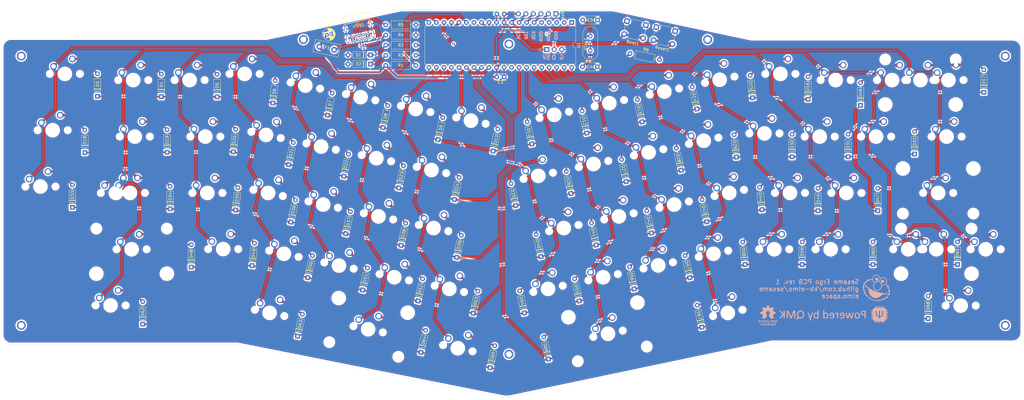
<source format=kicad_pcb>
(kicad_pcb (version 20171130) (host pcbnew "(5.1.7)-1")
  (layers (0 F.Cu signal) (31 B.Cu signal) (34 B.Paste user) (35 F.Paste user) (36 B.SilkS user) (37 F.SilkS user) (38 B.Mask user) (39 F.Mask user) (44 Edge.Cuts user))
  (net 0 "")
  (net 1 GND)
  (net 2 +5V)
  (net 3 "Net-(C4-Pad2)")
  (net 4 "Net-(C5-Pad2)")
  (net 5 "Net-(D1-Pad1)")
  (net 6 "Net-(D2-Pad1)")
  (net 7 "Net-(D3-Pad2)")
  (net 8 row0)
  (net 9 "Net-(D4-Pad2)")
  (net 10 "Net-(D5-Pad2)")
  (net 11 "Net-(D6-Pad2)")
  (net 12 "Net-(D7-Pad2)")
  (net 13 "Net-(D8-Pad2)")
  (net 14 "Net-(D9-Pad2)")
  (net 15 "Net-(D10-Pad2)")
  (net 16 "Net-(D11-Pad2)")
  (net 17 "Net-(D12-Pad2)")
  (net 18 "Net-(D13-Pad2)")
  (net 19 "Net-(D14-Pad2)")
  (net 20 "Net-(D15-Pad2)")
  (net 21 "Net-(D16-Pad2)")
  (net 22 "Net-(D19-Pad2)")
  (net 23 row1)
  (net 24 "Net-(D20-Pad2)")
  (net 25 "Net-(D21-Pad2)")
  (net 26 "Net-(D22-Pad2)")
  (net 27 "Net-(D23-Pad2)")
  (net 28 "Net-(D24-Pad2)")
  (net 29 "Net-(D25-Pad2)")
  (net 30 "Net-(D26-Pad2)")
  (net 31 "Net-(D27-Pad2)")
  (net 32 "Net-(D28-Pad2)")
  (net 33 "Net-(D29-Pad2)")
  (net 34 "Net-(D30-Pad2)")
  (net 35 "Net-(D31-Pad2)")
  (net 36 "Net-(D32-Pad2)")
  (net 37 "Net-(D33-Pad2)")
  (net 38 "Net-(D35-Pad2)")
  (net 39 row2)
  (net 40 "Net-(D36-Pad2)")
  (net 41 "Net-(D37-Pad2)")
  (net 42 "Net-(D38-Pad2)")
  (net 43 "Net-(D39-Pad2)")
  (net 44 "Net-(D40-Pad2)")
  (net 45 "Net-(D41-Pad2)")
  (net 46 "Net-(D42-Pad2)")
  (net 47 "Net-(D43-Pad2)")
  (net 48 "Net-(D44-Pad2)")
  (net 49 "Net-(D45-Pad2)")
  (net 50 "Net-(D46-Pad2)")
  (net 51 "Net-(D47-Pad2)")
  (net 52 "Net-(D48-Pad2)")
  (net 53 "Net-(D51-Pad2)")
  (net 54 "Net-(D52-Pad2)")
  (net 55 "Net-(D53-Pad2)")
  (net 56 "Net-(D54-Pad2)")
  (net 57 "Net-(D55-Pad2)")
  (net 58 "Net-(D56-Pad2)")
  (net 59 "Net-(D57-Pad2)")
  (net 60 "Net-(D58-Pad2)")
  (net 61 "Net-(D59-Pad2)")
  (net 62 "Net-(D61-Pad2)")
  (net 63 "Net-(D62-Pad2)")
  (net 64 "Net-(D64-Pad2)")
  (net 65 "Net-(D66-Pad2)")
  (net 66 "Net-(D67-Pad2)")
  (net 67 "Net-(D68-Pad2)")
  (net 68 VCC)
  (net 69 col0)
  (net 70 col1)
  (net 71 col2)
  (net 72 col3)
  (net 73 col4)
  (net 74 col5)
  (net 75 col6)
  (net 76 col7)
  (net 77 col8)
  (net 78 col9)
  (net 79 col10)
  (net 80 col11)
  (net 81 col12)
  (net 82 col13)
  (net 83 col14)
  (net 84 D-)
  (net 85 D+)
  (net 86 "Net-(R4-Pad1)")
  (net 87 "Net-(R5-Pad1)")
  (net 88 "Net-(U1-Pad14)")
  (net 89 SCK)
  (net 90 MISO)
  (net 91 MOSI)
  (net 92 "Net-(USB1-PadA8)")
  (net 93 "Net-(USB1-PadB8)")
  (net 94 "Net-(U1-Pad5)")
  (net 95 "Net-(U1-Pad4)")
  (net 96 "Net-(U1-Pad3)")
  (net 97 "Net-(U1-Pad2)")
  (net 98 bs)
  (net 99 rs)
  (net 100 "Net-(U1-Pad32)")
  (net 101 row3)
  (net 102 row4)
  (net 103 "Net-(D18-Pad2)")
  (net 104 "Net-(D49-Pad2)")
  (net 105 "Net-(D50-Pad2)")
  (net 106 "Net-(D63-Pad2)")
  (net 107 "Net-(D65-Pad2)")
  (net 108 caps)
  (net 109 RST)
  (net 110 BOOT)
  (net 111 RGB)
  (module custom_parts:screw_hole (layer F.Cu) (at 278.9555 75.565)
    (fp_text reference REF**)
    (fp_text value screw_hole)
    (pad 1 thru_hole circle (at 0 0) (size 3 3) (drill 2) (layers *.Cu *.Mask))
  )
  (module Capacitor_THT:CP_Radial_D4.0mm_P1.50mm (layer F.Cu) (at 150.3045 73.9775 12)
    (fp_text reference C1 (at 0.75 -3.25 12) (layer F.SilkS))
    (fp_text value 4.7u)
    (pad 2 thru_hole circle (at 1.5 0 12) (size 1.2 1.2) (drill 0.6) (layers *.Cu *.Mask) (net 1 GND))
    (pad 1 thru_hole rect (at 0 0 12) (size 1.2 1.2) (drill 0.6) (layers *.Cu *.Mask) (net 2 +5V))
  )
  (module MX_Only:MXOnly-1U-NoLED (layer F.Cu) (at 185.674 119.6975 348)
    (fp_text reference MX23)
    (fp_text value MX-NoLED)
    (pad 2 thru_hole circle (at 2.54 -5.08 348) (size 2.25 2.25) (drill 1.47) (layers *.Cu B.Mask) (net 28 "Net-(D24-Pad2)"))
    (pad "" np_thru_hole circle (at 0 0 348) (size 3.9878 3.9878) (drill 3.9878) (layers *.Cu *.Mask))
    (pad 1 thru_hole circle (at -3.81 -2.54 348) (size 2.25 2.25) (drill 1.47) (layers *.Cu B.Mask) (net 75 col6))
    (pad "" np_thru_hole circle (at -5.08 0 36.0996) (size 1.75 1.75) (drill 1.75) (layers *.Cu *.Mask))
    (pad "" np_thru_hole circle (at 5.08 0 36.0996) (size 1.75 1.75) (drill 1.75) (layers *.Cu *.Mask))
  )
  (module Connector_PinHeader_2.54mm:PinHeader_1x06_P2.54mm_Vertical (layer F.Cu) (at 227.711 66.8655 270)
    (fp_text reference AVR1 (at 0 -2.33 90) (layer F.SilkS))
    (fp_text value Conn_01x06)
    (pad 6 thru_hole oval (at 0 12.7 270) (size 1.7 1.7) (drill 1) (layers *.Cu *.Mask) (net 2 +5V))
    (pad 5 thru_hole oval (at 0 10.16 270) (size 1.7 1.7) (drill 1) (layers *.Cu *.Mask) (net 109 RST))
    (pad 4 thru_hole oval (at 0 7.62 270) (size 1.7 1.7) (drill 1) (layers *.Cu *.Mask) (net 89 SCK))
    (pad 3 thru_hole oval (at 0 5.08 270) (size 1.7 1.7) (drill 1) (layers *.Cu *.Mask) (net 90 MISO))
    (pad 2 thru_hole oval (at 0 2.54 270) (size 1.7 1.7) (drill 1) (layers *.Cu *.Mask) (net 91 MOSI))
    (pad 1 thru_hole rect (at 0 0 270) (size 1.7 1.7) (drill 1) (layers *.Cu *.Mask) (net 1 GND))
  )
  (module custom_parts:screw_hole (layer F.Cu) (at 142.4305 75.565)
    (fp_text reference REF**)
    (fp_text value screw_hole)
    (pad 1 thru_hole circle (at 0 0) (size 3 3) (drill 2) (layers *.Cu *.Mask))
  )
  (module MX_Only:MXOnly-2.75U-NoLED (layer F.Cu) (at 356.1715 146.4945)
    (fp_text reference MX61)
    (fp_text value MX-NoLED)
    (pad 2 thru_hole circle (at 2.54 -5.08) (size 2.25 2.25) (drill 1.47) (layers *.Cu B.Mask) (net 82 col13))
    (pad "" np_thru_hole circle (at 0 0) (size 3.9878 3.9878) (drill 3.9878) (layers *.Cu *.Mask))
    (pad 1 thru_hole circle (at -3.81 -2.54) (size 2.25 2.25) (drill 1.47) (layers *.Cu B.Mask) (net 99 rs))
    (pad "" np_thru_hole circle (at -5.08 0 48.0996) (size 1.75 1.75) (drill 1.75) (layers *.Cu *.Mask))
    (pad "" np_thru_hole circle (at 5.08 0 48.0996) (size 1.75 1.75) (drill 1.75) (layers *.Cu *.Mask))
    (pad "" np_thru_hole circle (at -11.90625 -6.985) (size 3.048 3.048) (drill 3.048) (layers *.Cu *.Mask))
    (pad "" np_thru_hole circle (at 11.90625 -6.985) (size 3.048 3.048) (drill 3.048) (layers *.Cu *.Mask))
    (pad "" np_thru_hole circle (at -11.90625 8.255) (size 3.9878 3.9878) (drill 3.9878) (layers *.Cu *.Mask))
    (pad "" np_thru_hole circle (at 11.90625 8.255) (size 3.9878 3.9878) (drill 3.9878) (layers *.Cu *.Mask))
  )
  (module MX_Only:MXOnly-1.75U-NoLED (layer F.Cu) (at 346.71 146.4945)
    (fp_text reference MX59)
    (fp_text value MX-NoLED)
    (pad 2 thru_hole circle (at 2.54 -5.08) (size 2.25 2.25) (drill 1.47) (layers *.Cu B.Mask) (net 99 rs))
    (pad "" np_thru_hole circle (at 0 0) (size 3.9878 3.9878) (drill 3.9878) (layers *.Cu *.Mask))
    (pad 1 thru_hole circle (at -3.81 -2.54) (size 2.25 2.25) (drill 1.47) (layers *.Cu B.Mask) (net 82 col13))
    (pad "" np_thru_hole circle (at -5.08 0 48.0996) (size 1.75 1.75) (drill 1.75) (layers *.Cu *.Mask))
    (pad "" np_thru_hole circle (at 5.08 0 48.0996) (size 1.75 1.75) (drill 1.75) (layers *.Cu *.Mask))
  )
  (module MX_Only:MXOnly-1.5U-NoLED (layer F.Cu) (at 359.664 108.3945)
    (fp_text reference MX31)
    (fp_text value MX-NoLED)
    (pad 2 thru_hole circle (at 2.54 -5.08) (size 2.25 2.25) (drill 1.47) (layers *.Cu B.Mask) (net 36 "Net-(D32-Pad2)"))
    (pad "" np_thru_hole circle (at 0 0) (size 3.9878 3.9878) (drill 3.9878) (layers *.Cu *.Mask))
    (pad 1 thru_hole circle (at -3.81 -2.54) (size 2.25 2.25) (drill 1.47) (layers *.Cu B.Mask) (net 83 col14))
    (pad "" np_thru_hole circle (at -5.08 0 48.0996) (size 1.75 1.75) (drill 1.75) (layers *.Cu *.Mask))
    (pad "" np_thru_hole circle (at 5.08 0 48.0996) (size 1.75 1.75) (drill 1.75) (layers *.Cu *.Mask))
  )
  (module MX_Only:MXOnly-2U-NoLED (layer F.Cu) (at 350.8375 89.281)
    (fp_text reference MX15)
    (fp_text value MX-NoLED)
    (pad 2 thru_hole circle (at 2.54 -5.08) (size 2.25 2.25) (drill 1.47) (layers *.Cu B.Mask) (net 98 bs))
    (pad "" np_thru_hole circle (at 0 0) (size 3.9878 3.9878) (drill 3.9878) (layers *.Cu *.Mask))
    (pad 1 thru_hole circle (at -3.81 -2.54) (size 2.25 2.25) (drill 1.47) (layers *.Cu B.Mask) (net 83 col14))
    (pad "" np_thru_hole circle (at -5.08 0 48.0996) (size 1.75 1.75) (drill 1.75) (layers *.Cu *.Mask))
    (pad "" np_thru_hole circle (at 5.08 0 48.0996) (size 1.75 1.75) (drill 1.75) (layers *.Cu *.Mask))
    (pad "" np_thru_hole circle (at -11.90625 -6.985) (size 3.048 3.048) (drill 3.048) (layers *.Cu *.Mask))
    (pad "" np_thru_hole circle (at 11.90625 -6.985) (size 3.048 3.048) (drill 3.048) (layers *.Cu *.Mask))
    (pad "" np_thru_hole circle (at -11.90625 8.255) (size 3.9878 3.9878) (drill 3.9878) (layers *.Cu *.Mask))
    (pad "" np_thru_hole circle (at 11.90625 8.255) (size 3.9878 3.9878) (drill 3.9878) (layers *.Cu *.Mask))
  )
  (module MX_Only:MXOnly-1.75U-NoLED (layer F.Cu) (at 83.82 127.4445)
    (fp_text reference MX33)
    (fp_text value MX-NoLED)
    (pad 2 thru_hole circle (at 2.54 -5.08) (size 2.25 2.25) (drill 1.47) (layers *.Cu B.Mask) (net 108 caps))
    (pad "" np_thru_hole circle (at 0 0) (size 3.9878 3.9878) (drill 3.9878) (layers *.Cu *.Mask))
    (pad 1 thru_hole circle (at -3.81 -2.54) (size 2.25 2.25) (drill 1.47) (layers *.Cu B.Mask) (net 70 col1))
    (pad "" np_thru_hole circle (at -5.08 0 48.0996) (size 1.75 1.75) (drill 1.75) (layers *.Cu *.Mask))
    (pad "" np_thru_hole circle (at 5.08 0 48.0996) (size 1.75 1.75) (drill 1.75) (layers *.Cu *.Mask))
  )
  (module MX_Only:MXOnly-1.5U-NoLED (layer F.Cu) (at 85.471 108.3945)
    (fp_text reference MX18)
    (fp_text value MX-NoLED)
    (pad 2 thru_hole circle (at 2.54 -5.08) (size 2.25 2.25) (drill 1.47) (layers *.Cu B.Mask) (net 22 "Net-(D19-Pad2)"))
    (pad "" np_thru_hole circle (at 0 0) (size 3.9878 3.9878) (drill 3.9878) (layers *.Cu *.Mask))
    (pad 1 thru_hole circle (at -3.81 -2.54) (size 2.25 2.25) (drill 1.47) (layers *.Cu B.Mask) (net 70 col1))
    (pad "" np_thru_hole circle (at -5.08 0 48.0996) (size 1.75 1.75) (drill 1.75) (layers *.Cu *.Mask))
    (pad "" np_thru_hole circle (at 5.08 0 48.0996) (size 1.75 1.75) (drill 1.75) (layers *.Cu *.Mask))
  )
  (module MX_Only:MXOnly-1.25U-NoLED (layer F.Cu) (at 79.0702 127.4572)
    (fp_text reference MX69)
    (fp_text value MX-NoLED)
    (pad 2 thru_hole circle (at 2.54 -5.08) (size 2.25 2.25) (drill 1.47) (layers *.Cu B.Mask) (net 70 col1))
    (pad "" np_thru_hole circle (at 0 0) (size 3.9878 3.9878) (drill 3.9878) (layers *.Cu *.Mask))
    (pad 1 thru_hole circle (at -3.81 -2.54) (size 2.25 2.25) (drill 1.47) (layers *.Cu B.Mask) (net 108 caps))
    (pad "" np_thru_hole circle (at -5.08 0 48.0996) (size 1.75 1.75) (drill 1.75) (layers *.Cu *.Mask))
    (pad "" np_thru_hole circle (at 5.08 0 48.0996) (size 1.75 1.75) (drill 1.75) (layers *.Cu *.Mask))
  )
  (module Diode_THT:D_DO-35_SOD27_P7.62mm_Horizontal (layer F.Cu) (at 334.772 151.638 90)
    (fp_text reference D60 (at 4.191 0.127 90) (layer F.SilkS))
    (fp_text value D_Small)
    (pad 2 thru_hole oval (at 7.62 0 90) (size 1.6 1.6) (drill 0.8) (layers *.Cu *.Mask) (net 99 rs))
    (pad 1 thru_hole rect (at 0 0 90) (size 1.6 1.6) (drill 0.8) (layers *.Cu *.Mask) (net 101 row3))
  )
  (module custom_parts:qmk (layer B.Cu) (at 321.437 168.529 180)
    (fp_text reference G*** hide)
    (fp_text value LOGO hide)
  )
  (module Package_DIP:DIP-40_W15.24mm (layer F.Cu) (at 233.045 69.7865 270)
    (fp_text reference U1 (at 7.62 -2.33 90) (layer F.SilkS))
    (fp_text value ATmega32A-PU)
    (pad 40 thru_hole oval (at 15.24 0 270) (size 1.6 1.6) (drill 0.8) (layers *.Cu *.Mask) (net 83 col14))
    (pad 20 thru_hole oval (at 0 48.26 270) (size 1.6 1.6) (drill 0.8) (layers *.Cu *.Mask) (net 71 col2))
    (pad 39 thru_hole oval (at 15.24 2.54 270) (size 1.6 1.6) (drill 0.8) (layers *.Cu *.Mask) (net 82 col13))
    (pad 19 thru_hole oval (at 0 45.72 270) (size 1.6 1.6) (drill 0.8) (layers *.Cu *.Mask) (net 70 col1))
    (pad 38 thru_hole oval (at 15.24 5.08 270) (size 1.6 1.6) (drill 0.8) (layers *.Cu *.Mask) (net 81 col12))
    (pad 18 thru_hole oval (at 0 43.18 270) (size 1.6 1.6) (drill 0.8) (layers *.Cu *.Mask) (net 110 BOOT))
    (pad 37 thru_hole oval (at 15.24 7.62 270) (size 1.6 1.6) (drill 0.8) (layers *.Cu *.Mask) (net 80 col11))
    (pad 17 thru_hole oval (at 0 40.64 270) (size 1.6 1.6) (drill 0.8) (layers *.Cu *.Mask) (net 84 D-))
    (pad 36 thru_hole oval (at 15.24 10.16 270) (size 1.6 1.6) (drill 0.8) (layers *.Cu *.Mask) (net 79 col10))
    (pad 16 thru_hole oval (at 0 38.1 270) (size 1.6 1.6) (drill 0.8) (layers *.Cu *.Mask) (net 85 D+))
    (pad 35 thru_hole oval (at 15.24 12.7 270) (size 1.6 1.6) (drill 0.8) (layers *.Cu *.Mask) (net 78 col9))
    (pad 15 thru_hole oval (at 0 35.56 270) (size 1.6 1.6) (drill 0.8) (layers *.Cu *.Mask) (net 69 col0))
    (pad 34 thru_hole oval (at 15.24 15.24 270) (size 1.6 1.6) (drill 0.8) (layers *.Cu *.Mask) (net 77 col8))
    (pad 14 thru_hole oval (at 0 33.02 270) (size 1.6 1.6) (drill 0.8) (layers *.Cu *.Mask) (net 88 "Net-(U1-Pad14)"))
    (pad 33 thru_hole oval (at 15.24 17.78 270) (size 1.6 1.6) (drill 0.8) (layers *.Cu *.Mask) (net 102 row4))
    (pad 13 thru_hole oval (at 0 30.48 270) (size 1.6 1.6) (drill 0.8) (layers *.Cu *.Mask) (net 3 "Net-(C4-Pad2)"))
    (pad 32 thru_hole oval (at 15.24 20.32 270) (size 1.6 1.6) (drill 0.8) (layers *.Cu *.Mask) (net 100 "Net-(U1-Pad32)"))
    (pad 12 thru_hole oval (at 0 27.94 270) (size 1.6 1.6) (drill 0.8) (layers *.Cu *.Mask) (net 4 "Net-(C5-Pad2)"))
    (pad 31 thru_hole oval (at 15.24 22.86 270) (size 1.6 1.6) (drill 0.8) (layers *.Cu *.Mask) (net 1 GND))
    (pad 11 thru_hole oval (at 0 25.4 270) (size 1.6 1.6) (drill 0.8) (layers *.Cu *.Mask) (net 1 GND))
    (pad 30 thru_hole oval (at 15.24 25.4 270) (size 1.6 1.6) (drill 0.8) (layers *.Cu *.Mask) (net 2 +5V))
    (pad 10 thru_hole oval (at 0 22.86 270) (size 1.6 1.6) (drill 0.8) (layers *.Cu *.Mask) (net 2 +5V))
    (pad 29 thru_hole oval (at 15.24 27.94 270) (size 1.6 1.6) (drill 0.8) (layers *.Cu *.Mask) (net 101 row3))
    (pad 9 thru_hole oval (at 0 20.32 270) (size 1.6 1.6) (drill 0.8) (layers *.Cu *.Mask) (net 109 RST))
    (pad 28 thru_hole oval (at 15.24 30.48 270) (size 1.6 1.6) (drill 0.8) (layers *.Cu *.Mask) (net 39 row2))
    (pad 8 thru_hole oval (at 0 17.78 270) (size 1.6 1.6) (drill 0.8) (layers *.Cu *.Mask) (net 89 SCK))
    (pad 27 thru_hole oval (at 15.24 33.02 270) (size 1.6 1.6) (drill 0.8) (layers *.Cu *.Mask) (net 23 row1))
    (pad 7 thru_hole oval (at 0 15.24 270) (size 1.6 1.6) (drill 0.8) (layers *.Cu *.Mask) (net 90 MISO))
    (pad 26 thru_hole oval (at 15.24 35.56 270) (size 1.6 1.6) (drill 0.8) (layers *.Cu *.Mask) (net 8 row0))
    (pad 6 thru_hole oval (at 0 12.7 270) (size 1.6 1.6) (drill 0.8) (layers *.Cu *.Mask) (net 91 MOSI))
    (pad 25 thru_hole oval (at 15.24 38.1 270) (size 1.6 1.6) (drill 0.8) (layers *.Cu *.Mask) (net 76 col7))
    (pad 5 thru_hole oval (at 0 10.16 270) (size 1.6 1.6) (drill 0.8) (layers *.Cu *.Mask) (net 94 "Net-(U1-Pad5)"))
    (pad 24 thru_hole oval (at 15.24 40.64 270) (size 1.6 1.6) (drill 0.8) (layers *.Cu *.Mask) (net 75 col6))
    (pad 4 thru_hole oval (at 0 7.62 270) (size 1.6 1.6) (drill 0.8) (layers *.Cu *.Mask) (net 95 "Net-(U1-Pad4)"))
    (pad 23 thru_hole oval (at 15.24 43.18 270) (size 1.6 1.6) (drill 0.8) (layers *.Cu *.Mask) (net 74 col5))
    (pad 3 thru_hole oval (at 0 5.08 270) (size 1.6 1.6) (drill 0.8) (layers *.Cu *.Mask) (net 96 "Net-(U1-Pad3)"))
    (pad 22 thru_hole oval (at 15.24 45.72 270) (size 1.6 1.6) (drill 0.8) (layers *.Cu *.Mask) (net 73 col4))
    (pad 2 thru_hole oval (at 0 2.54 270) (size 1.6 1.6) (drill 0.8) (layers *.Cu *.Mask) (net 97 "Net-(U1-Pad2)"))
    (pad 21 thru_hole oval (at 15.24 48.26 270) (size 1.6 1.6) (drill 0.8) (layers *.Cu *.Mask) (net 72 col3))
    (pad 1 thru_hole rect (at 0 0 270) (size 1.6 1.6) (drill 0.8) (layers *.Cu *.Mask) (net 111 RGB))
  )
  (module MX_Only:MXOnly-1U-NoLED (layer F.Cu) (at 143.0655 91.1225 348)
    (fp_text reference MX5)
    (fp_text value 4)
    (pad 2 thru_hole circle (at 2.54 -5.08 348) (size 2.25 2.25) (drill 1.47) (layers *.Cu B.Mask) (net 12 "Net-(D7-Pad2)"))
    (pad "" np_thru_hole circle (at 0 0 348) (size 3.9878 3.9878) (drill 3.9878) (layers *.Cu *.Mask))
    (pad 1 thru_hole circle (at -3.81 -2.54 348) (size 2.25 2.25) (drill 1.47) (layers *.Cu B.Mask) (net 73 col4))
    (pad "" np_thru_hole circle (at -5.08 0 36.0996) (size 1.75 1.75) (drill 1.75) (layers *.Cu *.Mask))
    (pad "" np_thru_hole circle (at 5.08 0 36.0996) (size 1.75 1.75) (drill 1.75) (layers *.Cu *.Mask))
  )
  (module custom_parts:oshw (layer B.Cu) (at 299.339 168.91 180)
    (fp_text reference G*** hide)
    (fp_text value LOGO hide)
  )
  (module custom_parts:elmo (layer B.Cu) (at 336.042 159.639 180)
    (fp_text reference G*** hide)
    (fp_text value LOGO hide)
  )
  (module custom_parts:screw_hole (layer F.Cu) (at 211.836 181.991)
    (fp_text reference REF**)
    (fp_text value screw_hole)
    (pad 1 thru_hole circle (at 0 0) (size 3 3) (drill 2) (layers *.Cu *.Mask))
  )
  (module custom_parts:screw_hole (layer F.Cu) (at 379.476 172.212)
    (fp_text reference REF**)
    (fp_text value screw_hole)
    (pad 1 thru_hole circle (at 0 0) (size 3 3) (drill 2) (layers *.Cu *.Mask))
  )
  (module custom_parts:screw_hole (layer F.Cu) (at 379.476 81.153)
    (fp_text reference REF**)
    (fp_text value screw_hole)
    (pad 1 thru_hole circle (at 0 0) (size 3 3) (drill 2) (layers *.Cu *.Mask))
  )
  (module custom_parts:screw_hole (layer F.Cu) (at 47.117 81.153)
    (fp_text reference REF**)
    (fp_text value screw_hole)
    (pad 1 thru_hole circle (at 0 0) (size 3 3) (drill 2) (layers *.Cu *.Mask))
  )
  (module custom_parts:screw_hole (layer F.Cu) (at 47.117 172.212)
    (fp_text reference REF**)
    (fp_text value screw_hole)
    (pad 1 thru_hole circle (at 0 0) (size 3 3) (drill 2) (layers *.Cu *.Mask))
  )
  (module custom_parts:screw_hole (layer F.Cu) (at 211.836 77.089)
    (fp_text reference REF**)
    (fp_text value screw_hole)
    (pad 1 thru_hole circle (at 0 0) (size 3 3) (drill 2) (layers *.Cu *.Mask))
  )
  (module Crystal:Crystal_HC49-4H_Vertical (layer F.Cu) (at 239.3315 74.422 270)
    (fp_text reference XTAL1 (at 2.667 1.524 90) (layer F.SilkS))
    (fp_text value Crystal)
    (pad 2 thru_hole circle (at 4.88 0 270) (size 1.5 1.5) (drill 0.8) (layers *.Cu *.Mask) (net 3 "Net-(C4-Pad2)"))
    (pad 1 thru_hole circle (at 0 0 270) (size 1.5 1.5) (drill 0.8) (layers *.Cu *.Mask) (net 4 "Net-(C5-Pad2)"))
  )
  (module MX_Only:MXOnly-1U-NoLED (layer F.Cu) (at 221.742 121.666 12)
    (fp_text reference MX24)
    (fp_text value MX-NoLED)
    (pad 2 thru_hole circle (at 2.54 -5.08 12) (size 2.25 2.25) (drill 1.47) (layers *.Cu B.Mask) (net 29 "Net-(D25-Pad2)"))
    (pad "" np_thru_hole circle (at 0 0 12) (size 3.9878 3.9878) (drill 3.9878) (layers *.Cu *.Mask))
    (pad 1 thru_hole circle (at -3.81 -2.54 12) (size 2.25 2.25) (drill 1.47) (layers *.Cu B.Mask) (net 76 col7))
    (pad "" np_thru_hole circle (at -5.08 0 60.0996) (size 1.75 1.75) (drill 1.75) (layers *.Cu *.Mask))
    (pad "" np_thru_hole circle (at 5.08 0 60.0996) (size 1.75 1.75) (drill 1.75) (layers *.Cu *.Mask))
  )
  (module MX_Only:MXOnly-1U-NoLED (layer F.Cu) (at 298.1325 107.315)
    (fp_text reference MX28)
    (fp_text value MX-NoLED)
    (pad 2 thru_hole circle (at 2.54 -5.08) (size 2.25 2.25) (drill 1.47) (layers *.Cu B.Mask) (net 33 "Net-(D29-Pad2)"))
    (pad "" np_thru_hole circle (at 0 0) (size 3.9878 3.9878) (drill 3.9878) (layers *.Cu *.Mask))
    (pad 1 thru_hole circle (at -3.81 -2.54) (size 2.25 2.25) (drill 1.47) (layers *.Cu B.Mask) (net 80 col11))
    (pad "" np_thru_hole circle (at -5.08 0 48.0996) (size 1.75 1.75) (drill 1.75) (layers *.Cu *.Mask))
    (pad "" np_thru_hole circle (at 5.08 0 48.0996) (size 1.75 1.75) (drill 1.75) (layers *.Cu *.Mask))
  )
  (module MX_Only:MXOnly-2.25U-ReversedStabilizers-NoLED (layer F.Cu) (at 245.3005 175.0695 12)
    (fp_text reference MX66)
    (fp_text value bkspc)
    (pad 2 thru_hole circle (at 2.54 -5.08 12) (size 2.25 2.25) (drill 1.47) (layers *.Cu B.Mask) (net 65 "Net-(D66-Pad2)"))
    (pad "" np_thru_hole circle (at 0 0 12) (size 3.9878 3.9878) (drill 3.9878) (layers *.Cu *.Mask))
    (pad 1 thru_hole circle (at -3.81 -2.54 12) (size 2.25 2.25) (drill 1.47) (layers *.Cu B.Mask) (net 77 col8))
    (pad "" np_thru_hole circle (at -5.08 0 60.0996) (size 1.75 1.75) (drill 1.75) (layers *.Cu *.Mask))
    (pad "" np_thru_hole circle (at 5.08 0 60.0996) (size 1.75 1.75) (drill 1.75) (layers *.Cu *.Mask))
    (pad "" np_thru_hole circle (at -11.90625 6.985 12) (size 3.048 3.048) (drill 3.048) (layers *.Cu *.Mask))
    (pad "" np_thru_hole circle (at 11.90625 6.985 12) (size 3.048 3.048) (drill 3.048) (layers *.Cu *.Mask))
    (pad "" np_thru_hole circle (at -11.90625 -8.255 12) (size 3.9878 3.9878) (drill 3.9878) (layers *.Cu *.Mask))
    (pad "" np_thru_hole circle (at 11.90625 -8.255 12) (size 3.9878 3.9878) (drill 3.9878) (layers *.Cu *.Mask))
  )
  (module MX_Only:MXOnly-1.25U-NoLED (layer F.Cu) (at 194.564 179.959 348)
    (fp_text reference MX65)
    (fp_text value MX-NoLED)
    (pad 2 thru_hole circle (at 2.54 -5.08 348) (size 2.25 2.25) (drill 1.47) (layers *.Cu B.Mask) (net 107 "Net-(D65-Pad2)"))
    (pad "" np_thru_hole circle (at 0 0 348) (size 3.9878 3.9878) (drill 3.9878) (layers *.Cu *.Mask))
    (pad 1 thru_hole circle (at -3.81 -2.54 348) (size 2.25 2.25) (drill 1.47) (layers *.Cu B.Mask) (net 75 col6))
    (pad "" np_thru_hole circle (at -5.08 0 36.0996) (size 1.75 1.75) (drill 1.75) (layers *.Cu *.Mask))
    (pad "" np_thru_hole circle (at 5.08 0 36.0996) (size 1.75 1.75) (drill 1.75) (layers *.Cu *.Mask))
  )
  (module MX_Only:MXOnly-2U-ReversedStabilizers-NoLED (layer F.Cu) (at 164.2745 173.5455 348)
    (fp_text reference MX64)
    (fp_text value MX-NoLED)
    (pad 2 thru_hole circle (at 2.54 -5.08 348) (size 2.25 2.25) (drill 1.47) (layers *.Cu B.Mask) (net 64 "Net-(D64-Pad2)"))
    (pad "" np_thru_hole circle (at 0 0 348) (size 3.9878 3.9878) (drill 3.9878) (layers *.Cu *.Mask))
    (pad 1 thru_hole circle (at -3.81 -2.54 348) (size 2.25 2.25) (drill 1.47) (layers *.Cu B.Mask) (net 74 col5))
    (pad "" np_thru_hole circle (at -5.08 0 36.0996) (size 1.75 1.75) (drill 1.75) (layers *.Cu *.Mask))
    (pad "" np_thru_hole circle (at 5.08 0 36.0996) (size 1.75 1.75) (drill 1.75) (layers *.Cu *.Mask))
    (pad "" np_thru_hole circle (at -11.90625 6.985 348) (size 3.048 3.048) (drill 3.048) (layers *.Cu *.Mask))
    (pad "" np_thru_hole circle (at 11.90625 6.985 348) (size 3.048 3.048) (drill 3.048) (layers *.Cu *.Mask))
    (pad "" np_thru_hole circle (at -11.90625 -8.255 348) (size 3.9878 3.9878) (drill 3.9878) (layers *.Cu *.Mask))
    (pad "" np_thru_hole circle (at 11.90625 -8.255 348) (size 3.9878 3.9878) (drill 3.9878) (layers *.Cu *.Mask))
  )
  (module MX_Only:MXOnly-2.25U-ReversedStabilizers-NoLED (layer F.Cu) (at 356.8065 127.4445)
    (fp_text reference MX46)
    (fp_text value MX-NoLED)
    (pad 2 thru_hole circle (at 2.54 -5.08) (size 2.25 2.25) (drill 1.47) (layers *.Cu B.Mask) (net 51 "Net-(D47-Pad2)"))
    (pad "" np_thru_hole circle (at 0 0) (size 3.9878 3.9878) (drill 3.9878) (layers *.Cu *.Mask))
    (pad 1 thru_hole circle (at -3.81 -2.54) (size 2.25 2.25) (drill 1.47) (layers *.Cu B.Mask) (net 83 col14))
    (pad "" np_thru_hole circle (at -5.08 0 48.0996) (size 1.75 1.75) (drill 1.75) (layers *.Cu *.Mask))
    (pad "" np_thru_hole circle (at 5.08 0 48.0996) (size 1.75 1.75) (drill 1.75) (layers *.Cu *.Mask))
    (pad "" np_thru_hole circle (at -11.90625 6.985) (size 3.048 3.048) (drill 3.048) (layers *.Cu *.Mask))
    (pad "" np_thru_hole circle (at 11.90625 6.985) (size 3.048 3.048) (drill 3.048) (layers *.Cu *.Mask))
    (pad "" np_thru_hole circle (at -11.90625 -8.255) (size 3.9878 3.9878) (drill 3.9878) (layers *.Cu *.Mask))
    (pad "" np_thru_hole circle (at 11.90625 -8.255) (size 3.9878 3.9878) (drill 3.9878) (layers *.Cu *.Mask))
  )
  (module MX_Only:MXOnly-2.25U-NoLED (layer F.Cu) (at 84.3915 146.4945)
    (fp_text reference MX47)
    (fp_text value MX-NoLED)
    (pad 2 thru_hole circle (at 2.54 -5.08) (size 2.25 2.25) (drill 1.47) (layers *.Cu B.Mask) (net 52 "Net-(D48-Pad2)"))
    (pad "" np_thru_hole circle (at 0 0) (size 3.9878 3.9878) (drill 3.9878) (layers *.Cu *.Mask))
    (pad 1 thru_hole circle (at -3.81 -2.54) (size 2.25 2.25) (drill 1.47) (layers *.Cu B.Mask) (net 70 col1))
    (pad "" np_thru_hole circle (at -5.08 0 48.0996) (size 1.75 1.75) (drill 1.75) (layers *.Cu *.Mask))
    (pad "" np_thru_hole circle (at 5.08 0 48.0996) (size 1.75 1.75) (drill 1.75) (layers *.Cu *.Mask))
    (pad "" np_thru_hole circle (at -11.90625 -6.985) (size 3.048 3.048) (drill 3.048) (layers *.Cu *.Mask))
    (pad "" np_thru_hole circle (at 11.90625 -6.985) (size 3.048 3.048) (drill 3.048) (layers *.Cu *.Mask))
    (pad "" np_thru_hole circle (at -11.90625 8.255) (size 3.9878 3.9878) (drill 3.9878) (layers *.Cu *.Mask))
    (pad "" np_thru_hole circle (at 11.90625 8.255) (size 3.9878 3.9878) (drill 3.9878) (layers *.Cu *.Mask))
  )
  (module MX_Only:MXOnly-1U-NoLED (layer F.Cu) (at 360.299 89.281)
    (fp_text reference MX16)
    (fp_text value MX-NoLED)
    (pad 2 thru_hole circle (at 2.54 -5.08) (size 2.25 2.25) (drill 1.47) (layers *.Cu B.Mask) (net 98 bs))
    (pad "" np_thru_hole circle (at 0 0) (size 3.9878 3.9878) (drill 3.9878) (layers *.Cu *.Mask))
    (pad 1 thru_hole circle (at -3.81 -2.54) (size 2.25 2.25) (drill 1.47) (layers *.Cu B.Mask) (net 83 col14))
    (pad "" np_thru_hole circle (at -5.08 0 48.0996) (size 1.75 1.75) (drill 1.75) (layers *.Cu *.Mask))
    (pad "" np_thru_hole circle (at 5.08 0 48.0996) (size 1.75 1.75) (drill 1.75) (layers *.Cu *.Mask))
  )
  (module MX_Only:MXOnly-1U-NoLED (layer F.Cu) (at 341.249 89.281)
    (fp_text reference MX45)
    (fp_text value MX-NoLED)
    (pad 2 thru_hole circle (at 2.54 -5.08) (size 2.25 2.25) (drill 1.47) (layers *.Cu B.Mask) (net 50 "Net-(D46-Pad2)"))
    (pad "" np_thru_hole circle (at 0 0) (size 3.9878 3.9878) (drill 3.9878) (layers *.Cu *.Mask))
    (pad 1 thru_hole circle (at -3.81 -2.54) (size 2.25 2.25) (drill 1.47) (layers *.Cu B.Mask) (net 82 col13))
    (pad "" np_thru_hole circle (at -5.08 0 48.0996) (size 1.75 1.75) (drill 1.75) (layers *.Cu *.Mask))
    (pad "" np_thru_hole circle (at 5.08 0 48.0996) (size 1.75 1.75) (drill 1.75) (layers *.Cu *.Mask))
  )
  (module MX_Only:MXOnly-1U-NoLED (layer F.Cu) (at 364.4265 165.5445)
    (fp_text reference MX68)
    (fp_text value MX-NoLED)
    (pad 2 thru_hole circle (at 2.54 -5.08) (size 2.25 2.25) (drill 1.47) (layers *.Cu B.Mask) (net 67 "Net-(D68-Pad2)"))
    (pad "" np_thru_hole circle (at 0 0) (size 3.9878 3.9878) (drill 3.9878) (layers *.Cu *.Mask))
    (pad 1 thru_hole circle (at -3.81 -2.54) (size 2.25 2.25) (drill 1.47) (layers *.Cu B.Mask) (net 82 col13))
    (pad "" np_thru_hole circle (at -5.08 0 48.0996) (size 1.75 1.75) (drill 1.75) (layers *.Cu *.Mask))
    (pad "" np_thru_hole circle (at 5.08 0 48.0996) (size 1.75 1.75) (drill 1.75) (layers *.Cu *.Mask))
  )
  (module MX_Only:MXOnly-1U-NoLED (layer F.Cu) (at 285.75 168.021 12)
    (fp_text reference MX67)
    (fp_text value MX-NoLED)
    (pad 2 thru_hole circle (at 2.54 -5.08 12) (size 2.25 2.25) (drill 1.47) (layers *.Cu B.Mask) (net 66 "Net-(D67-Pad2)"))
    (pad "" np_thru_hole circle (at 0 0 12) (size 3.9878 3.9878) (drill 3.9878) (layers *.Cu *.Mask))
    (pad 1 thru_hole circle (at -3.81 -2.54 12) (size 2.25 2.25) (drill 1.47) (layers *.Cu B.Mask) (net 79 col10))
    (pad "" np_thru_hole circle (at -5.08 0 60.0996) (size 1.75 1.75) (drill 1.75) (layers *.Cu *.Mask))
    (pad "" np_thru_hole circle (at 5.08 0 60.0996) (size 1.75 1.75) (drill 1.75) (layers *.Cu *.Mask))
  )
  (module MX_Only:MXOnly-1U-NoLED (layer F.Cu) (at 131.0005 168.021 348)
    (fp_text reference MX63)
    (fp_text value MX-NoLED)
    (pad 2 thru_hole circle (at 2.54 -5.08 348) (size 2.25 2.25) (drill 1.47) (layers *.Cu B.Mask) (net 106 "Net-(D63-Pad2)"))
    (pad "" np_thru_hole circle (at 0 0 348) (size 3.9878 3.9878) (drill 3.9878) (layers *.Cu *.Mask))
    (pad 1 thru_hole circle (at -3.81 -2.54 348) (size 2.25 2.25) (drill 1.47) (layers *.Cu B.Mask) (net 72 col3))
    (pad "" np_thru_hole circle (at -5.08 0 36.0996) (size 1.75 1.75) (drill 1.75) (layers *.Cu *.Mask))
    (pad "" np_thru_hole circle (at 5.08 0 36.0996) (size 1.75 1.75) (drill 1.75) (layers *.Cu *.Mask))
  )
  (module MX_Only:MXOnly-1U-NoLED (layer F.Cu) (at 77.2795 165.481)
    (fp_text reference MX62)
    (fp_text value MX-NoLED)
    (pad 2 thru_hole circle (at 2.54 -5.08) (size 2.25 2.25) (drill 1.47) (layers *.Cu B.Mask) (net 63 "Net-(D62-Pad2)"))
    (pad "" np_thru_hole circle (at 0 0) (size 3.9878 3.9878) (drill 3.9878) (layers *.Cu *.Mask))
    (pad 1 thru_hole circle (at -3.81 -2.54) (size 2.25 2.25) (drill 1.47) (layers *.Cu B.Mask) (net 70 col1))
    (pad "" np_thru_hole circle (at -5.08 0 48.0996) (size 1.75 1.75) (drill 1.75) (layers *.Cu *.Mask))
    (pad "" np_thru_hole circle (at 5.08 0 48.0996) (size 1.75 1.75) (drill 1.75) (layers *.Cu *.Mask))
  )
  (module MX_Only:MXOnly-1U-NoLED (layer F.Cu) (at 372.872 146.4945)
    (fp_text reference MX60)
    (fp_text value MX-NoLED)
    (pad 2 thru_hole circle (at 2.54 -5.08) (size 2.25 2.25) (drill 1.47) (layers *.Cu B.Mask) (net 62 "Net-(D61-Pad2)"))
    (pad "" np_thru_hole circle (at 0 0) (size 3.9878 3.9878) (drill 3.9878) (layers *.Cu *.Mask))
    (pad 1 thru_hole circle (at -3.81 -2.54) (size 2.25 2.25) (drill 1.47) (layers *.Cu B.Mask) (net 83 col14))
    (pad "" np_thru_hole circle (at -5.08 0 48.0996) (size 1.75 1.75) (drill 1.75) (layers *.Cu *.Mask))
    (pad "" np_thru_hole circle (at 5.08 0 48.0996) (size 1.75 1.75) (drill 1.75) (layers *.Cu *.Mask))
  )
  (module MX_Only:MXOnly-1U-NoLED (layer F.Cu) (at 320.4845 146.4945)
    (fp_text reference MX58)
    (fp_text value MX-NoLED)
    (pad 2 thru_hole circle (at 2.54 -5.08) (size 2.25 2.25) (drill 1.47) (layers *.Cu B.Mask) (net 61 "Net-(D59-Pad2)"))
    (pad "" np_thru_hole circle (at 0 0) (size 3.9878 3.9878) (drill 3.9878) (layers *.Cu *.Mask))
    (pad 1 thru_hole circle (at -3.81 -2.54) (size 2.25 2.25) (drill 1.47) (layers *.Cu B.Mask) (net 81 col12))
    (pad "" np_thru_hole circle (at -5.08 0 48.0996) (size 1.75 1.75) (drill 1.75) (layers *.Cu *.Mask))
    (pad "" np_thru_hole circle (at 5.08 0 48.0996) (size 1.75 1.75) (drill 1.75) (layers *.Cu *.Mask))
  )
  (module MX_Only:MXOnly-1U-NoLED (layer F.Cu) (at 301.4345 146.4945)
    (fp_text reference MX57)
    (fp_text value MX-NoLED)
    (pad 2 thru_hole circle (at 2.54 -5.08) (size 2.25 2.25) (drill 1.47) (layers *.Cu B.Mask) (net 60 "Net-(D58-Pad2)"))
    (pad "" np_thru_hole circle (at 0 0) (size 3.9878 3.9878) (drill 3.9878) (layers *.Cu *.Mask))
    (pad 1 thru_hole circle (at -3.81 -2.54) (size 2.25 2.25) (drill 1.47) (layers *.Cu B.Mask) (net 80 col11))
    (pad "" np_thru_hole circle (at -5.08 0 48.0996) (size 1.75 1.75) (drill 1.75) (layers *.Cu *.Mask))
    (pad "" np_thru_hole circle (at 5.08 0 48.0996) (size 1.75 1.75) (drill 1.75) (layers *.Cu *.Mask))
  )
  (module MX_Only:MXOnly-1U-NoLED (layer F.Cu) (at 280.924 148.0185 12)
    (fp_text reference MX56)
    (fp_text value MX-NoLED)
    (pad 2 thru_hole circle (at 2.54 -5.08 12) (size 2.25 2.25) (drill 1.47) (layers *.Cu B.Mask) (net 59 "Net-(D57-Pad2)"))
    (pad "" np_thru_hole circle (at 0 0 12) (size 3.9878 3.9878) (drill 3.9878) (layers *.Cu *.Mask))
    (pad 1 thru_hole circle (at -3.81 -2.54 12) (size 2.25 2.25) (drill 1.47) (layers *.Cu B.Mask) (net 79 col10))
    (pad "" np_thru_hole circle (at -5.08 0 60.0996) (size 1.75 1.75) (drill 1.75) (layers *.Cu *.Mask))
    (pad "" np_thru_hole circle (at 5.08 0 60.0996) (size 1.75 1.75) (drill 1.75) (layers *.Cu *.Mask))
  )
  (module MX_Only:MXOnly-1U-NoLED (layer F.Cu) (at 262.255 151.9555 12)
    (fp_text reference MX55)
    (fp_text value MX-NoLED)
    (pad 2 thru_hole circle (at 2.54 -5.08 12) (size 2.25 2.25) (drill 1.47) (layers *.Cu B.Mask) (net 58 "Net-(D56-Pad2)"))
    (pad "" np_thru_hole circle (at 0 0 12) (size 3.9878 3.9878) (drill 3.9878) (layers *.Cu *.Mask))
    (pad 1 thru_hole circle (at -3.81 -2.54 12) (size 2.25 2.25) (drill 1.47) (layers *.Cu B.Mask) (net 78 col9))
    (pad "" np_thru_hole circle (at -5.08 0 60.0996) (size 1.75 1.75) (drill 1.75) (layers *.Cu *.Mask))
    (pad "" np_thru_hole circle (at 5.08 0 60.0996) (size 1.75 1.75) (drill 1.75) (layers *.Cu *.Mask))
  )
  (module MX_Only:MXOnly-1U-NoLED (layer F.Cu) (at 243.6495 155.956 12)
    (fp_text reference MX54)
    (fp_text value MX-NoLED)
    (pad 2 thru_hole circle (at 2.54 -5.08 12) (size 2.25 2.25) (drill 1.47) (layers *.Cu B.Mask) (net 57 "Net-(D55-Pad2)"))
    (pad "" np_thru_hole circle (at 0 0 12) (size 3.9878 3.9878) (drill 3.9878) (layers *.Cu *.Mask))
    (pad 1 thru_hole circle (at -3.81 -2.54 12) (size 2.25 2.25) (drill 1.47) (layers *.Cu B.Mask) (net 77 col8))
    (pad "" np_thru_hole circle (at -5.08 0 60.0996) (size 1.75 1.75) (drill 1.75) (layers *.Cu *.Mask))
    (pad "" np_thru_hole circle (at 5.08 0 60.0996) (size 1.75 1.75) (drill 1.75) (layers *.Cu *.Mask))
  )
  (module MX_Only:MXOnly-1U-NoLED (layer F.Cu) (at 225.044 159.893 12)
    (fp_text reference MX53)
    (fp_text value MX-NoLED)
    (pad 2 thru_hole circle (at 2.54 -5.08 12) (size 2.25 2.25) (drill 1.47) (layers *.Cu B.Mask) (net 56 "Net-(D54-Pad2)"))
    (pad "" np_thru_hole circle (at 0 0 12) (size 3.9878 3.9878) (drill 3.9878) (layers *.Cu *.Mask))
    (pad 1 thru_hole circle (at -3.81 -2.54 12) (size 2.25 2.25) (drill 1.47) (layers *.Cu B.Mask) (net 76 col7))
    (pad "" np_thru_hole circle (at -5.08 0 60.0996) (size 1.75 1.75) (drill 1.75) (layers *.Cu *.Mask))
    (pad "" np_thru_hole circle (at 5.08 0 60.0996) (size 1.75 1.75) (drill 1.75) (layers *.Cu *.Mask))
  )
  (module MX_Only:MXOnly-1U-NoLED (layer F.Cu) (at 191.7065 159.893 348)
    (fp_text reference MX52)
    (fp_text value MX-NoLED)
    (pad 2 thru_hole circle (at 2.54 -5.08 348) (size 2.25 2.25) (drill 1.47) (layers *.Cu B.Mask) (net 55 "Net-(D53-Pad2)"))
    (pad "" np_thru_hole circle (at 0 0 348) (size 3.9878 3.9878) (drill 3.9878) (layers *.Cu *.Mask))
    (pad 1 thru_hole circle (at -3.81 -2.54 348) (size 2.25 2.25) (drill 1.47) (layers *.Cu B.Mask) (net 75 col6))
    (pad "" np_thru_hole circle (at -5.08 0 36.0996) (size 1.75 1.75) (drill 1.75) (layers *.Cu *.Mask))
    (pad "" np_thru_hole circle (at 5.08 0 36.0996) (size 1.75 1.75) (drill 1.75) (layers *.Cu *.Mask))
  )
  (module MX_Only:MXOnly-1U-NoLED (layer F.Cu) (at 173.101 155.956 348)
    (fp_text reference MX51)
    (fp_text value MX-NoLED)
    (pad 2 thru_hole circle (at 2.54 -5.08 348) (size 2.25 2.25) (drill 1.47) (layers *.Cu B.Mask) (net 54 "Net-(D52-Pad2)"))
    (pad "" np_thru_hole circle (at 0 0 348) (size 3.9878 3.9878) (drill 3.9878) (layers *.Cu *.Mask))
    (pad 1 thru_hole circle (at -3.81 -2.54 348) (size 2.25 2.25) (drill 1.47) (layers *.Cu B.Mask) (net 74 col5))
    (pad "" np_thru_hole circle (at -5.08 0 36.0996) (size 1.75 1.75) (drill 1.75) (layers *.Cu *.Mask))
    (pad "" np_thru_hole circle (at 5.08 0 36.0996) (size 1.75 1.75) (drill 1.75) (layers *.Cu *.Mask))
  )
  (module MX_Only:MXOnly-1U-NoLED (layer F.Cu) (at 154.432 152.019 348)
    (fp_text reference MX50)
    (fp_text value MX-NoLED)
    (pad 2 thru_hole circle (at 2.54 -5.08 348) (size 2.25 2.25) (drill 1.47) (layers *.Cu B.Mask) (net 53 "Net-(D51-Pad2)"))
    (pad "" np_thru_hole circle (at 0 0 348) (size 3.9878 3.9878) (drill 3.9878) (layers *.Cu *.Mask))
    (pad 1 thru_hole circle (at -3.81 -2.54 348) (size 2.25 2.25) (drill 1.47) (layers *.Cu B.Mask) (net 73 col4))
    (pad "" np_thru_hole circle (at -5.08 0 36.0996) (size 1.75 1.75) (drill 1.75) (layers *.Cu *.Mask))
    (pad "" np_thru_hole circle (at 5.08 0 36.0996) (size 1.75 1.75) (drill 1.75) (layers *.Cu *.Mask))
  )
  (module MX_Only:MXOnly-1U-NoLED (layer F.Cu) (at 135.8265 148.0185 348)
    (fp_text reference MX49)
    (fp_text value MX-NoLED)
    (pad 2 thru_hole circle (at 2.54 -5.08 348) (size 2.25 2.25) (drill 1.47) (layers *.Cu B.Mask) (net 105 "Net-(D50-Pad2)"))
    (pad "" np_thru_hole circle (at 0 0 348) (size 3.9878 3.9878) (drill 3.9878) (layers *.Cu *.Mask))
    (pad 1 thru_hole circle (at -3.81 -2.54 348) (size 2.25 2.25) (drill 1.47) (layers *.Cu B.Mask) (net 72 col3))
    (pad "" np_thru_hole circle (at -5.08 0 36.0996) (size 1.75 1.75) (drill 1.75) (layers *.Cu *.Mask))
    (pad "" np_thru_hole circle (at 5.08 0 36.0996) (size 1.75 1.75) (drill 1.75) (layers *.Cu *.Mask))
  )
  (module MX_Only:MXOnly-1U-NoLED (layer F.Cu) (at 115.316 146.431)
    (fp_text reference MX48)
    (fp_text value MX-NoLED)
    (pad 2 thru_hole circle (at 2.54 -5.08) (size 2.25 2.25) (drill 1.47) (layers *.Cu B.Mask) (net 104 "Net-(D49-Pad2)"))
    (pad "" np_thru_hole circle (at 0 0) (size 3.9878 3.9878) (drill 3.9878) (layers *.Cu *.Mask))
    (pad 1 thru_hole circle (at -3.81 -2.54) (size 2.25 2.25) (drill 1.47) (layers *.Cu B.Mask) (net 71 col2))
    (pad "" np_thru_hole circle (at -5.08 0 48.0996) (size 1.75 1.75) (drill 1.75) (layers *.Cu *.Mask))
    (pad "" np_thru_hole circle (at 5.08 0 48.0996) (size 1.75 1.75) (drill 1.75) (layers *.Cu *.Mask))
  )
  (module MX_Only:MXOnly-1U-NoLED (layer F.Cu) (at 325.8185 127.4445)
    (fp_text reference MX44)
    (fp_text value MX-NoLED)
    (pad 2 thru_hole circle (at 2.54 -5.08) (size 2.25 2.25) (drill 1.47) (layers *.Cu B.Mask) (net 49 "Net-(D45-Pad2)"))
    (pad "" np_thru_hole circle (at 0 0) (size 3.9878 3.9878) (drill 3.9878) (layers *.Cu *.Mask))
    (pad 1 thru_hole circle (at -3.81 -2.54) (size 2.25 2.25) (drill 1.47) (layers *.Cu B.Mask) (net 81 col12))
    (pad "" np_thru_hole circle (at -5.08 0 48.0996) (size 1.75 1.75) (drill 1.75) (layers *.Cu *.Mask))
    (pad "" np_thru_hole circle (at 5.08 0 48.0996) (size 1.75 1.75) (drill 1.75) (layers *.Cu *.Mask))
  )
  (module MX_Only:MXOnly-1U-NoLED (layer F.Cu) (at 306.7685 127.4445)
    (fp_text reference MX43)
    (fp_text value MX-NoLED)
    (pad 2 thru_hole circle (at 2.54 -5.08) (size 2.25 2.25) (drill 1.47) (layers *.Cu B.Mask) (net 48 "Net-(D44-Pad2)"))
    (pad "" np_thru_hole circle (at 0 0) (size 3.9878 3.9878) (drill 3.9878) (layers *.Cu *.Mask))
    (pad 1 thru_hole circle (at -3.81 -2.54) (size 2.25 2.25) (drill 1.47) (layers *.Cu B.Mask) (net 80 col11))
    (pad "" np_thru_hole circle (at -5.08 0 48.0996) (size 1.75 1.75) (drill 1.75) (layers *.Cu *.Mask))
    (pad "" np_thru_hole circle (at 5.08 0 48.0996) (size 1.75 1.75) (drill 1.75) (layers *.Cu *.Mask))
  )
  (module MX_Only:MXOnly-1U-NoLED (layer F.Cu) (at 286.258 127.4445 12)
    (fp_text reference MX42)
    (fp_text value MX-NoLED)
    (pad 2 thru_hole circle (at 2.54 -5.08 12) (size 2.25 2.25) (drill 1.47) (layers *.Cu B.Mask) (net 47 "Net-(D43-Pad2)"))
    (pad "" np_thru_hole circle (at 0 0 12) (size 3.9878 3.9878) (drill 3.9878) (layers *.Cu *.Mask))
    (pad 1 thru_hole circle (at -3.81 -2.54 12) (size 2.25 2.25) (drill 1.47) (layers *.Cu B.Mask) (net 79 col10))
    (pad "" np_thru_hole circle (at -5.08 0 60.0996) (size 1.75 1.75) (drill 1.75) (layers *.Cu *.Mask))
    (pad "" np_thru_hole circle (at 5.08 0 60.0996) (size 1.75 1.75) (drill 1.75) (layers *.Cu *.Mask))
  )
  (module MX_Only:MXOnly-1U-NoLED (layer F.Cu) (at 267.6525 131.3815 12)
    (fp_text reference MX41)
    (fp_text value MX-NoLED)
    (pad 2 thru_hole circle (at 2.54 -5.08 12) (size 2.25 2.25) (drill 1.47) (layers *.Cu B.Mask) (net 46 "Net-(D42-Pad2)"))
    (pad "" np_thru_hole circle (at 0 0 12) (size 3.9878 3.9878) (drill 3.9878) (layers *.Cu *.Mask))
    (pad 1 thru_hole circle (at -3.81 -2.54 12) (size 2.25 2.25) (drill 1.47) (layers *.Cu B.Mask) (net 78 col9))
    (pad "" np_thru_hole circle (at -5.08 0 60.0996) (size 1.75 1.75) (drill 1.75) (layers *.Cu *.Mask))
    (pad "" np_thru_hole circle (at 5.08 0 60.0996) (size 1.75 1.75) (drill 1.75) (layers *.Cu *.Mask))
  )
  (module MX_Only:MXOnly-1U-NoLED (layer F.Cu) (at 248.9835 135.382 12)
    (fp_text reference MX40)
    (fp_text value MX-NoLED)
    (pad 2 thru_hole circle (at 2.54 -5.08 12) (size 2.25 2.25) (drill 1.47) (layers *.Cu B.Mask) (net 45 "Net-(D41-Pad2)"))
    (pad "" np_thru_hole circle (at 0 0 12) (size 3.9878 3.9878) (drill 3.9878) (layers *.Cu *.Mask))
    (pad 1 thru_hole circle (at -3.81 -2.54 12) (size 2.25 2.25) (drill 1.47) (layers *.Cu B.Mask) (net 77 col8))
    (pad "" np_thru_hole circle (at -5.08 0 60.0996) (size 1.75 1.75) (drill 1.75) (layers *.Cu *.Mask))
    (pad "" np_thru_hole circle (at 5.08 0 60.0996) (size 1.75 1.75) (drill 1.75) (layers *.Cu *.Mask))
  )
  (module MX_Only:MXOnly-1U-NoLED (layer F.Cu) (at 230.378 139.319 12)
    (fp_text reference MX39)
    (fp_text value MX-NoLED)
    (pad 2 thru_hole circle (at 2.54 -5.08 12) (size 2.25 2.25) (drill 1.47) (layers *.Cu B.Mask) (net 44 "Net-(D40-Pad2)"))
    (pad "" np_thru_hole circle (at 0 0 12) (size 3.9878 3.9878) (drill 3.9878) (layers *.Cu *.Mask))
    (pad 1 thru_hole circle (at -3.81 -2.54 12) (size 2.25 2.25) (drill 1.47) (layers *.Cu B.Mask) (net 76 col7))
    (pad "" np_thru_hole circle (at -5.08 0 60.0996) (size 1.75 1.75) (drill 1.75) (layers *.Cu *.Mask))
    (pad "" np_thru_hole circle (at 5.08 0 60.0996) (size 1.75 1.75) (drill 1.75) (layers *.Cu *.Mask))
  )
  (module MX_Only:MXOnly-1U-NoLED (layer F.Cu) (at 186.3725 139.319 348)
    (fp_text reference MX38)
    (fp_text value MX-NoLED)
    (pad 2 thru_hole circle (at 2.54 -5.08 348) (size 2.25 2.25) (drill 1.47) (layers *.Cu B.Mask) (net 43 "Net-(D39-Pad2)"))
    (pad "" np_thru_hole circle (at 0 0 348) (size 3.9878 3.9878) (drill 3.9878) (layers *.Cu *.Mask))
    (pad 1 thru_hole circle (at -3.81 -2.54 348) (size 2.25 2.25) (drill 1.47) (layers *.Cu B.Mask) (net 75 col6))
    (pad "" np_thru_hole circle (at -5.08 0 36.0996) (size 1.75 1.75) (drill 1.75) (layers *.Cu *.Mask))
    (pad "" np_thru_hole circle (at 5.08 0 36.0996) (size 1.75 1.75) (drill 1.75) (layers *.Cu *.Mask))
  )
  (module MX_Only:MXOnly-1U-NoLED (layer F.Cu) (at 167.767 135.382 348)
    (fp_text reference MX37)
    (fp_text value MX-NoLED)
    (pad 2 thru_hole circle (at 2.54 -5.08 348) (size 2.25 2.25) (drill 1.47) (layers *.Cu B.Mask) (net 42 "Net-(D38-Pad2)"))
    (pad "" np_thru_hole circle (at 0 0 348) (size 3.9878 3.9878) (drill 3.9878) (layers *.Cu *.Mask))
    (pad 1 thru_hole circle (at -3.81 -2.54 348) (size 2.25 2.25) (drill 1.47) (layers *.Cu B.Mask) (net 74 col5))
    (pad "" np_thru_hole circle (at -5.08 0 36.0996) (size 1.75 1.75) (drill 1.75) (layers *.Cu *.Mask))
    (pad "" np_thru_hole circle (at 5.08 0 36.0996) (size 1.75 1.75) (drill 1.75) (layers *.Cu *.Mask))
  )
  (module MX_Only:MXOnly-1U-NoLED (layer F.Cu) (at 149.098 131.3815 348)
    (fp_text reference MX36)
    (fp_text value MX-NoLED)
    (pad 2 thru_hole circle (at 2.54 -5.08 348) (size 2.25 2.25) (drill 1.47) (layers *.Cu B.Mask) (net 41 "Net-(D37-Pad2)"))
    (pad "" np_thru_hole circle (at 0 0 348) (size 3.9878 3.9878) (drill 3.9878) (layers *.Cu *.Mask))
    (pad 1 thru_hole circle (at -3.81 -2.54 348) (size 2.25 2.25) (drill 1.47) (layers *.Cu B.Mask) (net 73 col4))
    (pad "" np_thru_hole circle (at -5.08 0 36.0996) (size 1.75 1.75) (drill 1.75) (layers *.Cu *.Mask))
    (pad "" np_thru_hole circle (at 5.08 0 36.0996) (size 1.75 1.75) (drill 1.75) (layers *.Cu *.Mask))
  )
  (module MX_Only:MXOnly-1U-NoLED (layer F.Cu) (at 130.4925 127.4445 348)
    (fp_text reference MX35)
    (fp_text value MX-NoLED)
    (pad 2 thru_hole circle (at 2.54 -5.08 348) (size 2.25 2.25) (drill 1.47) (layers *.Cu B.Mask) (net 40 "Net-(D36-Pad2)"))
    (pad "" np_thru_hole circle (at 0 0 348) (size 3.9878 3.9878) (drill 3.9878) (layers *.Cu *.Mask))
    (pad 1 thru_hole circle (at -3.81 -2.54 348) (size 2.25 2.25) (drill 1.47) (layers *.Cu B.Mask) (net 72 col3))
    (pad "" np_thru_hole circle (at -5.08 0 36.0996) (size 1.75 1.75) (drill 1.75) (layers *.Cu *.Mask))
    (pad "" np_thru_hole circle (at 5.08 0 36.0996) (size 1.75 1.75) (drill 1.75) (layers *.Cu *.Mask))
  )
  (module MX_Only:MXOnly-1U-NoLED (layer F.Cu) (at 109.982 127.4445)
    (fp_text reference MX34)
    (fp_text value MX-NoLED)
    (pad 2 thru_hole circle (at 2.54 -5.08) (size 2.25 2.25) (drill 1.47) (layers *.Cu B.Mask) (net 38 "Net-(D35-Pad2)"))
    (pad "" np_thru_hole circle (at 0 0) (size 3.9878 3.9878) (drill 3.9878) (layers *.Cu *.Mask))
    (pad 1 thru_hole circle (at -3.81 -2.54) (size 2.25 2.25) (drill 1.47) (layers *.Cu B.Mask) (net 71 col2))
    (pad "" np_thru_hole circle (at -5.08 0 48.0996) (size 1.75 1.75) (drill 1.75) (layers *.Cu *.Mask))
    (pad "" np_thru_hole circle (at 5.08 0 48.0996) (size 1.75 1.75) (drill 1.75) (layers *.Cu *.Mask))
  )
  (module MX_Only:MXOnly-1U-NoLED (layer F.Cu) (at 53.594 125.2855)
    (fp_text reference MX32)
    (fp_text value MX-NoLED)
    (pad 2 thru_hole circle (at 2.54 -5.08) (size 2.25 2.25) (drill 1.47) (layers *.Cu B.Mask) (net 37 "Net-(D33-Pad2)"))
    (pad "" np_thru_hole circle (at 0 0) (size 3.9878 3.9878) (drill 3.9878) (layers *.Cu *.Mask))
    (pad 1 thru_hole circle (at -3.81 -2.54) (size 2.25 2.25) (drill 1.47) (layers *.Cu B.Mask) (net 69 col0))
    (pad "" np_thru_hole circle (at -5.08 0 48.0996) (size 1.75 1.75) (drill 1.75) (layers *.Cu *.Mask))
    (pad "" np_thru_hole circle (at 5.08 0 48.0996) (size 1.75 1.75) (drill 1.75) (layers *.Cu *.Mask))
  )
  (module MX_Only:MXOnly-1U-NoLED (layer F.Cu) (at 335.8515 108.3945)
    (fp_text reference MX30)
    (fp_text value MX-NoLED)
    (pad 2 thru_hole circle (at 2.54 -5.08) (size 2.25 2.25) (drill 1.47) (layers *.Cu B.Mask) (net 35 "Net-(D31-Pad2)"))
    (pad "" np_thru_hole circle (at 0 0) (size 3.9878 3.9878) (drill 3.9878) (layers *.Cu *.Mask))
    (pad 1 thru_hole circle (at -3.81 -2.54) (size 2.25 2.25) (drill 1.47) (layers *.Cu B.Mask) (net 82 col13))
    (pad "" np_thru_hole circle (at -5.08 0 48.0996) (size 1.75 1.75) (drill 1.75) (layers *.Cu *.Mask))
    (pad "" np_thru_hole circle (at 5.08 0 48.0996) (size 1.75 1.75) (drill 1.75) (layers *.Cu *.Mask))
  )
  (module MX_Only:MXOnly-1U-NoLED (layer F.Cu) (at 316.8015 108.3945)
    (fp_text reference MX29)
    (fp_text value MX-NoLED)
    (pad 2 thru_hole circle (at 2.54 -5.08) (size 2.25 2.25) (drill 1.47) (layers *.Cu B.Mask) (net 34 "Net-(D30-Pad2)"))
    (pad "" np_thru_hole circle (at 0 0) (size 3.9878 3.9878) (drill 3.9878) (layers *.Cu *.Mask))
    (pad 1 thru_hole circle (at -3.81 -2.54) (size 2.25 2.25) (drill 1.47) (layers *.Cu B.Mask) (net 81 col12))
    (pad "" np_thru_hole circle (at -5.08 0 48.0996) (size 1.75 1.75) (drill 1.75) (layers *.Cu *.Mask))
    (pad "" np_thru_hole circle (at 5.08 0 48.0996) (size 1.75 1.75) (drill 1.75) (layers *.Cu *.Mask))
  )
  (module MX_Only:MXOnly-1U-NoLED (layer F.Cu) (at 277.622 109.7915 12)
    (fp_text reference MX27)
    (fp_text value MX-NoLED)
    (pad 2 thru_hole circle (at 2.54 -5.08 12) (size 2.25 2.25) (drill 1.47) (layers *.Cu B.Mask) (net 32 "Net-(D28-Pad2)"))
    (pad "" np_thru_hole circle (at 0 0 12) (size 3.9878 3.9878) (drill 3.9878) (layers *.Cu *.Mask))
    (pad 1 thru_hole circle (at -3.81 -2.54 12) (size 2.25 2.25) (drill 1.47) (layers *.Cu B.Mask) (net 79 col10))
    (pad "" np_thru_hole circle (at -5.08 0 60.0996) (size 1.75 1.75) (drill 1.75) (layers *.Cu *.Mask))
    (pad "" np_thru_hole circle (at 5.08 0 60.0996) (size 1.75 1.75) (drill 1.75) (layers *.Cu *.Mask))
  )
  (module MX_Only:MXOnly-1U-NoLED (layer F.Cu) (at 259.0165 113.7285 12)
    (fp_text reference MX26)
    (fp_text value MX-NoLED)
    (pad 2 thru_hole circle (at 2.54 -5.08 12) (size 2.25 2.25) (drill 1.47) (layers *.Cu B.Mask) (net 31 "Net-(D27-Pad2)"))
    (pad "" np_thru_hole circle (at 0 0 12) (size 3.9878 3.9878) (drill 3.9878) (layers *.Cu *.Mask))
    (pad 1 thru_hole circle (at -3.81 -2.54 12) (size 2.25 2.25) (drill 1.47) (layers *.Cu B.Mask) (net 78 col9))
    (pad "" np_thru_hole circle (at -5.08 0 60.0996) (size 1.75 1.75) (drill 1.75) (layers *.Cu *.Mask))
    (pad "" np_thru_hole circle (at 5.08 0 60.0996) (size 1.75 1.75) (drill 1.75) (layers *.Cu *.Mask))
  )
  (module MX_Only:MXOnly-1U-NoLED (layer F.Cu) (at 240.411 117.6655 12)
    (fp_text reference MX25)
    (fp_text value MX-NoLED)
    (pad 2 thru_hole circle (at 2.54 -5.08 12) (size 2.25 2.25) (drill 1.47) (layers *.Cu B.Mask) (net 30 "Net-(D26-Pad2)"))
    (pad "" np_thru_hole circle (at 0 0 12) (size 3.9878 3.9878) (drill 3.9878) (layers *.Cu *.Mask))
    (pad 1 thru_hole circle (at -3.81 -2.54 12) (size 2.25 2.25) (drill 1.47) (layers *.Cu B.Mask) (net 77 col8))
    (pad "" np_thru_hole circle (at -5.08 0 60.0996) (size 1.75 1.75) (drill 1.75) (layers *.Cu *.Mask))
    (pad "" np_thru_hole circle (at 5.08 0 60.0996) (size 1.75 1.75) (drill 1.75) (layers *.Cu *.Mask))
  )
  (module MX_Only:MXOnly-1U-NoLED (layer F.Cu) (at 167.0685 115.697 348)
    (fp_text reference MX22)
    (fp_text value MX-NoLED)
    (pad 2 thru_hole circle (at 2.54 -5.08 348) (size 2.25 2.25) (drill 1.47) (layers *.Cu B.Mask) (net 27 "Net-(D23-Pad2)"))
    (pad "" np_thru_hole circle (at 0 0 348) (size 3.9878 3.9878) (drill 3.9878) (layers *.Cu *.Mask))
    (pad 1 thru_hole circle (at -3.81 -2.54 348) (size 2.25 2.25) (drill 1.47) (layers *.Cu B.Mask) (net 74 col5))
    (pad "" np_thru_hole circle (at -5.08 0 36.0996) (size 1.75 1.75) (drill 1.75) (layers *.Cu *.Mask))
    (pad "" np_thru_hole circle (at 5.08 0 36.0996) (size 1.75 1.75) (drill 1.75) (layers *.Cu *.Mask))
  )
  (module MX_Only:MXOnly-1U-NoLED (layer F.Cu) (at 148.3995 111.76 348)
    (fp_text reference MX21)
    (fp_text value MX-NoLED)
    (pad 2 thru_hole circle (at 2.54 -5.08 348) (size 2.25 2.25) (drill 1.47) (layers *.Cu B.Mask) (net 26 "Net-(D22-Pad2)"))
    (pad "" np_thru_hole circle (at 0 0 348) (size 3.9878 3.9878) (drill 3.9878) (layers *.Cu *.Mask))
    (pad 1 thru_hole circle (at -3.81 -2.54 348) (size 2.25 2.25) (drill 1.47) (layers *.Cu B.Mask) (net 73 col4))
    (pad "" np_thru_hole circle (at -5.08 0 36.0996) (size 1.75 1.75) (drill 1.75) (layers *.Cu *.Mask))
    (pad "" np_thru_hole circle (at 5.08 0 36.0996) (size 1.75 1.75) (drill 1.75) (layers *.Cu *.Mask))
  )
  (module MX_Only:MXOnly-1U-NoLED (layer F.Cu) (at 129.794 107.823 348)
    (fp_text reference MX20)
    (fp_text value MX-NoLED)
    (pad 2 thru_hole circle (at 2.54 -5.08 348) (size 2.25 2.25) (drill 1.47) (layers *.Cu B.Mask) (net 25 "Net-(D21-Pad2)"))
    (pad "" np_thru_hole circle (at 0 0 348) (size 3.9878 3.9878) (drill 3.9878) (layers *.Cu *.Mask))
    (pad 1 thru_hole circle (at -3.81 -2.54 348) (size 2.25 2.25) (drill 1.47) (layers *.Cu B.Mask) (net 72 col3))
    (pad "" np_thru_hole circle (at -5.08 0 36.0996) (size 1.75 1.75) (drill 1.75) (layers *.Cu *.Mask))
    (pad "" np_thru_hole circle (at 5.08 0 36.0996) (size 1.75 1.75) (drill 1.75) (layers *.Cu *.Mask))
  )
  (module MX_Only:MXOnly-1U-NoLED (layer F.Cu) (at 109.2835 108.3945)
    (fp_text reference MX19)
    (fp_text value MX-NoLED)
    (pad 2 thru_hole circle (at 2.54 -5.08) (size 2.25 2.25) (drill 1.47) (layers *.Cu B.Mask) (net 24 "Net-(D20-Pad2)"))
    (pad "" np_thru_hole circle (at 0 0) (size 3.9878 3.9878) (drill 3.9878) (layers *.Cu *.Mask))
    (pad 1 thru_hole circle (at -3.81 -2.54) (size 2.25 2.25) (drill 1.47) (layers *.Cu B.Mask) (net 71 col2))
    (pad "" np_thru_hole circle (at -5.08 0 48.0996) (size 1.75 1.75) (drill 1.75) (layers *.Cu *.Mask))
    (pad "" np_thru_hole circle (at 5.08 0 48.0996) (size 1.75 1.75) (drill 1.75) (layers *.Cu *.Mask))
  )
  (module MX_Only:MXOnly-1U-NoLED (layer F.Cu) (at 57.7215 106.2355)
    (fp_text reference MX17)
    (fp_text value MX-NoLED)
    (pad 2 thru_hole circle (at 2.54 -5.08) (size 2.25 2.25) (drill 1.47) (layers *.Cu B.Mask) (net 103 "Net-(D18-Pad2)"))
    (pad "" np_thru_hole circle (at 0 0) (size 3.9878 3.9878) (drill 3.9878) (layers *.Cu *.Mask))
    (pad 1 thru_hole circle (at -3.81 -2.54) (size 2.25 2.25) (drill 1.47) (layers *.Cu B.Mask) (net 69 col0))
    (pad "" np_thru_hole circle (at -5.08 0 48.0996) (size 1.75 1.75) (drill 1.75) (layers *.Cu *.Mask))
    (pad "" np_thru_hole circle (at 5.08 0 48.0996) (size 1.75 1.75) (drill 1.75) (layers *.Cu *.Mask))
  )
  (module MX_Only:MXOnly-1U-NoLED (layer F.Cu) (at 322.199 89.281)
    (fp_text reference MX14)
    (fp_text value clear)
    (pad 2 thru_hole circle (at 2.54 -5.08) (size 2.25 2.25) (drill 1.47) (layers *.Cu B.Mask) (net 21 "Net-(D16-Pad2)"))
    (pad "" np_thru_hole circle (at 0 0) (size 3.9878 3.9878) (drill 3.9878) (layers *.Cu *.Mask))
    (pad 1 thru_hole circle (at -3.81 -2.54) (size 2.25 2.25) (drill 1.47) (layers *.Cu B.Mask) (net 82 col13))
    (pad "" np_thru_hole circle (at -5.08 0 48.0996) (size 1.75 1.75) (drill 1.75) (layers *.Cu *.Mask))
    (pad "" np_thru_hole circle (at 5.08 0 48.0996) (size 1.75 1.75) (drill 1.75) (layers *.Cu *.Mask))
  )
  (module MX_Only:MXOnly-1U-NoLED (layer F.Cu) (at 303.53 87.1855)
    (fp_text reference MX13)
    (fp_text value plus)
    (pad 2 thru_hole circle (at 2.54 -5.08) (size 2.25 2.25) (drill 1.47) (layers *.Cu B.Mask) (net 20 "Net-(D15-Pad2)"))
    (pad "" np_thru_hole circle (at 0 0) (size 3.9878 3.9878) (drill 3.9878) (layers *.Cu *.Mask))
    (pad 1 thru_hole circle (at -3.81 -2.54) (size 2.25 2.25) (drill 1.47) (layers *.Cu B.Mask) (net 81 col12))
    (pad "" np_thru_hole circle (at -5.08 0 48.0996) (size 1.75 1.75) (drill 1.75) (layers *.Cu *.Mask))
    (pad "" np_thru_hole circle (at 5.08 0 48.0996) (size 1.75 1.75) (drill 1.75) (layers *.Cu *.Mask))
  )
  (module MX_Only:MXOnly-1U-NoLED (layer F.Cu) (at 283.0195 89.154 12)
    (fp_text reference MX12)
    (fp_text value minus)
    (pad 2 thru_hole circle (at 2.54 -5.08 12) (size 2.25 2.25) (drill 1.47) (layers *.Cu B.Mask) (net 19 "Net-(D14-Pad2)"))
    (pad "" np_thru_hole circle (at 0 0 12) (size 3.9878 3.9878) (drill 3.9878) (layers *.Cu *.Mask))
    (pad 1 thru_hole circle (at -3.81 -2.54 12) (size 2.25 2.25) (drill 1.47) (layers *.Cu B.Mask) (net 80 col11))
    (pad "" np_thru_hole circle (at -5.08 0 60.0996) (size 1.75 1.75) (drill 1.75) (layers *.Cu *.Mask))
    (pad "" np_thru_hole circle (at 5.08 0 60.0996) (size 1.75 1.75) (drill 1.75) (layers *.Cu *.Mask))
  )
  (module MX_Only:MXOnly-1U-NoLED (layer F.Cu) (at 264.3505 93.1545 12)
    (fp_text reference MX11)
    (fp_text value 0)
    (pad 2 thru_hole circle (at 2.54 -5.08 12) (size 2.25 2.25) (drill 1.47) (layers *.Cu B.Mask) (net 18 "Net-(D13-Pad2)"))
    (pad "" np_thru_hole circle (at 0 0 12) (size 3.9878 3.9878) (drill 3.9878) (layers *.Cu *.Mask))
    (pad 1 thru_hole circle (at -3.81 -2.54 12) (size 2.25 2.25) (drill 1.47) (layers *.Cu B.Mask) (net 79 col10))
    (pad "" np_thru_hole circle (at -5.08 0 60.0996) (size 1.75 1.75) (drill 1.75) (layers *.Cu *.Mask))
    (pad "" np_thru_hole circle (at 5.08 0 60.0996) (size 1.75 1.75) (drill 1.75) (layers *.Cu *.Mask))
  )
  (module MX_Only:MXOnly-1U-NoLED (layer F.Cu) (at 245.745 97.0915 12)
    (fp_text reference MX10)
    (fp_text value 9)
    (pad 2 thru_hole circle (at 2.54 -5.08 12) (size 2.25 2.25) (drill 1.47) (layers *.Cu B.Mask) (net 17 "Net-(D12-Pad2)"))
    (pad "" np_thru_hole circle (at 0 0 12) (size 3.9878 3.9878) (drill 3.9878) (layers *.Cu *.Mask))
    (pad 1 thru_hole circle (at -3.81 -2.54 12) (size 2.25 2.25) (drill 1.47) (layers *.Cu B.Mask) (net 78 col9))
    (pad "" np_thru_hole circle (at -5.08 0 60.0996) (size 1.75 1.75) (drill 1.75) (layers *.Cu *.Mask))
    (pad "" np_thru_hole circle (at 5.08 0 60.0996) (size 1.75 1.75) (drill 1.75) (layers *.Cu *.Mask))
  )
  (module MX_Only:MXOnly-1U-NoLED (layer F.Cu) (at 227.1395 101.0285 12)
    (fp_text reference MX9)
    (fp_text value 8)
    (pad 2 thru_hole circle (at 2.54 -5.08 12) (size 2.25 2.25) (drill 1.47) (layers *.Cu B.Mask) (net 16 "Net-(D11-Pad2)"))
    (pad "" np_thru_hole circle (at 0 0 12) (size 3.9878 3.9878) (drill 3.9878) (layers *.Cu *.Mask))
    (pad 1 thru_hole circle (at -3.81 -2.54 12) (size 2.25 2.25) (drill 1.47) (layers *.Cu B.Mask) (net 77 col8))
    (pad "" np_thru_hole circle (at -5.08 0 60.0996) (size 1.75 1.75) (drill 1.75) (layers *.Cu *.Mask))
    (pad "" np_thru_hole circle (at 5.08 0 60.0996) (size 1.75 1.75) (drill 1.75) (layers *.Cu *.Mask))
  )
  (module MX_Only:MXOnly-1U-NoLED (layer F.Cu) (at 199.009 102.997 348)
    (fp_text reference MX8)
    (fp_text value 7)
    (pad 2 thru_hole circle (at 2.54 -5.08 348) (size 2.25 2.25) (drill 1.47) (layers *.Cu B.Mask) (net 15 "Net-(D10-Pad2)"))
    (pad "" np_thru_hole circle (at 0 0 348) (size 3.9878 3.9878) (drill 3.9878) (layers *.Cu *.Mask))
    (pad 1 thru_hole circle (at -3.81 -2.54 348) (size 2.25 2.25) (drill 1.47) (layers *.Cu B.Mask) (net 76 col7))
    (pad "" np_thru_hole circle (at -5.08 0 36.0996) (size 1.75 1.75) (drill 1.75) (layers *.Cu *.Mask))
    (pad "" np_thru_hole circle (at 5.08 0 36.0996) (size 1.75 1.75) (drill 1.75) (layers *.Cu *.Mask))
  )
  (module MX_Only:MXOnly-1U-NoLED (layer F.Cu) (at 180.34 99.06 348)
    (fp_text reference MX7)
    (fp_text value 6)
    (pad 2 thru_hole circle (at 2.54 -5.08 348) (size 2.25 2.25) (drill 1.47) (layers *.Cu B.Mask) (net 14 "Net-(D9-Pad2)"))
    (pad "" np_thru_hole circle (at 0 0 348) (size 3.9878 3.9878) (drill 3.9878) (layers *.Cu *.Mask))
    (pad 1 thru_hole circle (at -3.81 -2.54 348) (size 2.25 2.25) (drill 1.47) (layers *.Cu B.Mask) (net 75 col6))
    (pad "" np_thru_hole circle (at -5.08 0 36.0996) (size 1.75 1.75) (drill 1.75) (layers *.Cu *.Mask))
    (pad "" np_thru_hole circle (at 5.08 0 36.0996) (size 1.75 1.75) (drill 1.75) (layers *.Cu *.Mask))
  )
  (module MX_Only:MXOnly-1U-NoLED (layer F.Cu) (at 161.7345 95.0595 348)
    (fp_text reference MX6)
    (fp_text value 5)
    (pad 2 thru_hole circle (at 2.54 -5.08 348) (size 2.25 2.25) (drill 1.47) (layers *.Cu B.Mask) (net 13 "Net-(D8-Pad2)"))
    (pad "" np_thru_hole circle (at 0 0 348) (size 3.9878 3.9878) (drill 3.9878) (layers *.Cu *.Mask))
    (pad 1 thru_hole circle (at -3.81 -2.54 348) (size 2.25 2.25) (drill 1.47) (layers *.Cu B.Mask) (net 74 col5))
    (pad "" np_thru_hole circle (at -5.08 0 36.0996) (size 1.75 1.75) (drill 1.75) (layers *.Cu *.Mask))
    (pad "" np_thru_hole circle (at 5.08 0 36.0996) (size 1.75 1.75) (drill 1.75) (layers *.Cu *.Mask))
  )
  (module MX_Only:MXOnly-1U-NoLED (layer F.Cu) (at 122.555 87.1855)
    (fp_text reference MX4)
    (fp_text value 3)
    (pad 2 thru_hole circle (at 2.54 -5.08) (size 2.25 2.25) (drill 1.47) (layers *.Cu B.Mask) (net 11 "Net-(D6-Pad2)"))
    (pad "" np_thru_hole circle (at 0 0) (size 3.9878 3.9878) (drill 3.9878) (layers *.Cu *.Mask))
    (pad 1 thru_hole circle (at -3.81 -2.54) (size 2.25 2.25) (drill 1.47) (layers *.Cu B.Mask) (net 72 col3))
    (pad "" np_thru_hole circle (at -5.08 0 48.0996) (size 1.75 1.75) (drill 1.75) (layers *.Cu *.Mask))
    (pad "" np_thru_hole circle (at 5.08 0 48.0996) (size 1.75 1.75) (drill 1.75) (layers *.Cu *.Mask))
  )
  (module MX_Only:MXOnly-1U-NoLED (layer F.Cu) (at 103.98125 89.281)
    (fp_text reference MX3)
    (fp_text value 2)
    (pad 2 thru_hole circle (at 2.54 -5.08) (size 2.25 2.25) (drill 1.47) (layers *.Cu B.Mask) (net 10 "Net-(D5-Pad2)"))
    (pad "" np_thru_hole circle (at 0 0) (size 3.9878 3.9878) (drill 3.9878) (layers *.Cu *.Mask))
    (pad 1 thru_hole circle (at -3.81 -2.54) (size 2.25 2.25) (drill 1.47) (layers *.Cu B.Mask) (net 71 col2))
    (pad "" np_thru_hole circle (at -5.08 0 48.0996) (size 1.75 1.75) (drill 1.75) (layers *.Cu *.Mask))
    (pad "" np_thru_hole circle (at 5.08 0 48.0996) (size 1.75 1.75) (drill 1.75) (layers *.Cu *.Mask))
  )
  (module MX_Only:MXOnly-1U-NoLED (layer F.Cu) (at 84.93125 89.281)
    (fp_text reference MX2)
    (fp_text value 1)
    (pad 2 thru_hole circle (at 2.54 -5.08) (size 2.25 2.25) (drill 1.47) (layers *.Cu B.Mask) (net 9 "Net-(D4-Pad2)"))
    (pad "" np_thru_hole circle (at 0 0) (size 3.9878 3.9878) (drill 3.9878) (layers *.Cu *.Mask))
    (pad 1 thru_hole circle (at -3.81 -2.54) (size 2.25 2.25) (drill 1.47) (layers *.Cu B.Mask) (net 70 col1))
    (pad "" np_thru_hole circle (at -5.08 0 48.0996) (size 1.75 1.75) (drill 1.75) (layers *.Cu *.Mask))
    (pad "" np_thru_hole circle (at 5.08 0 48.0996) (size 1.75 1.75) (drill 1.75) (layers *.Cu *.Mask))
  )
  (module MX_Only:MXOnly-1U-NoLED (layer F.Cu) (at 61.849 87.1855)
    (fp_text reference MX1)
    (fp_text value ESC)
    (pad 2 thru_hole circle (at 2.54 -5.08) (size 2.25 2.25) (drill 1.47) (layers *.Cu B.Mask) (net 7 "Net-(D3-Pad2)"))
    (pad "" np_thru_hole circle (at 0 0) (size 3.9878 3.9878) (drill 3.9878) (layers *.Cu *.Mask))
    (pad 1 thru_hole circle (at -3.81 -2.54) (size 2.25 2.25) (drill 1.47) (layers *.Cu B.Mask) (net 69 col0))
    (pad "" np_thru_hole circle (at -5.08 0 48.0996) (size 1.75 1.75) (drill 1.75) (layers *.Cu *.Mask))
    (pad "" np_thru_hole circle (at 5.08 0 48.0996) (size 1.75 1.75) (drill 1.75) (layers *.Cu *.Mask))
  )
  (module custom_parts:USB_C_GCT_USB4085 (layer F.Cu) (at 160.528 69.5325 192)
    (fp_text reference USB1 (at -0.232851 -1.347867 12) (layer F.SilkS))
    (fp_text value USB_C_Receptacle_USB2.0)
    (pad A5 thru_hole oval (at -1.275 -6.1 192) (size 0.65 1) (drill 0.4) (layers *.Cu *.Mask) (net 86 "Net-(R4-Pad1)"))
    (pad A1 thru_hole oval (at -2.975 -6.1 192) (size 0.65 1) (drill 0.4) (layers *.Cu *.Mask) (net 1 GND))
    (pad A4 thru_hole oval (at -2.125 -6.1 192) (size 0.65 1) (drill 0.4) (layers *.Cu *.Mask) (net 68 VCC))
    (pad A6 thru_hole oval (at -0.425 -6.1 192) (size 0.65 1) (drill 0.4) (layers *.Cu *.Mask) (net 6 "Net-(D2-Pad1)"))
    (pad A7 thru_hole oval (at 0.425 -6.1 192) (size 0.65 1) (drill 0.4) (layers *.Cu *.Mask) (net 5 "Net-(D1-Pad1)"))
    (pad A8 thru_hole oval (at 1.275 -6.1 192) (size 0.65 1) (drill 0.4) (layers *.Cu *.Mask) (net 92 "Net-(USB1-PadA8)"))
    (pad A9 thru_hole oval (at 2.125 -6.1 192) (size 0.65 1) (drill 0.4) (layers *.Cu *.Mask) (net 68 VCC))
    (pad A12 thru_hole oval (at 2.975 -6.1 192) (size 0.65 1) (drill 0.4) (layers *.Cu *.Mask) (net 1 GND))
    (pad B12 thru_hole oval (at -2.975 -4.775 192) (size 0.65 1) (drill 0.4) (layers *.Cu *.Mask) (net 1 GND))
    (pad B9 thru_hole oval (at -2.12 -4.775 192) (size 0.65 1) (drill 0.4) (layers *.Cu *.Mask) (net 68 VCC))
    (pad B8 thru_hole oval (at -1.27 -4.775 192) (size 0.65 1) (drill 0.4) (layers *.Cu *.Mask) (net 93 "Net-(USB1-PadB8)"))
    (pad B7 thru_hole oval (at -0.42 -4.775 192) (size 0.65 1) (drill 0.4) (layers *.Cu *.Mask) (net 5 "Net-(D1-Pad1)"))
    (pad B6 thru_hole oval (at 0.43 -4.775 192) (size 0.65 1) (drill 0.4) (layers *.Cu *.Mask) (net 6 "Net-(D2-Pad1)"))
    (pad B5 thru_hole oval (at 1.28 -4.775 192) (size 0.65 1) (drill 0.4) (layers *.Cu *.Mask) (net 87 "Net-(R5-Pad1)"))
    (pad B4 thru_hole oval (at 2.13 -4.775 192) (size 0.65 1) (drill 0.4) (layers *.Cu *.Mask) (net 68 VCC))
    (pad B1 thru_hole oval (at 2.98 -4.775 192) (size 0.65 1) (drill 0.4) (layers *.Cu *.Mask) (net 1 GND))
    (pad S1 thru_hole oval (at -4.325 -5.12 192) (size 0.9 2.4) (drill oval 0.6 2.1) (layers *.Cu *.Mask) (net 1 GND))
    (pad S1 thru_hole oval (at 4.325 -5.12 192) (size 0.9 2.4) (drill oval 0.6 2.1) (layers *.Cu *.Mask) (net 1 GND))
    (pad S1 thru_hole oval (at -4.325 -1.74 192) (size 0.9 1.7) (drill oval 0.6 1.4) (layers *.Cu *.Mask) (net 1 GND))
    (pad S1 thru_hole oval (at 4.325 -1.74 192) (size 0.9 1.7) (drill oval 0.6 1.4) (layers *.Cu *.Mask) (net 1 GND))
  )
  (module Button_Switch_THT:SW_PUSH_6mm (layer F.Cu) (at 261.62 71.374 348)
    (fp_text reference Reset1 (at 3.492669 6.658334 168) (layer F.SilkS))
    (fp_text value Reset)
    (pad 1 thru_hole circle (at 6.5 0 78) (size 2 2) (drill 1.1) (layers *.Cu *.Mask) (net 1 GND))
    (pad 2 thru_hole circle (at 6.5 4.5 78) (size 2 2) (drill 1.1) (layers *.Cu *.Mask) (net 109 RST))
    (pad 1 thru_hole circle (at 0 0 78) (size 2 2) (drill 1.1) (layers *.Cu *.Mask) (net 1 GND))
    (pad 2 thru_hole circle (at 0 4.5 78) (size 2 2) (drill 1.1) (layers *.Cu *.Mask) (net 109 RST))
  )
  (module Resistor_THT:R_Axial_DIN0207_L6.3mm_D2.5mm_P10.16mm_Horizontal (layer F.Cu) (at 252.73 80.264 348)
    (fp_text reference R6 (at 5.08 -2.37 168) (layer F.SilkS))
    (fp_text value 10k)
    (pad 2 thru_hole oval (at 10.16 0 348) (size 1.6 1.6) (drill 0.8) (layers *.Cu *.Mask) (net 109 RST))
    (pad 1 thru_hole circle (at 0 0 348) (size 1.6 1.6) (drill 0.8) (layers *.Cu *.Mask) (net 2 +5V))
  )
  (module Resistor_THT:R_Axial_DIN0207_L6.3mm_D2.5mm_P10.16mm_Horizontal (layer F.Cu) (at 170.2435 70.612)
    (fp_text reference R5 (at 5.08 0) (layer F.SilkS))
    (fp_text value 5.1K)
    (pad 2 thru_hole oval (at 10.16 0) (size 1.6 1.6) (drill 0.8) (layers *.Cu *.Mask) (net 1 GND))
    (pad 1 thru_hole circle (at 0 0) (size 1.6 1.6) (drill 0.8) (layers *.Cu *.Mask) (net 87 "Net-(R5-Pad1)"))
  )
  (module Resistor_THT:R_Axial_DIN0207_L6.3mm_D2.5mm_P10.16mm_Horizontal (layer F.Cu) (at 170.2435 74.041)
    (fp_text reference R4 (at 5.08 0) (layer F.SilkS))
    (fp_text value 5.1K)
    (pad 2 thru_hole oval (at 10.16 0) (size 1.6 1.6) (drill 0.8) (layers *.Cu *.Mask) (net 1 GND))
    (pad 1 thru_hole circle (at 0 0) (size 1.6 1.6) (drill 0.8) (layers *.Cu *.Mask) (net 86 "Net-(R4-Pad1)"))
  )
  (module Resistor_THT:R_Axial_DIN0207_L6.3mm_D2.5mm_P10.16mm_Horizontal (layer F.Cu) (at 170.2435 80.899)
    (fp_text reference R3 (at 5.08 0) (layer F.SilkS))
    (fp_text value 68R)
    (pad 2 thru_hole oval (at 10.16 0) (size 1.6 1.6) (drill 0.8) (layers *.Cu *.Mask) (net 85 D+))
    (pad 1 thru_hole circle (at 0 0) (size 1.6 1.6) (drill 0.8) (layers *.Cu *.Mask) (net 6 "Net-(D2-Pad1)"))
  )
  (module Resistor_THT:R_Axial_DIN0207_L6.3mm_D2.5mm_P10.16mm_Horizontal (layer F.Cu) (at 170.2435 77.47)
    (fp_text reference R2 (at 5.08 0) (layer F.SilkS))
    (fp_text value 68R)
    (pad 2 thru_hole oval (at 10.16 0) (size 1.6 1.6) (drill 0.8) (layers *.Cu *.Mask) (net 84 D-))
    (pad 1 thru_hole circle (at 0 0) (size 1.6 1.6) (drill 0.8) (layers *.Cu *.Mask) (net 5 "Net-(D1-Pad1)"))
  )
  (module Resistor_THT:R_Axial_DIN0207_L6.3mm_D2.5mm_P10.16mm_Horizontal (layer F.Cu) (at 170.2435 84.328)
    (fp_text reference R1 (at 5.08 0) (layer F.SilkS))
    (fp_text value 1.5K)
    (pad 2 thru_hole oval (at 10.16 0) (size 1.6 1.6) (drill 0.8) (layers *.Cu *.Mask) (net 5 "Net-(D1-Pad1)"))
    (pad 1 thru_hole circle (at 0 0) (size 1.6 1.6) (drill 0.8) (layers *.Cu *.Mask) (net 2 +5V))
  )
  (module Fuse:Fuse_Littelfuse_395Series (layer F.Cu) (at 147.828 77.978 348)
    (fp_text reference F1 (at 2.642924 -0.217253 168) (layer F.SilkS))
    (fp_text value 500mA)
    (pad 2 thru_hole circle (at 5.08 0.01 348) (size 2 2) (drill 1) (layers *.Cu *.Mask) (net 68 VCC))
    (pad 1 thru_hole circle (at 0 0 348) (size 2 2) (drill 1) (layers *.Cu *.Mask) (net 2 +5V))
  )
  (module Diode_THT:D_DO-35_SOD27_P7.62mm_Horizontal (layer F.Cu) (at 353.441 169.926 90)
    (fp_text reference D68 (at 4.191 0 90) (layer F.SilkS))
    (fp_text value D_Small)
    (pad 2 thru_hole oval (at 7.62 0 90) (size 1.6 1.6) (drill 0.8) (layers *.Cu *.Mask) (net 67 "Net-(D68-Pad2)"))
    (pad 1 thru_hole rect (at 0 0 90) (size 1.6 1.6) (drill 0.8) (layers *.Cu *.Mask) (net 102 row4))
  )
  (module Diode_THT:D_DO-35_SOD27_P7.62mm_Horizontal (layer F.Cu) (at 276.987 172.847 102)
    (fp_text reference D67 (at 4.160025 -0.02462 102) (layer F.SilkS))
    (fp_text value D_Small)
    (pad 2 thru_hole oval (at 7.62 0 102) (size 1.6 1.6) (drill 0.8) (layers *.Cu *.Mask) (net 66 "Net-(D67-Pad2)"))
    (pad 1 thru_hole rect (at 0 0 102) (size 1.6 1.6) (drill 0.8) (layers *.Cu *.Mask) (net 102 row4))
  )
  (module Diode_THT:D_DO-35_SOD27_P7.62mm_Horizontal (layer F.Cu) (at 225.171 183.642 102)
    (fp_text reference D66 (at 4.035801 -0.051025 102) (layer F.SilkS))
    (fp_text value D_Small)
    (pad 2 thru_hole oval (at 7.62 0 102) (size 1.6 1.6) (drill 0.8) (layers *.Cu *.Mask) (net 65 "Net-(D66-Pad2)"))
    (pad 1 thru_hole rect (at 0 0 102) (size 1.6 1.6) (drill 0.8) (layers *.Cu *.Mask) (net 102 row4))
  )
  (module Diode_THT:D_DO-35_SOD27_P7.62mm_Horizontal (layer F.Cu) (at 205.486 186.563 78)
    (fp_text reference D65 (at 4.160025 0.02462 78) (layer F.SilkS))
    (fp_text value D_Small)
    (pad 2 thru_hole oval (at 7.62 0 78) (size 1.6 1.6) (drill 0.8) (layers *.Cu *.Mask) (net 107 "Net-(D65-Pad2)"))
    (pad 1 thru_hole rect (at 0 0 78) (size 1.6 1.6) (drill 0.8) (layers *.Cu *.Mask) (net 102 row4))
  )
  (module Diode_THT:D_DO-35_SOD27_P7.62mm_Horizontal (layer F.Cu) (at 182.118 181.356 78)
    (fp_text reference D64 (at 4.18643 0.148845 78) (layer F.SilkS))
    (fp_text value D_Small)
    (pad 2 thru_hole oval (at 7.62 0 78) (size 1.6 1.6) (drill 0.8) (layers *.Cu *.Mask) (net 64 "Net-(D64-Pad2)"))
    (pad 1 thru_hole rect (at 0 0 78) (size 1.6 1.6) (drill 0.8) (layers *.Cu *.Mask) (net 102 row4))
  )
  (module Diode_THT:D_DO-35_SOD27_P7.62mm_Horizontal (layer F.Cu) (at 140.462 175.895 78)
    (fp_text reference D63 (at 4.160025 0.02462 78) (layer F.SilkS))
    (fp_text value D_Small)
    (pad 2 thru_hole oval (at 7.62 0 78) (size 1.6 1.6) (drill 0.8) (layers *.Cu *.Mask) (net 106 "Net-(D63-Pad2)"))
    (pad 1 thru_hole rect (at 0 0 78) (size 1.6 1.6) (drill 0.8) (layers *.Cu *.Mask) (net 102 row4))
  )
  (module Diode_THT:D_DO-35_SOD27_P7.62mm_Horizontal (layer F.Cu) (at 88.138 171.831 90)
    (fp_text reference D62 (at 4.191 0 90) (layer F.SilkS))
    (fp_text value D_Small)
    (pad 2 thru_hole oval (at 7.62 0 90) (size 1.6 1.6) (drill 0.8) (layers *.Cu *.Mask) (net 63 "Net-(D62-Pad2)"))
    (pad 1 thru_hole rect (at 0 0 90) (size 1.6 1.6) (drill 0.8) (layers *.Cu *.Mask) (net 102 row4))
  )
  (module Diode_THT:D_DO-35_SOD27_P7.62mm_Horizontal (layer F.Cu) (at 363.347 151.638 90)
    (fp_text reference D61 (at 4.064 0 90) (layer F.SilkS))
    (fp_text value D_Small)
    (pad 2 thru_hole oval (at 7.62 0 90) (size 1.6 1.6) (drill 0.8) (layers *.Cu *.Mask) (net 62 "Net-(D61-Pad2)"))
    (pad 1 thru_hole rect (at 0 0 90) (size 1.6 1.6) (drill 0.8) (layers *.Cu *.Mask) (net 101 row3))
  )
  (module Diode_THT:D_DO-35_SOD27_P7.62mm_Horizontal (layer F.Cu) (at 310.896 151.638 90)
    (fp_text reference D59 (at 4.191 0 90) (layer F.SilkS))
    (fp_text value D_Small)
    (pad 2 thru_hole oval (at 7.62 0 90) (size 1.6 1.6) (drill 0.8) (layers *.Cu *.Mask) (net 61 "Net-(D59-Pad2)"))
    (pad 1 thru_hole rect (at 0 0 90) (size 1.6 1.6) (drill 0.8) (layers *.Cu *.Mask) (net 101 row3))
  )
  (module Diode_THT:D_DO-35_SOD27_P7.62mm_Horizontal (layer F.Cu) (at 291.592 151.638 96)
    (fp_text reference D58 (at 4.221142 -0.067138 96) (layer F.SilkS))
    (fp_text value D_Small)
    (pad 2 thru_hole oval (at 7.62 0 96) (size 1.6 1.6) (drill 0.8) (layers *.Cu *.Mask) (net 60 "Net-(D58-Pad2)"))
    (pad 1 thru_hole rect (at 0 0 96) (size 1.6 1.6) (drill 0.8) (layers *.Cu *.Mask) (net 101 row3))
  )
  (module Diode_THT:D_DO-35_SOD27_P7.62mm_Horizontal (layer F.Cu) (at 272.923 156.083 102)
    (fp_text reference D57 (at 4.28425 0.001785 102) (layer F.SilkS))
    (fp_text value D_Small)
    (pad 2 thru_hole oval (at 7.62 0 102) (size 1.6 1.6) (drill 0.8) (layers *.Cu *.Mask) (net 59 "Net-(D57-Pad2)"))
    (pad 1 thru_hole rect (at 0 0 102) (size 1.6 1.6) (drill 0.8) (layers *.Cu *.Mask) (net 101 row3))
  )
  (module Diode_THT:D_DO-35_SOD27_P7.62mm_Horizontal (layer F.Cu) (at 254.127 159.893 102)
    (fp_text reference D56 (at 4.28425 0.001785 102) (layer F.SilkS))
    (fp_text value D_Small)
    (pad 2 thru_hole oval (at 7.62 0 102) (size 1.6 1.6) (drill 0.8) (layers *.Cu *.Mask) (net 58 "Net-(D56-Pad2)"))
    (pad 1 thru_hole rect (at 0 0 102) (size 1.6 1.6) (drill 0.8) (layers *.Cu *.Mask) (net 101 row3))
  )
  (module Diode_THT:D_DO-35_SOD27_P7.62mm_Horizontal (layer F.Cu) (at 235.585 163.957 102)
    (fp_text reference D55 (at 4.160025 -0.02462 102) (layer F.SilkS))
    (fp_text value D_Small)
    (pad 2 thru_hole oval (at 7.62 0 102) (size 1.6 1.6) (drill 0.8) (layers *.Cu *.Mask) (net 57 "Net-(D55-Pad2)"))
    (pad 1 thru_hole rect (at 0 0 102) (size 1.6 1.6) (drill 0.8) (layers *.Cu *.Mask) (net 101 row3))
  )
  (module Diode_THT:D_DO-35_SOD27_P7.62mm_Horizontal (layer F.Cu) (at 217.043 168.021 102)
    (fp_text reference D54 (at 4.160025 -0.02462 102) (layer F.SilkS))
    (fp_text value D_Small)
    (pad 2 thru_hole oval (at 7.62 0 102) (size 1.6 1.6) (drill 0.8) (layers *.Cu *.Mask) (net 56 "Net-(D54-Pad2)"))
    (pad 1 thru_hole rect (at 0 0 102) (size 1.6 1.6) (drill 0.8) (layers *.Cu *.Mask) (net 101 row3))
  )
  (module Diode_THT:D_DO-35_SOD27_P7.62mm_Horizontal (layer F.Cu) (at 199.771 168.148 78)
    (fp_text reference D53 (at 4.160025 0.02462 78) (layer F.SilkS))
    (fp_text value D_Small)
    (pad 2 thru_hole oval (at 7.62 0 78) (size 1.6 1.6) (drill 0.8) (layers *.Cu *.Mask) (net 55 "Net-(D53-Pad2)"))
    (pad 1 thru_hole rect (at 0 0 78) (size 1.6 1.6) (drill 0.8) (layers *.Cu *.Mask) (net 101 row3))
  )
  (module Diode_THT:D_DO-35_SOD27_P7.62mm_Horizontal (layer F.Cu) (at 181.102 163.957 78)
    (fp_text reference D52 (at 4.160025 0.02462 78) (layer F.SilkS))
    (fp_text value D_Small)
    (pad 2 thru_hole oval (at 7.62 0 78) (size 1.6 1.6) (drill 0.8) (layers *.Cu *.Mask) (net 54 "Net-(D52-Pad2)"))
    (pad 1 thru_hole rect (at 0 0 78) (size 1.6 1.6) (drill 0.8) (layers *.Cu *.Mask) (net 101 row3))
  )
  (module Diode_THT:D_DO-35_SOD27_P7.62mm_Horizontal (layer F.Cu) (at 162.433 160.274 78)
    (fp_text reference D51 (at 4.160025 0.02462 78) (layer F.SilkS))
    (fp_text value D_Small)
    (pad 2 thru_hole oval (at 7.62 0 78) (size 1.6 1.6) (drill 0.8) (layers *.Cu *.Mask) (net 53 "Net-(D51-Pad2)"))
    (pad 1 thru_hole rect (at 0 0 78) (size 1.6 1.6) (drill 0.8) (layers *.Cu *.Mask) (net 101 row3))
  )
  (module Diode_THT:D_DO-35_SOD27_P7.62mm_Horizontal (layer F.Cu) (at 143.891 156.083 78)
    (fp_text reference D50 (at 4.160025 0.02462 78) (layer F.SilkS))
    (fp_text value D_Small)
    (pad 2 thru_hole oval (at 7.62 0 78) (size 1.6 1.6) (drill 0.8) (layers *.Cu *.Mask) (net 105 "Net-(D50-Pad2)"))
    (pad 1 thru_hole rect (at 0 0 78) (size 1.6 1.6) (drill 0.8) (layers *.Cu *.Mask) (net 101 row3))
  )
  (module Diode_THT:D_DO-35_SOD27_P7.62mm_Horizontal (layer F.Cu) (at 125.095 152.019 84)
    (fp_text reference D49 (at 4.221142 0.067138 84) (layer F.SilkS))
    (fp_text value D_Small)
    (pad 2 thru_hole oval (at 7.62 0 84) (size 1.6 1.6) (drill 0.8) (layers *.Cu *.Mask) (net 104 "Net-(D49-Pad2)"))
    (pad 1 thru_hole rect (at 0 0 84) (size 1.6 1.6) (drill 0.8) (layers *.Cu *.Mask) (net 101 row3))
  )
  (module Diode_THT:D_DO-35_SOD27_P7.62mm_Horizontal (layer F.Cu) (at 104.521 152.527 90)
    (fp_text reference D48 (at 4.318 0 90) (layer F.SilkS))
    (fp_text value D_Small)
    (pad 2 thru_hole oval (at 7.62 0 90) (size 1.6 1.6) (drill 0.8) (layers *.Cu *.Mask) (net 52 "Net-(D48-Pad2)"))
    (pad 1 thru_hole rect (at 0 0 90) (size 1.6 1.6) (drill 0.8) (layers *.Cu *.Mask) (net 101 row3))
  )
  (module Diode_THT:D_DO-35_SOD27_P7.62mm_Horizontal (layer F.Cu) (at 336.423 133.477 90)
    (fp_text reference D47 (at 4.064 0 90) (layer F.SilkS))
    (fp_text value D_Small)
    (pad 2 thru_hole oval (at 7.62 0 90) (size 1.6 1.6) (drill 0.8) (layers *.Cu *.Mask) (net 51 "Net-(D47-Pad2)"))
    (pad 1 thru_hole rect (at 0 0 90) (size 1.6 1.6) (drill 0.8) (layers *.Cu *.Mask) (net 39 row2))
  )
  (module Diode_THT:D_DO-35_SOD27_P7.62mm_Horizontal (layer F.Cu) (at 316.23 133.477 90)
    (fp_text reference D45 (at 4.191 0.127 90) (layer F.SilkS))
    (fp_text value D_Small)
    (pad 2 thru_hole oval (at 7.62 0 90) (size 1.6 1.6) (drill 0.8) (layers *.Cu *.Mask) (net 49 "Net-(D45-Pad2)"))
    (pad 1 thru_hole rect (at 0 0 90) (size 1.6 1.6) (drill 0.8) (layers *.Cu *.Mask) (net 39 row2))
  )
  (module Diode_THT:D_DO-35_SOD27_P7.62mm_Horizontal (layer F.Cu) (at 297.307 133.096 96)
    (fp_text reference D44 (at 4.221142 -0.067138 96) (layer F.SilkS))
    (fp_text value D_Small)
    (pad 2 thru_hole oval (at 7.62 0 96) (size 1.6 1.6) (drill 0.8) (layers *.Cu *.Mask) (net 48 "Net-(D44-Pad2)"))
    (pad 1 thru_hole rect (at 0 0 96) (size 1.6 1.6) (drill 0.8) (layers *.Cu *.Mask) (net 39 row2))
  )
  (module Diode_THT:D_DO-35_SOD27_P7.62mm_Horizontal (layer F.Cu) (at 278.638 137.16 102)
    (fp_text reference D43 (at 4.160025 -0.02462 102) (layer F.SilkS))
    (fp_text value D_Small)
    (pad 2 thru_hole oval (at 7.62 0 102) (size 1.6 1.6) (drill 0.8) (layers *.Cu *.Mask) (net 47 "Net-(D43-Pad2)"))
    (pad 1 thru_hole rect (at 0 0 102) (size 1.6 1.6) (drill 0.8) (layers *.Cu *.Mask) (net 39 row2))
  )
  (module Diode_THT:D_DO-35_SOD27_P7.62mm_Horizontal (layer F.Cu) (at 259.969 140.97 102)
    (fp_text reference D42 (at 4.160025 -0.02462 102) (layer F.SilkS))
    (fp_text value D_Small)
    (pad 2 thru_hole oval (at 7.62 0 102) (size 1.6 1.6) (drill 0.8) (layers *.Cu *.Mask) (net 46 "Net-(D42-Pad2)"))
    (pad 1 thru_hole rect (at 0 0 102) (size 1.6 1.6) (drill 0.8) (layers *.Cu *.Mask) (net 39 row2))
  )
  (module Diode_THT:D_DO-35_SOD27_P7.62mm_Horizontal (layer F.Cu) (at 241.3 145.034 102)
    (fp_text reference D41 (at 4.28425 0.001785 102) (layer F.SilkS))
    (fp_text value D_Small)
    (pad 2 thru_hole oval (at 7.62 0 102) (size 1.6 1.6) (drill 0.8) (layers *.Cu *.Mask) (net 45 "Net-(D41-Pad2)"))
    (pad 1 thru_hole rect (at 0 0 102) (size 1.6 1.6) (drill 0.8) (layers *.Cu *.Mask) (net 39 row2))
  )
  (module Diode_THT:D_DO-35_SOD27_P7.62mm_Horizontal (layer F.Cu) (at 222.631 148.971 102)
    (fp_text reference D40 (at 4.28425 0.001785 102) (layer F.SilkS))
    (fp_text value D_Small)
    (pad 2 thru_hole oval (at 7.62 0 102) (size 1.6 1.6) (drill 0.8) (layers *.Cu *.Mask) (net 44 "Net-(D40-Pad2)"))
    (pad 1 thru_hole rect (at 0 0 102) (size 1.6 1.6) (drill 0.8) (layers *.Cu *.Mask) (net 39 row2))
  )
  (module Diode_THT:D_DO-35_SOD27_P7.62mm_Horizontal (layer F.Cu) (at 194.183 149.225 78)
    (fp_text reference D39 (at 4.261278 0.003098 78) (layer F.SilkS))
    (fp_text value D_Small)
    (pad 2 thru_hole oval (at 7.62 0 78) (size 1.6 1.6) (drill 0.8) (layers *.Cu *.Mask) (net 43 "Net-(D39-Pad2)"))
    (pad 1 thru_hole rect (at 0 0 78) (size 1.6 1.6) (drill 0.8) (layers *.Cu *.Mask) (net 39 row2))
  )
  (module Diode_THT:D_DO-35_SOD27_P7.62mm_Horizontal (layer F.Cu) (at 175.387 145.161 78)
    (fp_text reference D38 (at 4.160025 0.02462 78) (layer F.SilkS))
    (fp_text value D_Small)
    (pad 2 thru_hole oval (at 7.62 0 78) (size 1.6 1.6) (drill 0.8) (layers *.Cu *.Mask) (net 42 "Net-(D38-Pad2)"))
    (pad 1 thru_hole rect (at 0 0 78) (size 1.6 1.6) (drill 0.8) (layers *.Cu *.Mask) (net 39 row2))
  )
  (module Diode_THT:D_DO-35_SOD27_P7.62mm_Horizontal (layer F.Cu) (at 156.718 141.224 78)
    (fp_text reference D37 (at 4.18643 0.148845 78) (layer F.SilkS))
    (fp_text value D_Small)
    (pad 2 thru_hole oval (at 7.62 0 78) (size 1.6 1.6) (drill 0.8) (layers *.Cu *.Mask) (net 41 "Net-(D37-Pad2)"))
    (pad 1 thru_hole rect (at 0 0 78) (size 1.6 1.6) (drill 0.8) (layers *.Cu *.Mask) (net 39 row2))
  )
  (module Diode_THT:D_DO-35_SOD27_P7.62mm_Horizontal (layer F.Cu) (at 138.176 137.287 78)
    (fp_text reference D36 (at 4.261278 0.003098 78) (layer F.SilkS))
    (fp_text value D_Small)
    (pad 2 thru_hole oval (at 7.62 0 78) (size 1.6 1.6) (drill 0.8) (layers *.Cu *.Mask) (net 40 "Net-(D36-Pad2)"))
    (pad 1 thru_hole rect (at 0 0 78) (size 1.6 1.6) (drill 0.8) (layers *.Cu *.Mask) (net 39 row2))
  )
  (module Diode_THT:D_DO-35_SOD27_P7.62mm_Horizontal (layer F.Cu) (at 119.507 133.223 84)
    (fp_text reference D35 (at 4.221142 0.067138 84) (layer F.SilkS))
    (fp_text value D_Small)
    (pad 2 thru_hole oval (at 7.62 0 84) (size 1.6 1.6) (drill 0.8) (layers *.Cu *.Mask) (net 38 "Net-(D35-Pad2)"))
    (pad 1 thru_hole rect (at 0 0 84) (size 1.6 1.6) (drill 0.8) (layers *.Cu *.Mask) (net 39 row2))
  )
  (module Diode_THT:D_DO-35_SOD27_P7.62mm_Horizontal (layer F.Cu) (at 97.409 132.842 90)
    (fp_text reference D34 (at 4.191 0 90) (layer F.SilkS))
    (fp_text value D_Small)
    (pad 2 thru_hole oval (at 7.62 0 90) (size 1.6 1.6) (drill 0.8) (layers *.Cu *.Mask) (net 108 caps))
    (pad 1 thru_hole rect (at 0 0 90) (size 1.6 1.6) (drill 0.8) (layers *.Cu *.Mask) (net 39 row2))
  )
  (module Diode_THT:D_DO-35_SOD27_P7.62mm_Horizontal (layer F.Cu) (at 64.389 132.334 90)
    (fp_text reference D33 (at 4.191 0 90) (layer F.SilkS))
    (fp_text value D_Small)
    (pad 2 thru_hole oval (at 7.62 0 90) (size 1.6 1.6) (drill 0.8) (layers *.Cu *.Mask) (net 37 "Net-(D33-Pad2)"))
    (pad 1 thru_hole rect (at 0 0 90) (size 1.6 1.6) (drill 0.8) (layers *.Cu *.Mask) (net 39 row2))
  )
  (module Diode_THT:D_DO-35_SOD27_P7.62mm_Horizontal (layer F.Cu) (at 348.869 114.3 90)
    (fp_text reference D32 (at 4.191 0 90) (layer F.SilkS))
    (fp_text value D_Small)
    (pad 2 thru_hole oval (at 7.62 0 90) (size 1.6 1.6) (drill 0.8) (layers *.Cu *.Mask) (net 36 "Net-(D32-Pad2)"))
    (pad 1 thru_hole rect (at 0 0 90) (size 1.6 1.6) (drill 0.8) (layers *.Cu *.Mask) (net 23 row1))
  )
  (module Diode_THT:D_DO-35_SOD27_P7.62mm_Horizontal (layer F.Cu) (at 326.39 115.189 90)
    (fp_text reference D31 (at 4.191 0 90) (layer F.SilkS))
    (fp_text value D_Small)
    (pad 2 thru_hole oval (at 7.62 0 90) (size 1.6 1.6) (drill 0.8) (layers *.Cu *.Mask) (net 35 "Net-(D31-Pad2)"))
    (pad 1 thru_hole rect (at 0 0 90) (size 1.6 1.6) (drill 0.8) (layers *.Cu *.Mask) (net 23 row1))
  )
  (module Diode_THT:D_DO-35_SOD27_P7.62mm_Horizontal (layer F.Cu) (at 307.467 115.189 90)
    (fp_text reference D30 (at 4.191 0 90) (layer F.SilkS))
    (fp_text value D_Small)
    (pad 2 thru_hole oval (at 7.62 0 90) (size 1.6 1.6) (drill 0.8) (layers *.Cu *.Mask) (net 34 "Net-(D30-Pad2)"))
    (pad 1 thru_hole rect (at 0 0 90) (size 1.6 1.6) (drill 0.8) (layers *.Cu *.Mask) (net 23 row1))
  )
  (module Diode_THT:D_DO-35_SOD27_P7.62mm_Horizontal (layer F.Cu) (at 288.671 115.316 96)
    (fp_text reference D29 (at 4.221142 -0.067138 96) (layer F.SilkS))
    (fp_text value D_Small)
    (pad 2 thru_hole oval (at 7.62 0 96) (size 1.6 1.6) (drill 0.8) (layers *.Cu *.Mask) (net 33 "Net-(D29-Pad2)"))
    (pad 1 thru_hole rect (at 0 0 96) (size 1.6 1.6) (drill 0.8) (layers *.Cu *.Mask) (net 23 row1))
  )
  (module Diode_THT:D_DO-35_SOD27_P7.62mm_Horizontal (layer F.Cu) (at 270.002 119.761 102)
    (fp_text reference D28 (at 4.160025 -0.02462 102) (layer F.SilkS))
    (fp_text value D_Small)
    (pad 2 thru_hole oval (at 7.62 0 102) (size 1.6 1.6) (drill 0.8) (layers *.Cu *.Mask) (net 32 "Net-(D28-Pad2)"))
    (pad 1 thru_hole rect (at 0 0 102) (size 1.6 1.6) (drill 0.8) (layers *.Cu *.Mask) (net 23 row1))
  )
  (module Diode_THT:D_DO-35_SOD27_P7.62mm_Horizontal (layer F.Cu) (at 251.46 123.571 102)
    (fp_text reference D27 (at 4.160025 -0.02462 102) (layer F.SilkS))
    (fp_text value D_Small)
    (pad 2 thru_hole oval (at 7.62 0 102) (size 1.6 1.6) (drill 0.8) (layers *.Cu *.Mask) (net 31 "Net-(D27-Pad2)"))
    (pad 1 thru_hole rect (at 0 0 102) (size 1.6 1.6) (drill 0.8) (layers *.Cu *.Mask) (net 23 row1))
  )
  (module Diode_THT:D_DO-35_SOD27_P7.62mm_Horizontal (layer F.Cu) (at 232.791 127.635 102)
    (fp_text reference D26 (at 4.160025 -0.02462 102) (layer F.SilkS))
    (fp_text value D_Small)
    (pad 2 thru_hole oval (at 7.62 0 102) (size 1.6 1.6) (drill 0.8) (layers *.Cu *.Mask) (net 30 "Net-(D26-Pad2)"))
    (pad 1 thru_hole rect (at 0 0 102) (size 1.6 1.6) (drill 0.8) (layers *.Cu *.Mask) (net 23 row1))
  )
  (module Diode_THT:D_DO-35_SOD27_P7.62mm_Horizontal (layer F.Cu) (at 214.122 131.699 102)
    (fp_text reference D25 (at 4.160025 -0.02462 102) (layer F.SilkS))
    (fp_text value D_Small)
    (pad 2 thru_hole oval (at 7.62 0 102) (size 1.6 1.6) (drill 0.8) (layers *.Cu *.Mask) (net 29 "Net-(D25-Pad2)"))
    (pad 1 thru_hole rect (at 0 0 102) (size 1.6 1.6) (drill 0.8) (layers *.Cu *.Mask) (net 23 row1))
  )
  (module Diode_THT:D_DO-35_SOD27_P7.62mm_Horizontal (layer F.Cu) (at 193.421 129.667 78)
    (fp_text reference D24 (at 4.160025 0.02462 78) (layer F.SilkS))
    (fp_text value D_Small)
    (pad 2 thru_hole oval (at 7.62 0 78) (size 1.6 1.6) (drill 0.8) (layers *.Cu *.Mask) (net 28 "Net-(D24-Pad2)"))
    (pad 1 thru_hole rect (at 0 0 78) (size 1.6 1.6) (drill 0.8) (layers *.Cu *.Mask) (net 23 row1))
  )
  (module Diode_THT:D_DO-35_SOD27_P7.62mm_Horizontal (layer F.Cu) (at 174.625 125.73 78)
    (fp_text reference D23 (at 4.160025 0.02462 78) (layer F.SilkS))
    (fp_text value D_Small)
    (pad 2 thru_hole oval (at 7.62 0 78) (size 1.6 1.6) (drill 0.8) (layers *.Cu *.Mask) (net 27 "Net-(D23-Pad2)"))
    (pad 1 thru_hole rect (at 0 0 78) (size 1.6 1.6) (drill 0.8) (layers *.Cu *.Mask) (net 23 row1))
  )
  (module Diode_THT:D_DO-35_SOD27_P7.62mm_Horizontal (layer F.Cu) (at 156.083 121.793 78)
    (fp_text reference D22 (at 4.133621 -0.099605 78) (layer F.SilkS))
    (fp_text value D_Small)
    (pad 2 thru_hole oval (at 7.62 0 78) (size 1.6 1.6) (drill 0.8) (layers *.Cu *.Mask) (net 26 "Net-(D22-Pad2)"))
    (pad 1 thru_hole rect (at 0 0 78) (size 1.6 1.6) (drill 0.8) (layers *.Cu *.Mask) (net 23 row1))
  )
  (module Diode_THT:D_DO-35_SOD27_P7.62mm_Horizontal (layer F.Cu) (at 137.414 117.856 78)
    (fp_text reference D21 (at 4.160025 0.02462 78) (layer F.SilkS))
    (fp_text value D_Small)
    (pad 2 thru_hole oval (at 7.62 0 78) (size 1.6 1.6) (drill 0.8) (layers *.Cu *.Mask) (net 25 "Net-(D21-Pad2)"))
    (pad 1 thru_hole rect (at 0 0 78) (size 1.6 1.6) (drill 0.8) (layers *.Cu *.Mask) (net 23 row1))
  )
  (module Diode_THT:D_DO-35_SOD27_P7.62mm_Horizontal (layer F.Cu) (at 118.745 113.538 84)
    (fp_text reference D20 (at 4.081562 -0.045891 84) (layer F.SilkS))
    (fp_text value D_Small)
    (pad 2 thru_hole oval (at 7.62 0 84) (size 1.6 1.6) (drill 0.8) (layers *.Cu *.Mask) (net 24 "Net-(D20-Pad2)"))
    (pad 1 thru_hole rect (at 0 0 84) (size 1.6 1.6) (drill 0.8) (layers *.Cu *.Mask) (net 23 row1))
  )
  (module Diode_THT:D_DO-35_SOD27_P7.62mm_Horizontal (layer F.Cu) (at 96.393 113.665 90)
    (fp_text reference D19 (at 4.191 0 90) (layer F.SilkS))
    (fp_text value D_Small)
    (pad 2 thru_hole oval (at 7.62 0 90) (size 1.6 1.6) (drill 0.8) (layers *.Cu *.Mask) (net 22 "Net-(D19-Pad2)"))
    (pad 1 thru_hole rect (at 0 0 90) (size 1.6 1.6) (drill 0.8) (layers *.Cu *.Mask) (net 23 row1))
  )
  (module Diode_THT:D_DO-35_SOD27_P7.62mm_Horizontal (layer F.Cu) (at 68.58 113.792 90)
    (fp_text reference D18 (at 4.191 0 90) (layer F.SilkS))
    (fp_text value D_Small)
    (pad 2 thru_hole oval (at 7.62 0 90) (size 1.6 1.6) (drill 0.8) (layers *.Cu *.Mask) (net 103 "Net-(D18-Pad2)"))
    (pad 1 thru_hole rect (at 0 0 90) (size 1.6 1.6) (drill 0.8) (layers *.Cu *.Mask) (net 23 row1))
  )
  (module Diode_THT:D_DO-35_SOD27_P7.62mm_Horizontal (layer F.Cu) (at 372.237 93.4085 90)
    (fp_text reference D17 (at 4.191 0 90) (layer F.SilkS))
    (fp_text value D_Small)
    (pad 2 thru_hole oval (at 7.62 0 90) (size 1.6 1.6) (drill 0.8) (layers *.Cu *.Mask) (net 98 bs))
    (pad 1 thru_hole rect (at 0 0 90) (size 1.6 1.6) (drill 0.8) (layers *.Cu *.Mask) (net 8 row0))
  )
  (module Diode_THT:D_DO-35_SOD27_P7.62mm_Horizontal (layer F.Cu) (at 330.581 97.79 90)
    (fp_text reference D46 (at 4.191 0 90) (layer F.SilkS))
    (fp_text value D_Small)
    (pad 2 thru_hole oval (at 7.62 0 90) (size 1.6 1.6) (drill 0.8) (layers *.Cu *.Mask) (net 50 "Net-(D46-Pad2)"))
    (pad 1 thru_hole rect (at 0 0 90) (size 1.6 1.6) (drill 0.8) (layers *.Cu *.Mask) (net 39 row2))
  )
  (module Diode_THT:D_DO-35_SOD27_P7.62mm_Horizontal (layer F.Cu) (at 312.8645 95.758 90)
    (fp_text reference D16 (at 4.191 -0.0635 90) (layer F.SilkS))
    (fp_text value D_Small)
    (pad 2 thru_hole oval (at 7.62 0 90) (size 1.6 1.6) (drill 0.8) (layers *.Cu *.Mask) (net 21 "Net-(D16-Pad2)"))
    (pad 1 thru_hole rect (at 0 0 90) (size 1.6 1.6) (drill 0.8) (layers *.Cu *.Mask) (net 8 row0))
  )
  (module Diode_THT:D_DO-35_SOD27_P7.62mm_Horizontal (layer F.Cu) (at 294.132 95.25 96)
    (fp_text reference D15 (at 4.221142 -0.067138 96) (layer F.SilkS))
    (fp_text value D_Small)
    (pad 2 thru_hole oval (at 7.62 0 96) (size 1.6 1.6) (drill 0.8) (layers *.Cu *.Mask) (net 20 "Net-(D15-Pad2)"))
    (pad 1 thru_hole rect (at 0 0 96) (size 1.6 1.6) (drill 0.8) (layers *.Cu *.Mask) (net 8 row0))
  )
  (module Diode_THT:D_DO-35_SOD27_P7.62mm_Horizontal (layer F.Cu) (at 275.336 99.06 102)
    (fp_text reference D14 (at 4.160025 -0.02462 102) (layer F.SilkS))
    (fp_text value D_Small)
    (pad 2 thru_hole oval (at 7.62 0 102) (size 1.6 1.6) (drill 0.8) (layers *.Cu *.Mask) (net 19 "Net-(D14-Pad2)"))
    (pad 1 thru_hole rect (at 0 0 102) (size 1.6 1.6) (drill 0.8) (layers *.Cu *.Mask) (net 8 row0))
  )
  (module Diode_THT:D_DO-35_SOD27_P7.62mm_Horizontal (layer F.Cu) (at 256.794 103.378 102)
    (fp_text reference D13 (at 4.160025 -0.02462 102) (layer F.SilkS))
    (fp_text value D_Small)
    (pad 2 thru_hole oval (at 7.62 0 102) (size 1.6 1.6) (drill 0.8) (layers *.Cu *.Mask) (net 18 "Net-(D13-Pad2)"))
    (pad 1 thru_hole rect (at 0 0 102) (size 1.6 1.6) (drill 0.8) (layers *.Cu *.Mask) (net 8 row0))
  )
  (module Diode_THT:D_DO-35_SOD27_P7.62mm_Horizontal (layer F.Cu) (at 238.125 107.188 102)
    (fp_text reference D12 (at 4.160025 -0.02462 102) (layer F.SilkS))
    (fp_text value D_Small)
    (pad 2 thru_hole oval (at 7.62 0 102) (size 1.6 1.6) (drill 0.8) (layers *.Cu *.Mask) (net 17 "Net-(D12-Pad2)"))
    (pad 1 thru_hole rect (at 0 0 102) (size 1.6 1.6) (drill 0.8) (layers *.Cu *.Mask) (net 8 row0))
  )
  (module Diode_THT:D_DO-35_SOD27_P7.62mm_Horizontal (layer F.Cu) (at 219.583 110.871 102)
    (fp_text reference D11 (at 4.035801 -0.051025 102) (layer F.SilkS))
    (fp_text value D_Small)
    (pad 2 thru_hole oval (at 7.62 0 102) (size 1.6 1.6) (drill 0.8) (layers *.Cu *.Mask) (net 16 "Net-(D11-Pad2)"))
    (pad 1 thru_hole rect (at 0 0 102) (size 1.6 1.6) (drill 0.8) (layers *.Cu *.Mask) (net 8 row0))
  )
  (module Diode_THT:D_DO-35_SOD27_P7.62mm_Horizontal (layer F.Cu) (at 206.502 113.284 78)
    (fp_text reference D10 (at 4.18643 0.148845 78) (layer F.SilkS))
    (fp_text value D_Small)
    (pad 2 thru_hole oval (at 7.62 0 78) (size 1.6 1.6) (drill 0.8) (layers *.Cu *.Mask) (net 15 "Net-(D10-Pad2)"))
    (pad 1 thru_hole rect (at 0 0 78) (size 1.6 1.6) (drill 0.8) (layers *.Cu *.Mask) (net 8 row0))
  )
  (module Diode_THT:D_DO-35_SOD27_P7.62mm_Horizontal (layer F.Cu) (at 187.8965 109.4105 78)
    (fp_text reference D9 (at 4.111115 0.099935 78) (layer F.SilkS))
    (fp_text value D_Small)
    (pad 2 thru_hole oval (at 7.62 0 78) (size 1.6 1.6) (drill 0.8) (layers *.Cu *.Mask) (net 14 "Net-(D9-Pad2)"))
    (pad 1 thru_hole rect (at 0 0 78) (size 1.6 1.6) (drill 0.8) (layers *.Cu *.Mask) (net 8 row0))
  )
  (module Diode_THT:D_DO-35_SOD27_P7.62mm_Horizontal (layer F.Cu) (at 169.291 105.3465 78)
    (fp_text reference D8 (at 3.973688 0.064227 78) (layer F.SilkS))
    (fp_text value D_Small)
    (pad 2 thru_hole oval (at 7.62 0 78) (size 1.6 1.6) (drill 0.8) (layers *.Cu *.Mask) (net 13 "Net-(D8-Pad2)"))
    (pad 1 thru_hole rect (at 0 0 78) (size 1.6 1.6) (drill 0.8) (layers *.Cu *.Mask) (net 8 row0))
  )
  (module Diode_THT:D_DO-35_SOD27_P7.62mm_Horizontal (layer F.Cu) (at 150.5585 101.1555 78)
    (fp_text reference D7 (at 4.111115 0.099935 78) (layer F.SilkS))
    (fp_text value D_Small)
    (pad 2 thru_hole oval (at 7.62 0 78) (size 1.6 1.6) (drill 0.8) (layers *.Cu *.Mask) (net 12 "Net-(D7-Pad2)"))
    (pad 1 thru_hole rect (at 0 0 78) (size 1.6 1.6) (drill 0.8) (layers *.Cu *.Mask) (net 8 row0))
  )
  (module Diode_THT:D_DO-35_SOD27_P7.62mm_Horizontal (layer F.Cu) (at 132.08 97.028 84)
    (fp_text reference D6 (at 3.968533 0.093689 84) (layer F.SilkS))
    (fp_text value D_Small)
    (pad 2 thru_hole oval (at 7.62 0 84) (size 1.6 1.6) (drill 0.8) (layers *.Cu *.Mask) (net 11 "Net-(D6-Pad2)"))
    (pad 1 thru_hole rect (at 0 0 84) (size 1.6 1.6) (drill 0.8) (layers *.Cu *.Mask) (net 8 row0))
  )
  (module Diode_THT:D_DO-35_SOD27_P7.62mm_Horizontal (layer F.Cu) (at 113.284 94.9325 90)
    (fp_text reference D5 (at 3.8735 0 90) (layer F.SilkS))
    (fp_text value D_Small)
    (pad 2 thru_hole oval (at 7.62 0 90) (size 1.6 1.6) (drill 0.8) (layers *.Cu *.Mask) (net 10 "Net-(D5-Pad2)"))
    (pad 1 thru_hole rect (at 0 0 90) (size 1.6 1.6) (drill 0.8) (layers *.Cu *.Mask) (net 8 row0))
  )
  (module Diode_THT:D_DO-35_SOD27_P7.62mm_Horizontal (layer F.Cu) (at 94.4245 94.869 90)
    (fp_text reference D4 (at 4.064 0.0635 90) (layer F.SilkS))
    (fp_text value D_Small)
    (pad 2 thru_hole oval (at 7.62 0 90) (size 1.6 1.6) (drill 0.8) (layers *.Cu *.Mask) (net 9 "Net-(D4-Pad2)"))
    (pad 1 thru_hole rect (at 0 0 90) (size 1.6 1.6) (drill 0.8) (layers *.Cu *.Mask) (net 8 row0))
  )
  (module Diode_THT:D_DO-35_SOD27_P7.62mm_Horizontal (layer F.Cu) (at 72.8345 94.742 90)
    (fp_text reference D3 (at 4.064 0.0635 90) (layer F.SilkS))
    (fp_text value D_Small)
    (pad 2 thru_hole oval (at 7.62 0 90) (size 1.6 1.6) (drill 0.8) (layers *.Cu *.Mask) (net 7 "Net-(D3-Pad2)"))
    (pad 1 thru_hole rect (at 0 0 90) (size 1.6 1.6) (drill 0.8) (layers *.Cu *.Mask) (net 8 row0))
  )
  (module Diode_THT:D_DO-35_SOD27_P7.62mm_Horizontal (layer F.Cu) (at 165.1 83.8835 180)
    (fp_text reference D2 (at 4.064 0) (layer F.SilkS))
    (fp_text value 3.6V)
    (fp_text user K (at 0 -1.8) (layer F.SilkS))
    (pad 2 thru_hole oval (at 7.62 0 180) (size 1.6 1.6) (drill 0.8) (layers *.Cu *.Mask) (net 1 GND))
    (pad 1 thru_hole rect (at 0 0 180) (size 1.6 1.6) (drill 0.8) (layers *.Cu *.Mask) (net 6 "Net-(D2-Pad1)"))
  )
  (module Diode_THT:D_DO-35_SOD27_P7.62mm_Horizontal (layer F.Cu) (at 165.1 80.772 180)
    (fp_text reference D1 (at 4.064 0) (layer F.SilkS))
    (fp_text value 3.6V)
    (fp_text user K (at 0 -1.8) (layer F.SilkS))
    (pad 2 thru_hole oval (at 7.62 0 180) (size 1.6 1.6) (drill 0.8) (layers *.Cu *.Mask) (net 1 GND))
    (pad 1 thru_hole rect (at 0 0 180) (size 1.6 1.6) (drill 0.8) (layers *.Cu *.Mask) (net 5 "Net-(D1-Pad1)"))
  )
  (module Capacitor_THT:C_Disc_D6.0mm_W2.5mm_P5.00mm (layer F.Cu) (at 241.7445 68.961 180)
    (fp_text reference C5 (at 2.5 0) (layer F.SilkS))
    (fp_text value 22p)
    (pad 2 thru_hole circle (at 5 0 180) (size 1.6 1.6) (drill 0.8) (layers *.Cu *.Mask) (net 4 "Net-(C5-Pad2)"))
    (pad 1 thru_hole circle (at 0 0 180) (size 1.6 1.6) (drill 0.8) (layers *.Cu *.Mask) (net 1 GND))
  )
  (module Capacitor_THT:C_Disc_D6.0mm_W2.5mm_P5.00mm (layer F.Cu) (at 241.681 84.7725 180)
    (fp_text reference C4 (at 2.54 0) (layer F.SilkS))
    (fp_text value 22p)
    (pad 2 thru_hole circle (at 5 0 180) (size 1.6 1.6) (drill 0.8) (layers *.Cu *.Mask) (net 3 "Net-(C4-Pad2)"))
    (pad 1 thru_hole circle (at 0 0 180) (size 1.6 1.6) (drill 0.8) (layers *.Cu *.Mask) (net 1 GND))
  )
  (module Capacitor_THT:C_Disc_D3.0mm_W2.0mm_P2.50mm (layer F.Cu) (at 207.7085 88.2015)
    (fp_text reference C3 (at 1.25 1.778) (layer F.SilkS))
    (fp_text value 0.1u)
    (pad 2 thru_hole circle (at 2.5 0) (size 1.6 1.6) (drill 0.8) (layers *.Cu *.Mask) (net 1 GND))
    (pad 1 thru_hole circle (at 0 0) (size 1.6 1.6) (drill 0.8) (layers *.Cu *.Mask) (net 2 +5V))
  )
  (module Capacitor_THT:C_Disc_D3.0mm_W2.0mm_P2.50mm (layer F.Cu) (at 210.2485 66.929 180)
    (fp_text reference C2 (at 1.27 -1.524) (layer F.SilkS))
    (fp_text value 0.1u)
    (pad 2 thru_hole circle (at 2.5 0 180) (size 1.6 1.6) (drill 0.8) (layers *.Cu *.Mask) (net 1 GND))
    (pad 1 thru_hole circle (at 0 0 180) (size 1.6 1.6) (drill 0.8) (layers *.Cu *.Mask) (net 2 +5V))
  )
  (module Button_Switch_THT:SW_PUSH_6mm (layer F.Cu) (at 251.714 69.342 348)
    (fp_text reference Boot1 (at 3.368444 6.684739 168) (layer F.SilkS))
    (fp_text value Boot)
    (pad 1 thru_hole circle (at 6.5 0 78) (size 2 2) (drill 1.1) (layers *.Cu *.Mask) (net 1 GND))
    (pad 2 thru_hole circle (at 6.5 4.5 78) (size 2 2) (drill 1.1) (layers *.Cu *.Mask) (net 110 BOOT))
    (pad 1 thru_hole circle (at 0 0 78) (size 2 2) (drill 1.1) (layers *.Cu *.Mask) (net 1 GND))
    (pad 2 thru_hole circle (at 0 4.5 78) (size 2 2) (drill 1.1) (layers *.Cu *.Mask) (net 110 BOOT))
  )
  (module Connector_PinHeader_2.54mm:PinHeader_1x03_P2.54mm_Vertical (layer B.Cu) (at 224.5995 78.9305 270)
    (fp_text reference J1 (at 0 2.33 270) (layer B.SilkS) (effects (justify mirror)))
    (fp_text value Conn_01x03_Female)
    (pad 1 thru_hole rect (at 0 0 270) (size 1.7 1.7) (drill 1) (layers *.Cu *.Mask) (net 2 +5V))
    (pad 2 thru_hole oval (at 0 -2.54 270) (size 1.7 1.7) (drill 1) (layers *.Cu *.Mask) (net 111 RGB))
    (pad 3 thru_hole oval (at 0 -5.08 270) (size 1.7 1.7) (drill 1) (layers *.Cu *.Mask) (net 1 GND))
  )
  (gr_text G (at 229.616 81.534) (layer B.SilkS) (effects (font (size 1.5 1.5) (thickness 0.3)) (justify mirror)))
  (gr_text D (at 227.0125 81.5975) (layer B.SilkS) (effects (font (size 1.5 1.5) (thickness 0.3)) (justify mirror)))
  (gr_text 5V (at 224.4725 81.5975) (layer B.SilkS) (effects (font (size 1.5 1.5) (thickness 0.3)) (justify mirror)))
  (gr_text GND (at 227.711 74.168 270) (layer B.SilkS) (effects (font (size 1 1) (thickness 0.25)) (justify mirror)))
  (gr_text MOSI (at 225.1202 74.5236 270) (layer B.SilkS) (effects (font (size 1 1) (thickness 0.25)) (justify mirror)))
  (gr_text MISO (at 222.5802 74.5236 270) (layer B.SilkS) (effects (font (size 1 1) (thickness 0.25)) (justify mirror)))
  (gr_text SCK (at 220.091 74.041 270) (layer B.SilkS) (effects (font (size 1 1) (thickness 0.25)) (justify mirror)))
  (gr_text RST (at 217.551 74.168 270) (layer B.SilkS) (effects (font (size 1 1) (thickness 0.25)) (justify mirror)))
  (gr_text VCC (at 215.011 74.041 270) (layer B.SilkS) (effects (font (size 1 1) (thickness 0.25)) (justify mirror)))
  (gr_text "Sesame Ergo PCB rev. 1\ngithub.com/kb-elmo/sesame\nelmo.space" (at 330.2 159.893) (layer B.SilkS) (effects (font (size 1.5 1.5) (thickness 0.25)) (justify left mirror)))
  (gr_arc (start 43.688 175.514) (end 40.64 175.514) (angle -90) (layer Edge.Cuts) (width 0.05))
  (gr_arc (start 211.074 189.738) (end 209.804001 196.341999) (angle -19.97580398) (layer Edge.Cuts) (width 0.05))
  (gr_arc (start 382.016 174.752) (end 382.016 177.8) (angle -90) (layer Edge.Cuts) (width 0.05))
  (gr_arc (start 382.016 78.486) (end 385.064 78.486) (angle -90) (layer Edge.Cuts) (width 0.05))
  (gr_arc (start 294.132 72.39) (end 294.132 75.438) (angle 14.03624347) (layer Edge.Cuts) (width 0.05))
  (gr_arc (start 246.634 68.58) (end 246.634 65.532) (angle 15.2551187) (layer Edge.Cuts) (width 0.05))
  (gr_arc (start 175.768 68.58) (end 175.768 65.532) (angle -15.2551187) (layer Edge.Cuts) (width 0.05))
  (gr_arc (start 129.794 72.136) (end 129.794 75.184) (angle -14.03624347) (layer Edge.Cuts) (width 0.05))
  (gr_arc (start 43.688 78.232) (end 43.688 75.184) (angle -90) (layer Edge.Cuts) (width 0.05))
  (gr_line (start 130.533249 75.092994) (end 174.966018 65.6394) (layer Edge.Cuts) (width 0.05))
  (gr_line (start 43.688 75.184) (end 129.794 75.184) (layer Edge.Cuts) (width 0.05))
  (gr_line (start 40.64 175.514) (end 40.64 78.232) (layer Edge.Cuts) (width 0.05))
  (gr_line (start 120.396 178.562) (end 43.688 178.562) (layer Edge.Cuts) (width 0.05))
  (gr_line (start 209.804001 196.341999) (end 120.396 178.562) (layer Edge.Cuts) (width 0.05))
  (gr_line (start 300.736 177.8) (end 212.136488 196.378544) (layer Edge.Cuts) (width 0.05))
  (gr_line (start 382.016 177.8) (end 300.736 177.8) (layer Edge.Cuts) (width 0.05))
  (gr_line (start 385.064 78.486) (end 385.064 174.752) (layer Edge.Cuts) (width 0.05))
  (gr_line (start 294.132 75.438) (end 382.016 75.438) (layer Edge.Cuts) (width 0.05))
  (gr_line (start 247.435982 65.6394) (end 293.392751 75.346994) (layer Edge.Cuts) (width 0.05))
  (gr_line (start 175.768 65.532) (end 246.634 65.532) (layer Edge.Cuts) (width 0.05))
  (segment (start 158.605898 74.822732) (end 158.886272 76.117738) (width 0.5) (layer F.Cu) (net 1))
  (segment (start 164.70625 74.880663) (end 164.430767 73.584618) (width 0.5) (layer F.Cu) (net 1))
  (segment (start 207.645 67.0325) (end 207.7485 66.929) (width 0.5) (layer F.Cu) (net 1))
  (segment (start 207.645 69.7865) (end 207.645 67.0325) (width 0.5) (layer F.Cu) (net 1))
  (segment (start 210.185 88.178) (end 210.2085 88.2015) (width 0.5) (layer F.Cu) (net 1))
  (segment (start 210.185 85.0265) (end 210.185 88.178) (width 0.5) (layer F.Cu) (net 1))
  (segment (start 164.430767 73.584618) (end 165.822996 73.641398) (width 0.5) (layer F.Cu) (net 1))
  (segment (start 158.605898 74.822732) (end 157.362019 75.439834) (width 0.5) (layer F.Cu) (net 1))
  (segment (start 210.2485 69.723) (end 210.185 69.7865) (width 0.5) (layer F.Cu) (net 2))
  (segment (start 210.2485 66.929) (end 210.2485 69.723) (width 0.5) (layer F.Cu) (net 2))
  (segment (start 207.7085 85.09) (end 207.645 85.0265) (width 0.5) (layer F.Cu) (net 2))
  (segment (start 207.7085 88.2015) (end 207.7085 85.09) (width 0.5) (layer F.Cu) (net 2))
  (segment (start 252.73 80.264) (end 250.6345 82.3595) (width 0.5) (layer F.Cu) (net 2))
  (segment (start 210.312 82.3595) (end 207.645 85.0265) (width 0.5) (layer F.Cu) (net 2))
  (segment (start 250.6345 82.3595) (end 210.312 82.3595) (width 0.5) (layer F.Cu) (net 2))
  (segment (start 174.117 88.2015) (end 170.2435 84.328) (width 0.5) (layer F.Cu) (net 2))
  (segment (start 207.7085 88.2015) (end 174.117 88.2015) (width 0.5) (layer F.Cu) (net 2))
  (segment (start 207.645 85.0265) (end 207.645 75.057) (width 0.5) (layer B.Cu) (net 2))
  (segment (start 210.185 72.517) (end 210.185 69.7865) (width 0.5) (layer B.Cu) (net 2))
  (segment (start 207.645 75.057) (end 210.185 72.517) (width 0.5) (layer B.Cu) (net 2))
  (segment (start 170.2435 84.328) (end 167.9575 86.614) (width 0.5) (layer F.Cu) (net 2))
  (segment (start 167.9575 86.614) (end 154.305 86.614) (width 0.5) (layer F.Cu) (net 2))
  (segment (start 147.828 77.978) (end 150.3045 73.9775) (width 0.5) (layer F.Cu) (net 2))
  (segment (start 154.305 86.614) (end 147.828 77.978) (width 0.5) (layer F.Cu) (net 2))
  (segment (start 214.9475 66.929) (end 215.011 66.8655) (width 0.5) (layer F.Cu) (net 2))
  (segment (start 210.2485 66.929) (end 214.9475 66.929) (width 0.5) (layer F.Cu) (net 2))
  (segment (start 219.329 78.9305) (end 224.5995 78.9305) (width 0.5) (layer B.Cu) (net 2))
  (segment (start 210.185 69.7865) (end 219.329 78.9305) (width 0.5) (layer B.Cu) (net 2))
  (segment (start 202.565 70.23241) (end 202.565 69.7865) (width 0.25) (layer F.Cu) (net 3))
  (segment (start 239.3315 82.122) (end 236.681 84.7725) (width 0.25) (layer B.Cu) (net 3))
  (segment (start 239.3315 79.302) (end 239.3315 82.122) (width 0.25) (layer B.Cu) (net 3))
  (segment (start 237.17801 74.87201) (end 239.3315 77.0255) (width 0.25) (layer F.Cu) (net 3))
  (segment (start 202.565 69.7865) (end 205.49151 72.71301) (width 0.25) (layer F.Cu) (net 3))
  (segment (start 205.49151 72.71301) (end 225.1116 72.71301) (width 0.25) (layer F.Cu) (net 3))
  (segment (start 225.1116 72.71301) (end 227.2706 74.87201) (width 0.25) (layer F.Cu) (net 3))
  (segment (start 239.3315 77.0255) (end 239.3315 79.302) (width 0.25) (layer F.Cu) (net 3))
  (segment (start 227.2706 74.87201) (end 237.17801 74.87201) (width 0.25) (layer F.Cu) (net 3))
  (segment (start 239.3315 71.548) (end 236.7445 68.961) (width 0.25) (layer B.Cu) (net 4))
  (segment (start 239.3315 74.422) (end 239.3315 71.548) (width 0.25) (layer B.Cu) (net 4))
  (segment (start 239.3315 74.422) (end 227.457 74.422) (width 0.25) (layer F.Cu) (net 4))
  (segment (start 227.457 74.422) (end 225.298 72.263) (width 0.25) (layer F.Cu) (net 4))
  (segment (start 225.298 72.263) (end 206.248 72.263) (width 0.25) (layer F.Cu) (net 4))
  (segment (start 205.105 71.12) (end 205.105 69.7865) (width 0.25) (layer F.Cu) (net 4))
  (segment (start 206.248 72.263) (end 205.105 71.12) (width 0.25) (layer F.Cu) (net 4))
  (segment (start 161.798 77.6605) (end 161.380549 75.587563) (width 0.25) (layer F.Cu) (net 5))
  (via (at 161.798 77.6605) (size 0.8) (drill 0.4) (layers F.Cu B.Cu) (net 5))
  (segment (start 167.132 76.5175) (end 161.798 77.6605) (width 0.25) (layer B.Cu) (net 5))
  (segment (start 161.9316 74.115832) (end 161.798 73.3425) (width 0.25) (layer B.Cu) (net 5))
  (segment (start 167.767 74.9935) (end 167.132 76.5175) (width 0.25) (layer B.Cu) (net 5))
  (segment (start 162.052 72.9615) (end 166.37 71.9455) (width 0.25) (layer B.Cu) (net 5))
  (segment (start 161.798 73.3425) (end 162.052 72.9615) (width 0.25) (layer B.Cu) (net 5))
  (segment (start 167.132 72.3265) (end 167.767 74.9935) (width 0.25) (layer B.Cu) (net 5))
  (segment (start 166.37 71.9455) (end 167.132 72.3265) (width 0.25) (layer B.Cu) (net 5))
  (segment (start 173.5455 77.47) (end 180.4035 84.328) (width 0.25) (layer F.Cu) (net 5))
  (segment (start 170.2435 77.47) (end 173.5455 77.47) (width 0.25) (layer F.Cu) (net 5))
  (segment (start 161.798 77.6605) (end 162.433 80.772) (width 0.25) (layer F.Cu) (net 5))
  (segment (start 162.433 80.772) (end 165.1 80.772) (width 0.25) (layer F.Cu) (net 5))
  (segment (start 166.9415 80.772) (end 170.2435 77.47) (width 0.25) (layer B.Cu) (net 5))
  (segment (start 165.1 80.772) (end 166.9415 80.772) (width 0.25) (layer B.Cu) (net 5))
  (segment (start 162.211974 75.410838) (end 162.814 78.2955) (width 0.25) (layer F.Cu) (net 6))
  (via (at 162.814 78.2955) (size 0.8) (drill 0.4) (layers F.Cu B.Cu) (net 6))
  (segment (start 160.909 73.4695) (end 161.100175 74.292557) (width 0.25) (layer B.Cu) (net 6))
  (segment (start 167.513 76.8985) (end 168.275 74.9935) (width 0.25) (layer B.Cu) (net 6))
  (segment (start 161.544 72.5805) (end 160.909 73.4695) (width 0.25) (layer B.Cu) (net 6))
  (segment (start 168.275 74.9935) (end 167.513 71.9455) (width 0.25) (layer B.Cu) (net 6))
  (segment (start 167.513 71.9455) (end 166.37 71.4375) (width 0.25) (layer B.Cu) (net 6))
  (segment (start 166.37 71.4375) (end 161.544 72.5805) (width 0.25) (layer B.Cu) (net 6))
  (segment (start 167.513 76.8985) (end 163.336373 77.791073) (width 0.25) (layer B.Cu) (net 6))
  (segment (start 163.336373 77.791073) (end 162.814 78.2955) (width 0.25) (layer B.Cu) (net 6))
  (segment (start 166.9415 82.042) (end 165.1 83.8835) (width 0.25) (layer F.Cu) (net 6))
  (segment (start 166.37 79.121) (end 166.9415 79.6925) (width 0.25) (layer F.Cu) (net 6))
  (segment (start 166.9415 79.6925) (end 166.9415 82.042) (width 0.25) (layer F.Cu) (net 6))
  (segment (start 162.814 78.2955) (end 163.0045 79.121) (width 0.25) (layer F.Cu) (net 6))
  (segment (start 163.0045 79.121) (end 166.37 79.121) (width 0.25) (layer F.Cu) (net 6))
  (segment (start 167.259 83.8835) (end 170.2435 80.899) (width 0.25) (layer B.Cu) (net 6))
  (segment (start 165.1 83.8835) (end 167.259 83.8835) (width 0.25) (layer B.Cu) (net 6))
  (segment (start 67.818 82.1055) (end 72.8345 87.122) (width 0.25) (layer F.Cu) (net 7))
  (segment (start 64.389 82.1055) (end 67.818 82.1055) (width 0.25) (layer F.Cu) (net 7))
  (segment (start 312.8645 95.758) (end 303.53 95.758) (width 0.25) (layer F.Cu) (net 8))
  (segment (start 303.022 95.25) (end 294.132 95.25) (width 0.25) (layer F.Cu) (net 8))
  (segment (start 303.53 95.758) (end 303.022 95.25) (width 0.25) (layer F.Cu) (net 8))
  (segment (start 294.132 95.25) (end 275.336 99.06) (width 0.25) (layer F.Cu) (net 8))
  (segment (start 275.336 99.06) (end 256.794 103.378) (width 0.25) (layer F.Cu) (net 8))
  (segment (start 256.794 103.378) (end 238.125 107.188) (width 0.25) (layer F.Cu) (net 8))
  (segment (start 187.8965 109.4105) (end 169.291 105.3465) (width 0.25) (layer F.Cu) (net 8))
  (segment (start 169.291 105.3465) (end 150.5585 101.1555) (width 0.25) (layer F.Cu) (net 8))
  (segment (start 150.5585 101.1555) (end 132.08 97.028) (width 0.25) (layer F.Cu) (net 8))
  (segment (start 72.8345 94.742) (end 94.4245 94.869) (width 0.25) (layer F.Cu) (net 8))
  (segment (start 94.4245 94.869) (end 113.284 94.9325) (width 0.25) (layer F.Cu) (net 8))
  (segment (start 219.583 110.871) (end 238.125 107.188) (width 0.25) (layer F.Cu) (net 8))
  (segment (start 219.583 110.871) (end 206.502 113.284) (width 0.25) (layer F.Cu) (net 8))
  (segment (start 206.502 113.284) (end 187.8965 109.4105) (width 0.25) (layer B.Cu) (net 8))
  (segment (start 122.8725 94.9325) (end 113.284 94.9325) (width 0.25) (layer F.Cu) (net 8))
  (segment (start 132.08 97.028) (end 122.8725 94.9325) (width 0.25) (layer F.Cu) (net 8))
  (segment (start 209.6135 113.284) (end 211.24246 111.65504) (width 0.25) (layer B.Cu) (net 8))
  (segment (start 206.502 113.284) (end 209.6135 113.284) (width 0.25) (layer B.Cu) (net 8))
  (segment (start 200.46399 91.66907) (end 211.24246 102.44754) (width 0.25) (layer B.Cu) (net 8))
  (segment (start 200.46399 88.00549) (end 200.46399 91.66907) (width 0.25) (layer B.Cu) (net 8))
  (segment (start 211.24246 111.65504) (end 211.24246 102.44754) (width 0.25) (layer B.Cu) (net 8))
  (segment (start 197.485 85.0265) (end 200.46399 88.00549) (width 0.25) (layer B.Cu) (net 8))
  (segment (start 315.214 93.4085) (end 312.8645 95.758) (width 0.25) (layer F.Cu) (net 8))
  (segment (start 372.237 93.4085) (end 315.214 93.4085) (width 0.25) (layer F.Cu) (net 8))
  (segment (start 91.3765 84.201) (end 94.4245 87.249) (width 0.25) (layer F.Cu) (net 9))
  (segment (start 87.47125 84.201) (end 91.3765 84.201) (width 0.25) (layer F.Cu) (net 9))
  (segment (start 110.1725 84.201) (end 113.284 87.3125) (width 0.25) (layer F.Cu) (net 10))
  (segment (start 106.52125 84.201) (end 110.1725 84.201) (width 0.25) (layer F.Cu) (net 10))
  (segment (start 132.876507 89.449743) (end 132.876507 86.140507) (width 0.25) (layer F.Cu) (net 11))
  (segment (start 128.8415 82.1055) (end 125.095 82.1055) (width 0.25) (layer F.Cu) (net 11))
  (segment (start 132.876507 86.140507) (end 128.8415 82.1055) (width 0.25) (layer F.Cu) (net 11))
  (segment (start 152.142787 93.702015) (end 146.606186 86.681606) (width 0.25) (layer F.Cu) (net 12))
  (segment (start 165.275186 90.618606) (end 170.875287 97.893015) (width 0.25) (layer F.Cu) (net 13))
  (segment (start 183.880686 94.619106) (end 189.480787 101.957015) (width 0.25) (layer F.Cu) (net 14))
  (segment (start 202.549686 98.556106) (end 208.086287 105.830515) (width 0.25) (layer F.Cu) (net 15))
  (segment (start 217.998713 103.417515) (end 217.998713 100.263287) (width 0.25) (layer F.Cu) (net 16))
  (segment (start 222.730586 95.531414) (end 228.567804 95.531414) (width 0.25) (layer F.Cu) (net 16))
  (segment (start 217.998713 100.263287) (end 222.730586 95.531414) (width 0.25) (layer F.Cu) (net 16))
  (segment (start 236.540713 99.734515) (end 236.540713 95.945287) (width 0.25) (layer F.Cu) (net 17))
  (segment (start 240.891586 91.594414) (end 247.173304 91.594414) (width 0.25) (layer F.Cu) (net 17))
  (segment (start 236.540713 95.945287) (end 240.891586 91.594414) (width 0.25) (layer F.Cu) (net 17))
  (segment (start 255.209713 95.924515) (end 255.209713 91.881287) (width 0.25) (layer F.Cu) (net 18))
  (segment (start 259.433586 87.657414) (end 265.778804 87.657414) (width 0.25) (layer F.Cu) (net 18))
  (segment (start 255.209713 91.881287) (end 259.433586 87.657414) (width 0.25) (layer F.Cu) (net 18))
  (segment (start 284.447804 83.656914) (end 278.039086 83.656914) (width 0.25) (layer F.Cu) (net 19))
  (segment (start 273.751713 87.944287) (end 273.751713 91.606515) (width 0.25) (layer F.Cu) (net 19))
  (segment (start 278.039086 83.656914) (end 273.751713 87.944287) (width 0.25) (layer F.Cu) (net 19))
  (segment (start 298.901736 82.1055) (end 293.335493 87.671743) (width 0.25) (layer F.Cu) (net 20))
  (segment (start 306.07 82.1055) (end 298.901736 82.1055) (width 0.25) (layer F.Cu) (net 20))
  (segment (start 312.8645 88.138) (end 316.8015 84.201) (width 0.25) (layer F.Cu) (net 21))
  (segment (start 316.8015 84.201) (end 324.739 84.201) (width 0.25) (layer F.Cu) (net 21))
  (segment (start 93.6625 103.3145) (end 96.393 106.045) (width 0.25) (layer F.Cu) (net 22))
  (segment (start 88.011 103.3145) (end 93.6625 103.3145) (width 0.25) (layer F.Cu) (net 22))
  (segment (start 200.025 85.0265) (end 200.025 85.217) (width 0.25) (layer B.Cu) (net 23))
  (segment (start 68.58 113.792) (end 96.393 113.665) (width 0.25) (layer F.Cu) (net 23))
  (segment (start 96.393 113.665) (end 118.745 113.538) (width 0.25) (layer F.Cu) (net 23))
  (segment (start 118.745 113.538) (end 137.414 117.856) (width 0.25) (layer F.Cu) (net 23))
  (segment (start 137.414 117.856) (end 156.083 121.793) (width 0.25) (layer F.Cu) (net 23))
  (segment (start 156.083 121.793) (end 174.625 125.73) (width 0.25) (layer F.Cu) (net 23))
  (segment (start 174.625 125.73) (end 193.421 129.667) (width 0.25) (layer F.Cu) (net 23))
  (segment (start 214.122 131.699) (end 232.791 127.635) (width 0.25) (layer F.Cu) (net 23))
  (segment (start 232.791 127.635) (end 251.46 123.571) (width 0.25) (layer F.Cu) (net 23))
  (segment (start 251.46 123.571) (end 270.002 119.761) (width 0.25) (layer F.Cu) (net 23))
  (segment (start 270.002 119.761) (end 288.671 115.316) (width 0.25) (layer F.Cu) (net 23))
  (segment (start 288.671 115.316) (end 307.467 115.189) (width 0.25) (layer F.Cu) (net 23))
  (segment (start 307.467 115.189) (end 326.39 115.189) (width 0.25) (layer F.Cu) (net 23))
  (segment (start 326.39 115.189) (end 348.869 114.3) (width 0.25) (layer F.Cu) (net 23))
  (segment (start 209.423 132.842) (end 193.421 129.667) (width 0.25) (layer F.Cu) (net 23))
  (segment (start 214.122 131.699) (end 209.423 132.842) (width 0.25) (layer F.Cu) (net 23))
  (segment (start 208.45397 121.6783) (end 211.69247 118.4398) (width 0.25) (layer B.Cu) (net 23))
  (segment (start 204.597 129.667) (end 208.45397 125.81003) (width 0.25) (layer B.Cu) (net 23))
  (segment (start 193.421 129.667) (end 204.597 129.667) (width 0.25) (layer B.Cu) (net 23))
  (segment (start 208.45397 125.81003) (end 208.45397 121.6783) (width 0.25) (layer B.Cu) (net 23))
  (segment (start 211.69247 118.4398) (end 211.69247 102.40897) (width 0.25) (layer B.Cu) (net 23))
  (segment (start 200.025 85.0265) (end 200.914 85.9155) (width 0.25) (layer B.Cu) (net 23))
  (segment (start 200.914 85.9155) (end 200.914 91.48267) (width 0.25) (layer B.Cu) (net 23))
  (segment (start 211.69247 102.26114) (end 211.69247 102.40897) (width 0.25) (layer B.Cu) (net 23))
  (segment (start 200.914 91.48267) (end 211.69247 102.26114) (width 0.25) (layer B.Cu) (net 23))
  (segment (start 116.896264 103.3145) (end 119.541507 105.959743) (width 0.25) (layer F.Cu) (net 24))
  (segment (start 111.8235 103.3145) (end 116.896264 103.3145) (width 0.25) (layer F.Cu) (net 24))
  (segment (start 133.334686 103.382106) (end 138.998287 110.402515) (width 0.25) (layer F.Cu) (net 25))
  (segment (start 151.940186 107.319106) (end 157.667287 114.339515) (width 0.25) (layer F.Cu) (net 26))
  (segment (start 170.609186 111.256106) (end 176.209287 118.276515) (width 0.25) (layer F.Cu) (net 27))
  (segment (start 189.214686 115.256606) (end 195.005287 122.213515) (width 0.25) (layer F.Cu) (net 28))
  (segment (start 212.537713 124.245515) (end 211.836 120.904) (width 0.25) (layer B.Cu) (net 29))
  (segment (start 211.836 120.904) (end 213.614 119.126) (width 0.25) (layer B.Cu) (net 29))
  (segment (start 213.614 119.126) (end 215.138 117.856) (width 0.25) (layer B.Cu) (net 29))
  (segment (start 215.138 117.856) (end 223.170304 116.168914) (width 0.25) (layer B.Cu) (net 29))
  (segment (start 231.206713 120.181515) (end 231.206713 116.138287) (width 0.25) (layer F.Cu) (net 30))
  (segment (start 235.176586 112.168414) (end 241.839304 112.168414) (width 0.25) (layer F.Cu) (net 30))
  (segment (start 231.206713 116.138287) (end 235.176586 112.168414) (width 0.25) (layer F.Cu) (net 30))
  (segment (start 249.875713 116.117515) (end 249.875713 112.709287) (width 0.25) (layer F.Cu) (net 31))
  (segment (start 254.353586 108.231414) (end 260.444804 108.231414) (width 0.25) (layer F.Cu) (net 31))
  (segment (start 249.875713 112.709287) (end 254.353586 108.231414) (width 0.25) (layer F.Cu) (net 31))
  (segment (start 268.417713 112.307515) (end 268.417713 108.645287) (width 0.25) (layer F.Cu) (net 32))
  (segment (start 272.768586 104.294414) (end 279.050304 104.294414) (width 0.25) (layer F.Cu) (net 32))
  (segment (start 268.417713 108.645287) (end 272.768586 104.294414) (width 0.25) (layer F.Cu) (net 32))
  (segment (start 293.377236 102.235) (end 287.874493 107.737743) (width 0.25) (layer F.Cu) (net 33))
  (segment (start 300.6725 102.235) (end 293.377236 102.235) (width 0.25) (layer F.Cu) (net 33))
  (segment (start 311.7215 103.3145) (end 307.467 107.569) (width 0.25) (layer F.Cu) (net 34))
  (segment (start 319.3415 103.3145) (end 311.7215 103.3145) (width 0.25) (layer F.Cu) (net 34))
  (segment (start 330.6445 103.3145) (end 326.39 107.569) (width 0.25) (layer F.Cu) (net 35))
  (segment (start 338.3915 103.3145) (end 330.6445 103.3145) (width 0.25) (layer F.Cu) (net 35))
  (segment (start 352.2345 103.3145) (end 348.869 106.68) (width 0.25) (layer F.Cu) (net 36))
  (segment (start 362.204 103.3145) (end 352.2345 103.3145) (width 0.25) (layer F.Cu) (net 36))
  (segment (start 59.8805 120.2055) (end 64.389 124.714) (width 0.25) (layer F.Cu) (net 37))
  (segment (start 56.134 120.2055) (end 59.8805 120.2055) (width 0.25) (layer F.Cu) (net 37))
  (segment (start 117.023264 122.3645) (end 120.303507 125.644743) (width 0.25) (layer F.Cu) (net 38))
  (segment (start 112.522 122.3645) (end 117.023264 122.3645) (width 0.25) (layer F.Cu) (net 38))
  (segment (start 336.423 133.477) (end 316.23 133.477) (width 0.25) (layer F.Cu) (net 39))
  (segment (start 297.307 133.096) (end 316.23 133.477) (width 0.25) (layer F.Cu) (net 39))
  (segment (start 297.307 133.096) (end 278.638 137.16) (width 0.25) (layer F.Cu) (net 39))
  (segment (start 278.638 137.16) (end 259.969 140.97) (width 0.25) (layer F.Cu) (net 39))
  (segment (start 259.969 140.97) (end 241.3 145.034) (width 0.25) (layer F.Cu) (net 39))
  (segment (start 241.3 145.034) (end 222.631 148.971) (width 0.25) (layer F.Cu) (net 39))
  (segment (start 194.183 149.225) (end 175.387 145.161) (width 0.25) (layer F.Cu) (net 39))
  (segment (start 222.631 148.971) (end 208.534 151.892) (width 0.25) (layer F.Cu) (net 39))
  (segment (start 208.534 151.892) (end 194.183 149.225) (width 0.25) (layer F.Cu) (net 39))
  (segment (start 333.756 130.81) (end 336.423 133.477) (width 0.25) (layer B.Cu) (net 39))
  (segment (start 333.756 122.936) (end 333.756 130.81) (width 0.25) (layer B.Cu) (net 39))
  (segment (start 328.803 117.983) (end 333.756 122.936) (width 0.25) (layer B.Cu) (net 39))
  (segment (start 330.581 97.79) (end 328.803 99.568) (width 0.25) (layer B.Cu) (net 39))
  (segment (start 328.803 99.568) (end 328.803 117.983) (width 0.25) (layer B.Cu) (net 39))
  (segment (start 194.183 149.225) (end 202.1205 149.225) (width 0.25) (layer B.Cu) (net 39))
  (segment (start 208.90398 121.8647) (end 212.14248 118.6262) (width 0.25) (layer B.Cu) (net 39))
  (segment (start 202.1205 149.225) (end 208.90398 142.44152) (width 0.25) (layer B.Cu) (net 39))
  (segment (start 208.90398 142.44152) (end 208.90398 121.8647) (width 0.25) (layer B.Cu) (net 39))
  (segment (start 212.14248 102.07474) (end 212.14248 102.37302) (width 0.25) (layer B.Cu) (net 39))
  (segment (start 201.36401 86.22749) (end 201.36401 91.29627) (width 0.25) (layer B.Cu) (net 39))
  (segment (start 201.36401 91.29627) (end 212.14248 102.07474) (width 0.25) (layer B.Cu) (net 39))
  (segment (start 212.14248 118.6262) (end 212.14248 102.37302) (width 0.25) (layer B.Cu) (net 39))
  (segment (start 202.565 85.0265) (end 201.36401 86.22749) (width 0.25) (layer B.Cu) (net 39))
  (segment (start 175.387 145.161) (end 156.718 141.224) (width 0.25) (layer F.Cu) (net 39))
  (segment (start 156.718 141.224) (end 138.176 137.287) (width 0.25) (layer F.Cu) (net 39))
  (segment (start 138.176 137.287) (end 119.507 133.223) (width 0.25) (layer F.Cu) (net 39))
  (segment (start 119.507 133.223) (end 97.409 132.842) (width 0.25) (layer F.Cu) (net 39))
  (segment (start 97.409 132.842) (end 64.389 132.334) (width 0.25) (layer F.Cu) (net 39))
  (segment (start 134.033186 123.003606) (end 139.760287 129.833515) (width 0.25) (layer F.Cu) (net 40))
  (segment (start 152.638686 126.940606) (end 158.302287 133.770515) (width 0.25) (layer F.Cu) (net 41))
  (segment (start 171.307686 130.941106) (end 176.971287 137.707515) (width 0.25) (layer F.Cu) (net 42))
  (segment (start 189.913186 134.878106) (end 195.767287 141.771515) (width 0.25) (layer F.Cu) (net 43))
  (segment (start 221.046713 141.517515) (end 221.046713 137.855287) (width 0.25) (layer F.Cu) (net 44))
  (segment (start 225.080086 133.821914) (end 231.806304 133.821914) (width 0.25) (layer F.Cu) (net 44))
  (segment (start 221.046713 137.855287) (end 225.080086 133.821914) (width 0.25) (layer F.Cu) (net 44))
  (segment (start 239.715713 137.580515) (end 239.715713 134.426287) (width 0.25) (layer F.Cu) (net 45))
  (segment (start 244.257086 129.884914) (end 250.411804 129.884914) (width 0.25) (layer F.Cu) (net 45))
  (segment (start 239.715713 134.426287) (end 244.257086 129.884914) (width 0.25) (layer F.Cu) (net 45))
  (segment (start 258.384713 133.516515) (end 258.384713 131.251287) (width 0.25) (layer F.Cu) (net 46))
  (segment (start 263.751586 125.884414) (end 269.080804 125.884414) (width 0.25) (layer F.Cu) (net 46))
  (segment (start 258.384713 131.251287) (end 263.751586 125.884414) (width 0.25) (layer F.Cu) (net 46))
  (segment (start 277.053713 129.706515) (end 277.053713 126.552287) (width 0.25) (layer F.Cu) (net 47))
  (segment (start 281.658586 121.947414) (end 287.686304 121.947414) (width 0.25) (layer F.Cu) (net 47))
  (segment (start 277.053713 126.552287) (end 281.658586 121.947414) (width 0.25) (layer F.Cu) (net 47))
  (segment (start 299.663736 122.3645) (end 296.510493 125.517743) (width 0.25) (layer F.Cu) (net 48))
  (segment (start 309.3085 122.3645) (end 299.663736 122.3645) (width 0.25) (layer F.Cu) (net 48))
  (segment (start 319.7225 122.3645) (end 316.23 125.857) (width 0.25) (layer F.Cu) (net 49))
  (segment (start 328.3585 122.3645) (end 319.7225 122.3645) (width 0.25) (layer F.Cu) (net 49))
  (segment (start 330.581 90.17) (end 336.169 84.582) (width 0.25) (layer F.Cu) (net 50))
  (segment (start 343.408 84.582) (end 343.789 84.201) (width 0.25) (layer F.Cu) (net 50))
  (segment (start 336.169 84.582) (end 343.408 84.582) (width 0.25) (layer F.Cu) (net 50))
  (segment (start 336.423 125.857) (end 346.329 125.857) (width 0.25) (layer F.Cu) (net 51))
  (segment (start 349.8215 122.3645) (end 359.3465 122.3645) (width 0.25) (layer F.Cu) (net 51))
  (segment (start 346.329 125.857) (end 349.8215 122.3645) (width 0.25) (layer F.Cu) (net 51))
  (segment (start 86.9315 141.4145) (end 91.1225 141.4145) (width 0.25) (layer F.Cu) (net 52))
  (segment (start 94.615 144.907) (end 104.521 144.907) (width 0.25) (layer F.Cu) (net 52))
  (segment (start 91.1225 141.4145) (end 94.615 144.907) (width 0.25) (layer F.Cu) (net 52))
  (segment (start 164.017287 152.820515) (end 157.972686 147.578106) (width 0.25) (layer F.Cu) (net 53))
  (segment (start 182.686287 156.503515) (end 176.641686 151.515106) (width 0.25) (layer F.Cu) (net 54))
  (segment (start 201.355287 160.694515) (end 195.247186 155.452106) (width 0.25) (layer F.Cu) (net 55))
  (segment (start 221.630314 154.395914) (end 226.472304 154.395914) (width 0.25) (layer F.Cu) (net 56))
  (segment (start 215.458713 160.567515) (end 221.630314 154.395914) (width 0.25) (layer F.Cu) (net 56))
  (segment (start 240.045314 150.458914) (end 245.077804 150.458914) (width 0.25) (layer F.Cu) (net 57))
  (segment (start 234.000713 156.503515) (end 240.045314 150.458914) (width 0.25) (layer F.Cu) (net 57))
  (segment (start 258.523814 146.458414) (end 263.683304 146.458414) (width 0.25) (layer F.Cu) (net 58))
  (segment (start 252.542713 152.439515) (end 258.523814 146.458414) (width 0.25) (layer F.Cu) (net 58))
  (segment (start 277.446814 142.521414) (end 282.352304 142.521414) (width 0.25) (layer F.Cu) (net 59))
  (segment (start 271.338713 148.629515) (end 277.446814 142.521414) (width 0.25) (layer F.Cu) (net 59))
  (segment (start 293.440736 141.4145) (end 290.795493 144.059743) (width 0.25) (layer F.Cu) (net 60))
  (segment (start 303.9745 141.4145) (end 293.440736 141.4145) (width 0.25) (layer F.Cu) (net 60))
  (segment (start 313.4995 141.4145) (end 310.896 144.018) (width 0.25) (layer F.Cu) (net 61))
  (segment (start 323.0245 141.4145) (end 313.4995 141.4145) (width 0.25) (layer F.Cu) (net 61))
  (segment (start 363.347 144.018) (end 365.379 141.986) (width 0.25) (layer F.Cu) (net 62))
  (segment (start 374.8405 141.986) (end 375.412 141.4145) (width 0.25) (layer F.Cu) (net 62))
  (segment (start 365.379 141.986) (end 374.8405 141.986) (width 0.25) (layer F.Cu) (net 62))
  (segment (start 84.328 160.401) (end 88.138 164.211) (width 0.25) (layer F.Cu) (net 63))
  (segment (start 79.8195 160.401) (end 84.328 160.401) (width 0.25) (layer F.Cu) (net 63))
  (segment (start 183.702287 173.902515) (end 167.815186 169.104606) (width 0.25) (layer F.Cu) (net 64))
  (segment (start 246.728804 169.572414) (end 225.298 174.752) (width 0.25) (layer F.Cu) (net 65))
  (segment (start 225.298 174.752) (end 223.586713 176.188515) (width 0.25) (layer F.Cu) (net 65))
  (segment (start 287.178304 162.523914) (end 275.402713 165.393515) (width 0.25) (layer F.Cu) (net 66))
  (segment (start 355.2825 160.4645) (end 353.441 162.306) (width 0.25) (layer F.Cu) (net 67))
  (segment (start 366.9665 160.4645) (end 355.2825 160.4645) (width 0.25) (layer F.Cu) (net 67))
  (segment (start 163.874825 75.057388) (end 163.594451 73.762382) (width 0.5) (layer F.Cu) (net 68))
  (segment (start 159.717698 75.941013) (end 159.437324 74.646007) (width 0.5) (layer F.Cu) (net 68))
  (segment (start 163.874825 75.057388) (end 164.084 75.7555) (width 0.5) (layer B.Cu) (net 68))
  (segment (start 164.084 75.7555) (end 163.957 76.1365) (width 0.5) (layer B.Cu) (net 68))
  (segment (start 163.957 76.1365) (end 160.274 76.8985) (width 0.5) (layer B.Cu) (net 68))
  (segment (start 160.274 76.8985) (end 159.893 76.6445) (width 0.5) (layer B.Cu) (net 68))
  (segment (start 159.893 76.6445) (end 159.717698 75.941013) (width 0.5) (layer B.Cu) (net 68))
  (segment (start 160.274 76.8985) (end 156.9085 77.597) (width 0.5) (layer B.Cu) (net 68))
  (segment (start 156.9085 77.597) (end 152.794911 79.043973) (width 0.5) (layer B.Cu) (net 68))
  (segment (start 49.784 122.7455) (end 54.483 118.0465) (width 0.25) (layer B.Cu) (net 69))
  (segment (start 54.483 104.267) (end 53.9115 103.6955) (width 0.25) (layer B.Cu) (net 69))
  (segment (start 54.483 118.0465) (end 54.483 104.267) (width 0.25) (layer B.Cu) (net 69))
  (segment (start 53.9115 103.6955) (end 58.674 98.933) (width 0.25) (layer B.Cu) (net 69))
  (segment (start 58.674 85.2805) (end 58.039 84.6455) (width 0.25) (layer B.Cu) (net 69))
  (segment (start 58.674 98.933) (end 58.674 85.2805) (width 0.25) (layer B.Cu) (net 69))
  (segment (start 58.039 84.6455) (end 64.21503 78.46947) (width 0.25) (layer B.Cu) (net 69))
  (segment (start 130.7977 78.46947) (end 130.69953 78.46947) (width 0.25) (layer B.Cu) (net 69))
  (segment (start 179.010599 67.177491) (end 176.84199 69.3461) (width 0.25) (layer B.Cu) (net 69))
  (segment (start 64.21503 78.46947) (end 130.69953 78.46947) (width 0.25) (layer B.Cu) (net 69))
  (segment (start 194.87599 67.17749) (end 179.010599 67.177491) (width 0.25) (layer B.Cu) (net 69))
  (segment (start 197.485 69.7865) (end 194.87599 67.17749) (width 0.25) (layer B.Cu) (net 69))
  (segment (start 173.59798 86.4235) (end 153.9875 86.4235) (width 0.25) (layer B.Cu) (net 69))
  (segment (start 176.84199 69.3461) (end 176.84199 83.17949) (width 0.25) (layer B.Cu) (net 69))
  (segment (start 153.9875 86.4235) (end 149.77446 82.21046) (width 0.25) (layer B.Cu) (net 69))
  (segment (start 176.84199 83.17949) (end 173.59798 86.4235) (width 0.25) (layer B.Cu) (net 69))
  (segment (start 149.77446 82.21046) (end 134.53869 82.21046) (width 0.25) (layer B.Cu) (net 69))
  (segment (start 134.53869 82.21046) (end 130.7977 78.46947) (width 0.25) (layer B.Cu) (net 69))
  (segment (start 81.661 87.28075) (end 81.12125 86.741) (width 0.25) (layer B.Cu) (net 70))
  (segment (start 81.661 105.8545) (end 81.661 87.28075) (width 0.25) (layer B.Cu) (net 70))
  (segment (start 73.4695 162.941) (end 81.153 155.2575) (width 0.25) (layer B.Cu) (net 70))
  (segment (start 81.153 144.526) (end 80.5815 143.9545) (width 0.25) (layer B.Cu) (net 70))
  (segment (start 81.153 155.2575) (end 81.153 144.526) (width 0.25) (layer B.Cu) (net 70))
  (segment (start 81.12125 86.741) (end 88.94277 78.91948) (width 0.25) (layer B.Cu) (net 70))
  (segment (start 130.6113 78.91948) (end 130.56702 78.91948) (width 0.25) (layer B.Cu) (net 70))
  (segment (start 185.166 67.6275) (end 179.197 67.6275) (width 0.25) (layer B.Cu) (net 70))
  (segment (start 179.197 67.6275) (end 177.292 69.5325) (width 0.25) (layer B.Cu) (net 70))
  (segment (start 153.8011 86.87351) (end 149.58806 82.66047) (width 0.25) (layer B.Cu) (net 70))
  (segment (start 177.292 69.5325) (end 177.292 83.36589) (width 0.25) (layer B.Cu) (net 70))
  (segment (start 173.784381 86.873509) (end 153.8011 86.87351) (width 0.25) (layer B.Cu) (net 70))
  (segment (start 149.58806 82.66047) (end 134.35229 82.66047) (width 0.25) (layer B.Cu) (net 70))
  (segment (start 177.292 83.36589) (end 173.784381 86.873509) (width 0.25) (layer B.Cu) (net 70))
  (segment (start 88.94277 78.91948) (end 130.56702 78.91948) (width 0.25) (layer B.Cu) (net 70))
  (segment (start 187.325 69.7865) (end 185.166 67.6275) (width 0.25) (layer B.Cu) (net 70))
  (segment (start 134.35229 82.66047) (end 130.6113 78.91948) (width 0.25) (layer B.Cu) (net 70))
  (segment (start 80.5815 125.476) (end 80.01 124.9045) (width 0.25) (layer B.Cu) (net 70))
  (segment (start 80.5815 143.9545) (end 86.9188 137.6172) (width 0.25) (layer B.Cu) (net 70))
  (segment (start 86.9188 137.6172) (end 86.9188 126.0602) (width 0.25) (layer B.Cu) (net 70))
  (segment (start 81.6102 123.3043) (end 81.6102 122.3772) (width 0.25) (layer B.Cu) (net 70))
  (segment (start 80.01 124.9045) (end 81.6102 123.3043) (width 0.25) (layer B.Cu) (net 70))
  (segment (start 81.661 105.8545) (end 81.661 105.8672) (width 0.25) (layer B.Cu) (net 70))
  (segment (start 81.661 105.8672) (end 82.3468 106.553) (width 0.25) (layer B.Cu) (net 70))
  (segment (start 82.3468 121.6406) (end 81.6102 122.3772) (width 0.25) (layer B.Cu) (net 70))
  (segment (start 82.3468 106.553) (end 82.3468 121.6406) (width 0.25) (layer B.Cu) (net 70))
  (segment (start 86.9188 126.0602) (end 85.1916 124.333) (width 0.25) (layer B.Cu) (net 70))
  (segment (start 85.1916 124.333) (end 81.1022 124.333) (width 0.25) (layer B.Cu) (net 70))
  (segment (start 105.4735 105.8545) (end 100.838 101.219) (width 0.25) (layer B.Cu) (net 71))
  (segment (start 100.838 87.40775) (end 100.17125 86.741) (width 0.25) (layer B.Cu) (net 71))
  (segment (start 100.838 101.219) (end 100.838 87.40775) (width 0.25) (layer B.Cu) (net 71))
  (segment (start 106.172 106.553) (end 105.4735 105.8545) (width 0.25) (layer B.Cu) (net 71))
  (segment (start 106.172 124.9045) (end 106.172 106.553) (width 0.25) (layer B.Cu) (net 71))
  (segment (start 111.506 143.891) (end 106.807 139.192) (width 0.25) (layer B.Cu) (net 71))
  (segment (start 106.807 125.5395) (end 106.172 124.9045) (width 0.25) (layer B.Cu) (net 71))
  (segment (start 106.807 139.192) (end 106.807 125.5395) (width 0.25) (layer B.Cu) (net 71))
  (segment (start 100.17125 86.741) (end 107.54276 79.36949) (width 0.25) (layer B.Cu) (net 71))
  (segment (start 130.424901 79.369491) (end 130.296491 79.369491) (width 0.25) (layer B.Cu) (net 71))
  (segment (start 183.07601 68.07751) (end 179.3834 68.07751) (width 0.25) (layer B.Cu) (net 71))
  (segment (start 107.54276 79.36949) (end 130.296491 79.369491) (width 0.25) (layer B.Cu) (net 71))
  (segment (start 134.16589 83.11048) (end 130.424901 79.369491) (width 0.25) (layer B.Cu) (net 71))
  (segment (start 179.3834 68.07751) (end 177.74201 69.7189) (width 0.25) (layer B.Cu) (net 71))
  (segment (start 177.742009 83.552291) (end 173.970781 87.323519) (width 0.25) (layer B.Cu) (net 71))
  (segment (start 184.785 69.7865) (end 183.07601 68.07751) (width 0.25) (layer B.Cu) (net 71))
  (segment (start 177.74201 69.7189) (end 177.742009 83.552291) (width 0.25) (layer B.Cu) (net 71))
  (segment (start 173.970781 87.323519) (end 153.614701 87.323519) (width 0.25) (layer B.Cu) (net 71))
  (segment (start 153.614701 87.323519) (end 149.40166 83.11048) (width 0.25) (layer B.Cu) (net 71))
  (segment (start 149.40166 83.11048) (end 134.16589 83.11048) (width 0.25) (layer B.Cu) (net 71))
  (segment (start 132.627853 144.741862) (end 132.842 146.812) (width 0.25) (layer B.Cu) (net 72))
  (segment (start 132.842 146.812) (end 127.801853 164.744362) (width 0.25) (layer B.Cu) (net 72))
  (segment (start 132.627853 144.741862) (end 125.857 134.239) (width 0.25) (layer B.Cu) (net 72))
  (segment (start 125.857 134.239) (end 127.381 126.619) (width 0.25) (layer B.Cu) (net 72))
  (segment (start 127.381 126.619) (end 127.293853 124.167862) (width 0.25) (layer B.Cu) (net 72))
  (segment (start 127.293853 124.167862) (end 124.079 118.745) (width 0.25) (layer B.Cu) (net 72))
  (segment (start 124.079 118.745) (end 127 106.426) (width 0.25) (layer B.Cu) (net 72))
  (segment (start 127 106.426) (end 126.595353 104.546362) (width 0.25) (layer B.Cu) (net 72))
  (segment (start 126.595353 104.546362) (end 119.507 96.012) (width 0.25) (layer B.Cu) (net 72))
  (segment (start 119.507 96.012) (end 119.38 86.233) (width 0.25) (layer B.Cu) (net 72))
  (segment (start 119.38 86.233) (end 118.745 84.6455) (width 0.25) (layer B.Cu) (net 72))
  (segment (start 118.745 84.6455) (end 123.571 79.8195) (width 0.25) (layer B.Cu) (net 72))
  (segment (start 133.97949 83.56049) (end 130.2385 79.8195) (width 0.25) (layer B.Cu) (net 72))
  (segment (start 149.21526 83.56049) (end 133.97949 83.56049) (width 0.25) (layer B.Cu) (net 72))
  (segment (start 153.428301 87.773529) (end 149.21526 83.56049) (width 0.25) (layer B.Cu) (net 72))
  (segment (start 184.785 85.0265) (end 184.785 86.614) (width 0.25) (layer B.Cu) (net 72))
  (segment (start 123.571 79.8195) (end 130.2385 79.8195) (width 0.25) (layer B.Cu) (net 72))
  (segment (start 184.785 86.614) (end 183.625471 87.773529) (width 0.25) (layer B.Cu) (net 72))
  (segment (start 183.625471 87.773529) (end 153.428301 87.773529) (width 0.25) (layer B.Cu) (net 72))
  (segment (start 151.233353 148.742362) (end 144.526 137.795) (width 0.25) (layer B.Cu) (net 73))
  (segment (start 144.526 137.795) (end 146.05 130.048) (width 0.25) (layer B.Cu) (net 73))
  (segment (start 146.05 130.048) (end 145.899353 128.104862) (width 0.25) (layer B.Cu) (net 73))
  (segment (start 145.899353 128.104862) (end 142.748 122.555) (width 0.25) (layer B.Cu) (net 73))
  (segment (start 142.748 122.555) (end 145.415 110.49) (width 0.25) (layer B.Cu) (net 73))
  (segment (start 145.415 110.49) (end 145.200853 108.483362) (width 0.25) (layer B.Cu) (net 73))
  (segment (start 145.200853 108.483362) (end 138.684 96.901) (width 0.25) (layer B.Cu) (net 73))
  (segment (start 138.684 96.901) (end 140.208 89.535) (width 0.25) (layer B.Cu) (net 73))
  (segment (start 140.208 89.535) (end 139.866853 87.845862) (width 0.25) (layer B.Cu) (net 73))
  (segment (start 184.127961 88.223539) (end 183.937461 88.223539) (width 0.25) (layer B.Cu) (net 73))
  (segment (start 183.746961 88.223539) (end 183.937461 88.223539) (width 0.25) (layer B.Cu) (net 73))
  (segment (start 183.746961 88.223539) (end 185.651961 88.223539) (width 0.25) (layer B.Cu) (net 73))
  (segment (start 153.241901 88.223539) (end 183.746961 88.223539) (width 0.25) (layer B.Cu) (net 73))
  (segment (start 187.325 86.5505) (end 187.325 85.0265) (width 0.25) (layer B.Cu) (net 73))
  (segment (start 185.651961 88.223539) (end 187.325 86.5505) (width 0.25) (layer B.Cu) (net 73))
  (segment (start 139.866853 87.845862) (end 143.702215 84.0105) (width 0.25) (layer B.Cu) (net 73))
  (segment (start 149.028862 84.0105) (end 149.031681 84.013319) (width 0.25) (layer B.Cu) (net 73))
  (segment (start 143.702215 84.0105) (end 149.028862 84.0105) (width 0.25) (layer B.Cu) (net 73))
  (segment (start 149.031681 84.013319) (end 153.241901 88.223539) (width 0.25) (layer B.Cu) (net 73))
  (segment (start 169.902353 152.679362) (end 169.926 155.575) (width 0.25) (layer B.Cu) (net 74))
  (segment (start 169.926 155.575) (end 167.64 166.37) (width 0.25) (layer B.Cu) (net 74))
  (segment (start 167.64 166.37) (end 161.075853 170.268862) (width 0.25) (layer B.Cu) (net 74))
  (segment (start 169.902353 152.679362) (end 163.449 142.494) (width 0.25) (layer B.Cu) (net 74))
  (segment (start 163.449 142.494) (end 164.846 134.62) (width 0.25) (layer B.Cu) (net 74))
  (segment (start 164.846 134.62) (end 164.568353 132.105362) (width 0.25) (layer B.Cu) (net 74))
  (segment (start 164.568353 132.105362) (end 161.417 126.619) (width 0.25) (layer B.Cu) (net 74))
  (segment (start 161.417 126.619) (end 163.957 114.3) (width 0.25) (layer B.Cu) (net 74))
  (segment (start 163.957 114.3) (end 163.869853 112.420362) (width 0.25) (layer B.Cu) (net 74))
  (segment (start 163.869853 112.420362) (end 157.226 101.219) (width 0.25) (layer B.Cu) (net 74))
  (segment (start 157.226 101.219) (end 158.75 93.472) (width 0.25) (layer B.Cu) (net 74))
  (segment (start 158.75 93.472) (end 158.535853 91.782862) (width 0.25) (layer B.Cu) (net 74))
  (segment (start 158.535853 91.782862) (end 161.645166 88.673549) (width 0.25) (layer B.Cu) (net 74))
  (segment (start 186.654048 88.673548) (end 187.741952 88.673548) (width 0.25) (layer B.Cu) (net 74))
  (segment (start 186.654048 88.673548) (end 187.425862 88.673548) (width 0.25) (layer B.Cu) (net 74))
  (segment (start 161.645166 88.673549) (end 186.654048 88.673548) (width 0.25) (layer B.Cu) (net 74))
  (segment (start 189.865 86.5505) (end 189.865 85.0265) (width 0.25) (layer B.Cu) (net 74))
  (segment (start 187.741952 88.673548) (end 189.865 86.5505) (width 0.25) (layer B.Cu) (net 74))
  (segment (start 191.365353 176.682362) (end 186.563 169.799) (width 0.25) (layer B.Cu) (net 75))
  (segment (start 186.563 169.799) (end 188.849 158.623) (width 0.25) (layer B.Cu) (net 75))
  (segment (start 188.849 158.623) (end 188.507853 156.616362) (width 0.25) (layer B.Cu) (net 75))
  (segment (start 188.507853 156.616362) (end 181.61 146.431) (width 0.25) (layer B.Cu) (net 75))
  (segment (start 181.61 146.431) (end 183.388 138.303) (width 0.25) (layer B.Cu) (net 75))
  (segment (start 183.388 138.303) (end 183.173853 136.042362) (width 0.25) (layer B.Cu) (net 75))
  (segment (start 183.173853 136.042362) (end 179.832 130.81) (width 0.25) (layer B.Cu) (net 75))
  (segment (start 179.832 130.81) (end 182.626 118.491) (width 0.25) (layer B.Cu) (net 75))
  (segment (start 182.626 118.491) (end 182.475353 116.420862) (width 0.25) (layer B.Cu) (net 75))
  (segment (start 182.475353 116.420862) (end 175.768 105.283) (width 0.25) (layer B.Cu) (net 75))
  (segment (start 175.768 105.283) (end 177.419 97.663) (width 0.25) (layer B.Cu) (net 75))
  (segment (start 177.419 97.663) (end 177.141353 95.783362) (width 0.25) (layer B.Cu) (net 75))
  (segment (start 177.141353 95.783362) (end 183.801156 89.123559) (width 0.25) (layer B.Cu) (net 75))
  (segment (start 186.723059 89.123559) (end 187.612261 89.123559) (width 0.25) (layer B.Cu) (net 75))
  (segment (start 183.801156 89.123559) (end 186.723059 89.123559) (width 0.25) (layer B.Cu) (net 75))
  (segment (start 192.405 86.5505) (end 192.405 85.852) (width 0.25) (layer B.Cu) (net 75))
  (segment (start 192.405 85.852) (end 192.405 85.0265) (width 0.25) (layer B.Cu) (net 75))
  (segment (start 186.723059 89.123559) (end 189.831941 89.123559) (width 0.25) (layer B.Cu) (net 75))
  (segment (start 189.831941 89.123559) (end 192.405 86.5505) (width 0.25) (layer B.Cu) (net 75))
  (segment (start 220.789162 158.200649) (end 228.219 145.161) (width 0.25) (layer B.Cu) (net 76))
  (segment (start 228.219 145.161) (end 227.076 139.192) (width 0.25) (layer B.Cu) (net 76))
  (segment (start 227.076 139.192) (end 226.123162 137.626649) (width 0.25) (layer B.Cu) (net 76))
  (segment (start 226.123162 137.626649) (end 221.615 135.001) (width 0.25) (layer B.Cu) (net 76))
  (segment (start 221.615 135.001) (end 218.44 121.412) (width 0.25) (layer B.Cu) (net 76))
  (segment (start 218.44 121.412) (end 217.487162 119.973649) (width 0.25) (layer B.Cu) (net 76))
  (segment (start 195.810353 85.891853) (end 194.945 85.0265) (width 0.25) (layer B.Cu) (net 76))
  (segment (start 195.810353 99.720362) (end 195.810353 85.891853) (width 0.25) (layer B.Cu) (net 76))
  (segment (start 196.215 101.473) (end 195.810353 99.720362) (width 0.25) (layer F.Cu) (net 76))
  (segment (start 194.691 109.22) (end 196.215 101.473) (width 0.25) (layer F.Cu) (net 76))
  (segment (start 197.866 114.046) (end 194.691 109.22) (width 0.25) (layer F.Cu) (net 76))
  (segment (start 217.487162 119.973649) (end 215.519 117.729) (width 0.25) (layer F.Cu) (net 76))
  (segment (start 215.519 117.729) (end 197.866 114.046) (width 0.25) (layer F.Cu) (net 76))
  (segment (start 222.884662 99.336149) (end 223.774 100.711) (width 0.25) (layer B.Cu) (net 77))
  (segment (start 223.774 100.711) (end 226.441 110.871) (width 0.25) (layer B.Cu) (net 77))
  (segment (start 226.441 110.871) (end 236.156162 115.973149) (width 0.25) (layer B.Cu) (net 77))
  (segment (start 236.156162 115.973149) (end 237.109 117.475) (width 0.25) (layer B.Cu) (net 77))
  (segment (start 237.109 117.475) (end 240.03 131.318) (width 0.25) (layer B.Cu) (net 77))
  (segment (start 240.03 131.318) (end 244.728662 133.689649) (width 0.25) (layer B.Cu) (net 77))
  (segment (start 245.745 135.509) (end 244.728662 133.689649) (width 0.25) (layer B.Cu) (net 77))
  (segment (start 239.394662 154.263649) (end 247.142 142.113) (width 0.25) (layer B.Cu) (net 77))
  (segment (start 247.142 142.113) (end 245.745 135.509) (width 0.25) (layer B.Cu) (net 77))
  (segment (start 239.394662 154.263649) (end 240.411 155.575) (width 0.25) (layer B.Cu) (net 77))
  (segment (start 240.411 155.575) (end 243.205 169.037) (width 0.25) (layer B.Cu) (net 77))
  (segment (start 243.205 169.037) (end 241.045662 173.377149) (width 0.25) (layer B.Cu) (net 77))
  (segment (start 217.805 94.256487) (end 222.884662 99.336149) (width 0.25) (layer B.Cu) (net 77))
  (segment (start 217.805 85.0265) (end 217.805 94.256487) (width 0.25) (layer B.Cu) (net 77))
  (segment (start 241.490162 95.399149) (end 242.443 96.774) (width 0.25) (layer B.Cu) (net 78))
  (segment (start 242.443 96.774) (end 244.602 106.934) (width 0.25) (layer B.Cu) (net 78))
  (segment (start 244.602 106.934) (end 254.761662 112.036149) (width 0.25) (layer B.Cu) (net 78))
  (segment (start 254.761662 112.036149) (end 255.651 113.538) (width 0.25) (layer B.Cu) (net 78))
  (segment (start 255.651 113.538) (end 258.572 127.254) (width 0.25) (layer B.Cu) (net 78))
  (segment (start 258.572 127.254) (end 263.397662 129.689149) (width 0.25) (layer B.Cu) (net 78))
  (segment (start 263.397662 129.689149) (end 264.287 131.191) (width 0.25) (layer B.Cu) (net 78))
  (segment (start 264.287 131.191) (end 265.684 137.414) (width 0.25) (layer B.Cu) (net 78))
  (segment (start 265.684 137.414) (end 258.000162 150.263149) (width 0.25) (layer B.Cu) (net 78))
  (segment (start 220.345 86.6775) (end 220.345 85.0265) (width 0.25) (layer B.Cu) (net 78))
  (segment (start 223.52551 89.85801) (end 220.345 86.6775) (width 0.25) (layer B.Cu) (net 78))
  (segment (start 241.490162 95.399149) (end 235.949023 89.85801) (width 0.25) (layer B.Cu) (net 78))
  (segment (start 235.949023 89.85801) (end 223.52551 89.85801) (width 0.25) (layer B.Cu) (net 78))
  (segment (start 260.095662 91.462149) (end 260.985 92.964) (width 0.25) (layer B.Cu) (net 79))
  (segment (start 260.985 92.964) (end 263.271 102.997) (width 0.25) (layer B.Cu) (net 79))
  (segment (start 263.271 102.997) (end 273.367162 108.099149) (width 0.25) (layer B.Cu) (net 79))
  (segment (start 273.367162 108.099149) (end 274.193 109.474) (width 0.25) (layer B.Cu) (net 79))
  (segment (start 274.193 109.474) (end 277.368 123.317) (width 0.25) (layer B.Cu) (net 79))
  (segment (start 277.368 123.317) (end 282.003162 125.752149) (width 0.25) (layer B.Cu) (net 79))
  (segment (start 282.003162 125.752149) (end 283.083 127.127) (width 0.25) (layer B.Cu) (net 79))
  (segment (start 283.083 127.127) (end 284.607 133.477) (width 0.25) (layer B.Cu) (net 79))
  (segment (start 284.607 133.477) (end 276.669162 146.326149) (width 0.25) (layer B.Cu) (net 79))
  (segment (start 276.669162 146.326149) (end 277.622 147.955) (width 0.25) (layer B.Cu) (net 79))
  (segment (start 277.622 147.955) (end 281.559 164.719) (width 0.25) (layer B.Cu) (net 79))
  (segment (start 281.559 164.719) (end 281.495162 166.328649) (width 0.25) (layer B.Cu) (net 79))
  (segment (start 260.095662 91.462149) (end 260.095662 91.630838) (width 0.25) (layer B.Cu) (net 79))
  (segment (start 222.885 86.6775) (end 222.885 85.0265) (width 0.25) (layer B.Cu) (net 79))
  (segment (start 225.6155 89.408) (end 222.885 86.6775) (width 0.25) (layer B.Cu) (net 79))
  (segment (start 252.5395 89.408) (end 225.6155 89.408) (width 0.25) (layer B.Cu) (net 79))
  (segment (start 260.095662 91.462149) (end 254.593649 91.462149) (width 0.25) (layer B.Cu) (net 79))
  (segment (start 254.593649 91.462149) (end 252.5395 89.408) (width 0.25) (layer B.Cu) (net 79))
  (segment (start 302.9585 124.9045) (end 295.021 116.967) (width 0.25) (layer B.Cu) (net 80))
  (segment (start 295.021 105.4735) (end 294.3225 104.775) (width 0.25) (layer B.Cu) (net 80))
  (segment (start 295.021 116.967) (end 295.021 105.4735) (width 0.25) (layer B.Cu) (net 80))
  (segment (start 297.6245 143.9545) (end 303.53 138.049) (width 0.25) (layer B.Cu) (net 80))
  (segment (start 303.53 125.476) (end 302.9585 124.9045) (width 0.25) (layer B.Cu) (net 80))
  (segment (start 303.53 138.049) (end 303.53 125.476) (width 0.25) (layer B.Cu) (net 80))
  (segment (start 278.764662 87.461649) (end 279.654 89.027) (width 0.25) (layer B.Cu) (net 80))
  (segment (start 279.654 89.027) (end 281.559 96.901) (width 0.25) (layer B.Cu) (net 80))
  (segment (start 281.559 96.901) (end 294.3225 104.775) (width 0.25) (layer B.Cu) (net 80))
  (segment (start 274.659649 87.461649) (end 272.8595 85.6615) (width 0.25) (layer B.Cu) (net 80))
  (segment (start 225.425 86.8045) (end 225.425 85.0265) (width 0.25) (layer B.Cu) (net 80))
  (segment (start 278.764662 87.461649) (end 274.659649 87.461649) (width 0.25) (layer B.Cu) (net 80))
  (segment (start 255.651 85.6615) (end 252.35451 88.95799) (width 0.25) (layer B.Cu) (net 80))
  (segment (start 272.8595 85.6615) (end 255.651 85.6615) (width 0.25) (layer B.Cu) (net 80))
  (segment (start 227.57849 88.95799) (end 225.425 86.8045) (width 0.25) (layer B.Cu) (net 80))
  (segment (start 252.35451 88.95799) (end 227.57849 88.95799) (width 0.25) (layer B.Cu) (net 80))
  (segment (start 312.9915 105.8545) (end 300.355 93.218) (width 0.25) (layer B.Cu) (net 81))
  (segment (start 300.355 85.2805) (end 299.72 84.6455) (width 0.25) (layer B.Cu) (net 81))
  (segment (start 300.355 93.218) (end 300.355 85.2805) (width 0.25) (layer B.Cu) (net 81))
  (segment (start 322.0085 124.9045) (end 313.69 116.586) (width 0.25) (layer B.Cu) (net 81))
  (segment (start 313.69 106.553) (end 312.9915 105.8545) (width 0.25) (layer B.Cu) (net 81))
  (segment (start 313.69 116.586) (end 313.69 106.553) (width 0.25) (layer B.Cu) (net 81))
  (segment (start 316.6745 143.9545) (end 322.58 138.049) (width 0.25) (layer B.Cu) (net 81))
  (segment (start 322.58 125.476) (end 322.0085 124.9045) (width 0.25) (layer B.Cu) (net 81))
  (segment (start 322.58 138.049) (end 322.58 125.476) (width 0.25) (layer B.Cu) (net 81))
  (segment (start 227.965 86.6775) (end 227.965 85.0265) (width 0.25) (layer B.Cu) (net 81))
  (segment (start 229.79548 88.50798) (end 227.965 86.6775) (width 0.25) (layer B.Cu) (net 81))
  (segment (start 295.21701 80.14251) (end 277.99749 80.14251) (width 0.25) (layer B.Cu) (net 81))
  (segment (start 299.72 84.6455) (end 295.21701 80.14251) (width 0.25) (layer B.Cu) (net 81))
  (segment (start 252.16811 88.50798) (end 229.79548 88.50798) (width 0.25) (layer B.Cu) (net 81))
  (segment (start 277.99749 80.14251) (end 272.92851 85.21149) (width 0.25) (layer B.Cu) (net 81))
  (segment (start 255.464599 85.211491) (end 252.16811 88.50798) (width 0.25) (layer B.Cu) (net 81))
  (segment (start 272.92851 85.21149) (end 255.464599 85.211491) (width 0.25) (layer B.Cu) (net 81))
  (segment (start 318.389 86.741) (end 337.439 86.741) (width 0.25) (layer B.Cu) (net 82))
  (segment (start 360.6165 163.0045) (end 359.283 161.671) (width 0.25) (layer B.Cu) (net 82))
  (segment (start 359.283 141.986) (end 358.7115 141.4145) (width 0.25) (layer B.Cu) (net 82))
  (segment (start 359.283 161.671) (end 359.283 141.986) (width 0.25) (layer B.Cu) (net 82))
  (segment (start 332.0415 105.8545) (end 335.153 102.743) (width 0.25) (layer B.Cu) (net 82))
  (segment (start 335.153 102.743) (end 335.153 93.853) (width 0.25) (layer B.Cu) (net 82))
  (segment (start 335.153 93.853) (end 338.074 90.932) (width 0.25) (layer B.Cu) (net 82))
  (segment (start 338.074 87.376) (end 337.439 86.741) (width 0.25) (layer B.Cu) (net 82))
  (segment (start 338.074 90.932) (end 338.074 87.376) (width 0.25) (layer B.Cu) (net 82))
  (segment (start 318.389 86.741) (end 311.3405 79.6925) (width 0.25) (layer B.Cu) (net 82))
  (segment (start 311.3405 79.6925) (end 279.0825 79.6925) (width 0.25) (layer B.Cu) (net 82))
  (segment (start 279.0825 79.6925) (end 277.938089 79.692501) (width 0.25) (layer B.Cu) (net 82))
  (segment (start 277.938089 79.692501) (end 277.811089 79.692501) (width 0.25) (layer B.Cu) (net 82))
  (segment (start 277.811089 79.692501) (end 272.74211 84.76148) (width 0.25) (layer B.Cu) (net 82))
  (segment (start 255.78902 84.76148) (end 255.27 84.76148) (width 0.25) (layer B.Cu) (net 82))
  (segment (start 272.74211 84.76148) (end 255.78902 84.76148) (width 0.25) (layer B.Cu) (net 82))
  (segment (start 255.78902 84.76148) (end 255.72552 84.76148) (width 0.25) (layer B.Cu) (net 82))
  (segment (start 255.72552 84.76148) (end 255.725518 84.761482) (width 0.25) (layer B.Cu) (net 82))
  (segment (start 255.725518 84.761482) (end 255.278198 84.761482) (width 0.25) (layer B.Cu) (net 82))
  (segment (start 255.278198 84.761482) (end 251.98171 88.05797) (width 0.25) (layer B.Cu) (net 82))
  (segment (start 234.90303 88.05797) (end 231.94897 88.05797) (width 0.25) (layer B.Cu) (net 82))
  (segment (start 234.90303 88.05797) (end 233.536469 88.057969) (width 0.25) (layer B.Cu) (net 82))
  (segment (start 251.98171 88.05797) (end 234.90303 88.05797) (width 0.25) (layer B.Cu) (net 82))
  (segment (start 230.505 86.614) (end 230.505 85.0265) (width 0.25) (layer B.Cu) (net 82))
  (segment (start 231.94897 88.05797) (end 230.505 86.614) (width 0.25) (layer B.Cu) (net 82))
  (segment (start 355.6 138.303) (end 358.7115 141.4145) (width 0.25) (layer B.Cu) (net 82))
  (segment (start 346.837 140.335) (end 348.869 138.303) (width 0.25) (layer B.Cu) (net 82))
  (segment (start 346.837 142.494) (end 346.837 140.335) (width 0.25) (layer B.Cu) (net 82))
  (segment (start 345.3765 143.9545) (end 346.837 142.494) (width 0.25) (layer B.Cu) (net 82))
  (segment (start 332.74 106.553) (end 332.74 113.03) (width 0.25) (layer B.Cu) (net 82))
  (segment (start 342.8365 143.9545) (end 345.3765 143.9545) (width 0.25) (layer B.Cu) (net 82))
  (segment (start 332.74 113.03) (end 340.233 120.523) (width 0.25) (layer B.Cu) (net 82))
  (segment (start 340.233 141.351) (end 342.8365 143.9545) (width 0.25) (layer B.Cu) (net 82))
  (segment (start 332.0415 105.8545) (end 332.74 106.553) (width 0.25) (layer B.Cu) (net 82))
  (segment (start 348.869 138.303) (end 355.6 138.303) (width 0.25) (layer B.Cu) (net 82))
  (segment (start 340.233 120.523) (end 340.233 141.351) (width 0.25) (layer B.Cu) (net 82))
  (segment (start 347.0275 86.741) (end 356.489 86.741) (width 0.25) (layer B.Cu) (net 83))
  (segment (start 369.062 143.9545) (end 367.2205 143.9545) (width 0.25) (layer B.Cu) (net 83))
  (segment (start 367.2205 143.9545) (end 353.695 130.429) (width 0.25) (layer B.Cu) (net 83))
  (segment (start 353.695 125.603) (end 352.9965 124.9045) (width 0.25) (layer B.Cu) (net 83))
  (segment (start 353.695 130.429) (end 353.695 125.603) (width 0.25) (layer B.Cu) (net 83))
  (segment (start 352.9965 124.9045) (end 356.489 121.412) (width 0.25) (layer B.Cu) (net 83))
  (segment (start 356.489 106.4895) (end 355.854 105.8545) (width 0.25) (layer B.Cu) (net 83))
  (segment (start 356.489 121.412) (end 356.489 106.4895) (width 0.25) (layer B.Cu) (net 83))
  (segment (start 355.854 105.8545) (end 357.505 104.2035) (width 0.25) (layer B.Cu) (net 83))
  (segment (start 357.505 87.757) (end 356.489 86.741) (width 0.25) (layer B.Cu) (net 83))
  (segment (start 357.505 104.2035) (end 357.505 87.757) (width 0.25) (layer B.Cu) (net 83))
  (segment (start 347.0275 86.741) (end 347.0275 83.058) (width 0.25) (layer B.Cu) (net 83))
  (segment (start 347.0275 83.058) (end 343.21199 79.24249) (width 0.25) (layer B.Cu) (net 83))
  (segment (start 311.85401 79.24249) (end 311.5269 79.24249) (width 0.25) (layer B.Cu) (net 83))
  (segment (start 343.21199 79.24249) (end 311.85401 79.24249) (width 0.25) (layer B.Cu) (net 83))
  (segment (start 233.045 86.614) (end 233.045 85.0265) (width 0.25) (layer B.Cu) (net 83))
  (segment (start 234.03896 87.60796) (end 233.045 86.614) (width 0.25) (layer B.Cu) (net 83))
  (segment (start 251.79531 87.60796) (end 234.03896 87.60796) (width 0.25) (layer B.Cu) (net 83))
  (segment (start 278.45301 79.24249) (end 278.453008 79.242492) (width 0.25) (layer B.Cu) (net 83))
  (segment (start 255.0836 84.31147) (end 254.762 84.63307) (width 0.25) (layer B.Cu) (net 83))
  (segment (start 278.453008 79.242492) (end 277.624688 79.242492) (width 0.25) (layer B.Cu) (net 83))
  (segment (start 254.762 84.64127) (end 251.79531 87.60796) (width 0.25) (layer B.Cu) (net 83))
  (segment (start 311.85401 79.24249) (end 278.45301 79.24249) (width 0.25) (layer B.Cu) (net 83))
  (segment (start 254.762 84.63307) (end 254.762 84.64127) (width 0.25) (layer B.Cu) (net 83))
  (segment (start 272.55571 84.31147) (end 255.0836 84.31147) (width 0.25) (layer B.Cu) (net 83))
  (segment (start 277.624688 79.242492) (end 272.55571 84.31147) (width 0.25) (layer B.Cu) (net 83))
  (segment (start 188.976 75.7555) (end 187.2615 77.47) (width 0.25) (layer F.Cu) (net 84))
  (segment (start 188.976 75.331236) (end 189.017885 75.38376) (width 0.25) (layer F.Cu) (net 84))
  (segment (start 188.71375 75.068986) (end 188.976 75.331236) (width 0.25) (layer F.Cu) (net 84))
  (segment (start 189.017886 75.702978) (end 188.976 75.7555) (width 0.25) (layer F.Cu) (net 84))
  (segment (start 188.671864 75.016465) (end 188.71375 75.068986) (width 0.25) (layer F.Cu) (net 84))
  (segment (start 188.642716 74.955939) (end 188.671864 75.016465) (width 0.25) (layer F.Cu) (net 84))
  (segment (start 188.627769 74.890443) (end 188.642716 74.955939) (width 0.25) (layer F.Cu) (net 84))
  (segment (start 188.627769 74.823265) (end 188.627769 74.890443) (width 0.25) (layer F.Cu) (net 84))
  (segment (start 188.642716 74.757771) (end 188.627769 74.823265) (width 0.25) (layer F.Cu) (net 84))
  (segment (start 188.671864 74.697245) (end 188.642716 74.757771) (width 0.25) (layer F.Cu) (net 84))
  (segment (start 188.71375 74.644722) (end 188.671864 74.697245) (width 0.25) (layer F.Cu) (net 84))
  (segment (start 189.491243 74.107412) (end 189.520391 74.167938) (width 0.25) (layer F.Cu) (net 84))
  (segment (start 189.476296 73.974738) (end 189.476296 74.041916) (width 0.25) (layer F.Cu) (net 84))
  (segment (start 189.520391 73.848718) (end 189.491243 73.909244) (width 0.25) (layer F.Cu) (net 84))
  (segment (start 189.6148 73.75431) (end 189.562277 73.796195) (width 0.25) (layer F.Cu) (net 84))
  (segment (start 189.675325 73.725164) (end 189.6148 73.75431) (width 0.25) (layer F.Cu) (net 84))
  (segment (start 189.491243 73.909244) (end 189.476296 73.974738) (width 0.25) (layer F.Cu) (net 84))
  (segment (start 192.405 72.3265) (end 190.673055 74.058446) (width 0.25) (layer F.Cu) (net 84))
  (segment (start 190.494513 74.144428) (end 190.427335 74.144428) (width 0.25) (layer F.Cu) (net 84))
  (segment (start 189.047032 75.642453) (end 189.017886 75.702978) (width 0.25) (layer F.Cu) (net 84))
  (segment (start 189.74082 73.710214) (end 189.675325 73.725164) (width 0.25) (layer F.Cu) (net 84))
  (segment (start 189.017885 75.38376) (end 189.047033 75.444285) (width 0.25) (layer F.Cu) (net 84))
  (segment (start 190.248792 74.058447) (end 189.986541 73.796196) (width 0.25) (layer F.Cu) (net 84))
  (segment (start 189.873493 73.725163) (end 189.807998 73.710215) (width 0.25) (layer F.Cu) (net 84))
  (segment (start 189.934018 73.754311) (end 189.873493 73.725163) (width 0.25) (layer F.Cu) (net 84))
  (segment (start 190.620535 74.100331) (end 190.560009 74.129479) (width 0.25) (layer F.Cu) (net 84))
  (segment (start 190.673055 74.058446) (end 190.620535 74.100331) (width 0.25) (layer F.Cu) (net 84))
  (segment (start 190.361841 74.129479) (end 190.301315 74.100331) (width 0.25) (layer F.Cu) (net 84))
  (segment (start 190.301315 74.100331) (end 190.248792 74.058447) (width 0.25) (layer F.Cu) (net 84))
  (segment (start 188.826798 74.573691) (end 188.766273 74.602837) (width 0.25) (layer F.Cu) (net 84))
  (segment (start 189.476296 74.041916) (end 189.491243 74.107412) (width 0.25) (layer F.Cu) (net 84))
  (segment (start 192.405 69.7865) (end 192.405 72.3265) (width 0.25) (layer F.Cu) (net 84))
  (segment (start 189.807998 73.710215) (end 189.74082 73.710214) (width 0.25) (layer F.Cu) (net 84))
  (segment (start 190.560009 74.129479) (end 190.494513 74.144428) (width 0.25) (layer F.Cu) (net 84))
  (segment (start 189.711482 74.978006) (end 189.645986 74.992955) (width 0.25) (layer F.Cu) (net 84))
  (segment (start 190.427335 74.144428) (end 190.361841 74.129479) (width 0.25) (layer F.Cu) (net 84))
  (segment (start 189.89556 74.595758) (end 189.910508 74.661253) (width 0.25) (layer F.Cu) (net 84))
  (segment (start 189.562277 73.796195) (end 189.520391 73.848718) (width 0.25) (layer F.Cu) (net 84))
  (segment (start 189.986541 73.796196) (end 189.934018 73.754311) (width 0.25) (layer F.Cu) (net 84))
  (segment (start 189.520391 74.167938) (end 189.562277 74.220459) (width 0.25) (layer F.Cu) (net 84))
  (segment (start 189.061982 75.576958) (end 189.047032 75.642453) (width 0.25) (layer F.Cu) (net 84))
  (segment (start 189.562277 74.220459) (end 189.824527 74.482709) (width 0.25) (layer F.Cu) (net 84))
  (segment (start 189.824527 74.482709) (end 189.866412 74.535233) (width 0.25) (layer F.Cu) (net 84))
  (segment (start 189.866412 74.535233) (end 189.89556 74.595758) (width 0.25) (layer F.Cu) (net 84))
  (segment (start 189.910508 74.661253) (end 189.910509 74.728431) (width 0.25) (layer F.Cu) (net 84))
  (segment (start 189.910509 74.728431) (end 189.895559 74.793926) (width 0.25) (layer F.Cu) (net 84))
  (segment (start 189.895559 74.793926) (end 189.866413 74.854451) (width 0.25) (layer F.Cu) (net 84))
  (segment (start 189.061981 75.50978) (end 189.061982 75.576958) (width 0.25) (layer F.Cu) (net 84))
  (segment (start 189.866413 74.854451) (end 189.824528 74.906973) (width 0.25) (layer F.Cu) (net 84))
  (segment (start 189.824528 74.906973) (end 189.772008 74.948858) (width 0.25) (layer F.Cu) (net 84))
  (segment (start 189.772008 74.948858) (end 189.711482 74.978006) (width 0.25) (layer F.Cu) (net 84))
  (segment (start 189.645986 74.992955) (end 189.578808 74.992955) (width 0.25) (layer F.Cu) (net 84))
  (segment (start 189.578808 74.992955) (end 189.513314 74.978006) (width 0.25) (layer F.Cu) (net 84))
  (segment (start 189.513314 74.978006) (end 189.452788 74.948858) (width 0.25) (layer F.Cu) (net 84))
  (segment (start 189.452788 74.948858) (end 189.400265 74.906974) (width 0.25) (layer F.Cu) (net 84))
  (segment (start 189.400265 74.906974) (end 189.138014 74.644723) (width 0.25) (layer F.Cu) (net 84))
  (segment (start 189.047033 75.444285) (end 189.061981 75.50978) (width 0.25) (layer F.Cu) (net 84))
  (segment (start 189.138014 74.644723) (end 189.085491 74.602838) (width 0.25) (layer F.Cu) (net 84))
  (segment (start 189.085491 74.602838) (end 189.024966 74.57369) (width 0.25) (layer F.Cu) (net 84))
  (segment (start 189.024966 74.57369) (end 188.959471 74.558742) (width 0.25) (layer F.Cu) (net 84))
  (segment (start 187.2615 77.47) (end 180.4035 77.47) (width 0.25) (layer F.Cu) (net 84))
  (segment (start 188.959471 74.558742) (end 188.892293 74.558741) (width 0.25) (layer F.Cu) (net 84))
  (segment (start 188.892293 74.558741) (end 188.826798 74.573691) (width 0.25) (layer F.Cu) (net 84))
  (segment (start 188.766273 74.602837) (end 188.71375 74.644722) (width 0.25) (layer F.Cu) (net 84))
  (segment (start 194.945 69.7865) (end 194.945 70.42291) (width 0.25) (layer F.Cu) (net 85))
  (segment (start 194.945 70.42291) (end 184.46891 80.899) (width 0.25) (layer F.Cu) (net 85))
  (segment (start 180.4035 80.899) (end 184.46891 80.899) (width 0.25) (layer F.Cu) (net 85))
  (segment (start 163.0434 75.234113) (end 163.195 76.0095) (width 0.25) (layer F.Cu) (net 86))
  (segment (start 163.195 76.0095) (end 163.83 76.3905) (width 0.25) (layer F.Cu) (net 86))
  (segment (start 163.83 76.3905) (end 168.656 75.2475) (width 0.25) (layer F.Cu) (net 86))
  (segment (start 168.656 75.2475) (end 170.2435 74.041) (width 0.25) (layer F.Cu) (net 86))
  (segment (start 160.268749 74.469282) (end 160.0835 73.5965) (width 0.25) (layer B.Cu) (net 87))
  (segment (start 160.0835 73.5965) (end 159.8295 72.3265) (width 0.25) (layer B.Cu) (net 87))
  (segment (start 159.8295 72.3265) (end 162.179 69.6595) (width 0.25) (layer B.Cu) (net 87))
  (segment (start 162.179 69.6595) (end 162.6235 69.1515) (width 0.25) (layer B.Cu) (net 87))
  (segment (start 162.6235 69.1515) (end 165.9255 68.453) (width 0.25) (layer B.Cu) (net 87))
  (segment (start 165.9255 68.453) (end 170.2435 70.612) (width 0.25) (layer B.Cu) (net 87))
  (segment (start 215.265 69.7865) (end 215.3285 69.7865) (width 0.25) (layer F.Cu) (net 89))
  (segment (start 215.3285 69.7865) (end 216.7255 68.3895) (width 0.25) (layer F.Cu) (net 89))
  (segment (start 218.567 68.3895) (end 220.091 66.8655) (width 0.25) (layer F.Cu) (net 89))
  (segment (start 216.7255 68.3895) (end 218.567 68.3895) (width 0.25) (layer F.Cu) (net 89))
  (segment (start 217.805 69.7865) (end 217.8685 69.7865) (width 0.25) (layer F.Cu) (net 90))
  (segment (start 217.8685 69.7865) (end 219.2655 68.3895) (width 0.25) (layer F.Cu) (net 90))
  (segment (start 221.107 68.3895) (end 222.631 66.8655) (width 0.25) (layer F.Cu) (net 90))
  (segment (start 219.2655 68.3895) (end 221.107 68.3895) (width 0.25) (layer F.Cu) (net 90))
  (segment (start 220.345 69.7865) (end 220.4085 69.7865) (width 0.25) (layer F.Cu) (net 91))
  (segment (start 220.4085 69.7865) (end 221.8055 68.3895) (width 0.25) (layer F.Cu) (net 91))
  (segment (start 223.647 68.3895) (end 225.171 66.8655) (width 0.25) (layer F.Cu) (net 91))
  (segment (start 221.8055 68.3895) (end 223.647 68.3895) (width 0.25) (layer F.Cu) (net 91))
  (segment (start 353.3775 84.201) (end 362.839 84.201) (width 0.25) (layer F.Cu) (net 98))
  (segment (start 370.6495 84.201) (end 372.237 85.7885) (width 0.25) (layer F.Cu) (net 98))
  (segment (start 362.839 84.201) (end 370.6495 84.201) (width 0.25) (layer F.Cu) (net 98))
  (segment (start 334.772 144.018) (end 336.931 141.859) (width 0.25) (layer F.Cu) (net 99))
  (segment (start 348.8055 141.859) (end 349.25 141.4145) (width 0.25) (layer F.Cu) (net 99))
  (segment (start 336.931 141.859) (end 348.8055 141.859) (width 0.25) (layer F.Cu) (net 99))
  (segment (start 351.79 143.9545) (end 352.3615 143.9545) (width 0.25) (layer F.Cu) (net 99))
  (segment (start 349.25 141.4145) (end 351.79 143.9545) (width 0.25) (layer F.Cu) (net 99))
  (segment (start 104.521 152.527) (end 125.095 152.019) (width 0.25) (layer F.Cu) (net 101))
  (segment (start 162.433 160.274) (end 181.102 163.957) (width 0.25) (layer F.Cu) (net 101))
  (segment (start 181.102 163.957) (end 199.771 168.148) (width 0.25) (layer F.Cu) (net 101))
  (segment (start 217.043 168.021) (end 235.585 163.957) (width 0.25) (layer F.Cu) (net 101))
  (segment (start 235.585 163.957) (end 254.127 159.893) (width 0.25) (layer F.Cu) (net 101))
  (segment (start 254.127 159.893) (end 272.923 156.083) (width 0.25) (layer F.Cu) (net 101))
  (segment (start 272.923 156.083) (end 291.592 151.638) (width 0.25) (layer F.Cu) (net 101))
  (segment (start 199.771 168.148) (end 207.772 169.799) (width 0.25) (layer F.Cu) (net 101))
  (segment (start 207.772 169.799) (end 217.043 168.021) (width 0.25) (layer F.Cu) (net 101))
  (segment (start 199.771 168.148) (end 209.35399 158.56501) (width 0.25) (layer B.Cu) (net 101))
  (segment (start 209.35399 158.56501) (end 209.35399 122.0511) (width 0.25) (layer B.Cu) (net 101))
  (segment (start 209.35399 122.0511) (end 212.59249 118.8126) (width 0.25) (layer B.Cu) (net 101))
  (segment (start 212.59249 101.88834) (end 212.59249 101.92301) (width 0.25) (layer B.Cu) (net 101))
  (segment (start 212.59249 118.8126) (end 212.59249 101.92301) (width 0.25) (layer B.Cu) (net 101))
  (segment (start 205.105 85.0265) (end 201.81402 88.31748) (width 0.25) (layer B.Cu) (net 101))
  (segment (start 201.81402 88.31748) (end 201.81402 91.10987) (width 0.25) (layer B.Cu) (net 101))
  (segment (start 201.81402 91.10987) (end 212.59249 101.88834) (width 0.25) (layer B.Cu) (net 101))
  (segment (start 291.592 151.638) (end 310.896 151.638) (width 0.25) (layer F.Cu) (net 101))
  (segment (start 310.896 151.638) (end 334.772 151.638) (width 0.25) (layer F.Cu) (net 101))
  (segment (start 334.772 151.638) (end 363.347 151.638) (width 0.25) (layer F.Cu) (net 101))
  (segment (start 162.433 160.274) (end 143.891 156.083) (width 0.25) (layer F.Cu) (net 101))
  (segment (start 143.891 156.083) (end 125.095 152.019) (width 0.25) (layer F.Cu) (net 101))
  (segment (start 205.486 186.563) (end 182.118 181.356) (width 0.25) (layer F.Cu) (net 102))
  (segment (start 136.398 171.831) (end 140.462 175.895) (width 0.25) (layer F.Cu) (net 102))
  (segment (start 88.138 171.831) (end 136.398 171.831) (width 0.25) (layer F.Cu) (net 102))
  (segment (start 145.796 173.736) (end 182.118 181.356) (width 0.25) (layer F.Cu) (net 102))
  (segment (start 140.462 175.895) (end 145.796 173.736) (width 0.25) (layer F.Cu) (net 102))
  (segment (start 276.987 172.847) (end 225.171 183.642) (width 0.25) (layer F.Cu) (net 102))
  (segment (start 225.171 183.642) (end 208.28 187.071) (width 0.25) (layer F.Cu) (net 102))
  (segment (start 208.28 187.071) (end 205.486 186.563) (width 0.25) (layer F.Cu) (net 102))
  (segment (start 215.265 85.0265) (end 214.81499 85.47651) (width 0.25) (layer B.Cu) (net 102))
  (segment (start 209.804 122.2375) (end 213.0425 118.999) (width 0.25) (layer B.Cu) (net 102))
  (segment (start 215.265 85.0265) (end 215.265 85.09) (width 0.25) (layer F.Cu) (net 102))
  (segment (start 225.044 183.642) (end 209.804 168.402) (width 0.25) (layer B.Cu) (net 102))
  (segment (start 225.171 183.642) (end 225.044 183.642) (width 0.25) (layer B.Cu) (net 102))
  (segment (start 209.804 168.402) (end 209.804 122.2375) (width 0.25) (layer B.Cu) (net 102))
  (segment (start 276.987 172.847) (end 290.703 169.926) (width 0.25) (layer F.Cu) (net 102))
  (segment (start 290.703 169.926) (end 353.441 169.926) (width 0.25) (layer F.Cu) (net 102))
  (segment (start 213.0425 118.999) (end 213.0425 103.1875) (width 0.25) (layer B.Cu) (net 102))
  (segment (start 213.0425 101.854) (end 213.0425 103.1875) (width 0.25) (layer B.Cu) (net 102))
  (segment (start 215.265 99.6315) (end 213.0425 101.854) (width 0.25) (layer B.Cu) (net 102))
  (segment (start 215.265 85.0265) (end 215.265 99.6315) (width 0.25) (layer B.Cu) (net 102))
  (segment (start 63.5635 101.1555) (end 68.58 106.172) (width 0.25) (layer F.Cu) (net 103))
  (segment (start 60.2615 101.1555) (end 63.5635 101.1555) (width 0.25) (layer F.Cu) (net 103))
  (segment (start 122.801764 141.351) (end 125.891507 144.440743) (width 0.25) (layer F.Cu) (net 104))
  (segment (start 117.856 141.351) (end 122.801764 141.351) (width 0.25) (layer F.Cu) (net 104))
  (segment (start 145.475287 148.629515) (end 139.367186 143.577606) (width 0.25) (layer F.Cu) (net 105))
  (segment (start 142.046287 168.441515) (end 134.541186 163.580106) (width 0.25) (layer F.Cu) (net 106))
  (segment (start 198.104686 175.518106) (end 207.070287 179.109515) (width 0.25) (layer F.Cu) (net 107))
  (segment (start 94.5515 122.3645) (end 97.409 125.222) (width 0.25) (layer F.Cu) (net 108))
  (segment (start 86.36 122.3645) (end 94.5515 122.3645) (width 0.25) (layer F.Cu) (net 108))
  (segment (start 86.36 122.3645) (end 83.2993 119.3038) (width 0.25) (layer F.Cu) (net 108))
  (segment (start 80.8736 119.3038) (end 75.2602 124.9172) (width 0.25) (layer F.Cu) (net 108))
  (segment (start 83.2993 119.3038) (end 80.8736 119.3038) (width 0.25) (layer F.Cu) (net 108))
  (segment (start 267.042357 77.12709) (end 260.684397 75.775664) (width 0.25) (layer F.Cu) (net 109))
  (segment (start 262.66798 82.376383) (end 263.398 79.248) (width 0.25) (layer F.Cu) (net 109))
  (segment (start 263.398 79.248) (end 267.042357 77.12709) (width 0.25) (layer F.Cu) (net 109))
  (segment (start 260.684397 75.775664) (end 259.684398 76.775663) (width 0.25) (layer B.Cu) (net 109))
  (segment (start 212.725 69.7865) (end 219.714163 76.775663) (width 0.25) (layer B.Cu) (net 109))
  (segment (start 259.684398 76.775663) (end 219.904663 76.775663) (width 0.25) (layer B.Cu) (net 109))
  (segment (start 219.714163 76.775663) (end 219.904663 76.775663) (width 0.25) (layer B.Cu) (net 109))
  (segment (start 212.725 69.7865) (end 214.122 68.3895) (width 0.25) (layer F.Cu) (net 109))
  (segment (start 216.027 68.3895) (end 217.551 66.8655) (width 0.25) (layer F.Cu) (net 109))
  (segment (start 214.122 68.3895) (end 216.027 68.3895) (width 0.25) (layer F.Cu) (net 109))
  (segment (start 257.136357 75.09509) (end 250.778397 73.743664) (width 0.25) (layer F.Cu) (net 110))
  (segment (start 250.778397 73.743664) (end 242.737571 81.78449) (width 0.25) (layer F.Cu) (net 110))
  (via (at 193.1035 77.0255) (size 0.8) (drill 0.4) (layers F.Cu B.Cu) (net 110))
  (segment (start 242.737571 81.78449) (end 197.86249 81.78449) (width 0.25) (layer F.Cu) (net 110))
  (segment (start 189.865 73.787) (end 189.865 69.7865) (width 0.25) (layer B.Cu) (net 110))
  (segment (start 197.86249 81.78449) (end 193.1035 77.0255) (width 0.25) (layer F.Cu) (net 110))
  (segment (start 193.1035 77.0255) (end 189.865 73.787) (width 0.25) (layer B.Cu) (net 110))
  (via (at 224.79 73.66) (size 0.8) (drill 0.4) (layers F.Cu B.Cu) (net 111))
  (segment (start 227.1395 76.0095) (end 224.79 73.66) (width 0.25) (layer F.Cu) (net 111))
  (segment (start 227.1395 78.9305) (end 227.1395 76.0095) (width 0.25) (layer F.Cu) (net 111))
  (segment (start 224.79 73.66) (end 226.3775 72.0725) (width 0.25) (layer B.Cu) (net 111))
  (segment (start 230.759 72.0725) (end 233.045 69.7865) (width 0.25) (layer B.Cu) (net 111))
  (segment (start 226.3775 72.0725) (end 230.759 72.0725) (width 0.25) (layer B.Cu) (net 111))
  (zone (net 1) (net_name GND) (layer F.Cu) (connect_pads (clearance 0.5)) (min_thickness 0.2) (fill yes (arc_segments 32) (thermal_gap 0.5) (thermal_bridge_width 0.25))
    (polygon (pts (xy 293.751 74.8665) (xy 385.6355 75.057) (xy 385.826 178.3715) (xy 300.2915 178.3715) (xy 210.82 197.485) (xy 119.8245 179.07) (xy 39.9415 179.07) (xy 40.386 75.057) (xy 129.794 74.676) (xy 174.879 64.897) (xy 247.396 64.897)))
  )
  (zone (net 1) (net_name GND) (layer B.Cu) (connect_pads (clearance 0.5)) (min_thickness 0.2) (fill yes (arc_segments 32) (thermal_gap 0.5) (thermal_bridge_width 0.25))
    (polygon (pts (xy 293.743944 74.739826) (xy 385.628444 74.930326) (xy 385.818944 178.244826) (xy 300.284444 178.244826) (xy 210.812944 197.358326) (xy 119.817444 178.943326) (xy 39.934444 178.943326) (xy 40.378944 74.930326) (xy 129.786944 74.549326) (xy 174.871944 64.770326) (xy 247.388944 64.770326)))
  )
  (zone (net 110) (net_name BOOT) (layer F.Cu) (priority 16962) (connect_pads yes (clearance 0.2)) (min_thickness 0.0254) (fill yes (arc_segments 32) (thermal_gap 0.508) (thermal_bridge_width 0.508))
    (polygon (pts (xy 255.044105 74.778161) (xy 255.203544 74.817929) (xy 255.355289 74.867819) (xy 255.499341 74.92783) (xy 255.635699 74.997963) (xy 255.764364 75.078218) (xy 255.885335 75.168594) (xy 255.998612 75.269091) (xy 256.104195 75.379711) (xy 256.202085 75.500451) (xy 256.292282 75.631314) (xy 257.62543 75.199045) (xy 256.583359 74.261909) (xy 256.447733 74.344771) (xy 256.309197 74.415258) (xy 256.167748 74.473369) (xy 256.023388 74.519104) (xy 255.876117 74.552464) (xy 255.725933 74.573447) (xy 255.572838 74.582055) (xy 255.416831 74.578287) (xy 255.257913 74.562143) (xy 255.096083 74.533624)))
  )
  (zone (net 110) (net_name BOOT) (layer F.Cu) (priority 16962) (connect_pads yes (clearance 0.2)) (min_thickness 0.0254) (fill yes (arc_segments 32) (thermal_gap 0.508) (thermal_bridge_width 0.508))
    (polygon (pts (xy 252.870649 74.060593) (xy 252.711209 74.020824) (xy 252.559464 73.970934) (xy 252.415412 73.910923) (xy 252.279054 73.84079) (xy 252.150389 73.760535) (xy 252.029418 73.670159) (xy 251.916141 73.569662) (xy 251.810558 73.459042) (xy 251.712668 73.338302) (xy 251.622472 73.20744) (xy 250.289324 73.639709) (xy 251.331395 74.576845) (xy 251.46702 74.493982) (xy 251.605556 74.423495) (xy 251.747005 74.365384) (xy 251.891365 74.319649) (xy 252.038637 74.286289) (xy 252.18882 74.265306) (xy 252.341915 74.256698) (xy 252.497922 74.260466) (xy 252.65684 74.27661) (xy 252.818671 74.30513)))
  )
  (zone (net 110) (net_name BOOT) (layer F.Cu) (priority 16962) (connect_pads yes (clearance 0.2)) (min_thickness 0.0254) (fill yes (arc_segments 32) (thermal_gap 0.508) (thermal_bridge_width 0.508))
    (polygon (pts (xy 249.373076 75.325762) (xy 249.493265 75.213704) (xy 249.617752 75.113611) (xy 249.746538 75.025484) (xy 249.879623 74.949321) (xy 250.017006 74.885124) (xy 250.158687 74.832891) (xy 250.304667 74.792624) (xy 250.454945 74.764322) (xy 250.609522 74.747985) (xy 250.768397 74.743613) (xy 251.13195 73.390111) (xy 249.778448 73.753664) (xy 249.774075 73.912538) (xy 249.757738 74.067115) (xy 249.729436 74.217393) (xy 249.689169 74.363373) (xy 249.636936 74.505054) (xy 249.572739 74.642437) (xy 249.496576 74.775522) (xy 249.408449 74.904308) (xy 249.308356 75.028795) (xy 249.196299 75.148985)))
  )
  (zone (net 110) (net_name BOOT) (layer B.Cu) (priority 16962) (connect_pads yes (clearance 0.2)) (min_thickness 0.0254) (fill yes (arc_segments 32) (thermal_gap 0.508) (thermal_bridge_width 0.508))
    (polygon (pts (xy 189.989999 71.416085) (xy 189.994349 71.291762) (xy 190.007399 71.17155) (xy 190.029149 71.055448) (xy 190.059599 70.943456) (xy 190.098749 70.835574) (xy 190.146599 70.731802) (xy 190.203149 70.63214) (xy 190.268399 70.536588) (xy 190.342349 70.445146) (xy 190.425 70.357814) (xy 189.865 69.3865) (xy 189.305 70.357814) (xy 189.38765 70.445146) (xy 189.4616 70.536588) (xy 189.52685 70.63214) (xy 189.5834 70.731802) (xy 189.63125 70.835574) (xy 189.6704 70.943456) (xy 189.70085 71.055448) (xy 189.7226 71.17155) (xy 189.73565 71.291762) (xy 189.740001 71.416085)))
  )
  (zone (net 2) (net_name +5V) (layer F.Cu) (priority 16962) (connect_pads yes (clearance 0.2)) (min_thickness 0.0254) (fill yes (arc_segments 32) (thermal_gap 0.508) (thermal_bridge_width 0.508))
    (polygon (pts (xy 209.9985 68.395191) (xy 209.983335 68.496295) (xy 209.96324 68.593153) (xy 209.938215 68.685766) (xy 209.90826 68.774134) (xy 209.873375 68.858256) (xy 209.83356 68.938133) (xy 209.788815 69.013764) (xy 209.73914 69.08515) (xy 209.684535 69.152291) (xy 209.625 69.215186) (xy 210.185 70.1865) (xy 210.745 69.215186) (xy 210.686734 69.152291) (xy 210.635939 69.08515) (xy 210.592614 69.013764) (xy 210.556759 68.938133) (xy 210.528374 68.858256) (xy 210.507459 68.774134) (xy 210.494014 68.685766) (xy 210.488039 68.593153) (xy 210.489534 68.496295) (xy 210.4985 68.395191)))
  )
  (zone (net 2) (net_name +5V) (layer F.Cu) (priority 16962) (connect_pads yes (clearance 0.2)) (min_thickness 0.0254) (fill yes (arc_segments 32) (thermal_gap 0.508) (thermal_bridge_width 0.508))
    (polygon (pts (xy 210.4985 68.256809) (xy 210.501599 68.167769) (xy 210.510899 68.081706) (xy 210.526399 67.998618) (xy 210.548099 67.918505) (xy 210.575999 67.841368) (xy 210.610099 67.767206) (xy 210.650399 67.69602) (xy 210.696899 67.627809) (xy 210.749599 67.562573) (xy 210.8085 67.500314) (xy 210.2485 66.529) (xy 209.6885 67.500314) (xy 209.7474 67.562573) (xy 209.8001 67.627809) (xy 209.8466 67.69602) (xy 209.8869 67.767206) (xy 209.921 67.841368) (xy 209.9489 67.918505) (xy 209.9706 67.998618) (xy 209.9861 68.081706) (xy 209.9954 68.167769) (xy 209.9985 68.256809)))
  )
  (zone (net 2) (net_name +5V) (layer F.Cu) (priority 16962) (connect_pads yes (clearance 0.2)) (min_thickness 0.0254) (fill yes (arc_segments 32) (thermal_gap 0.508) (thermal_bridge_width 0.508))
    (polygon (pts (xy 207.9585 86.417809) (xy 207.949534 86.316704) (xy 207.948039 86.219846) (xy 207.954014 86.127233) (xy 207.967459 86.038865) (xy 207.988374 85.954743) (xy 208.016759 85.874866) (xy 208.052614 85.799235) (xy 208.095939 85.727849) (xy 208.146734 85.660708) (xy 208.205 85.597814) (xy 207.645 84.6265) (xy 207.085 85.597814) (xy 207.144535 85.660708) (xy 207.19914 85.727849) (xy 207.248815 85.799235) (xy 207.29356 85.874866) (xy 207.333375 85.954743) (xy 207.36826 86.038865) (xy 207.398215 86.127233) (xy 207.42324 86.219846) (xy 207.443335 86.316704) (xy 207.4585 86.417809)))
  )
  (zone (net 2) (net_name +5V) (layer F.Cu) (priority 16962) (connect_pads yes (clearance 0.2)) (min_thickness 0.0254) (fill yes (arc_segments 32) (thermal_gap 0.508) (thermal_bridge_width 0.508))
    (polygon (pts (xy 207.4585 86.873691) (xy 207.4554 86.96273) (xy 207.4461 87.048793) (xy 207.4306 87.131881) (xy 207.4089 87.211994) (xy 207.381 87.289131) (xy 207.3469 87.363293) (xy 207.3066 87.434479) (xy 207.2601 87.50269) (xy 207.2074 87.567926) (xy 207.1485 87.630186) (xy 207.7085 88.6015) (xy 208.2685 87.630186) (xy 208.209599 87.567926) (xy 208.156899 87.50269) (xy 208.110399 87.434479) (xy 208.070099 87.363293) (xy 208.035999 87.289131) (xy 208.008099 87.211994) (xy 207.986399 87.131881) (xy 207.970899 87.048793) (xy 207.961599 86.96273) (xy 207.9585 86.873691)))
  )
  (zone (net 2) (net_name +5V) (layer F.Cu) (priority 16962) (connect_pads yes (clearance 0.2)) (min_thickness 0.0254) (fill yes (arc_segments 32) (thermal_gap 0.508) (thermal_bridge_width 0.508))
    (polygon (pts (xy 251.967874 81.37968) (xy 252.033026 81.318911) (xy 252.100458 81.264631) (xy 252.17017 81.216839) (xy 252.242163 81.175534) (xy 252.316436 81.140718) (xy 252.392988 81.11239) (xy 252.471821 81.09055) (xy 252.552934 81.075198) (xy 252.636327 81.066334) (xy 252.722 81.063959) (xy 253.012842 79.981158) (xy 251.930041 80.272) (xy 251.927665 80.357672) (xy 251.918801 80.441065) (xy 251.903449 80.522178) (xy 251.881609 80.601011) (xy 251.853281 80.677564) (xy 251.818465 80.751836) (xy 251.77716 80.823829) (xy 251.729368 80.893541) (xy 251.675088 80.960973) (xy 251.61432 81.026126)))
  )
  (zone (net 2) (net_name +5V) (layer F.Cu) (priority 16962) (connect_pads yes (clearance 0.2)) (min_thickness 0.0254) (fill yes (arc_segments 32) (thermal_gap 0.508) (thermal_bridge_width 0.508))
    (polygon (pts (xy 208.407126 83.91082) (xy 208.341973 83.971588) (xy 208.274541 84.025868) (xy 208.204829 84.07366) (xy 208.132836 84.114965) (xy 208.058564 84.149781) (xy 207.982011 84.178109) (xy 207.903178 84.199949) (xy 207.822065 84.215301) (xy 207.738672 84.224165) (xy 207.653 84.226541) (xy 207.362158 85.309342) (xy 208.444959 85.0185) (xy 208.447334 84.932827) (xy 208.456198 84.849434) (xy 208.47155 84.768321) (xy 208.49339 84.689488) (xy 208.521718 84.612936) (xy 208.556534 84.538663) (xy 208.597839 84.46667) (xy 208.645631 84.396958) (xy 208.699911 84.329526) (xy 208.76068 84.264374)))
  )
  (zone (net 2) (net_name +5V) (layer F.Cu) (priority 16962) (connect_pads yes (clearance 0.2)) (min_thickness 0.0254) (fill yes (arc_segments 32) (thermal_gap 0.508) (thermal_bridge_width 0.508))
    (polygon (pts (xy 171.35918 85.090126) (xy 171.298411 85.024973) (xy 171.244131 84.957541) (xy 171.196339 84.887829) (xy 171.155034 84.815836) (xy 171.120218 84.741564) (xy 171.09189 84.665011) (xy 171.07005 84.586178) (xy 171.054698 84.505065) (xy 171.045834 84.421672) (xy 171.043459 84.336) (xy 169.960658 84.045158) (xy 170.2515 85.127959) (xy 170.337172 85.130334) (xy 170.420565 85.139198) (xy 170.501678 85.15455) (xy 170.580511 85.17639) (xy 170.657064 85.204718) (xy 170.731336 85.239534) (xy 170.803329 85.280839) (xy 170.873041 85.328631) (xy 170.940473 85.382911) (xy 171.005626 85.44368)))
  )
  (zone (net 2) (net_name +5V) (layer F.Cu) (priority 16962) (connect_pads yes (clearance 0.2)) (min_thickness 0.0254) (fill yes (arc_segments 32) (thermal_gap 0.508) (thermal_bridge_width 0.508))
    (polygon (pts (xy 206.380691 88.4515) (xy 206.46973 88.454599) (xy 206.555793 88.463899) (xy 206.638881 88.479399) (xy 206.718994 88.501099) (xy 206.796131 88.528999) (xy 206.870293 88.563099) (xy 206.941479 88.603399) (xy 207.00969 88.649899) (xy 207.074926 88.702599) (xy 207.137186 88.7615) (xy 208.1085 88.2015) (xy 207.137186 87.6415) (xy 207.074926 87.7004) (xy 207.00969 87.7531) (xy 206.941479 87.7996) (xy 206.870293 87.8399) (xy 206.796131 87.874) (xy 206.718994 87.9019) (xy 206.638881 87.9236) (xy 206.555793 87.9391) (xy 206.46973 87.9484) (xy 206.380691 87.9515)))
  )
  (zone (net 2) (net_name +5V) (layer B.Cu) (priority 16962) (connect_pads yes (clearance 0.2)) (min_thickness 0.0254) (fill yes (arc_segments 32) (thermal_gap 0.508) (thermal_bridge_width 0.508))
    (polygon (pts (xy 207.395 83.698691) (xy 207.3919 83.78773) (xy 207.3826 83.873793) (xy 207.3671 83.956881) (xy 207.3454 84.036994) (xy 207.3175 84.114131) (xy 207.2834 84.188293) (xy 207.2431 84.259479) (xy 207.1966 84.32769) (xy 207.1439 84.392926) (xy 207.085 84.455186) (xy 207.645 85.4265) (xy 208.205 84.455186) (xy 208.146099 84.392926) (xy 208.093399 84.32769) (xy 208.046899 84.259479) (xy 208.006599 84.188293) (xy 207.972499 84.114131) (xy 207.944599 84.036994) (xy 207.922899 83.956881) (xy 207.907399 83.873793) (xy 207.898099 83.78773) (xy 207.895 83.698691)))
  )
  (zone (net 2) (net_name +5V) (layer B.Cu) (priority 16962) (connect_pads yes (clearance 0.2)) (min_thickness 0.0254) (fill yes (arc_segments 32) (thermal_gap 0.508) (thermal_bridge_width 0.508))
    (polygon (pts (xy 210.435 71.114309) (xy 210.438099 71.025269) (xy 210.447399 70.939206) (xy 210.462899 70.856118) (xy 210.484599 70.776005) (xy 210.512499 70.698868) (xy 210.546599 70.624706) (xy 210.586899 70.55352) (xy 210.633399 70.485309) (xy 210.686099 70.420073) (xy 210.745 70.357814) (xy 210.185 69.3865) (xy 209.625 70.357814) (xy 209.6839 70.420073) (xy 209.7366 70.485309) (xy 209.7831 70.55352) (xy 209.8234 70.624706) (xy 209.8575 70.698868) (xy 209.8854 70.776005) (xy 209.9071 70.856118) (xy 209.9226 70.939206) (xy 209.9319 71.025269) (xy 209.935 71.114309)))
  )
  (zone (net 2) (net_name +5V) (layer F.Cu) (priority 16962) (connect_pads yes (clearance 0.2)) (min_thickness 0.0254) (fill yes (arc_segments 32) (thermal_gap 0.508) (thermal_bridge_width 0.508))
    (polygon (pts (xy 169.481374 85.44368) (xy 169.546526 85.382911) (xy 169.613958 85.328631) (xy 169.68367 85.280839) (xy 169.755663 85.239534) (xy 169.829936 85.204718) (xy 169.906488 85.17639) (xy 169.985321 85.15455) (xy 170.066434 85.139198) (xy 170.149827 85.130334) (xy 170.2355 85.127959) (xy 170.526342 84.045158) (xy 169.443541 84.336) (xy 169.441165 84.421672) (xy 169.432301 84.505065) (xy 169.416949 84.586178) (xy 169.395109 84.665011) (xy 169.366781 84.741564) (xy 169.331965 84.815836) (xy 169.29066 84.887829) (xy 169.242868 84.957541) (xy 169.188588 85.024973) (xy 169.12782 85.090126)))
  )
  (zone (net 2) (net_name +5V) (layer F.Cu) (priority 16962) (connect_pads yes (clearance 0.2)) (min_thickness 0.0254) (fill yes (arc_segments 32) (thermal_gap 0.508) (thermal_bridge_width 0.508))
    (polygon (pts (xy 150.072313 74.827537) (xy 150.099622 74.786651) (xy 150.128946 74.74897) (xy 150.160285 74.714494) (xy 150.193639 74.683223) (xy 150.229008 74.655156) (xy 150.266392 74.630294) (xy 150.30579 74.608637) (xy 150.347203 74.590185) (xy 150.390632 74.574937) (xy 150.436075 74.562895) (xy 150.462406 73.722421) (xy 149.721854 74.120757) (xy 149.731337 74.166802) (xy 149.737054 74.212473) (xy 149.739004 74.257769) (xy 149.737187 74.302691) (xy 149.731604 74.347239) (xy 149.722253 74.391411) (xy 149.709135 74.43521) (xy 149.69225 74.478634) (xy 149.671598 74.521683) (xy 149.64718 74.564359)))
  )
  (zone (net 2) (net_name +5V) (layer F.Cu) (priority 16962) (connect_pads yes (clearance 0.2)) (min_thickness 0.0254) (fill yes (arc_segments 32) (thermal_gap 0.508) (thermal_bridge_width 0.508))
    (polygon (pts (xy 148.568477 76.306879) (xy 148.496782 76.414144) (xy 148.419691 76.513027) (xy 148.337204 76.603528) (xy 148.249321 76.685647) (xy 148.156043 76.759384) (xy 148.057367 76.82474) (xy 147.953296 76.881713) (xy 147.843829 76.930304) (xy 147.728966 76.970514) (xy 147.608707 77.002342) (xy 147.564823 78.403132) (xy 148.799077 77.739238) (xy 148.773941 77.617403) (xy 148.758714 77.496662) (xy 148.753395 77.377012) (xy 148.757986 77.258456) (xy 148.772485 77.140991) (xy 148.796892 77.024619) (xy 148.831209 76.90934) (xy 148.875434 76.795153) (xy 148.929567 76.682059) (xy 148.99361 76.570057)))
  )
  (zone (net 2) (net_name +5V) (layer F.Cu) (priority 16962) (connect_pads yes (clearance 0.2)) (min_thickness 0.0254) (fill yes (arc_segments 32) (thermal_gap 0.508) (thermal_bridge_width 0.508))
    (polygon (pts (xy 149.11439 79.27652) (xy 149.040625 79.170667) (xy 148.976633 79.062844) (xy 148.922412 78.95305) (xy 148.877964 78.841285) (xy 148.843287 78.72755) (xy 148.818383 78.611844) (xy 148.80325 78.494167) (xy 148.79789 78.37452) (xy 148.802301 78.252902) (xy 148.816485 78.129314) (xy 147.528 77.578) (xy 147.696486 78.969314) (xy 147.819102 78.990302) (xy 147.93709 79.02012) (xy 148.050451 79.058767) (xy 148.159183 79.106244) (xy 148.263288 79.16255) (xy 148.362764 79.227685) (xy 148.457612 79.30165) (xy 148.547833 79.384444) (xy 148.633425 79.476067) (xy 148.71439 79.57652)))
  )
  (zone (net 3) (net_name "Net-(C4-Pad2)") (layer B.Cu) (priority 16962) (connect_pads yes (clearance 0.2)) (min_thickness 0.0254) (fill yes (arc_segments 32) (thermal_gap 0.508) (thermal_bridge_width 0.508))
    (polygon (pts (xy 237.744902 83.531822) (xy 237.653917 83.616654) (xy 237.559686 83.692429) (xy 237.46221 83.759146) (xy 237.361488 83.816805) (xy 237.257521 83.865406) (xy 237.150308 83.904949) (xy 237.039849 83.935434) (xy 236.926145 83.956861) (xy 236.809195 83.96923) (xy 236.689 83.972541) (xy 236.398158 85.055342) (xy 237.480959 84.7645) (xy 237.484269 84.644304) (xy 237.496638 84.527354) (xy 237.518065 84.41365) (xy 237.54855 84.303192) (xy 237.588093 84.195979) (xy 237.636694 84.092011) (xy 237.694353 83.991289) (xy 237.76107 83.893813) (xy 237.836845 83.799583) (xy 237.921678 83.708598)))
  )
  (zone (net 3) (net_name "Net-(C4-Pad2)") (layer B.Cu) (priority 16962) (connect_pads yes (clearance 0.2)) (min_thickness 0.0254) (fill yes (arc_segments 32) (thermal_gap 0.508) (thermal_bridge_width 0.508))
    (polygon (pts (xy 239.4565 80.810875) (xy 239.460499 80.696528) (xy 239.472499 80.585963) (xy 239.492499 80.479181) (xy 239.520499 80.37618) (xy 239.556499 80.276963) (xy 239.600499 80.181527) (xy 239.652499 80.089873) (xy 239.712499 80.002002) (xy 239.780499 79.917913) (xy 239.8565 79.837607) (xy 239.3315 78.927) (xy 238.8065 79.837607) (xy 238.8825 79.917913) (xy 238.9505 80.002002) (xy 239.0105 80.089873) (xy 239.0625 80.181527) (xy 239.1065 80.276963) (xy 239.1425 80.37618) (xy 239.1705 80.479181) (xy 239.1905 80.585963) (xy 239.2025 80.696528) (xy 239.2065 80.810875)))
  )
  (zone (net 3) (net_name "Net-(C4-Pad2)") (layer F.Cu) (priority 16962) (connect_pads yes (clearance 0.2)) (min_thickness 0.0254) (fill yes (arc_segments 32) (thermal_gap 0.508) (thermal_bridge_width 0.508))
    (polygon (pts (xy 203.805678 70.850402) (xy 203.720845 70.759417) (xy 203.64507 70.665186) (xy 203.578353 70.56771) (xy 203.520694 70.466988) (xy 203.472093 70.363021) (xy 203.43255 70.255808) (xy 203.402065 70.145349) (xy 203.380638 70.031645) (xy 203.368269 69.914695) (xy 203.364959 69.7945) (xy 202.282158 69.503658) (xy 202.573 70.586459) (xy 202.693195 70.589769) (xy 202.810145 70.602138) (xy 202.923849 70.623565) (xy 203.034308 70.65405) (xy 203.141521 70.693593) (xy 203.245488 70.742194) (xy 203.34621 70.799853) (xy 203.443686 70.86657) (xy 203.537917 70.942345) (xy 203.628902 71.027178)))
  )
  (zone (net 3) (net_name "Net-(C4-Pad2)") (layer F.Cu) (priority 16962) (connect_pads yes (clearance 0.2)) (min_thickness 0.0254) (fill yes (arc_segments 32) (thermal_gap 0.508) (thermal_bridge_width 0.508))
    (polygon (pts (xy 239.2065 77.793125) (xy 239.2025 77.907471) (xy 239.1905 78.018036) (xy 239.1705 78.124818) (xy 239.1425 78.227819) (xy 239.1065 78.327037) (xy 239.0625 78.422472) (xy 239.0105 78.514126) (xy 238.9505 78.601997) (xy 238.8825 78.686086) (xy 238.8065 78.766393) (xy 239.3315 79.677) (xy 239.8565 78.766393) (xy 239.780499 78.686086) (xy 239.712499 78.601997) (xy 239.652499 78.514126) (xy 239.600499 78.422472) (xy 239.556499 78.327037) (xy 239.520499 78.227819) (xy 239.492499 78.124818) (xy 239.472499 78.018036) (xy 239.460499 77.907471) (xy 239.4565 77.793125)))
  )
  (zone (net 4) (net_name "Net-(C5-Pad2)") (layer B.Cu) (priority 16962) (connect_pads yes (clearance 0.2)) (min_thickness 0.0254) (fill yes (arc_segments 32) (thermal_gap 0.508) (thermal_bridge_width 0.508))
    (polygon (pts (xy 237.985178 70.024902) (xy 237.900345 69.933917) (xy 237.82457 69.839686) (xy 237.757853 69.74221) (xy 237.700194 69.641488) (xy 237.651593 69.537521) (xy 237.61205 69.430308) (xy 237.581565 69.319849) (xy 237.560138 69.206145) (xy 237.547769 69.089195) (xy 237.544459 68.969) (xy 236.461658 68.678158) (xy 236.7525 69.760959) (xy 236.872695 69.764269) (xy 236.989645 69.776638) (xy 237.103349 69.798065) (xy 237.213808 69.82855) (xy 237.321021 69.868093) (xy 237.424988 69.916694) (xy 237.52571 69.974353) (xy 237.623186 70.04107) (xy 237.717417 70.116845) (xy 237.808402 70.201678)))
  )
  (zone (net 4) (net_name "Net-(C5-Pad2)") (layer B.Cu) (priority 16962) (connect_pads yes (clearance 0.2)) (min_thickness 0.0254) (fill yes (arc_segments 32) (thermal_gap 0.508) (thermal_bridge_width 0.508))
    (polygon (pts (xy 239.2065 72.913125) (xy 239.2025 73.027471) (xy 239.1905 73.138036) (xy 239.1705 73.244818) (xy 239.1425 73.347819) (xy 239.1065 73.447037) (xy 239.0625 73.542472) (xy 239.0105 73.634126) (xy 238.9505 73.721997) (xy 238.8825 73.806086) (xy 238.8065 73.886393) (xy 239.3315 74.797) (xy 239.8565 73.886393) (xy 239.780499 73.806086) (xy 239.712499 73.721997) (xy 239.652499 73.634126) (xy 239.600499 73.542472) (xy 239.556499 73.447037) (xy 239.520499 73.347819) (xy 239.492499 73.244818) (xy 239.472499 73.138036) (xy 239.460499 73.027471) (xy 239.4565 72.913125)))
  )
  (zone (net 4) (net_name "Net-(C5-Pad2)") (layer F.Cu) (priority 16962) (connect_pads yes (clearance 0.2)) (min_thickness 0.0254) (fill yes (arc_segments 32) (thermal_gap 0.508) (thermal_bridge_width 0.508))
    (polygon (pts (xy 237.822625 74.547) (xy 237.936971 74.550999) (xy 238.047536 74.562999) (xy 238.154318 74.582999) (xy 238.257319 74.610999) (xy 238.356537 74.646999) (xy 238.451972 74.690999) (xy 238.543626 74.742999) (xy 238.631497 74.802999) (xy 238.715586 74.870999) (xy 238.795893 74.947) (xy 239.7065 74.422) (xy 238.795893 73.897) (xy 238.715586 73.973) (xy 238.631497 74.041) (xy 238.543626 74.101) (xy 238.451972 74.153) (xy 238.356537 74.197) (xy 238.257319 74.233) (xy 238.154318 74.261) (xy 238.047536 74.281) (xy 237.936971 74.293) (xy 237.822625 74.297)))
  )
  (zone (net 4) (net_name "Net-(C5-Pad2)") (layer F.Cu) (priority 16962) (connect_pads yes (clearance 0.2)) (min_thickness 0.0254) (fill yes (arc_segments 32) (thermal_gap 0.508) (thermal_bridge_width 0.508))
    (polygon (pts (xy 205.23 71.12) (xy 205.23435 71.051933) (xy 205.2474 70.982056) (xy 205.26915 70.910366) (xy 205.2996 70.836865) (xy 205.33875 70.761553) (xy 205.3866 70.684428) (xy 205.44315 70.605492) (xy 205.5084 70.524744) (xy 205.58235 70.442185) (xy 205.665 70.357814) (xy 205.105 69.3865) (xy 204.545 70.357814) (xy 204.62765 70.442185) (xy 204.7016 70.524744) (xy 204.76685 70.605492) (xy 204.8234 70.684428) (xy 204.87125 70.761553) (xy 204.9104 70.836865) (xy 204.94085 70.910366) (xy 204.9626 70.982056) (xy 204.97565 71.051933) (xy 204.98 71.12)))
  )
  (zone (net 5) (net_name "Net-(D1-Pad1)") (layer F.Cu) (priority 16962) (connect_pads yes (clearance 0.2)) (min_thickness 0.0254) (fill yes (arc_segments 32) (thermal_gap 0.508) (thermal_bridge_width 0.508))
    (polygon (pts (xy 161.544394 77.034339) (xy 161.551663 77.078288) (xy 161.5556 77.121391) (xy 161.556204 77.163647) (xy 161.553475 77.205057) (xy 161.547414 77.245621) (xy 161.53802 77.285338) (xy 161.525293 77.324208) (xy 161.509234 77.362233) (xy 161.489841 77.39941) (xy 161.467117 77.435742) (xy 161.837483 77.856563) (xy 162.016095 77.325188) (xy 161.981079 77.300484) (xy 161.948808 77.273711) (xy 161.919283 77.244866) (xy 161.892503 77.213952) (xy 161.868468 77.180967) (xy 161.847178 77.145911) (xy 161.828634 77.108785) (xy 161.812835 77.069588) (xy 161.799782 77.028321) (xy 161.789474 76.984984)))
  )
  (zone (net 5) (net_name "Net-(D1-Pad1)") (layer F.Cu) (priority 16962) (connect_pads yes (clearance 0.2)) (min_thickness 0.0254) (fill yes (arc_segments 32) (thermal_gap 0.508) (thermal_bridge_width 0.508))
    (polygon (pts (xy 161.59841 76.036223) (xy 161.593579 76.007045) (xy 161.590955 75.97844) (xy 161.590538 75.950406) (xy 161.592326 75.922944) (xy 161.596321 75.896054) (xy 161.602523 75.869735) (xy 161.61093 75.843988) (xy 161.621544 75.818813) (xy 161.634364 75.79421) (xy 161.649391 75.770179) (xy 161.348469 75.428262) (xy 161.203347 75.860004) (xy 161.226503 75.876345) (xy 161.247847 75.894069) (xy 161.267378 75.913173) (xy 161.285096 75.933659) (xy 161.301001 75.955525) (xy 161.315093 75.978773) (xy 161.327372 76.003402) (xy 161.337838 76.029412) (xy 161.346491 76.056804) (xy 161.353331 76.085577)))
  )
  (zone (net 5) (net_name "Net-(D1-Pad1)") (layer B.Cu) (priority 16962) (connect_pads yes (clearance 0.2)) (min_thickness 0.0254) (fill yes (arc_segments 32) (thermal_gap 0.508) (thermal_bridge_width 0.508))
    (polygon (pts (xy 162.420976 77.399168) (xy 162.377119 77.40698) (xy 162.334069 77.41145) (xy 162.291823 77.412576) (xy 162.250382 77.41036) (xy 162.209747 77.404801) (xy 162.169917 77.395899) (xy 162.130892 77.383654) (xy 162.092672 77.368066) (xy 162.055257 77.349135) (xy 162.018648 77.326862) (xy 161.60244 77.702405) (xy 162.135984 77.874431) (xy 162.160252 77.839111) (xy 162.186624 77.806512) (xy 162.215101 77.776632) (xy 162.245682 77.749471) (xy 162.278368 77.72503) (xy 162.313157 77.703309) (xy 162.350051 77.684307) (xy 162.389049 77.668024) (xy 162.430152 77.654461) (xy 162.473359 77.643618)))
  )
  (zone (net 5) (net_name "Net-(D1-Pad1)") (layer B.Cu) (priority 16962) (connect_pads yes (clearance 0.2)) (min_thickness 0.0254) (fill yes (arc_segments 32) (thermal_gap 0.508) (thermal_bridge_width 0.508))
    (polygon (pts (xy 161.726228 73.66132) (xy 161.730249 73.690619) (xy 161.732081 73.719286) (xy 161.731723 73.747321) (xy 161.729176 73.774723) (xy 161.724439 73.801493) (xy 161.717512 73.82763) (xy 161.708396 73.853134) (xy 161.69709 73.878006) (xy 161.683595 73.902246) (xy 161.66791 73.925853) (xy 161.959263 74.27596) (xy 162.116267 73.848395) (xy 162.09357 73.831418) (xy 162.072725 73.813112) (xy 162.05373 73.793475) (xy 162.036585 73.772507) (xy 162.021291 73.750209) (xy 162.007847 73.72658) (xy 161.996254 73.701621) (xy 161.986511 73.675331) (xy 161.978619 73.647711) (xy 161.972578 73.618761)))
  )
  (zone (net 5) (net_name "Net-(D1-Pad1)") (layer F.Cu) (priority 16962) (connect_pads yes (clearance 0.2)) (min_thickness 0.0254) (fill yes (arc_segments 32) (thermal_gap 0.508) (thermal_bridge_width 0.508))
    (polygon (pts (xy 179.162822 83.264098) (xy 179.247654 83.355083) (xy 179.323429 83.449313) (xy 179.390146 83.546789) (xy 179.447805 83.647511) (xy 179.496406 83.751479) (xy 179.535949 83.858692) (xy 179.566434 83.96915) (xy 179.587861 84.082854) (xy 179.60023 84.199804) (xy 179.603541 84.32) (xy 180.686342 84.610842) (xy 180.3955 83.528041) (xy 180.275304 83.52473) (xy 180.158354 83.512361) (xy 180.04465 83.490934) (xy 179.934192 83.460449) (xy 179.826979 83.420906) (xy 179.723011 83.372305) (xy 179.622289 83.314646) (xy 179.524813 83.247929) (xy 179.430583 83.172154) (xy 179.339598 83.087322)))
  )
  (zone (net 5) (net_name "Net-(D1-Pad1)") (layer F.Cu) (priority 16962) (connect_pads yes (clearance 0.2)) (min_thickness 0.0254) (fill yes (arc_segments 32) (thermal_gap 0.508) (thermal_bridge_width 0.508))
    (polygon (pts (xy 171.873085 77.345001) (xy 171.748762 77.34065) (xy 171.62855 77.3276) (xy 171.512448 77.30585) (xy 171.400456 77.2754) (xy 171.292574 77.23625) (xy 171.188802 77.1884) (xy 171.08914 77.13185) (xy 170.993588 77.0666) (xy 170.902146 76.99265) (xy 170.814814 76.91) (xy 169.8435 77.47) (xy 170.814814 78.03) (xy 170.902146 77.947349) (xy 170.993588 77.873399) (xy 171.08914 77.808149) (xy 171.188802 77.751599) (xy 171.292574 77.703749) (xy 171.400456 77.664599) (xy 171.512448 77.634149) (xy 171.62855 77.612399) (xy 171.748762 77.599349) (xy 171.873085 77.594999)))
  )
  (zone (net 5) (net_name "Net-(D1-Pad1)") (layer F.Cu) (priority 16962) (connect_pads yes (clearance 0.2)) (min_thickness 0.0254) (fill yes (arc_segments 32) (thermal_gap 0.508) (thermal_bridge_width 0.508))
    (polygon (pts (xy 162.053229 78.286001) (xy 162.045845 78.24207) (xy 162.041797 78.198978) (xy 162.041083 78.156723) (xy 162.043704 78.115306) (xy 162.049661 78.074727) (xy 162.058952 78.034986) (xy 162.071577 77.996082) (xy 162.087538 77.958017) (xy 162.106834 77.920789) (xy 162.129465 77.884399) (xy 161.758008 77.46454) (xy 161.580775 77.996376) (xy 161.615855 78.020988) (xy 161.648195 78.047678) (xy 161.677795 78.076446) (xy 161.704655 78.107291) (xy 161.728775 78.140214) (xy 161.750156 78.175214) (xy 161.768796 78.212292) (xy 161.784696 78.251447) (xy 161.797857 78.29268) (xy 161.808278 78.335991)))
  )
  (zone (net 5) (net_name "Net-(D1-Pad1)") (layer F.Cu) (priority 16962) (connect_pads yes (clearance 0.2)) (min_thickness 0.0254) (fill yes (arc_segments 32) (thermal_gap 0.508) (thermal_bridge_width 0.508))
    (polygon (pts (xy 163.470415 80.896999) (xy 163.594737 80.901349) (xy 163.714949 80.914399) (xy 163.831051 80.936149) (xy 163.943043 80.966599) (xy 164.050925 81.005749) (xy 164.154697 81.053599) (xy 164.254359 81.110149) (xy 164.349911 81.175399) (xy 164.441353 81.249349) (xy 164.528686 81.332) (xy 165.5 80.772) (xy 164.528686 80.212) (xy 164.441353 80.29465) (xy 164.349911 80.3686) (xy 164.254359 80.43385) (xy 164.154697 80.4904) (xy 164.050925 80.53825) (xy 163.943043 80.5774) (xy 163.831051 80.60785) (xy 163.714949 80.6296) (xy 163.594737 80.64265) (xy 163.470415 80.647001)))
  )
  (zone (net 5) (net_name "Net-(D1-Pad1)") (layer B.Cu) (priority 16962) (connect_pads yes (clearance 0.2)) (min_thickness 0.0254) (fill yes (arc_segments 32) (thermal_gap 0.508) (thermal_bridge_width 0.508))
    (polygon (pts (xy 169.179598 78.710678) (xy 169.270583 78.625845) (xy 169.364813 78.55007) (xy 169.462289 78.483353) (xy 169.563011 78.425694) (xy 169.666979 78.377093) (xy 169.774192 78.33755) (xy 169.88465 78.307065) (xy 169.998354 78.285638) (xy 170.115304 78.273269) (xy 170.2355 78.269959) (xy 170.526342 77.187158) (xy 169.443541 77.478) (xy 169.44023 77.598195) (xy 169.427861 77.715145) (xy 169.406434 77.828849) (xy 169.375949 77.939308) (xy 169.336406 78.046521) (xy 169.287805 78.150488) (xy 169.230146 78.25121) (xy 169.163429 78.348686) (xy 169.087654 78.442917) (xy 169.002822 78.533902)))
  )
  (zone (net 5) (net_name "Net-(D1-Pad1)") (layer B.Cu) (priority 16962) (connect_pads yes (clearance 0.2)) (min_thickness 0.0254) (fill yes (arc_segments 32) (thermal_gap 0.508) (thermal_bridge_width 0.508))
    (polygon (pts (xy 166.729585 80.647001) (xy 166.605262 80.64265) (xy 166.48505 80.6296) (xy 166.368948 80.60785) (xy 166.256956 80.5774) (xy 166.149074 80.53825) (xy 166.045302 80.4904) (xy 165.94564 80.43385) (xy 165.850088 80.3686) (xy 165.758646 80.29465) (xy 165.671314 80.212) (xy 164.7 80.772) (xy 165.671314 81.332) (xy 165.758646 81.249349) (xy 165.850088 81.175399) (xy 165.94564 81.110149) (xy 166.045302 81.053599) (xy 166.149074 81.005749) (xy 166.256956 80.966599) (xy 166.368948 80.936149) (xy 166.48505 80.914399) (xy 166.605262 80.901349) (xy 166.729585 80.896999)))
  )
  (zone (net 6) (net_name "Net-(D2-Pad1)") (layer F.Cu) (priority 16962) (connect_pads yes (clearance 0.2)) (min_thickness 0.0254) (fill yes (arc_segments 32) (thermal_gap 0.508) (thermal_bridge_width 0.508))
    (polygon (pts (xy 162.556003 77.671135) (xy 162.56358 77.715032) (xy 162.56782 77.758106) (xy 162.568721 77.800357) (xy 162.566283 77.841785) (xy 162.560507 77.882391) (xy 162.551392 77.922173) (xy 162.538938 77.961132) (xy 162.523146 77.999268) (xy 162.504016 78.036581) (xy 162.481547 78.073071) (xy 162.854859 78.491281) (xy 163.029735 77.958665) (xy 162.994546 77.934208) (xy 162.962088 77.907661) (xy 162.932361 77.879025) (xy 162.905364 77.848299) (xy 162.881098 77.815484) (xy 162.859563 77.780578) (xy 162.840759 77.743583) (xy 162.824685 77.704499) (xy 162.811342 77.663324) (xy 162.80073 77.620061)))
  )
  (zone (net 6) (net_name "Net-(D2-Pad1)") (layer F.Cu) (priority 16962) (connect_pads yes (clearance 0.2)) (min_thickness 0.0254) (fill yes (arc_segments 32) (thermal_gap 0.508) (thermal_bridge_width 0.508))
    (polygon (pts (xy 162.43298 75.857957) (xy 162.427945 75.828814) (xy 162.42512 75.800227) (xy 162.424506 75.772197) (xy 162.426101 75.744723) (xy 162.429908 75.717806) (xy 162.435924 75.691444) (xy 162.44415 75.665639) (xy 162.454587 75.64039) (xy 162.467234 75.615697) (xy 162.482092 75.591561) (xy 162.178776 75.251766) (xy 162.036689 75.684516) (xy 162.05996 75.700695) (xy 162.081428 75.718268) (xy 162.101092 75.737234) (xy 162.118954 75.757595) (xy 162.135012 75.77935) (xy 162.149267 75.802498) (xy 162.161718 75.82704) (xy 162.172367 75.852977) (xy 162.181212 75.880307) (xy 162.188254 75.909031)))
  )
  (zone (net 6) (net_name "Net-(D2-Pad1)") (layer B.Cu) (priority 16962) (connect_pads yes (clearance 0.2)) (min_thickness 0.0254) (fill yes (arc_segments 32) (thermal_gap 0.508) (thermal_bridge_width 0.508))
    (polygon (pts (xy 160.869174 73.850519) (xy 160.874862 73.879541) (xy 160.878329 73.908056) (xy 160.879573 73.936066) (xy 160.878595 73.963569) (xy 160.875395 73.990565) (xy 160.869973 74.017055) (xy 160.862329 74.043039) (xy 160.852462 74.068516) (xy 160.840373 74.093487) (xy 160.826063 74.117952) (xy 161.13694 74.450843) (xy 161.269263 74.015007) (xy 161.245634 73.999355) (xy 161.223776 73.982269) (xy 161.20369 73.963749) (xy 161.185376 73.943795) (xy 161.168833 73.922407) (xy 161.154061 73.899585) (xy 161.141061 73.875329) (xy 161.129832 73.849639) (xy 161.120375 73.822515) (xy 161.11269 73.793957)))
  )
  (zone (net 6) (net_name "Net-(D2-Pad1)") (layer B.Cu) (priority 16962) (connect_pads yes (clearance 0.2)) (min_thickness 0.0254) (fill yes (arc_segments 32) (thermal_gap 0.508) (thermal_bridge_width 0.508))
    (polygon (pts (xy 163.204753 77.744405) (xy 163.17165 77.774215) (xy 163.137465 77.800761) (xy 163.102196 77.824044) (xy 163.065845 77.844064) (xy 163.02841 77.860821) (xy 162.989892 77.874313) (xy 162.950291 77.884543) (xy 162.909607 77.891509) (xy 162.867839 77.895211) (xy 162.824989 77.895651) (xy 162.670129 78.434428) (xy 163.213988 78.29849) (xy 163.215924 78.25568) (xy 163.221084 78.214068) (xy 163.229467 78.173652) (xy 163.241075 78.134432) (xy 163.255905 78.09641) (xy 163.27396 78.059583) (xy 163.295237 78.023953) (xy 163.319739 77.98952) (xy 163.347464 77.956284) (xy 163.378413 77.924244)))
  )
  (zone (net 6) (net_name "Net-(D2-Pad1)") (layer F.Cu) (priority 16962) (connect_pads yes (clearance 0.2)) (min_thickness 0.0254) (fill yes (arc_segments 32) (thermal_gap 0.508) (thermal_bridge_width 0.508))
    (polygon (pts (xy 166.163902 82.642822) (xy 166.072917 82.727654) (xy 165.978686 82.803429) (xy 165.88121 82.870146) (xy 165.780488 82.927805) (xy 165.676521 82.976406) (xy 165.569308 83.015949) (xy 165.458849 83.046434) (xy 165.345145 83.067861) (xy 165.228195 83.08023) (xy 165.108 83.083541) (xy 164.817158 84.166342) (xy 165.899959 83.8755) (xy 165.903269 83.755304) (xy 165.915638 83.638354) (xy 165.937065 83.52465) (xy 165.96755 83.414192) (xy 166.007093 83.306979) (xy 166.055694 83.203011) (xy 166.113353 83.102289) (xy 166.18007 83.004813) (xy 166.255845 82.910583) (xy 166.340678 82.819598)))
  )
  (zone (net 6) (net_name "Net-(D2-Pad1)") (layer F.Cu) (priority 16962) (connect_pads yes (clearance 0.2)) (min_thickness 0.0254) (fill yes (arc_segments 32) (thermal_gap 0.508) (thermal_bridge_width 0.508))
    (polygon (pts (xy 163.085084 78.914295) (xy 163.076583 78.870566) (xy 163.071438 78.827591) (xy 163.069648 78.785368) (xy 163.071213 78.743898) (xy 163.076133 78.70318) (xy 163.084408 78.663215) (xy 163.096039 78.624002) (xy 163.111025 78.585543) (xy 163.129365 78.547835) (xy 163.151062 78.510881) (xy 162.769029 78.100622) (xy 162.605404 78.636802) (xy 162.641099 78.660512) (xy 162.674109 78.686369) (xy 162.704432 78.714373) (xy 162.732069 78.744524) (xy 162.757021 78.776822) (xy 162.779286 78.811266) (xy 162.798865 78.847857) (xy 162.815758 78.886594) (xy 162.829965 78.927478) (xy 162.841486 78.97051)))
  )
  (zone (net 6) (net_name "Net-(D2-Pad1)") (layer B.Cu) (priority 16962) (connect_pads yes (clearance 0.2)) (min_thickness 0.0254) (fill yes (arc_segments 32) (thermal_gap 0.508) (thermal_bridge_width 0.508))
    (polygon (pts (xy 169.179598 82.139678) (xy 169.270583 82.054845) (xy 169.364813 81.97907) (xy 169.462289 81.912353) (xy 169.563011 81.854694) (xy 169.666979 81.806093) (xy 169.774192 81.76655) (xy 169.88465 81.736065) (xy 169.998354 81.714638) (xy 170.115304 81.702269) (xy 170.2355 81.698959) (xy 170.526342 80.616158) (xy 169.443541 80.907) (xy 169.44023 81.027195) (xy 169.427861 81.144145) (xy 169.406434 81.257849) (xy 169.375949 81.368308) (xy 169.336406 81.475521) (xy 169.287805 81.579488) (xy 169.230146 81.68021) (xy 169.163429 81.777686) (xy 169.087654 81.871917) (xy 169.002822 81.962902)))
  )
  (zone (net 6) (net_name "Net-(D2-Pad1)") (layer B.Cu) (priority 16962) (connect_pads yes (clearance 0.2)) (min_thickness 0.0254) (fill yes (arc_segments 32) (thermal_gap 0.508) (thermal_bridge_width 0.508))
    (polygon (pts (xy 166.729585 83.758501) (xy 166.605262 83.75415) (xy 166.48505 83.7411) (xy 166.368948 83.71935) (xy 166.256956 83.6889) (xy 166.149074 83.64975) (xy 166.045302 83.6019) (xy 165.94564 83.54535) (xy 165.850088 83.4801) (xy 165.758646 83.40615) (xy 165.671314 83.3235) (xy 164.7 83.8835) (xy 165.671314 84.4435) (xy 165.758646 84.360849) (xy 165.850088 84.286899) (xy 165.94564 84.221649) (xy 166.045302 84.165099) (xy 166.149074 84.117249) (xy 166.256956 84.078099) (xy 166.368948 84.047649) (xy 166.48505 84.025899) (xy 166.605262 84.012849) (xy 166.729585 84.008499)))
  )
  (zone (net 7) (net_name "Net-(D3-Pad2)") (layer F.Cu) (priority 16962) (connect_pads yes (clearance 0.2)) (min_thickness 0.0254) (fill yes (arc_segments 32) (thermal_gap 0.508) (thermal_bridge_width 0.508))
    (polygon (pts (xy 71.593822 86.058098) (xy 71.678654 86.149083) (xy 71.754429 86.243313) (xy 71.821146 86.340789) (xy 71.878805 86.441511) (xy 71.927406 86.545479) (xy 71.966949 86.652692) (xy 71.997434 86.76315) (xy 72.018861 86.876854) (xy 72.03123 86.993804) (xy 72.034541 87.114) (xy 73.117342 87.404842) (xy 72.8265 86.322041) (xy 72.706304 86.31873) (xy 72.589354 86.306361) (xy 72.47565 86.284934) (xy 72.365192 86.254449) (xy 72.257979 86.214906) (xy 72.154011 86.166305) (xy 72.053289 86.108646) (xy 71.955813 86.041929) (xy 71.861583 85.966154) (xy 71.770598 85.881322)))
  )
  (zone (net 7) (net_name "Net-(D3-Pad2)") (layer F.Cu) (priority 16962) (connect_pads yes (clearance 0.2)) (min_thickness 0.0254) (fill yes (arc_segments 32) (thermal_gap 0.508) (thermal_bridge_width 0.508))
    (polygon (pts (xy 66.8032 81.9805) (xy 66.614038 81.973875) (xy 66.431117 81.954) (xy 66.254436 81.920875) (xy 66.083996 81.8745) (xy 65.919797 81.814875) (xy 65.761838 81.742) (xy 65.61012 81.655875) (xy 65.464643 81.5565) (xy 65.325406 81.443875) (xy 65.19241 81.318) (xy 63.8265 82.1055) (xy 65.19241 82.893) (xy 65.325406 82.767124) (xy 65.464643 82.654499) (xy 65.61012 82.555124) (xy 65.761838 82.468999) (xy 65.919797 82.396124) (xy 66.083996 82.336499) (xy 66.254436 82.290124) (xy 66.431117 82.256999) (xy 66.614038 82.237124) (xy 66.8032 82.2305)))
  )
  (zone (net 8) (net_name row0) (layer F.Cu) (priority 16962) (connect_pads yes (clearance 0.2)) (min_thickness 0.0254) (fill yes (arc_segments 32) (thermal_gap 0.508) (thermal_bridge_width 0.508))
    (polygon (pts (xy 311.234915 95.882999) (xy 311.359237 95.887349) (xy 311.479449 95.900399) (xy 311.595551 95.922149) (xy 311.707543 95.952599) (xy 311.815425 95.991749) (xy 311.919197 96.039599) (xy 312.018859 96.096149) (xy 312.114411 96.161399) (xy 312.205853 96.235349) (xy 312.293186 96.318) (xy 313.2645 95.758) (xy 312.293186 95.198) (xy 312.205853 95.28065) (xy 312.114411 95.3546) (xy 312.018859 95.41985) (xy 311.919197 95.4764) (xy 311.815425 95.52425) (xy 311.707543 95.5634) (xy 311.595551 95.59385) (xy 311.479449 95.6156) (xy 311.359237 95.62865) (xy 311.234915 95.633001)))
  )
  (zone (net 8) (net_name row0) (layer F.Cu) (priority 16962) (connect_pads yes (clearance 0.2)) (min_thickness 0.0254) (fill yes (arc_segments 32) (thermal_gap 0.508) (thermal_bridge_width 0.508))
    (polygon (pts (xy 295.761585 95.125001) (xy 295.637262 95.12065) (xy 295.51705 95.1076) (xy 295.400948 95.08585) (xy 295.288956 95.0554) (xy 295.181074 95.01625) (xy 295.077302 94.9684) (xy 294.97764 94.91185) (xy 294.882088 94.8466) (xy 294.790646 94.77265) (xy 294.703314 94.69) (xy 293.732 95.25) (xy 294.703314 95.81) (xy 294.790646 95.727349) (xy 294.882088 95.653399) (xy 294.97764 95.588149) (xy 295.077302 95.531599) (xy 295.181074 95.483749) (xy 295.288956 95.444599) (xy 295.400948 95.414149) (xy 295.51705 95.392399) (xy 295.637262 95.379349) (xy 295.761585 95.374999)))
  )
  (zone (net 8) (net_name row0) (layer F.Cu) (priority 16962) (connect_pads yes (clearance 0.2)) (min_thickness 0.0254) (fill yes (arc_segments 32) (thermal_gap 0.508) (thermal_bridge_width 0.508))
    (polygon (pts (xy 292.559729 95.696245) (xy 292.682437 95.67581) (xy 292.802845 95.664718) (xy 292.920954 95.662969) (xy 293.036764 95.670564) (xy 293.150273 95.687501) (xy 293.261483 95.713782) (xy 293.370393 95.749406) (xy 293.477003 95.794373) (xy 293.581314 95.848682) (xy 293.683325 95.912336) (xy 294.524027 95.170536) (xy 293.460823 94.814661) (xy 293.39165 94.913012) (xy 293.316722 95.003654) (xy 293.236037 95.086586) (xy 293.149596 95.161808) (xy 293.057398 95.22932) (xy 292.959444 95.289121) (xy 292.855734 95.341213) (xy 292.746267 95.385595) (xy 292.631043 95.422266) (xy 292.510064 95.451228)))
  )
  (zone (net 8) (net_name row0) (layer F.Cu) (priority 16962) (connect_pads yes (clearance 0.2)) (min_thickness 0.0254) (fill yes (arc_segments 32) (thermal_gap 0.508) (thermal_bridge_width 0.508))
    (polygon (pts (xy 276.908271 98.613755) (xy 276.785562 98.634189) (xy 276.665154 98.645281) (xy 276.547045 98.64703) (xy 276.431235 98.639435) (xy 276.317726 98.622498) (xy 276.206516 98.596217) (xy 276.097606 98.560593) (xy 275.990996 98.515627) (xy 275.886685 98.461317) (xy 275.784675 98.397664) (xy 274.943973 99.139464) (xy 276.007177 99.495339) (xy 276.076349 99.396987) (xy 276.151277 99.306345) (xy 276.231962 99.223413) (xy 276.318403 99.148191) (xy 276.410601 99.080679) (xy 276.508555 99.020878) (xy 276.612265 98.968786) (xy 276.721732 98.924404) (xy 276.836956 98.887733) (xy 276.957936 98.858772)))
  )
  (zone (net 8) (net_name row0) (layer F.Cu) (priority 16962) (connect_pads yes (clearance 0.2)) (min_thickness 0.0254) (fill yes (arc_segments 32) (thermal_gap 0.508) (thermal_bridge_width 0.508))
    (polygon (pts (xy 273.777234 99.551345) (xy 273.899302 99.527384) (xy 274.019341 99.512829) (xy 274.137351 99.507679) (xy 274.253331 99.511935) (xy 274.367281 99.525596) (xy 274.479201 99.548662) (xy 274.589092 99.581134) (xy 274.696953 99.623012) (xy 274.802785 99.674295) (xy 274.906587 99.734984) (xy 275.725575 98.969277) (xy 274.652563 98.644173) (xy 274.586252 98.744476) (xy 274.513965 98.837238) (xy 274.435702 98.92246) (xy 274.351463 99.00014) (xy 274.261248 99.070279) (xy 274.165057 99.132877) (xy 274.06289 99.187935) (xy 273.954747 99.235451) (xy 273.840627 99.275426) (xy 273.720532 99.30786)))
  )
  (zone (net 8) (net_name row0) (layer F.Cu) (priority 16962) (connect_pads yes (clearance 0.2)) (min_thickness 0.0254) (fill yes (arc_segments 32) (thermal_gap 0.508) (thermal_bridge_width 0.508))
    (polygon (pts (xy 258.352766 102.886655) (xy 258.230697 102.910615) (xy 258.110658 102.92517) (xy 257.992648 102.93032) (xy 257.876668 102.926064) (xy 257.762718 102.912403) (xy 257.650798 102.889337) (xy 257.540907 102.856865) (xy 257.433046 102.814987) (xy 257.327214 102.763704) (xy 257.223413 102.703016) (xy 256.404425 103.468723) (xy 257.477437 103.793827) (xy 257.543747 103.693523) (xy 257.616034 103.600761) (xy 257.694297 103.515539) (xy 257.778536 103.437859) (xy 257.868751 103.36772) (xy 257.964942 103.305122) (xy 258.067109 103.250064) (xy 258.175253 103.202548) (xy 258.289372 103.162573) (xy 258.409468 103.13014)))
  )
  (zone (net 8) (net_name row0) (layer F.Cu) (priority 16962) (connect_pads yes (clearance 0.2)) (min_thickness 0.0254) (fill yes (arc_segments 32) (thermal_gap 0.508) (thermal_bridge_width 0.508))
    (polygon (pts (xy 255.222322 103.826327) (xy 255.345002 103.805729) (xy 255.465396 103.794478) (xy 255.583502 103.792573) (xy 255.699321 103.800014) (xy 255.812853 103.816801) (xy 255.924097 103.842935) (xy 256.033054 103.878414) (xy 256.139724 103.92324) (xy 256.244106 103.977412) (xy 256.346202 104.04093) (xy 257.185921 103.298016) (xy 256.122247 102.94355) (xy 256.053205 103.041993) (xy 255.978396 103.132734) (xy 255.897822 103.215773) (xy 255.81148 103.291109) (xy 255.719372 103.358743) (xy 255.621497 103.418674) (xy 255.517856 103.470903) (xy 255.408447 103.51543) (xy 255.293273 103.552254) (xy 255.172332 103.581376)))
  )
  (zone (net 8) (net_name row0) (layer F.Cu) (priority 16962) (connect_pads yes (clearance 0.2)) (min_thickness 0.0254) (fill yes (arc_segments 32) (thermal_gap 0.508) (thermal_bridge_width 0.508))
    (polygon (pts (xy 239.696678 106.739673) (xy 239.573997 106.76027) (xy 239.453603 106.771521) (xy 239.335497 106.773426) (xy 239.219678 106.765985) (xy 239.106146 106.749198) (xy 238.994902 106.723064) (xy 238.885945 106.687585) (xy 238.779275 106.642759) (xy 238.674893 106.588587) (xy 238.572798 106.52507) (xy 237.733079 107.267984) (xy 238.796753 107.62245) (xy 238.865794 107.524006) (xy 238.940603 107.433265) (xy 239.021177 107.350226) (xy 239.107519 107.27489) (xy 239.199627 107.207256) (xy 239.297502 107.147325) (xy 239.401143 107.095096) (xy 239.510552 107.050569) (xy 239.625726 107.013745) (xy 239.746668 106.984624)))
  )
  (zone (net 8) (net_name row0) (layer F.Cu) (priority 16962) (connect_pads yes (clearance 0.2)) (min_thickness 0.0254) (fill yes (arc_segments 32) (thermal_gap 0.508) (thermal_bridge_width 0.508))
    (polygon (pts (xy 186.277778 109.18487) (xy 186.398308 109.21565) (xy 186.512966 109.254052) (xy 186.621752 109.300077) (xy 186.724666 109.353725) (xy 186.821709 109.414995) (xy 186.912879 109.483887) (xy 186.998178 109.560402) (xy 187.077605 109.644539) (xy 187.15116 109.736299) (xy 187.218843 109.835682) (xy 188.287286 109.495859) (xy 187.45785 108.741482) (xy 187.354892 108.803591) (xy 187.249775 108.856324) (xy 187.1425 108.899681) (xy 187.033066 108.93366) (xy 186.921473 108.958263) (xy 186.807721 108.97349) (xy 186.691811 108.979339) (xy 186.573741 108.975812) (xy 186.453513 108.962909) (xy 186.331127 108.940629)))
  )
  (zone (net 8) (net_name row0) (layer F.Cu) (priority 16962) (connect_pads yes (clearance 0.2)) (min_thickness 0.0254) (fill yes (arc_segments 32) (thermal_gap 0.508) (thermal_bridge_width 0.508))
    (polygon (pts (xy 170.909722 105.57213) (xy 170.789191 105.541349) (xy 170.674533 105.502947) (xy 170.565747 105.456922) (xy 170.462833 105.403274) (xy 170.36579 105.342005) (xy 170.27462 105.273112) (xy 170.189321 105.196597) (xy 170.109894 105.11246) (xy 170.036339 105.0207) (xy 169.968657 104.921318) (xy 168.900214 105.261141) (xy 169.72965 106.015518) (xy 169.832607 105.953408) (xy 169.937724 105.900675) (xy 170.044999 105.857318) (xy 170.154433 105.823339) (xy 170.266026 105.798736) (xy 170.379778 105.783509) (xy 170.495688 105.77766) (xy 170.613758 105.781187) (xy 170.733986 105.79409) (xy 170.856373 105.816371)))
  )
  (zone (net 8) (net_name row0) (layer F.Cu) (priority 16962) (connect_pads yes (clearance 0.2)) (min_thickness 0.0254) (fill yes (arc_segments 32) (thermal_gap 0.508) (thermal_bridge_width 0.508))
    (polygon (pts (xy 167.673438 105.112695) (xy 167.793811 105.144083) (xy 167.908273 105.183064) (xy 168.016826 105.229638) (xy 168.119468 105.283805) (xy 168.2162 105.345565) (xy 168.307021 105.414917) (xy 168.391932 105.491862) (xy 168.470933 105.5764) (xy 168.544023 105.66853) (xy 168.611204 105.768254) (xy 169.681349 105.433832) (xy 168.855735 104.675275) (xy 168.752464 104.736863) (xy 168.647083 104.789064) (xy 168.53959 104.831878) (xy 168.429985 104.865305) (xy 168.31827 104.889344) (xy 168.204442 104.903995) (xy 168.088504 104.909259) (xy 167.970454 104.905136) (xy 167.850293 104.891625) (xy 167.728021 104.868727)))
  )
  (zone (net 8) (net_name row0) (layer F.Cu) (priority 16962) (connect_pads yes (clearance 0.2)) (min_thickness 0.0254) (fill yes (arc_segments 32) (thermal_gap 0.508) (thermal_bridge_width 0.508))
    (polygon (pts (xy 152.176062 101.389305) (xy 152.055688 101.357916) (xy 151.941226 101.318935) (xy 151.832673 101.272361) (xy 151.730031 101.218194) (xy 151.6333 101.156434) (xy 151.542478 101.087082) (xy 151.457567 101.010137) (xy 151.378566 100.925599) (xy 151.305476 100.833469) (xy 151.238296 100.733746) (xy 150.168151 101.068168) (xy 150.993765 101.826725) (xy 151.097035 101.765136) (xy 151.202416 101.712935) (xy 151.309909 101.670121) (xy 151.419514 101.636694) (xy 151.53123 101.612656) (xy 151.645057 101.598004) (xy 151.760995 101.59274) (xy 151.879045 101.596863) (xy 151.999206 101.610374) (xy 152.121479 101.633273)))
  )
  (zone (net 8) (net_name row0) (layer F.Cu) (priority 16962) (connect_pads yes (clearance 0.2)) (min_thickness 0.0254) (fill yes (arc_segments 32) (thermal_gap 0.508) (thermal_bridge_width 0.508))
    (polygon (pts (xy 148.940858 100.922252) (xy 149.061241 100.953598) (xy 149.175717 100.99254) (xy 149.284286 101.039077) (xy 149.386946 101.093208) (xy 149.483699 101.154934) (xy 149.574545 101.224255) (xy 149.659482 101.301171) (xy 149.738512 101.385681) (xy 149.811634 101.477786) (xy 149.878849 101.577487) (xy 150.948879 101.242698) (xy 150.123004 100.484425) (xy 150.019754 100.546049) (xy 149.914391 100.598286) (xy 149.806912 100.641137) (xy 149.69732 100.674601) (xy 149.585612 100.698678) (xy 149.47179 100.713369) (xy 149.355854 100.718673) (xy 149.237803 100.71459) (xy 149.117637 100.70112) (xy 148.995357 100.678264)))
  )
  (zone (net 8) (net_name row0) (layer F.Cu) (priority 16962) (connect_pads yes (clearance 0.2)) (min_thickness 0.0254) (fill yes (arc_segments 32) (thermal_gap 0.508) (thermal_bridge_width 0.508))
    (polygon (pts (xy 133.697642 97.261248) (xy 133.577258 97.229901) (xy 133.462782 97.190959) (xy 133.354213 97.144422) (xy 133.251553 97.090291) (xy 133.1548 97.028565) (xy 133.063955 96.959244) (xy 132.979017 96.882328) (xy 132.899987 96.797818) (xy 132.826865 96.705713) (xy 132.759651 96.606013) (xy 131.689621 96.940802) (xy 132.515496 97.699075) (xy 132.618745 97.63745) (xy 132.724108 97.585213) (xy 132.831587 97.542362) (xy 132.941179 97.508898) (xy 133.052887 97.484821) (xy 133.166709 97.47013) (xy 133.282645 97.464826) (xy 133.400696 97.468909) (xy 133.520862 97.482379) (xy 133.643143 97.505236)))
  )
  (zone (net 8) (net_name row0) (layer F.Cu) (priority 16962) (connect_pads yes (clearance 0.2)) (min_thickness 0.0254) (fill yes (arc_segments 32) (thermal_gap 0.508) (thermal_bridge_width 0.508))
    (polygon (pts (xy 92.794208 94.984412) (xy 92.918502 94.989493) (xy 93.038635 95.00325) (xy 93.154607 95.025682) (xy 93.266419 95.05679) (xy 93.374069 95.096574) (xy 93.477557 95.145034) (xy 93.576885 95.202169) (xy 93.672052 95.26798) (xy 93.763057 95.342466) (xy 93.849902 95.425629) (xy 94.824493 94.871352) (xy 93.85649 94.30565) (xy 93.768673 94.387784) (xy 93.676797 94.461195) (xy 93.580863 94.525882) (xy 93.48087 94.581845) (xy 93.376818 94.629083) (xy 93.268708 94.667598) (xy 93.156539 94.697389) (xy 93.040311 94.718455) (xy 92.920024 94.730798) (xy 92.795679 94.734417)))
  )
  (zone (net 8) (net_name row0) (layer F.Cu) (priority 16962) (connect_pads yes (clearance 0.2)) (min_thickness 0.0254) (fill yes (arc_segments 32) (thermal_gap 0.508) (thermal_bridge_width 0.508))
    (polygon (pts (xy 74.464792 94.626588) (xy 74.340497 94.621506) (xy 74.220364 94.607749) (xy 74.104392 94.585317) (xy 73.99258 94.554209) (xy 73.884931 94.514425) (xy 73.781442 94.465965) (xy 73.682114 94.40883) (xy 73.586947 94.343019) (xy 73.495942 94.268533) (xy 73.409098 94.185371) (xy 72.434507 94.739648) (xy 73.40251 95.30535) (xy 73.490326 95.223215) (xy 73.582202 95.149804) (xy 73.678136 95.085117) (xy 73.778129 95.029154) (xy 73.882181 94.981916) (xy 73.990291 94.943401) (xy 74.10246 94.91361) (xy 74.218688 94.892544) (xy 74.338975 94.880201) (xy 74.463321 94.876583)))
  )
  (zone (net 8) (net_name row0) (layer F.Cu) (priority 16962) (connect_pads yes (clearance 0.2)) (min_thickness 0.0254) (fill yes (arc_segments 32) (thermal_gap 0.508) (thermal_bridge_width 0.508))
    (polygon (pts (xy 111.654004 95.052012) (xy 111.77831 95.05678) (xy 111.898478 95.070235) (xy 112.014506 95.092376) (xy 112.126395 95.123203) (xy 112.234145 95.162716) (xy 112.337755 95.210915) (xy 112.437226 95.2678) (xy 112.532558 95.333372) (xy 112.62375 95.407629) (xy 112.710804 95.490573) (xy 113.683997 94.933846) (xy 112.714575 94.37058) (xy 112.626965 94.452935) (xy 112.535274 94.526577) (xy 112.439503 94.591505) (xy 112.339651 94.647719) (xy 112.235718 94.695219) (xy 112.127705 94.734006) (xy 112.015611 94.764078) (xy 111.899437 94.785437) (xy 111.779181 94.798082) (xy 111.654846 94.802014)))
  )
  (zone (net 8) (net_name row0) (layer F.Cu) (priority 16962) (connect_pads yes (clearance 0.2)) (min_thickness 0.0254) (fill yes (arc_segments 32) (thermal_gap 0.508) (thermal_bridge_width 0.508))
    (polygon (pts (xy 96.054496 94.749488) (xy 95.930189 94.744719) (xy 95.810021 94.731264) (xy 95.693993 94.709123) (xy 95.582104 94.678296) (xy 95.474355 94.638783) (xy 95.370744 94.590584) (xy 95.271273 94.533699) (xy 95.175941 94.468128) (xy 95.084749 94.39387) (xy 94.997696 94.310927) (xy 94.024503 94.867654) (xy 94.993925 95.43092) (xy 95.081534 95.348564) (xy 95.173225 95.274922) (xy 95.268996 95.209994) (xy 95.368848 95.15378) (xy 95.472781 95.10628) (xy 95.580794 95.067494) (xy 95.692888 95.037421) (xy 95.809062 95.016062) (xy 95.929318 95.003417) (xy 96.053654 94.999486)))
  )
  (zone (net 8) (net_name row0) (layer F.Cu) (priority 16962) (connect_pads yes (clearance 0.2)) (min_thickness 0.0254) (fill yes (arc_segments 32) (thermal_gap 0.508) (thermal_bridge_width 0.508))
    (polygon (pts (xy 236.550994 107.628087) (xy 236.673781 107.608132) (xy 236.794232 107.597512) (xy 236.912347 107.596225) (xy 237.028126 107.604273) (xy 237.141568 107.621655) (xy 237.252674 107.648371) (xy 237.361443 107.684421) (xy 237.467877 107.729805) (xy 237.571974 107.784523) (xy 237.673735 107.848575) (xy 238.517335 107.110071) (xy 237.455532 106.750037) (xy 237.385975 106.848117) (xy 237.310693 106.938465) (xy 237.229684 107.02108) (xy 237.142949 107.095963) (xy 237.050488 107.163114) (xy 236.9523 107.222531) (xy 236.848386 107.274216) (xy 236.738746 107.318169) (xy 236.62338 107.354389) (xy 236.502288 107.382877)))
  )
  (zone (net 8) (net_name row0) (layer F.Cu) (priority 16962) (connect_pads yes (clearance 0.2)) (min_thickness 0.0254) (fill yes (arc_segments 32) (thermal_gap 0.508) (thermal_bridge_width 0.508))
    (polygon (pts (xy 221.157006 110.430913) (xy 221.034218 110.450867) (xy 220.913767 110.461487) (xy 220.795652 110.462774) (xy 220.679874 110.454726) (xy 220.566431 110.437344) (xy 220.455325 110.410628) (xy 220.346556 110.374578) (xy 220.240122 110.329194) (xy 220.136025 110.274476) (xy 220.034265 110.210425) (xy 219.190665 110.948929) (xy 220.252468 111.308963) (xy 220.322024 111.210882) (xy 220.397306 111.120534) (xy 220.478315 111.037919) (xy 220.56505 110.963036) (xy 220.657512 110.895886) (xy 220.755699 110.836468) (xy 220.859613 110.784783) (xy 220.969253 110.74083) (xy 221.084619 110.70461) (xy 221.205712 110.676123)))
  )
  (zone (net 8) (net_name row0) (layer F.Cu) (priority 16962) (connect_pads yes (clearance 0.2)) (min_thickness 0.0254) (fill yes (arc_segments 32) (thermal_gap 0.508) (thermal_bridge_width 0.508))
    (polygon (pts (xy 218.003129 111.289541) (xy 218.126177 111.271266) (xy 218.246762 111.262292) (xy 218.364883 111.26262) (xy 218.480541 111.272249) (xy 218.593735 111.291179) (xy 218.704465 111.31941) (xy 218.812732 111.356943) (xy 218.918536 111.403776) (xy 219.021875 111.459911) (xy 219.122752 111.525348) (xy 219.976363 110.798438) (xy 218.919578 110.423931) (xy 218.848688 110.521052) (xy 218.772178 110.610363) (xy 218.690048 110.691864) (xy 218.602298 110.765555) (xy 218.508928 110.831436) (xy 218.409938 110.889506) (xy 218.305327 110.939767) (xy 218.195097 110.982218) (xy 218.079247 111.016858) (xy 217.957777 111.043689)))
  )
  (zone (net 8) (net_name row0) (layer F.Cu) (priority 16962) (connect_pads yes (clearance 0.2)) (min_thickness 0.0254) (fill yes (arc_segments 32) (thermal_gap 0.508) (thermal_bridge_width 0.508))
    (polygon (pts (xy 208.081871 112.865459) (xy 207.958822 112.883733) (xy 207.838237 112.892707) (xy 207.720116 112.892379) (xy 207.604458 112.88275) (xy 207.491264 112.86382) (xy 207.380534 112.835589) (xy 207.272267 112.798056) (xy 207.166463 112.751223) (xy 207.063124 112.695088) (xy 206.962248 112.629652) (xy 206.108637 113.356562) (xy 207.165422 113.731069) (xy 207.236311 113.633947) (xy 207.312821 113.544636) (xy 207.394951 113.463135) (xy 207.482701 113.389444) (xy 207.576071 113.323564) (xy 207.675061 113.265493) (xy 207.779672 113.215232) (xy 207.889902 113.172781) (xy 208.005752 113.138141) (xy 208.127223 113.111311)))
  )
  (zone (net 8) (net_name row0) (layer B.Cu) (priority 16962) (connect_pads yes (clearance 0.2)) (min_thickness 0.0254) (fill yes (arc_segments 32) (thermal_gap 0.508) (thermal_bridge_width 0.508))
    (polygon (pts (xy 204.881146 113.074233) (xy 205.001971 113.103831) (xy 205.117 113.141109) (xy 205.226232 113.186066) (xy 205.329666 113.238703) (xy 205.427304 113.29902) (xy 205.519145 113.367016) (xy 205.605189 113.442692) (xy 205.685436 113.526048) (xy 205.759886 113.617083) (xy 205.828539 113.715798) (xy 206.893603 113.365528) (xy 206.056819 112.61931) (xy 205.954474 112.682425) (xy 205.849879 112.736185) (xy 205.743033 112.780589) (xy 205.633937 112.815639) (xy 205.522591 112.841334) (xy 205.408993 112.857673) (xy 205.293146 112.864658) (xy 205.175048 112.862287) (xy 205.054699 112.850561) (xy 204.932101 112.829481)))
  )
  (zone (net 8) (net_name row0) (layer B.Cu) (priority 16962) (connect_pads yes (clearance 0.2)) (min_thickness 0.0254) (fill yes (arc_segments 32) (thermal_gap 0.508) (thermal_bridge_width 0.508))
    (polygon (pts (xy 189.517354 109.620267) (xy 189.396528 109.590668) (xy 189.281499 109.55339) (xy 189.172267 109.508433) (xy 189.068833 109.455796) (xy 188.971195 109.395479) (xy 188.879354 109.327483) (xy 188.79331 109.251807) (xy 188.713063 109.168451) (xy 188.638613 109.077416) (xy 188.569961 108.978702) (xy 187.504897 109.328972) (xy 188.341681 110.07519) (xy 188.444025 110.012074) (xy 188.54862 109.958315) (xy 188.655466 109.91391) (xy 188.764562 109.87886) (xy 188.875909 109.853165) (xy 188.989506 109.836826) (xy 189.105353 109.829841) (xy 189.223451 109.832212) (xy 189.3438 109.843938) (xy 189.466399 109.865019)))
  )
  (zone (net 8) (net_name row0) (layer F.Cu) (priority 16962) (connect_pads yes (clearance 0.2)) (min_thickness 0.0254) (fill yes (arc_segments 32) (thermal_gap 0.508) (thermal_bridge_width 0.508))
    (polygon (pts (xy 114.913585 94.807501) (xy 114.789262 94.80315) (xy 114.66905 94.7901) (xy 114.552948 94.76835) (xy 114.440956 94.7379) (xy 114.333074 94.69875) (xy 114.229302 94.6509) (xy 114.12964 94.59435) (xy 114.034088 94.5291) (xy 113.942646 94.45515) (xy 113.855314 94.3725) (xy 112.884 94.9325) (xy 113.855314 95.4925) (xy 113.942646 95.409849) (xy 114.034088 95.335899) (xy 114.12964 95.270649) (xy 114.229302 95.214099) (xy 114.333074 95.166249) (xy 114.440956 95.127099) (xy 114.552948 95.096649) (xy 114.66905 95.074899) (xy 114.789262 95.061849) (xy 114.913585 95.057499)))
  )
  (zone (net 8) (net_name row0) (layer F.Cu) (priority 16962) (connect_pads yes (clearance 0.2)) (min_thickness 0.0254) (fill yes (arc_segments 32) (thermal_gap 0.508) (thermal_bridge_width 0.508))
    (polygon (pts (xy 130.463307 96.78826) (xy 130.583564 96.82009) (xy 130.697883 96.859491) (xy 130.806263 96.906463) (xy 130.908706 96.961006) (xy 131.00521 97.02312) (xy 131.095776 97.092805) (xy 131.180404 97.170061) (xy 131.259094 97.254888) (xy 131.331846 97.347286) (xy 131.39866 97.447256) (xy 132.470026 97.116764) (xy 131.647202 96.355182) (xy 131.543706 96.416391) (xy 131.438133 96.468205) (xy 131.330484 96.510624) (xy 131.220758 96.543648) (xy 131.108954 96.567276) (xy 130.995074 96.58151) (xy 130.879117 96.586348) (xy 130.761083 96.581791) (xy 130.640972 96.56784) (xy 130.518785 96.544493)))
  )
  (zone (net 8) (net_name row0) (layer B.Cu) (priority 16962) (connect_pads yes (clearance 0.2)) (min_thickness 0.0254) (fill yes (arc_segments 32) (thermal_gap 0.508) (thermal_bridge_width 0.508))
    (polygon (pts (xy 208.131585 113.159001) (xy 208.007262 113.15465) (xy 207.88705 113.1416) (xy 207.770948 113.11985) (xy 207.658956 113.0894) (xy 207.551074 113.05025) (xy 207.447302 113.0024) (xy 207.34764 112.94585) (xy 207.252088 112.8806) (xy 207.160646 112.80665) (xy 207.073314 112.724) (xy 206.102 113.284) (xy 207.073314 113.844) (xy 207.160646 113.761349) (xy 207.252088 113.687399) (xy 207.34764 113.622149) (xy 207.447302 113.565599) (xy 207.551074 113.517749) (xy 207.658956 113.478599) (xy 207.770948 113.448149) (xy 207.88705 113.426399) (xy 208.007262 113.413349) (xy 208.131585 113.408999)))
  )
  (zone (net 8) (net_name row0) (layer B.Cu) (priority 16962) (connect_pads yes (clearance 0.2)) (min_thickness 0.0254) (fill yes (arc_segments 32) (thermal_gap 0.508) (thermal_bridge_width 0.508))
    (polygon (pts (xy 198.725678 86.090402) (xy 198.640845 85.999417) (xy 198.56507 85.905186) (xy 198.498353 85.80771) (xy 198.440694 85.706988) (xy 198.392093 85.603021) (xy 198.35255 85.495808) (xy 198.322065 85.385349) (xy 198.300638 85.271645) (xy 198.288269 85.154695) (xy 198.284959 85.0345) (xy 197.202158 84.743658) (xy 197.493 85.826459) (xy 197.613195 85.829769) (xy 197.730145 85.842138) (xy 197.843849 85.863565) (xy 197.954308 85.89405) (xy 198.061521 85.933593) (xy 198.165488 85.982194) (xy 198.26621 86.039853) (xy 198.363686 86.10657) (xy 198.457917 86.182345) (xy 198.548902 86.267178)))
  )
  (zone (net 8) (net_name row0) (layer F.Cu) (priority 16962) (connect_pads yes (clearance 0.2)) (min_thickness 0.0254) (fill yes (arc_segments 32) (thermal_gap 0.508) (thermal_bridge_width 0.508))
    (polygon (pts (xy 313.928402 94.517322) (xy 313.837417 94.602154) (xy 313.743186 94.677929) (xy 313.64571 94.744646) (xy 313.544988 94.802305) (xy 313.441021 94.850906) (xy 313.333808 94.890449) (xy 313.223349 94.920934) (xy 313.109645 94.942361) (xy 312.992695 94.95473) (xy 312.8725 94.958041) (xy 312.581658 96.040842) (xy 313.664459 95.75) (xy 313.667769 95.629804) (xy 313.680138 95.512854) (xy 313.701565 95.39915) (xy 313.73205 95.288692) (xy 313.771593 95.181479) (xy 313.820194 95.077511) (xy 313.877853 94.976789) (xy 313.94457 94.879313) (xy 314.020345 94.785083) (xy 314.105178 94.694098)))
  )
  (zone (net 8) (net_name row0) (layer F.Cu) (priority 16962) (connect_pads yes (clearance 0.2)) (min_thickness 0.0254) (fill yes (arc_segments 32) (thermal_gap 0.508) (thermal_bridge_width 0.508))
    (polygon (pts (xy 370.607415 93.533499) (xy 370.731737 93.537849) (xy 370.851949 93.550899) (xy 370.968051 93.572649) (xy 371.080043 93.603099) (xy 371.187925 93.642249) (xy 371.291697 93.690099) (xy 371.391359 93.746649) (xy 371.486911 93.811899) (xy 371.578353 93.885849) (xy 371.665686 93.9685) (xy 372.637 93.4085) (xy 371.665686 92.8485) (xy 371.578353 92.93115) (xy 371.486911 93.0051) (xy 371.391359 93.07035) (xy 371.291697 93.1269) (xy 371.187925 93.17475) (xy 371.080043 93.2139) (xy 370.968051 93.24435) (xy 370.851949 93.2661) (xy 370.731737 93.27915) (xy 370.607415 93.283501)))
  )
  (zone (net 9) (net_name "Net-(D4-Pad2)") (layer F.Cu) (priority 16962) (connect_pads yes (clearance 0.2)) (min_thickness 0.0254) (fill yes (arc_segments 32) (thermal_gap 0.508) (thermal_bridge_width 0.508))
    (polygon (pts (xy 93.183822 86.185098) (xy 93.268654 86.276083) (xy 93.344429 86.370313) (xy 93.411146 86.467789) (xy 93.468805 86.568511) (xy 93.517406 86.672479) (xy 93.556949 86.779692) (xy 93.587434 86.89015) (xy 93.608861 87.003854) (xy 93.62123 87.120804) (xy 93.624541 87.241) (xy 94.707342 87.531842) (xy 94.4165 86.449041) (xy 94.296304 86.44573) (xy 94.179354 86.433361) (xy 94.06565 86.411934) (xy 93.955192 86.381449) (xy 93.847979 86.341906) (xy 93.744011 86.293305) (xy 93.643289 86.235646) (xy 93.545813 86.168929) (xy 93.451583 86.093154) (xy 93.360598 86.008322)))
  )
  (zone (net 9) (net_name "Net-(D4-Pad2)") (layer F.Cu) (priority 16962) (connect_pads yes (clearance 0.2)) (min_thickness 0.0254) (fill yes (arc_segments 32) (thermal_gap 0.508) (thermal_bridge_width 0.508))
    (polygon (pts (xy 89.88545 84.076) (xy 89.696288 84.069375) (xy 89.513367 84.0495) (xy 89.336686 84.016375) (xy 89.166246 83.97) (xy 89.002047 83.910375) (xy 88.844088 83.8375) (xy 88.69237 83.751375) (xy 88.546893 83.652) (xy 88.407656 83.539375) (xy 88.27466 83.4135) (xy 86.90875 84.201) (xy 88.27466 84.9885) (xy 88.407656 84.862624) (xy 88.546893 84.749999) (xy 88.69237 84.650624) (xy 88.844088 84.564499) (xy 89.002047 84.491624) (xy 89.166246 84.431999) (xy 89.336686 84.385624) (xy 89.513367 84.352499) (xy 89.696288 84.332624) (xy 89.88545 84.326)))
  )
  (zone (net 10) (net_name "Net-(D5-Pad2)") (layer F.Cu) (priority 16962) (connect_pads yes (clearance 0.2)) (min_thickness 0.0254) (fill yes (arc_segments 32) (thermal_gap 0.508) (thermal_bridge_width 0.508))
    (polygon (pts (xy 112.043322 86.248598) (xy 112.128154 86.339583) (xy 112.203929 86.433813) (xy 112.270646 86.531289) (xy 112.328305 86.632011) (xy 112.376906 86.735979) (xy 112.416449 86.843192) (xy 112.446934 86.95365) (xy 112.468361 87.067354) (xy 112.48073 87.184304) (xy 112.484041 87.3045) (xy 113.566842 87.595342) (xy 113.276 86.512541) (xy 113.155804 86.50923) (xy 113.038854 86.496861) (xy 112.92515 86.475434) (xy 112.814692 86.444949) (xy 112.707479 86.405406) (xy 112.603511 86.356805) (xy 112.502789 86.299146) (xy 112.405313 86.232429) (xy 112.311083 86.156654) (xy 112.220098 86.071822)))
  )
  (zone (net 10) (net_name "Net-(D5-Pad2)") (layer F.Cu) (priority 16962) (connect_pads yes (clearance 0.2)) (min_thickness 0.0254) (fill yes (arc_segments 32) (thermal_gap 0.508) (thermal_bridge_width 0.508))
    (polygon (pts (xy 108.93545 84.076) (xy 108.746288 84.069375) (xy 108.563367 84.0495) (xy 108.386686 84.016375) (xy 108.216246 83.97) (xy 108.052047 83.910375) (xy 107.894088 83.8375) (xy 107.74237 83.751375) (xy 107.596893 83.652) (xy 107.457656 83.539375) (xy 107.32466 83.4135) (xy 105.95875 84.201) (xy 107.32466 84.9885) (xy 107.457656 84.862624) (xy 107.596893 84.749999) (xy 107.74237 84.650624) (xy 107.894088 84.564499) (xy 108.052047 84.491624) (xy 108.216246 84.431999) (xy 108.386686 84.385624) (xy 108.563367 84.352499) (xy 108.746288 84.332624) (xy 108.93545 84.326)))
  )
  (zone (net 11) (net_name "Net-(D6-Pad2)") (layer F.Cu) (priority 16962) (connect_pads yes (clearance 0.2)) (min_thickness 0.0254) (fill yes (arc_segments 32) (thermal_gap 0.508) (thermal_bridge_width 0.508))
    (polygon (pts (xy 132.751508 87.820158) (xy 132.747157 87.94448) (xy 132.734107 88.064692) (xy 132.712357 88.180794) (xy 132.681907 88.292786) (xy 132.642757 88.400668) (xy 132.594907 88.50444) (xy 132.538357 88.604102) (xy 132.473107 88.699654) (xy 132.399157 88.791096) (xy 132.316507 88.878429) (xy 132.876507 89.849743) (xy 133.436507 88.878429) (xy 133.353856 88.791096) (xy 133.279906 88.699654) (xy 133.214656 88.604102) (xy 133.158106 88.50444) (xy 133.110256 88.400668) (xy 133.071106 88.292786) (xy 133.040656 88.180794) (xy 133.018906 88.064692) (xy 133.005856 87.94448) (xy 133.001506 87.820158)))
  )
  (zone (net 11) (net_name "Net-(D6-Pad2)") (layer F.Cu) (priority 16962) (connect_pads yes (clearance 0.2)) (min_thickness 0.0254) (fill yes (arc_segments 32) (thermal_gap 0.508) (thermal_bridge_width 0.508))
    (polygon (pts (xy 127.5092 81.9805) (xy 127.320038 81.973875) (xy 127.137117 81.954) (xy 126.960436 81.920875) (xy 126.789996 81.8745) (xy 126.625797 81.814875) (xy 126.467838 81.742) (xy 126.31612 81.655875) (xy 126.170643 81.5565) (xy 126.031406 81.443875) (xy 125.89841 81.318) (xy 124.5325 82.1055) (xy 125.89841 82.893) (xy 126.031406 82.767124) (xy 126.170643 82.654499) (xy 126.31612 82.555124) (xy 126.467838 82.468999) (xy 126.625797 82.396124) (xy 126.789996 82.336499) (xy 126.960436 82.290124) (xy 127.137117 82.256999) (xy 127.320038 82.237124) (xy 127.5092 82.2305)))
  )
  (zone (net 16) (net_name "Net-(D11-Pad2)") (layer F.Cu) (priority 16962) (connect_pads yes (clearance 0.2)) (min_thickness 0.0254) (fill yes (arc_segments 32) (thermal_gap 0.508) (thermal_bridge_width 0.508))
    (polygon (pts (xy 217.873714 101.78793) (xy 217.869363 101.912252) (xy 217.856313 102.032464) (xy 217.834563 102.148566) (xy 217.804113 102.260558) (xy 217.764963 102.36844) (xy 217.717113 102.472212) (xy 217.660563 102.571874) (xy 217.595313 102.667426) (xy 217.521363 102.758868) (xy 217.438713 102.846201) (xy 217.998713 103.817515) (xy 218.558713 102.846201) (xy 218.476062 102.758868) (xy 218.402112 102.667426) (xy 218.336862 102.571874) (xy 218.280312 102.472212) (xy 218.232462 102.36844) (xy 218.193312 102.260558) (xy 218.162862 102.148566) (xy 218.141112 102.032464) (xy 218.128062 101.912252) (xy 218.123712 101.78793)))
  )
  (zone (net 16) (net_name "Net-(D11-Pad2)") (layer F.Cu) (priority 16962) (connect_pads yes (clearance 0.2)) (min_thickness 0.0254) (fill yes (arc_segments 32) (thermal_gap 0.508) (thermal_bridge_width 0.508))
    (polygon (pts (xy 226.153604 95.656414) (xy 226.342765 95.663038) (xy 226.525686 95.682913) (xy 226.702367 95.716038) (xy 226.872807 95.762413) (xy 227.037006 95.822038) (xy 227.194965 95.894913) (xy 227.346683 95.981038) (xy 227.49216 96.080413) (xy 227.631397 96.193038) (xy 227.764394 96.318914) (xy 229.130304 95.531414) (xy 227.764394 94.743914) (xy 227.631397 94.869789) (xy 227.49216 94.982414) (xy 227.346683 95.081789) (xy 227.194965 95.167914) (xy 227.037006 95.240789) (xy 226.872807 95.300414) (xy 226.702367 95.346789) (xy 226.525686 95.379914) (xy 226.342765 95.399789) (xy 226.153604 95.406414)))
  )
  (zone (net 17) (net_name "Net-(D12-Pad2)") (layer F.Cu) (priority 16962) (connect_pads yes (clearance 0.2)) (min_thickness 0.0254) (fill yes (arc_segments 32) (thermal_gap 0.508) (thermal_bridge_width 0.508))
    (polygon (pts (xy 236.415714 98.10493) (xy 236.411363 98.229252) (xy 236.398313 98.349464) (xy 236.376563 98.465566) (xy 236.346113 98.577558) (xy 236.306963 98.68544) (xy 236.259113 98.789212) (xy 236.202563 98.888874) (xy 236.137313 98.984426) (xy 236.063363 99.075868) (xy 235.980713 99.163201) (xy 236.540713 100.134515) (xy 237.100713 99.163201) (xy 237.018062 99.075868) (xy 236.944112 98.984426) (xy 236.878862 98.888874) (xy 236.822312 98.789212) (xy 236.774462 98.68544) (xy 236.735312 98.577558) (xy 236.704862 98.465566) (xy 236.683112 98.349464) (xy 236.670062 98.229252) (xy 236.665712 98.10493)))
  )
  (zone (net 17) (net_name "Net-(D12-Pad2)") (layer F.Cu) (priority 16962) (connect_pads yes (clearance 0.2)) (min_thickness 0.0254) (fill yes (arc_segments 32) (thermal_gap 0.508) (thermal_bridge_width 0.508))
    (polygon (pts (xy 244.759104 91.719414) (xy 244.948265 91.726038) (xy 245.131186 91.745913) (xy 245.307867 91.779038) (xy 245.478307 91.825413) (xy 245.642506 91.885038) (xy 245.800465 91.957913) (xy 245.952183 92.044038) (xy 246.09766 92.143413) (xy 246.236897 92.256038) (xy 246.369894 92.381914) (xy 247.735804 91.594414) (xy 246.369894 90.806914) (xy 246.236897 90.932789) (xy 246.09766 91.045414) (xy 245.952183 91.144789) (xy 245.800465 91.230914) (xy 245.642506 91.303789) (xy 245.478307 91.363414) (xy 245.307867 91.409789) (xy 245.131186 91.442914) (xy 244.948265 91.462789) (xy 244.759104 91.469414)))
  )
  (zone (net 18) (net_name "Net-(D13-Pad2)") (layer F.Cu) (priority 16962) (connect_pads yes (clearance 0.2)) (min_thickness 0.0254) (fill yes (arc_segments 32) (thermal_gap 0.508) (thermal_bridge_width 0.508))
    (polygon (pts (xy 255.084714 94.29493) (xy 255.080363 94.419252) (xy 255.067313 94.539464) (xy 255.045563 94.655566) (xy 255.015113 94.767558) (xy 254.975963 94.87544) (xy 254.928113 94.979212) (xy 254.871563 95.078874) (xy 254.806313 95.174426) (xy 254.732363 95.265868) (xy 254.649713 95.353201) (xy 255.209713 96.324515) (xy 255.769713 95.353201) (xy 255.687062 95.265868) (xy 255.613112 95.174426) (xy 255.547862 95.078874) (xy 255.491312 94.979212) (xy 255.443462 94.87544) (xy 255.404312 94.767558) (xy 255.373862 94.655566) (xy 255.352112 94.539464) (xy 255.339062 94.419252) (xy 255.334712 94.29493)))
  )
  (zone (net 18) (net_name "Net-(D13-Pad2)") (layer F.Cu) (priority 16962) (connect_pads yes (clearance 0.2)) (min_thickness 0.0254) (fill yes (arc_segments 32) (thermal_gap 0.508) (thermal_bridge_width 0.508))
    (polygon (pts (xy 263.364604 87.782414) (xy 263.553765 87.789038) (xy 263.736686 87.808913) (xy 263.913367 87.842038) (xy 264.083807 87.888413) (xy 264.248006 87.948038) (xy 264.405965 88.020913) (xy 264.557683 88.107038) (xy 264.70316 88.206413) (xy 264.842397 88.319038) (xy 264.975394 88.444914) (xy 266.341304 87.657414) (xy 264.975394 86.869914) (xy 264.842397 86.995789) (xy 264.70316 87.108414) (xy 264.557683 87.207789) (xy 264.405965 87.293914) (xy 264.248006 87.366789) (xy 264.083807 87.426414) (xy 263.913367 87.472789) (xy 263.736686 87.505914) (xy 263.553765 87.525789) (xy 263.364604 87.532414)))
  )
  (zone (net 19) (net_name "Net-(D14-Pad2)") (layer F.Cu) (priority 16962) (connect_pads yes (clearance 0.2)) (min_thickness 0.0254) (fill yes (arc_segments 32) (thermal_gap 0.508) (thermal_bridge_width 0.508))
    (polygon (pts (xy 282.033604 83.781914) (xy 282.222765 83.788538) (xy 282.405686 83.808413) (xy 282.582367 83.841538) (xy 282.752807 83.887913) (xy 282.917006 83.947538) (xy 283.074965 84.020413) (xy 283.226683 84.106538) (xy 283.37216 84.205913) (xy 283.511397 84.318538) (xy 283.644394 84.444414) (xy 285.010304 83.656914) (xy 283.644394 82.869414) (xy 283.511397 82.995289) (xy 283.37216 83.107914) (xy 283.226683 83.207289) (xy 283.074965 83.293414) (xy 282.917006 83.366289) (xy 282.752807 83.425914) (xy 282.582367 83.472289) (xy 282.405686 83.505414) (xy 282.222765 83.525289) (xy 282.033604 83.531914)))
  )
  (zone (net 19) (net_name "Net-(D14-Pad2)") (layer F.Cu) (priority 16962) (connect_pads yes (clearance 0.2)) (min_thickness 0.0254) (fill yes (arc_segments 32) (thermal_gap 0.508) (thermal_bridge_width 0.508))
    (polygon (pts (xy 273.626714 89.97693) (xy 273.622363 90.101252) (xy 273.609313 90.221464) (xy 273.587563 90.337566) (xy 273.557113 90.449558) (xy 273.517963 90.55744) (xy 273.470113 90.661212) (xy 273.413563 90.760874) (xy 273.348313 90.856426) (xy 273.274363 90.947868) (xy 273.191713 91.035201) (xy 273.751713 92.006515) (xy 274.311713 91.035201) (xy 274.229062 90.947868) (xy 274.155112 90.856426) (xy 274.089862 90.760874) (xy 274.033312 90.661212) (xy 273.985462 90.55744) (xy 273.946312 90.449558) (xy 273.915862 90.337566) (xy 273.894112 90.221464) (xy 273.881062 90.101252) (xy 273.876712 89.97693)))
  )
  (zone (net 20) (net_name "Net-(D15-Pad2)") (layer F.Cu) (priority 16962) (connect_pads yes (clearance 0.2)) (min_thickness 0.0254) (fill yes (arc_segments 32) (thermal_gap 0.508) (thermal_bridge_width 0.508))
    (polygon (pts (xy 294.399395 86.431065) (xy 294.30841 86.515897) (xy 294.214179 86.591672) (xy 294.116703 86.658389) (xy 294.015981 86.716048) (xy 293.912014 86.764649) (xy 293.804801 86.804192) (xy 293.694342 86.834677) (xy 293.580638 86.856104) (xy 293.463688 86.868473) (xy 293.343493 86.871784) (xy 293.052651 87.954585) (xy 294.135452 87.663743) (xy 294.138762 87.543547) (xy 294.151131 87.426597) (xy 294.172558 87.312893) (xy 294.203043 87.202435) (xy 294.242586 87.095222) (xy 294.291187 86.991254) (xy 294.348846 86.890532) (xy 294.415563 86.793056) (xy 294.491338 86.698826) (xy 294.576171 86.607841)))
  )
  (zone (net 20) (net_name "Net-(D15-Pad2)") (layer F.Cu) (priority 16962) (connect_pads yes (clearance 0.2)) (min_thickness 0.0254) (fill yes (arc_segments 32) (thermal_gap 0.508) (thermal_bridge_width 0.508))
    (polygon (pts (xy 303.6558 82.2305) (xy 303.844961 82.237124) (xy 304.027882 82.256999) (xy 304.204563 82.290124) (xy 304.375003 82.336499) (xy 304.539202 82.396124) (xy 304.697161 82.468999) (xy 304.848879 82.555124) (xy 304.994356 82.654499) (xy 305.133593 82.767124) (xy 305.26659 82.893) (xy 306.6325 82.1055) (xy 305.26659 81.318) (xy 305.133593 81.443875) (xy 304.994356 81.5565) (xy 304.848879 81.655875) (xy 304.697161 81.742) (xy 304.539202 81.814875) (xy 304.375003 81.8745) (xy 304.204563 81.920875) (xy 304.027882 81.954) (xy 303.844961 81.973875) (xy 303.6558 81.9805)))
  )
  (zone (net 21) (net_name "Net-(D16-Pad2)") (layer F.Cu) (priority 16962) (connect_pads yes (clearance 0.2)) (min_thickness 0.0254) (fill yes (arc_segments 32) (thermal_gap 0.508) (thermal_bridge_width 0.508))
    (polygon (pts (xy 313.928402 86.897322) (xy 313.837417 86.982154) (xy 313.743186 87.057929) (xy 313.64571 87.124646) (xy 313.544988 87.182305) (xy 313.441021 87.230906) (xy 313.333808 87.270449) (xy 313.223349 87.300934) (xy 313.109645 87.322361) (xy 312.992695 87.33473) (xy 312.8725 87.338041) (xy 312.581658 88.420842) (xy 313.664459 88.13) (xy 313.667769 88.009804) (xy 313.680138 87.892854) (xy 313.701565 87.77915) (xy 313.73205 87.668692) (xy 313.771593 87.561479) (xy 313.820194 87.457511) (xy 313.877853 87.356789) (xy 313.94457 87.259313) (xy 314.020345 87.165083) (xy 314.105178 87.074098)))
  )
  (zone (net 21) (net_name "Net-(D16-Pad2)") (layer F.Cu) (priority 16962) (connect_pads yes (clearance 0.2)) (min_thickness 0.0254) (fill yes (arc_segments 32) (thermal_gap 0.508) (thermal_bridge_width 0.508))
    (polygon (pts (xy 322.3248 84.326) (xy 322.513961 84.332624) (xy 322.696882 84.352499) (xy 322.873563 84.385624) (xy 323.044003 84.431999) (xy 323.208202 84.491624) (xy 323.366161 84.564499) (xy 323.517879 84.650624) (xy 323.663356 84.749999) (xy 323.802593 84.862624) (xy 323.93559 84.9885) (xy 325.3015 84.201) (xy 323.93559 83.4135) (xy 323.802593 83.539375) (xy 323.663356 83.652) (xy 323.517879 83.751375) (xy 323.366161 83.8375) (xy 323.208202 83.910375) (xy 323.044003 83.97) (xy 322.873563 84.016375) (xy 322.696882 84.0495) (xy 322.513961 84.069375) (xy 322.3248 84.076)))
  )
  (zone (net 22) (net_name "Net-(D19-Pad2)") (layer F.Cu) (priority 16962) (connect_pads yes (clearance 0.2)) (min_thickness 0.0254) (fill yes (arc_segments 32) (thermal_gap 0.508) (thermal_bridge_width 0.508))
    (polygon (pts (xy 95.152322 104.981098) (xy 95.237154 105.072083) (xy 95.312929 105.166313) (xy 95.379646 105.263789) (xy 95.437305 105.364511) (xy 95.485906 105.468479) (xy 95.525449 105.575692) (xy 95.555934 105.68615) (xy 95.577361 105.799854) (xy 95.58973 105.916804) (xy 95.593041 106.037) (xy 96.675842 106.327842) (xy 96.385 105.245041) (xy 96.264804 105.24173) (xy 96.147854 105.229361) (xy 96.03415 105.207934) (xy 95.923692 105.177449) (xy 95.816479 105.137906) (xy 95.712511 105.089305) (xy 95.611789 105.031646) (xy 95.514313 104.964929) (xy 95.420083 104.889154) (xy 95.329098 104.804322)))
  )
  (zone (net 22) (net_name "Net-(D19-Pad2)") (layer F.Cu) (priority 16962) (connect_pads yes (clearance 0.2)) (min_thickness 0.0254) (fill yes (arc_segments 32) (thermal_gap 0.508) (thermal_bridge_width 0.508))
    (polygon (pts (xy 90.4252 103.1895) (xy 90.236038 103.182875) (xy 90.053117 103.163) (xy 89.876436 103.129875) (xy 89.705996 103.0835) (xy 89.541797 103.023875) (xy 89.383838 102.951) (xy 89.23212 102.864875) (xy 89.086643 102.7655) (xy 88.947406 102.652875) (xy 88.81441 102.527) (xy 87.4485 103.3145) (xy 88.81441 104.102) (xy 88.947406 103.976124) (xy 89.086643 103.863499) (xy 89.23212 103.764124) (xy 89.383838 103.677999) (xy 89.541797 103.605124) (xy 89.705996 103.545499) (xy 89.876436 103.499124) (xy 90.053117 103.465999) (xy 90.236038 103.446124) (xy 90.4252 103.4395)))
  )
  (zone (net 23) (net_name row1) (layer F.Cu) (priority 16962) (connect_pads yes (clearance 0.2)) (min_thickness 0.0254) (fill yes (arc_segments 32) (thermal_gap 0.508) (thermal_bridge_width 0.508))
    (polygon (pts (xy 94.764003 113.797439) (xy 94.888343 113.801221) (xy 95.008614 113.813722) (xy 95.124814 113.834941) (xy 95.236944 113.86488) (xy 95.345004 113.903537) (xy 95.448993 113.950912) (xy 95.548912 114.007007) (xy 95.644761 114.07182) (xy 95.73654 114.145351) (xy 95.824249 114.227602) (xy 96.792995 113.663174) (xy 95.819135 113.107615) (xy 95.732181 113.190662) (xy 95.641078 113.265029) (xy 95.545824 113.330715) (xy 95.446422 113.387719) (xy 95.342869 113.436043) (xy 95.235167 113.475685) (xy 95.123315 113.506646) (xy 95.007314 113.528926) (xy 94.887162 113.542525) (xy 94.762862 113.547443)))
  )
  (zone (net 23) (net_name row1) (layer F.Cu) (priority 16962) (connect_pads yes (clearance 0.2)) (min_thickness 0.0254) (fill yes (arc_segments 32) (thermal_gap 0.508) (thermal_bridge_width 0.508))
    (polygon (pts (xy 70.208997 113.659561) (xy 70.084656 113.655778) (xy 69.964385 113.643277) (xy 69.848185 113.622058) (xy 69.736055 113.592119) (xy 69.627996 113.553462) (xy 69.524006 113.506087) (xy 69.424087 113.449992) (xy 69.328238 113.385179) (xy 69.236459 113.311648) (xy 69.148751 113.229398) (xy 68.180005 113.793826) (xy 69.153865 114.349385) (xy 69.240818 114.266337) (xy 69.331922 114.19197) (xy 69.427175 114.126284) (xy 69.526577 114.06928) (xy 69.63013 114.020957) (xy 69.737832 113.981314) (xy 69.849684 113.950353) (xy 69.965685 113.928073) (xy 70.085837 113.914474) (xy 70.210138 113.909557)))
  )
  (zone (net 23) (net_name row1) (layer F.Cu) (priority 16962) (connect_pads yes (clearance 0.2)) (min_thickness 0.0254) (fill yes (arc_segments 32) (thermal_gap 0.508) (thermal_bridge_width 0.508))
    (polygon (pts (xy 117.116152 113.672256) (xy 117.240496 113.675899) (xy 117.360781 113.688266) (xy 117.477004 113.709356) (xy 117.589168 113.739169) (xy 117.69727 113.777706) (xy 117.801313 113.824965) (xy 117.901294 113.880948) (xy 117.997216 113.945655) (xy 118.089076 114.019084) (xy 118.176877 114.101237) (xy 119.144993 113.535728) (xy 118.170514 112.981256) (xy 118.083652 113.0644) (xy 117.992632 113.138869) (xy 117.897452 113.20466) (xy 117.798113 113.261776) (xy 117.694615 113.310214) (xy 117.586957 113.349977) (xy 117.475139 113.381062) (xy 117.359163 113.403472) (xy 117.239027 113.417204) (xy 117.114732 113.422261)))
  )
  (zone (net 23) (net_name row1) (layer F.Cu) (priority 16962) (connect_pads yes (clearance 0.2)) (min_thickness 0.0254) (fill yes (arc_segments 32) (thermal_gap 0.508) (thermal_bridge_width 0.508))
    (polygon (pts (xy 98.021848 113.530744) (xy 97.897503 113.5271) (xy 97.777219 113.514733) (xy 97.660995 113.493643) (xy 97.548832 113.46383) (xy 97.440729 113.425293) (xy 97.336687 113.378034) (xy 97.236705 113.322051) (xy 97.140784 113.257344) (xy 97.048923 113.183915) (xy 96.961123 113.101763) (xy 95.993007 113.667272) (xy 96.967486 114.221744) (xy 97.054347 114.138599) (xy 97.145367 114.064131) (xy 97.240547 113.998339) (xy 97.339886 113.941224) (xy 97.443385 113.892785) (xy 97.551042 113.853023) (xy 97.66286 113.821937) (xy 97.778836 113.799528) (xy 97.898972 113.785795) (xy 98.023268 113.780739)))
  )
  (zone (net 23) (net_name row1) (layer F.Cu) (priority 16962) (connect_pads yes (clearance 0.2)) (min_thickness 0.0254) (fill yes (arc_segments 32) (thermal_gap 0.508) (thermal_bridge_width 0.508))
    (polygon (pts (xy 135.798162 117.610569) (xy 135.918306 117.642822) (xy 136.032485 117.682625) (xy 136.140699 117.729978) (xy 136.242949 117.784882) (xy 136.339234 117.847335) (xy 136.429554 117.917339) (xy 136.51391 117.994892) (xy 136.5923 118.079996) (xy 136.664726 118.17265) (xy 136.731188 118.272854) (xy 137.803711 117.946137) (xy 136.983573 117.181662) (xy 136.879862 117.242506) (xy 136.774108 117.293948) (xy 136.66631 117.335988) (xy 136.556468 117.368625) (xy 136.444582 117.39186) (xy 136.330653 117.405692) (xy 136.214679 117.410122) (xy 136.096662 117.40515) (xy 135.976601 117.390776) (xy 135.854497 117.366999)))
  )
  (zone (net 23) (net_name row1) (layer F.Cu) (priority 16962) (connect_pads yes (clearance 0.2)) (min_thickness 0.0254) (fill yes (arc_segments 32) (thermal_gap 0.508) (thermal_bridge_width 0.508))
    (polygon (pts (xy 120.360838 113.783431) (xy 120.240693 113.751177) (xy 120.126514 113.711374) (xy 120.0183 113.664021) (xy 119.91605 113.609117) (xy 119.819765 113.546664) (xy 119.729445 113.47666) (xy 119.645089 113.399107) (xy 119.566699 113.314003) (xy 119.494273 113.221349) (xy 119.427812 113.121146) (xy 118.355289 113.447863) (xy 119.175427 114.212338) (xy 119.279137 114.151493) (xy 119.384891 114.100051) (xy 119.492689 114.058011) (xy 119.602531 114.025374) (xy 119.714417 114.002139) (xy 119.828347 113.988307) (xy 119.94432 113.983877) (xy 120.062337 113.988849) (xy 120.182398 114.003223) (xy 120.304503 114.027001)))
  )
  (zone (net 23) (net_name row1) (layer F.Cu) (priority 16962) (connect_pads yes (clearance 0.2)) (min_thickness 0.0254) (fill yes (arc_segments 32) (thermal_gap 0.508) (thermal_bridge_width 0.508))
    (polygon (pts (xy 154.462692 121.579052) (xy 154.583441 121.608961) (xy 154.698373 121.646536) (xy 154.807488 121.691775) (xy 154.910787 121.744678) (xy 155.008269 121.805247) (xy 155.099934 121.87348) (xy 155.185783 121.949377) (xy 155.265814 122.03294) (xy 155.340029 122.124167) (xy 155.408428 122.223059) (xy 156.474391 121.875538) (xy 155.639535 121.127164) (xy 155.537028 121.190014) (xy 155.432294 121.243504) (xy 155.325334 121.287633) (xy 155.216148 121.322401) (xy 155.104736 121.347808) (xy 154.991097 121.363854) (xy 154.875232 121.37054) (xy 154.757141 121.367865) (xy 154.636823 121.355828) (xy 154.514279 121.334432)))
  )
  (zone (net 23) (net_name row1) (layer F.Cu) (priority 16962) (connect_pads yes (clearance 0.2)) (min_thickness 0.0254) (fill yes (arc_segments 32) (thermal_gap 0.508) (thermal_bridge_width 0.508))
    (polygon (pts (xy 139.034308 118.069948) (xy 138.913558 118.040038) (xy 138.798626 118.002463) (xy 138.689511 117.957224) (xy 138.586212 117.904321) (xy 138.48873 117.843752) (xy 138.397065 117.775519) (xy 138.311216 117.699622) (xy 138.231185 117.616059) (xy 138.15697 117.524832) (xy 138.088572 117.425941) (xy 137.022609 117.773462) (xy 137.857465 118.521836) (xy 137.959971 118.458985) (xy 138.064705 118.405495) (xy 138.171665 118.361366) (xy 138.280851 118.326598) (xy 138.392263 118.301191) (xy 138.505902 118.285145) (xy 138.621767 118.278459) (xy 138.739858 118.281134) (xy 138.860176 118.293171) (xy 138.982721 118.314568)))
  )
  (zone (net 23) (net_name row1) (layer F.Cu) (priority 16962) (connect_pads yes (clearance 0.2)) (min_thickness 0.0254) (fill yes (arc_segments 32) (thermal_gap 0.508) (thermal_bridge_width 0.508))
    (polygon (pts (xy 173.00499 125.513812) (xy 173.125697 125.543888) (xy 173.240577 125.581622) (xy 173.34963 125.627011) (xy 173.452855 125.680058) (xy 173.550254 125.740761) (xy 173.641824 125.809121) (xy 173.727568 125.885137) (xy 173.807484 125.96881) (xy 173.881572 126.060139) (xy 173.949834 126.159126) (xy 175.016277 125.813079) (xy 174.182456 125.063551) (xy 174.079862 125.12626) (xy 173.975054 125.179605) (xy 173.868034 125.223586) (xy 173.7588 125.258203) (xy 173.647352 125.283456) (xy 173.533691 125.299346) (xy 173.417817 125.305871) (xy 173.299729 125.303032) (xy 173.179428 125.29083) (xy 173.056914 125.269264)))
  )
  (zone (net 23) (net_name row1) (layer F.Cu) (priority 16962) (connect_pads yes (clearance 0.2)) (min_thickness 0.0254) (fill yes (arc_segments 32) (thermal_gap 0.508) (thermal_bridge_width 0.508))
    (polygon (pts (xy 157.70301 122.009188) (xy 157.582302 121.979111) (xy 157.467422 121.941378) (xy 157.358369 121.895988) (xy 157.255144 121.842941) (xy 157.157746 121.782238) (xy 157.066175 121.713878) (xy 156.980431 121.637862) (xy 156.900515 121.554189) (xy 156.826427 121.46286) (xy 156.758166 121.363874) (xy 155.691723 121.709921) (xy 156.525544 122.459449) (xy 156.628137 122.396739) (xy 156.732945 122.343394) (xy 156.839965 122.299413) (xy 156.9492 122.264796) (xy 157.060647 122.239543) (xy 157.174308 122.223653) (xy 157.290182 122.217128) (xy 157.40827 122.219967) (xy 157.528571 122.232169) (xy 157.651086 122.253736)))
  )
  (zone (net 23) (net_name row1) (layer F.Cu) (priority 16962) (connect_pads yes (clearance 0.2)) (min_thickness 0.0254) (fill yes (arc_segments 32) (thermal_gap 0.508) (thermal_bridge_width 0.508))
    (polygon (pts (xy 191.800402 129.455263) (xy 191.921191 129.485008) (xy 192.036175 129.522425) (xy 192.145352 129.567516) (xy 192.248722 129.620278) (xy 192.346287 129.680714) (xy 192.438045 129.748822) (xy 192.523997 129.824602) (xy 192.604142 129.908055) (xy 192.678482 129.999181) (xy 192.747015 130.09798) (xy 193.812503 129.749004) (xy 192.976627 129.00177) (xy 192.874205 129.06476) (xy 192.769545 129.118393) (xy 192.662646 129.162668) (xy 192.553507 129.197585) (xy 192.44213 129.223144) (xy 192.328513 129.239346) (xy 192.212657 129.246189) (xy 192.094562 129.243675) (xy 191.974228 129.231803) (xy 191.851655 129.210574)))
  )
  (zone (net 23) (net_name row1) (layer F.Cu) (priority 16962) (connect_pads yes (clearance 0.2)) (min_thickness 0.0254) (fill yes (arc_segments 32) (thermal_gap 0.508) (thermal_bridge_width 0.508))
    (polygon (pts (xy 176.245598 125.941737) (xy 176.124808 125.911991) (xy 176.009825 125.874574) (xy 175.900647 125.829483) (xy 175.797277 125.776721) (xy 175.699712 125.716285) (xy 175.607954 125.648177) (xy 175.522002 125.572397) (xy 175.441857 125.488944) (xy 175.367517 125.397818) (xy 175.298985 125.29902) (xy 174.233497 125.647996) (xy 175.069373 126.39523) (xy 175.171794 126.332239) (xy 175.276454 126.278606) (xy 175.383353 126.234331) (xy 175.492492 126.199414) (xy 175.60387 126.173855) (xy 175.717486 126.157654) (xy 175.833342 126.15081) (xy 175.951437 126.153324) (xy 176.071771 126.165196) (xy 176.194345 126.186426)))
  )
  (zone (net 23) (net_name row1) (layer F.Cu) (priority 16962) (connect_pads yes (clearance 0.2)) (min_thickness 0.0254) (fill yes (arc_segments 32) (thermal_gap 0.508) (thermal_bridge_width 0.508))
    (polygon (pts (xy 231.225295 128.103761) (xy 231.347697 128.081567) (xy 231.467934 128.068748) (xy 231.586005 128.065305) (xy 231.701911 128.071237) (xy 231.815652 128.086544) (xy 231.927227 128.111226) (xy 232.036637 128.145283) (xy 232.143882 128.188715) (xy 232.248961 128.241523) (xy 232.351875 128.303706) (xy 233.181846 127.549918) (xy 232.113645 127.209337) (xy 232.045891 127.308671) (xy 231.972271 127.400379) (xy 231.892785 127.48446) (xy 231.807432 127.560914) (xy 231.716212 127.629742) (xy 231.619126 127.690943) (xy 231.516174 127.744518) (xy 231.407355 127.790466) (xy 231.292669 127.828787) (xy 231.172118 127.859482)))
  )
  (zone (net 23) (net_name row1) (layer F.Cu) (priority 16962) (connect_pads yes (clearance 0.2)) (min_thickness 0.0254) (fill yes (arc_segments 32) (thermal_gap 0.508) (thermal_bridge_width 0.508))
    (polygon (pts (xy 215.687705 131.230239) (xy 215.565302 131.252432) (xy 215.445065 131.265251) (xy 215.326994 131.268694) (xy 215.211088 131.262762) (xy 215.097347 131.247455) (xy 214.985772 131.222773) (xy 214.876362 131.188716) (xy 214.769117 131.145284) (xy 214.664038 131.092476) (xy 214.561125 131.030294) (xy 213.731154 131.784082) (xy 214.799355 132.124663) (xy 214.867108 132.025328) (xy 214.940728 131.93362) (xy 215.020214 131.849539) (xy 215.105567 131.773085) (xy 215.196787 131.704257) (xy 215.293873 131.643056) (xy 215.396825 131.589481) (xy 215.505644 131.543533) (xy 215.62033 131.505212) (xy 215.740882 131.474518)))
  )
  (zone (net 23) (net_name row1) (layer F.Cu) (priority 16962) (connect_pads yes (clearance 0.2)) (min_thickness 0.0254) (fill yes (arc_segments 32) (thermal_gap 0.508) (thermal_bridge_width 0.508))
    (polygon (pts (xy 249.894295 124.039761) (xy 250.016697 124.017567) (xy 250.136934 124.004748) (xy 250.255005 124.001305) (xy 250.370911 124.007237) (xy 250.484652 124.022544) (xy 250.596227 124.047226) (xy 250.705637 124.081283) (xy 250.812882 124.124715) (xy 250.917961 124.177523) (xy 251.020875 124.239706) (xy 251.850846 123.485918) (xy 250.782645 123.145337) (xy 250.714891 123.244671) (xy 250.641271 123.336379) (xy 250.561785 123.42046) (xy 250.476432 123.496914) (xy 250.385212 123.565742) (xy 250.288126 123.626943) (xy 250.185174 123.680518) (xy 250.076355 123.726466) (xy 249.961669 123.764787) (xy 249.841118 123.795482)))
  )
  (zone (net 23) (net_name row1) (layer F.Cu) (priority 16962) (connect_pads yes (clearance 0.2)) (min_thickness 0.0254) (fill yes (arc_segments 32) (thermal_gap 0.508) (thermal_bridge_width 0.508))
    (polygon (pts (xy 234.356705 127.166239) (xy 234.234302 127.188432) (xy 234.114065 127.201251) (xy 233.995994 127.204694) (xy 233.880088 127.198762) (xy 233.766347 127.183455) (xy 233.654772 127.158773) (xy 233.545362 127.124716) (xy 233.438117 127.081284) (xy 233.333038 127.028476) (xy 233.230125 126.966294) (xy 232.400154 127.720082) (xy 233.468355 128.060663) (xy 233.536108 127.961328) (xy 233.609728 127.86962) (xy 233.689214 127.785539) (xy 233.774567 127.709085) (xy 233.865787 127.640257) (xy 233.962873 127.579056) (xy 234.065825 127.525481) (xy 234.174644 127.479533) (xy 234.28933 127.441212) (xy 234.409882 127.410518)))
  )
  (zone (net 23) (net_name row1) (layer F.Cu) (priority 16962) (connect_pads yes (clearance 0.2)) (min_thickness 0.0254) (fill yes (arc_segments 32) (thermal_gap 0.508) (thermal_bridge_width 0.508))
    (polygon (pts (xy 268.430924 120.211435) (xy 268.553577 120.190673) (xy 268.673956 120.17926) (xy 268.792059 120.177197) (xy 268.907888 120.184482) (xy 269.021443 120.201117) (xy 269.132722 120.227101) (xy 269.241727 120.262435) (xy 269.348456 120.307117) (xy 269.452911 120.361149) (xy 269.555092 120.42453) (xy 270.393813 119.680491) (xy 269.329665 119.327452) (xy 269.260755 119.425988) (xy 269.186069 119.516829) (xy 269.105605 119.599976) (xy 269.019365 119.675428) (xy 268.927347 119.743185) (xy 268.829553 119.803247) (xy 268.725981 119.855615) (xy 268.616633 119.900288) (xy 268.501508 119.937267) (xy 268.380606 119.966551)))
  )
  (zone (net 23) (net_name row1) (layer F.Cu) (priority 16962) (connect_pads yes (clearance 0.2)) (min_thickness 0.0254) (fill yes (arc_segments 32) (thermal_gap 0.508) (thermal_bridge_width 0.508))
    (polygon (pts (xy 253.031076 123.120565) (xy 252.908422 123.141326) (xy 252.788044 123.152739) (xy 252.66994 123.154802) (xy 252.554111 123.147517) (xy 252.440557 123.130882) (xy 252.329277 123.104898) (xy 252.220273 123.069564) (xy 252.113543 123.024882) (xy 252.009088 122.97085) (xy 251.906908 122.90747) (xy 251.068187 123.651509) (xy 252.132335 124.004548) (xy 252.201244 123.906011) (xy 252.27593 123.81517) (xy 252.356394 123.732023) (xy 252.442634 123.656572) (xy 252.534652 123.588814) (xy 252.632446 123.528752) (xy 252.736018 123.476384) (xy 252.845366 123.431711) (xy 252.960491 123.394732) (xy 253.081394 123.365449)))
  )
  (zone (net 23) (net_name row1) (layer F.Cu) (priority 16962) (connect_pads yes (clearance 0.2)) (min_thickness 0.0254) (fill yes (arc_segments 32) (thermal_gap 0.508) (thermal_bridge_width 0.508))
    (polygon (pts (xy 287.114683 115.815046) (xy 287.236631 115.790482) (xy 287.356597 115.775333) (xy 287.47458 115.7696) (xy 287.590579 115.773282) (xy 287.704595 115.78638) (xy 287.816628 115.808893) (xy 287.926678 115.840821) (xy 288.034745 115.882165) (xy 288.140829 115.932924) (xy 288.24493 115.993099) (xy 289.060122 115.223352) (xy 287.985515 114.903557) (xy 287.919701 115.004187) (xy 287.847874 115.097305) (xy 287.770033 115.182913) (xy 287.68618 115.261008) (xy 287.596313 115.331593) (xy 287.500432 115.394666) (xy 287.398539 115.450227) (xy 287.290632 115.498277) (xy 287.176711 115.538816) (xy 287.056778 115.571844)))
  )
  (zone (net 23) (net_name row1) (layer F.Cu) (priority 16962) (connect_pads yes (clearance 0.2)) (min_thickness 0.0254) (fill yes (arc_segments 32) (thermal_gap 0.508) (thermal_bridge_width 0.508))
    (polygon (pts (xy 271.558317 119.261954) (xy 271.436368 119.286517) (xy 271.316402 119.301666) (xy 271.198419 119.307399) (xy 271.08242 119.303717) (xy 270.968404 119.290619) (xy 270.856371 119.268106) (xy 270.746321 119.236178) (xy 270.638254 119.194834) (xy 270.53217 119.144075) (xy 270.42807 119.083901) (xy 269.612878 119.853648) (xy 270.687485 120.173443) (xy 270.753298 120.072812) (xy 270.825125 119.979694) (xy 270.902966 119.894086) (xy 270.986819 119.815991) (xy 271.076686 119.745406) (xy 271.172567 119.682333) (xy 271.27446 119.626772) (xy 271.382367 119.578722) (xy 271.496288 119.538183) (xy 271.616222 119.505156)))
  )
  (zone (net 23) (net_name row1) (layer F.Cu) (priority 16962) (connect_pads yes (clearance 0.2)) (min_thickness 0.0254) (fill yes (arc_segments 32) (thermal_gap 0.508) (thermal_bridge_width 0.508))
    (polygon (pts (xy 305.838297 115.325007) (xy 305.962645 115.328516) (xy 306.082943 115.340754) (xy 306.199189 115.361719) (xy 306.311384 115.391412) (xy 306.419529 115.429832) (xy 306.523622 115.47698) (xy 306.623663 115.532855) (xy 306.719654 115.597458) (xy 306.811594 115.670788) (xy 306.899483 115.752847) (xy 307.86699 115.186298) (xy 306.891916 114.632873) (xy 306.805144 114.716111) (xy 306.714203 114.790677) (xy 306.619094 114.856571) (xy 306.519816 114.913793) (xy 306.41637 114.962343) (xy 306.308755 115.002221) (xy 306.196971 115.033427) (xy 306.081019 115.055961) (xy 305.960897 115.069823) (xy 305.836608 115.075014)))
  )
  (zone (net 23) (net_name row1) (layer F.Cu) (priority 16962) (connect_pads yes (clearance 0.2)) (min_thickness 0.0254) (fill yes (arc_segments 32) (thermal_gap 0.508) (thermal_bridge_width 0.508))
    (polygon (pts (xy 290.299703 115.179993) (xy 290.175354 115.176483) (xy 290.055056 115.164245) (xy 289.93881 115.14328) (xy 289.826615 115.113587) (xy 289.718471 115.075167) (xy 289.614377 115.028019) (xy 289.514336 114.972144) (xy 289.418345 114.907541) (xy 289.326405 114.834211) (xy 289.238517 114.752153) (xy 288.27101 115.318702) (xy 289.246084 115.872127) (xy 289.332855 115.788888) (xy 289.423796 115.714322) (xy 289.518905 115.648428) (xy 289.618183 115.591206) (xy 289.721629 115.542656) (xy 289.829244 115.502778) (xy 289.941028 115.471572) (xy 290.05698 115.449038) (xy 290.177102 115.435176) (xy 290.301392 115.429986)))
  )
  (zone (net 23) (net_name row1) (layer F.Cu) (priority 16962) (connect_pads yes (clearance 0.2)) (min_thickness 0.0254) (fill yes (arc_segments 32) (thermal_gap 0.508) (thermal_bridge_width 0.508))
    (polygon (pts (xy 324.760415 115.313999) (xy 324.884737 115.318349) (xy 325.004949 115.331399) (xy 325.121051 115.353149) (xy 325.233043 115.383599) (xy 325.340925 115.422749) (xy 325.444697 115.470599) (xy 325.544359 115.527149) (xy 325.639911 115.592399) (xy 325.731353 115.666349) (xy 325.818686 115.749) (xy 326.79 115.189) (xy 325.818686 114.629) (xy 325.731353 114.71165) (xy 325.639911 114.7856) (xy 325.544359 114.85085) (xy 325.444697 114.9074) (xy 325.340925 114.95525) (xy 325.233043 114.9944) (xy 325.121051 115.02485) (xy 325.004949 115.0466) (xy 324.884737 115.05965) (xy 324.760415 115.064001)))
  )
  (zone (net 23) (net_name row1) (layer F.Cu) (priority 16962) (connect_pads yes (clearance 0.2)) (min_thickness 0.0254) (fill yes (arc_segments 32) (thermal_gap 0.508) (thermal_bridge_width 0.508))
    (polygon (pts (xy 309.096585 115.064001) (xy 308.972262 115.05965) (xy 308.85205 115.0466) (xy 308.735948 115.02485) (xy 308.623956 114.9944) (xy 308.516074 114.95525) (xy 308.412302 114.9074) (xy 308.31264 114.85085) (xy 308.217088 114.7856) (xy 308.125646 114.71165) (xy 308.038314 114.629) (xy 307.067 115.189) (xy 308.038314 115.749) (xy 308.125646 115.666349) (xy 308.217088 115.592399) (xy 308.31264 115.527149) (xy 308.412302 115.470599) (xy 308.516074 115.422749) (xy 308.623956 115.383599) (xy 308.735948 115.353149) (xy 308.85205 115.331399) (xy 308.972262 115.318349) (xy 309.096585 115.313999)))
  )
  (zone (net 23) (net_name row1) (layer F.Cu) (priority 16962) (connect_pads yes (clearance 0.2)) (min_thickness 0.0254) (fill yes (arc_segments 32) (thermal_gap 0.508) (thermal_bridge_width 0.508))
    (polygon (pts (xy 347.245628 114.489298) (xy 347.370024 114.488731) (xy 347.490658 114.497021) (xy 347.607529 114.514166) (xy 347.720637 114.540166) (xy 347.829982 114.575023) (xy 347.935564 114.618735) (xy 348.037383 114.671302) (xy 348.135439 114.732725) (xy 348.229732 114.803004) (xy 348.320262 114.882139) (xy 349.268687 114.284194) (xy 348.276003 113.763015) (xy 348.192005 113.849051) (xy 348.103557 113.926557) (xy 348.010658 113.995531) (xy 347.913308 114.055976) (xy 347.811508 114.107889) (xy 347.705257 114.151272) (xy 347.594556 114.186123) (xy 347.479404 114.212445) (xy 347.359802 114.230235) (xy 347.235749 114.239495)))
  )
  (zone (net 23) (net_name row1) (layer F.Cu) (priority 16962) (connect_pads yes (clearance 0.2)) (min_thickness 0.0254) (fill yes (arc_segments 32) (thermal_gap 0.508) (thermal_bridge_width 0.508))
    (polygon (pts (xy 328.013372 114.999702) (xy 327.888975 115.000268) (xy 327.768341 114.991978) (xy 327.65147 114.974833) (xy 327.538362 114.948833) (xy 327.429017 114.913976) (xy 327.323435 114.870264) (xy 327.221616 114.817697) (xy 327.12356 114.756274) (xy 327.029267 114.685995) (xy 326.938738 114.606861) (xy 325.990313 115.204806) (xy 326.982997 115.725985) (xy 327.066994 115.639948) (xy 327.155443 115.562442) (xy 327.248341 115.493468) (xy 327.345691 115.433023) (xy 327.447491 115.38111) (xy 327.553742 115.337727) (xy 327.664443 115.302876) (xy 327.779595 115.276554) (xy 327.899197 115.258764) (xy 328.023251 115.249505)))
  )
  (zone (net 23) (net_name row1) (layer F.Cu) (priority 16962) (connect_pads yes (clearance 0.2)) (min_thickness 0.0254) (fill yes (arc_segments 32) (thermal_gap 0.508) (thermal_bridge_width 0.508))
    (polygon (pts (xy 195.043752 129.861538) (xy 194.922653 129.833075) (xy 194.80728 129.796879) (xy 194.69763 129.752949) (xy 194.593706 129.701286) (xy 194.495506 129.641889) (xy 194.403031 129.574758) (xy 194.31628 129.499893) (xy 194.235254 129.417295) (xy 194.159952 129.326962) (xy 194.090376 129.228897) (xy 193.028649 129.589153) (xy 193.872403 130.32748) (xy 193.97415 130.263406) (xy 194.078236 130.208667) (xy 194.18466 130.16326) (xy 194.293422 130.127188) (xy 194.404522 130.100449) (xy 194.517961 130.083043) (xy 194.633738 130.074971) (xy 194.751853 130.076233) (xy 194.872306 130.086828) (xy 194.995098 130.106757)))
  )
  (zone (net 23) (net_name row1) (layer F.Cu) (priority 16962) (connect_pads yes (clearance 0.2)) (min_thickness 0.0254) (fill yes (arc_segments 32) (thermal_gap 0.508) (thermal_bridge_width 0.508))
    (polygon (pts (xy 212.568129 132.205613) (xy 212.689956 132.180456) (xy 212.809847 132.164724) (xy 212.9278 132.158416) (xy 213.043817 132.161534) (xy 213.157895 132.174077) (xy 213.270037 132.196044) (xy 213.380241 132.227437) (xy 213.488508 132.268254) (xy 213.594837 132.318496) (xy 213.69923 132.378164) (xy 214.510667 131.60446) (xy 213.434516 131.289898) (xy 213.369192 131.390847) (xy 213.297819 131.484314) (xy 213.220396 131.570299) (xy 213.136923 131.648802) (xy 213.047401 131.719823) (xy 212.951829 131.783361) (xy 212.850207 131.839418) (xy 212.742535 131.887993) (xy 212.628813 131.929085) (xy 212.509042 131.962696)))
  )
  (zone (net 23) (net_name row1) (layer B.Cu) (priority 16962) (connect_pads yes (clearance 0.2)) (min_thickness 0.0254) (fill yes (arc_segments 32) (thermal_gap 0.508) (thermal_bridge_width 0.508))
    (polygon (pts (xy 195.050585 129.542001) (xy 194.926262 129.53765) (xy 194.80605 129.5246) (xy 194.689948 129.50285) (xy 194.577956 129.4724) (xy 194.470074 129.43325) (xy 194.366302 129.3854) (xy 194.26664 129.32885) (xy 194.171088 129.2636) (xy 194.079646 129.18965) (xy 193.992314 129.107) (xy 193.021 129.667) (xy 193.992314 130.227) (xy 194.079646 130.144349) (xy 194.171088 130.070399) (xy 194.26664 130.005149) (xy 194.366302 129.948599) (xy 194.470074 129.900749) (xy 194.577956 129.861599) (xy 194.689948 129.831149) (xy 194.80605 129.809399) (xy 194.926262 129.796349) (xy 195.050585 129.791999)))
  )
  (zone (net 23) (net_name row1) (layer B.Cu) (priority 16962) (connect_pads yes (clearance 0.2)) (min_thickness 0.0254) (fill yes (arc_segments 32) (thermal_gap 0.508) (thermal_bridge_width 0.508))
    (polygon (pts (xy 201.002388 85.827111) (xy 200.96758 85.786151) (xy 200.936564 85.73668) (xy 200.90934 85.678697) (xy 200.885909 85.612203) (xy 200.86627 85.537198) (xy 200.850423 85.453681) (xy 200.838369 85.361653) (xy 200.830107 85.261113) (xy 200.825636 85.152062) (xy 200.824959 85.0345) (xy 199.742158 84.743658) (xy 200.033 85.826459) (xy 200.150562 85.827136) (xy 200.259613 85.831607) (xy 200.360153 85.839869) (xy 200.452181 85.851923) (xy 200.535698 85.86777) (xy 200.610703 85.887409) (xy 200.677197 85.91084) (xy 200.73518 85.938064) (xy 200.784651 85.96908) (xy 200.825611 86.003888)))
  )
  (zone (net 24) (net_name "Net-(D20-Pad2)") (layer F.Cu) (priority 16962) (connect_pads yes (clearance 0.2)) (min_thickness 0.0254) (fill yes (arc_segments 32) (thermal_gap 0.508) (thermal_bridge_width 0.508))
    (polygon (pts (xy 118.300829 104.895841) (xy 118.385661 104.986826) (xy 118.461436 105.081056) (xy 118.528153 105.178532) (xy 118.585812 105.279254) (xy 118.634413 105.383222) (xy 118.673956 105.490435) (xy 118.704441 105.600893) (xy 118.725868 105.714597) (xy 118.738237 105.831547) (xy 118.741548 105.951743) (xy 119.824349 106.242585) (xy 119.533507 105.159784) (xy 119.413311 105.156473) (xy 119.296361 105.144104) (xy 119.182657 105.122677) (xy 119.072199 105.092192) (xy 118.964986 105.052649) (xy 118.861018 105.004048) (xy 118.760296 104.946389) (xy 118.66282 104.879672) (xy 118.56859 104.803897) (xy 118.477605 104.719065)))
  )
  (zone (net 24) (net_name "Net-(D20-Pad2)") (layer F.Cu) (priority 16962) (connect_pads yes (clearance 0.2)) (min_thickness 0.0254) (fill yes (arc_segments 32) (thermal_gap 0.508) (thermal_bridge_width 0.508))
    (polygon (pts (xy 114.2377 103.1895) (xy 114.048538 103.182875) (xy 113.865617 103.163) (xy 113.688936 103.129875) (xy 113.518496 103.0835) (xy 113.354297 103.023875) (xy 113.196338 102.951) (xy 113.04462 102.864875) (xy 112.899143 102.7655) (xy 112.759906 102.652875) (xy 112.62691 102.527) (xy 111.261 103.3145) (xy 112.62691 104.102) (xy 112.759906 103.976124) (xy 112.899143 103.863499) (xy 113.04462 103.764124) (xy 113.196338 103.677999) (xy 113.354297 103.605124) (xy 113.518496 103.545499) (xy 113.688936 103.499124) (xy 113.865617 103.465999) (xy 114.048538 103.446124) (xy 114.2377 103.4395)))
  )
  (zone (net 29) (net_name "Net-(D25-Pad2)") (layer B.Cu) (priority 16962) (connect_pads yes (clearance 0.2)) (min_thickness 0.0254) (fill yes (arc_segments 32) (thermal_gap 0.508) (thermal_bridge_width 0.508))
    (polygon (pts (xy 212.080476 122.676405) (xy 212.101769 122.798967) (xy 212.113703 122.919295) (xy 212.116278 123.037389) (xy 212.109494 123.153248) (xy 212.093351 123.266874) (xy 212.067849 123.378264) (xy 212.032989 123.487421) (xy 211.988769 123.594343) (xy 211.93519 123.699031) (xy 211.872253 123.801485) (xy 212.619919 124.636976) (xy 212.968345 123.571308) (xy 212.869511 123.502826) (xy 212.778347 123.428533) (xy 212.694852 123.348431) (xy 212.619027 123.262518) (xy 212.550872 123.170795) (xy 212.490386 123.073262) (xy 212.43757 122.969918) (xy 212.392424 122.860764) (xy 212.354947 122.7458) (xy 212.32514 122.625026)))
  )
  (zone (net 29) (net_name "Net-(D25-Pad2)") (layer B.Cu) (priority 16962) (connect_pads yes (clearance 0.2)) (min_thickness 0.0254) (fill yes (arc_segments 32) (thermal_gap 0.508) (thermal_bridge_width 0.508))
    (polygon (pts (xy 220.833351 116.787489) (xy 221.019835 116.755089) (xy 221.202935 116.73694) (xy 221.382651 116.733041) (xy 221.558984 116.743391) (xy 221.731933 116.767991) (xy 221.901498 116.806841) (xy 222.06768 116.859941) (xy 222.230478 116.927291) (xy 222.389891 117.00889) (xy 222.545922 117.10474) (xy 223.720792 116.053291) (xy 222.222177 115.563374) (xy 222.117894 115.713898) (xy 222.004781 115.852738) (xy 221.882837 115.979894) (xy 221.752062 116.095366) (xy 221.612456 116.199154) (xy 221.464019 116.291257) (xy 221.306751 116.371676) (xy 221.140653 116.440411) (xy 220.965723 116.497461) (xy 220.781963 116.542828)))
  )
  (zone (net 30) (net_name "Net-(D26-Pad2)") (layer F.Cu) (priority 16962) (connect_pads yes (clearance 0.2)) (min_thickness 0.0254) (fill yes (arc_segments 32) (thermal_gap 0.508) (thermal_bridge_width 0.508))
    (polygon (pts (xy 231.081714 118.55193) (xy 231.077363 118.676252) (xy 231.064313 118.796464) (xy 231.042563 118.912566) (xy 231.012113 119.024558) (xy 230.972963 119.13244) (xy 230.925113 119.236212) (xy 230.868563 119.335874) (xy 230.803313 119.431426) (xy 230.729363 119.522868) (xy 230.646713 119.610201) (xy 231.206713 120.581515) (xy 231.766713 119.610201) (xy 231.684062 119.522868) (xy 231.610112 119.431426) (xy 231.544862 119.335874) (xy 231.488312 119.236212) (xy 231.440462 119.13244) (xy 231.401312 119.024558) (xy 231.370862 118.912566) (xy 231.349112 118.796464) (xy 231.336062 118.676252) (xy 231.331712 118.55193)))
  )
  (zone (net 30) (net_name "Net-(D26-Pad2)") (layer F.Cu) (priority 16962) (connect_pads yes (clearance 0.2)) (min_thickness 0.0254) (fill yes (arc_segments 32) (thermal_gap 0.508) (thermal_bridge_width 0.508))
    (polygon (pts (xy 239.425104 112.293414) (xy 239.614265 112.300038) (xy 239.797186 112.319913) (xy 239.973867 112.353038) (xy 240.144307 112.399413) (xy 240.308506 112.459038) (xy 240.466465 112.531913) (xy 240.618183 112.618038) (xy 240.76366 112.717413) (xy 240.902897 112.830038) (xy 241.035894 112.955914) (xy 242.401804 112.168414) (xy 241.035894 111.380914) (xy 240.902897 111.506789) (xy 240.76366 111.619414) (xy 240.618183 111.718789) (xy 240.466465 111.804914) (xy 240.308506 111.877789) (xy 240.144307 111.937414) (xy 239.973867 111.983789) (xy 239.797186 112.016914) (xy 239.614265 112.036789) (xy 239.425104 112.043414)))
  )
  (zone (net 31) (net_name "Net-(D27-Pad2)") (layer F.Cu) (priority 16962) (connect_pads yes (clearance 0.2)) (min_thickness 0.0254) (fill yes (arc_segments 32) (thermal_gap 0.508) (thermal_bridge_width 0.508))
    (polygon (pts (xy 249.750714 114.48793) (xy 249.746363 114.612252) (xy 249.733313 114.732464) (xy 249.711563 114.848566) (xy 249.681113 114.960558) (xy 249.641963 115.06844) (xy 249.594113 115.172212) (xy 249.537563 115.271874) (xy 249.472313 115.367426) (xy 249.398363 115.458868) (xy 249.315713 115.546201) (xy 249.875713 116.517515) (xy 250.435713 115.546201) (xy 250.353062 115.458868) (xy 250.279112 115.367426) (xy 250.213862 115.271874) (xy 250.157312 115.172212) (xy 250.109462 115.06844) (xy 250.070312 114.960558) (xy 250.039862 114.848566) (xy 250.018112 114.732464) (xy 250.005062 114.612252) (xy 250.000712 114.48793)))
  )
  (zone (net 31) (net_name "Net-(D27-Pad2)") (layer F.Cu) (priority 16962) (connect_pads yes (clearance 0.2)) (min_thickness 0.0254) (fill yes (arc_segments 32) (thermal_gap 0.508) (thermal_bridge_width 0.508))
    (polygon (pts (xy 258.030604 108.356414) (xy 258.219765 108.363038) (xy 258.402686 108.382913) (xy 258.579367 108.416038) (xy 258.749807 108.462413) (xy 258.914006 108.522038) (xy 259.071965 108.594913) (xy 259.223683 108.681038) (xy 259.36916 108.780413) (xy 259.508397 108.893038) (xy 259.641394 109.018914) (xy 261.007304 108.231414) (xy 259.641394 107.443914) (xy 259.508397 107.569789) (xy 259.36916 107.682414) (xy 259.223683 107.781789) (xy 259.071965 107.867914) (xy 258.914006 107.940789) (xy 258.749807 108.000414) (xy 258.579367 108.046789) (xy 258.402686 108.079914) (xy 258.219765 108.099789) (xy 258.030604 108.106414)))
  )
  (zone (net 32) (net_name "Net-(D28-Pad2)") (layer F.Cu) (priority 16962) (connect_pads yes (clearance 0.2)) (min_thickness 0.0254) (fill yes (arc_segments 32) (thermal_gap 0.508) (thermal_bridge_width 0.508))
    (polygon (pts (xy 268.292714 110.67793) (xy 268.288363 110.802252) (xy 268.275313 110.922464) (xy 268.253563 111.038566) (xy 268.223113 111.150558) (xy 268.183963 111.25844) (xy 268.136113 111.362212) (xy 268.079563 111.461874) (xy 268.014313 111.557426) (xy 267.940363 111.648868) (xy 267.857713 111.736201) (xy 268.417713 112.707515) (xy 268.977713 111.736201) (xy 268.895062 111.648868) (xy 268.821112 111.557426) (xy 268.755862 111.461874) (xy 268.699312 111.362212) (xy 268.651462 111.25844) (xy 268.612312 111.150558) (xy 268.581862 111.038566) (xy 268.560112 110.922464) (xy 268.547062 110.802252) (xy 268.542712 110.67793)))
  )
  (zone (net 32) (net_name "Net-(D28-Pad2)") (layer F.Cu) (priority 16962) (connect_pads yes (clearance 0.2)) (min_thickness 0.0254) (fill yes (arc_segments 32) (thermal_gap 0.508) (thermal_bridge_width 0.508))
    (polygon (pts (xy 276.636104 104.419414) (xy 276.825265 104.426038) (xy 277.008186 104.445913) (xy 277.184867 104.479038) (xy 277.355307 104.525413) (xy 277.519506 104.585038) (xy 277.677465 104.657913) (xy 277.829183 104.744038) (xy 277.97466 104.843413) (xy 278.113897 104.956038) (xy 278.246894 105.081914) (xy 279.612804 104.294414) (xy 278.246894 103.506914) (xy 278.113897 103.632789) (xy 277.97466 103.745414) (xy 277.829183 103.844789) (xy 277.677465 103.930914) (xy 277.519506 104.003789) (xy 277.355307 104.063414) (xy 277.184867 104.109789) (xy 277.008186 104.142914) (xy 276.825265 104.162789) (xy 276.636104 104.169414)))
  )
  (zone (net 33) (net_name "Net-(D29-Pad2)") (layer F.Cu) (priority 16962) (connect_pads yes (clearance 0.2)) (min_thickness 0.0254) (fill yes (arc_segments 32) (thermal_gap 0.508) (thermal_bridge_width 0.508))
    (polygon (pts (xy 288.938395 106.497065) (xy 288.84741 106.581897) (xy 288.753179 106.657672) (xy 288.655703 106.724389) (xy 288.554981 106.782048) (xy 288.451014 106.830649) (xy 288.343801 106.870192) (xy 288.233342 106.900677) (xy 288.119638 106.922104) (xy 288.002688 106.934473) (xy 287.882493 106.937784) (xy 287.591651 108.020585) (xy 288.674452 107.729743) (xy 288.677762 107.609547) (xy 288.690131 107.492597) (xy 288.711558 107.378893) (xy 288.742043 107.268435) (xy 288.781586 107.161222) (xy 288.830187 107.057254) (xy 288.887846 106.956532) (xy 288.954563 106.859056) (xy 289.030338 106.764826) (xy 289.115171 106.673841)))
  )
  (zone (net 33) (net_name "Net-(D29-Pad2)") (layer F.Cu) (priority 16962) (connect_pads yes (clearance 0.2)) (min_thickness 0.0254) (fill yes (arc_segments 32) (thermal_gap 0.508) (thermal_bridge_width 0.508))
    (polygon (pts (xy 298.2583 102.36) (xy 298.447461 102.366624) (xy 298.630382 102.386499) (xy 298.807063 102.419624) (xy 298.977503 102.465999) (xy 299.141702 102.525624) (xy 299.299661 102.598499) (xy 299.451379 102.684624) (xy 299.596856 102.783999) (xy 299.736093 102.896624) (xy 299.86909 103.0225) (xy 301.235 102.235) (xy 299.86909 101.4475) (xy 299.736093 101.573375) (xy 299.596856 101.686) (xy 299.451379 101.785375) (xy 299.299661 101.8715) (xy 299.141702 101.944375) (xy 298.977503 102.004) (xy 298.807063 102.050375) (xy 298.630382 102.0835) (xy 298.447461 102.103375) (xy 298.2583 102.11)))
  )
  (zone (net 34) (net_name "Net-(D30-Pad2)") (layer F.Cu) (priority 16962) (connect_pads yes (clearance 0.2)) (min_thickness 0.0254) (fill yes (arc_segments 32) (thermal_gap 0.508) (thermal_bridge_width 0.508))
    (polygon (pts (xy 308.530902 106.328322) (xy 308.439917 106.413154) (xy 308.345686 106.488929) (xy 308.24821 106.555646) (xy 308.147488 106.613305) (xy 308.043521 106.661906) (xy 307.936308 106.701449) (xy 307.825849 106.731934) (xy 307.712145 106.753361) (xy 307.595195 106.76573) (xy 307.475 106.769041) (xy 307.184158 107.851842) (xy 308.266959 107.561) (xy 308.270269 107.440804) (xy 308.282638 107.323854) (xy 308.304065 107.21015) (xy 308.33455 107.099692) (xy 308.374093 106.992479) (xy 308.422694 106.888511) (xy 308.480353 106.787789) (xy 308.54707 106.690313) (xy 308.622845 106.596083) (xy 308.707678 106.505098)))
  )
  (zone (net 34) (net_name "Net-(D30-Pad2)") (layer F.Cu) (priority 16962) (connect_pads yes (clearance 0.2)) (min_thickness 0.0254) (fill yes (arc_segments 32) (thermal_gap 0.508) (thermal_bridge_width 0.508))
    (polygon (pts (xy 316.9273 103.4395) (xy 317.116461 103.446124) (xy 317.299382 103.465999) (xy 317.476063 103.499124) (xy 317.646503 103.545499) (xy 317.810702 103.605124) (xy 317.968661 103.677999) (xy 318.120379 103.764124) (xy 318.265856 103.863499) (xy 318.405093 103.976124) (xy 318.53809 104.102) (xy 319.904 103.3145) (xy 318.53809 102.527) (xy 318.405093 102.652875) (xy 318.265856 102.7655) (xy 318.120379 102.864875) (xy 317.968661 102.951) (xy 317.810702 103.023875) (xy 317.646503 103.0835) (xy 317.476063 103.129875) (xy 317.299382 103.163) (xy 317.116461 103.182875) (xy 316.9273 103.1895)))
  )
  (zone (net 35) (net_name "Net-(D31-Pad2)") (layer F.Cu) (priority 16962) (connect_pads yes (clearance 0.2)) (min_thickness 0.0254) (fill yes (arc_segments 32) (thermal_gap 0.508) (thermal_bridge_width 0.508))
    (polygon (pts (xy 327.453902 106.328322) (xy 327.362917 106.413154) (xy 327.268686 106.488929) (xy 327.17121 106.555646) (xy 327.070488 106.613305) (xy 326.966521 106.661906) (xy 326.859308 106.701449) (xy 326.748849 106.731934) (xy 326.635145 106.753361) (xy 326.518195 106.76573) (xy 326.398 106.769041) (xy 326.107158 107.851842) (xy 327.189959 107.561) (xy 327.193269 107.440804) (xy 327.205638 107.323854) (xy 327.227065 107.21015) (xy 327.25755 107.099692) (xy 327.297093 106.992479) (xy 327.345694 106.888511) (xy 327.403353 106.787789) (xy 327.47007 106.690313) (xy 327.545845 106.596083) (xy 327.630678 106.505098)))
  )
  (zone (net 35) (net_name "Net-(D31-Pad2)") (layer F.Cu) (priority 16962) (connect_pads yes (clearance 0.2)) (min_thickness 0.0254) (fill yes (arc_segments 32) (thermal_gap 0.508) (thermal_bridge_width 0.508))
    (polygon (pts (xy 335.9773 103.4395) (xy 336.166461 103.446124) (xy 336.349382 103.465999) (xy 336.526063 103.499124) (xy 336.696503 103.545499) (xy 336.860702 103.605124) (xy 337.018661 103.677999) (xy 337.170379 103.764124) (xy 337.315856 103.863499) (xy 337.455093 103.976124) (xy 337.58809 104.102) (xy 338.954 103.3145) (xy 337.58809 102.527) (xy 337.455093 102.652875) (xy 337.315856 102.7655) (xy 337.170379 102.864875) (xy 337.018661 102.951) (xy 336.860702 103.023875) (xy 336.696503 103.0835) (xy 336.526063 103.129875) (xy 336.349382 103.163) (xy 336.166461 103.182875) (xy 335.9773 103.1895)))
  )
  (zone (net 36) (net_name "Net-(D32-Pad2)") (layer F.Cu) (priority 16962) (connect_pads yes (clearance 0.2)) (min_thickness 0.0254) (fill yes (arc_segments 32) (thermal_gap 0.508) (thermal_bridge_width 0.508))
    (polygon (pts (xy 349.932902 105.439322) (xy 349.841917 105.524154) (xy 349.747686 105.599929) (xy 349.65021 105.666646) (xy 349.549488 105.724305) (xy 349.445521 105.772906) (xy 349.338308 105.812449) (xy 349.227849 105.842934) (xy 349.114145 105.864361) (xy 348.997195 105.87673) (xy 348.877 105.880041) (xy 348.586158 106.962842) (xy 349.668959 106.672) (xy 349.672269 106.551804) (xy 349.684638 106.434854) (xy 349.706065 106.32115) (xy 349.73655 106.210692) (xy 349.776093 106.103479) (xy 349.824694 105.999511) (xy 349.882353 105.898789) (xy 349.94907 105.801313) (xy 350.024845 105.707083) (xy 350.109678 105.616098)))
  )
  (zone (net 36) (net_name "Net-(D32-Pad2)") (layer F.Cu) (priority 16962) (connect_pads yes (clearance 0.2)) (min_thickness 0.0254) (fill yes (arc_segments 32) (thermal_gap 0.508) (thermal_bridge_width 0.508))
    (polygon (pts (xy 359.7898 103.4395) (xy 359.978961 103.446124) (xy 360.161882 103.465999) (xy 360.338563 103.499124) (xy 360.509003 103.545499) (xy 360.673202 103.605124) (xy 360.831161 103.677999) (xy 360.982879 103.764124) (xy 361.128356 103.863499) (xy 361.267593 103.976124) (xy 361.40059 104.102) (xy 362.7665 103.3145) (xy 361.40059 102.527) (xy 361.267593 102.652875) (xy 361.128356 102.7655) (xy 360.982879 102.864875) (xy 360.831161 102.951) (xy 360.673202 103.023875) (xy 360.509003 103.0835) (xy 360.338563 103.129875) (xy 360.161882 103.163) (xy 359.978961 103.182875) (xy 359.7898 103.1895)))
  )
  (zone (net 37) (net_name "Net-(D33-Pad2)") (layer F.Cu) (priority 16962) (connect_pads yes (clearance 0.2)) (min_thickness 0.0254) (fill yes (arc_segments 32) (thermal_gap 0.508) (thermal_bridge_width 0.508))
    (polygon (pts (xy 63.148322 123.650098) (xy 63.233154 123.741083) (xy 63.308929 123.835313) (xy 63.375646 123.932789) (xy 63.433305 124.033511) (xy 63.481906 124.137479) (xy 63.521449 124.244692) (xy 63.551934 124.35515) (xy 63.573361 124.468854) (xy 63.58573 124.585804) (xy 63.589041 124.706) (xy 64.671842 124.996842) (xy 64.381 123.914041) (xy 64.260804 123.91073) (xy 64.143854 123.898361) (xy 64.03015 123.876934) (xy 63.919692 123.846449) (xy 63.812479 123.806906) (xy 63.708511 123.758305) (xy 63.607789 123.700646) (xy 63.510313 123.633929) (xy 63.416083 123.558154) (xy 63.325098 123.473322)))
  )
  (zone (net 37) (net_name "Net-(D33-Pad2)") (layer F.Cu) (priority 16962) (connect_pads yes (clearance 0.2)) (min_thickness 0.0254) (fill yes (arc_segments 32) (thermal_gap 0.508) (thermal_bridge_width 0.508))
    (polygon (pts (xy 58.5482 120.0805) (xy 58.359038 120.073875) (xy 58.176117 120.054) (xy 57.999436 120.020875) (xy 57.828996 119.9745) (xy 57.664797 119.914875) (xy 57.506838 119.842) (xy 57.35512 119.755875) (xy 57.209643 119.6565) (xy 57.070406 119.543875) (xy 56.93741 119.418) (xy 55.5715 120.2055) (xy 56.93741 120.993) (xy 57.070406 120.867124) (xy 57.209643 120.754499) (xy 57.35512 120.655124) (xy 57.506838 120.568999) (xy 57.664797 120.496124) (xy 57.828996 120.436499) (xy 57.999436 120.390124) (xy 58.176117 120.356999) (xy 58.359038 120.337124) (xy 58.5482 120.3305)))
  )
  (zone (net 38) (net_name "Net-(D35-Pad2)") (layer F.Cu) (priority 16962) (connect_pads yes (clearance 0.2)) (min_thickness 0.0254) (fill yes (arc_segments 32) (thermal_gap 0.508) (thermal_bridge_width 0.508))
    (polygon (pts (xy 119.062829 124.580841) (xy 119.147661 124.671826) (xy 119.223436 124.766056) (xy 119.290153 124.863532) (xy 119.347812 124.964254) (xy 119.396413 125.068222) (xy 119.435956 125.175435) (xy 119.466441 125.285893) (xy 119.487868 125.399597) (xy 119.500237 125.516547) (xy 119.503548 125.636743) (xy 120.586349 125.927585) (xy 120.295507 124.844784) (xy 120.175311 124.841473) (xy 120.058361 124.829104) (xy 119.944657 124.807677) (xy 119.834199 124.777192) (xy 119.726986 124.737649) (xy 119.623018 124.689048) (xy 119.522296 124.631389) (xy 119.42482 124.564672) (xy 119.33059 124.488897) (xy 119.239605 124.404065)))
  )
  (zone (net 38) (net_name "Net-(D35-Pad2)") (layer F.Cu) (priority 16962) (connect_pads yes (clearance 0.2)) (min_thickness 0.0254) (fill yes (arc_segments 32) (thermal_gap 0.508) (thermal_bridge_width 0.508))
    (polygon (pts (xy 114.9362 122.2395) (xy 114.747038 122.232875) (xy 114.564117 122.213) (xy 114.387436 122.179875) (xy 114.216996 122.1335) (xy 114.052797 122.073875) (xy 113.894838 122.001) (xy 113.74312 121.914875) (xy 113.597643 121.8155) (xy 113.458406 121.702875) (xy 113.32541 121.577) (xy 111.9595 122.3645) (xy 113.32541 123.152) (xy 113.458406 123.026124) (xy 113.597643 122.913499) (xy 113.74312 122.814124) (xy 113.894838 122.727999) (xy 114.052797 122.655124) (xy 114.216996 122.595499) (xy 114.387436 122.549124) (xy 114.564117 122.515999) (xy 114.747038 122.496124) (xy 114.9362 122.4895)))
  )
  (zone (net 39) (net_name row2) (layer F.Cu) (priority 16962) (connect_pads yes (clearance 0.2)) (min_thickness 0.0254) (fill yes (arc_segments 32) (thermal_gap 0.508) (thermal_bridge_width 0.508))
    (polygon (pts (xy 334.793415 133.601999) (xy 334.917737 133.606349) (xy 335.037949 133.619399) (xy 335.154051 133.641149) (xy 335.266043 133.671599) (xy 335.373925 133.710749) (xy 335.477697 133.758599) (xy 335.577359 133.815149) (xy 335.672911 133.880399) (xy 335.764353 133.954349) (xy 335.851686 134.037) (xy 336.823 133.477) (xy 335.851686 132.917) (xy 335.764353 132.99965) (xy 335.672911 133.0736) (xy 335.577359 133.13885) (xy 335.477697 133.1954) (xy 335.373925 133.24325) (xy 335.266043 133.2824) (xy 335.154051 133.31285) (xy 335.037949 133.3346) (xy 334.917737 133.34765) (xy 334.793415 133.352001)))
  )
  (zone (net 39) (net_name row2) (layer F.Cu) (priority 16962) (connect_pads yes (clearance 0.2)) (min_thickness 0.0254) (fill yes (arc_segments 32) (thermal_gap 0.508) (thermal_bridge_width 0.508))
    (polygon (pts (xy 317.859585 133.352001) (xy 317.735262 133.34765) (xy 317.61505 133.3346) (xy 317.498948 133.31285) (xy 317.386956 133.2824) (xy 317.279074 133.24325) (xy 317.175302 133.1954) (xy 317.07564 133.13885) (xy 316.980088 133.0736) (xy 316.888646 132.99965) (xy 316.801314 132.917) (xy 315.83 133.477) (xy 316.801314 134.037) (xy 316.888646 133.954349) (xy 316.980088 133.880399) (xy 317.07564 133.815149) (xy 317.175302 133.758599) (xy 317.279074 133.710749) (xy 317.386956 133.671599) (xy 317.498948 133.641149) (xy 317.61505 133.619399) (xy 317.735262 133.606349) (xy 317.859585 133.601999)))
  )
  (zone (net 39) (net_name row2) (layer F.Cu) (priority 16962) (connect_pads yes (clearance 0.2)) (min_thickness 0.0254) (fill yes (arc_segments 32) (thermal_gap 0.508) (thermal_bridge_width 0.508))
    (polygon (pts (xy 314.598229 133.56917) (xy 314.722438 133.576021) (xy 314.842363 133.591489) (xy 314.958004 133.615571) (xy 315.06936 133.64827) (xy 315.176433 133.689583) (xy 315.27922 133.739513) (xy 315.377724 133.798057) (xy 315.471943 133.865218) (xy 315.561878 133.940993) (xy 315.647529 134.025385) (xy 316.629918 133.485052) (xy 315.670075 132.905613) (xy 315.581096 132.986488) (xy 315.488184 133.058582) (xy 315.391338 133.121895) (xy 315.290558 133.176428) (xy 315.185843 133.222179) (xy 315.077195 133.25915) (xy 314.964613 133.287339) (xy 314.848096 133.306748) (xy 314.727646 133.317375) (xy 314.603262 133.319222)))
  )
  (zone (net 39) (net_name row2) (layer F.Cu) (priority 16962) (connect_pads yes (clearance 0.2)) (min_thickness 0.0254) (fill yes (arc_segments 32) (thermal_gap 0.508) (thermal_bridge_width 0.508))
    (polygon (pts (xy 298.938771 133.00383) (xy 298.814561 132.996978) (xy 298.694636 132.981511) (xy 298.578995 132.957428) (xy 298.467639 132.92473) (xy 298.360567 132.883416) (xy 298.257779 132.833487) (xy 298.159275 132.774942) (xy 298.065056 132.707782) (xy 297.975121 132.632006) (xy 297.889471 132.547615) (xy 296.907082 133.087948) (xy 297.866925 133.667387) (xy 297.955903 133.586511) (xy 298.048815 133.514417) (xy 298.145661 133.451104) (xy 298.246441 133.396571) (xy 298.351156 133.35082) (xy 298.459804 133.313849) (xy 298.572386 133.28566) (xy 298.688903 133.266251) (xy 298.809353 133.255624) (xy 298.933738 133.253778)))
  )
  (zone (net 39) (net_name row2) (layer F.Cu) (priority 16962) (connect_pads yes (clearance 0.2)) (min_thickness 0.0254) (fill yes (arc_segments 32) (thermal_gap 0.508) (thermal_bridge_width 0.508))
    (polygon (pts (xy 295.741295 133.564761) (xy 295.863697 133.542567) (xy 295.983934 133.529748) (xy 296.102005 133.526305) (xy 296.217911 133.532237) (xy 296.331652 133.547544) (xy 296.443227 133.572226) (xy 296.552637 133.606283) (xy 296.659882 133.649715) (xy 296.764961 133.702523) (xy 296.867875 133.764706) (xy 297.697846 133.010918) (xy 296.629645 132.670337) (xy 296.561891 132.769671) (xy 296.488271 132.861379) (xy 296.408785 132.94546) (xy 296.323432 133.021914) (xy 296.232212 133.090742) (xy 296.135126 133.151943) (xy 296.032174 133.205518) (xy 295.923355 133.251466) (xy 295.808669 133.289787) (xy 295.688118 133.320482)))
  )
  (zone (net 39) (net_name row2) (layer F.Cu) (priority 16962) (connect_pads yes (clearance 0.2)) (min_thickness 0.0254) (fill yes (arc_segments 32) (thermal_gap 0.508) (thermal_bridge_width 0.508))
    (polygon (pts (xy 280.203705 136.691239) (xy 280.081302 136.713432) (xy 279.961065 136.726251) (xy 279.842994 136.729694) (xy 279.727088 136.723762) (xy 279.613347 136.708455) (xy 279.501772 136.683773) (xy 279.392362 136.649716) (xy 279.285117 136.606284) (xy 279.180038 136.553476) (xy 279.077125 136.491294) (xy 278.247154 137.245082) (xy 279.315355 137.585663) (xy 279.383108 137.486328) (xy 279.456728 137.39462) (xy 279.536214 137.310539) (xy 279.621567 137.234085) (xy 279.712787 137.165257) (xy 279.809873 137.104056) (xy 279.912825 137.050481) (xy 280.021644 137.004533) (xy 280.13633 136.966212) (xy 280.256882 136.935518)))
  )
  (zone (net 39) (net_name row2) (layer F.Cu) (priority 16962) (connect_pads yes (clearance 0.2)) (min_thickness 0.0254) (fill yes (arc_segments 32) (thermal_gap 0.508) (thermal_bridge_width 0.508))
    (polygon (pts (xy 277.066322 137.608327) (xy 277.189002 137.587729) (xy 277.309396 137.576478) (xy 277.427502 137.574573) (xy 277.543321 137.582014) (xy 277.656853 137.598801) (xy 277.768097 137.624935) (xy 277.877054 137.660414) (xy 277.983724 137.70524) (xy 278.088106 137.759412) (xy 278.190202 137.82293) (xy 279.029921 137.080016) (xy 277.966247 136.72555) (xy 277.897205 136.823993) (xy 277.822396 136.914734) (xy 277.741822 136.997773) (xy 277.65548 137.073109) (xy 277.563372 137.140743) (xy 277.465497 137.200674) (xy 277.361856 137.252903) (xy 277.252447 137.29743) (xy 277.137273 137.334254) (xy 277.016332 137.363376)))
  )
  (zone (net 39) (net_name row2) (layer F.Cu) (priority 16962) (connect_pads yes (clearance 0.2)) (min_thickness 0.0254) (fill yes (arc_segments 32) (thermal_gap 0.508) (thermal_bridge_width 0.508))
    (polygon (pts (xy 261.540678 140.521673) (xy 261.417997 140.54227) (xy 261.297603 140.553521) (xy 261.179497 140.555426) (xy 261.063678 140.547985) (xy 260.950146 140.531198) (xy 260.838902 140.505064) (xy 260.729945 140.469585) (xy 260.623275 140.424759) (xy 260.518893 140.370587) (xy 260.416798 140.30707) (xy 259.577079 141.049984) (xy 260.640753 141.40445) (xy 260.709794 141.306006) (xy 260.784603 141.215265) (xy 260.865177 141.132226) (xy 260.951519 141.05689) (xy 261.043627 140.989256) (xy 261.141502 140.929325) (xy 261.245143 140.877096) (xy 261.354552 140.832569) (xy 261.469726 140.795745) (xy 261.590668 140.766624)))
  )
  (zone (net 39) (net_name row2) (layer F.Cu) (priority 16962) (connect_pads yes (clearance 0.2)) (min_thickness 0.0254) (fill yes (arc_segments 32) (thermal_gap 0.508) (thermal_bridge_width 0.508))
    (polygon (pts (xy 258.403295 141.438761) (xy 258.525697 141.416567) (xy 258.645934 141.403748) (xy 258.764005 141.400305) (xy 258.879911 141.406237) (xy 258.993652 141.421544) (xy 259.105227 141.446226) (xy 259.214637 141.480283) (xy 259.321882 141.523715) (xy 259.426961 141.576523) (xy 259.529875 141.638706) (xy 260.359846 140.884918) (xy 259.291645 140.544337) (xy 259.223891 140.643671) (xy 259.150271 140.735379) (xy 259.070785 140.81946) (xy 258.985432 140.895914) (xy 258.894212 140.964742) (xy 258.797126 141.025943) (xy 258.694174 141.079518) (xy 258.585355 141.125466) (xy 258.470669 141.163787) (xy 258.350118 141.194482)))
  )
  (zone (net 39) (net_name row2) (layer F.Cu) (priority 16962) (connect_pads yes (clearance 0.2)) (min_thickness 0.0254) (fill yes (arc_segments 32) (thermal_gap 0.508) (thermal_bridge_width 0.508))
    (polygon (pts (xy 242.865705 144.565239) (xy 242.743302 144.587432) (xy 242.623065 144.600251) (xy 242.504994 144.603694) (xy 242.389088 144.597762) (xy 242.275347 144.582455) (xy 242.163772 144.557773) (xy 242.054362 144.523716) (xy 241.947117 144.480284) (xy 241.842038 144.427476) (xy 241.739125 144.365294) (xy 240.909154 145.119082) (xy 241.977355 145.459663) (xy 242.045108 145.360328) (xy 242.118728 145.26862) (xy 242.198214 145.184539) (xy 242.283567 145.108085) (xy 242.374787 145.039257) (xy 242.471873 144.978056) (xy 242.574825 144.924481) (xy 242.683644 144.878533) (xy 242.79833 144.840212) (xy 242.918882 144.809518)))
  )
  (zone (net 39) (net_name row2) (layer F.Cu) (priority 16962) (connect_pads yes (clearance 0.2)) (min_thickness 0.0254) (fill yes (arc_segments 32) (thermal_gap 0.508) (thermal_bridge_width 0.508))
    (polygon (pts (xy 239.731279 145.492568) (xy 239.853823 145.471171) (xy 239.974141 145.459134) (xy 240.092232 145.456459) (xy 240.208097 145.463145) (xy 240.321736 145.479191) (xy 240.433148 145.504598) (xy 240.542334 145.539366) (xy 240.649294 145.583495) (xy 240.754028 145.636985) (xy 240.856535 145.699836) (xy 241.691391 144.951462) (xy 240.625428 144.603941) (xy 240.557029 144.702832) (xy 240.482814 144.794059) (xy 240.402783 144.877622) (xy 240.316934 144.953519) (xy 240.225269 145.021752) (xy 240.127787 145.082321) (xy 240.024488 145.135224) (xy 239.915373 145.180463) (xy 239.800441 145.218038) (xy 239.679692 145.247948)))
  )
  (zone (net 39) (net_name row2) (layer F.Cu) (priority 16962) (connect_pads yes (clearance 0.2)) (min_thickness 0.0254) (fill yes (arc_segments 32) (thermal_gap 0.508) (thermal_bridge_width 0.508))
    (polygon (pts (xy 224.199721 148.512432) (xy 224.077176 148.533828) (xy 223.956858 148.545865) (xy 223.838767 148.54854) (xy 223.722902 148.541854) (xy 223.609263 148.525808) (xy 223.497851 148.500401) (xy 223.388665 148.465633) (xy 223.281705 148.421504) (xy 223.176971 148.368014) (xy 223.074465 148.305164) (xy 222.239609 149.053538) (xy 223.305572 149.401059) (xy 223.37397 149.302167) (xy 223.448185 149.21094) (xy 223.528216 149.127377) (xy 223.614065 149.05148) (xy 223.70573 148.983247) (xy 223.803212 148.922678) (xy 223.906511 148.869775) (xy 224.015626 148.824536) (xy 224.130558 148.786961) (xy 224.251308 148.757052)))
  )
  (zone (net 39) (net_name row2) (layer F.Cu) (priority 16962) (connect_pads yes (clearance 0.2)) (min_thickness 0.0254) (fill yes (arc_segments 32) (thermal_gap 0.508) (thermal_bridge_width 0.508))
    (polygon (pts (xy 192.563804 149.002793) (xy 192.684398 149.033318) (xy 192.799138 149.071478) (xy 192.908021 149.117272) (xy 193.011048 149.170702) (xy 193.10822 149.231767) (xy 193.199536 149.300466) (xy 193.284996 149.376801) (xy 193.364601 149.46077) (xy 193.43835 149.552374) (xy 193.506243 149.651614) (xy 194.573965 149.309533) (xy 193.742936 148.556911) (xy 193.640109 148.619238) (xy 193.535104 148.672193) (xy 193.427921 148.715776) (xy 193.318559 148.749987) (xy 193.207019 148.774826) (xy 193.093299 148.790292) (xy 192.977402 148.796387) (xy 192.859326 148.79311) (xy 192.739071 148.78046) (xy 192.616638 148.758439)))
  )
  (zone (net 39) (net_name row2) (layer F.Cu) (priority 16962) (connect_pads yes (clearance 0.2)) (min_thickness 0.0254) (fill yes (arc_segments 32) (thermal_gap 0.508) (thermal_bridge_width 0.508))
    (polygon (pts (xy 177.006196 145.383207) (xy 176.885601 145.352681) (xy 176.770861 145.314522) (xy 176.661978 145.268727) (xy 176.558951 145.215297) (xy 176.461779 145.154232) (xy 176.370463 145.085533) (xy 176.285003 145.009198) (xy 176.205398 144.925229) (xy 176.131649 144.833625) (xy 176.063757 144.734386) (xy 174.996035 145.076467) (xy 175.827064 145.829089) (xy 175.92989 145.766761) (xy 176.034895 145.713806) (xy 176.142078 145.670223) (xy 176.25144 145.636012) (xy 176.362981 145.611174) (xy 176.4767 145.595707) (xy 176.592597 145.589612) (xy 176.710673 145.592889) (xy 176.830928 145.605539) (xy 176.953362 145.627561)))
  )
  (zone (net 39) (net_name row2) (layer F.Cu) (priority 16962) (connect_pads yes (clearance 0.2)) (min_thickness 0.0254) (fill yes (arc_segments 32) (thermal_gap 0.508) (thermal_bridge_width 0.508))
    (polygon (pts (xy 221.060673 149.424038) (xy 221.183291 149.403072) (xy 221.303651 149.39146) (xy 221.421751 149.389201) (xy 221.537592 149.396295) (xy 221.651173 149.412742) (xy 221.762496 149.438541) (xy 221.871558 149.473694) (xy 221.978362 149.518199) (xy 222.082906 149.572058) (xy 222.185192 149.63527) (xy 223.02268 148.889842) (xy 221.957947 148.538567) (xy 221.8892 148.637217) (xy 221.814665 148.728182) (xy 221.734339 148.811461) (xy 221.648224 148.887056) (xy 221.556319 148.954966) (xy 221.458624 149.01519) (xy 221.35514 149.06773) (xy 221.245866 149.112584) (xy 221.130802 149.149753) (xy 221.009949 149.179238)))
  )
  (zone (net 39) (net_name row2) (layer F.Cu) (priority 16962) (connect_pads yes (clearance 0.2)) (min_thickness 0.0254) (fill yes (arc_segments 32) (thermal_gap 0.508) (thermal_bridge_width 0.508))
    (polygon (pts (xy 195.807992 149.399849) (xy 195.686557 149.372857) (xy 195.570753 149.338062) (xy 195.460579 149.295465) (xy 195.356036 149.245065) (xy 195.257123 149.186863) (xy 195.16384 149.120858) (xy 195.076188 149.047051) (xy 194.994167 148.965441) (xy 194.917775 148.876028) (xy 194.847015 148.778813) (xy 193.789734 149.151916) (xy 194.642378 149.879959) (xy 194.743341 149.814656) (xy 194.846755 149.758659) (xy 194.95262 149.711966) (xy 195.060937 149.674577) (xy 195.171705 149.646493) (xy 195.284924 149.627713) (xy 195.400595 149.618238) (xy 195.518716 149.618068) (xy 195.639289 149.627202) (xy 195.762314 149.645641)))
  )
  (zone (net 39) (net_name row2) (layer B.Cu) (priority 16962) (connect_pads yes (clearance 0.2)) (min_thickness 0.0254) (fill yes (arc_segments 32) (thermal_gap 0.508) (thermal_bridge_width 0.508))
    (polygon (pts (xy 335.182322 132.413098) (xy 335.267154 132.504083) (xy 335.342929 132.598313) (xy 335.409646 132.695789) (xy 335.467305 132.796511) (xy 335.515906 132.900479) (xy 335.555449 133.007692) (xy 335.585934 133.11815) (xy 335.607361 133.231854) (xy 335.61973 133.348804) (xy 335.623041 133.469) (xy 336.705842 133.759842) (xy 336.415 132.677041) (xy 336.294804 132.67373) (xy 336.177854 132.661361) (xy 336.06415 132.639934) (xy 335.953692 132.609449) (xy 335.846479 132.569906) (xy 335.742511 132.521305) (xy 335.641789 132.463646) (xy 335.544313 132.396929) (xy 335.450083 132.321154) (xy 335.359098 132.236322)))
  )
  (zone (net 39) (net_name row2) (layer B.Cu) (priority 16962) (connect_pads yes (clearance 0.2)) (min_thickness 0.0254) (fill yes (arc_segments 32) (thermal_gap 0.508) (thermal_bridge_width 0.508))
    (polygon (pts (xy 329.517098 99.030678) (xy 329.608083 98.945845) (xy 329.702313 98.87007) (xy 329.799789 98.803353) (xy 329.900511 98.745694) (xy 330.004479 98.697093) (xy 330.111692 98.65755) (xy 330.22215 98.627065) (xy 330.335854 98.605638) (xy 330.452804 98.593269) (xy 330.573 98.589959) (xy 330.863842 97.507158) (xy 329.781041 97.798) (xy 329.77773 97.918195) (xy 329.765361 98.035145) (xy 329.743934 98.148849) (xy 329.713449 98.259308) (xy 329.673906 98.366521) (xy 329.625305 98.470488) (xy 329.567646 98.57121) (xy 329.500929 98.668686) (xy 329.425154 98.762917) (xy 329.340322 98.853902)))
  )
  (zone (net 39) (net_name row2) (layer B.Cu) (priority 16962) (connect_pads yes (clearance 0.2)) (min_thickness 0.0254) (fill yes (arc_segments 32) (thermal_gap 0.508) (thermal_bridge_width 0.508))
    (polygon (pts (xy 195.812585 149.100001) (xy 195.688262 149.09565) (xy 195.56805 149.0826) (xy 195.451948 149.06085) (xy 195.339956 149.0304) (xy 195.232074 148.99125) (xy 195.128302 148.9434) (xy 195.02864 148.88685) (xy 194.933088 148.8216) (xy 194.841646 148.74765) (xy 194.754314 148.665) (xy 193.783 149.225) (xy 194.754314 149.785) (xy 194.841646 149.702349) (xy 194.933088 149.628399) (xy 195.02864 149.563149) (xy 195.128302 149.506599) (xy 195.232074 149.458749) (xy 195.339956 149.419599) (xy 195.451948 149.389149) (xy 195.56805 149.367399) (xy 195.688262 149.354349) (xy 195.812585 149.349999)))
  )
  (zone (net 39) (net_name row2) (layer B.Cu) (priority 16962) (connect_pads yes (clearance 0.2)) (min_thickness 0.0254) (fill yes (arc_segments 32) (thermal_gap 0.508) (thermal_bridge_width 0.508))
    (polygon (pts (xy 201.501098 86.267178) (xy 201.592083 86.182345) (xy 201.686313 86.10657) (xy 201.783789 86.039853) (xy 201.884511 85.982194) (xy 201.988479 85.933593) (xy 202.095692 85.89405) (xy 202.20615 85.863565) (xy 202.319854 85.842138) (xy 202.436804 85.829769) (xy 202.557 85.826459) (xy 202.847842 84.743658) (xy 201.765041 85.0345) (xy 201.76173 85.154695) (xy 201.749361 85.271645) (xy 201.727934 85.385349) (xy 201.697449 85.495808) (xy 201.657906 85.603021) (xy 201.609305 85.706988) (xy 201.551646 85.80771) (xy 201.484929 85.905186) (xy 201.409154 85.999417) (xy 201.324322 86.090402)))
  )
  (zone (net 39) (net_name row2) (layer F.Cu) (priority 16962) (connect_pads yes (clearance 0.2)) (min_thickness 0.0254) (fill yes (arc_segments 32) (thermal_gap 0.508) (thermal_bridge_width 0.508))
    (polygon (pts (xy 173.766692 144.947052) (xy 173.887441 144.976961) (xy 174.002373 145.014536) (xy 174.111488 145.059775) (xy 174.214787 145.112678) (xy 174.312269 145.173247) (xy 174.403934 145.24148) (xy 174.489783 145.317377) (xy 174.569814 145.40094) (xy 174.644029 145.492167) (xy 174.712428 145.591059) (xy 175.778391 145.243538) (xy 174.943535 144.495164) (xy 174.841028 144.558014) (xy 174.736294 144.611504) (xy 174.629334 144.655633) (xy 174.520148 144.690401) (xy 174.408736 144.715808) (xy 174.295097 144.731854) (xy 174.179232 144.73854) (xy 174.061141 144.735865) (xy 173.940823 144.723828) (xy 173.818279 144.702432)))
  )
  (zone (net 39) (net_name row2) (layer F.Cu) (priority 16962) (connect_pads yes (clearance 0.2)) (min_thickness 0.0254) (fill yes (arc_segments 32) (thermal_gap 0.508) (thermal_bridge_width 0.508))
    (polygon (pts (xy 158.338308 141.437948) (xy 158.217558 141.408038) (xy 158.102626 141.370463) (xy 157.993511 141.325224) (xy 157.890212 141.272321) (xy 157.79273 141.211752) (xy 157.701065 141.143519) (xy 157.615216 141.067622) (xy 157.535185 140.984059) (xy 157.46097 140.892832) (xy 157.392572 140.793941) (xy 156.326609 141.141462) (xy 157.161465 141.889836) (xy 157.263971 141.826985) (xy 157.368705 141.773495) (xy 157.475665 141.729366) (xy 157.584851 141.694598) (xy 157.696263 141.669191) (xy 157.809902 141.653145) (xy 157.925767 141.646459) (xy 158.043858 141.649134) (xy 158.164176 141.661171) (xy 158.286721 141.682568)))
  )
  (zone (net 39) (net_name row2) (layer F.Cu) (priority 16962) (connect_pads yes (clearance 0.2)) (min_thickness 0.0254) (fill yes (arc_segments 32) (thermal_gap 0.508) (thermal_bridge_width 0.508))
    (polygon (pts (xy 155.09799 141.007812) (xy 155.218697 141.037888) (xy 155.333577 141.075622) (xy 155.44263 141.121011) (xy 155.545855 141.174058) (xy 155.643254 141.234761) (xy 155.734824 141.303121) (xy 155.820568 141.379137) (xy 155.900484 141.46281) (xy 155.974572 141.554139) (xy 156.042834 141.653126) (xy 157.109277 141.307079) (xy 156.275456 140.557551) (xy 156.172862 140.62026) (xy 156.068054 140.673605) (xy 155.961034 140.717586) (xy 155.8518 140.752203) (xy 155.740352 140.777456) (xy 155.626691 140.793346) (xy 155.510817 140.799871) (xy 155.392729 140.797032) (xy 155.272428 140.78483) (xy 155.149914 140.763264)))
  )
  (zone (net 39) (net_name row2) (layer F.Cu) (priority 16962) (connect_pads yes (clearance 0.2)) (min_thickness 0.0254) (fill yes (arc_segments 32) (thermal_gap 0.508) (thermal_bridge_width 0.508))
    (polygon (pts (xy 139.79601 137.503188) (xy 139.675302 137.473111) (xy 139.560422 137.435378) (xy 139.451369 137.389988) (xy 139.348144 137.336941) (xy 139.250746 137.276238) (xy 139.159175 137.207878) (xy 139.073431 137.131862) (xy 138.993515 137.048189) (xy 138.919427 136.95686) (xy 138.851166 136.857874) (xy 137.784723 137.203921) (xy 138.618544 137.953449) (xy 138.721137 137.890739) (xy 138.825945 137.837394) (xy 138.932965 137.793413) (xy 139.0422 137.758796) (xy 139.153647 137.733543) (xy 139.267308 137.717653) (xy 139.383182 137.711128) (xy 139.50127 137.713967) (xy 139.621571 137.726169) (xy 139.744086 137.747736)))
  )
  (zone (net 39) (net_name row2) (layer F.Cu) (priority 16962) (connect_pads yes (clearance 0.2)) (min_thickness 0.0254) (fill yes (arc_segments 32) (thermal_gap 0.508) (thermal_bridge_width 0.508))
    (polygon (pts (xy 136.557118 137.062518) (xy 136.677669 137.093212) (xy 136.792355 137.131533) (xy 136.901174 137.177481) (xy 137.004126 137.231056) (xy 137.101212 137.292257) (xy 137.192432 137.361085) (xy 137.277785 137.437539) (xy 137.357271 137.52162) (xy 137.430891 137.613328) (xy 137.498645 137.712663) (xy 138.566846 137.372082) (xy 137.736875 136.618294) (xy 137.633961 136.680476) (xy 137.528882 136.733284) (xy 137.421637 136.776716) (xy 137.312227 136.810773) (xy 137.200652 136.835455) (xy 137.086911 136.850762) (xy 136.971005 136.856694) (xy 136.852934 136.853251) (xy 136.732697 136.840432) (xy 136.610295 136.818239)))
  )
  (zone (net 39) (net_name row2) (layer F.Cu) (priority 16962) (connect_pads yes (clearance 0.2)) (min_thickness 0.0254) (fill yes (arc_segments 32) (thermal_gap 0.508) (thermal_bridge_width 0.508))
    (polygon (pts (xy 121.125882 133.447482) (xy 121.00533 133.416787) (xy 120.890644 133.378466) (xy 120.781825 133.332518) (xy 120.678873 133.278943) (xy 120.581787 133.217742) (xy 120.490567 133.148914) (xy 120.405214 133.07246) (xy 120.325728 132.988379) (xy 120.252108 132.896671) (xy 120.184355 132.797337) (xy 119.116154 133.137918) (xy 119.946125 133.891706) (xy 120.049038 133.829523) (xy 120.154117 133.776715) (xy 120.261362 133.733283) (xy 120.370772 133.699226) (xy 120.482347 133.674544) (xy 120.596088 133.659237) (xy 120.711994 133.653305) (xy 120.830065 133.656748) (xy 120.950302 133.669567) (xy 121.072705 133.691761)))
  )
  (zone (net 39) (net_name row2) (layer F.Cu) (priority 16962) (connect_pads yes (clearance 0.2)) (min_thickness 0.0254) (fill yes (arc_segments 32) (thermal_gap 0.508) (thermal_bridge_width 0.508))
    (polygon (pts (xy 117.875503 133.319889) (xy 117.999731 133.326381) (xy 118.1197 133.341501) (xy 118.23541 133.36525) (xy 118.34686 133.397626) (xy 118.454052 133.43863) (xy 118.556983 133.488262) (xy 118.655656 133.546521) (xy 118.750069 133.613409) (xy 118.840222 133.688924) (xy 118.926117 133.773068) (xy 119.90694 133.229895) (xy 118.945425 132.653235) (xy 118.856681 132.734367) (xy 118.763977 132.806729) (xy 118.667315 132.870322) (xy 118.566692 132.925146) (xy 118.462111 132.9712) (xy 118.35357 133.008484) (xy 118.24107 133.036999) (xy 118.12461 133.056745) (xy 118.004191 133.06772) (xy 117.879813 133.069927)))
  )
  (zone (net 39) (net_name row2) (layer F.Cu) (priority 16962) (connect_pads yes (clearance 0.2)) (min_thickness 0.0254) (fill yes (arc_segments 32) (thermal_gap 0.508) (thermal_bridge_width 0.508))
    (polygon (pts (xy 99.040497 132.745111) (xy 98.916268 132.738618) (xy 98.796299 132.723498) (xy 98.680589 132.699749) (xy 98.569139 132.667373) (xy 98.461948 132.626369) (xy 98.359016 132.576737) (xy 98.260343 132.518478) (xy 98.16593 132.45159) (xy 98.075777 132.376075) (xy 97.989883 132.291932) (xy 97.00906 132.835105) (xy 97.970575 133.411765) (xy 98.059318 133.330632) (xy 98.152022 133.25827) (xy 98.248684 133.194677) (xy 98.349307 133.139853) (xy 98.453888 133.093799) (xy 98.562429 133.056515) (xy 98.674929 133.028) (xy 98.791389 133.008254) (xy 98.911808 132.997279) (xy 99.036187 132.995073)))
  )
  (zone (net 39) (net_name row2) (layer F.Cu) (priority 16962) (connect_pads yes (clearance 0.2)) (min_thickness 0.0254) (fill yes (arc_segments 32) (thermal_gap 0.508) (thermal_bridge_width 0.508))
    (polygon (pts (xy 95.777685 132.941917) (xy 95.901925 132.948178) (xy 96.021922 132.963076) (xy 96.137676 132.986609) (xy 96.249186 133.018779) (xy 96.356454 133.059584) (xy 96.459477 133.109024) (xy 96.558258 133.167101) (xy 96.652795 133.233813) (xy 96.743088 133.309161) (xy 96.829139 133.393145) (xy 97.808952 132.848153) (xy 96.846368 132.273278) (xy 96.757774 132.354574) (xy 96.665206 132.427109) (xy 96.568661 132.490882) (xy 96.468141 132.545892) (xy 96.363645 132.59214) (xy 96.255174 132.629626) (xy 96.142726 132.65835) (xy 96.026304 132.678311) (xy 95.905905 132.68951) (xy 95.781531 132.691948)))
  )
  (zone (net 39) (net_name row2) (layer F.Cu) (priority 16962) (connect_pads yes (clearance 0.2)) (min_thickness 0.0254) (fill yes (arc_segments 32) (thermal_gap 0.508) (thermal_bridge_width 0.508))
    (polygon (pts (xy 66.020315 132.234083) (xy 65.896074 132.227821) (xy 65.776077 132.212923) (xy 65.660323 132.18939) (xy 65.548813 132.15722) (xy 65.441546 132.116416) (xy 65.338522 132.066975) (xy 65.239741 132.008898) (xy 65.145204 131.942186) (xy 65.054911 131.866838) (xy 64.968861 131.782855) (xy 63.989048 132.327847) (xy 64.951632 132.902722) (xy 65.040225 132.821425) (xy 65.132793 132.74889) (xy 65.229338 132.685117) (xy 65.329858 132.630107) (xy 65.434354 132.583859) (xy 65.542825 132.546373) (xy 65.655273 132.517649) (xy 65.771696 132.497688) (xy 65.892094 132.486489) (xy 66.016469 132.484052)))
  )
  (zone (net 44) (net_name "Net-(D40-Pad2)") (layer F.Cu) (priority 16962) (connect_pads yes (clearance 0.2)) (min_thickness 0.0254) (fill yes (arc_segments 32) (thermal_gap 0.508) (thermal_bridge_width 0.508))
    (polygon (pts (xy 220.921714 139.88793) (xy 220.917363 140.012252) (xy 220.904313 140.132464) (xy 220.882563 140.248566) (xy 220.852113 140.360558) (xy 220.812963 140.46844) (xy 220.765113 140.572212) (xy 220.708563 140.671874) (xy 220.643313 140.767426) (xy 220.569363 140.858868) (xy 220.486713 140.946201) (xy 221.046713 141.917515) (xy 221.606713 140.946201) (xy 221.524062 140.858868) (xy 221.450112 140.767426) (xy 221.384862 140.671874) (xy 221.328312 140.572212) (xy 221.280462 140.46844) (xy 221.241312 140.360558) (xy 221.210862 140.248566) (xy 221.189112 140.132464) (xy 221.176062 140.012252) (xy 221.171712 139.88793)))
  )
  (zone (net 44) (net_name "Net-(D40-Pad2)") (layer F.Cu) (priority 16962) (connect_pads yes (clearance 0.2)) (min_thickness 0.0254) (fill yes (arc_segments 32) (thermal_gap 0.508) (thermal_bridge_width 0.508))
    (polygon (pts (xy 229.392104 133.946914) (xy 229.581265 133.953538) (xy 229.764186 133.973413) (xy 229.940867 134.006538) (xy 230.111307 134.052913) (xy 230.275506 134.112538) (xy 230.433465 134.185413) (xy 230.585183 134.271538) (xy 230.73066 134.370913) (xy 230.869897 134.483538) (xy 231.002894 134.609414) (xy 232.368804 133.821914) (xy 231.002894 133.034414) (xy 230.869897 133.160289) (xy 230.73066 133.272914) (xy 230.585183 133.372289) (xy 230.433465 133.458414) (xy 230.275506 133.531289) (xy 230.111307 133.590914) (xy 229.940867 133.637289) (xy 229.764186 133.670414) (xy 229.581265 133.690289) (xy 229.392104 133.696914)))
  )
  (zone (net 45) (net_name "Net-(D41-Pad2)") (layer F.Cu) (priority 16962) (connect_pads yes (clearance 0.2)) (min_thickness 0.0254) (fill yes (arc_segments 32) (thermal_gap 0.508) (thermal_bridge_width 0.508))
    (polygon (pts (xy 239.590714 135.95093) (xy 239.586363 136.075252) (xy 239.573313 136.195464) (xy 239.551563 136.311566) (xy 239.521113 136.423558) (xy 239.481963 136.53144) (xy 239.434113 136.635212) (xy 239.377563 136.734874) (xy 239.312313 136.830426) (xy 239.238363 136.921868) (xy 239.155713 137.009201) (xy 239.715713 137.980515) (xy 240.275713 137.009201) (xy 240.193062 136.921868) (xy 240.119112 136.830426) (xy 240.053862 136.734874) (xy 239.997312 136.635212) (xy 239.949462 136.53144) (xy 239.910312 136.423558) (xy 239.879862 136.311566) (xy 239.858112 136.195464) (xy 239.845062 136.075252) (xy 239.840712 135.95093)))
  )
  (zone (net 45) (net_name "Net-(D41-Pad2)") (layer F.Cu) (priority 16962) (connect_pads yes (clearance 0.2)) (min_thickness 0.0254) (fill yes (arc_segments 32) (thermal_gap 0.508) (thermal_bridge_width 0.508))
    (polygon (pts (xy 247.997604 130.009914) (xy 248.186765 130.016538) (xy 248.369686 130.036413) (xy 248.546367 130.069538) (xy 248.716807 130.115913) (xy 248.881006 130.175538) (xy 249.038965 130.248413) (xy 249.190683 130.334538) (xy 249.33616 130.433913) (xy 249.475397 130.546538) (xy 249.608394 130.672414) (xy 250.974304 129.884914) (xy 249.608394 129.097414) (xy 249.475397 129.223289) (xy 249.33616 129.335914) (xy 249.190683 129.435289) (xy 249.038965 129.521414) (xy 248.881006 129.594289) (xy 248.716807 129.653914) (xy 248.546367 129.700289) (xy 248.369686 129.733414) (xy 248.186765 129.753289) (xy 247.997604 129.759914)))
  )
  (zone (net 46) (net_name "Net-(D42-Pad2)") (layer F.Cu) (priority 16962) (connect_pads yes (clearance 0.2)) (min_thickness 0.0254) (fill yes (arc_segments 32) (thermal_gap 0.508) (thermal_bridge_width 0.508))
    (polygon (pts (xy 258.259714 131.88693) (xy 258.255363 132.011252) (xy 258.242313 132.131464) (xy 258.220563 132.247566) (xy 258.190113 132.359558) (xy 258.150963 132.46744) (xy 258.103113 132.571212) (xy 258.046563 132.670874) (xy 257.981313 132.766426) (xy 257.907363 132.857868) (xy 257.824713 132.945201) (xy 258.384713 133.916515) (xy 258.944713 132.945201) (xy 258.862062 132.857868) (xy 258.788112 132.766426) (xy 258.722862 132.670874) (xy 258.666312 132.571212) (xy 258.618462 132.46744) (xy 258.579312 132.359558) (xy 258.548862 132.247566) (xy 258.527112 132.131464) (xy 258.514062 132.011252) (xy 258.509712 131.88693)))
  )
  (zone (net 46) (net_name "Net-(D42-Pad2)") (layer F.Cu) (priority 16962) (connect_pads yes (clearance 0.2)) (min_thickness 0.0254) (fill yes (arc_segments 32) (thermal_gap 0.508) (thermal_bridge_width 0.508))
    (polygon (pts (xy 266.666604 126.009414) (xy 266.855765 126.016038) (xy 267.038686 126.035913) (xy 267.215367 126.069038) (xy 267.385807 126.115413) (xy 267.550006 126.175038) (xy 267.707965 126.247913) (xy 267.859683 126.334038) (xy 268.00516 126.433413) (xy 268.144397 126.546038) (xy 268.277394 126.671914) (xy 269.643304 125.884414) (xy 268.277394 125.096914) (xy 268.144397 125.222789) (xy 268.00516 125.335414) (xy 267.859683 125.434789) (xy 267.707965 125.520914) (xy 267.550006 125.593789) (xy 267.385807 125.653414) (xy 267.215367 125.699789) (xy 267.038686 125.732914) (xy 266.855765 125.752789) (xy 266.666604 125.759414)))
  )
  (zone (net 47) (net_name "Net-(D43-Pad2)") (layer F.Cu) (priority 16962) (connect_pads yes (clearance 0.2)) (min_thickness 0.0254) (fill yes (arc_segments 32) (thermal_gap 0.508) (thermal_bridge_width 0.508))
    (polygon (pts (xy 276.928714 128.07693) (xy 276.924363 128.201252) (xy 276.911313 128.321464) (xy 276.889563 128.437566) (xy 276.859113 128.549558) (xy 276.819963 128.65744) (xy 276.772113 128.761212) (xy 276.715563 128.860874) (xy 276.650313 128.956426) (xy 276.576363 129.047868) (xy 276.493713 129.135201) (xy 277.053713 130.106515) (xy 277.613713 129.135201) (xy 277.531062 129.047868) (xy 277.457112 128.956426) (xy 277.391862 128.860874) (xy 277.335312 128.761212) (xy 277.287462 128.65744) (xy 277.248312 128.549558) (xy 277.217862 128.437566) (xy 277.196112 128.321464) (xy 277.183062 128.201252) (xy 277.178712 128.07693)))
  )
  (zone (net 47) (net_name "Net-(D43-Pad2)") (layer F.Cu) (priority 16962) (connect_pads yes (clearance 0.2)) (min_thickness 0.0254) (fill yes (arc_segments 32) (thermal_gap 0.508) (thermal_bridge_width 0.508))
    (polygon (pts (xy 285.272104 122.072414) (xy 285.461265 122.079038) (xy 285.644186 122.098913) (xy 285.820867 122.132038) (xy 285.991307 122.178413) (xy 286.155506 122.238038) (xy 286.313465 122.310913) (xy 286.465183 122.397038) (xy 286.61066 122.496413) (xy 286.749897 122.609038) (xy 286.882894 122.734914) (xy 288.248804 121.947414) (xy 286.882894 121.159914) (xy 286.749897 121.285789) (xy 286.61066 121.398414) (xy 286.465183 121.497789) (xy 286.313465 121.583914) (xy 286.155506 121.656789) (xy 285.991307 121.716414) (xy 285.820867 121.762789) (xy 285.644186 121.795914) (xy 285.461265 121.815789) (xy 285.272104 121.822414)))
  )
  (zone (net 48) (net_name "Net-(D44-Pad2)") (layer F.Cu) (priority 16962) (connect_pads yes (clearance 0.2)) (min_thickness 0.0254) (fill yes (arc_segments 32) (thermal_gap 0.508) (thermal_bridge_width 0.508))
    (polygon (pts (xy 297.574395 124.277065) (xy 297.48341 124.361897) (xy 297.389179 124.437672) (xy 297.291703 124.504389) (xy 297.190981 124.562048) (xy 297.087014 124.610649) (xy 296.979801 124.650192) (xy 296.869342 124.680677) (xy 296.755638 124.702104) (xy 296.638688 124.714473) (xy 296.518493 124.717784) (xy 296.227651 125.800585) (xy 297.310452 125.509743) (xy 297.313762 125.389547) (xy 297.326131 125.272597) (xy 297.347558 125.158893) (xy 297.378043 125.048435) (xy 297.417586 124.941222) (xy 297.466187 124.837254) (xy 297.523846 124.736532) (xy 297.590563 124.639056) (xy 297.666338 124.544826) (xy 297.751171 124.453841)))
  )
  (zone (net 48) (net_name "Net-(D44-Pad2)") (layer F.Cu) (priority 16962) (connect_pads yes (clearance 0.2)) (min_thickness 0.0254) (fill yes (arc_segments 32) (thermal_gap 0.508) (thermal_bridge_width 0.508))
    (polygon (pts (xy 306.8943 122.4895) (xy 307.083461 122.496124) (xy 307.266382 122.515999) (xy 307.443063 122.549124) (xy 307.613503 122.595499) (xy 307.777702 122.655124) (xy 307.935661 122.727999) (xy 308.087379 122.814124) (xy 308.232856 122.913499) (xy 308.372093 123.026124) (xy 308.50509 123.152) (xy 309.871 122.3645) (xy 308.50509 121.577) (xy 308.372093 121.702875) (xy 308.232856 121.8155) (xy 308.087379 121.914875) (xy 307.935661 122.001) (xy 307.777702 122.073875) (xy 307.613503 122.1335) (xy 307.443063 122.179875) (xy 307.266382 122.213) (xy 307.083461 122.232875) (xy 306.8943 122.2395)))
  )
  (zone (net 49) (net_name "Net-(D45-Pad2)") (layer F.Cu) (priority 16962) (connect_pads yes (clearance 0.2)) (min_thickness 0.0254) (fill yes (arc_segments 32) (thermal_gap 0.508) (thermal_bridge_width 0.508))
    (polygon (pts (xy 317.293902 124.616322) (xy 317.202917 124.701154) (xy 317.108686 124.776929) (xy 317.01121 124.843646) (xy 316.910488 124.901305) (xy 316.806521 124.949906) (xy 316.699308 124.989449) (xy 316.588849 125.019934) (xy 316.475145 125.041361) (xy 316.358195 125.05373) (xy 316.238 125.057041) (xy 315.947158 126.139842) (xy 317.029959 125.849) (xy 317.033269 125.728804) (xy 317.045638 125.611854) (xy 317.067065 125.49815) (xy 317.09755 125.387692) (xy 317.137093 125.280479) (xy 317.185694 125.176511) (xy 317.243353 125.075789) (xy 317.31007 124.978313) (xy 317.385845 124.884083) (xy 317.470678 124.793098)))
  )
  (zone (net 49) (net_name "Net-(D45-Pad2)") (layer F.Cu) (priority 16962) (connect_pads yes (clearance 0.2)) (min_thickness 0.0254) (fill yes (arc_segments 32) (thermal_gap 0.508) (thermal_bridge_width 0.508))
    (polygon (pts (xy 325.9443 122.4895) (xy 326.133461 122.496124) (xy 326.316382 122.515999) (xy 326.493063 122.549124) (xy 326.663503 122.595499) (xy 326.827702 122.655124) (xy 326.985661 122.727999) (xy 327.137379 122.814124) (xy 327.282856 122.913499) (xy 327.422093 123.026124) (xy 327.55509 123.152) (xy 328.921 122.3645) (xy 327.55509 121.577) (xy 327.422093 121.702875) (xy 327.282856 121.8155) (xy 327.137379 121.914875) (xy 326.985661 122.001) (xy 326.827702 122.073875) (xy 326.663503 122.1335) (xy 326.493063 122.179875) (xy 326.316382 122.213) (xy 326.133461 122.232875) (xy 325.9443 122.2395)))
  )
  (zone (net 50) (net_name "Net-(D46-Pad2)") (layer F.Cu) (priority 16962) (connect_pads yes (clearance 0.2)) (min_thickness 0.0254) (fill yes (arc_segments 32) (thermal_gap 0.508) (thermal_bridge_width 0.508))
    (polygon (pts (xy 331.644902 88.929322) (xy 331.553917 89.014154) (xy 331.459686 89.089929) (xy 331.36221 89.156646) (xy 331.261488 89.214305) (xy 331.157521 89.262906) (xy 331.050308 89.302449) (xy 330.939849 89.332934) (xy 330.826145 89.354361) (xy 330.709195 89.36673) (xy 330.589 89.370041) (xy 330.298158 90.452842) (xy 331.380959 90.162) (xy 331.384269 90.041804) (xy 331.396638 89.924854) (xy 331.418065 89.81115) (xy 331.44855 89.700692) (xy 331.488093 89.593479) (xy 331.536694 89.489511) (xy 331.594353 89.388789) (xy 331.66107 89.291313) (xy 331.736845 89.197083) (xy 331.821678 89.106098)))
  )
  (zone (net 50) (net_name "Net-(D46-Pad2)") (layer F.Cu) (priority 16962) (connect_pads yes (clearance 0.2)) (min_thickness 0.0254) (fill yes (arc_segments 32) (thermal_gap 0.508) (thermal_bridge_width 0.508))
    (polygon (pts (xy 340.9938 84.707) (xy 341.255351 84.641234) (xy 341.503042 84.596339) (xy 341.736873 84.572314) (xy 341.956843 84.569159) (xy 342.162952 84.586874) (xy 342.355201 84.625459) (xy 342.533589 84.684914) (xy 342.698116 84.765239) (xy 342.848783 84.866434) (xy 342.98559 84.9885) (xy 344.3515 84.201) (xy 342.98559 83.4135) (xy 342.848783 83.543185) (xy 342.698116 83.66724) (xy 342.533589 83.785665) (xy 342.355201 83.89846) (xy 342.162952 84.005625) (xy 341.956843 84.10716) (xy 341.736873 84.203065) (xy 341.503042 84.29334) (xy 341.255351 84.377985) (xy 340.9938 84.457)))
  )
  (zone (net 51) (net_name "Net-(D47-Pad2)") (layer F.Cu) (priority 16962) (connect_pads yes (clearance 0.2)) (min_thickness 0.0254) (fill yes (arc_segments 32) (thermal_gap 0.508) (thermal_bridge_width 0.508))
    (polygon (pts (xy 338.052585 125.732001) (xy 337.928262 125.72765) (xy 337.80805 125.7146) (xy 337.691948 125.69285) (xy 337.579956 125.6624) (xy 337.472074 125.62325) (xy 337.368302 125.5754) (xy 337.26864 125.51885) (xy 337.173088 125.4536) (xy 337.081646 125.37965) (xy 336.994314 125.297) (xy 336.023 125.857) (xy 336.994314 126.417) (xy 337.081646 126.334349) (xy 337.173088 126.260399) (xy 337.26864 126.195149) (xy 337.368302 126.138599) (xy 337.472074 126.090749) (xy 337.579956 126.051599) (xy 337.691948 126.021149) (xy 337.80805 125.999399) (xy 337.928262 125.986349) (xy 338.052585 125.981999)))
  )
  (zone (net 51) (net_name "Net-(D47-Pad2)") (layer F.Cu) (priority 16962) (connect_pads yes (clearance 0.2)) (min_thickness 0.0254) (fill yes (arc_segments 32) (thermal_gap 0.508) (thermal_bridge_width 0.508))
    (polygon (pts (xy 356.9323 122.4895) (xy 357.121461 122.496124) (xy 357.304382 122.515999) (xy 357.481063 122.549124) (xy 357.651503 122.595499) (xy 357.815702 122.655124) (xy 357.973661 122.727999) (xy 358.125379 122.814124) (xy 358.270856 122.913499) (xy 358.410093 123.026124) (xy 358.54309 123.152) (xy 359.909 122.3645) (xy 358.54309 121.577) (xy 358.410093 121.702875) (xy 358.270856 121.8155) (xy 358.125379 121.914875) (xy 357.973661 122.001) (xy 357.815702 122.073875) (xy 357.651503 122.1335) (xy 357.481063 122.179875) (xy 357.304382 122.213) (xy 357.121461 122.232875) (xy 356.9323 122.2395)))
  )
  (zone (net 52) (net_name "Net-(D48-Pad2)") (layer F.Cu) (priority 16962) (connect_pads yes (clearance 0.2)) (min_thickness 0.0254) (fill yes (arc_segments 32) (thermal_gap 0.508) (thermal_bridge_width 0.508))
    (polygon (pts (xy 89.3457 141.2895) (xy 89.156538 141.282875) (xy 88.973617 141.263) (xy 88.796936 141.229875) (xy 88.626496 141.1835) (xy 88.462297 141.123875) (xy 88.304338 141.051) (xy 88.15262 140.964875) (xy 88.007143 140.8655) (xy 87.867906 140.752875) (xy 87.73491 140.627) (xy 86.369 141.4145) (xy 87.73491 142.202) (xy 87.867906 142.076124) (xy 88.007143 141.963499) (xy 88.15262 141.864124) (xy 88.304338 141.777999) (xy 88.462297 141.705124) (xy 88.626496 141.645499) (xy 88.796936 141.599124) (xy 88.973617 141.565999) (xy 89.156538 141.546124) (xy 89.3457 141.5395)))
  )
  (zone (net 52) (net_name "Net-(D48-Pad2)") (layer F.Cu) (priority 16962) (connect_pads yes (clearance 0.2)) (min_thickness 0.0254) (fill yes (arc_segments 32) (thermal_gap 0.508) (thermal_bridge_width 0.508))
    (polygon (pts (xy 102.891415 145.031999) (xy 103.015737 145.036349) (xy 103.135949 145.049399) (xy 103.252051 145.071149) (xy 103.364043 145.101599) (xy 103.471925 145.140749) (xy 103.575697 145.188599) (xy 103.675359 145.245149) (xy 103.770911 145.310399) (xy 103.862353 145.384349) (xy 103.949686 145.467) (xy 104.921 144.907) (xy 103.949686 144.347) (xy 103.862353 144.42965) (xy 103.770911 144.5036) (xy 103.675359 144.56885) (xy 103.575697 144.6254) (xy 103.471925 144.67325) (xy 103.364043 144.7124) (xy 103.252051 144.74285) (xy 103.135949 144.7646) (xy 103.015737 144.77765) (xy 102.891415 144.782001)))
  )
  (zone (net 56) (net_name "Net-(D54-Pad2)") (layer F.Cu) (priority 16962) (connect_pads yes (clearance 0.2)) (min_thickness 0.0254) (fill yes (arc_segments 32) (thermal_gap 0.508) (thermal_bridge_width 0.508))
    (polygon (pts (xy 224.058104 154.520914) (xy 224.247265 154.527538) (xy 224.430186 154.547413) (xy 224.606867 154.580538) (xy 224.777307 154.626913) (xy 224.941506 154.686538) (xy 225.099465 154.759413) (xy 225.251183 154.845538) (xy 225.39666 154.944913) (xy 225.535897 155.057538) (xy 225.668894 155.183414) (xy 227.034804 154.395914) (xy 225.668894 153.608414) (xy 225.535897 153.734289) (xy 225.39666 153.846914) (xy 225.251183 153.946289) (xy 225.099465 154.032414) (xy 224.941506 154.105289) (xy 224.777307 154.164914) (xy 224.606867 154.211289) (xy 224.430186 154.244414) (xy 224.247265 154.264289) (xy 224.058104 154.270914)))
  )
  (zone (net 56) (net_name "Net-(D54-Pad2)") (layer F.Cu) (priority 16962) (connect_pads yes (clearance 0.2)) (min_thickness 0.0254) (fill yes (arc_segments 32) (thermal_gap 0.508) (thermal_bridge_width 0.508))
    (polygon (pts (xy 216.522615 159.326837) (xy 216.43163 159.411669) (xy 216.337399 159.487444) (xy 216.239923 159.554161) (xy 216.139201 159.61182) (xy 216.035234 159.660421) (xy 215.928021 159.699964) (xy 215.817562 159.730449) (xy 215.703858 159.751876) (xy 215.586908 159.764245) (xy 215.466713 159.767556) (xy 215.175871 160.850357) (xy 216.258672 160.559515) (xy 216.261982 160.439319) (xy 216.274351 160.322369) (xy 216.295778 160.208665) (xy 216.326263 160.098207) (xy 216.365806 159.990994) (xy 216.414407 159.887026) (xy 216.472066 159.786304) (xy 216.538783 159.688828) (xy 216.614558 159.594598) (xy 216.699391 159.503613)))
  )
  (zone (net 57) (net_name "Net-(D55-Pad2)") (layer F.Cu) (priority 16962) (connect_pads yes (clearance 0.2)) (min_thickness 0.0254) (fill yes (arc_segments 32) (thermal_gap 0.508) (thermal_bridge_width 0.508))
    (polygon (pts (xy 242.663604 150.583914) (xy 242.852765 150.590538) (xy 243.035686 150.610413) (xy 243.212367 150.643538) (xy 243.382807 150.689913) (xy 243.547006 150.749538) (xy 243.704965 150.822413) (xy 243.856683 150.908538) (xy 244.00216 151.007913) (xy 244.141397 151.120538) (xy 244.274394 151.246414) (xy 245.640304 150.458914) (xy 244.274394 149.671414) (xy 244.141397 149.797289) (xy 244.00216 149.909914) (xy 243.856683 150.009289) (xy 243.704965 150.095414) (xy 243.547006 150.168289) (xy 243.382807 150.227914) (xy 243.212367 150.274289) (xy 243.035686 150.307414) (xy 242.852765 150.327289) (xy 242.663604 150.333914)))
  )
  (zone (net 57) (net_name "Net-(D55-Pad2)") (layer F.Cu) (priority 16962) (connect_pads yes (clearance 0.2)) (min_thickness 0.0254) (fill yes (arc_segments 32) (thermal_gap 0.508) (thermal_bridge_width 0.508))
    (polygon (pts (xy 235.064615 155.262837) (xy 234.97363 155.347669) (xy 234.879399 155.423444) (xy 234.781923 155.490161) (xy 234.681201 155.54782) (xy 234.577234 155.596421) (xy 234.470021 155.635964) (xy 234.359562 155.666449) (xy 234.245858 155.687876) (xy 234.128908 155.700245) (xy 234.008713 155.703556) (xy 233.717871 156.786357) (xy 234.800672 156.495515) (xy 234.803982 156.375319) (xy 234.816351 156.258369) (xy 234.837778 156.144665) (xy 234.868263 156.034207) (xy 234.907806 155.926994) (xy 234.956407 155.823026) (xy 235.014066 155.722304) (xy 235.080783 155.624828) (xy 235.156558 155.530598) (xy 235.241391 155.439613)))
  )
  (zone (net 58) (net_name "Net-(D56-Pad2)") (layer F.Cu) (priority 16962) (connect_pads yes (clearance 0.2)) (min_thickness 0.0254) (fill yes (arc_segments 32) (thermal_gap 0.508) (thermal_bridge_width 0.508))
    (polygon (pts (xy 261.269104 146.583414) (xy 261.458265 146.590038) (xy 261.641186 146.609913) (xy 261.817867 146.643038) (xy 261.988307 146.689413) (xy 262.152506 146.749038) (xy 262.310465 146.821913) (xy 262.462183 146.908038) (xy 262.60766 147.007413) (xy 262.746897 147.120038) (xy 262.879894 147.245914) (xy 264.245804 146.458414) (xy 262.879894 145.670914) (xy 262.746897 145.796789) (xy 262.60766 145.909414) (xy 262.462183 146.008789) (xy 262.310465 146.094914) (xy 262.152506 146.167789) (xy 261.988307 146.227414) (xy 261.817867 146.273789) (xy 261.641186 146.306914) (xy 261.458265 146.326789) (xy 261.269104 146.333414)))
  )
  (zone (net 58) (net_name "Net-(D56-Pad2)") (layer F.Cu) (priority 16962) (connect_pads yes (clearance 0.2)) (min_thickness 0.0254) (fill yes (arc_segments 32) (thermal_gap 0.508) (thermal_bridge_width 0.508))
    (polygon (pts (xy 253.606615 151.198837) (xy 253.51563 151.283669) (xy 253.421399 151.359444) (xy 253.323923 151.426161) (xy 253.223201 151.48382) (xy 253.119234 151.532421) (xy 253.012021 151.571964) (xy 252.901562 151.602449) (xy 252.787858 151.623876) (xy 252.670908 151.636245) (xy 252.550713 151.639556) (xy 252.259871 152.722357) (xy 253.342672 152.431515) (xy 253.345982 152.311319) (xy 253.358351 152.194369) (xy 253.379778 152.080665) (xy 253.410263 151.970207) (xy 253.449806 151.862994) (xy 253.498407 151.759026) (xy 253.556066 151.658304) (xy 253.622783 151.560828) (xy 253.698558 151.466598) (xy 253.783391 151.375613)))
  )
  (zone (net 59) (net_name "Net-(D57-Pad2)") (layer F.Cu) (priority 16962) (connect_pads yes (clearance 0.2)) (min_thickness 0.0254) (fill yes (arc_segments 32) (thermal_gap 0.508) (thermal_bridge_width 0.508))
    (polygon (pts (xy 279.938104 142.646414) (xy 280.127265 142.653038) (xy 280.310186 142.672913) (xy 280.486867 142.706038) (xy 280.657307 142.752413) (xy 280.821506 142.812038) (xy 280.979465 142.884913) (xy 281.131183 142.971038) (xy 281.27666 143.070413) (xy 281.415897 143.183038) (xy 281.548894 143.308914) (xy 282.914804 142.521414) (xy 281.548894 141.733914) (xy 281.415897 141.859789) (xy 281.27666 141.972414) (xy 281.131183 142.071789) (xy 280.979465 142.157914) (xy 280.821506 142.230789) (xy 280.657307 142.290414) (xy 280.486867 142.336789) (xy 280.310186 142.369914) (xy 280.127265 142.389789) (xy 279.938104 142.396414)))
  )
  (zone (net 59) (net_name "Net-(D57-Pad2)") (layer F.Cu) (priority 16962) (connect_pads yes (clearance 0.2)) (min_thickness 0.0254) (fill yes (arc_segments 32) (thermal_gap 0.508) (thermal_bridge_width 0.508))
    (polygon (pts (xy 272.402615 147.388837) (xy 272.31163 147.473669) (xy 272.217399 147.549444) (xy 272.119923 147.616161) (xy 272.019201 147.67382) (xy 271.915234 147.722421) (xy 271.808021 147.761964) (xy 271.697562 147.792449) (xy 271.583858 147.813876) (xy 271.466908 147.826245) (xy 271.346713 147.829556) (xy 271.055871 148.912357) (xy 272.138672 148.621515) (xy 272.141982 148.501319) (xy 272.154351 148.384369) (xy 272.175778 148.270665) (xy 272.206263 148.160207) (xy 272.245806 148.052994) (xy 272.294407 147.949026) (xy 272.352066 147.848304) (xy 272.418783 147.750828) (xy 272.494558 147.656598) (xy 272.579391 147.565613)))
  )
  (zone (net 60) (net_name "Net-(D58-Pad2)") (layer F.Cu) (priority 16962) (connect_pads yes (clearance 0.2)) (min_thickness 0.0254) (fill yes (arc_segments 32) (thermal_gap 0.508) (thermal_bridge_width 0.508))
    (polygon (pts (xy 291.859395 142.819065) (xy 291.76841 142.903897) (xy 291.674179 142.979672) (xy 291.576703 143.046389) (xy 291.475981 143.104048) (xy 291.372014 143.152649) (xy 291.264801 143.192192) (xy 291.154342 143.222677) (xy 291.040638 143.244104) (xy 290.923688 143.256473) (xy 290.803493 143.259784) (xy 290.512651 144.342585) (xy 291.595452 144.051743) (xy 291.598762 143.931547) (xy 291.611131 143.814597) (xy 291.632558 143.700893) (xy 291.663043 143.590435) (xy 291.702586 143.483222) (xy 291.751187 143.379254) (xy 291.808846 143.278532) (xy 291.875563 143.181056) (xy 291.951338 143.086826) (xy 292.036171 142.995841)))
  )
  (zone (net 60) (net_name "Net-(D58-Pad2)") (layer F.Cu) (priority 16962) (connect_pads yes (clearance 0.2)) (min_thickness 0.0254) (fill yes (arc_segments 32) (thermal_gap 0.508) (thermal_bridge_width 0.508))
    (polygon (pts (xy 301.5603 141.5395) (xy 301.749461 141.546124) (xy 301.932382 141.565999) (xy 302.109063 141.599124) (xy 302.279503 141.645499) (xy 302.443702 141.705124) (xy 302.601661 141.777999) (xy 302.753379 141.864124) (xy 302.898856 141.963499) (xy 303.038093 142.076124) (xy 303.17109 142.202) (xy 304.537 141.4145) (xy 303.17109 140.627) (xy 303.038093 140.752875) (xy 302.898856 140.8655) (xy 302.753379 140.964875) (xy 302.601661 141.051) (xy 302.443702 141.123875) (xy 302.279503 141.1835) (xy 302.109063 141.229875) (xy 301.932382 141.263) (xy 301.749461 141.282875) (xy 301.5603 141.2895)))
  )
  (zone (net 61) (net_name "Net-(D59-Pad2)") (layer F.Cu) (priority 16962) (connect_pads yes (clearance 0.2)) (min_thickness 0.0254) (fill yes (arc_segments 32) (thermal_gap 0.508) (thermal_bridge_width 0.508))
    (polygon (pts (xy 311.959902 142.777322) (xy 311.868917 142.862154) (xy 311.774686 142.937929) (xy 311.67721 143.004646) (xy 311.576488 143.062305) (xy 311.472521 143.110906) (xy 311.365308 143.150449) (xy 311.254849 143.180934) (xy 311.141145 143.202361) (xy 311.024195 143.21473) (xy 310.904 143.218041) (xy 310.613158 144.300842) (xy 311.695959 144.01) (xy 311.699269 143.889804) (xy 311.711638 143.772854) (xy 311.733065 143.65915) (xy 311.76355 143.548692) (xy 311.803093 143.441479) (xy 311.851694 143.337511) (xy 311.909353 143.236789) (xy 311.97607 143.139313) (xy 312.051845 143.045083) (xy 312.136678 142.954098)))
  )
  (zone (net 61) (net_name "Net-(D59-Pad2)") (layer F.Cu) (priority 16962) (connect_pads yes (clearance 0.2)) (min_thickness 0.0254) (fill yes (arc_segments 32) (thermal_gap 0.508) (thermal_bridge_width 0.508))
    (polygon (pts (xy 320.6103 141.5395) (xy 320.799461 141.546124) (xy 320.982382 141.565999) (xy 321.159063 141.599124) (xy 321.329503 141.645499) (xy 321.493702 141.705124) (xy 321.651661 141.777999) (xy 321.803379 141.864124) (xy 321.948856 141.963499) (xy 322.088093 142.076124) (xy 322.22109 142.202) (xy 323.587 141.4145) (xy 322.22109 140.627) (xy 322.088093 140.752875) (xy 321.948856 140.8655) (xy 321.803379 140.964875) (xy 321.651661 141.051) (xy 321.493702 141.123875) (xy 321.329503 141.1835) (xy 321.159063 141.229875) (xy 320.982382 141.263) (xy 320.799461 141.282875) (xy 320.6103 141.2895)))
  )
  (zone (net 62) (net_name "Net-(D61-Pad2)") (layer F.Cu) (priority 16962) (connect_pads yes (clearance 0.2)) (min_thickness 0.0254) (fill yes (arc_segments 32) (thermal_gap 0.508) (thermal_bridge_width 0.508))
    (polygon (pts (xy 364.410902 142.777322) (xy 364.319917 142.862154) (xy 364.225686 142.937929) (xy 364.12821 143.004646) (xy 364.027488 143.062305) (xy 363.923521 143.110906) (xy 363.816308 143.150449) (xy 363.705849 143.180934) (xy 363.592145 143.202361) (xy 363.475195 143.21473) (xy 363.355 143.218041) (xy 363.064158 144.300842) (xy 364.146959 144.01) (xy 364.150269 143.889804) (xy 364.162638 143.772854) (xy 364.184065 143.65915) (xy 364.21455 143.548692) (xy 364.254093 143.441479) (xy 364.302694 143.337511) (xy 364.360353 143.236789) (xy 364.42707 143.139313) (xy 364.502845 143.045083) (xy 364.587678 142.954098)))
  )
  (zone (net 62) (net_name "Net-(D61-Pad2)") (layer F.Cu) (priority 16962) (connect_pads yes (clearance 0.2)) (min_thickness 0.0254) (fill yes (arc_segments 32) (thermal_gap 0.508) (thermal_bridge_width 0.508))
    (polygon (pts (xy 372.4263 142.111) (xy 372.724046 142.009039) (xy 373.004122 141.931759) (xy 373.266528 141.879159) (xy 373.511263 141.851239) (xy 373.738327 141.847999) (xy 373.947721 141.869439) (xy 374.139444 141.915559) (xy 374.313496 141.986359) (xy 374.469878 142.081839) (xy 374.60859 142.202) (xy 375.9745 141.4145) (xy 374.60859 140.627) (xy 374.469878 140.75859) (xy 374.313496 140.88836) (xy 374.139444 141.01631) (xy 373.947721 141.14244) (xy 373.738327 141.26675) (xy 373.511263 141.38924) (xy 373.266528 141.50991) (xy 373.004122 141.62876) (xy 372.724046 141.74579) (xy 372.4263 141.861)))
  )
  (zone (net 63) (net_name "Net-(D62-Pad2)") (layer F.Cu) (priority 16962) (connect_pads yes (clearance 0.2)) (min_thickness 0.0254) (fill yes (arc_segments 32) (thermal_gap 0.508) (thermal_bridge_width 0.508))
    (polygon (pts (xy 86.897322 163.147098) (xy 86.982154 163.238083) (xy 87.057929 163.332313) (xy 87.124646 163.429789) (xy 87.182305 163.530511) (xy 87.230906 163.634479) (xy 87.270449 163.741692) (xy 87.300934 163.85215) (xy 87.322361 163.965854) (xy 87.33473 164.082804) (xy 87.338041 164.203) (xy 88.420842 164.493842) (xy 88.13 163.411041) (xy 88.009804 163.40773) (xy 87.892854 163.395361) (xy 87.77915 163.373934) (xy 87.668692 163.343449) (xy 87.561479 163.303906) (xy 87.457511 163.255305) (xy 87.356789 163.197646) (xy 87.259313 163.130929) (xy 87.165083 163.055154) (xy 87.074098 162.970322)))
  )
  (zone (net 63) (net_name "Net-(D62-Pad2)") (layer F.Cu) (priority 16962) (connect_pads yes (clearance 0.2)) (min_thickness 0.0254) (fill yes (arc_segments 32) (thermal_gap 0.508) (thermal_bridge_width 0.508))
    (polygon (pts (xy 82.2337 160.276) (xy 82.044538 160.269375) (xy 81.861617 160.2495) (xy 81.684936 160.216375) (xy 81.514496 160.17) (xy 81.350297 160.110375) (xy 81.192338 160.0375) (xy 81.04062 159.951375) (xy 80.895143 159.852) (xy 80.755906 159.739375) (xy 80.62291 159.6135) (xy 79.257 160.401) (xy 80.62291 161.1885) (xy 80.755906 161.062624) (xy 80.895143 160.949999) (xy 81.04062 160.850624) (xy 81.192338 160.764499) (xy 81.350297 160.691624) (xy 81.514496 160.631999) (xy 81.684936 160.585624) (xy 81.861617 160.552499) (xy 82.044538 160.532624) (xy 82.2337 160.526)))
  )
  (zone (net 64) (net_name "Net-(D64-Pad2)") (layer F.Cu) (priority 16962) (connect_pads yes (clearance 0.2)) (min_thickness 0.0254) (fill yes (arc_segments 32) (thermal_gap 0.508) (thermal_bridge_width 0.508))
    (polygon (pts (xy 170.162431 169.682899) (xy 169.983262 169.621869) (xy 169.813898 169.549959) (xy 169.654339 169.46717) (xy 169.504585 169.3735) (xy 169.364635 169.268951) (xy 169.23449 169.153521) (xy 169.11415 169.027212) (xy 169.003615 168.890022) (xy 168.902884 168.741953) (xy 168.811958 168.583004) (xy 167.276707 168.941985) (xy 168.356619 170.090747) (xy 168.520326 170.008696) (xy 168.686178 169.941135) (xy 168.854173 169.888062) (xy 169.024311 169.849477) (xy 169.196593 169.82538) (xy 169.371018 169.815772) (xy 169.547587 169.820652) (xy 169.726299 169.84002) (xy 169.907155 169.873877) (xy 170.090155 169.922223)))
  )
  (zone (net 64) (net_name "Net-(D64-Pad2)") (layer F.Cu) (priority 16962) (connect_pads yes (clearance 0.2)) (min_thickness 0.0254) (fill yes (arc_segments 32) (thermal_gap 0.508) (thermal_bridge_width 0.508))
    (polygon (pts (xy 182.106152 173.551058) (xy 182.223907 173.591164) (xy 182.335213 173.63841) (xy 182.440069 173.692797) (xy 182.538476 173.754324) (xy 182.630432 173.822992) (xy 182.715939 173.898799) (xy 182.794997 173.981747) (xy 182.867604 174.071835) (xy 182.933762 174.169063) (xy 182.993471 174.273432) (xy 184.085206 174.018156) (xy 183.317268 173.201259) (xy 183.20977 173.255131) (xy 183.100854 173.299487) (xy 182.990518 173.334326) (xy 182.878763 173.359649) (xy 182.765589 173.375455) (xy 182.650995 173.381744) (xy 182.534982 173.378516) (xy 182.41755 173.365771) (xy 182.298698 173.34351) (xy 182.178428 173.311733)))
  )
  (zone (net 65) (net_name "Net-(D66-Pad2)") (layer F.Cu) (priority 16962) (connect_pads yes (clearance 0.2)) (min_thickness 0.0254) (fill yes (arc_segments 32) (thermal_gap 0.508) (thermal_bridge_width 0.508))
    (polygon (pts (xy 244.411535 170.261071) (xy 244.596959 170.223071) (xy 244.779429 170.199417) (xy 244.958947 170.190109) (xy 245.135511 170.195145) (xy 245.309123 170.214527) (xy 245.479781 170.248254) (xy 245.647486 170.296326) (xy 245.812238 170.358744) (xy 245.974036 170.435507) (xy 246.132882 170.526615) (xy 247.275561 169.440269) (xy 245.762875 168.995695) (xy 245.663172 169.149291) (xy 245.55429 169.291474) (xy 245.43623 169.422243) (xy 245.308991 169.5416) (xy 245.172573 169.649544) (xy 245.026976 169.746075) (xy 244.872201 169.831192) (xy 244.708247 169.904897) (xy 244.535115 169.967188) (xy 244.352804 170.018067)))
  )
  (zone (net 65) (net_name "Net-(D66-Pad2)") (layer F.Cu) (priority 16962) (connect_pads yes (clearance 0.2)) (min_thickness 0.0254) (fill yes (arc_segments 32) (thermal_gap 0.508) (thermal_bridge_width 0.508))
    (polygon (pts (xy 224.754473 175.045053) (xy 224.656455 175.121652) (xy 224.555992 175.188946) (xy 224.453084 175.246934) (xy 224.34773 175.295615) (xy 224.23993 175.334991) (xy 224.129685 175.365061) (xy 224.016994 175.385825) (xy 223.901857 175.397283) (xy 223.784274 175.399435) (xy 223.664247 175.392282) (xy 223.280346 176.44569) (xy 224.384338 176.250108) (xy 224.398088 176.130656) (xy 224.42058 176.015225) (xy 224.451813 175.903815) (xy 224.491788 175.796426) (xy 224.540504 175.693058) (xy 224.597962 175.59371) (xy 224.664161 175.498384) (xy 224.739102 175.407079) (xy 224.822784 175.319795) (xy 224.915208 175.236532)))
  )
  (zone (net 66) (net_name "Net-(D67-Pad2)") (layer F.Cu) (priority 16962) (connect_pads yes (clearance 0.2)) (min_thickness 0.0254) (fill yes (arc_segments 32) (thermal_gap 0.508) (thermal_bridge_width 0.508))
    (polygon (pts (xy 284.862341 163.21695) (xy 285.047692 163.1786) (xy 285.230118 163.154601) (xy 285.409618 163.144953) (xy 285.586191 163.149656) (xy 285.759839 163.16871) (xy 285.930561 163.202114) (xy 286.098356 163.249869) (xy 286.263226 163.311975) (xy 286.425169 163.388432) (xy 286.584187 163.47924) (xy 287.72481 162.390736) (xy 286.211287 161.949022) (xy 286.111874 162.102806) (xy 286.003261 162.245194) (xy 285.885448 162.376187) (xy 285.758435 162.495785) (xy 285.622222 162.603986) (xy 285.476808 162.700792) (xy 285.322194 162.786202) (xy 285.15838 162.860216) (xy 284.985365 162.922835) (xy 284.803151 162.974058)))
  )
  (zone (net 66) (net_name "Net-(D67-Pad2)") (layer F.Cu) (priority 16962) (connect_pads yes (clearance 0.2)) (min_thickness 0.0254) (fill yes (arc_segments 32) (thermal_gap 0.508) (thermal_bridge_width 0.508))
    (polygon (pts (xy 276.956369 164.886246) (xy 276.834551 164.911454) (xy 276.714668 164.927236) (xy 276.596717 164.933593) (xy 276.4807 164.930525) (xy 276.366616 164.91803) (xy 276.254465 164.89611) (xy 276.144248 164.864764) (xy 276.035964 164.823992) (xy 275.929613 164.773795) (xy 275.825196 164.714172) (xy 275.014086 165.488219) (xy 276.09037 165.802327) (xy 276.15565 165.70135) (xy 276.226984 165.607852) (xy 276.30437 165.521835) (xy 276.38781 165.443296) (xy 276.477302 165.372238) (xy 276.572848 165.308659) (xy 276.674446 165.252559) (xy 276.782098 165.203939) (xy 276.895802 165.162798) (xy 277.01556 165.129138)))
  )
  (zone (net 67) (net_name "Net-(D68-Pad2)") (layer F.Cu) (priority 16962) (connect_pads yes (clearance 0.2)) (min_thickness 0.0254) (fill yes (arc_segments 32) (thermal_gap 0.508) (thermal_bridge_width 0.508))
    (polygon (pts (xy 354.504902 161.065322) (xy 354.413917 161.150154) (xy 354.319686 161.225929) (xy 354.22221 161.292646) (xy 354.121488 161.350305) (xy 354.017521 161.398906) (xy 353.910308 161.438449) (xy 353.799849 161.468934) (xy 353.686145 161.490361) (xy 353.569195 161.50273) (xy 353.449 161.506041) (xy 353.158158 162.588842) (xy 354.240959 162.298) (xy 354.244269 162.177804) (xy 354.256638 162.060854) (xy 354.278065 161.94715) (xy 354.30855 161.836692) (xy 354.348093 161.729479) (xy 354.396694 161.625511) (xy 354.454353 161.524789) (xy 354.52107 161.427313) (xy 354.596845 161.333083) (xy 354.681678 161.242098)))
  )
  (zone (net 67) (net_name "Net-(D68-Pad2)") (layer F.Cu) (priority 16962) (connect_pads yes (clearance 0.2)) (min_thickness 0.0254) (fill yes (arc_segments 32) (thermal_gap 0.508) (thermal_bridge_width 0.508))
    (polygon (pts (xy 364.5523 160.5895) (xy 364.741461 160.596124) (xy 364.924382 160.615999) (xy 365.101063 160.649124) (xy 365.271503 160.695499) (xy 365.435702 160.755124) (xy 365.593661 160.827999) (xy 365.745379 160.914124) (xy 365.890856 161.013499) (xy 366.030093 161.126124) (xy 366.16309 161.252) (xy 367.529 160.4645) (xy 366.16309 159.677) (xy 366.030093 159.802875) (xy 365.890856 159.9155) (xy 365.745379 160.014875) (xy 365.593661 160.101) (xy 365.435702 160.173875) (xy 365.271503 160.2335) (xy 365.101063 160.279875) (xy 364.924382 160.313) (xy 364.741461 160.332875) (xy 364.5523 160.3395)))
  )
  (zone (net 68) (net_name VCC) (layer B.Cu) (priority 16962) (connect_pads yes (clearance 0.2)) (min_thickness 0.0254) (fill yes (arc_segments 32) (thermal_gap 0.508) (thermal_bridge_width 0.508))
    (polygon (pts (xy 154.420015 78.20732) (xy 154.296886 78.24586) (xy 154.174816 78.274488) (xy 154.053802 78.293204) (xy 153.933846 78.302007) (xy 153.814947 78.300898) (xy 153.697106 78.289876) (xy 153.580322 78.268942) (xy 153.464595 78.238095) (xy 153.349926 78.197336) (xy 153.236314 78.146665) (xy 152.323241 79.209885) (xy 153.700868 79.467341) (xy 153.757738 79.356701) (xy 153.821638 79.253129) (xy 153.892569 79.156625) (xy 153.970529 79.067189) (xy 154.05552 78.98482) (xy 154.147541 78.909519) (xy 154.246592 78.841285) (xy 154.352674 78.780119) (xy 154.465785 78.726021) (xy 154.585927 78.678991)))
  )
  (zone (net 69) (net_name col0) (layer B.Cu) (priority 16962) (connect_pads yes (clearance 0.2)) (min_thickness 0.0254) (fill yes (arc_segments 32) (thermal_gap 0.508) (thermal_bridge_width 0.508))
    (polygon (pts (xy 51.402708 120.950015) (xy 51.264266 121.079087) (xy 51.120867 121.194378) (xy 50.972512 121.295887) (xy 50.819201 121.383614) (xy 50.660934 121.45756) (xy 50.49771 121.517723) (xy 50.329529 121.564104) (xy 50.156392 121.596703) (xy 49.978299 121.615521) (xy 49.79525 121.620557) (xy 49.386253 123.143247) (xy 50.908943 122.73425) (xy 50.913978 122.5512) (xy 50.932796 122.373107) (xy 50.965395 122.19997) (xy 51.011776 122.03179) (xy 51.07194 121.868566) (xy 51.145885 121.710298) (xy 51.233612 121.556987) (xy 51.335121 121.408632) (xy 51.450412 121.265234) (xy 51.579485 121.126792)))
  )
  (zone (net 69) (net_name col0) (layer B.Cu) (priority 16962) (connect_pads yes (clearance 0.2)) (min_thickness 0.0254) (fill yes (arc_segments 32) (thermal_gap 0.508) (thermal_bridge_width 0.508))
    (polygon (pts (xy 54.608 106.6812) (xy 54.506039 106.383453) (xy 54.428759 106.103377) (xy 54.483 105.791) (xy 54.483 105.6005) (xy 54.483 105.41) (xy 54.483 105.156) (xy 54.412559 104.968055) (xy 54.483359 104.794003) (xy 54.578839 104.637621) (xy 54.699 104.49891) (xy 53.9115 103.133) (xy 53.124 104.49891) (xy 53.25559 104.637621) (xy 53.38536 104.794003) (xy 53.51331 104.968055) (xy 53.63944 105.159778) (xy 53.76375 105.369172) (xy 53.88624 105.596236) (xy 54.00691 105.840971) (xy 54.12576 106.103377) (xy 54.24279 106.383453) (xy 54.358 106.6812)))
  )
  (zone (net 69) (net_name col0) (layer B.Cu) (priority 16962) (connect_pads yes (clearance 0.2)) (min_thickness 0.0254) (fill yes (arc_segments 32) (thermal_gap 0.508) (thermal_bridge_width 0.508))
    (polygon (pts (xy 55.530208 101.900015) (xy 55.391766 102.029087) (xy 55.248367 102.144378) (xy 55.100012 102.245887) (xy 54.946701 102.333614) (xy 54.788434 102.40756) (xy 54.62521 102.467723) (xy 54.457029 102.514104) (xy 54.283892 102.546703) (xy 54.105799 102.565521) (xy 53.92275 102.570557) (xy 53.513753 104.093247) (xy 55.036443 103.68425) (xy 55.041478 103.5012) (xy 55.060296 103.323107) (xy 55.092895 103.14997) (xy 55.139276 102.98179) (xy 55.19944 102.818566) (xy 55.273385 102.660298) (xy 55.361112 102.506987) (xy 55.462621 102.358632) (xy 55.577912 102.215234) (xy 55.706985 102.076792)))
  )
  (zone (net 69) (net_name col0) (layer B.Cu) (priority 16962) (connect_pads yes (clearance 0.2)) (min_thickness 0.0254) (fill yes (arc_segments 32) (thermal_gap 0.508) (thermal_bridge_width 0.508))
    (polygon (pts (xy 58.799 87.6947) (xy 58.684974 87.384888) (xy 58.596899 87.094017) (xy 58.674 86.822086) (xy 58.674 86.5505) (xy 58.674 86.335047) (xy 58.674 86.106) (xy 58.674 85.92377) (xy 58.613399 85.746543) (xy 58.706974 85.588256) (xy 58.8265 85.44891) (xy 58.039 84.083) (xy 57.2515 85.44891) (xy 57.383725 85.588256) (xy 57.5154 85.746543) (xy 57.646525 85.92377) (xy 57.7771 86.119938) (xy 57.907125 86.335047) (xy 58.0366 86.569096) (xy 58.165525 86.822086) (xy 58.2939 87.094017) (xy 58.421725 87.384888) (xy 58.549 87.6947)))
  )
  (zone (net 69) (net_name col0) (layer B.Cu) (priority 16962) (connect_pads yes (clearance 0.2)) (min_thickness 0.0254) (fill yes (arc_segments 32) (thermal_gap 0.508) (thermal_bridge_width 0.508))
    (polygon (pts (xy 59.657708 82.850015) (xy 59.519266 82.979087) (xy 59.375867 83.094378) (xy 59.227512 83.195887) (xy 59.074201 83.283614) (xy 58.915934 83.35756) (xy 58.75271 83.417723) (xy 58.584529 83.464104) (xy 58.411392 83.496703) (xy 58.233299 83.515521) (xy 58.05025 83.520557) (xy 57.641253 85.043247) (xy 59.163943 84.63425) (xy 59.168978 84.4512) (xy 59.187796 84.273107) (xy 59.220395 84.09997) (xy 59.266776 83.93179) (xy 59.32694 83.768566) (xy 59.400885 83.610298) (xy 59.488612 83.456987) (xy 59.590121 83.308632) (xy 59.705412 83.165234) (xy 59.834485 83.026792)))
  )
  (zone (net 69) (net_name col0) (layer B.Cu) (priority 16962) (connect_pads yes (clearance 0.2)) (min_thickness 0.0254) (fill yes (arc_segments 32) (thermal_gap 0.508) (thermal_bridge_width 0.508))
    (polygon (pts (xy 196.244322 68.722598) (xy 196.329154 68.813583) (xy 196.404929 68.907813) (xy 196.471646 69.005289) (xy 196.529305 69.106011) (xy 196.577906 69.209979) (xy 196.617449 69.317192) (xy 196.647934 69.42765) (xy 196.669361 69.541354) (xy 196.68173 69.658304) (xy 196.685041 69.7785) (xy 197.767842 70.069342) (xy 197.477 68.986541) (xy 197.356804 68.98323) (xy 197.239854 68.970861) (xy 197.12615 68.949434) (xy 197.015692 68.918949) (xy 196.908479 68.879406) (xy 196.804511 68.830805) (xy 196.703789 68.773146) (xy 196.606313 68.706429) (xy 196.512083 68.630654) (xy 196.421098 68.545822)))
  )
  (zone (net 70) (net_name col1) (layer B.Cu) (priority 16962) (connect_pads yes (clearance 0.2)) (min_thickness 0.0254) (fill yes (arc_segments 32) (thermal_gap 0.508) (thermal_bridge_width 0.508))
    (polygon (pts (xy 81.536 103.4403) (xy 81.529375 103.629461) (xy 81.5095 103.812382) (xy 81.476375 103.989063) (xy 81.43 104.159503) (xy 81.370375 104.323702) (xy 81.2975 104.481661) (xy 81.211375 104.633379) (xy 81.112 104.778856) (xy 80.999375 104.918093) (xy 80.8735 105.05109) (xy 81.661 106.417) (xy 82.4485 105.05109) (xy 82.322624 104.918093) (xy 82.209999 104.778856) (xy 82.110624 104.633379) (xy 82.024499 104.481661) (xy 81.951624 104.323702) (xy 81.891999 104.159503) (xy 81.845624 103.989063) (xy 81.812499 103.812382) (xy 81.792624 103.629461) (xy 81.786 103.4403)))
  )
  (zone (net 70) (net_name col1) (layer B.Cu) (priority 16962) (connect_pads yes (clearance 0.2)) (min_thickness 0.0254) (fill yes (arc_segments 32) (thermal_gap 0.508) (thermal_bridge_width 0.508))
    (polygon (pts (xy 81.786 89.69495) (xy 81.690072 89.403235) (xy 81.618189 89.128557) (xy 81.5975 88.870914) (xy 81.5975 88.630306) (xy 81.5975 88.406735) (xy 81.661 88.2015) (xy 81.619452 88.010698) (xy 81.691839 87.838233) (xy 81.788272 87.682803) (xy 81.90875 87.54441) (xy 81.12125 86.1785) (xy 80.33375 87.54441) (xy 80.465022 87.682803) (xy 80.59384 87.838233) (xy 80.720202 88.010698) (xy 80.84411 88.200198) (xy 80.965563 88.406735) (xy 81.08456 88.630306) (xy 81.201102 88.870914) (xy 81.31519 89.128557) (xy 81.426822 89.403235) (xy 81.536 89.69495)))
  )
  (zone (net 70) (net_name col1) (layer B.Cu) (priority 16962) (connect_pads yes (clearance 0.2)) (min_thickness 0.0254) (fill yes (arc_segments 32) (thermal_gap 0.508) (thermal_bridge_width 0.508))
    (polygon (pts (xy 75.088208 161.145515) (xy 74.949766 161.274587) (xy 74.806367 161.389878) (xy 74.658012 161.491387) (xy 74.504701 161.579114) (xy 74.346434 161.65306) (xy 74.18321 161.713223) (xy 74.015029 161.759604) (xy 73.841892 161.792203) (xy 73.663799 161.811021) (xy 73.48075 161.816057) (xy 73.071753 163.338747) (xy 74.594443 162.92975) (xy 74.599478 162.7467) (xy 74.618296 162.568607) (xy 74.650895 162.39547) (xy 74.697276 162.22729) (xy 74.75744 162.064066) (xy 74.831385 161.905798) (xy 74.919112 161.752487) (xy 75.020621 161.604132) (xy 75.135912 161.460734) (xy 75.264985 161.322292)))
  )
  (zone (net 70) (net_name col1) (layer B.Cu) (priority 16962) (connect_pads yes (clearance 0.2)) (min_thickness 0.0254) (fill yes (arc_segments 32) (thermal_gap 0.508) (thermal_bridge_width 0.508))
    (polygon (pts (xy 81.278 146.9402) (xy 81.176039 146.642453) (xy 81.098759 146.362377) (xy 81.153 146.099971) (xy 81.153 145.855236) (xy 81.153 145.628172) (xy 81.153 145.418778) (xy 81.082559 145.227055) (xy 81.153359 145.053003) (xy 81.248839 144.896621) (xy 81.369 144.75791) (xy 80.5815 143.392) (xy 79.794 144.75791) (xy 79.92559 144.896621) (xy 80.05536 145.053003) (xy 80.18331 145.227055) (xy 80.30944 145.418778) (xy 80.43375 145.628172) (xy 80.55624 145.855236) (xy 80.67691 146.099971) (xy 80.79576 146.362377) (xy 80.91279 146.642453) (xy 81.028 146.9402)))
  )
  (zone (net 70) (net_name col1) (layer B.Cu) (priority 16962) (connect_pads yes (clearance 0.2)) (min_thickness 0.0254) (fill yes (arc_segments 32) (thermal_gap 0.508) (thermal_bridge_width 0.508))
    (polygon (pts (xy 82.739958 84.945515) (xy 82.601516 85.074587) (xy 82.458117 85.189878) (xy 82.309762 85.291387) (xy 82.156451 85.379114) (xy 81.998184 85.45306) (xy 81.83496 85.513223) (xy 81.666779 85.559604) (xy 81.493642 85.592203) (xy 81.315549 85.611021) (xy 81.1325 85.616057) (xy 80.723503 87.138747) (xy 82.246193 86.72975) (xy 82.251228 86.5467) (xy 82.270046 86.368607) (xy 82.302645 86.19547) (xy 82.349026 86.02729) (xy 82.40919 85.864066) (xy 82.483135 85.705798) (xy 82.570862 85.552487) (xy 82.672371 85.404132) (xy 82.787662 85.260734) (xy 82.916735 85.122292)))
  )
  (zone (net 70) (net_name col1) (layer B.Cu) (priority 16962) (connect_pads yes (clearance 0.2)) (min_thickness 0.0254) (fill yes (arc_segments 32) (thermal_gap 0.508) (thermal_bridge_width 0.508))
    (polygon (pts (xy 186.084322 68.722598) (xy 186.169154 68.813583) (xy 186.244929 68.907813) (xy 186.311646 69.005289) (xy 186.369305 69.106011) (xy 186.417906 69.209979) (xy 186.457449 69.317192) (xy 186.487934 69.42765) (xy 186.509361 69.541354) (xy 186.52173 69.658304) (xy 186.525041 69.7785) (xy 187.607842 70.069342) (xy 187.317 68.986541) (xy 187.196804 68.98323) (xy 187.079854 68.970861) (xy 186.96615 68.949434) (xy 186.855692 68.918949) (xy 186.748479 68.879406) (xy 186.644511 68.830805) (xy 186.543789 68.773146) (xy 186.446313 68.706429) (xy 186.352083 68.630654) (xy 186.261098 68.545822)))
  )
  (zone (net 70) (net_name col1) (layer B.Cu) (priority 16962) (connect_pads yes (clearance 0.2)) (min_thickness 0.0254) (fill yes (arc_segments 32) (thermal_gap 0.508) (thermal_bridge_width 0.508))
    (polygon (pts (xy 82.200208 142.159015) (xy 82.061766 142.288087) (xy 81.918367 142.403378) (xy 81.770012 142.504887) (xy 81.616701 142.592614) (xy 81.458434 142.66656) (xy 81.29521 142.726723) (xy 81.127029 142.773104) (xy 80.953892 142.805703) (xy 80.775799 142.824521) (xy 80.59275 142.829557) (xy 80.183753 144.352247) (xy 81.706443 143.94325) (xy 81.711478 143.7602) (xy 81.730296 143.582107) (xy 81.762895 143.40897) (xy 81.809276 143.24079) (xy 81.86944 143.077566) (xy 81.943385 142.919298) (xy 82.031112 142.765987) (xy 82.132621 142.617632) (xy 82.247912 142.474234) (xy 82.376985 142.335792)))
  )
  (zone (net 70) (net_name col1) (layer B.Cu) (priority 16962) (connect_pads yes (clearance 0.2)) (min_thickness 0.0254) (fill yes (arc_segments 32) (thermal_gap 0.508) (thermal_bridge_width 0.508))
    (polygon (pts (xy 81.521811 123.215912) (xy 81.403679 123.324674) (xy 81.278453 123.421792) (xy 81.146133 123.507267) (xy 81.006718 123.581097) (xy 80.860209 123.643284) (xy 80.706606 123.693826) (xy 80.545908 123.732725) (xy 80.378116 123.759979) (xy 80.20323 123.77559) (xy 80.02125 123.779557) (xy 79.612253 125.302247) (xy 80.899 125.6665) (xy 81.28 125.2855) (xy 81.5975 125.0315) (xy 81.9785 124.7775) (xy 82.3595 124.587) (xy 82.8548 124.4092) (xy 82.8548 124.2568) (xy 82.677 123.8885) (xy 82.6135 123.6345) (xy 82.6135 123.3805) (xy 82.677 122.8725)))
  )
  (zone (net 70) (net_name col1) (layer B.Cu) (priority 16962) (connect_pads yes (clearance 0.2)) (min_thickness 0.0254) (fill yes (arc_segments 32) (thermal_gap 0.508) (thermal_bridge_width 0.508))
    (polygon (pts (xy 80.098389 124.992888) (xy 80.21652 124.707976) (xy 80.341746 124.453251) (xy 80.474066 124.228711) (xy 80.613481 124.034358) (xy 80.75999 123.87019) (xy 80.913593 123.736209) (xy 81.074291 123.632413) (xy 81.242083 123.558804) (xy 81.416969 123.51538) (xy 81.59895 123.502143) (xy 82.007947 121.979453) (xy 80.485257 122.38845) (xy 80.48129 122.579701) (xy 80.465679 122.7824) (xy 80.438425 122.996547) (xy 80.399526 123.222142) (xy 80.348984 123.459184) (xy 80.286797 123.707674) (xy 80.212967 123.967612) (xy 80.127492 124.238997) (xy 80.030374 124.52183) (xy 79.921612 124.816111)))
  )
  (zone (net 70) (net_name col1) (layer B.Cu) (priority 16962) (connect_pads yes (clearance 0.2)) (min_thickness 0.0254) (fill yes (arc_segments 32) (thermal_gap 0.508) (thermal_bridge_width 0.508))
    (polygon (pts (xy 82.4718 108.9672) (xy 82.348122 108.645323) (xy 82.3595 108.343657) (xy 82.3595 108.077) (xy 82.3595 107.800956) (xy 82.3595 107.559922) (xy 82.3595 107.339098) (xy 82.3595 107.138485) (xy 82.3595 106.958083) (xy 82.329482 106.797891) (xy 82.4485 106.65791) (xy 81.661 105.292) (xy 80.8735 106.65791) (xy 81.006233 106.797891) (xy 81.139432 106.958083) (xy 81.273097 107.138485) (xy 81.407228 107.339098) (xy 81.541825 107.559922) (xy 81.676888 107.800956) (xy 81.812417 108.062201) (xy 81.948412 108.343657) (xy 82.084873 108.645323) (xy 82.2218 108.9672)))
  )
  (zone (net 70) (net_name col1) (layer B.Cu) (priority 16962) (connect_pads yes (clearance 0.2)) (min_thickness 0.0254) (fill yes (arc_segments 32) (thermal_gap 0.508) (thermal_bridge_width 0.508))
    (polygon (pts (xy 82.2218 119.2264) (xy 82.075221 119.555515) (xy 81.930124 119.863658) (xy 81.786509 120.150829) (xy 81.644376 120.417027) (xy 81.503725 120.662252) (xy 81.364556 120.886505) (xy 81.226869 121.089785) (xy 81.090664 121.272092) (xy 80.955941 121.433427) (xy 80.8227 121.57379) (xy 81.6102 122.9397) (xy 82.3977 121.57379) (xy 82.27919 121.433427) (xy 82.296 121.285) (xy 82.296 121.089785) (xy 82.296 120.904) (xy 82.296 120.7135) (xy 82.3595 120.4595) (xy 82.296 120.150829) (xy 82.3595 119.863658) (xy 82.33847 119.555515) (xy 82.4718 119.2264)))
  )
  (zone (net 71) (net_name col2) (layer B.Cu) (priority 16962) (connect_pads yes (clearance 0.2)) (min_thickness 0.0254) (fill yes (arc_segments 32) (thermal_gap 0.508) (thermal_bridge_width 0.508))
    (polygon (pts (xy 103.678015 104.235792) (xy 103.807087 104.374234) (xy 103.922378 104.517632) (xy 104.023887 104.665987) (xy 104.111614 104.819298) (xy 104.18556 104.977566) (xy 104.245723 105.14079) (xy 104.292104 105.30897) (xy 104.324703 105.482107) (xy 104.343521 105.6602) (xy 104.348557 105.84325) (xy 105.871247 106.252247) (xy 105.46225 104.729557) (xy 105.2792 104.724521) (xy 105.101107 104.705703) (xy 104.92797 104.673104) (xy 104.75979 104.626723) (xy 104.596566 104.56656) (xy 104.438298 104.492614) (xy 104.284987 104.404887) (xy 104.136632 104.303378) (xy 103.993234 104.188087) (xy 103.854792 104.059015)))
  )
  (zone (net 71) (net_name col2) (layer B.Cu) (priority 16962) (connect_pads yes (clearance 0.2)) (min_thickness 0.0254) (fill yes (arc_segments 32) (thermal_gap 0.508) (thermal_bridge_width 0.508))
    (polygon (pts (xy 100.963 89.82195) (xy 100.842942 89.506105) (xy 100.749469 89.209837) (xy 100.838 88.933144) (xy 100.9015 88.676026) (xy 100.838 88.4555) (xy 100.838 88.220518) (xy 100.838 88.022128) (xy 100.746919 87.843313) (xy 100.839542 87.684073) (xy 100.95875 87.54441) (xy 100.17125 86.1785) (xy 99.38375 87.54441) (xy 99.516292 87.684073) (xy 99.64892 87.843313) (xy 99.781632 88.022128) (xy 99.91443 88.220518) (xy 100.047313 88.438485) (xy 100.18028 88.676026) (xy 100.313332 88.933144) (xy 100.44647 89.209837) (xy 100.579692 89.506105) (xy 100.713 89.82195)))
  )
  (zone (net 71) (net_name col2) (layer B.Cu) (priority 16962) (connect_pads yes (clearance 0.2)) (min_thickness 0.0254) (fill yes (arc_segments 32) (thermal_gap 0.508) (thermal_bridge_width 0.508))
    (polygon (pts (xy 106.047 122.4903) (xy 106.040375 122.679461) (xy 106.0205 122.862382) (xy 105.987375 123.039063) (xy 105.941 123.209503) (xy 105.881375 123.373702) (xy 105.8085 123.531661) (xy 105.722375 123.683379) (xy 105.623 123.828856) (xy 105.510375 123.968093) (xy 105.3845 124.10109) (xy 106.172 125.467) (xy 106.9595 124.10109) (xy 106.833624 123.968093) (xy 106.720999 123.828856) (xy 106.621624 123.683379) (xy 106.535499 123.531661) (xy 106.462624 123.373702) (xy 106.402999 123.209503) (xy 106.356624 123.039063) (xy 106.323499 122.862382) (xy 106.303624 122.679461) (xy 106.297 122.4903)))
  )
  (zone (net 71) (net_name col2) (layer B.Cu) (priority 16962) (connect_pads yes (clearance 0.2)) (min_thickness 0.0254) (fill yes (arc_segments 32) (thermal_gap 0.508) (thermal_bridge_width 0.508))
    (polygon (pts (xy 106.297 108.9672) (xy 106.170909 108.645323) (xy 106.072039 108.343657) (xy 106.172 108.062201) (xy 106.172 107.800956) (xy 106.172 107.559922) (xy 106.1085 107.339098) (xy 106.172 107.188) (xy 106.1085 106.958083) (xy 106.142109 106.797891) (xy 106.261 106.65791) (xy 105.4735 105.292) (xy 104.686 106.65791) (xy 104.81886 106.797891) (xy 104.95244 106.958083) (xy 105.08674 107.138485) (xy 105.22176 107.339098) (xy 105.3575 107.559922) (xy 105.49396 107.800956) (xy 105.63114 108.062201) (xy 105.76904 108.343657) (xy 105.90766 108.645323) (xy 106.047 108.9672)))
  )
  (zone (net 71) (net_name col2) (layer B.Cu) (priority 16962) (connect_pads yes (clearance 0.2)) (min_thickness 0.0254) (fill yes (arc_segments 32) (thermal_gap 0.508) (thermal_bridge_width 0.508))
    (polygon (pts (xy 109.710515 142.272292) (xy 109.839587 142.410734) (xy 109.954878 142.554132) (xy 110.056387 142.702487) (xy 110.144114 142.855798) (xy 110.21806 143.014066) (xy 110.278223 143.17729) (xy 110.324604 143.34547) (xy 110.357203 143.518607) (xy 110.376021 143.6967) (xy 110.381057 143.87975) (xy 111.903747 144.288747) (xy 111.49475 142.766057) (xy 111.3117 142.761021) (xy 111.133607 142.742203) (xy 110.96047 142.709604) (xy 110.79229 142.663223) (xy 110.629066 142.60306) (xy 110.470798 142.529114) (xy 110.317487 142.441387) (xy 110.169132 142.339878) (xy 110.025734 142.224587) (xy 109.887292 142.095515)))
  )
  (zone (net 71) (net_name col2) (layer B.Cu) (priority 16962) (connect_pads yes (clearance 0.2)) (min_thickness 0.0254) (fill yes (arc_segments 32) (thermal_gap 0.508) (thermal_bridge_width 0.508))
    (polygon (pts (xy 106.932 127.9537) (xy 106.817974 127.643888) (xy 106.729899 127.353017) (xy 106.807 127.081086) (xy 106.807 126.828096) (xy 106.807 126.594047) (xy 106.807 126.378938) (xy 106.807 126.18277) (xy 106.746399 126.005543) (xy 106.839974 125.847256) (xy 106.9595 125.70791) (xy 106.172 124.342) (xy 105.3845 125.70791) (xy 105.516725 125.847256) (xy 105.6484 126.005543) (xy 105.779525 126.18277) (xy 105.9101 126.378938) (xy 106.040125 126.594047) (xy 106.1696 126.828096) (xy 106.298525 127.081086) (xy 106.4269 127.353017) (xy 106.554725 127.643888) (xy 106.682 127.9537)))
  )
  (zone (net 71) (net_name col2) (layer B.Cu) (priority 16962) (connect_pads yes (clearance 0.2)) (min_thickness 0.0254) (fill yes (arc_segments 32) (thermal_gap 0.508) (thermal_bridge_width 0.508))
    (polygon (pts (xy 101.789958 84.945515) (xy 101.651516 85.074587) (xy 101.508117 85.189878) (xy 101.359762 85.291387) (xy 101.206451 85.379114) (xy 101.048184 85.45306) (xy 100.88496 85.513223) (xy 100.716779 85.559604) (xy 100.543642 85.592203) (xy 100.365549 85.611021) (xy 100.1825 85.616057) (xy 99.773503 87.138747) (xy 101.296193 86.72975) (xy 101.301228 86.5467) (xy 101.320046 86.368607) (xy 101.352645 86.19547) (xy 101.399026 86.02729) (xy 101.45919 85.864066) (xy 101.533135 85.705798) (xy 101.620862 85.552487) (xy 101.722371 85.404132) (xy 101.837662 85.260734) (xy 101.966735 85.122292)))
  )
  (zone (net 71) (net_name col2) (layer B.Cu) (priority 16962) (connect_pads yes (clearance 0.2)) (min_thickness 0.0254) (fill yes (arc_segments 32) (thermal_gap 0.508) (thermal_bridge_width 0.508))
    (polygon (pts (xy 183.544322 68.722598) (xy 183.629154 68.813583) (xy 183.704929 68.907813) (xy 183.771646 69.005289) (xy 183.829305 69.106011) (xy 183.877906 69.209979) (xy 183.917449 69.317192) (xy 183.947934 69.42765) (xy 183.969361 69.541354) (xy 183.98173 69.658304) (xy 183.985041 69.7785) (xy 185.067842 70.069342) (xy 184.777 68.986541) (xy 184.656804 68.98323) (xy 184.539854 68.970861) (xy 184.42615 68.949434) (xy 184.315692 68.918949) (xy 184.208479 68.879406) (xy 184.104511 68.830805) (xy 184.003789 68.773146) (xy 183.906313 68.706429) (xy 183.812083 68.630654) (xy 183.721098 68.545822)))
  )
  (zone (net 72) (net_name col3) (layer B.Cu) (priority 16962) (connect_pads yes (clearance 0.2)) (min_thickness 0.0254) (fill yes (arc_segments 32) (thermal_gap 0.508) (thermal_bridge_width 0.508))
    (polygon (pts (xy 132.966336 146.799137) (xy 132.959972 146.673234) (xy 132.966745 146.545552) (xy 132.986654 146.416088) (xy 133.0197 146.284843) (xy 133.065882 146.151818) (xy 133.125201 146.017011) (xy 133.197656 145.880424) (xy 133.283248 145.742056) (xy 133.381976 145.601906) (xy 133.493841 145.459977) (xy 132.569974 144.182348) (xy 131.927202 145.622039) (xy 132.06575 145.738064) (xy 132.191076 145.855036) (xy 132.303179 145.972953) (xy 132.40206 146.091817) (xy 132.487717 146.211626) (xy 132.560152 146.332382) (xy 132.619364 146.454083) (xy 132.665353 146.57673) (xy 132.698119 146.700323) (xy 132.717663 146.824862)))
  )
  (zone (net 72) (net_name col3) (layer B.Cu) (priority 16962) (connect_pads yes (clearance 0.2)) (min_thickness 0.0254) (fill yes (arc_segments 32) (thermal_gap 0.508) (thermal_bridge_width 0.508))
    (polygon (pts (xy 128.334749 162.386396) (xy 128.277187 162.566708) (xy 128.208559 162.737428) (xy 128.128864 162.898555) (xy 128.038101 163.050088) (xy 127.936271 163.192029) (xy 127.823374 163.324377) (xy 127.69941 163.447132) (xy 127.564379 163.560294) (xy 127.418281 163.663863) (xy 127.261116 163.757839) (xy 127.649652 165.285879) (xy 128.777364 164.184003) (xy 128.69217 164.021908) (xy 128.621421 163.857391) (xy 128.565116 163.690451) (xy 128.523256 163.521089) (xy 128.49584 163.349304) (xy 128.482868 163.175097) (xy 128.48434 162.998466) (xy 128.500257 162.819414) (xy 128.530618 162.637938) (xy 128.575424 162.454041)))
  )
  (zone (net 72) (net_name col3) (layer B.Cu) (priority 16962) (connect_pads yes (clearance 0.2)) (min_thickness 0.0254) (fill yes (arc_segments 32) (thermal_gap 0.508) (thermal_bridge_width 0.508))
    (polygon (pts (xy 131.214698 142.780491) (xy 131.311623 142.943068) (xy 131.394032 143.107579) (xy 131.461922 143.274025) (xy 131.515294 143.442405) (xy 131.554149 143.612719) (xy 131.578486 143.784967) (xy 131.588305 143.959149) (xy 131.583606 144.135265) (xy 131.56439 144.313316) (xy 131.530656 144.493301) (xy 132.932634 145.214635) (xy 132.85442 143.639913) (xy 132.676562 143.596334) (xy 132.506459 143.540332) (xy 132.344111 143.471905) (xy 132.189518 143.391054) (xy 132.042681 143.297778) (xy 131.903598 143.192078) (xy 131.772271 143.073953) (xy 131.648698 142.943404) (xy 131.532881 142.80043) (xy 131.424819 142.645033)))
  )
  (zone (net 72) (net_name col3) (layer B.Cu) (priority 16962) (connect_pads yes (clearance 0.2)) (min_thickness 0.0254) (fill yes (arc_segments 32) (thermal_gap 0.508) (thermal_bridge_width 0.508))
    (polygon (pts (xy 127.504553 126.576096) (xy 127.504452 126.386818) (xy 127.517815 126.203306) (xy 127.544642 126.02556) (xy 127.584931 125.85358) (xy 127.638685 125.687366) (xy 127.705901 125.526918) (xy 127.786581 125.372235) (xy 127.880724 125.223319) (xy 127.988331 125.080168) (xy 128.109401 124.942784) (xy 127.273867 123.605718) (xy 126.535397 124.998746) (xy 126.665918 125.127185) (xy 126.783419 125.262332) (xy 126.8879 125.404187) (xy 126.979361 125.552749) (xy 127.057803 125.708019) (xy 127.123224 125.869995) (xy 127.175626 126.03868) (xy 127.215008 126.214072) (xy 127.24137 126.396171) (xy 127.254712 126.584978)))
  )
  (zone (net 72) (net_name col3) (layer B.Cu) (priority 16962) (connect_pads yes (clearance 0.2)) (min_thickness 0.0254) (fill yes (arc_segments 32) (thermal_gap 0.508) (thermal_bridge_width 0.508))
    (polygon (pts (xy 125.955194 122.15491) (xy 126.045959 122.321005) (xy 126.122144 122.488489) (xy 126.183749 122.657362) (xy 126.230774 122.827624) (xy 126.263219 122.999274) (xy 126.281083 123.172313) (xy 126.284368 123.346741) (xy 126.273073 123.522558) (xy 126.247197 123.699763) (xy 126.206742 123.878358) (xy 127.580703 124.651724) (xy 127.561557 123.075178) (xy 127.385457 123.024965) (xy 127.217572 122.962627) (xy 127.057903 122.888164) (xy 126.906449 122.801576) (xy 126.76321 122.702863) (xy 126.628186 122.592025) (xy 126.501378 122.469061) (xy 126.382784 122.333973) (xy 126.272406 122.186759) (xy 126.170244 122.027421)))
  )
  (zone (net 72) (net_name col3) (layer B.Cu) (priority 16962) (connect_pads yes (clearance 0.2)) (min_thickness 0.0254) (fill yes (arc_segments 32) (thermal_gap 0.508) (thermal_bridge_width 0.508))
    (polygon (pts (xy 127.1222 106.399692) (xy 127.108519 106.304666) (xy 127.107037 106.203342) (xy 127.117752 106.095721) (xy 127.140665 105.981803) (xy 127.175776 105.861587) (xy 127.223085 105.735073) (xy 127.282592 105.602262) (xy 127.354296 105.463153) (xy 127.438198 105.317747) (xy 127.534299 105.166043) (xy 126.476971 103.996461) (xy 125.994575 105.497514) (xy 126.144586 105.596235) (xy 126.280888 105.694235) (xy 126.403482 105.791516) (xy 126.512368 105.888076) (xy 126.607545 105.983915) (xy 126.689013 106.079034) (xy 126.756772 106.173433) (xy 126.810823 106.267111) (xy 126.851165 106.360069) (xy 126.877799 106.452307)))
  )
  (zone (net 72) (net_name col3) (layer B.Cu) (priority 16962) (connect_pads yes (clearance 0.2)) (min_thickness 0.0254) (fill yes (arc_segments 32) (thermal_gap 0.508) (thermal_bridge_width 0.508))
    (polygon (pts (xy 124.956697 102.769064) (xy 125.072461 102.918812) (xy 125.174045 103.072226) (xy 125.261449 103.229305) (xy 125.334673 103.390048) (xy 125.393717 103.554458) (xy 125.43858 103.722532) (xy 125.469264 103.894271) (xy 125.485768 104.069675) (xy 125.488091 104.248745) (xy 125.476235 104.43148) (xy 126.954749 104.979074) (xy 126.687829 103.42517) (xy 126.506022 103.403285) (xy 126.330422 103.368134) (xy 126.161026 103.319716) (xy 125.997837 103.258032) (xy 125.840852 103.183082) (xy 125.690074 103.094864) (xy 125.5455 102.993381) (xy 125.407133 102.878631) (xy 125.27497 102.750614) (xy 125.149014 102.609332)))
  )
  (zone (net 72) (net_name col3) (layer B.Cu) (priority 16962) (connect_pads yes (clearance 0.2)) (min_thickness 0.0254) (fill yes (arc_segments 32) (thermal_gap 0.508) (thermal_bridge_width 0.508))
    (polygon (pts (xy 119.496059 86.186576) (xy 119.481663 86.132748) (xy 119.476655 86.066714) (xy 119.481035 85.988472) (xy 119.494803 85.898023) (xy 119.517959 85.795367) (xy 119.550502 85.680503) (xy 119.592433 85.553432) (xy 119.643752 85.414154) (xy 119.704459 85.262669) (xy 119.774554 85.098977) (xy 118.536093 84.123232) (xy 118.312204 85.683918) (xy 118.475853 85.754112) (xy 118.624285 85.821942) (xy 118.757501 85.887406) (xy 118.8755 85.950505) (xy 118.978282 86.011238) (xy 119.065847 86.069606) (xy 119.138196 86.125608) (xy 119.195327 86.179245) (xy 119.237242 86.230516) (xy 119.26394 86.279423)))
  )
  (zone (net 72) (net_name col3) (layer B.Cu) (priority 16962) (connect_pads yes (clearance 0.2)) (min_thickness 0.0254) (fill yes (arc_segments 32) (thermal_gap 0.508) (thermal_bridge_width 0.508))
    (polygon (pts (xy 120.363708 82.850015) (xy 120.225266 82.979087) (xy 120.081867 83.094378) (xy 119.933512 83.195887) (xy 119.780201 83.283614) (xy 119.621934 83.35756) (xy 119.45871 83.417723) (xy 119.290529 83.464104) (xy 119.117392 83.496703) (xy 118.939299 83.515521) (xy 118.75625 83.520557) (xy 118.347253 85.043247) (xy 119.869943 84.63425) (xy 119.874978 84.4512) (xy 119.893796 84.273107) (xy 119.926395 84.09997) (xy 119.972776 83.93179) (xy 120.03294 83.768566) (xy 120.106885 83.610298) (xy 120.194612 83.456987) (xy 120.296121 83.308632) (xy 120.411412 83.165234) (xy 120.540485 83.026792)))
  )
  (zone (net 72) (net_name col3) (layer B.Cu) (priority 16962) (connect_pads yes (clearance 0.2)) (min_thickness 0.0254) (fill yes (arc_segments 32) (thermal_gap 0.508) (thermal_bridge_width 0.508))
    (polygon (pts (xy 184.909999 86.614) (xy 184.914349 86.497673) (xy 184.927399 86.384616) (xy 184.949149 86.274826) (xy 184.979599 86.168305) (xy 185.018749 86.065053) (xy 185.066599 85.965068) (xy 185.123149 85.868352) (xy 185.188399 85.774904) (xy 185.262349 85.684725) (xy 185.345 85.597814) (xy 184.785 84.6265) (xy 184.225 85.597814) (xy 184.30765 85.684725) (xy 184.3816 85.774904) (xy 184.44685 85.868352) (xy 184.5034 85.965068) (xy 184.55125 86.065053) (xy 184.5904 86.168305) (xy 184.62085 86.274826) (xy 184.6426 86.384616) (xy 184.65565 86.497673) (xy 184.660001 86.614)))
  )
  (zone (net 73) (net_name col4) (layer B.Cu) (priority 16962) (connect_pads yes (clearance 0.2)) (min_thickness 0.0254) (fill yes (arc_segments 32) (thermal_gap 0.508) (thermal_bridge_width 0.508))
    (polygon (pts (xy 149.865516 146.749122) (xy 149.95869 146.913877) (xy 150.037307 147.080234) (xy 150.101365 147.248192) (xy 150.150865 147.41775) (xy 150.185807 147.58891) (xy 150.20619 147.76167) (xy 150.212015 147.936032) (xy 150.203281 148.111994) (xy 150.17999 148.289558) (xy 150.14214 148.468723) (xy 151.52722 149.221995) (xy 151.485113 147.645895) (xy 151.3083 147.598252) (xy 151.139525 147.538366) (xy 150.978788 147.466237) (xy 150.826089 147.381864) (xy 150.681428 147.285247) (xy 150.544804 147.176387) (xy 150.416218 147.055284) (xy 150.29567 146.921937) (xy 150.183159 146.776347) (xy 150.078687 146.618514)))
  )
  (zone (net 73) (net_name col4) (layer B.Cu) (priority 16962) (connect_pads yes (clearance 0.2)) (min_thickness 0.0254) (fill yes (arc_segments 32) (thermal_gap 0.508) (thermal_bridge_width 0.508))
    (polygon (pts (xy 146.174626 130.038338) (xy 146.173442 129.937359) (xy 146.185231 129.832302) (xy 146.209995 129.723165) (xy 146.247731 129.60995) (xy 146.298442 129.492656) (xy 146.362126 129.371282) (xy 146.438783 129.245829) (xy 146.528414 129.116298) (xy 146.631018 128.982687) (xy 146.746597 128.844998) (xy 145.855875 127.544045) (xy 145.17631 128.966739) (xy 145.311728 129.084969) (xy 145.4337 129.201169) (xy 145.542224 129.315338) (xy 145.637301 129.427476) (xy 145.718931 129.537584) (xy 145.787114 129.64566) (xy 145.841849 129.751706) (xy 145.883138 129.855722) (xy 145.910979 129.957707) (xy 145.925373 130.057661)))
  )
  (zone (net 73) (net_name col4) (layer B.Cu) (priority 16962) (connect_pads yes (clearance 0.2)) (min_thickness 0.0254) (fill yes (arc_segments 32) (thermal_gap 0.508) (thermal_bridge_width 0.508))
    (polygon (pts (xy 144.598583 126.067221) (xy 144.686225 126.234985) (xy 144.759263 126.403865) (xy 144.817699 126.573861) (xy 144.86153 126.744972) (xy 144.890759 126.9172) (xy 144.905383 127.090543) (xy 144.905404 127.265001) (xy 144.890822 127.440576) (xy 144.861636 127.617266) (xy 144.817847 127.795073) (xy 146.177101 128.594006) (xy 146.18745 127.017377) (xy 146.01232 126.963878) (xy 145.845631 126.898411) (xy 145.687382 126.820974) (xy 145.537574 126.731568) (xy 145.396207 126.630193) (xy 145.26328 126.516848) (xy 145.138794 126.391534) (xy 145.022749 126.254251) (xy 144.915144 126.104998) (xy 144.81598 125.943777)))
  )
  (zone (net 73) (net_name col4) (layer B.Cu) (priority 16962) (connect_pads yes (clearance 0.2)) (min_thickness 0.0254) (fill yes (arc_segments 32) (thermal_gap 0.508) (thermal_bridge_width 0.508))
    (polygon (pts (xy 145.539294 110.476735) (xy 145.533795 110.362785) (xy 145.541294 110.245756) (xy 145.561789 110.125648) (xy 145.595281 110.00246) (xy 145.641769 109.876193) (xy 145.701254 109.746847) (xy 145.773736 109.614421) (xy 145.859214 109.478916) (xy 145.957689 109.340332) (xy 146.069161 109.198669) (xy 145.141163 107.924039) (xy 144.503055 109.365803) (xy 144.641911 109.480751) (xy 144.767415 109.595432) (xy 144.879564 109.709847) (xy 144.97836 109.823994) (xy 145.063802 109.937873) (xy 145.13589 110.051486) (xy 145.194624 110.164831) (xy 145.240005 110.277909) (xy 145.272031 110.39072) (xy 145.290705 110.503264)))
  )
  (zone (net 73) (net_name col4) (layer B.Cu) (priority 16962) (connect_pads yes (clearance 0.2)) (min_thickness 0.0254) (fill yes (arc_segments 32) (thermal_gap 0.508) (thermal_bridge_width 0.508))
    (polygon (pts (xy 143.90808 106.440638) (xy 143.995063 106.608744) (xy 144.06744 106.777909) (xy 144.125208 106.948132) (xy 144.168369 107.119414) (xy 144.196922 107.291755) (xy 144.210867 107.465154) (xy 144.210204 107.639612) (xy 144.194934 107.815128) (xy 144.165055 107.991702) (xy 144.12057 108.169336) (xy 145.476681 108.973591) (xy 145.493211 107.397015) (xy 145.318292 107.34283) (xy 145.151861 107.27671) (xy 144.993917 107.198653) (xy 144.844461 107.10866) (xy 144.703492 107.006732) (xy 144.57101 106.892867) (xy 144.447016 106.767066) (xy 144.33151 106.629329) (xy 144.224491 106.479656) (xy 144.12596 106.318047)))
  )
  (zone (net 73) (net_name col4) (layer B.Cu) (priority 16962) (connect_pads yes (clearance 0.2)) (min_thickness 0.0254) (fill yes (arc_segments 32) (thermal_gap 0.508) (thermal_bridge_width 0.508))
    (polygon (pts (xy 140.330526 89.510254) (xy 140.325561 89.452208) (xy 140.332084 89.38411) (xy 140.350094 89.305961) (xy 140.379592 89.21776) (xy 140.420578 89.119508) (xy 140.47305 89.011204) (xy 140.53701 88.892848) (xy 140.612458 88.764441) (xy 140.699393 88.625982) (xy 140.797816 88.477472) (xy 139.755497 87.294495) (xy 139.253989 88.789271) (xy 139.402333 88.887943) (xy 139.53619 88.981809) (xy 139.655558 89.07087) (xy 139.760439 89.155126) (xy 139.850831 89.234576) (xy 139.926735 89.309221) (xy 139.988152 89.37906) (xy 140.03508 89.444094) (xy 140.06752 89.504322) (xy 140.085473 89.559745)))
  )
  (zone (net 73) (net_name col4) (layer B.Cu) (priority 16962) (connect_pads yes (clearance 0.2)) (min_thickness 0.0254) (fill yes (arc_segments 32) (thermal_gap 0.508) (thermal_bridge_width 0.508))
    (polygon (pts (xy 187.449999 86.5505) (xy 187.454349 86.446238) (xy 187.467399 86.343976) (xy 187.489149 86.243711) (xy 187.519599 86.145445) (xy 187.558749 86.049178) (xy 187.606599 85.954908) (xy 187.663149 85.862637) (xy 187.728399 85.772364) (xy 187.802349 85.68409) (xy 187.885 85.597814) (xy 187.325 84.6265) (xy 186.765 85.597814) (xy 186.84765 85.68409) (xy 186.9216 85.772364) (xy 186.98685 85.862637) (xy 187.0434 85.954908) (xy 187.09125 86.049178) (xy 187.1304 86.145445) (xy 187.16085 86.243711) (xy 187.1826 86.343976) (xy 187.19565 86.446238) (xy 187.200001 86.5505)))
  )
  (zone (net 73) (net_name col4) (layer B.Cu) (priority 16962) (connect_pads yes (clearance 0.2)) (min_thickness 0.0254) (fill yes (arc_segments 32) (thermal_gap 0.508) (thermal_bridge_width 0.508))
    (polygon (pts (xy 141.485561 86.050377) (xy 141.347119 86.179449) (xy 141.20372 86.29474) (xy 141.055365 86.396249) (xy 140.902054 86.483976) (xy 140.743787 86.557922) (xy 140.580563 86.618085) (xy 140.412382 86.664466) (xy 140.239245 86.697065) (xy 140.061152 86.715883) (xy 139.878103 86.720919) (xy 139.469106 88.243609) (xy 140.991796 87.834612) (xy 140.996831 87.651562) (xy 141.015649 87.473469) (xy 141.048248 87.300332) (xy 141.094629 87.132152) (xy 141.154793 86.968928) (xy 141.228738 86.81066) (xy 141.316465 86.657349) (xy 141.417974 86.508994) (xy 141.533265 86.365596) (xy 141.662338 86.227154)))
  )
  (zone (net 74) (net_name col5) (layer B.Cu) (priority 16962) (connect_pads yes (clearance 0.2)) (min_thickness 0.0254) (fill yes (arc_segments 32) (thermal_gap 0.508) (thermal_bridge_width 0.508))
    (polygon (pts (xy 170.047063 155.09246) (xy 170.052143 154.90325) (xy 170.070523 154.720173) (xy 170.102204 154.543228) (xy 170.147186 154.372415) (xy 170.205468 154.207735) (xy 170.277051 154.049186) (xy 170.361934 153.89677) (xy 170.460118 153.750486) (xy 170.571602 153.610334) (xy 170.696387 153.476315) (xy 169.89776 152.116881) (xy 169.121441 153.489176) (xy 169.248397 153.621139) (xy 169.362155 153.759452) (xy 169.462715 153.904113) (xy 169.550076 154.055123) (xy 169.624238 154.212481) (xy 169.685202 154.376188) (xy 169.732967 154.546243) (xy 169.767534 154.722648) (xy 169.788902 154.9054) (xy 169.797072 155.094502)))
  )
  (zone (net 74) (net_name col5) (layer B.Cu) (priority 16962) (connect_pads yes (clearance 0.2)) (min_thickness 0.0254) (fill yes (arc_segments 32) (thermal_gap 0.508) (thermal_bridge_width 0.508))
    (polygon (pts (xy 163.087685 168.928521) (xy 162.921665 169.019424) (xy 162.754245 169.095749) (xy 162.585423 169.157496) (xy 162.415201 169.204663) (xy 162.243578 169.237251) (xy 162.070554 169.25526) (xy 161.896128 169.258691) (xy 161.720302 169.247542) (xy 161.543075 169.221815) (xy 161.364448 169.181509) (xy 160.59223 170.556116) (xy 162.16876 170.535653) (xy 162.218825 170.359511) (xy 162.281023 170.191574) (xy 162.355353 170.031842) (xy 162.441814 169.880316) (xy 162.540408 169.736994) (xy 162.651133 169.601878) (xy 162.77399 169.474967) (xy 162.908979 169.356261) (xy 163.0561 169.245759) (xy 163.215354 169.143464)))
  )
  (zone (net 74) (net_name col5) (layer B.Cu) (priority 16962) (connect_pads yes (clearance 0.2)) (min_thickness 0.0254) (fill yes (arc_segments 32) (thermal_gap 0.508) (thermal_bridge_width 0.508))
    (polygon (pts (xy 168.504666 150.706939) (xy 168.60031 150.870273) (xy 168.681422 151.035427) (xy 168.748001 151.202402) (xy 168.800048 151.371196) (xy 168.837562 151.54181) (xy 168.860543 151.714244) (xy 168.868992 151.888498) (xy 168.862909 152.064572) (xy 168.842293 152.242466) (xy 168.807145 152.422181) (xy 170.203407 153.154517) (xy 170.137579 151.579229) (xy 169.960069 151.534253) (xy 169.790412 151.476914) (xy 169.628607 151.407213) (xy 169.474655 151.325148) (xy 169.328555 151.230721) (xy 169.190308 151.12393) (xy 169.059914 151.004776) (xy 168.937372 150.873259) (xy 168.822682 150.729379) (xy 168.715846 150.573137)))
  )
  (zone (net 74) (net_name col5) (layer B.Cu) (priority 16962) (connect_pads yes (clearance 0.2)) (min_thickness 0.0254) (fill yes (arc_segments 32) (thermal_gap 0.508) (thermal_bridge_width 0.508))
    (polygon (pts (xy 164.957545 134.491261) (xy 164.94337 134.302514) (xy 164.94305 134.118517) (xy 164.956585 133.939269) (xy 164.983975 133.764769) (xy 165.02522 133.595018) (xy 165.080319 133.430016) (xy 165.149274 133.269762) (xy 165.232083 133.114258) (xy 165.328747 132.963502) (xy 165.439266 132.817495) (xy 164.506622 131.54626) (xy 163.873781 132.990344) (xy 164.013491 133.108722) (xy 164.140716 133.234758) (xy 164.255456 133.368451) (xy 164.357711 133.5098) (xy 164.447481 133.658807) (xy 164.524766 133.815471) (xy 164.589566 133.979792) (xy 164.64188 134.15177) (xy 164.68171 134.331405) (xy 164.709055 134.518697)))
  )
  (zone (net 74) (net_name col5) (layer B.Cu) (priority 16962) (connect_pads yes (clearance 0.2)) (min_thickness 0.0254) (fill yes (arc_segments 32) (thermal_gap 0.508) (thermal_bridge_width 0.508))
    (polygon (pts (xy 163.257501 130.074192) (xy 163.345973 130.241519) (xy 163.419848 130.410035) (xy 163.479125 130.579739) (xy 163.523804 130.750632) (xy 163.553885 130.922712) (xy 163.569369 131.09598) (xy 163.570255 131.270437) (xy 163.556543 131.446082) (xy 163.528233 131.622915) (xy 163.485326 131.800936) (xy 164.848522 132.593123) (xy 164.851057 131.016463) (xy 164.675664 130.963833) (xy 164.508652 130.899192) (xy 164.350022 130.822541) (xy 164.199773 130.733878) (xy 164.057905 130.633205) (xy 163.924419 130.52052) (xy 163.799313 130.395825) (xy 163.682589 130.259118) (xy 163.574245 130.110401) (xy 163.474284 129.949673)))
  )
  (zone (net 74) (net_name col5) (layer B.Cu) (priority 16962) (connect_pads yes (clearance 0.2)) (min_thickness 0.0254) (fill yes (arc_segments 32) (thermal_gap 0.508) (thermal_bridge_width 0.508))
    (polygon (pts (xy 164.081865 114.29421) (xy 164.084408 114.206019) (xy 164.099983 114.112809) (xy 164.128589 114.014579) (xy 164.170227 113.911331) (xy 164.224897 113.803064) (xy 164.292597 113.689777) (xy 164.37333 113.571471) (xy 164.467094 113.448146) (xy 164.573889 113.319801) (xy 164.693717 113.186438) (xy 163.843802 111.858466) (xy 163.120408 113.259382) (xy 163.25206 113.381086) (xy 163.370273 113.498998) (xy 163.475046 113.613118) (xy 163.566379 113.723447) (xy 163.644271 113.829983) (xy 163.708724 113.932728) (xy 163.759737 114.031681) (xy 163.797309 114.126842) (xy 163.821442 114.218211) (xy 163.832135 114.305789)))
  )
  (zone (net 74) (net_name col5) (layer B.Cu) (priority 16962) (connect_pads yes (clearance 0.2)) (min_thickness 0.0254) (fill yes (arc_segments 32) (thermal_gap 0.508) (thermal_bridge_width 0.508))
    (polygon (pts (xy 162.530753 110.407703) (xy 162.621554 110.573778) (xy 162.697776 110.741246) (xy 162.759418 110.910105) (xy 162.80648 111.080356) (xy 162.838962 111.252) (xy 162.856865 111.425035) (xy 162.860188 111.599462) (xy 162.848931 111.775281) (xy 162.823094 111.952492) (xy 162.782678 112.131096) (xy 164.156808 112.904162) (xy 164.137318 111.327619) (xy 163.961207 111.277444) (xy 163.793308 111.215143) (xy 163.633623 111.140715) (xy 163.482149 111.05416) (xy 163.338889 110.955479) (xy 163.203841 110.84467) (xy 163.077005 110.721734) (xy 162.958382 110.586672) (xy 162.847972 110.439483) (xy 162.745775 110.280167)))
  )
  (zone (net 74) (net_name col5) (layer B.Cu) (priority 16962) (connect_pads yes (clearance 0.2)) (min_thickness 0.0254) (fill yes (arc_segments 32) (thermal_gap 0.508) (thermal_bridge_width 0.508))
    (polygon (pts (xy 158.874007 93.456278) (xy 158.873791 93.401904) (xy 158.885715 93.337937) (xy 158.90978 93.264377) (xy 158.945984 93.181224) (xy 158.994328 93.088478) (xy 159.054812 92.986138) (xy 159.127435 92.874205) (xy 159.212199 92.752679) (xy 159.309102 92.621559) (xy 159.418146 92.480847) (xy 158.465107 91.224829) (xy 157.855654 92.678938) (xy 157.996361 92.787987) (xy 158.122919 92.890777) (xy 158.235327 92.987306) (xy 158.333585 93.077574) (xy 158.417694 93.161583) (xy 158.487653 93.239331) (xy 158.543462 93.310819) (xy 158.585122 93.376046) (xy 158.612631 93.435014) (xy 158.625992 93.487721)))
  )
  (zone (net 74) (net_name col5) (layer B.Cu) (priority 16962) (connect_pads yes (clearance 0.2)) (min_thickness 0.0254) (fill yes (arc_segments 32) (thermal_gap 0.508) (thermal_bridge_width 0.508))
    (polygon (pts (xy 160.154561 89.987377) (xy 160.016119 90.116449) (xy 159.87272 90.23174) (xy 159.724365 90.333249) (xy 159.571054 90.420976) (xy 159.412787 90.494922) (xy 159.249563 90.555085) (xy 159.081382 90.601466) (xy 158.908245 90.634065) (xy 158.730152 90.652883) (xy 158.547103 90.657919) (xy 158.138106 92.180609) (xy 159.660796 91.771612) (xy 159.665831 91.588562) (xy 159.684649 91.410469) (xy 159.717248 91.237332) (xy 159.763629 91.069152) (xy 159.823793 90.905928) (xy 159.897738 90.74766) (xy 159.985465 90.594349) (xy 160.086974 90.445994) (xy 160.202265 90.302596) (xy 160.331338 90.164154)))
  )
  (zone (net 74) (net_name col5) (layer B.Cu) (priority 16962) (connect_pads yes (clearance 0.2)) (min_thickness 0.0254) (fill yes (arc_segments 32) (thermal_gap 0.508) (thermal_bridge_width 0.508))
    (polygon (pts (xy 189.989999 86.5505) (xy 189.994349 86.446238) (xy 190.007399 86.343976) (xy 190.029149 86.243711) (xy 190.059599 86.145445) (xy 190.098749 86.049178) (xy 190.146599 85.954908) (xy 190.203149 85.862637) (xy 190.268399 85.772364) (xy 190.342349 85.68409) (xy 190.425 85.597814) (xy 189.865 84.6265) (xy 189.305 85.597814) (xy 189.38765 85.68409) (xy 189.4616 85.772364) (xy 189.52685 85.862637) (xy 189.5834 85.954908) (xy 189.63125 86.049178) (xy 189.6704 86.145445) (xy 189.70085 86.243711) (xy 189.7226 86.343976) (xy 189.73565 86.446238) (xy 189.740001 86.5505)))
  )
  (zone (net 75) (net_name col6) (layer B.Cu) (priority 16962) (connect_pads yes (clearance 0.2)) (min_thickness 0.0254) (fill yes (arc_segments 32) (thermal_gap 0.508) (thermal_bridge_width 0.508))
    (polygon (pts (xy 189.881475 174.773936) (xy 189.984276 174.932863) (xy 190.07264 175.094253) (xy 190.146567 175.258107) (xy 190.206057 175.424424) (xy 190.251109 175.593205) (xy 190.281723 175.764448) (xy 190.2979 175.938156) (xy 190.29964 176.114326) (xy 190.286942 176.29296) (xy 190.259807 176.474058) (xy 191.687205 177.143683) (xy 191.551505 175.572871) (xy 191.372173 175.53582) (xy 191.200138 175.48607) (xy 191.035398 175.423621) (xy 190.877954 175.348472) (xy 190.727807 175.260624) (xy 190.584955 175.160076) (xy 190.449399 175.046829) (xy 190.321139 174.920882) (xy 190.200175 174.782235) (xy 190.086507 174.63089)))
  )
  (zone (net 75) (net_name col6) (layer B.Cu) (priority 16962) (connect_pads yes (clearance 0.2)) (min_thickness 0.0254) (fill yes (arc_segments 32) (thermal_gap 0.508) (thermal_bridge_width 0.508))
    (polygon (pts (xy 188.972231 158.602049) (xy 188.959119 158.485401) (xy 188.958847 158.365216) (xy 188.971414 158.241495) (xy 188.996819 158.114237) (xy 189.035063 157.983442) (xy 189.086146 157.849111) (xy 189.150068 157.711243) (xy 189.226829 157.569838) (xy 189.316429 157.424897) (xy 189.418868 157.276419) (xy 188.413576 156.061819) (xy 187.866148 157.540396) (xy 188.011898 157.646679) (xy 188.144362 157.753868) (xy 188.263539 157.861961) (xy 188.369431 157.970959) (xy 188.462036 158.080862) (xy 188.541355 158.19167) (xy 188.607387 158.303382) (xy 188.660134 158.416) (xy 188.699594 158.529522) (xy 188.725768 158.64395)))
  )
  (zone (net 75) (net_name col6) (layer B.Cu) (priority 16962) (connect_pads yes (clearance 0.2)) (min_thickness 0.0254) (fill yes (arc_segments 32) (thermal_gap 0.508) (thermal_bridge_width 0.508))
    (polygon (pts (xy 187.050612 154.68752) (xy 187.151197 154.847858) (xy 187.237312 155.01046) (xy 187.308957 155.175324) (xy 187.366131 155.342451) (xy 187.408836 155.511841) (xy 187.43707 155.683493) (xy 187.450834 155.857408) (xy 187.450128 156.033586) (xy 187.434951 156.212026) (xy 187.405305 156.39273) (xy 188.82327 157.082106) (xy 188.709389 155.509562) (xy 188.530589 155.470025) (xy 188.359261 155.417892) (xy 188.195404 155.353162) (xy 188.039019 155.275834) (xy 187.890105 155.18591) (xy 187.748663 155.083389) (xy 187.614692 154.968271) (xy 187.488193 154.840556) (xy 187.369165 154.700244) (xy 187.257609 154.547335)))
  )
  (zone (net 75) (net_name col6) (layer B.Cu) (priority 16962) (connect_pads yes (clearance 0.2)) (min_thickness 0.0254) (fill yes (arc_segments 32) (thermal_gap 0.508) (thermal_bridge_width 0.508))
    (polygon (pts (xy 183.512442 138.291211) (xy 183.503768 138.1294) (xy 183.508604 137.969696) (xy 183.526948 137.8121) (xy 183.558802 137.65661) (xy 183.604164 137.503228) (xy 183.663035 137.351953) (xy 183.735415 137.202785) (xy 183.821305 137.055724) (xy 183.920703 136.910771) (xy 184.03361 136.767925) (xy 183.120806 135.482369) (xy 182.46563 136.916458) (xy 182.60335 137.035562) (xy 182.728198 137.159273) (xy 182.840173 137.287591) (xy 182.939276 137.420514) (xy 183.025505 137.558044) (xy 183.098861 137.70018) (xy 183.159344 137.846923) (xy 183.206955 137.998271) (xy 183.241692 138.154226) (xy 183.263557 138.314788)))
  )
  (zone (net 75) (net_name col6) (layer B.Cu) (priority 16962) (connect_pads yes (clearance 0.2)) (min_thickness 0.0254) (fill yes (arc_segments 32) (thermal_gap 0.508) (thermal_bridge_width 0.508))
    (polygon (pts (xy 181.769016 134.075025) (xy 181.865252 134.238011) (xy 181.946963 134.402869) (xy 182.014148 134.569601) (xy 182.066807 134.738205) (xy 182.10494 134.908682) (xy 182.128547 135.081032) (xy 182.137629 135.255254) (xy 182.132184 135.431349) (xy 182.112214 135.609316) (xy 182.077718 135.789157) (xy 183.476629 136.516421) (xy 183.405084 134.941383) (xy 183.227412 134.897052) (xy 183.057548 134.840329) (xy 182.895491 134.771215) (xy 182.741243 134.68971) (xy 182.594801 134.595813) (xy 182.456168 134.489525) (xy 182.325341 134.370845) (xy 182.202323 134.239774) (xy 182.087112 134.096311) (xy 181.979709 133.940457)))
  )
  (zone (net 75) (net_name col6) (layer B.Cu) (priority 16962) (connect_pads yes (clearance 0.2)) (min_thickness 0.0254) (fill yes (arc_segments 32) (thermal_gap 0.508) (thermal_bridge_width 0.508))
    (polygon (pts (xy 182.75067 118.481927) (xy 182.748217 118.356945) (xy 182.758941 118.230472) (xy 182.782841 118.102508) (xy 182.819918 117.973052) (xy 182.870172 117.842105) (xy 182.933602 117.709666) (xy 183.010208 117.575736) (xy 183.099991 117.440314) (xy 183.202951 117.303401) (xy 183.319087 117.164997) (xy 182.434528 115.859846) (xy 181.748242 117.27931) (xy 181.883191 117.399442) (xy 182.004888 117.520007) (xy 182.113331 117.641003) (xy 182.20852 117.762431) (xy 182.290455 117.884292) (xy 182.359137 118.006584) (xy 182.414565 118.129308) (xy 182.45674 118.252464) (xy 182.485661 118.376052) (xy 182.501329 118.500072)))
  )
  (zone (net 75) (net_name col6) (layer B.Cu) (priority 16962) (connect_pads yes (clearance 0.2)) (min_thickness 0.0254) (fill yes (arc_segments 32) (thermal_gap 0.508) (thermal_bridge_width 0.508))
    (polygon (pts (xy 181.122814 114.41721) (xy 181.214724 114.582674) (xy 181.292065 114.749627) (xy 181.354836 114.91807) (xy 181.403036 115.088003) (xy 181.436667 115.259425) (xy 181.455727 115.432337) (xy 181.460217 115.606738) (xy 181.450137 115.782628) (xy 181.425487 115.960008) (xy 181.386267 116.138878) (xy 182.76554 116.90273) (xy 182.735499 115.326354) (xy 182.559056 115.277359) (xy 182.390745 115.216183) (xy 182.230564 115.142825) (xy 182.078515 115.057286) (xy 181.934598 114.959565) (xy 181.798811 114.849663) (xy 181.671156 114.727579) (xy 181.551632 114.593313) (xy 181.440239 114.446866) (xy 181.336978 114.288238)))
  )
  (zone (net 75) (net_name col6) (layer B.Cu) (priority 16962) (connect_pads yes (clearance 0.2)) (min_thickness 0.0254) (fill yes (arc_segments 32) (thermal_gap 0.508) (thermal_bridge_width 0.508))
    (polygon (pts (xy 177.542658 97.644734) (xy 177.535845 97.553277) (xy 177.54155 97.455886) (xy 177.559771 97.352558) (xy 177.59051 97.243296) (xy 177.633766 97.128097) (xy 177.689538 97.006963) (xy 177.757828 96.879894) (xy 177.838635 96.746889) (xy 177.931959 96.607949) (xy 178.0378 96.463073) (xy 177.059157 95.226901) (xy 176.479707 96.693224) (xy 176.622913 96.801312) (xy 176.752421 96.907337) (xy 176.868231 97.011299) (xy 176.970342 97.113198) (xy 177.058755 97.213033) (xy 177.133469 97.310806) (xy 177.194485 97.406515) (xy 177.241802 97.500161) (xy 177.27542 97.591745) (xy 177.295341 97.681265)))
  )
  (zone (net 75) (net_name col6) (layer B.Cu) (priority 16962) (connect_pads yes (clearance 0.2)) (min_thickness 0.0254) (fill yes (arc_segments 32) (thermal_gap 0.508) (thermal_bridge_width 0.508))
    (polygon (pts (xy 178.760061 93.987877) (xy 178.621619 94.116949) (xy 178.47822 94.23224) (xy 178.329865 94.333749) (xy 178.176554 94.421476) (xy 178.018287 94.495422) (xy 177.855063 94.555585) (xy 177.686882 94.601966) (xy 177.513745 94.634565) (xy 177.335652 94.653383) (xy 177.152603 94.658419) (xy 176.743606 96.181109) (xy 178.266296 95.772112) (xy 178.271331 95.589062) (xy 178.290149 95.410969) (xy 178.322748 95.237832) (xy 178.369129 95.069652) (xy 178.429293 94.906428) (xy 178.503238 94.74816) (xy 178.590965 94.594849) (xy 178.692474 94.446494) (xy 178.807765 94.303096) (xy 178.936838 94.164654)))
  )
  (zone (net 76) (net_name col7) (layer B.Cu) (priority 16962) (connect_pads yes (clearance 0.2)) (min_thickness 0.0254) (fill yes (arc_segments 32) (thermal_gap 0.508) (thermal_bridge_width 0.508))
    (polygon (pts (xy 221.875738 156.041173) (xy 221.776334 156.202247) (xy 221.668508 156.35134) (xy 221.552259 156.488451) (xy 221.427588 156.61358) (xy 221.294493 156.726727) (xy 221.152976 156.827893) (xy 221.003035 156.917077) (xy 220.844672 156.994279) (xy 220.677886 157.059499) (xy 220.502678 157.112738) (xy 220.510689 158.68938) (xy 221.871126 157.892464) (xy 221.8276 157.714593) (xy 221.798676 157.537859) (xy 221.784354 157.362263) (xy 221.784634 157.187804) (xy 221.799516 157.014483) (xy 221.828999 156.842299) (xy 221.873084 156.671253) (xy 221.931772 156.501344) (xy 222.005061 156.332573) (xy 222.092952 156.164939)))
  )
  (zone (net 76) (net_name col7) (layer B.Cu) (priority 16962) (connect_pads yes (clearance 0.2)) (min_thickness 0.0254) (fill yes (arc_segments 32) (thermal_gap 0.508) (thermal_bridge_width 0.508))
    (polygon (pts (xy 227.182774 139.127005) (xy 227.14754 139.05638) (xy 227.12082 138.974259) (xy 227.102615 138.880643) (xy 227.092923 138.775532) (xy 227.091747 138.658925) (xy 227.099084 138.530822) (xy 227.114935 138.391223) (xy 227.139301 138.240129) (xy 227.172181 138.07754) (xy 227.213576 137.903455) (xy 225.830689 137.146165) (xy 225.86822 138.722381) (xy 226.041869 138.765568) (xy 226.201396 138.811038) (xy 226.346801 138.858791) (xy 226.478084 138.908828) (xy 226.595246 138.961148) (xy 226.698285 139.015751) (xy 226.787203 139.072637) (xy 226.861999 139.131806) (xy 226.922673 139.193258) (xy 226.969225 139.256994)))
  )
  (zone (net 76) (net_name col7) (layer B.Cu) (priority 16962) (connect_pads yes (clearance 0.2)) (min_thickness 0.0254) (fill yes (arc_segments 32) (thermal_gap 0.508) (thermal_bridge_width 0.508))
    (polygon (pts (xy 223.974089 136.519639) (xy 224.134213 136.620565) (xy 224.282276 136.729801) (xy 224.418278 136.847345) (xy 224.54222 136.973198) (xy 224.6541 137.10736) (xy 224.753918 137.24983) (xy 224.841676 137.40061) (xy 224.917373 137.559698) (xy 224.981008 137.727096) (xy 225.032583 137.902802) (xy 226.60923 137.909745) (xy 225.825253 136.541811) (xy 225.646977 136.583647) (xy 225.469977 136.610893) (xy 225.294253 136.623549) (xy 225.119805 136.621615) (xy 224.946633 136.60509) (xy 224.774736 136.573974) (xy 224.604116 136.528268) (xy 224.434771 136.467972) (xy 224.266702 136.393086) (xy 224.09991 136.303609)))
  )
  (zone (net 76) (net_name col7) (layer B.Cu) (priority 16962) (connect_pads yes (clearance 0.2)) (min_thickness 0.0254) (fill yes (arc_segments 32) (thermal_gap 0.508) (thermal_bridge_width 0.508))
    (polygon (pts (xy 218.544208 121.342966) (xy 218.517547 121.290724) (xy 218.49777 121.224882) (xy 218.484877 121.145439) (xy 218.478868 121.052395) (xy 218.479742 120.945751) (xy 218.4875 120.825506) (xy 218.502142 120.69166) (xy 218.523668 120.544213) (xy 218.552077 120.383166) (xy 218.587371 120.208518) (xy 217.176513 119.504711) (xy 217.274344 121.078336) (xy 217.448926 121.113951) (xy 217.6083 121.150601) (xy 217.752466 121.188284) (xy 217.881423 121.227003) (xy 217.995172 121.266755) (xy 218.093713 121.307542) (xy 218.177045 121.349363) (xy 218.245168 121.392219) (xy 218.298084 121.436108) (xy 218.335791 121.481033)))
  )
  (zone (net 76) (net_name col7) (layer B.Cu) (priority 16962) (connect_pads yes (clearance 0.2)) (min_thickness 0.0254) (fill yes (arc_segments 32) (thermal_gap 0.508) (thermal_bridge_width 0.508))
    (polygon (pts (xy 195.898741 85.803464) (xy 195.868426 85.766997) (xy 195.84143 85.721546) (xy 195.817753 85.66711) (xy 195.797396 85.60369) (xy 195.780359 85.531286) (xy 195.76664 85.449897) (xy 195.756241 85.359524) (xy 195.749161 85.260167) (xy 195.7454 85.151826) (xy 195.744959 85.0345) (xy 194.662158 84.743658) (xy 194.953 85.826459) (xy 195.070326 85.8269) (xy 195.178667 85.830661) (xy 195.278024 85.837741) (xy 195.368397 85.84814) (xy 195.449786 85.861859) (xy 195.52219 85.878896) (xy 195.58561 85.899253) (xy 195.640046 85.92293) (xy 195.685497 85.949926) (xy 195.721964 85.980241)))
  )
  (zone (net 76) (net_name col7) (layer B.Cu) (priority 16962) (connect_pads yes (clearance 0.2)) (min_thickness 0.0254) (fill yes (arc_segments 32) (thermal_gap 0.508) (thermal_bridge_width 0.508))
    (polygon (pts (xy 195.685353 97.306162) (xy 195.678728 97.495323) (xy 195.658853 97.678244) (xy 195.625728 97.854925) (xy 195.579353 98.025365) (xy 195.519728 98.189564) (xy 195.446853 98.347523) (xy 195.360728 98.499241) (xy 195.261353 98.644718) (xy 195.148728 98.783955) (xy 195.022853 98.916952) (xy 195.810353 100.282862) (xy 196.597853 98.916952) (xy 196.471977 98.783955) (xy 196.359352 98.644718) (xy 196.259977 98.499241) (xy 196.173852 98.347523) (xy 196.100977 98.189564) (xy 196.041352 98.025365) (xy 195.994977 97.854925) (xy 195.961852 97.678244) (xy 195.941977 97.495323) (xy 195.935353 97.306162)))
  )
  (zone (net 76) (net_name col7) (layer F.Cu) (priority 16962) (connect_pads yes (clearance 0.2)) (min_thickness 0.0254) (fill yes (arc_segments 32) (thermal_gap 0.508) (thermal_bridge_width 0.508))
    (polygon (pts (xy 196.336795 101.444879) (xy 196.327002 101.373015) (xy 196.328755 101.292257) (xy 196.342053 101.202606) (xy 196.366896 101.104061) (xy 196.403284 100.996622) (xy 196.451217 100.880289) (xy 196.510696 100.755063) (xy 196.58172 100.620943) (xy 196.664288 100.477929) (xy 196.758403 100.326022) (xy 195.683813 99.172281) (xy 195.223775 100.680336) (xy 195.374957 100.775609) (xy 195.511865 100.86795) (xy 195.634496 100.957359) (xy 195.742853 101.043836) (xy 195.836933 101.127381) (xy 195.916738 101.207993) (xy 195.982268 101.285673) (xy 196.033522 101.360421) (xy 196.070501 101.432236) (xy 196.093204 101.50112)))
  )
  (zone (net 76) (net_name col7) (layer F.Cu) (priority 16962) (connect_pads yes (clearance 0.2)) (min_thickness 0.0254) (fill yes (arc_segments 32) (thermal_gap 0.508) (thermal_bridge_width 0.508))
    (polygon (pts (xy 215.801539 118.240831) (xy 215.921268 118.387428) (xy 216.02692 118.538069) (xy 216.118496 118.692753) (xy 216.195994 118.85148) (xy 216.259416 119.014251) (xy 216.30876 119.181064) (xy 216.344028 119.351921) (xy 216.365219 119.526821) (xy 216.372333 119.705764) (xy 216.36537 119.888751) (xy 217.858007 120.39659) (xy 217.549607 118.850384) (xy 217.36728 118.833371) (xy 217.190801 118.802931) (xy 217.020171 118.759063) (xy 216.855389 118.701767) (xy 216.696456 118.631044) (xy 216.54337 118.546892) (xy 216.396133 118.449313) (xy 216.254745 118.338306) (xy 216.119204 118.213872) (xy 215.989513 118.07601)))
  )
  (zone (net 77) (net_name col8) (layer B.Cu) (priority 16962) (connect_pads yes (clearance 0.2)) (min_thickness 0.0254) (fill yes (arc_segments 32) (thermal_gap 0.508) (thermal_bridge_width 0.508))
    (polygon (pts (xy 223.878955 100.643108) (xy 223.861938 100.604603) (xy 223.850997 100.551097) (xy 223.846134 100.48259) (xy 223.847348 100.399081) (xy 223.854638 100.300572) (xy 223.868005 100.187062) (xy 223.887449 100.058551) (xy 223.91297 99.915038) (xy 223.944568 99.756525) (xy 223.982243 99.583011) (xy 222.579149 98.863849) (xy 222.659801 100.438447) (xy 222.833507 100.475227) (xy 222.991039 100.5114) (xy 223.132398 100.546964) (xy 223.257583 100.581921) (xy 223.366594 100.616269) (xy 223.459431 100.650009) (xy 223.536095 100.683142) (xy 223.596585 100.715666) (xy 223.640901 100.747582) (xy 223.669044 100.778891)))
  )
  (zone (net 77) (net_name col8) (layer B.Cu) (priority 16962) (connect_pads yes (clearance 0.2)) (min_thickness 0.0254) (fill yes (arc_segments 32) (thermal_gap 0.508) (thermal_bridge_width 0.508))
    (polygon (pts (xy 233.960669 114.961323) (xy 234.125059 115.055139) (xy 234.277764 115.157785) (xy 234.418784 115.26926) (xy 234.548118 115.389565) (xy 234.665766 115.518698) (xy 234.771729 115.65666) (xy 234.866006 115.803451) (xy 234.948597 115.959072) (xy 235.019503 116.123521) (xy 235.078724 116.2968) (xy 236.654162 116.234685) (xy 235.811027 114.902399) (xy 235.634754 114.952003) (xy 235.459117 114.986975) (xy 235.284116 115.007314) (xy 235.109751 115.013022) (xy 234.936021 115.004097) (xy 234.762927 114.98054) (xy 234.590468 114.94235) (xy 234.418645 114.889529) (xy 234.247458 114.822075) (xy 234.076907 114.739989)))
  )
  (zone (net 77) (net_name col8) (layer B.Cu) (priority 16962) (connect_pads yes (clearance 0.2)) (min_thickness 0.0254) (fill yes (arc_segments 32) (thermal_gap 0.508) (thermal_bridge_width 0.508))
    (polygon (pts (xy 237.214549 117.408034) (xy 237.183499 117.346728) (xy 237.160172 117.27286) (xy 237.144566 117.186429) (xy 237.136681 117.087436) (xy 237.136518 116.975881) (xy 237.144077 116.851763) (xy 237.159357 116.715082) (xy 237.182358 116.565839) (xy 237.213081 116.404033) (xy 237.251526 116.229665) (xy 235.85482 115.498177) (xy 235.921604 117.073425) (xy 236.095736 117.112925) (xy 236.255213 117.15406) (xy 236.400035 117.196829) (xy 236.530202 117.241232) (xy 236.645714 117.287269) (xy 236.746571 117.33494) (xy 236.832773 117.384245) (xy 236.90432 117.435184) (xy 236.961212 117.487757) (xy 237.00345 117.541965)))
  )
  (zone (net 77) (net_name col8) (layer B.Cu) (priority 16962) (connect_pads yes (clearance 0.2)) (min_thickness 0.0254) (fill yes (arc_segments 32) (thermal_gap 0.508) (thermal_bridge_width 0.508))
    (polygon (pts (xy 242.517121 132.713395) (xy 242.683004 132.804546) (xy 242.837347 132.904713) (xy 242.980148 133.013897) (xy 243.111407 133.132098) (xy 243.231124 133.259315) (xy 243.3393 133.395549) (xy 243.435934 133.540799) (xy 243.521027 133.695066) (xy 243.594578 133.85835) (xy 243.656588 134.03065) (xy 245.230819 133.943112) (xy 244.366288 132.62461) (xy 244.190839 132.677053) (xy 244.015789 132.714855) (xy 243.841139 132.738017) (xy 243.666889 132.746539) (xy 243.493038 132.74042) (xy 243.319586 132.71966) (xy 243.146533 132.684259) (xy 242.97388 132.634218) (xy 242.801626 132.569536) (xy 242.629772 132.490214)))
  )
  (zone (net 77) (net_name col8) (layer B.Cu) (priority 16962) (connect_pads yes (clearance 0.2)) (min_thickness 0.0254) (fill yes (arc_segments 32) (thermal_gap 0.508) (thermal_bridge_width 0.508))
    (polygon (pts (xy 245.854127 135.448038) (xy 245.798256 135.33444) (xy 245.753776 135.214063) (xy 245.720686 135.086906) (xy 245.698986 134.95297) (xy 245.688676 134.812254) (xy 245.689756 134.664759) (xy 245.702227 134.510484) (xy 245.726087 134.34943) (xy 245.761337 134.181596) (xy 245.807978 134.006983) (xy 244.454337 133.198578) (xy 244.432978 134.775096) (xy 244.606119 134.826932) (xy 244.767515 134.884914) (xy 244.917167 134.949039) (xy 245.055073 135.019309) (xy 245.181235 135.095724) (xy 245.295652 135.178282) (xy 245.398324 135.266985) (xy 245.489251 135.361833) (xy 245.568434 135.462824) (xy 245.635872 135.569961)))
  )
  (zone (net 77) (net_name col8) (layer B.Cu) (priority 16962) (connect_pads yes (clearance 0.2)) (min_thickness 0.0254) (fill yes (arc_segments 32) (thermal_gap 0.508) (thermal_bridge_width 0.508))
    (polygon (pts (xy 240.587189 152.160826) (xy 240.479905 152.316762) (xy 240.364805 152.460314) (xy 240.241887 152.59148) (xy 240.111152 152.71026) (xy 239.9726 152.816655) (xy 239.826231 152.910664) (xy 239.672045 152.992288) (xy 239.510042 153.061527) (xy 239.340221 153.11838) (xy 239.162584 153.162848) (xy 239.09225 154.737941) (xy 240.490602 154.009601) (xy 240.455967 153.829787) (xy 240.43586 153.651835) (xy 240.43028 153.475744) (xy 240.439227 153.301515) (xy 240.462702 153.129147) (xy 240.500704 152.958641) (xy 240.553233 152.789996) (xy 240.62029 152.623213) (xy 240.701873 152.458292) (xy 240.797985 152.295232)))
  )
  (zone (net 77) (net_name col8) (layer B.Cu) (priority 16962) (connect_pads yes (clearance 0.2)) (min_thickness 0.0254) (fill yes (arc_segments 32) (thermal_gap 0.508) (thermal_bridge_width 0.508))
    (polygon (pts (xy 240.5098 155.498426) (xy 240.487046 155.458253) (xy 240.469337 155.402959) (xy 240.456673 155.332544) (xy 240.449053 155.247009) (xy 240.446477 155.146352) (xy 240.448945 155.030574) (xy 240.456458 154.899676) (xy 240.469015 154.753656) (xy 240.486617 154.592515) (xy 240.509263 154.416254) (xy 239.050082 153.819048) (xy 239.264379 155.381079) (xy 239.440716 155.403121) (xy 239.601153 155.426277) (xy 239.745688 155.450545) (xy 239.874322 155.475925) (xy 239.987055 155.502419) (xy 240.083886 155.530024) (xy 240.164816 155.558742) (xy 240.229845 155.588573) (xy 240.278972 155.619517) (xy 240.312199 155.651573)))
  )
  (zone (net 77) (net_name col8) (layer B.Cu) (priority 16962) (connect_pads yes (clearance 0.2)) (min_thickness 0.0254) (fill yes (arc_segments 32) (thermal_gap 0.508) (thermal_bridge_width 0.508))
    (polygon (pts (xy 242.009131 171.160009) (xy 241.918939 171.326416) (xy 241.819664 171.481334) (xy 241.711306 171.624762) (xy 241.593865 171.756702) (xy 241.467342 171.877152) (xy 241.331735 171.986112) (xy 241.187045 172.083584) (xy 241.033272 172.169566) (xy 240.870416 172.244058) (xy 240.698477 172.307062) (xy 240.795102 173.880761) (xy 242.108591 173.008631) (xy 242.055135 172.833488) (xy 242.016323 172.65866) (xy 241.992153 172.484146) (xy 241.982626 172.309948) (xy 241.987741 172.136065) (xy 242.007499 171.962496) (xy 242.0419 171.789242) (xy 242.090943 171.616303) (xy 242.15463 171.443678) (xy 242.232959 171.271369)))
  )
  (zone (net 77) (net_name col8) (layer B.Cu) (priority 16962) (connect_pads yes (clearance 0.2)) (min_thickness 0.0254) (fill yes (arc_segments 32) (thermal_gap 0.508) (thermal_bridge_width 0.508))
    (polygon (pts (xy 221.089177 97.717441) (xy 221.218249 97.855883) (xy 221.33354 97.999281) (xy 221.435049 98.147636) (xy 221.522776 98.300947) (xy 221.596722 98.459215) (xy 221.656885 98.622439) (xy 221.703266 98.790619) (xy 221.735865 98.963756) (xy 221.754683 99.141849) (xy 221.759719 99.324899) (xy 223.282409 99.733896) (xy 222.873412 98.211206) (xy 222.690362 98.20617) (xy 222.512269 98.187352) (xy 222.339132 98.154753) (xy 222.170952 98.108372) (xy 222.007728 98.048209) (xy 221.84946 97.974263) (xy 221.696149 97.886536) (xy 221.547794 97.785027) (xy 221.404396 97.669736) (xy 221.265954 97.540664)))
  )
  (zone (net 77) (net_name col8) (layer B.Cu) (priority 16962) (connect_pads yes (clearance 0.2)) (min_thickness 0.0254) (fill yes (arc_segments 32) (thermal_gap 0.508) (thermal_bridge_width 0.508))
    (polygon (pts (xy 217.929999 86.656085) (xy 217.934349 86.531762) (xy 217.947399 86.41155) (xy 217.969149 86.295448) (xy 217.999599 86.183456) (xy 218.038749 86.075574) (xy 218.086599 85.971802) (xy 218.143149 85.87214) (xy 218.208399 85.776588) (xy 218.282349 85.685146) (xy 218.365 85.597814) (xy 217.805 84.6265) (xy 217.245 85.597814) (xy 217.32765 85.685146) (xy 217.4016 85.776588) (xy 217.46685 85.87214) (xy 217.5234 85.971802) (xy 217.57125 86.075574) (xy 217.6104 86.183456) (xy 217.64085 86.295448) (xy 217.6626 86.41155) (xy 217.67565 86.531762) (xy 217.680001 86.656085)))
  )
  (zone (net 78) (net_name col9) (layer B.Cu) (priority 16962) (connect_pads yes (clearance 0.2)) (min_thickness 0.0254) (fill yes (arc_segments 32) (thermal_gap 0.508) (thermal_bridge_width 0.508))
    (polygon (pts (xy 242.545738 96.702797) (xy 242.523677 96.659335) (xy 242.507615 96.601267) (xy 242.497551 96.528593) (xy 242.493485 96.441313) (xy 242.495417 96.339427) (xy 242.503348 96.222934) (xy 242.517277 96.091835) (xy 242.537204 95.94613) (xy 242.563129 95.785818) (xy 242.595053 95.610901) (xy 241.16975 94.936827) (xy 241.30055 96.508054) (xy 241.475541 96.539569) (xy 241.63475 96.571573) (xy 241.778177 96.604066) (xy 241.905822 96.637048) (xy 242.017684 96.670519) (xy 242.113764 96.704478) (xy 242.194062 96.738926) (xy 242.258577 96.773862) (xy 242.30731 96.809287) (xy 242.340261 96.845202)))
  )
  (zone (net 78) (net_name col9) (layer B.Cu) (priority 16962) (connect_pads yes (clearance 0.2)) (min_thickness 0.0254) (fill yes (arc_segments 32) (thermal_gap 0.508) (thermal_bridge_width 0.508))
    (polygon (pts (xy 252.548137 111.064402) (xy 252.714206 111.155214) (xy 252.868752 111.255067) (xy 253.011775 111.36396) (xy 253.143275 111.481893) (xy 253.263251 111.608866) (xy 253.371704 111.744879) (xy 253.468634 111.889933) (xy 253.554041 112.044026) (xy 253.627924 112.207159) (xy 253.690285 112.379333) (xy 255.264334 112.288589) (xy 254.397119 110.97185) (xy 254.221777 111.02465) (xy 254.046805 111.062809) (xy 253.872203 111.086327) (xy 253.69797 111.095203) (xy 253.524107 111.089438) (xy 253.350613 111.069032) (xy 253.177488 111.033984) (xy 253.004734 110.984294) (xy 252.832348 110.919964) (xy 252.660333 110.840992)))
  )
  (zone (net 78) (net_name col9) (layer B.Cu) (priority 16962) (connect_pads yes (clearance 0.2)) (min_thickness 0.0254) (fill yes (arc_segments 32) (thermal_gap 0.508) (thermal_bridge_width 0.508))
    (polygon (pts (xy 255.758556 113.474309) (xy 255.732618 113.417505) (xy 255.714446 113.34781) (xy 255.70404 113.265226) (xy 255.701399 113.16975) (xy 255.706523 113.061384) (xy 255.719413 112.940127) (xy 255.740069 112.80598) (xy 255.76849 112.658941) (xy 255.804676 112.499013) (xy 255.848629 112.326194) (xy 254.475053 111.552144) (xy 254.493415 113.1287) (xy 254.666082 113.173245) (xy 254.823712 113.218403) (xy 254.966306 113.264172) (xy 255.093864 113.310553) (xy 255.206385 113.357547) (xy 255.30387 113.405151) (xy 255.386318 113.453368) (xy 255.453729 113.502197) (xy 255.506104 113.551637) (xy 255.543443 113.60169)))
  )
  (zone (net 78) (net_name col9) (layer B.Cu) (priority 16962) (connect_pads yes (clearance 0.2)) (min_thickness 0.0254) (fill yes (arc_segments 32) (thermal_gap 0.508) (thermal_bridge_width 0.508))
    (polygon (pts (xy 261.186024 128.713116) (xy 261.351917 128.80425) (xy 261.506269 128.904402) (xy 261.64908 129.013572) (xy 261.780351 129.13176) (xy 261.900082 129.258965) (xy 262.008271 129.395188) (xy 262.10492 129.540428) (xy 262.190028 129.694687) (xy 262.263595 129.857963) (xy 262.325622 130.030257) (xy 263.899844 129.942562) (xy 263.035181 128.624146) (xy 262.859737 128.676606) (xy 262.684692 128.714426) (xy 262.510044 128.737606) (xy 262.335795 128.746144) (xy 262.161943 128.740042) (xy 261.988489 128.7193) (xy 261.815433 128.683916) (xy 261.642775 128.633892) (xy 261.470515 128.569228) (xy 261.298653 128.489923)))
  )
  (zone (net 78) (net_name col9) (layer B.Cu) (priority 16962) (connect_pads yes (clearance 0.2)) (min_thickness 0.0254) (fill yes (arc_segments 32) (thermal_gap 0.508) (thermal_bridge_width 0.508))
    (polygon (pts (xy 264.394556 131.127309) (xy 264.368618 131.070505) (xy 264.350446 131.00081) (xy 264.34004 130.918226) (xy 264.337399 130.82275) (xy 264.342523 130.714384) (xy 264.355413 130.593127) (xy 264.376069 130.45898) (xy 264.40449 130.311941) (xy 264.440676 130.152013) (xy 264.484629 129.979194) (xy 263.111053 129.205144) (xy 263.129415 130.7817) (xy 263.302082 130.826245) (xy 263.459712 130.871403) (xy 263.602306 130.917172) (xy 263.729864 130.963553) (xy 263.842385 131.010547) (xy 263.93987 131.058151) (xy 264.022318 131.106368) (xy 264.089729 131.155197) (xy 264.142104 131.204637) (xy 264.179443 131.25469)))
  )
  (zone (net 78) (net_name col9) (layer B.Cu) (priority 16962) (connect_pads yes (clearance 0.2)) (min_thickness 0.0254) (fill yes (arc_segments 32) (thermal_gap 0.508) (thermal_bridge_width 0.508))
    (polygon (pts (xy 259.131933 148.127013) (xy 259.029162 148.28596) (xy 258.918223 148.432751) (xy 258.799115 148.567386) (xy 258.671838 148.689864) (xy 258.536393 148.800186) (xy 258.392778 148.898352) (xy 258.240994 148.984361) (xy 258.081042 149.058214) (xy 257.912921 149.11991) (xy 257.736631 149.169451) (xy 257.711468 150.745913) (xy 259.088371 149.977797) (xy 259.048597 149.799049) (xy 259.023398 149.621746) (xy 259.012774 149.445888) (xy 259.016724 149.271473) (xy 259.035249 149.098504) (xy 259.068349 148.926978) (xy 259.116023 148.756898) (xy 259.178272 148.588261) (xy 259.255096 148.421069) (xy 259.346495 148.255322)))
  )
  (zone (net 78) (net_name col9) (layer B.Cu) (priority 16962) (connect_pads yes (clearance 0.2)) (min_thickness 0.0254) (fill yes (arc_segments 32) (thermal_gap 0.508) (thermal_bridge_width 0.508))
    (polygon (pts (xy 220.469999 86.656085) (xy 220.474349 86.531762) (xy 220.487399 86.41155) (xy 220.509149 86.295448) (xy 220.539599 86.183456) (xy 220.578749 86.075574) (xy 220.626599 85.971802) (xy 220.683149 85.87214) (xy 220.748399 85.776588) (xy 220.822349 85.685146) (xy 220.905 85.597814) (xy 220.345 84.6265) (xy 219.785 85.597814) (xy 219.86765 85.685146) (xy 219.9416 85.776588) (xy 220.00685 85.87214) (xy 220.0634 85.971802) (xy 220.11125 86.075574) (xy 220.1504 86.183456) (xy 220.18085 86.295448) (xy 220.2026 86.41155) (xy 220.21565 86.531762) (xy 220.220001 86.656085)))
  )
  (zone (net 78) (net_name col9) (layer B.Cu) (priority 16962) (connect_pads yes (clearance 0.2)) (min_thickness 0.0254) (fill yes (arc_segments 32) (thermal_gap 0.508) (thermal_bridge_width 0.508))
    (polygon (pts (xy 239.694677 93.780441) (xy 239.823749 93.918883) (xy 239.93904 94.062281) (xy 240.040549 94.210636) (xy 240.128276 94.363947) (xy 240.202222 94.522215) (xy 240.262385 94.685439) (xy 240.308766 94.853619) (xy 240.341365 95.026756) (xy 240.360183 95.204849) (xy 240.365219 95.387899) (xy 241.887909 95.796896) (xy 241.478912 94.274206) (xy 241.295862 94.26917) (xy 241.117769 94.250352) (xy 240.944632 94.217753) (xy 240.776452 94.171372) (xy 240.613228 94.111209) (xy 240.45496 94.037263) (xy 240.301649 93.949536) (xy 240.153294 93.848027) (xy 240.009896 93.732736) (xy 239.871454 93.603664)))
  )
  (zone (net 79) (net_name col10) (layer B.Cu) (priority 16962) (connect_pads yes (clearance 0.2)) (min_thickness 0.0254) (fill yes (arc_segments 32) (thermal_gap 0.508) (thermal_bridge_width 0.508))
    (polygon (pts (xy 261.092556 92.900309) (xy 261.066618 92.843505) (xy 261.048446 92.77381) (xy 261.03804 92.691226) (xy 261.035399 92.59575) (xy 261.040523 92.487384) (xy 261.053413 92.366127) (xy 261.074069 92.23198) (xy 261.10249 92.084941) (xy 261.138676 91.925013) (xy 261.182629 91.752194) (xy 259.809053 90.978144) (xy 259.827415 92.5547) (xy 260.000082 92.599245) (xy 260.157712 92.644403) (xy 260.300306 92.690172) (xy 260.427864 92.736553) (xy 260.540385 92.783547) (xy 260.63787 92.831151) (xy 260.720318 92.879368) (xy 260.787729 92.928197) (xy 260.840104 92.977637) (xy 260.877443 93.02769)))
  )
  (zone (net 79) (net_name col10) (layer B.Cu) (priority 16962) (connect_pads yes (clearance 0.2)) (min_thickness 0.0254) (fill yes (arc_segments 32) (thermal_gap 0.508) (thermal_bridge_width 0.508))
    (polygon (pts (xy 271.156093 107.121828) (xy 271.321932 107.213059) (xy 271.476226 107.313301) (xy 271.618974 107.422554) (xy 271.750176 107.540818) (xy 271.869832 107.668093) (xy 271.977942 107.804379) (xy 272.074507 107.949676) (xy 272.159525 108.103984) (xy 272.232997 108.267303) (xy 272.294924 108.439633) (xy 273.869197 108.352855) (xy 273.005301 107.033935) (xy 272.829827 107.086293) (xy 272.654759 107.124011) (xy 272.480098 107.147089) (xy 272.305844 107.155526) (xy 272.131996 107.149323) (xy 271.958554 107.12848) (xy 271.785518 107.092996) (xy 271.612889 107.042871) (xy 271.440667 106.978107) (xy 271.268851 106.898702)))
  )
  (zone (net 79) (net_name col10) (layer B.Cu) (priority 16962) (connect_pads yes (clearance 0.2)) (min_thickness 0.0254) (fill yes (arc_segments 32) (thermal_gap 0.508) (thermal_bridge_width 0.508))
    (polygon (pts (xy 274.300154 109.409634) (xy 274.287713 109.376057) (xy 274.281499 109.327114) (xy 274.281512 109.262804) (xy 274.28775 109.183127) (xy 274.300214 109.088084) (xy 274.318905 108.977673) (xy 274.343822 108.851895) (xy 274.374964 108.710751) (xy 274.412333 108.55424) (xy 274.455929 108.382362) (xy 273.07752 107.616953) (xy 273.105781 109.193363) (xy 273.277995 109.235609) (xy 273.433718 109.276134) (xy 273.572951 109.314938) (xy 273.695694 109.352021) (xy 273.801946 109.387382) (xy 273.891707 109.421021) (xy 273.964977 109.452939) (xy 274.021757 109.483136) (xy 274.062046 109.511611) (xy 274.085845 109.538365)))
  )
  (zone (net 79) (net_name col10) (layer B.Cu) (priority 16962) (connect_pads yes (clearance 0.2)) (min_thickness 0.0254) (fill yes (arc_segments 32) (thermal_gap 0.508) (thermal_bridge_width 0.508))
    (polygon (pts (xy 279.80782 124.739995) (xy 279.972196 124.833836) (xy 280.124886 124.936505) (xy 280.265889 125.048001) (xy 280.395205 125.168324) (xy 280.512834 125.297475) (xy 280.618776 125.435453) (xy 280.713031 125.582258) (xy 280.795599 125.737891) (xy 280.86648 125.902351) (xy 280.925675 126.075639) (xy 282.501123 126.01376) (xy 281.658187 124.681348) (xy 281.481907 124.730925) (xy 281.306265 124.765871) (xy 281.131261 124.786185) (xy 280.956895 124.791866) (xy 280.783166 124.782915) (xy 280.610075 124.759332) (xy 280.437622 124.721117) (xy 280.265807 124.66827) (xy 280.09463 124.60079) (xy 279.924091 124.518679)))
  )
  (zone (net 79) (net_name col10) (layer B.Cu) (priority 16962) (connect_pads yes (clearance 0.2)) (min_thickness 0.0254) (fill yes (arc_segments 32) (thermal_gap 0.508) (thermal_bridge_width 0.508))
    (polygon (pts (xy 283.181303 127.04979) (xy 283.147831 126.996447) (xy 283.120406 126.929353) (xy 283.099029 126.848508) (xy 283.0837 126.753912) (xy 283.074419 126.645564) (xy 283.071185 126.523464) (xy 283.073998 126.387613) (xy 283.082859 126.238011) (xy 283.097768 126.074657) (xy 283.118725 125.897552) (xy 281.655718 125.309783) (xy 281.880099 126.870397) (xy 282.057126 126.892001) (xy 282.21936 126.916223) (xy 282.366801 126.943061) (xy 282.49945 126.972517) (xy 282.617306 127.00459) (xy 282.72037 127.039279) (xy 282.80864 127.076586) (xy 282.882118 127.11651) (xy 282.940803 127.159051) (xy 282.984696 127.204209)))
  )
  (zone (net 79) (net_name col10) (layer B.Cu) (priority 16962) (connect_pads yes (clearance 0.2)) (min_thickness 0.0254) (fill yes (arc_segments 32) (thermal_gap 0.508) (thermal_bridge_width 0.508))
    (polygon (pts (xy 277.831648 144.206571) (xy 277.726594 144.364018) (xy 277.613547 144.509193) (xy 277.492508 144.642094) (xy 277.363477 144.762723) (xy 277.226453 144.871078) (xy 277.081436 144.967161) (xy 276.928427 145.05097) (xy 276.767425 145.122507) (xy 276.598431 145.18177) (xy 276.421445 145.228761) (xy 276.37353 146.804696) (xy 277.761376 146.056533) (xy 277.724186 145.87723) (xy 277.701549 145.699582) (xy 277.693464 145.523588) (xy 277.699932 145.349249) (xy 277.720951 145.176565) (xy 277.756523 145.005535) (xy 277.806648 144.83616) (xy 277.871324 144.66844) (xy 277.950553 144.502374) (xy 278.044335 144.337963)))
  )
  (zone (net 79) (net_name col10) (layer B.Cu) (priority 16962) (connect_pads yes (clearance 0.2)) (min_thickness 0.0254) (fill yes (arc_segments 32) (thermal_gap 0.508) (thermal_bridge_width 0.508))
    (polygon (pts (xy 277.729895 147.891883) (xy 277.69067 147.811709) (xy 277.660711 147.721132) (xy 277.640016 147.620152) (xy 277.628586 147.508768) (xy 277.626421 147.386981) (xy 277.63352 147.25479) (xy 277.649884 147.112195) (xy 277.675513 146.959197) (xy 277.710407 146.795796) (xy 277.754566 146.621991) (xy 276.38514 145.840621) (xy 276.395088 147.417253) (xy 276.56823 147.463942) (xy 276.727763 147.513608) (xy 276.873687 147.566252) (xy 277.006002 147.621873) (xy 277.124708 147.68047) (xy 277.229805 147.742045) (xy 277.321293 147.806597) (xy 277.399172 147.874126) (xy 277.463442 147.944632) (xy 277.514104 148.018116)))
  )
  (zone (net 79) (net_name col10) (layer B.Cu) (priority 16962) (connect_pads yes (clearance 0.2)) (min_thickness 0.0254) (fill yes (arc_segments 32) (thermal_gap 0.508) (thermal_bridge_width 0.508))
    (polygon (pts (xy 281.434099 164.714047) (xy 281.426031 164.750293) (xy 281.404334 164.795831) (xy 281.369008 164.850662) (xy 281.320054 164.914785) (xy 281.25747 164.988201) (xy 281.181258 165.070908) (xy 281.091416 165.162908) (xy 280.987946 165.264201) (xy 280.870847 165.374785) (xy 280.740119 165.494663) (xy 281.472872 166.890707) (xy 282.313881 165.557077) (xy 282.193056 165.427223) (xy 282.085083 165.307712) (xy 281.989959 165.198544) (xy 281.907686 165.099718) (xy 281.838263 165.011234) (xy 281.78169 164.933093) (xy 281.737967 164.865295) (xy 281.707095 164.807838) (xy 281.689072 164.760725) (xy 281.683901 164.723954)))
  )
  (zone (net 79) (net_name col10) (layer B.Cu) (priority 16962) (connect_pads yes (clearance 0.2)) (min_thickness 0.0254) (fill yes (arc_segments 32) (thermal_gap 0.508) (thermal_bridge_width 0.508))
    (polygon (pts (xy 223.009999 86.656085) (xy 223.014349 86.531762) (xy 223.027399 86.41155) (xy 223.049149 86.295448) (xy 223.079599 86.183456) (xy 223.118749 86.075574) (xy 223.166599 85.971802) (xy 223.223149 85.87214) (xy 223.288399 85.776588) (xy 223.362349 85.685146) (xy 223.445 85.597814) (xy 222.885 84.6265) (xy 222.325 85.597814) (xy 222.40765 85.685146) (xy 222.4816 85.776588) (xy 222.54685 85.87214) (xy 222.6034 85.971802) (xy 222.65125 86.075574) (xy 222.6904 86.183456) (xy 222.72085 86.295448) (xy 222.7426 86.41155) (xy 222.75565 86.531762) (xy 222.760001 86.656085)))
  )
  (zone (net 79) (net_name col10) (layer B.Cu) (priority 16962) (connect_pads yes (clearance 0.2)) (min_thickness 0.0254) (fill yes (arc_segments 32) (thermal_gap 0.508) (thermal_bridge_width 0.508))
    (polygon (pts (xy 257.681462 91.587149) (xy 257.870623 91.593773) (xy 258.053544 91.613648) (xy 258.230225 91.646773) (xy 258.400665 91.693148) (xy 258.564864 91.752773) (xy 258.722823 91.825648) (xy 258.874541 91.911773) (xy 259.020018 92.011148) (xy 259.159255 92.123773) (xy 259.292252 92.249649) (xy 260.658162 91.462149) (xy 259.292252 90.674649) (xy 259.159255 90.800524) (xy 259.020018 90.913149) (xy 258.874541 91.012524) (xy 258.722823 91.098649) (xy 258.564864 91.171524) (xy 258.400665 91.231149) (xy 258.230225 91.277524) (xy 258.053544 91.310649) (xy 257.870623 91.330524) (xy 257.681462 91.337149)))
  )
  (zone (net 80) (net_name col11) (layer B.Cu) (priority 16962) (connect_pads yes (clearance 0.2)) (min_thickness 0.0254) (fill yes (arc_segments 32) (thermal_gap 0.508) (thermal_bridge_width 0.508))
    (polygon (pts (xy 301.163015 123.285792) (xy 301.292087 123.424234) (xy 301.407378 123.567632) (xy 301.508887 123.715987) (xy 301.596614 123.869298) (xy 301.67056 124.027566) (xy 301.730723 124.19079) (xy 301.777104 124.35897) (xy 301.809703 124.532107) (xy 301.828521 124.7102) (xy 301.833557 124.89325) (xy 303.356247 125.302247) (xy 302.94725 123.779557) (xy 302.7642 123.774521) (xy 302.586107 123.755703) (xy 302.41297 123.723104) (xy 302.24479 123.676723) (xy 302.081566 123.61656) (xy 301.923298 123.542614) (xy 301.769987 123.454887) (xy 301.621632 123.353378) (xy 301.478234 123.238087) (xy 301.339792 123.109015)))
  )
  (zone (net 80) (net_name col11) (layer B.Cu) (priority 16962) (connect_pads yes (clearance 0.2)) (min_thickness 0.0254) (fill yes (arc_segments 32) (thermal_gap 0.508) (thermal_bridge_width 0.508))
    (polygon (pts (xy 295.146 107.8877) (xy 295.019909 107.565823) (xy 295.021 107.264157) (xy 295.021 106.9975) (xy 295.021 106.7435) (xy 295.021 106.480422) (xy 295.021 106.259598) (xy 295.021 106.058985) (xy 295.021 105.878583) (xy 294.991109 105.718391) (xy 295.11 105.57841) (xy 294.3225 104.2125) (xy 293.535 105.57841) (xy 293.66786 105.718391) (xy 293.80144 105.878583) (xy 293.93574 106.058985) (xy 294.07076 106.259598) (xy 294.2065 106.480422) (xy 294.34296 106.721456) (xy 294.48014 106.982701) (xy 294.61804 107.264157) (xy 294.75666 107.565823) (xy 294.896 107.8877)))
  )
  (zone (net 80) (net_name col11) (layer B.Cu) (priority 16962) (connect_pads yes (clearance 0.2)) (min_thickness 0.0254) (fill yes (arc_segments 32) (thermal_gap 0.508) (thermal_bridge_width 0.508))
    (polygon (pts (xy 299.243208 142.159015) (xy 299.104766 142.288087) (xy 298.961367 142.403378) (xy 298.813012 142.504887) (xy 298.659701 142.592614) (xy 298.501434 142.66656) (xy 298.33821 142.726723) (xy 298.170029 142.773104) (xy 297.996892 142.805703) (xy 297.818799 142.824521) (xy 297.63575 142.829557) (xy 297.226753 144.352247) (xy 298.749443 143.94325) (xy 298.754478 143.7602) (xy 298.773296 143.582107) (xy 298.805895 143.40897) (xy 298.852276 143.24079) (xy 298.91244 143.077566) (xy 298.986385 142.919298) (xy 299.074112 142.765987) (xy 299.175621 142.617632) (xy 299.290912 142.474234) (xy 299.419985 142.335792)))
  )
  (zone (net 80) (net_name col11) (layer B.Cu) (priority 16962) (connect_pads yes (clearance 0.2)) (min_thickness 0.0254) (fill yes (arc_segments 32) (thermal_gap 0.508) (thermal_bridge_width 0.508))
    (polygon (pts (xy 303.655 127.8902) (xy 303.553039 127.592453) (xy 303.475759 127.312377) (xy 303.4665 127.049971) (xy 303.4665 126.8095) (xy 303.4665 126.578172) (xy 303.4665 126.365) (xy 303.459559 126.177055) (xy 303.530359 126.003003) (xy 303.625839 125.846621) (xy 303.746 125.70791) (xy 302.9585 124.342) (xy 302.171 125.70791) (xy 302.30259 125.846621) (xy 302.43236 126.003003) (xy 302.56031 126.177055) (xy 302.68644 126.368778) (xy 302.81075 126.578172) (xy 302.93324 126.805236) (xy 303.05391 127.049971) (xy 303.17276 127.312377) (xy 303.28979 127.592453) (xy 303.405 127.8902)))
  )
  (zone (net 80) (net_name col11) (layer B.Cu) (priority 16962) (connect_pads yes (clearance 0.2)) (min_thickness 0.0254) (fill yes (arc_segments 32) (thermal_gap 0.508) (thermal_bridge_width 0.508))
    (polygon (pts (xy 279.762684 88.965252) (xy 279.732616 88.898917) (xy 279.711086 88.820788) (xy 279.698096 88.730865) (xy 279.693643 88.629149) (xy 279.69773 88.515639) (xy 279.710355 88.390335) (xy 279.731518 88.253237) (xy 279.76122 88.104345) (xy 279.799461 87.94366) (xy 279.846241 87.771181) (xy 278.486798 86.972571) (xy 278.476823 88.549202) (xy 278.648933 88.597321) (xy 278.80654 88.646737) (xy 278.949645 88.69745) (xy 279.078248 88.749459) (xy 279.192349 88.802765) (xy 279.291947 88.857368) (xy 279.377042 88.913268) (xy 279.447635 88.970464) (xy 279.503726 89.028957) (xy 279.545315 89.088747)))
  )
  (zone (net 80) (net_name col11) (layer B.Cu) (priority 16962) (connect_pads yes (clearance 0.2)) (min_thickness 0.0254) (fill yes (arc_segments 32) (thermal_gap 0.508) (thermal_bridge_width 0.508))
    (polygon (pts (xy 292.202202 103.613828) (xy 292.359714 103.718784) (xy 292.504959 103.83174) (xy 292.637935 103.952697) (xy 292.758644 104.081654) (xy 292.867084 104.218611) (xy 292.963256 104.363568) (xy 293.047161 104.516525) (xy 293.118797 104.677482) (xy 293.178165 104.84644) (xy 293.225266 105.023398) (xy 294.80123 105.070336) (xy 294.052207 103.682954) (xy 293.872927 103.720254) (xy 293.695293 103.743001) (xy 293.519304 103.751195) (xy 293.344962 103.744836) (xy 293.172264 103.723923) (xy 293.001213 103.688457) (xy 292.831806 103.638437) (xy 292.664046 103.573864) (xy 292.497931 103.494738) (xy 292.333462 103.401059)))
  )
  (zone (net 80) (net_name col11) (layer B.Cu) (priority 16962) (connect_pads yes (clearance 0.2)) (min_thickness 0.0254) (fill yes (arc_segments 32) (thermal_gap 0.508) (thermal_bridge_width 0.508))
    (polygon (pts (xy 225.549999 86.656085) (xy 225.554349 86.531762) (xy 225.567399 86.41155) (xy 225.589149 86.295448) (xy 225.619599 86.183456) (xy 225.658749 86.075574) (xy 225.706599 85.971802) (xy 225.763149 85.87214) (xy 225.828399 85.776588) (xy 225.902349 85.685146) (xy 225.985 85.597814) (xy 225.425 84.6265) (xy 224.865 85.597814) (xy 224.94765 85.685146) (xy 225.0216 85.776588) (xy 225.08685 85.87214) (xy 225.1434 85.971802) (xy 225.19125 86.075574) (xy 225.2304 86.183456) (xy 225.26085 86.295448) (xy 225.2826 86.41155) (xy 225.29565 86.531762) (xy 225.300001 86.656085)))
  )
  (zone (net 80) (net_name col11) (layer B.Cu) (priority 16962) (connect_pads yes (clearance 0.2)) (min_thickness 0.0254) (fill yes (arc_segments 32) (thermal_gap 0.508) (thermal_bridge_width 0.508))
    (polygon (pts (xy 276.350462 87.586649) (xy 276.539623 87.593273) (xy 276.722544 87.613148) (xy 276.899225 87.646273) (xy 277.069665 87.692648) (xy 277.233864 87.752273) (xy 277.391823 87.825148) (xy 277.543541 87.911273) (xy 277.689018 88.010648) (xy 277.828255 88.123273) (xy 277.961252 88.249149) (xy 279.327162 87.461649) (xy 277.961252 86.674149) (xy 277.828255 86.800024) (xy 277.689018 86.912649) (xy 277.543541 87.012024) (xy 277.391823 87.098149) (xy 277.233864 87.171024) (xy 277.069665 87.230649) (xy 276.899225 87.277024) (xy 276.722544 87.310149) (xy 276.539623 87.330024) (xy 276.350462 87.336649)))
  )
  (zone (net 81) (net_name col12) (layer B.Cu) (priority 16962) (connect_pads yes (clearance 0.2)) (min_thickness 0.0254) (fill yes (arc_segments 32) (thermal_gap 0.508) (thermal_bridge_width 0.508))
    (polygon (pts (xy 311.196015 104.235792) (xy 311.325087 104.374234) (xy 311.440378 104.517632) (xy 311.541887 104.665987) (xy 311.629614 104.819298) (xy 311.70356 104.977566) (xy 311.763723 105.14079) (xy 311.810104 105.30897) (xy 311.842703 105.482107) (xy 311.861521 105.6602) (xy 311.866557 105.84325) (xy 313.389247 106.252247) (xy 312.98025 104.729557) (xy 312.7972 104.724521) (xy 312.619107 104.705703) (xy 312.44597 104.673104) (xy 312.27779 104.626723) (xy 312.114566 104.56656) (xy 311.956298 104.492614) (xy 311.802987 104.404887) (xy 311.654632 104.303378) (xy 311.511234 104.188087) (xy 311.372792 104.059015)))
  )
  (zone (net 81) (net_name col12) (layer B.Cu) (priority 16962) (connect_pads yes (clearance 0.2)) (min_thickness 0.0254) (fill yes (arc_segments 32) (thermal_gap 0.508) (thermal_bridge_width 0.508))
    (polygon (pts (xy 300.48 87.6947) (xy 300.365974 87.384888) (xy 300.277899 87.094017) (xy 300.355 86.8045) (xy 300.355 86.5505) (xy 300.355 86.335047) (xy 300.355 86.119938) (xy 300.355 85.92377) (xy 300.294399 85.746543) (xy 300.387974 85.588256) (xy 300.5075 85.44891) (xy 299.72 84.083) (xy 298.9325 85.44891) (xy 299.064725 85.588256) (xy 299.1964 85.746543) (xy 299.327525 85.92377) (xy 299.4581 86.119938) (xy 299.588125 86.335047) (xy 299.7176 86.569096) (xy 299.846525 86.822086) (xy 299.9749 87.094017) (xy 300.102725 87.384888) (xy 300.23 87.6947)))
  )
  (zone (net 81) (net_name col12) (layer B.Cu) (priority 16962) (connect_pads yes (clearance 0.2)) (min_thickness 0.0254) (fill yes (arc_segments 32) (thermal_gap 0.508) (thermal_bridge_width 0.508))
    (polygon (pts (xy 320.213015 123.285792) (xy 320.342087 123.424234) (xy 320.457378 123.567632) (xy 320.558887 123.715987) (xy 320.646614 123.869298) (xy 320.72056 124.027566) (xy 320.780723 124.19079) (xy 320.827104 124.35897) (xy 320.859703 124.532107) (xy 320.878521 124.7102) (xy 320.883557 124.89325) (xy 322.406247 125.302247) (xy 321.99725 123.779557) (xy 321.8142 123.774521) (xy 321.636107 123.755703) (xy 321.46297 123.723104) (xy 321.29479 123.676723) (xy 321.131566 123.61656) (xy 320.973298 123.542614) (xy 320.819987 123.454887) (xy 320.671632 123.353378) (xy 320.528234 123.238087) (xy 320.389792 123.109015)))
  )
  (zone (net 81) (net_name col12) (layer B.Cu) (priority 16962) (connect_pads yes (clearance 0.2)) (min_thickness 0.0254) (fill yes (arc_segments 32) (thermal_gap 0.508) (thermal_bridge_width 0.508))
    (polygon (pts (xy 313.815 108.9672) (xy 313.688909 108.645323) (xy 313.69 108.331) (xy 313.69 108.077) (xy 313.69 107.800956) (xy 313.6265 107.569) (xy 313.6265 107.339098) (xy 313.6265 107.188) (xy 313.6265 106.958083) (xy 313.660109 106.797891) (xy 313.779 106.65791) (xy 312.9915 105.292) (xy 312.204 106.65791) (xy 312.33686 106.797891) (xy 312.47044 106.958083) (xy 312.60474 107.138485) (xy 312.73976 107.339098) (xy 312.8755 107.559922) (xy 313.01196 107.800956) (xy 313.14914 108.062201) (xy 313.28704 108.343657) (xy 313.42566 108.645323) (xy 313.565 108.9672)))
  )
  (zone (net 81) (net_name col12) (layer B.Cu) (priority 16962) (connect_pads yes (clearance 0.2)) (min_thickness 0.0254) (fill yes (arc_segments 32) (thermal_gap 0.508) (thermal_bridge_width 0.508))
    (polygon (pts (xy 318.293208 142.159015) (xy 318.154766 142.288087) (xy 318.011367 142.403378) (xy 317.863012 142.504887) (xy 317.709701 142.592614) (xy 317.551434 142.66656) (xy 317.38821 142.726723) (xy 317.220029 142.773104) (xy 317.046892 142.805703) (xy 316.868799 142.824521) (xy 316.68575 142.829557) (xy 316.276753 144.352247) (xy 317.799443 143.94325) (xy 317.804478 143.7602) (xy 317.823296 143.582107) (xy 317.855895 143.40897) (xy 317.902276 143.24079) (xy 317.96244 143.077566) (xy 318.036385 142.919298) (xy 318.124112 142.765987) (xy 318.225621 142.617632) (xy 318.340912 142.474234) (xy 318.469985 142.335792)))
  )
  (zone (net 81) (net_name col12) (layer B.Cu) (priority 16962) (connect_pads yes (clearance 0.2)) (min_thickness 0.0254) (fill yes (arc_segments 32) (thermal_gap 0.508) (thermal_bridge_width 0.508))
    (polygon (pts (xy 322.705 127.8902) (xy 322.603039 127.592453) (xy 322.525759 127.312377) (xy 322.5165 127.049971) (xy 322.58 126.805236) (xy 322.58 126.578172) (xy 322.58 126.368778) (xy 322.509559 126.177055) (xy 322.580359 126.003003) (xy 322.675839 125.846621) (xy 322.796 125.70791) (xy 322.0085 124.342) (xy 321.221 125.70791) (xy 321.35259 125.846621) (xy 321.48236 126.003003) (xy 321.61031 126.177055) (xy 321.73644 126.368778) (xy 321.86075 126.578172) (xy 321.98324 126.805236) (xy 322.10391 127.049971) (xy 322.22276 127.312377) (xy 322.33979 127.592453) (xy 322.455 127.8902)))
  )
  (zone (net 81) (net_name col12) (layer B.Cu) (priority 16962) (connect_pads yes (clearance 0.2)) (min_thickness 0.0254) (fill yes (arc_segments 32) (thermal_gap 0.508) (thermal_bridge_width 0.508))
    (polygon (pts (xy 228.089999 86.656085) (xy 228.094349 86.531762) (xy 228.107399 86.41155) (xy 228.129149 86.295448) (xy 228.159599 86.183456) (xy 228.198749 86.075574) (xy 228.246599 85.971802) (xy 228.303149 85.87214) (xy 228.368399 85.776588) (xy 228.442349 85.685146) (xy 228.525 85.597814) (xy 227.965 84.6265) (xy 227.405 85.597814) (xy 227.48765 85.685146) (xy 227.5616 85.776588) (xy 227.62685 85.87214) (xy 227.6834 85.971802) (xy 227.73125 86.075574) (xy 227.7704 86.183456) (xy 227.80085 86.295448) (xy 227.8226 86.41155) (xy 227.83565 86.531762) (xy 227.840001 86.656085)))
  )
  (zone (net 81) (net_name col12) (layer B.Cu) (priority 16962) (connect_pads yes (clearance 0.2)) (min_thickness 0.0254) (fill yes (arc_segments 32) (thermal_gap 0.508) (thermal_bridge_width 0.508))
    (polygon (pts (xy 297.924515 83.026792) (xy 298.053587 83.165234) (xy 298.168878 83.308632) (xy 298.270387 83.456987) (xy 298.358114 83.610298) (xy 298.43206 83.768566) (xy 298.492223 83.93179) (xy 298.538604 84.09997) (xy 298.571203 84.273107) (xy 298.590021 84.4512) (xy 298.595057 84.63425) (xy 300.117747 85.043247) (xy 299.70875 83.520557) (xy 299.5257 83.515521) (xy 299.347607 83.496703) (xy 299.17447 83.464104) (xy 299.00629 83.417723) (xy 298.843066 83.35756) (xy 298.684798 83.283614) (xy 298.531487 83.195887) (xy 298.383132 83.094378) (xy 298.239734 82.979087) (xy 298.101292 82.850015)))
  )
  (zone (net 82) (net_name col13) (layer B.Cu) (priority 16962) (connect_pads yes (clearance 0.2)) (min_thickness 0.0254) (fill yes (arc_segments 32) (thermal_gap 0.508) (thermal_bridge_width 0.508))
    (polygon (pts (xy 335.0248 86.866) (xy 335.213961 86.872624) (xy 335.396882 86.892499) (xy 335.573563 86.925624) (xy 335.744003 86.971999) (xy 335.908202 87.031624) (xy 336.066161 87.104499) (xy 336.217879 87.190624) (xy 336.363356 87.289999) (xy 336.502593 87.402624) (xy 336.63559 87.5285) (xy 338.0015 86.741) (xy 336.63559 85.9535) (xy 336.502593 86.079375) (xy 336.363356 86.192) (xy 336.217879 86.291375) (xy 336.066161 86.3775) (xy 335.908202 86.450375) (xy 335.744003 86.51) (xy 335.573563 86.556375) (xy 335.396882 86.5895) (xy 335.213961 86.609375) (xy 335.0248 86.616)))
  )
  (zone (net 82) (net_name col13) (layer B.Cu) (priority 16962) (connect_pads yes (clearance 0.2)) (min_thickness 0.0254) (fill yes (arc_segments 32) (thermal_gap 0.508) (thermal_bridge_width 0.508))
    (polygon (pts (xy 320.8032 86.616) (xy 320.614038 86.609375) (xy 320.431117 86.5895) (xy 320.254436 86.556375) (xy 320.083996 86.51) (xy 319.919797 86.450375) (xy 319.761838 86.3775) (xy 319.61012 86.291375) (xy 319.464643 86.192) (xy 319.325406 86.079375) (xy 319.19241 85.9535) (xy 317.8265 86.741) (xy 319.19241 87.5285) (xy 319.325406 87.402624) (xy 319.464643 87.289999) (xy 319.61012 87.190624) (xy 319.761838 87.104499) (xy 319.919797 87.031624) (xy 320.083996 86.971999) (xy 320.254436 86.925624) (xy 320.431117 86.892499) (xy 320.614038 86.872624) (xy 320.8032 86.866)))
  )
  (zone (net 82) (net_name col13) (layer B.Cu) (priority 16962) (connect_pads yes (clearance 0.2)) (min_thickness 0.0254) (fill yes (arc_segments 32) (thermal_gap 0.508) (thermal_bridge_width 0.508))
    (polygon (pts (xy 359.194612 161.759389) (xy 359.252701 161.826847) (xy 359.30448 161.906734) (xy 359.34995 161.999049) (xy 359.389109 162.103793) (xy 359.421959 162.220965) (xy 359.448498 162.350565) (xy 359.468728 162.492594) (xy 359.482647 162.647051) (xy 359.490257 162.813936) (xy 359.491557 162.99325) (xy 361.014247 163.402247) (xy 360.60525 161.879557) (xy 360.425936 161.878257) (xy 360.259051 161.870647) (xy 360.104594 161.856728) (xy 359.962565 161.836498) (xy 359.832965 161.809959) (xy 359.715793 161.777109) (xy 359.611049 161.73795) (xy 359.518734 161.69248) (xy 359.438847 161.640701) (xy 359.371389 161.582612)))
  )
  (zone (net 82) (net_name col13) (layer B.Cu) (priority 16962) (connect_pads yes (clearance 0.2)) (min_thickness 0.0254) (fill yes (arc_segments 32) (thermal_gap 0.508) (thermal_bridge_width 0.508))
    (polygon (pts (xy 359.408 144.4002) (xy 359.306039 144.102453) (xy 359.228759 143.822377) (xy 359.283 143.559971) (xy 359.283 143.315236) (xy 359.283 143.088172) (xy 359.283 142.875) (xy 359.212559 142.687055) (xy 359.283359 142.513003) (xy 359.378839 142.356621) (xy 359.499 142.21791) (xy 358.7115 140.852) (xy 357.924 142.21791) (xy 358.05559 142.356621) (xy 358.18536 142.513003) (xy 358.31331 142.687055) (xy 358.43944 142.878778) (xy 358.56375 143.088172) (xy 358.68624 143.315236) (xy 358.80691 143.559971) (xy 358.92576 143.822377) (xy 359.04279 144.102453) (xy 359.158 144.4002)))
  )
  (zone (net 82) (net_name col13) (layer B.Cu) (priority 16962) (connect_pads yes (clearance 0.2)) (min_thickness 0.0254) (fill yes (arc_segments 32) (thermal_gap 0.508) (thermal_bridge_width 0.508))
    (polygon (pts (xy 333.660208 104.059015) (xy 333.521766 104.188087) (xy 333.378367 104.303378) (xy 333.230012 104.404887) (xy 333.076701 104.492614) (xy 332.918434 104.56656) (xy 332.75521 104.626723) (xy 332.587029 104.673104) (xy 332.413892 104.705703) (xy 332.235799 104.724521) (xy 332.05275 104.729557) (xy 331.643753 106.252247) (xy 333.166443 105.84325) (xy 333.171478 105.6602) (xy 333.190296 105.482107) (xy 333.222895 105.30897) (xy 333.269276 105.14079) (xy 333.32944 104.977566) (xy 333.403385 104.819298) (xy 333.491112 104.665987) (xy 333.592621 104.517632) (xy 333.707912 104.374234) (xy 333.836985 104.235792)))
  )
  (zone (net 82) (net_name col13) (layer B.Cu) (priority 16962) (connect_pads yes (clearance 0.2)) (min_thickness 0.0254) (fill yes (arc_segments 32) (thermal_gap 0.508) (thermal_bridge_width 0.508))
    (polygon (pts (xy 338.199 89.7902) (xy 338.084974 89.480388) (xy 337.996899 89.189517) (xy 338.0105 88.917586) (xy 338.0105 88.664596) (xy 338.0105 88.430547) (xy 338.0105 88.215438) (xy 338.0105 88.01927) (xy 338.013399 87.842043) (xy 338.106974 87.683756) (xy 338.2265 87.54441) (xy 337.439 86.1785) (xy 336.6515 87.54441) (xy 336.783725 87.683756) (xy 336.9154 87.842043) (xy 337.046525 88.01927) (xy 337.1771 88.215438) (xy 337.307125 88.430547) (xy 337.4366 88.664596) (xy 337.565525 88.917586) (xy 337.6939 89.189517) (xy 337.821725 89.480388) (xy 337.949 89.7902)))
  )
  (zone (net 82) (net_name col13) (layer B.Cu) (priority 16962) (connect_pads yes (clearance 0.2)) (min_thickness 0.0254) (fill yes (arc_segments 32) (thermal_gap 0.508) (thermal_bridge_width 0.508))
    (polygon (pts (xy 345.2495 143.829501) (xy 345.072631 143.822875) (xy 344.900709 143.803) (xy 344.733733 143.769875) (xy 344.571704 143.7235) (xy 344.414622 143.663875) (xy 344.262486 143.591) (xy 344.115297 143.504875) (xy 343.973055 143.4055) (xy 343.835759 143.292875) (xy 343.70341 143.167) (xy 342.3375 143.9545) (xy 343.70341 144.742) (xy 343.835759 144.616124) (xy 343.973055 144.503499) (xy 344.115297 144.404124) (xy 344.262486 144.317999) (xy 344.414622 144.245124) (xy 344.571704 144.185499) (xy 344.733733 144.139124) (xy 344.900709 144.105999) (xy 345.072631 144.086124) (xy 345.2495 144.079499)))
  )
  (zone (net 82) (net_name col13) (layer B.Cu) (priority 16962) (connect_pads yes (clearance 0.2)) (min_thickness 0.0254) (fill yes (arc_segments 32) (thermal_gap 0.508) (thermal_bridge_width 0.508))
    (polygon (pts (xy 341.041015 142.335792) (xy 341.182152 142.474234) (xy 341.308238 142.617632) (xy 341.419272 142.765987) (xy 341.515254 142.919298) (xy 341.596185 143.077566) (xy 341.662063 143.24079) (xy 341.712889 143.40897) (xy 341.748663 143.582107) (xy 341.769386 143.7602) (xy 341.775057 143.94325) (xy 343.297747 144.352247) (xy 342.88875 142.829557) (xy 342.705065 142.824521) (xy 342.525067 142.805703) (xy 342.348755 142.773104) (xy 342.17613 142.726723) (xy 342.007191 142.66656) (xy 341.841938 142.592614) (xy 341.680372 142.504887) (xy 341.522492 142.403378) (xy 341.368299 142.288087) (xy 341.217792 142.159015)))
  )
  (zone (net 82) (net_name col13) (layer B.Cu) (priority 16962) (connect_pads yes (clearance 0.2)) (min_thickness 0.0254) (fill yes (arc_segments 32) (thermal_gap 0.508) (thermal_bridge_width 0.508))
    (polygon (pts (xy 332.865 108.9672) (xy 332.738909 108.645323) (xy 332.640039 108.343657) (xy 332.74 108.077) (xy 332.74 107.800956) (xy 332.74 107.569) (xy 332.74 107.339098) (xy 332.8035 107.188) (xy 332.74 106.958083) (xy 332.710109 106.797891) (xy 332.829 106.65791) (xy 332.0415 105.292) (xy 331.254 106.65791) (xy 331.38686 106.797891) (xy 331.52044 106.958083) (xy 331.65474 107.138485) (xy 331.78976 107.339098) (xy 331.9255 107.559922) (xy 332.06196 107.800956) (xy 332.19914 108.062201) (xy 332.33704 108.343657) (xy 332.47566 108.645323) (xy 332.615 108.9672)))
  )
  (zone (net 82) (net_name col13) (layer B.Cu) (priority 16962) (connect_pads yes (clearance 0.2)) (min_thickness 0.0254) (fill yes (arc_segments 32) (thermal_gap 0.508) (thermal_bridge_width 0.508))
    (polygon (pts (xy 356.916015 139.795792) (xy 357.045087 139.934234) (xy 357.160378 140.077632) (xy 357.261887 140.225987) (xy 357.349614 140.379298) (xy 357.42356 140.537566) (xy 357.483723 140.70079) (xy 357.530104 140.86897) (xy 357.562703 141.042107) (xy 357.581521 141.2202) (xy 357.586557 141.40325) (xy 359.109247 141.812247) (xy 358.70025 140.289557) (xy 358.5172 140.284521) (xy 358.339107 140.265703) (xy 358.16597 140.233104) (xy 357.99779 140.186723) (xy 357.834566 140.12656) (xy 357.676298 140.052614) (xy 357.522987 139.964887) (xy 357.374632 139.863378) (xy 357.231234 139.748087) (xy 357.092792 139.619015)))
  )
  (zone (net 82) (net_name col13) (layer B.Cu) (priority 16962) (connect_pads yes (clearance 0.2)) (min_thickness 0.0254) (fill yes (arc_segments 32) (thermal_gap 0.508) (thermal_bridge_width 0.508))
    (polygon (pts (xy 316.593515 85.122292) (xy 316.722587 85.260734) (xy 316.837878 85.404132) (xy 316.939387 85.552487) (xy 317.027114 85.705798) (xy 317.10106 85.864066) (xy 317.161223 86.02729) (xy 317.207604 86.19547) (xy 317.240203 86.368607) (xy 317.259021 86.5467) (xy 317.264057 86.72975) (xy 318.786747 87.138747) (xy 318.37775 85.616057) (xy 318.1947 85.611021) (xy 318.016607 85.592203) (xy 317.84347 85.559604) (xy 317.67529 85.513223) (xy 317.512066 85.45306) (xy 317.353798 85.379114) (xy 317.200487 85.291387) (xy 317.052132 85.189878) (xy 316.908734 85.074587) (xy 316.770292 84.945515)))
  )
  (zone (net 82) (net_name col13) (layer B.Cu) (priority 16962) (connect_pads yes (clearance 0.2)) (min_thickness 0.0254) (fill yes (arc_segments 32) (thermal_gap 0.508) (thermal_bridge_width 0.508))
    (polygon (pts (xy 230.629999 86.614) (xy 230.634349 86.497673) (xy 230.647399 86.384616) (xy 230.669149 86.274826) (xy 230.699599 86.168305) (xy 230.738749 86.065053) (xy 230.786599 85.965068) (xy 230.843149 85.868352) (xy 230.908399 85.774904) (xy 230.982349 85.684725) (xy 231.065 85.597814) (xy 230.505 84.6265) (xy 229.945 85.597814) (xy 230.02765 85.684725) (xy 230.1016 85.774904) (xy 230.16685 85.868352) (xy 230.2234 85.965068) (xy 230.27125 86.065053) (xy 230.3104 86.168305) (xy 230.34085 86.274826) (xy 230.3626 86.384616) (xy 230.37565 86.497673) (xy 230.380001 86.614)))
  )
  (zone (net 83) (net_name col14) (layer B.Cu) (priority 16962) (connect_pads yes (clearance 0.2)) (min_thickness 0.0254) (fill yes (arc_segments 32) (thermal_gap 0.508) (thermal_bridge_width 0.508))
    (polygon (pts (xy 349.4417 86.616) (xy 349.252538 86.609375) (xy 349.069617 86.5895) (xy 348.892936 86.556375) (xy 348.722496 86.51) (xy 348.558297 86.450375) (xy 348.400338 86.3775) (xy 348.24862 86.291375) (xy 348.103143 86.192) (xy 347.963906 86.079375) (xy 347.83091 85.9535) (xy 346.465 86.741) (xy 347.83091 87.5285) (xy 347.963906 87.402624) (xy 348.103143 87.289999) (xy 348.24862 87.190624) (xy 348.400338 87.104499) (xy 348.558297 87.031624) (xy 348.722496 86.971999) (xy 348.892936 86.925624) (xy 349.069617 86.892499) (xy 349.252538 86.872624) (xy 349.4417 86.866)))
  )
  (zone (net 83) (net_name col14) (layer B.Cu) (priority 16962) (connect_pads yes (clearance 0.2)) (min_thickness 0.0254) (fill yes (arc_segments 32) (thermal_gap 0.508) (thermal_bridge_width 0.508))
    (polygon (pts (xy 354.0748 86.866) (xy 354.263961 86.872624) (xy 354.446882 86.892499) (xy 354.623563 86.925624) (xy 354.794003 86.971999) (xy 354.958202 87.031624) (xy 355.116161 87.104499) (xy 355.267879 87.190624) (xy 355.413356 87.289999) (xy 355.552593 87.402624) (xy 355.68559 87.5285) (xy 357.0515 86.741) (xy 355.68559 85.9535) (xy 355.552593 86.079375) (xy 355.413356 86.192) (xy 355.267879 86.291375) (xy 355.116161 86.3775) (xy 354.958202 86.450375) (xy 354.794003 86.51) (xy 354.623563 86.556375) (xy 354.446882 86.5895) (xy 354.263961 86.609375) (xy 354.0748 86.616)))
  )
  (zone (net 83) (net_name col14) (layer B.Cu) (priority 16962) (connect_pads yes (clearance 0.2)) (min_thickness 0.0254) (fill yes (arc_segments 32) (thermal_gap 0.508) (thermal_bridge_width 0.508))
    (polygon (pts (xy 367.220501 144.079499) (xy 367.300849 144.086124) (xy 367.386411 144.105999) (xy 367.477186 144.139124) (xy 367.573175 144.185499) (xy 367.674377 144.245124) (xy 367.780793 144.317999) (xy 367.892422 144.404124) (xy 368.009264 144.503499) (xy 368.13132 144.616124) (xy 368.25859 144.742) (xy 369.6245 143.9545) (xy 368.25859 143.167) (xy 368.13132 143.292875) (xy 368.009264 143.4055) (xy 367.892422 143.504875) (xy 367.780793 143.591) (xy 367.674377 143.663875) (xy 367.573175 143.7235) (xy 367.477186 143.769875) (xy 367.386411 143.803) (xy 367.300849 143.822875) (xy 367.220501 143.829501)))
  )
  (zone (net 83) (net_name col14) (layer B.Cu) (priority 16962) (connect_pads yes (clearance 0.2)) (min_thickness 0.0254) (fill yes (arc_segments 32) (thermal_gap 0.508) (thermal_bridge_width 0.508))
    (polygon (pts (xy 353.82 128.0172) (xy 353.693909 127.695323) (xy 353.695 127.381) (xy 353.695 127.127) (xy 353.695 126.850956) (xy 353.695 126.609922) (xy 353.695 126.365) (xy 353.695 126.188485) (xy 353.695 125.984) (xy 353.665109 125.847891) (xy 353.784 125.70791) (xy 352.9965 124.342) (xy 352.209 125.70791) (xy 352.34186 125.847891) (xy 352.47544 126.008083) (xy 352.60974 126.188485) (xy 352.74476 126.389098) (xy 352.8805 126.609922) (xy 353.01696 126.850956) (xy 353.15414 127.112201) (xy 353.29204 127.393657) (xy 353.43066 127.695323) (xy 353.57 128.0172)))
  )
  (zone (net 83) (net_name col14) (layer B.Cu) (priority 16962) (connect_pads yes (clearance 0.2)) (min_thickness 0.0254) (fill yes (arc_segments 32) (thermal_gap 0.508) (thermal_bridge_width 0.508))
    (polygon (pts (xy 354.615208 123.109015) (xy 354.476766 123.238087) (xy 354.333367 123.353378) (xy 354.185012 123.454887) (xy 354.031701 123.542614) (xy 353.873434 123.61656) (xy 353.71021 123.676723) (xy 353.542029 123.723104) (xy 353.368892 123.755703) (xy 353.190799 123.774521) (xy 353.00775 123.779557) (xy 352.598753 125.302247) (xy 354.121443 124.89325) (xy 354.126478 124.7102) (xy 354.145296 124.532107) (xy 354.177895 124.35897) (xy 354.224276 124.19079) (xy 354.28444 124.027566) (xy 354.358385 123.869298) (xy 354.446112 123.715987) (xy 354.547621 123.567632) (xy 354.662912 123.424234) (xy 354.791985 123.285792)))
  )
  (zone (net 83) (net_name col14) (layer B.Cu) (priority 16962) (connect_pads yes (clearance 0.2)) (min_thickness 0.0254) (fill yes (arc_segments 32) (thermal_gap 0.508) (thermal_bridge_width 0.508))
    (polygon (pts (xy 356.614 108.9037) (xy 356.499974 108.593888) (xy 356.411899 108.303017) (xy 356.4255 108.031086) (xy 356.4255 107.823) (xy 356.4255 107.569) (xy 356.4255 107.315) (xy 356.489 107.1245) (xy 356.428399 106.955543) (xy 356.521974 106.797256) (xy 356.6415 106.65791) (xy 355.854 105.292) (xy 355.0665 106.65791) (xy 355.198725 106.797256) (xy 355.3304 106.955543) (xy 355.461525 107.13277) (xy 355.5921 107.328938) (xy 355.722125 107.544047) (xy 355.8516 107.778096) (xy 355.980525 108.031086) (xy 356.1089 108.303017) (xy 356.236725 108.593888) (xy 356.364 108.9037)))
  )
  (zone (net 83) (net_name col14) (layer B.Cu) (priority 16962) (connect_pads yes (clearance 0.2)) (min_thickness 0.0254) (fill yes (arc_segments 32) (thermal_gap 0.508) (thermal_bridge_width 0.508))
    (polygon (pts (xy 357.416611 104.115112) (xy 357.288827 104.233526) (xy 357.154965 104.33928) (xy 357.015025 104.432375) (xy 356.869006 104.512809) (xy 356.716909 104.580584) (xy 356.558734 104.635698) (xy 356.39448 104.678153) (xy 356.224148 104.707947) (xy 356.047738 104.725082) (xy 355.86525 104.729557) (xy 355.456253 106.252247) (xy 356.978943 105.84325) (xy 356.983417 105.660761) (xy 357.000552 105.484351) (xy 357.030346 105.314019) (xy 357.072801 105.149765) (xy 357.127915 104.99159) (xy 357.19569 104.839493) (xy 357.276124 104.693474) (xy 357.369219 104.553534) (xy 357.474973 104.419672) (xy 357.593388 104.291889)))
  )
  (zone (net 83) (net_name col14) (layer B.Cu) (priority 16962) (connect_pads yes (clearance 0.2)) (min_thickness 0.0254) (fill yes (arc_segments 32) (thermal_gap 0.508) (thermal_bridge_width 0.508))
    (polygon (pts (xy 346.9025 84.3268) (xy 346.895875 84.515961) (xy 346.876 84.698882) (xy 346.842875 84.875563) (xy 346.7965 85.046003) (xy 346.736875 85.210202) (xy 346.664 85.368161) (xy 346.577875 85.519879) (xy 346.4785 85.665356) (xy 346.365875 85.804593) (xy 346.24 85.93759) (xy 347.0275 87.3035) (xy 347.815 85.93759) (xy 347.689124 85.804593) (xy 347.576499 85.665356) (xy 347.477124 85.519879) (xy 347.390999 85.368161) (xy 347.318124 85.210202) (xy 347.258499 85.046003) (xy 347.212124 84.875563) (xy 347.178999 84.698882) (xy 347.159124 84.515961) (xy 347.1525 84.3268)))
  )
  (zone (net 83) (net_name col14) (layer B.Cu) (priority 16962) (connect_pads yes (clearance 0.2)) (min_thickness 0.0254) (fill yes (arc_segments 32) (thermal_gap 0.508) (thermal_bridge_width 0.508))
    (polygon (pts (xy 233.169999 86.614) (xy 233.174349 86.497673) (xy 233.187399 86.384616) (xy 233.209149 86.274826) (xy 233.239599 86.168305) (xy 233.278749 86.065053) (xy 233.326599 85.965068) (xy 233.383149 85.868352) (xy 233.448399 85.774904) (xy 233.522349 85.684725) (xy 233.605 85.597814) (xy 233.045 84.6265) (xy 232.485 85.597814) (xy 232.56765 85.684725) (xy 232.6416 85.774904) (xy 232.70685 85.868352) (xy 232.7634 85.965068) (xy 232.81125 86.065053) (xy 232.8504 86.168305) (xy 232.88085 86.274826) (xy 232.9026 86.384616) (xy 232.91565 86.497673) (xy 232.920001 86.614)))
  )
  (zone (net 84) (net_name D-) (layer F.Cu) (priority 16962) (connect_pads yes (clearance 0.2)) (min_thickness 0.0254) (fill yes (arc_segments 32) (thermal_gap 0.508) (thermal_bridge_width 0.508))
    (polygon (pts (xy 192.529999 71.416085) (xy 192.534349 71.291762) (xy 192.547399 71.17155) (xy 192.569149 71.055448) (xy 192.599599 70.943456) (xy 192.638749 70.835574) (xy 192.686599 70.731802) (xy 192.743149 70.63214) (xy 192.808399 70.536588) (xy 192.882349 70.445146) (xy 192.965 70.357814) (xy 192.405 69.3865) (xy 191.845 70.357814) (xy 191.92765 70.445146) (xy 192.0016 70.536588) (xy 192.06685 70.63214) (xy 192.1234 70.731802) (xy 192.17125 70.835574) (xy 192.2104 70.943456) (xy 192.24085 71.055448) (xy 192.2626 71.17155) (xy 192.27565 71.291762) (xy 192.280001 71.416085)))
  )
  (zone (net 84) (net_name D-) (layer F.Cu) (priority 16962) (connect_pads yes (clearance 0.2)) (min_thickness 0.0254) (fill yes (arc_segments 32) (thermal_gap 0.508) (thermal_bridge_width 0.508))
    (polygon (pts (xy 182.033085 77.345001) (xy 181.908762 77.34065) (xy 181.78855 77.3276) (xy 181.672448 77.30585) (xy 181.560456 77.2754) (xy 181.452574 77.23625) (xy 181.348802 77.1884) (xy 181.24914 77.13185) (xy 181.153588 77.0666) (xy 181.062146 76.99265) (xy 180.974814 76.91) (xy 180.0035 77.47) (xy 180.974814 78.03) (xy 181.062146 77.947349) (xy 181.153588 77.873399) (xy 181.24914 77.808149) (xy 181.348802 77.751599) (xy 181.452574 77.703749) (xy 181.560456 77.664599) (xy 181.672448 77.634149) (xy 181.78855 77.612399) (xy 181.908762 77.599349) (xy 182.033085 77.594999)))
  )
  (zone (net 85) (net_name D+) (layer F.Cu) (priority 16962) (connect_pads yes (clearance 0.2)) (min_thickness 0.0254) (fill yes (arc_segments 32) (thermal_gap 0.508) (thermal_bridge_width 0.508))
    (polygon (pts (xy 193.881098 71.663588) (xy 193.972083 71.457837) (xy 194.066313 71.273872) (xy 194.163789 71.111693) (xy 194.264511 70.971301) (xy 194.368479 70.852695) (xy 194.475692 70.755875) (xy 194.58615 70.680842) (xy 194.699854 70.627595) (xy 194.816804 70.596133) (xy 194.937 70.586459) (xy 195.227842 69.503658) (xy 194.145041 69.7945) (xy 194.14173 69.921059) (xy 194.129361 70.057101) (xy 194.107934 70.202626) (xy 194.077449 70.357633) (xy 194.037906 70.522123) (xy 193.989305 70.696096) (xy 193.931646 70.879551) (xy 193.864929 71.072488) (xy 193.789154 71.274909) (xy 193.704322 71.486812)))
  )
  (zone (net 85) (net_name D+) (layer F.Cu) (priority 16962) (connect_pads yes (clearance 0.2)) (min_thickness 0.0254) (fill yes (arc_segments 32) (thermal_gap 0.508) (thermal_bridge_width 0.508))
    (polygon (pts (xy 182.033085 80.774001) (xy 181.908762 80.76965) (xy 181.78855 80.7566) (xy 181.672448 80.73485) (xy 181.560456 80.7044) (xy 181.452574 80.66525) (xy 181.348802 80.6174) (xy 181.24914 80.56085) (xy 181.153588 80.4956) (xy 181.062146 80.42165) (xy 180.974814 80.339) (xy 180.0035 80.899) (xy 180.974814 81.459) (xy 181.062146 81.376349) (xy 181.153588 81.302399) (xy 181.24914 81.237149) (xy 181.348802 81.180599) (xy 181.452574 81.132749) (xy 181.560456 81.093599) (xy 181.672448 81.063149) (xy 181.78855 81.041399) (xy 181.908762 81.028349) (xy 182.033085 81.023999)))
  )
  (zone (net 86) (net_name "Net-(R4-Pad1)") (layer F.Cu) (priority 16962) (connect_pads yes (clearance 0.2)) (min_thickness 0.0254) (fill yes (arc_segments 32) (thermal_gap 0.508) (thermal_bridge_width 0.508))
    (polygon (pts (xy 163.258725 75.683995) (xy 163.254059 75.65479) (xy 163.251597 75.626171) (xy 163.251337 75.598135) (xy 163.253281 75.570683) (xy 163.257428 75.543816) (xy 163.263777 75.517533) (xy 163.27233 75.491834) (xy 163.283086 75.466719) (xy 163.296045 75.442189) (xy 163.311207 75.418243) (xy 163.01222 75.074633) (xy 162.864663 75.505549) (xy 162.887727 75.522021) (xy 162.908971 75.539865) (xy 162.928393 75.559079) (xy 162.945995 75.579665) (xy 162.961777 75.601621) (xy 162.975737 75.624948) (xy 162.987877 75.649646) (xy 162.998196 75.675715) (xy 163.006694 75.703155) (xy 163.013372 75.731966)))
  )
  (zone (net 86) (net_name "Net-(R4-Pad1)") (layer F.Cu) (priority 16962) (connect_pads yes (clearance 0.2)) (min_thickness 0.0254) (fill yes (arc_segments 32) (thermal_gap 0.508) (thermal_bridge_width 0.508))
    (polygon (pts (xy 169.021722 75.126554) (xy 169.123334 75.054792) (xy 169.226939 74.992443) (xy 169.332535 74.939508) (xy 169.440124 74.895987) (xy 169.549705 74.861879) (xy 169.661277 74.837185) (xy 169.774842 74.821904) (xy 169.890398 74.816037) (xy 170.007947 74.819583) (xy 170.127488 74.832543) (xy 170.561964 73.798967) (xy 169.449795 73.940842) (xy 169.430274 74.059487) (xy 169.402217 74.173694) (xy 169.365624 74.28346) (xy 169.320494 74.388787) (xy 169.266828 74.489674) (xy 169.204625 74.586121) (xy 169.133886 74.678129) (xy 169.054611 74.765697) (xy 168.966799 74.848825) (xy 168.870451 74.927514)))
  )
  (zone (net 87) (net_name "Net-(R5-Pad1)") (layer B.Cu) (priority 16962) (connect_pads yes (clearance 0.2)) (min_thickness 0.0254) (fill yes (arc_segments 32) (thermal_gap 0.508) (thermal_bridge_width 0.508))
    (polygon (pts (xy 160.046223 74.022918) (xy 160.051357 74.052043) (xy 160.054279 74.080619) (xy 160.054988 74.108647) (xy 160.053486 74.136126) (xy 160.049772 74.163057) (xy 160.043845 74.189439) (xy 160.035706 74.215272) (xy 160.025356 74.240556) (xy 160.012793 74.265292) (xy 159.998018 74.289479) (xy 160.302488 74.62824) (xy 160.443102 74.195009) (xy 160.419775 74.178909) (xy 160.398248 74.161409) (xy 160.378519 74.142509) (xy 160.360588 74.122209) (xy 160.344456 74.10051) (xy 160.330122 74.07741) (xy 160.317587 74.05291) (xy 160.306851 74.02701) (xy 160.297913 73.99971) (xy 160.290774 73.971011)))
  )
  (zone (net 87) (net_name "Net-(R5-Pad1)") (layer B.Cu) (priority 16962) (connect_pads yes (clearance 0.2)) (min_thickness 0.0254) (fill yes (arc_segments 32) (thermal_gap 0.508) (thermal_bridge_width 0.508))
    (polygon (pts (xy 168.730054 69.995031) (xy 168.839305 70.05452) (xy 168.94099 70.119953) (xy 169.035108 70.191329) (xy 169.121659 70.268648) (xy 169.200643 70.351912) (xy 169.27206 70.441118) (xy 169.335911 70.536268) (xy 169.392195 70.637361) (xy 169.440911 70.744398) (xy 169.482062 70.857379) (xy 170.60127 70.790885) (xy 169.982941 69.855622) (xy 169.867866 69.89049) (xy 169.753007 69.915738) (xy 169.638362 69.931368) (xy 169.523931 69.937377) (xy 169.409716 69.933767) (xy 169.295714 69.920538) (xy 169.181928 69.897689) (xy 169.068356 69.86522) (xy 168.954999 69.823132) (xy 168.841857 69.771425)))
  )
  (zone (net 109) (net_name RST) (layer F.Cu) (priority 16962) (connect_pads yes (clearance 0.2)) (min_thickness 0.0254) (fill yes (arc_segments 32) (thermal_gap 0.508) (thermal_bridge_width 0.508))
    (polygon (pts (xy 264.950105 76.810161) (xy 265.109544 76.849929) (xy 265.261289 76.899819) (xy 265.405341 76.95983) (xy 265.541699 77.029963) (xy 265.670364 77.110218) (xy 265.791335 77.200594) (xy 265.904612 77.301091) (xy 266.010195 77.411711) (xy 266.108085 77.532451) (xy 266.198282 77.663314) (xy 267.53143 77.231045) (xy 266.489359 76.293909) (xy 266.353733 76.376771) (xy 266.215197 76.447258) (xy 266.073748 76.505369) (xy 265.929388 76.551104) (xy 265.782117 76.584464) (xy 265.631933 76.605447) (xy 265.478838 76.614055) (xy 265.322831 76.610287) (xy 265.163913 76.594143) (xy 265.002083 76.565624)))
  )
  (zone (net 109) (net_name RST) (layer F.Cu) (priority 16962) (connect_pads yes (clearance 0.2)) (min_thickness 0.0254) (fill yes (arc_segments 32) (thermal_gap 0.508) (thermal_bridge_width 0.508))
    (polygon (pts (xy 262.776649 76.092593) (xy 262.617209 76.052824) (xy 262.465464 76.002934) (xy 262.321412 75.942923) (xy 262.185054 75.87279) (xy 262.056389 75.792535) (xy 261.935418 75.702159) (xy 261.822141 75.601662) (xy 261.716558 75.491042) (xy 261.618668 75.370302) (xy 261.528472 75.23944) (xy 260.195324 75.671709) (xy 261.237395 76.608845) (xy 261.37302 76.525982) (xy 261.511556 76.455495) (xy 261.653005 76.397384) (xy 261.797365 76.351649) (xy 261.944637 76.318289) (xy 262.09482 76.297306) (xy 262.247915 76.288698) (xy 262.403922 76.292466) (xy 262.56284 76.30861) (xy 262.724671 76.33713)))
  )
  (zone (net 109) (net_name RST) (layer F.Cu) (priority 16962) (connect_pads yes (clearance 0.2)) (min_thickness 0.0254) (fill yes (arc_segments 32) (thermal_gap 0.508) (thermal_bridge_width 0.508))
    (polygon (pts (xy 262.916571 80.761028) (xy 262.884082 80.881108) (xy 262.844056 80.99521) (xy 262.796491 81.103331) (xy 262.741387 81.205474) (xy 262.678746 81.301636) (xy 262.608566 81.391819) (xy 262.530847 81.476023) (xy 262.44559 81.554247) (xy 262.352795 81.626492) (xy 262.252462 81.692757) (xy 262.577081 82.765917) (xy 263.343158 81.947276) (xy 263.282516 81.843446) (xy 263.231281 81.737592) (xy 263.189452 81.629711) (xy 263.15703 81.519806) (xy 263.134014 81.407875) (xy 263.120404 81.293919) (xy 263.116201 81.177937) (xy 263.121404 81.05993) (xy 263.136014 80.939897) (xy 263.16003 80.81784)))
  )
  (zone (net 109) (net_name RST) (layer F.Cu) (priority 16962) (connect_pads yes (clearance 0.2)) (min_thickness 0.0254) (fill yes (arc_segments 32) (thermal_gap 0.508) (thermal_bridge_width 0.508))
    (polygon (pts (xy 265.279482 78.297659) (xy 265.42431 78.220025) (xy 265.570238 78.155058) (xy 265.717265 78.102757) (xy 265.865391 78.063122) (xy 266.014616 78.036153) (xy 266.16494 78.02185) (xy 266.316362 78.020214) (xy 266.468884 78.031243) (xy 266.622505 78.054939) (xy 266.777225 78.091301) (xy 267.474502 76.875594) (xy 266.073036 76.881295) (xy 266.02822 77.03378) (xy 265.972934 77.179053) (xy 265.907178 77.317114) (xy 265.830953 77.447962) (xy 265.744258 77.571597) (xy 265.647092 77.68802) (xy 265.539457 77.79723) (xy 265.421353 77.899228) (xy 265.292778 77.994014) (xy 265.153734 78.081587)))
  )
  (zone (net 109) (net_name RST) (layer B.Cu) (priority 16962) (connect_pads yes (clearance 0.2)) (min_thickness 0.0254) (fill yes (arc_segments 32) (thermal_gap 0.508) (thermal_bridge_width 0.508))
    (polygon (pts (xy 259.772787 76.864051) (xy 259.799171 76.845798) (xy 259.839727 76.829636) (xy 259.894457 76.815565) (xy 259.963359 76.803585) (xy 260.046434 76.793696) (xy 260.143681 76.785898) (xy 260.255101 76.78019) (xy 260.380693 76.776573) (xy 260.520459 76.775048) (xy 260.674397 76.775613) (xy 261.03795 75.422111) (xy 259.684448 75.785664) (xy 259.685012 75.939601) (xy 259.683487 76.079367) (xy 259.67987 76.204959) (xy 259.674162 76.316379) (xy 259.666364 76.413627) (xy 259.656475 76.496701) (xy 259.644495 76.565603) (xy 259.630424 76.620333) (xy 259.614262 76.660889) (xy 259.59601 76.687274)))
  )
  (zone (net 109) (net_name RST) (layer B.Cu) (priority 16962) (connect_pads yes (clearance 0.2)) (min_thickness 0.0254) (fill yes (arc_segments 32) (thermal_gap 0.508) (thermal_bridge_width 0.508))
    (polygon (pts (xy 213.965678 70.850402) (xy 213.880845 70.759417) (xy 213.80507 70.665186) (xy 213.738353 70.56771) (xy 213.680694 70.466988) (xy 213.632093 70.363021) (xy 213.59255 70.255808) (xy 213.562065 70.145349) (xy 213.540638 70.031645) (xy 213.528269 69.914695) (xy 213.524959 69.7945) (xy 212.442158 69.503658) (xy 212.733 70.586459) (xy 212.853195 70.589769) (xy 212.970145 70.602138) (xy 213.083849 70.623565) (xy 213.194308 70.65405) (xy 213.301521 70.693593) (xy 213.405488 70.742194) (xy 213.50621 70.799853) (xy 213.603686 70.86657) (xy 213.697917 70.942345) (xy 213.788902 71.027178)))
  )
  (zone (net 98) (net_name bs) (layer F.Cu) (priority 16962) (connect_pads yes (clearance 0.2)) (min_thickness 0.0254) (fill yes (arc_segments 32) (thermal_gap 0.508) (thermal_bridge_width 0.508))
    (polygon (pts (xy 355.7917 84.076) (xy 355.602538 84.069375) (xy 355.419617 84.0495) (xy 355.242936 84.016375) (xy 355.072496 83.97) (xy 354.908297 83.910375) (xy 354.750338 83.8375) (xy 354.59862 83.751375) (xy 354.453143 83.652) (xy 354.313906 83.539375) (xy 354.18091 83.4135) (xy 352.815 84.201) (xy 354.18091 84.9885) (xy 354.313906 84.862624) (xy 354.453143 84.749999) (xy 354.59862 84.650624) (xy 354.750338 84.564499) (xy 354.908297 84.491624) (xy 355.072496 84.431999) (xy 355.242936 84.385624) (xy 355.419617 84.352499) (xy 355.602538 84.332624) (xy 355.7917 84.326)))
  )
  (zone (net 98) (net_name bs) (layer F.Cu) (priority 16962) (connect_pads yes (clearance 0.2)) (min_thickness 0.0254) (fill yes (arc_segments 32) (thermal_gap 0.508) (thermal_bridge_width 0.508))
    (polygon (pts (xy 360.4248 84.326) (xy 360.613961 84.332624) (xy 360.796882 84.352499) (xy 360.973563 84.385624) (xy 361.144003 84.431999) (xy 361.308202 84.491624) (xy 361.466161 84.564499) (xy 361.617879 84.650624) (xy 361.763356 84.749999) (xy 361.902593 84.862624) (xy 362.03559 84.9885) (xy 363.4015 84.201) (xy 362.03559 83.4135) (xy 361.902593 83.539375) (xy 361.763356 83.652) (xy 361.617879 83.751375) (xy 361.466161 83.8375) (xy 361.308202 83.910375) (xy 361.144003 83.97) (xy 360.973563 84.016375) (xy 360.796882 84.0495) (xy 360.613961 84.069375) (xy 360.4248 84.076)))
  )
  (zone (net 98) (net_name bs) (layer F.Cu) (priority 16962) (connect_pads yes (clearance 0.2)) (min_thickness 0.0254) (fill yes (arc_segments 32) (thermal_gap 0.508) (thermal_bridge_width 0.508))
    (polygon (pts (xy 370.996322 84.724598) (xy 371.081154 84.815583) (xy 371.156929 84.909813) (xy 371.223646 85.007289) (xy 371.281305 85.108011) (xy 371.329906 85.211979) (xy 371.369449 85.319192) (xy 371.399934 85.42965) (xy 371.421361 85.543354) (xy 371.43373 85.660304) (xy 371.437041 85.7805) (xy 372.519842 86.071342) (xy 372.229 84.988541) (xy 372.108804 84.98523) (xy 371.991854 84.972861) (xy 371.87815 84.951434) (xy 371.767692 84.920949) (xy 371.660479 84.881406) (xy 371.556511 84.832805) (xy 371.455789 84.775146) (xy 371.358313 84.708429) (xy 371.264083 84.632654) (xy 371.173098 84.547822)))
  )
  (zone (net 98) (net_name bs) (layer F.Cu) (priority 16962) (connect_pads yes (clearance 0.2)) (min_thickness 0.0254) (fill yes (arc_segments 32) (thermal_gap 0.508) (thermal_bridge_width 0.508))
    (polygon (pts (xy 365.2532 84.076) (xy 365.064038 84.069375) (xy 364.881117 84.0495) (xy 364.704436 84.016375) (xy 364.533996 83.97) (xy 364.369797 83.910375) (xy 364.211838 83.8375) (xy 364.06012 83.751375) (xy 363.914643 83.652) (xy 363.775406 83.539375) (xy 363.64241 83.4135) (xy 362.2765 84.201) (xy 363.64241 84.9885) (xy 363.775406 84.862624) (xy 363.914643 84.749999) (xy 364.06012 84.650624) (xy 364.211838 84.564499) (xy 364.369797 84.491624) (xy 364.533996 84.431999) (xy 364.704436 84.385624) (xy 364.881117 84.352499) (xy 365.064038 84.332624) (xy 365.2532 84.326)))
  )
  (zone (net 99) (net_name rs) (layer F.Cu) (priority 16962) (connect_pads yes (clearance 0.2)) (min_thickness 0.0254) (fill yes (arc_segments 32) (thermal_gap 0.508) (thermal_bridge_width 0.508))
    (polygon (pts (xy 335.835902 142.777322) (xy 335.744917 142.862154) (xy 335.650686 142.937929) (xy 335.55321 143.004646) (xy 335.452488 143.062305) (xy 335.348521 143.110906) (xy 335.241308 143.150449) (xy 335.130849 143.180934) (xy 335.017145 143.202361) (xy 334.900195 143.21473) (xy 334.78 143.218041) (xy 334.489158 144.300842) (xy 335.571959 144.01) (xy 335.575269 143.889804) (xy 335.587638 143.772854) (xy 335.609065 143.65915) (xy 335.63955 143.548692) (xy 335.679093 143.441479) (xy 335.727694 143.337511) (xy 335.785353 143.236789) (xy 335.85207 143.139313) (xy 335.927845 143.045083) (xy 336.012678 142.954098)))
  )
  (zone (net 99) (net_name rs) (layer F.Cu) (priority 16962) (connect_pads yes (clearance 0.2)) (min_thickness 0.0254) (fill yes (arc_segments 32) (thermal_gap 0.508) (thermal_bridge_width 0.508))
    (polygon (pts (xy 346.3913 141.984) (xy 346.664916 141.906169) (xy 346.923402 141.850479) (xy 347.166758 141.816929) (xy 347.394983 141.805519) (xy 347.608077 141.816249) (xy 347.806041 141.849119) (xy 347.988874 141.904129) (xy 348.156576 141.981279) (xy 348.309148 142.080569) (xy 348.44659 142.202) (xy 349.8125 141.4145) (xy 348.44659 140.627) (xy 348.309148 140.75732) (xy 348.156576 140.88328) (xy 347.988874 141.00488) (xy 347.806041 141.12212) (xy 347.608077 141.235) (xy 347.394983 141.34352) (xy 347.166758 141.44768) (xy 346.923402 141.54748) (xy 346.664916 141.64292) (xy 346.3913 141.734)))
  )
  (zone (net 99) (net_name rs) (layer F.Cu) (priority 16962) (connect_pads yes (clearance 0.2)) (min_thickness 0.0254) (fill yes (arc_segments 32) (thermal_gap 0.508) (thermal_bridge_width 0.508))
    (polygon (pts (xy 349.994515 142.335792) (xy 350.232172 142.474234) (xy 350.444618 142.617632) (xy 350.631852 142.765987) (xy 350.793874 142.919298) (xy 350.930685 143.077566) (xy 351.042283 143.24079) (xy 351.128669 143.40897) (xy 351.189843 143.582107) (xy 351.225806 143.7602) (xy 351.236557 143.94325) (xy 352.759247 144.352247) (xy 352.35025 142.829557) (xy 352.161485 142.824521) (xy 351.966247 142.805703) (xy 351.764535 142.773104) (xy 351.55635 142.726723) (xy 351.341691 142.66656) (xy 351.120558 142.592614) (xy 350.892952 142.504887) (xy 350.658872 142.403378) (xy 350.418319 142.288087) (xy 350.171292 142.159015)))
  )
  (zone (net 99) (net_name rs) (layer F.Cu) (priority 16962) (connect_pads yes (clearance 0.2)) (min_thickness 0.0254) (fill yes (arc_segments 32) (thermal_gap 0.508) (thermal_bridge_width 0.508))
    (polygon (pts (xy 351.045485 143.033208) (xy 350.916412 142.894766) (xy 350.801121 142.751367) (xy 350.699612 142.603012) (xy 350.611885 142.449701) (xy 350.53794 142.291434) (xy 350.477776 142.12821) (xy 350.431395 141.960029) (xy 350.398796 141.786892) (xy 350.379978 141.608799) (xy 350.374943 141.42575) (xy 348.852253 141.016753) (xy 349.26125 142.539443) (xy 349.444299 142.544478) (xy 349.622392 142.563296) (xy 349.795529 142.595895) (xy 349.96371 142.642276) (xy 350.126934 142.70244) (xy 350.285201 142.776385) (xy 350.438512 142.864112) (xy 350.586867 142.965621) (xy 350.730266 143.080912) (xy 350.868708 143.209985)))
  )
  (zone (net 101) (net_name row3) (layer F.Cu) (priority 16962) (connect_pads yes (clearance 0.2)) (min_thickness 0.0254) (fill yes (arc_segments 32) (thermal_gap 0.508) (thermal_bridge_width 0.508))
    (polygon (pts (xy 123.468998 152.184186) (xy 123.593389 152.185465) (xy 123.713886 152.195544) (xy 123.83049 152.214421) (xy 123.943199 152.242098) (xy 124.052015 152.278573) (xy 124.156936 152.323847) (xy 124.257964 152.377919) (xy 124.355097 152.440791) (xy 124.448337 152.512461) (xy 124.537683 152.592931) (xy 125.494878 152.009127) (xy 124.510037 151.473273) (xy 124.424771 151.558053) (xy 124.335182 151.634238) (xy 124.24127 151.701827) (xy 124.143034 151.76082) (xy 124.040475 151.811217) (xy 123.933592 151.853018) (xy 123.822386 151.886223) (xy 123.706856 151.910832) (xy 123.587003 151.926845) (xy 123.462827 151.934263)))
  )
  (zone (net 101) (net_name row3) (layer F.Cu) (priority 16962) (connect_pads yes (clearance 0.2)) (min_thickness 0.0254) (fill yes (arc_segments 32) (thermal_gap 0.508) (thermal_bridge_width 0.508))
    (polygon (pts (xy 106.147002 152.361814) (xy 106.02261 152.360534) (xy 105.902113 152.350455) (xy 105.785509 152.331578) (xy 105.6728 152.303901) (xy 105.563984 152.267426) (xy 105.459063 152.222152) (xy 105.358035 152.16808) (xy 105.260902 152.105208) (xy 105.167662 152.033538) (xy 105.078317 151.953069) (xy 104.121122 152.536873) (xy 105.105963 153.072727) (xy 105.191228 152.987946) (xy 105.280817 152.911761) (xy 105.374729 152.844172) (xy 105.472965 152.785179) (xy 105.575524 152.734783) (xy 105.682407 152.692981) (xy 105.793613 152.659776) (xy 105.909143 152.635167) (xy 106.028996 152.619154) (xy 106.153173 152.611737)))
  )
  (zone (net 101) (net_name row3) (layer F.Cu) (priority 16962) (connect_pads yes (clearance 0.2)) (min_thickness 0.0254) (fill yes (arc_segments 32) (thermal_gap 0.508) (thermal_bridge_width 0.508))
    (polygon (pts (xy 179.479036 163.764233) (xy 179.600165 163.792563) (xy 179.715578 163.828633) (xy 179.825275 163.872443) (xy 179.929256 163.923993) (xy 180.027521 163.983283) (xy 180.120069 164.050313) (xy 180.206901 164.125083) (xy 180.288018 164.207593) (xy 180.363418 164.297843) (xy 180.433102 164.395833) (xy 181.494436 164.034419) (xy 180.649877 163.297013) (xy 180.548199 163.361197) (xy 180.444173 163.41605) (xy 180.337799 163.461572) (xy 180.229076 163.497763) (xy 180.118005 163.524623) (xy 180.004585 163.542152) (xy 179.888817 163.550351) (xy 179.770701 163.549218) (xy 179.650236 163.538754) (xy 179.527423 163.51896)))
  )
  (zone (net 101) (net_name row3) (layer F.Cu) (priority 16962) (connect_pads yes (clearance 0.2)) (min_thickness 0.0254) (fill yes (arc_segments 32) (thermal_gap 0.508) (thermal_bridge_width 0.508))
    (polygon (pts (xy 164.055964 160.466767) (xy 163.934834 160.438436) (xy 163.819421 160.402366) (xy 163.709724 160.358556) (xy 163.605743 160.307006) (xy 163.507479 160.247716) (xy 163.41493 160.180686) (xy 163.328098 160.105916) (xy 163.246981 160.023406) (xy 163.171581 159.933156) (xy 163.101898 159.835167) (xy 162.040564 160.196581) (xy 162.885123 160.933987) (xy 162.9868 160.869802) (xy 163.090826 160.814949) (xy 163.197201 160.769427) (xy 163.305923 160.733236) (xy 163.416995 160.706376) (xy 163.530414 160.688847) (xy 163.646182 160.680648) (xy 163.764299 160.681781) (xy 163.884763 160.692245) (xy 164.007577 160.71204)))
  )
  (zone (net 101) (net_name row3) (layer F.Cu) (priority 16962) (connect_pads yes (clearance 0.2)) (min_thickness 0.0254) (fill yes (arc_segments 32) (thermal_gap 0.508) (thermal_bridge_width 0.508))
    (polygon (pts (xy 198.153608 167.913023) (xy 198.273958 167.944498) (xy 198.388392 167.983563) (xy 198.496911 168.030215) (xy 198.599514 168.084456) (xy 198.696201 168.146286) (xy 198.786972 168.215704) (xy 198.871827 168.29271) (xy 198.950766 168.377305) (xy 199.02379 168.469489) (xy 199.090898 168.569261) (xy 200.161286 168.235615) (xy 199.336221 167.47646) (xy 199.232906 167.537973) (xy 199.127487 167.590098) (xy 199.019963 167.632834) (xy 198.910334 167.666181) (xy 198.798601 167.690139) (xy 198.684764 167.704708) (xy 198.568821 167.709888) (xy 198.450775 167.705679) (xy 198.330623 167.692081) (xy 198.208368 167.669094)))
  )
  (zone (net 101) (net_name row3) (layer F.Cu) (priority 16962) (connect_pads yes (clearance 0.2)) (min_thickness 0.0254) (fill yes (arc_segments 32) (thermal_gap 0.508) (thermal_bridge_width 0.508))
    (polygon (pts (xy 182.719392 164.191977) (xy 182.599041 164.160501) (xy 182.484607 164.121436) (xy 182.376088 164.074784) (xy 182.273485 164.020543) (xy 182.176799 163.958713) (xy 182.086027 163.889295) (xy 182.001172 163.812289) (xy 181.922233 163.727694) (xy 181.849209 163.63551) (xy 181.782102 163.535739) (xy 180.711714 163.869385) (xy 181.536779 164.62854) (xy 181.640093 164.567026) (xy 181.745512 164.514901) (xy 181.853036 164.472165) (xy 181.962665 164.438818) (xy 182.074398 164.41486) (xy 182.188235 164.400291) (xy 182.304178 164.395111) (xy 182.422224 164.39932) (xy 182.542376 164.412918) (xy 182.664632 164.435906)))
  )
  (zone (net 101) (net_name row3) (layer F.Cu) (priority 16962) (connect_pads yes (clearance 0.2)) (min_thickness 0.0254) (fill yes (arc_segments 32) (thermal_gap 0.508) (thermal_bridge_width 0.508))
    (polygon (pts (xy 234.019963 164.427989) (xy 234.142333 164.405621) (xy 234.262552 164.392631) (xy 234.380619 164.38902) (xy 234.496533 164.394786) (xy 234.610296 164.409932) (xy 234.721906 164.434455) (xy 234.831364 164.468356) (xy 234.93867 164.511636) (xy 235.043824 164.564294) (xy 235.146827 164.626331) (xy 235.975725 163.871362) (xy 234.90704 163.532301) (xy 234.839427 163.631731) (xy 234.765938 163.723544) (xy 234.686571 163.807738) (xy 234.601327 163.884314) (xy 234.510206 163.953272) (xy 234.413207 164.014611) (xy 234.310331 164.068332) (xy 234.201577 164.114434) (xy 234.086947 164.152919) (xy 233.966439 164.183785)))
  )
  (zone (net 101) (net_name row3) (layer F.Cu) (priority 16962) (connect_pads yes (clearance 0.2)) (min_thickness 0.0254) (fill yes (arc_segments 32) (thermal_gap 0.508) (thermal_bridge_width 0.508))
    (polygon (pts (xy 218.608037 167.550011) (xy 218.485666 167.572378) (xy 218.365447 167.585368) (xy 218.24738 167.588979) (xy 218.131466 167.583213) (xy 218.017704 167.568068) (xy 217.906093 167.543544) (xy 217.796635 167.509643) (xy 217.689329 167.466363) (xy 217.584175 167.413705) (xy 217.481173 167.351669) (xy 216.652275 168.106638) (xy 217.72096 168.445699) (xy 217.788572 168.346268) (xy 217.862061 168.254455) (xy 217.941428 168.170261) (xy 218.026672 168.093685) (xy 218.117793 168.024728) (xy 218.214792 167.963388) (xy 218.317668 167.909667) (xy 218.426422 167.863565) (xy 218.541052 167.82508) (xy 218.661561 167.794215)))
  )
  (zone (net 101) (net_name row3) (layer F.Cu) (priority 16962) (connect_pads yes (clearance 0.2)) (min_thickness 0.0254) (fill yes (arc_segments 32) (thermal_gap 0.508) (thermal_bridge_width 0.508))
    (polygon (pts (xy 252.561963 160.363989) (xy 252.684333 160.341621) (xy 252.804552 160.328631) (xy 252.922619 160.32502) (xy 253.038533 160.330786) (xy 253.152296 160.345932) (xy 253.263906 160.370455) (xy 253.373364 160.404356) (xy 253.48067 160.447636) (xy 253.585824 160.500294) (xy 253.688827 160.562331) (xy 254.517725 159.807362) (xy 253.44904 159.468301) (xy 253.381427 159.567731) (xy 253.307938 159.659544) (xy 253.228571 159.743738) (xy 253.143327 159.820314) (xy 253.052206 159.889272) (xy 252.955207 159.950611) (xy 252.852331 160.004332) (xy 252.743577 160.050434) (xy 252.628947 160.088919) (xy 252.508439 160.119785)))
  )
  (zone (net 101) (net_name row3) (layer F.Cu) (priority 16962) (connect_pads yes (clearance 0.2)) (min_thickness 0.0254) (fill yes (arc_segments 32) (thermal_gap 0.508) (thermal_bridge_width 0.508))
    (polygon (pts (xy 237.150037 163.486011) (xy 237.027666 163.508378) (xy 236.907447 163.521368) (xy 236.78938 163.524979) (xy 236.673466 163.519213) (xy 236.559704 163.504068) (xy 236.448093 163.479544) (xy 236.338635 163.445643) (xy 236.231329 163.402363) (xy 236.126175 163.349705) (xy 236.023173 163.287669) (xy 235.194275 164.042638) (xy 236.26296 164.381699) (xy 236.330572 164.282268) (xy 236.404061 164.190455) (xy 236.483428 164.106261) (xy 236.568672 164.029685) (xy 236.659793 163.960728) (xy 236.756792 163.899388) (xy 236.859668 163.845667) (xy 236.968422 163.799565) (xy 237.083052 163.76108) (xy 237.203561 163.730215)))
  )
  (zone (net 101) (net_name row3) (layer F.Cu) (priority 16962) (connect_pads yes (clearance 0.2)) (min_thickness 0.0254) (fill yes (arc_segments 32) (thermal_gap 0.508) (thermal_bridge_width 0.508))
    (polygon (pts (xy 271.350729 156.529245) (xy 271.473437 156.50881) (xy 271.593845 156.497718) (xy 271.711954 156.495969) (xy 271.827764 156.503564) (xy 271.941273 156.520501) (xy 272.052483 156.546782) (xy 272.161393 156.582406) (xy 272.268003 156.627373) (xy 272.372314 156.681682) (xy 272.474325 156.745336) (xy 273.315027 156.003536) (xy 272.251823 155.647661) (xy 272.18265 155.746012) (xy 272.107722 155.836654) (xy 272.027037 155.919586) (xy 271.940596 155.994808) (xy 271.848398 156.06232) (xy 271.750444 156.122121) (xy 271.646734 156.174213) (xy 271.537267 156.218595) (xy 271.422043 156.255266) (xy 271.301064 156.284228)))
  )
  (zone (net 101) (net_name row3) (layer F.Cu) (priority 16962) (connect_pads yes (clearance 0.2)) (min_thickness 0.0254) (fill yes (arc_segments 32) (thermal_gap 0.508) (thermal_bridge_width 0.508))
    (polygon (pts (xy 255.699271 159.446755) (xy 255.576562 159.467189) (xy 255.456154 159.478281) (xy 255.338045 159.48003) (xy 255.222235 159.472435) (xy 255.108726 159.455498) (xy 254.997516 159.429217) (xy 254.888606 159.393593) (xy 254.781996 159.348627) (xy 254.677685 159.294317) (xy 254.575675 159.230664) (xy 253.734973 159.972464) (xy 254.798177 160.328339) (xy 254.867349 160.229987) (xy 254.942277 160.139345) (xy 255.022962 160.056413) (xy 255.109403 159.981191) (xy 255.201601 159.913679) (xy 255.299555 159.853878) (xy 255.403265 159.801786) (xy 255.512732 159.757404) (xy 255.627956 159.720733) (xy 255.748936 159.691772)))
  )
  (zone (net 101) (net_name row3) (layer F.Cu) (priority 16962) (connect_pads yes (clearance 0.2)) (min_thickness 0.0254) (fill yes (arc_segments 32) (thermal_gap 0.508) (thermal_bridge_width 0.508))
    (polygon (pts (xy 290.035683 152.137046) (xy 290.157631 152.112482) (xy 290.277597 152.097333) (xy 290.39558 152.0916) (xy 290.511579 152.095282) (xy 290.625595 152.10838) (xy 290.737628 152.130893) (xy 290.847678 152.162821) (xy 290.955745 152.204165) (xy 291.061829 152.254924) (xy 291.16593 152.315099) (xy 291.981122 151.545352) (xy 290.906515 151.225557) (xy 290.840701 151.326187) (xy 290.768874 151.419305) (xy 290.691033 151.504913) (xy 290.60718 151.583008) (xy 290.517313 151.653593) (xy 290.421432 151.716666) (xy 290.319539 151.772227) (xy 290.211632 151.820277) (xy 290.097711 151.860816) (xy 289.977778 151.893844)))
  )
  (zone (net 101) (net_name row3) (layer F.Cu) (priority 16962) (connect_pads yes (clearance 0.2)) (min_thickness 0.0254) (fill yes (arc_segments 32) (thermal_gap 0.508) (thermal_bridge_width 0.508))
    (polygon (pts (xy 274.479317 155.583954) (xy 274.357368 155.608517) (xy 274.237402 155.623666) (xy 274.119419 155.629399) (xy 274.00342 155.625717) (xy 273.889404 155.612619) (xy 273.777371 155.590106) (xy 273.667321 155.558178) (xy 273.559254 155.516834) (xy 273.45317 155.466075) (xy 273.34907 155.405901) (xy 272.533878 156.175648) (xy 273.608485 156.495443) (xy 273.674298 156.394812) (xy 273.746125 156.301694) (xy 273.823966 156.216086) (xy 273.907819 156.137991) (xy 273.997686 156.067406) (xy 274.093567 156.004333) (xy 274.19546 155.948772) (xy 274.303367 155.900722) (xy 274.417288 155.860183) (xy 274.537222 155.827156)))
  )
  (zone (net 101) (net_name row3) (layer F.Cu) (priority 16962) (connect_pads yes (clearance 0.2)) (min_thickness 0.0254) (fill yes (arc_segments 32) (thermal_gap 0.508) (thermal_bridge_width 0.508))
    (polygon (pts (xy 201.392222 168.354904) (xy 201.271344 168.325519) (xy 201.156249 168.288444) (xy 201.046939 168.24368) (xy 200.943411 168.191225) (xy 200.845667 168.131081) (xy 200.753706 168.063247) (xy 200.667529 167.987723) (xy 200.587134 167.90451) (xy 200.512524 167.813606) (xy 200.443697 167.715013) (xy 199.379254 168.067164) (xy 200.217354 168.811903) (xy 200.319587 168.748607) (xy 200.424087 168.694662) (xy 200.530854 168.650069) (xy 200.639888 168.614827) (xy 200.751189 168.588935) (xy 200.864757 168.572395) (xy 200.980592 168.565206) (xy 201.098694 168.567368) (xy 201.219063 168.578881) (xy 201.341699 168.599746)))
  )
  (zone (net 101) (net_name row3) (layer F.Cu) (priority 16962) (connect_pads yes (clearance 0.2)) (min_thickness 0.0254) (fill yes (arc_segments 32) (thermal_gap 0.508) (thermal_bridge_width 0.508))
    (polygon (pts (xy 215.466125 168.450692) (xy 215.589041 168.431548) (xy 215.709559 168.421722) (xy 215.82768 168.421215) (xy 215.943403 168.430027) (xy 216.056728 168.448157) (xy 216.167655 168.475605) (xy 216.276185 168.512372) (xy 216.382317 168.558457) (xy 216.48605 168.613861) (xy 216.587387 168.678583) (xy 217.43584 167.945661) (xy 216.376436 167.578629) (xy 216.306234 167.676248) (xy 216.230357 167.766097) (xy 216.148804 167.848176) (xy 216.061577 167.922485) (xy 215.968675 167.989024) (xy 215.870098 168.047793) (xy 215.765845 168.098791) (xy 215.655918 168.14202) (xy 215.540315 168.177478) (xy 215.419038 168.205166)))
  )
  (zone (net 101) (net_name row3) (layer B.Cu) (priority 16962) (connect_pads yes (clearance 0.2)) (min_thickness 0.0254) (fill yes (arc_segments 32) (thermal_gap 0.508) (thermal_bridge_width 0.508))
    (polygon (pts (xy 200.834902 166.907322) (xy 200.743917 166.992154) (xy 200.649686 167.067929) (xy 200.55221 167.134646) (xy 200.451488 167.192305) (xy 200.347521 167.240906) (xy 200.240308 167.280449) (xy 200.129849 167.310934) (xy 200.016145 167.332361) (xy 199.899195 167.34473) (xy 199.779 167.348041) (xy 199.488158 168.430842) (xy 200.570959 168.14) (xy 200.574269 168.019804) (xy 200.586638 167.902854) (xy 200.608065 167.78915) (xy 200.63855 167.678692) (xy 200.678093 167.571479) (xy 200.726694 167.467511) (xy 200.784353 167.366789) (xy 200.85107 167.269313) (xy 200.926845 167.175083) (xy 201.011678 167.084098)))
  )
  (zone (net 101) (net_name row3) (layer B.Cu) (priority 16962) (connect_pads yes (clearance 0.2)) (min_thickness 0.0254) (fill yes (arc_segments 32) (thermal_gap 0.508) (thermal_bridge_width 0.508))
    (polygon (pts (xy 204.041098 86.267178) (xy 204.132083 86.182345) (xy 204.226313 86.10657) (xy 204.323789 86.039853) (xy 204.424511 85.982194) (xy 204.528479 85.933593) (xy 204.635692 85.89405) (xy 204.74615 85.863565) (xy 204.859854 85.842138) (xy 204.976804 85.829769) (xy 205.097 85.826459) (xy 205.387842 84.743658) (xy 204.305041 85.0345) (xy 204.30173 85.154695) (xy 204.289361 85.271645) (xy 204.267934 85.385349) (xy 204.237449 85.495808) (xy 204.197906 85.603021) (xy 204.149305 85.706988) (xy 204.091646 85.80771) (xy 204.024929 85.905186) (xy 203.949154 85.999417) (xy 203.864322 86.090402)))
  )
  (zone (net 101) (net_name row3) (layer F.Cu) (priority 16962) (connect_pads yes (clearance 0.2)) (min_thickness 0.0254) (fill yes (arc_segments 32) (thermal_gap 0.508) (thermal_bridge_width 0.508))
    (polygon (pts (xy 309.266415 151.762999) (xy 309.390737 151.767349) (xy 309.510949 151.780399) (xy 309.627051 151.802149) (xy 309.739043 151.832599) (xy 309.846925 151.871749) (xy 309.950697 151.919599) (xy 310.050359 151.976149) (xy 310.145911 152.041399) (xy 310.237353 152.115349) (xy 310.324686 152.198) (xy 311.296 151.638) (xy 310.324686 151.078) (xy 310.237353 151.16065) (xy 310.145911 151.2346) (xy 310.050359 151.29985) (xy 309.950697 151.3564) (xy 309.846925 151.40425) (xy 309.739043 151.4434) (xy 309.627051 151.47385) (xy 309.510949 151.4956) (xy 309.390737 151.50865) (xy 309.266415 151.513001)))
  )
  (zone (net 101) (net_name row3) (layer F.Cu) (priority 16962) (connect_pads yes (clearance 0.2)) (min_thickness 0.0254) (fill yes (arc_segments 32) (thermal_gap 0.508) (thermal_bridge_width 0.508))
    (polygon (pts (xy 293.221585 151.513001) (xy 293.097262 151.50865) (xy 292.97705 151.4956) (xy 292.860948 151.47385) (xy 292.748956 151.4434) (xy 292.641074 151.40425) (xy 292.537302 151.3564) (xy 292.43764 151.29985) (xy 292.342088 151.2346) (xy 292.250646 151.16065) (xy 292.163314 151.078) (xy 291.192 151.638) (xy 292.163314 152.198) (xy 292.250646 152.115349) (xy 292.342088 152.041399) (xy 292.43764 151.976149) (xy 292.537302 151.919599) (xy 292.641074 151.871749) (xy 292.748956 151.832599) (xy 292.860948 151.802149) (xy 292.97705 151.780399) (xy 293.097262 151.767349) (xy 293.221585 151.762999)))
  )
  (zone (net 101) (net_name row3) (layer F.Cu) (priority 16962) (connect_pads yes (clearance 0.2)) (min_thickness 0.0254) (fill yes (arc_segments 32) (thermal_gap 0.508) (thermal_bridge_width 0.508))
    (polygon (pts (xy 333.142415 151.762999) (xy 333.266737 151.767349) (xy 333.386949 151.780399) (xy 333.503051 151.802149) (xy 333.615043 151.832599) (xy 333.722925 151.871749) (xy 333.826697 151.919599) (xy 333.926359 151.976149) (xy 334.021911 152.041399) (xy 334.113353 152.115349) (xy 334.200686 152.198) (xy 335.172 151.638) (xy 334.200686 151.078) (xy 334.113353 151.16065) (xy 334.021911 151.2346) (xy 333.926359 151.29985) (xy 333.826697 151.3564) (xy 333.722925 151.40425) (xy 333.615043 151.4434) (xy 333.503051 151.47385) (xy 333.386949 151.4956) (xy 333.266737 151.50865) (xy 333.142415 151.513001)))
  )
  (zone (net 101) (net_name row3) (layer F.Cu) (priority 16962) (connect_pads yes (clearance 0.2)) (min_thickness 0.0254) (fill yes (arc_segments 32) (thermal_gap 0.508) (thermal_bridge_width 0.508))
    (polygon (pts (xy 312.525585 151.513001) (xy 312.401262 151.50865) (xy 312.28105 151.4956) (xy 312.164948 151.47385) (xy 312.052956 151.4434) (xy 311.945074 151.40425) (xy 311.841302 151.3564) (xy 311.74164 151.29985) (xy 311.646088 151.2346) (xy 311.554646 151.16065) (xy 311.467314 151.078) (xy 310.496 151.638) (xy 311.467314 152.198) (xy 311.554646 152.115349) (xy 311.646088 152.041399) (xy 311.74164 151.976149) (xy 311.841302 151.919599) (xy 311.945074 151.871749) (xy 312.052956 151.832599) (xy 312.164948 151.802149) (xy 312.28105 151.780399) (xy 312.401262 151.767349) (xy 312.525585 151.762999)))
  )
  (zone (net 101) (net_name row3) (layer F.Cu) (priority 16962) (connect_pads yes (clearance 0.2)) (min_thickness 0.0254) (fill yes (arc_segments 32) (thermal_gap 0.508) (thermal_bridge_width 0.508))
    (polygon (pts (xy 336.401585 151.513001) (xy 336.277262 151.50865) (xy 336.15705 151.4956) (xy 336.040948 151.47385) (xy 335.928956 151.4434) (xy 335.821074 151.40425) (xy 335.717302 151.3564) (xy 335.61764 151.29985) (xy 335.522088 151.2346) (xy 335.430646 151.16065) (xy 335.343314 151.078) (xy 334.372 151.638) (xy 335.343314 152.198) (xy 335.430646 152.115349) (xy 335.522088 152.041399) (xy 335.61764 151.976149) (xy 335.717302 151.919599) (xy 335.821074 151.871749) (xy 335.928956 151.832599) (xy 336.040948 151.802149) (xy 336.15705 151.780399) (xy 336.277262 151.767349) (xy 336.401585 151.762999)))
  )
  (zone (net 101) (net_name row3) (layer F.Cu) (priority 16962) (connect_pads yes (clearance 0.2)) (min_thickness 0.0254) (fill yes (arc_segments 32) (thermal_gap 0.508) (thermal_bridge_width 0.508))
    (polygon (pts (xy 361.717415 151.762999) (xy 361.841737 151.767349) (xy 361.961949 151.780399) (xy 362.078051 151.802149) (xy 362.190043 151.832599) (xy 362.297925 151.871749) (xy 362.401697 151.919599) (xy 362.501359 151.976149) (xy 362.596911 152.041399) (xy 362.688353 152.115349) (xy 362.775686 152.198) (xy 363.747 151.638) (xy 362.775686 151.078) (xy 362.688353 151.16065) (xy 362.596911 151.2346) (xy 362.501359 151.29985) (xy 362.401697 151.3564) (xy 362.297925 151.40425) (xy 362.190043 151.4434) (xy 362.078051 151.47385) (xy 361.961949 151.4956) (xy 361.841737 151.50865) (xy 361.717415 151.513001)))
  )
  (zone (net 101) (net_name row3) (layer F.Cu) (priority 16962) (connect_pads yes (clearance 0.2)) (min_thickness 0.0254) (fill yes (arc_segments 32) (thermal_gap 0.508) (thermal_bridge_width 0.508))
    (polygon (pts (xy 160.815954 160.036657) (xy 160.936257 160.068308) (xy 161.050635 160.10754) (xy 161.159085 160.154351) (xy 161.261608 160.208742) (xy 161.358204 160.270713) (xy 161.448874 160.340264) (xy 161.533616 160.417394) (xy 161.612432 160.502105) (xy 161.685321 160.594395) (xy 161.752283 160.694265) (xy 162.823157 160.362186) (xy 161.999205 159.601824) (xy 161.8958 159.663186) (xy 161.790304 159.715157) (xy 161.682718 159.757735) (xy 161.57304 159.790922) (xy 161.461272 159.814716) (xy 161.347413 159.829118) (xy 161.231464 159.834129) (xy 161.113423 159.829747) (xy 160.993292 159.815973) (xy 160.87107 159.792808)))
  )
  (zone (net 101) (net_name row3) (layer F.Cu) (priority 16962) (connect_pads yes (clearance 0.2)) (min_thickness 0.0254) (fill yes (arc_segments 32) (thermal_gap 0.508) (thermal_bridge_width 0.508))
    (polygon (pts (xy 145.508046 156.320343) (xy 145.387742 156.288691) (xy 145.273365 156.249459) (xy 145.164914 156.202648) (xy 145.062391 156.148257) (xy 144.965795 156.086286) (xy 144.875125 156.016735) (xy 144.790383 155.939605) (xy 144.711567 155.854895) (xy 144.638678 155.762604) (xy 144.571717 155.662735) (xy 143.500843 155.994814) (xy 144.324795 156.755176) (xy 144.428199 156.693813) (xy 144.533695 156.641842) (xy 144.641281 156.599264) (xy 144.750959 156.566077) (xy 144.862727 156.542283) (xy 144.976586 156.527881) (xy 145.092535 156.52287) (xy 145.210576 156.527252) (xy 145.330707 156.541026) (xy 145.45293 156.564192)))
  )
  (zone (net 101) (net_name row3) (layer F.Cu) (priority 16962) (connect_pads yes (clearance 0.2)) (min_thickness 0.0254) (fill yes (arc_segments 32) (thermal_gap 0.508) (thermal_bridge_width 0.508))
    (polygon (pts (xy 142.271804 155.860793) (xy 142.392398 155.891318) (xy 142.507138 155.929478) (xy 142.616021 155.975272) (xy 142.719048 156.028702) (xy 142.81622 156.089767) (xy 142.907536 156.158466) (xy 142.992996 156.234801) (xy 143.072601 156.31877) (xy 143.14635 156.410374) (xy 143.214243 156.509614) (xy 144.281965 156.167533) (xy 143.450936 155.414911) (xy 143.348109 155.477238) (xy 143.243104 155.530193) (xy 143.135921 155.573776) (xy 143.026559 155.607987) (xy 142.915019 155.632826) (xy 142.801299 155.648292) (xy 142.685402 155.654387) (xy 142.567326 155.65111) (xy 142.447071 155.63846) (xy 142.324638 155.616439)))
  )
  (zone (net 101) (net_name row3) (layer F.Cu) (priority 16962) (connect_pads yes (clearance 0.2)) (min_thickness 0.0254) (fill yes (arc_segments 32) (thermal_gap 0.508) (thermal_bridge_width 0.508))
    (polygon (pts (xy 126.714196 152.241207) (xy 126.593601 152.210681) (xy 126.478861 152.172522) (xy 126.369978 152.126727) (xy 126.266951 152.073297) (xy 126.169779 152.012232) (xy 126.078463 151.943533) (xy 125.993003 151.867198) (xy 125.913398 151.783229) (xy 125.839649 151.691625) (xy 125.771757 151.592386) (xy 124.704035 151.934467) (xy 125.535064 152.687089) (xy 125.63789 152.624761) (xy 125.742895 152.571806) (xy 125.850078 152.528223) (xy 125.95944 152.494012) (xy 126.070981 152.469174) (xy 126.1847 152.453707) (xy 126.300597 152.447612) (xy 126.418673 152.450889) (xy 126.538928 152.463539) (xy 126.661362 152.485561)))
  )
  (zone (net 102) (net_name row4) (layer F.Cu) (priority 16962) (connect_pads yes (clearance 0.2)) (min_thickness 0.0254) (fill yes (arc_segments 32) (thermal_gap 0.508) (thermal_bridge_width 0.508))
    (polygon (pts (xy 203.868238 186.330586) (xy 203.988637 186.36187) (xy 204.103134 186.400753) (xy 204.211726 186.447234) (xy 204.314414 186.501312) (xy 204.411199 186.562989) (xy 204.50208 186.632263) (xy 204.587057 186.709135) (xy 204.666131 186.793604) (xy 204.739301 186.885672) (xy 204.806567 186.985338) (xy 205.876424 186.649996) (xy 205.050158 185.892149) (xy 204.94694 185.953826) (xy 204.841603 186.006118) (xy 204.734147 186.049024) (xy 204.624572 186.082545) (xy 204.512877 186.10668) (xy 204.399062 186.121429) (xy 204.283129 186.126793) (xy 204.165075 186.122771) (xy 204.044903 186.109364) (xy 203.922611 186.086571)))
  )
  (zone (net 102) (net_name row4) (layer F.Cu) (priority 16962) (connect_pads yes (clearance 0.2)) (min_thickness 0.0254) (fill yes (arc_segments 32) (thermal_gap 0.508) (thermal_bridge_width 0.508))
    (polygon (pts (xy 183.735762 181.588414) (xy 183.615362 181.557129) (xy 183.500865 181.518246) (xy 183.392273 181.471765) (xy 183.289585 181.417687) (xy 183.1928 181.356011) (xy 183.101919 181.286736) (xy 183.016942 181.209864) (xy 182.937868 181.125395) (xy 182.864698 181.033327) (xy 182.797433 180.933662) (xy 181.727576 181.269004) (xy 182.553842 182.026851) (xy 182.657059 181.965173) (xy 182.762396 181.912881) (xy 182.869852 181.869975) (xy 182.979427 181.836454) (xy 183.091122 181.812319) (xy 183.204937 181.79757) (xy 183.32087 181.792206) (xy 183.438924 181.796228) (xy 183.559096 181.809635) (xy 183.681389 181.832429)))
  )
  (zone (net 102) (net_name row4) (layer F.Cu) (priority 16962) (connect_pads yes (clearance 0.2)) (min_thickness 0.0254) (fill yes (arc_segments 32) (thermal_gap 0.508) (thermal_bridge_width 0.508))
    (polygon (pts (xy 139.221322 174.831098) (xy 139.306154 174.922083) (xy 139.381929 175.016313) (xy 139.448646 175.113789) (xy 139.506305 175.214511) (xy 139.554906 175.318479) (xy 139.594449 175.425692) (xy 139.624934 175.53615) (xy 139.646361 175.649854) (xy 139.65873 175.766804) (xy 139.662041 175.887) (xy 140.744842 176.177842) (xy 140.454 175.095041) (xy 140.333804 175.09173) (xy 140.216854 175.079361) (xy 140.10315 175.057934) (xy 139.992692 175.027449) (xy 139.885479 174.987906) (xy 139.781511 174.939305) (xy 139.680789 174.881646) (xy 139.583313 174.814929) (xy 139.489083 174.739154) (xy 139.398098 174.654322)))
  )
  (zone (net 102) (net_name row4) (layer F.Cu) (priority 16962) (connect_pads yes (clearance 0.2)) (min_thickness 0.0254) (fill yes (arc_segments 32) (thermal_gap 0.508) (thermal_bridge_width 0.508))
    (polygon (pts (xy 89.767585 171.706001) (xy 89.643262 171.70165) (xy 89.52305 171.6886) (xy 89.406948 171.66685) (xy 89.294956 171.6364) (xy 89.187074 171.59725) (xy 89.083302 171.5494) (xy 88.98364 171.49285) (xy 88.888088 171.4276) (xy 88.796646 171.35365) (xy 88.709314 171.271) (xy 87.738 171.831) (xy 88.709314 172.391) (xy 88.796646 172.308349) (xy 88.888088 172.234399) (xy 88.98364 172.169149) (xy 89.083302 172.112599) (xy 89.187074 172.064749) (xy 89.294956 172.025599) (xy 89.406948 171.995149) (xy 89.52305 171.973399) (xy 89.643262 171.960349) (xy 89.767585 171.955999)))
  )
  (zone (net 102) (net_name row4) (layer F.Cu) (priority 16962) (connect_pads yes (clearance 0.2)) (min_thickness 0.0254) (fill yes (arc_segments 32) (thermal_gap 0.508) (thermal_bridge_width 0.508))
    (polygon (pts (xy 180.497469 181.14375) (xy 180.618249 181.173533) (xy 180.73322 181.210987) (xy 180.842383 181.256111) (xy 180.945737 181.308907) (xy 181.043283 181.369373) (xy 181.135019 181.43751) (xy 181.220947 181.513318) (xy 181.301066 181.596796) (xy 181.375377 181.687945) (xy 181.443879 181.786766) (xy 182.509477 181.438128) (xy 181.673838 180.690629) (xy 181.571396 180.753586) (xy 181.466719 180.807186) (xy 181.359805 180.851427) (xy 181.250656 180.886309) (xy 181.13927 180.911833) (xy 181.025648 180.927999) (xy 180.90979 180.934806) (xy 180.791695 180.932254) (xy 180.671365 180.920344) (xy 180.548799 180.899076)))
  )
  (zone (net 102) (net_name row4) (layer F.Cu) (priority 16962) (connect_pads yes (clearance 0.2)) (min_thickness 0.0254) (fill yes (arc_segments 32) (thermal_gap 0.508) (thermal_bridge_width 0.508))
    (polygon (pts (xy 141.925639 175.167724) (xy 141.808766 175.210336) (xy 141.69244 175.243342) (xy 141.576659 175.266741) (xy 141.461424 175.280534) (xy 141.346734 175.284721) (xy 141.23259 175.279301) (xy 141.118992 175.264274) (xy 141.005939 175.239642) (xy 140.893431 175.205402) (xy 140.78147 175.161557) (xy 140.091222 176.045077) (xy 141.201685 176.199737) (xy 141.251627 176.090358) (xy 141.308644 175.987502) (xy 141.372734 175.891168) (xy 141.443898 175.801357) (xy 141.522137 175.718068) (xy 141.607449 175.641302) (xy 141.699835 175.571058) (xy 141.799295 175.507336) (xy 141.905829 175.450136) (xy 142.019437 175.39946)))
  )
  (zone (net 102) (net_name row4) (layer F.Cu) (priority 16962) (connect_pads yes (clearance 0.2)) (min_thickness 0.0254) (fill yes (arc_segments 32) (thermal_gap 0.508) (thermal_bridge_width 0.508))
    (polygon (pts (xy 275.417163 173.301733) (xy 275.539759 173.280635) (xy 275.660105 173.268893) (xy 275.778203 173.266506) (xy 275.894051 173.273475) (xy 276.007651 173.289799) (xy 276.119001 173.315479) (xy 276.228101 173.350513) (xy 276.334953 173.394904) (xy 276.439555 173.448649) (xy 276.541909 173.511751) (xy 277.378592 172.765419) (xy 276.313481 172.415293) (xy 276.244841 172.514017) (xy 276.170403 172.605062) (xy 276.090168 172.688429) (xy 276.004134 172.764117) (xy 275.912302 172.832126) (xy 275.814673 172.892456) (xy 275.711245 172.945107) (xy 275.602019 172.990079) (xy 275.486995 173.027373) (xy 275.366174 173.056988)))
  )
  (zone (net 102) (net_name row4) (layer F.Cu) (priority 16962) (connect_pads yes (clearance 0.2)) (min_thickness 0.0254) (fill yes (arc_segments 32) (thermal_gap 0.508) (thermal_bridge_width 0.508))
    (polygon (pts (xy 226.740837 183.187267) (xy 226.618241 183.208364) (xy 226.497894 183.220106) (xy 226.379796 183.222493) (xy 226.263948 183.215524) (xy 226.150349 183.1992) (xy 226.038999 183.173521) (xy 225.929898 183.138486) (xy 225.823046 183.094095) (xy 225.718444 183.04035) (xy 225.616091 182.977249) (xy 224.779408 183.723581) (xy 225.844519 184.073707) (xy 225.913158 183.974982) (xy 225.987596 183.883937) (xy 226.067831 183.80057) (xy 226.153865 183.724882) (xy 226.245697 183.656873) (xy 226.343326 183.596543) (xy 226.446754 183.543892) (xy 226.55598 183.49892) (xy 226.671004 183.461626) (xy 226.791826 183.432012)))
  )
  (zone (net 102) (net_name row4) (layer F.Cu) (priority 16962) (connect_pads yes (clearance 0.2)) (min_thickness 0.0254) (fill yes (arc_segments 32) (thermal_gap 0.508) (thermal_bridge_width 0.508))
    (polygon (pts (xy 223.59886 184.088706) (xy 223.721562 184.068235) (xy 223.841967 184.057108) (xy 223.960075 184.055324) (xy 224.075887 184.062885) (xy 224.189401 184.079789) (xy 224.300619 184.106037) (xy 224.409539 184.141629) (xy 224.516163 184.186565) (xy 224.620489 184.240844) (xy 224.722519 184.304468) (xy 225.563003 183.562421) (xy 224.499695 183.206858) (xy 224.430552 183.30523) (xy 224.35565 183.395894) (xy 224.274989 183.478849) (xy 224.18857 183.554096) (xy 224.096393 183.621635) (xy 223.998456 183.681465) (xy 223.894761 183.733587) (xy 223.785307 183.778001) (xy 223.670094 183.814706) (xy 223.549123 183.843703)))
  )
  (zone (net 102) (net_name row4) (layer F.Cu) (priority 16962) (connect_pads yes (clearance 0.2)) (min_thickness 0.0254) (fill yes (arc_segments 32) (thermal_gap 0.508) (thermal_bridge_width 0.508))
    (polygon (pts (xy 207.11166 186.731525) (xy 206.990121 186.705005) (xy 206.874182 186.670662) (xy 206.763844 186.628494) (xy 206.659105 186.578501) (xy 206.559967 186.520684) (xy 206.466428 186.455043) (xy 206.378489 186.381577) (xy 206.296151 186.300286) (xy 206.219412 186.211172) (xy 206.148274 186.114233) (xy 205.092453 186.491446) (xy 205.947923 187.216166) (xy 206.048631 187.150471) (xy 206.151826 187.094072) (xy 206.257509 187.046967) (xy 206.365679 187.009157) (xy 206.476337 186.980643) (xy 206.589482 186.961423) (xy 206.705115 186.951497) (xy 206.823235 186.950867) (xy 206.943843 186.959532) (xy 207.066938 186.977492)))
  )
  (zone (net 102) (net_name row4) (layer B.Cu) (priority 16962) (connect_pads yes (clearance 0.2)) (min_thickness 0.0254) (fill yes (arc_segments 32) (thermal_gap 0.508) (thermal_bridge_width 0.508))
    (polygon (pts (xy 223.803322 182.578098) (xy 223.912284 182.669083) (xy 224.009649 182.763313) (xy 224.095416 182.860789) (xy 224.169585 182.961511) (xy 224.232156 183.065479) (xy 224.283129 183.172692) (xy 224.322504 183.28315) (xy 224.350281 183.396854) (xy 224.36646 183.513804) (xy 224.371041 183.634) (xy 225.453842 183.924842) (xy 225.163 182.842041) (xy 225.041534 182.83873) (xy 224.920774 182.826361) (xy 224.80072 182.804934) (xy 224.681372 182.774449) (xy 224.562729 182.734906) (xy 224.444791 182.686305) (xy 224.327559 182.628646) (xy 224.211033 182.561929) (xy 224.095213 182.486154) (xy 223.980098 182.401322)))
  )
  (zone (net 102) (net_name row4) (layer F.Cu) (priority 16962) (connect_pads yes (clearance 0.2)) (min_thickness 0.0254) (fill yes (arc_segments 32) (thermal_gap 0.508) (thermal_bridge_width 0.508))
    (polygon (pts (xy 278.554806 172.385313) (xy 278.432304 172.406953) (xy 278.312011 172.419228) (xy 278.193925 172.422139) (xy 278.078046 172.415683) (xy 277.964376 172.399863) (xy 277.852913 172.374677) (xy 277.743658 172.340127) (xy 277.63661 172.29621) (xy 277.531771 172.242929) (xy 277.429139 172.180283) (xy 276.595774 172.930316) (xy 277.662426 173.275717) (xy 277.730627 173.176689) (xy 277.80466 173.085314) (xy 277.884526 173.001593) (xy 277.970223 172.925524) (xy 278.061752 172.857109) (xy 278.159114 172.796347) (xy 278.262307 172.743238) (xy 278.371332 172.697781) (xy 278.486189 172.659978) (xy 278.606879 172.629829)))
  )
  (zone (net 102) (net_name row4) (layer F.Cu) (priority 16962) (connect_pads yes (clearance 0.2)) (min_thickness 0.0254) (fill yes (arc_segments 32) (thermal_gap 0.508) (thermal_bridge_width 0.508))
    (polygon (pts (xy 351.811415 170.050999) (xy 351.935737 170.055349) (xy 352.055949 170.068399) (xy 352.172051 170.090149) (xy 352.284043 170.120599) (xy 352.391925 170.159749) (xy 352.495697 170.207599) (xy 352.595359 170.264149) (xy 352.690911 170.329399) (xy 352.782353 170.403349) (xy 352.869686 170.486) (xy 353.841 169.926) (xy 352.869686 169.366) (xy 352.782353 169.44865) (xy 352.690911 169.5226) (xy 352.595359 169.58785) (xy 352.495697 169.6444) (xy 352.391925 169.69225) (xy 352.284043 169.7314) (xy 352.172051 169.76185) (xy 352.055949 169.7836) (xy 351.935737 169.79665) (xy 351.811415 169.801001)))
  )
  (zone (net 102) (net_name row4) (layer B.Cu) (priority 16962) (connect_pads yes (clearance 0.2)) (min_thickness 0.0254) (fill yes (arc_segments 32) (thermal_gap 0.508) (thermal_bridge_width 0.508))
    (polygon (pts (xy 215.389999 86.656085) (xy 215.394349 86.531762) (xy 215.407399 86.41155) (xy 215.429149 86.295448) (xy 215.459599 86.183456) (xy 215.498749 86.075574) (xy 215.546599 85.971802) (xy 215.603149 85.87214) (xy 215.668399 85.776588) (xy 215.742349 85.685146) (xy 215.825 85.597814) (xy 215.265 84.6265) (xy 214.705 85.597814) (xy 214.78765 85.685146) (xy 214.8616 85.776588) (xy 214.92685 85.87214) (xy 214.9834 85.971802) (xy 215.03125 86.075574) (xy 215.0704 86.183456) (xy 215.10085 86.295448) (xy 215.1226 86.41155) (xy 215.13565 86.531762) (xy 215.140001 86.656085)))
  )
  (zone (net 103) (net_name "Net-(D18-Pad2)") (layer F.Cu) (priority 16962) (connect_pads yes (clearance 0.2)) (min_thickness 0.0254) (fill yes (arc_segments 32) (thermal_gap 0.508) (thermal_bridge_width 0.508))
    (polygon (pts (xy 67.339322 105.108098) (xy 67.424154 105.199083) (xy 67.499929 105.293313) (xy 67.566646 105.390789) (xy 67.624305 105.491511) (xy 67.672906 105.595479) (xy 67.712449 105.702692) (xy 67.742934 105.81315) (xy 67.764361 105.926854) (xy 67.77673 106.043804) (xy 67.780041 106.164) (xy 68.862842 106.454842) (xy 68.572 105.372041) (xy 68.451804 105.36873) (xy 68.334854 105.356361) (xy 68.22115 105.334934) (xy 68.110692 105.304449) (xy 68.003479 105.264906) (xy 67.899511 105.216305) (xy 67.798789 105.158646) (xy 67.701313 105.091929) (xy 67.607083 105.016154) (xy 67.516098 104.931322)))
  )
  (zone (net 103) (net_name "Net-(D18-Pad2)") (layer F.Cu) (priority 16962) (connect_pads yes (clearance 0.2)) (min_thickness 0.0254) (fill yes (arc_segments 32) (thermal_gap 0.508) (thermal_bridge_width 0.508))
    (polygon (pts (xy 62.6757 101.0305) (xy 62.486538 101.023875) (xy 62.303617 101.004) (xy 62.126936 100.970875) (xy 61.956496 100.9245) (xy 61.792297 100.864875) (xy 61.634338 100.792) (xy 61.48262 100.705875) (xy 61.337143 100.6065) (xy 61.197906 100.493875) (xy 61.06491 100.368) (xy 59.699 101.1555) (xy 61.06491 101.943) (xy 61.197906 101.817124) (xy 61.337143 101.704499) (xy 61.48262 101.605124) (xy 61.634338 101.518999) (xy 61.792297 101.446124) (xy 61.956496 101.386499) (xy 62.126936 101.340124) (xy 62.303617 101.306999) (xy 62.486538 101.287124) (xy 62.6757 101.2805)))
  )
  (zone (net 104) (net_name "Net-(D49-Pad2)") (layer F.Cu) (priority 16962) (connect_pads yes (clearance 0.2)) (min_thickness 0.0254) (fill yes (arc_segments 32) (thermal_gap 0.508) (thermal_bridge_width 0.508))
    (polygon (pts (xy 124.650829 143.376841) (xy 124.735661 143.467826) (xy 124.811436 143.562056) (xy 124.878153 143.659532) (xy 124.935812 143.760254) (xy 124.984413 143.864222) (xy 125.023956 143.971435) (xy 125.054441 144.081893) (xy 125.075868 144.195597) (xy 125.088237 144.312547) (xy 125.091548 144.432743) (xy 126.174349 144.723585) (xy 125.883507 143.640784) (xy 125.763311 143.637473) (xy 125.646361 143.625104) (xy 125.532657 143.603677) (xy 125.422199 143.573192) (xy 125.314986 143.533649) (xy 125.211018 143.485048) (xy 125.110296 143.427389) (xy 125.01282 143.360672) (xy 124.91859 143.284897) (xy 124.827605 143.200065)))
  )
  (zone (net 104) (net_name "Net-(D49-Pad2)") (layer F.Cu) (priority 16962) (connect_pads yes (clearance 0.2)) (min_thickness 0.0254) (fill yes (arc_segments 32) (thermal_gap 0.508) (thermal_bridge_width 0.508))
    (polygon (pts (xy 120.2702 141.226) (xy 120.081038 141.219375) (xy 119.898117 141.1995) (xy 119.721436 141.166375) (xy 119.550996 141.12) (xy 119.386797 141.060375) (xy 119.228838 140.9875) (xy 119.07712 140.901375) (xy 118.931643 140.802) (xy 118.792406 140.689375) (xy 118.65941 140.5635) (xy 117.2935 141.351) (xy 118.65941 142.1385) (xy 118.792406 142.012624) (xy 118.931643 141.899999) (xy 119.07712 141.800624) (xy 119.228838 141.714499) (xy 119.386797 141.641624) (xy 119.550996 141.581999) (xy 119.721436 141.535624) (xy 119.898117 141.502499) (xy 120.081038 141.482624) (xy 120.2702 141.476)))
  )
  (zone (net 106) (net_name "Net-(D63-Pad2)") (layer F.Cu) (priority 16962) (connect_pads yes (clearance 0.2)) (min_thickness 0.0254) (fill yes (arc_segments 32) (thermal_gap 0.508) (thermal_bridge_width 0.508))
    (polygon (pts (xy 136.635397 164.787693) (xy 136.480234 164.679293) (xy 136.337512 164.563165) (xy 136.207231 164.439309) (xy 136.089392 164.307725) (xy 135.983994 164.168413) (xy 135.891038 164.021373) (xy 135.810522 163.866605) (xy 135.742448 163.704109) (xy 135.686815 163.533885) (xy 135.643624 163.355934) (xy 134.069077 163.274299) (xy 134.787362 164.67784) (xy 134.967419 164.644496) (xy 135.145511 164.625667) (xy 135.321638 164.621351) (xy 135.495798 164.631549) (xy 135.667993 164.65626) (xy 135.838222 164.695484) (xy 136.006486 164.749223) (xy 136.172783 164.817474) (xy 136.337115 164.90024) (xy 136.499482 164.997519)))
  )
  (zone (net 106) (net_name "Net-(D63-Pad2)") (layer F.Cu) (priority 16962) (connect_pads yes (clearance 0.2)) (min_thickness 0.0254) (fill yes (arc_segments 32) (thermal_gap 0.508) (thermal_bridge_width 0.508))
    (polygon (pts (xy 140.610609 167.660491) (xy 140.712588 167.73173) (xy 140.806388 167.808038) (xy 140.892008 167.889412) (xy 140.96945 167.975855) (xy 141.038712 168.067364) (xy 141.099794 168.163942) (xy 141.152697 168.265586) (xy 141.197421 168.372299) (xy 141.233965 168.484078) (xy 141.262331 168.600926) (xy 142.382009 168.658978) (xy 141.871228 167.660904) (xy 141.752996 167.682793) (xy 141.636044 167.695147) (xy 141.520373 167.697964) (xy 141.405983 167.691244) (xy 141.292872 167.674989) (xy 141.181042 167.649196) (xy 141.070492 167.613868) (xy 140.961222 167.569003) (xy 140.853233 167.514601) (xy 140.746524 167.450664)))
  )
  (zone (net 107) (net_name "Net-(D65-Pad2)") (layer F.Cu) (priority 16962) (connect_pads yes (clearance 0.2)) (min_thickness 0.0254) (fill yes (arc_segments 32) (thermal_gap 0.508) (thermal_bridge_width 0.508))
    (polygon (pts (xy 200.39225 176.299794) (xy 200.219116 176.223303) (xy 200.056702 176.136834) (xy 199.905009 176.040386) (xy 199.764035 175.933958) (xy 199.633782 175.817551) (xy 199.514249 175.691164) (xy 199.405436 175.554798) (xy 199.307344 175.408453) (xy 199.219971 175.252129) (xy 199.143319 175.085826) (xy 197.582522 175.30894) (xy 198.557652 176.547885) (xy 198.727918 176.480491) (xy 198.89905 176.427717) (xy 199.071048 176.389564) (xy 199.243913 176.366032) (xy 199.417643 176.35712) (xy 199.59224 176.362828) (xy 199.767702 176.383157) (xy 199.944031 176.418107) (xy 200.121226 176.467676) (xy 200.299287 176.531867)))
  )
  (zone (net 107) (net_name "Net-(D65-Pad2)") (layer F.Cu) (priority 16962) (connect_pads yes (clearance 0.2)) (min_thickness 0.0254) (fill yes (arc_segments 32) (thermal_gap 0.508) (thermal_bridge_width 0.508))
    (polygon (pts (xy 205.511075 178.619588) (xy 205.624864 178.669855) (xy 205.731603 178.72667) (xy 205.831292 178.790033) (xy 205.923931 178.859944) (xy 206.009519 178.936403) (xy 206.088056 179.019409) (xy 206.159544 179.108963) (xy 206.223981 179.205066) (xy 206.281367 179.307716) (xy 206.331704 179.416914) (xy 207.441603 179.258255) (xy 206.748178 178.377228) (xy 206.636374 178.421476) (xy 206.523991 178.45612) (xy 206.411027 178.48116) (xy 206.297483 178.496595) (xy 206.18336 178.502426) (xy 206.068655 178.498653) (xy 205.953371 178.485275) (xy 205.837507 178.462292) (xy 205.721062 178.429706) (xy 205.604038 178.387515)))
  )
  (zone (net 108) (net_name caps) (layer F.Cu) (priority 16962) (connect_pads yes (clearance 0.2)) (min_thickness 0.0254) (fill yes (arc_segments 32) (thermal_gap 0.508) (thermal_bridge_width 0.508))
    (polygon (pts (xy 96.168322 124.158098) (xy 96.253154 124.249083) (xy 96.328929 124.343313) (xy 96.395646 124.440789) (xy 96.453305 124.541511) (xy 96.501906 124.645479) (xy 96.541449 124.752692) (xy 96.571934 124.86315) (xy 96.593361 124.976854) (xy 96.60573 125.093804) (xy 96.609041 125.214) (xy 97.691842 125.504842) (xy 97.401 124.422041) (xy 97.280804 124.41873) (xy 97.163854 124.406361) (xy 97.05015 124.384934) (xy 96.939692 124.354449) (xy 96.832479 124.314906) (xy 96.728511 124.266305) (xy 96.627789 124.208646) (xy 96.530313 124.141929) (xy 96.436083 124.066154) (xy 96.345098 123.981322)))
  )
  (zone (net 108) (net_name caps) (layer F.Cu) (priority 16962) (connect_pads yes (clearance 0.2)) (min_thickness 0.0254) (fill yes (arc_segments 32) (thermal_gap 0.508) (thermal_bridge_width 0.508))
    (polygon (pts (xy 88.7742 122.2395) (xy 88.585038 122.232875) (xy 88.402117 122.213) (xy 88.225436 122.179875) (xy 88.054996 122.1335) (xy 87.890797 122.073875) (xy 87.732838 122.001) (xy 87.58112 121.914875) (xy 87.435643 121.8155) (xy 87.296406 121.702875) (xy 87.16341 121.577) (xy 85.7975 122.3645) (xy 87.16341 123.152) (xy 87.296406 123.026124) (xy 87.435643 122.913499) (xy 87.58112 122.814124) (xy 87.732838 122.727999) (xy 87.890797 122.655124) (xy 88.054996 122.595499) (xy 88.225436 122.549124) (xy 88.402117 122.515999) (xy 88.585038 122.496124) (xy 88.7742 122.4895)))
  )
  (zone (net 108) (net_name caps) (layer F.Cu) (priority 16962) (connect_pads yes (clearance 0.2)) (min_thickness 0.0254) (fill yes (arc_segments 32) (thermal_gap 0.508) (thermal_bridge_width 0.508))
    (polygon (pts (xy 84.564515 120.745792) (xy 84.693587 120.884234) (xy 84.808878 121.027632) (xy 84.910387 121.175987) (xy 84.998114 121.329298) (xy 85.07206 121.487566) (xy 85.132223 121.65079) (xy 85.178604 121.81897) (xy 85.211203 121.992107) (xy 85.230021 122.1702) (xy 85.235057 122.35325) (xy 86.757747 122.762247) (xy 86.34875 121.239557) (xy 86.1657 121.234521) (xy 85.987607 121.215703) (xy 85.81447 121.183104) (xy 85.64629 121.136723) (xy 85.483066 121.07656) (xy 85.324798 121.002614) (xy 85.171487 120.914887) (xy 85.023132 120.813378) (xy 84.879734 120.698087) (xy 84.741292 120.569015)))
  )
  (zone (net 108) (net_name caps) (layer F.Cu) (priority 16962) (connect_pads yes (clearance 0.2)) (min_thickness 0.0254) (fill yes (arc_segments 32) (thermal_gap 0.508) (thermal_bridge_width 0.508))
    (polygon (pts (xy 76.878908 123.121715) (xy 76.740466 123.250787) (xy 76.597067 123.366078) (xy 76.448712 123.467587) (xy 76.295401 123.555314) (xy 76.137134 123.62926) (xy 75.97391 123.689423) (xy 75.805729 123.735804) (xy 75.632592 123.768403) (xy 75.454499 123.787221) (xy 75.27145 123.792257) (xy 74.862453 125.314947) (xy 76.385143 124.90595) (xy 76.390178 124.7229) (xy 76.408996 124.544807) (xy 76.441595 124.37167) (xy 76.487976 124.20349) (xy 76.54814 124.040266) (xy 76.622085 123.881998) (xy 76.709812 123.728687) (xy 76.811321 123.580332) (xy 76.926612 123.436934) (xy 77.055685 123.298492)))
  )
  (zone (net 2) (net_name +5V) (layer F.Cu) (priority 16962) (connect_pads yes (clearance 0.2)) (min_thickness 0.0254) (fill yes (arc_segments 32) (thermal_gap 0.508) (thermal_bridge_width 0.508))
    (polygon (pts (xy 213.49898 67.179) (xy 213.610059 67.170385) (xy 213.716565 67.16994) (xy 213.818498 67.177665) (xy 213.915858 67.19356) (xy 214.008645 67.217625) (xy 214.096858 67.24986) (xy 214.180498 67.290265) (xy 214.259565 67.33884) (xy 214.334058 67.395585) (xy 214.403979 67.4605) (xy 215.436 66.8655) (xy 214.403979 66.2705) (xy 214.334058 66.336685) (xy 214.259565 66.39724) (xy 214.180498 66.452165) (xy 214.096858 66.50146) (xy 214.008645 66.545125) (xy 213.915858 66.58316) (xy 213.818498 66.615565) (xy 213.716565 66.64234) (xy 213.610059 66.663485) (xy 213.49898 66.679)))
  )
  (zone (net 2) (net_name +5V) (layer F.Cu) (priority 16962) (connect_pads yes (clearance 0.2)) (min_thickness 0.0254) (fill yes (arc_segments 32) (thermal_gap 0.508) (thermal_bridge_width 0.508))
    (polygon (pts (xy 211.576309 66.679) (xy 211.487269 66.6759) (xy 211.401206 66.6666) (xy 211.318118 66.6511) (xy 211.238005 66.6294) (xy 211.160868 66.6015) (xy 211.086706 66.5674) (xy 211.01552 66.5271) (xy 210.947309 66.4806) (xy 210.882073 66.4279) (xy 210.819814 66.369) (xy 209.8485 66.929) (xy 210.819814 67.489) (xy 210.882073 67.430099) (xy 210.947309 67.377399) (xy 211.01552 67.330899) (xy 211.086706 67.290599) (xy 211.160868 67.256499) (xy 211.238005 67.228599) (xy 211.318118 67.206899) (xy 211.401206 67.191399) (xy 211.487269 67.182099) (xy 211.576309 67.179)))
  )
  (zone (net 50) (net_name "Net-(D46-Pad2)") (layer F.Cu) (priority 16962) (connect_pads yes (clearance 0.2)) (min_thickness 0.0254) (fill yes (arc_segments 32) (thermal_gap 0.508) (thermal_bridge_width 0.508))
    (polygon (pts (xy 340.9938 84.707) (xy 341.255351 84.641234) (xy 341.503042 84.596339) (xy 341.736873 84.572314) (xy 341.956843 84.569159) (xy 342.162952 84.586874) (xy 342.355201 84.625459) (xy 342.533589 84.684914) (xy 342.698116 84.765239) (xy 342.848783 84.866434) (xy 342.98559 84.9885) (xy 344.3515 84.201) (xy 342.98559 83.4135) (xy 342.848783 83.543185) (xy 342.698116 83.66724) (xy 342.533589 83.785665) (xy 342.355201 83.89846) (xy 342.162952 84.005625) (xy 341.956843 84.10716) (xy 341.736873 84.203065) (xy 341.503042 84.29334) (xy 341.255351 84.377985) (xy 340.9938 84.457)))
  )
  (zone (net 62) (net_name "Net-(D61-Pad2)") (layer F.Cu) (priority 16962) (connect_pads yes (clearance 0.2)) (min_thickness 0.0254) (fill yes (arc_segments 32) (thermal_gap 0.508) (thermal_bridge_width 0.508))
    (polygon (pts (xy 372.4263 142.111) (xy 372.724046 142.009039) (xy 373.004122 141.931759) (xy 373.266528 141.879159) (xy 373.511263 141.851239) (xy 373.738327 141.847999) (xy 373.947721 141.869439) (xy 374.139444 141.915559) (xy 374.313496 141.986359) (xy 374.469878 142.081839) (xy 374.60859 142.202) (xy 375.9745 141.4145) (xy 374.60859 140.627) (xy 374.469878 140.75859) (xy 374.313496 140.88836) (xy 374.139444 141.01631) (xy 373.947721 141.14244) (xy 373.738327 141.26675) (xy 373.511263 141.38924) (xy 373.266528 141.50991) (xy 373.004122 141.62876) (xy 372.724046 141.74579) (xy 372.4263 141.861)))
  )
  (zone (net 69) (net_name col0) (layer B.Cu) (priority 16962) (connect_pads yes (clearance 0.2)) (min_thickness 0.0254) (fill yes (arc_segments 32) (thermal_gap 0.508) (thermal_bridge_width 0.508))
    (polygon (pts (xy 54.608 106.6812) (xy 54.506039 106.383453) (xy 54.428759 106.103377) (xy 54.376159 105.840971) (xy 54.348239 105.596236) (xy 54.344999 105.369172) (xy 54.366439 105.159778) (xy 54.412559 104.968055) (xy 54.483359 104.794003) (xy 54.578839 104.637621) (xy 54.699 104.49891) (xy 53.9115 103.133) (xy 53.124 104.49891) (xy 53.25559 104.637621) (xy 53.38536 104.794003) (xy 53.51331 104.968055) (xy 53.63944 105.159778) (xy 53.76375 105.369172) (xy 53.88624 105.596236) (xy 54.00691 105.840971) (xy 54.12576 106.103377) (xy 54.24279 106.383453) (xy 54.358 106.6812)))
  )
  (zone (net 69) (net_name col0) (layer B.Cu) (priority 16962) (connect_pads yes (clearance 0.2)) (min_thickness 0.0254) (fill yes (arc_segments 32) (thermal_gap 0.508) (thermal_bridge_width 0.508))
    (polygon (pts (xy 58.799 87.6947) (xy 58.684974 87.384888) (xy 58.596899 87.094017) (xy 58.534774 86.822086) (xy 58.498599 86.569096) (xy 58.488374 86.335047) (xy 58.504099 86.119938) (xy 58.545774 85.92377) (xy 58.613399 85.746543) (xy 58.706974 85.588256) (xy 58.8265 85.44891) (xy 58.039 84.083) (xy 57.2515 85.44891) (xy 57.383725 85.588256) (xy 57.5154 85.746543) (xy 57.646525 85.92377) (xy 57.7771 86.119938) (xy 57.907125 86.335047) (xy 58.0366 86.569096) (xy 58.165525 86.822086) (xy 58.2939 87.094017) (xy 58.421725 87.384888) (xy 58.549 87.6947)))
  )
  (zone (net 70) (net_name col1) (layer B.Cu) (priority 16962) (connect_pads yes (clearance 0.2)) (min_thickness 0.0254) (fill yes (arc_segments 32) (thermal_gap 0.508) (thermal_bridge_width 0.508))
    (polygon (pts (xy 81.786 89.69495) (xy 81.690072 89.403235) (xy 81.618189 89.128557) (xy 81.570352 88.870914) (xy 81.546559 88.630306) (xy 81.546812 88.406735) (xy 81.571109 88.200198) (xy 81.619452 88.010698) (xy 81.691839 87.838233) (xy 81.788272 87.682803) (xy 81.90875 87.54441) (xy 81.12125 86.1785) (xy 80.33375 87.54441) (xy 80.465022 87.682803) (xy 80.59384 87.838233) (xy 80.720202 88.010698) (xy 80.84411 88.200198) (xy 80.965563 88.406735) (xy 81.08456 88.630306) (xy 81.201102 88.870914) (xy 81.31519 89.128557) (xy 81.426822 89.403235) (xy 81.536 89.69495)))
  )
  (zone (net 70) (net_name col1) (layer B.Cu) (priority 16962) (connect_pads yes (clearance 0.2)) (min_thickness 0.0254) (fill yes (arc_segments 32) (thermal_gap 0.508) (thermal_bridge_width 0.508))
    (polygon (pts (xy 81.278 146.9402) (xy 81.176039 146.642453) (xy 81.098759 146.362377) (xy 81.046159 146.099971) (xy 81.018239 145.855236) (xy 81.014999 145.628172) (xy 81.036439 145.418778) (xy 81.082559 145.227055) (xy 81.153359 145.053003) (xy 81.248839 144.896621) (xy 81.369 144.75791) (xy 80.5815 143.392) (xy 79.794 144.75791) (xy 79.92559 144.896621) (xy 80.05536 145.053003) (xy 80.18331 145.227055) (xy 80.30944 145.418778) (xy 80.43375 145.628172) (xy 80.55624 145.855236) (xy 80.67691 146.099971) (xy 80.79576 146.362377) (xy 80.91279 146.642453) (xy 81.028 146.9402)))
  )
  (zone (net 70) (net_name col1) (layer B.Cu) (priority 16962) (connect_pads yes (clearance 0.2)) (min_thickness 0.0254) (fill yes (arc_segments 32) (thermal_gap 0.508) (thermal_bridge_width 0.508))
    (polygon (pts (xy 81.521811 123.215912) (xy 81.403679 123.324674) (xy 81.278453 123.421792) (xy 81.146133 123.507267) (xy 81.006718 123.581097) (xy 80.860209 123.643284) (xy 80.706606 123.693826) (xy 80.545908 123.732725) (xy 80.378116 123.759979) (xy 80.20323 123.77559) (xy 80.02125 123.779557) (xy 79.612253 125.302247) (xy 81.134943 124.89325) (xy 81.138909 124.711269) (xy 81.15452 124.536383) (xy 81.181774 124.368591) (xy 81.220673 124.207893) (xy 81.271215 124.05429) (xy 81.333402 123.907781) (xy 81.407232 123.768366) (xy 81.492707 123.636046) (xy 81.589825 123.51082) (xy 81.698588 123.392689)))
  )
  (zone (net 70) (net_name col1) (layer B.Cu) (priority 16962) (connect_pads yes (clearance 0.2)) (min_thickness 0.0254) (fill yes (arc_segments 32) (thermal_gap 0.508) (thermal_bridge_width 0.508))
    (polygon (pts (xy 80.098389 124.992888) (xy 80.21652 124.707976) (xy 80.341746 124.453251) (xy 80.474066 124.228711) (xy 80.613481 124.034358) (xy 80.75999 123.87019) (xy 80.913593 123.736209) (xy 81.074291 123.632413) (xy 81.242083 123.558804) (xy 81.416969 123.51538) (xy 81.59895 123.502143) (xy 82.007947 121.979453) (xy 80.485257 122.38845) (xy 80.48129 122.579701) (xy 80.465679 122.7824) (xy 80.438425 122.996547) (xy 80.399526 123.222142) (xy 80.348984 123.459184) (xy 80.286797 123.707674) (xy 80.212967 123.967612) (xy 80.127492 124.238997) (xy 80.030374 124.52183) (xy 79.921612 124.816111)))
  )
  (zone (net 70) (net_name col1) (layer B.Cu) (priority 16962) (connect_pads yes (clearance 0.2)) (min_thickness 0.0254) (fill yes (arc_segments 32) (thermal_gap 0.508) (thermal_bridge_width 0.508))
    (polygon (pts (xy 82.4718 108.9672) (xy 82.348122 108.645323) (xy 82.251411 108.343657) (xy 82.181666 108.062201) (xy 82.138887 107.800956) (xy 82.123074 107.559922) (xy 82.134227 107.339098) (xy 82.172346 107.138485) (xy 82.237431 106.958083) (xy 82.329482 106.797891) (xy 82.4485 106.65791) (xy 81.661 105.292) (xy 80.8735 106.65791) (xy 81.006233 106.797891) (xy 81.139432 106.958083) (xy 81.273097 107.138485) (xy 81.407228 107.339098) (xy 81.541825 107.559922) (xy 81.676888 107.800956) (xy 81.812417 108.062201) (xy 81.948412 108.343657) (xy 82.084873 108.645323) (xy 82.2218 108.9672)))
  )
  (zone (net 70) (net_name col1) (layer B.Cu) (priority 16962) (connect_pads yes (clearance 0.2)) (min_thickness 0.0254) (fill yes (arc_segments 32) (thermal_gap 0.508) (thermal_bridge_width 0.508))
    (polygon (pts (xy 82.2218 119.2264) (xy 82.075221 119.555515) (xy 81.930124 119.863658) (xy 81.786509 120.150829) (xy 81.644376 120.417027) (xy 81.503725 120.662252) (xy 81.364556 120.886505) (xy 81.226869 121.089785) (xy 81.090664 121.272092) (xy 80.955941 121.433427) (xy 80.8227 121.57379) (xy 81.6102 122.9397) (xy 82.3977 121.57379) (xy 82.27919 121.433427) (xy 82.188663 121.272092) (xy 82.126118 121.089785) (xy 82.091555 120.886505) (xy 82.084974 120.662252) (xy 82.106375 120.417027) (xy 82.155758 120.150829) (xy 82.233123 119.863658) (xy 82.33847 119.555515) (xy 82.4718 119.2264)))
  )
  (zone (net 71) (net_name col2) (layer B.Cu) (priority 16962) (connect_pads yes (clearance 0.2)) (min_thickness 0.0254) (fill yes (arc_segments 32) (thermal_gap 0.508) (thermal_bridge_width 0.508))
    (polygon (pts (xy 100.963 89.82195) (xy 100.842942 89.506105) (xy 100.749469 89.209837) (xy 100.682582 88.933144) (xy 100.642279 88.676026) (xy 100.628562 88.438485) (xy 100.641429 88.220518) (xy 100.680882 88.022128) (xy 100.746919 87.843313) (xy 100.839542 87.684073) (xy 100.95875 87.54441) (xy 100.17125 86.1785) (xy 99.38375 87.54441) (xy 99.516292 87.684073) (xy 99.64892 87.843313) (xy 99.781632 88.022128) (xy 99.91443 88.220518) (xy 100.047313 88.438485) (xy 100.18028 88.676026) (xy 100.313332 88.933144) (xy 100.44647 89.209837) (xy 100.579692 89.506105) (xy 100.713 89.82195)))
  )
  (zone (net 71) (net_name col2) (layer B.Cu) (priority 16962) (connect_pads yes (clearance 0.2)) (min_thickness 0.0254) (fill yes (arc_segments 32) (thermal_gap 0.508) (thermal_bridge_width 0.508))
    (polygon (pts (xy 106.297 108.9672) (xy 106.170909 108.645323) (xy 106.072039 108.343657) (xy 106.000389 108.062201) (xy 105.955959 107.800956) (xy 105.938749 107.559922) (xy 105.948759 107.339098) (xy 105.985989 107.138485) (xy 106.050439 106.958083) (xy 106.142109 106.797891) (xy 106.261 106.65791) (xy 105.4735 105.292) (xy 104.686 106.65791) (xy 104.81886 106.797891) (xy 104.95244 106.958083) (xy 105.08674 107.138485) (xy 105.22176 107.339098) (xy 105.3575 107.559922) (xy 105.49396 107.800956) (xy 105.63114 108.062201) (xy 105.76904 108.343657) (xy 105.90766 108.645323) (xy 106.047 108.9672)))
  )
  (zone (net 71) (net_name col2) (layer B.Cu) (priority 16962) (connect_pads yes (clearance 0.2)) (min_thickness 0.0254) (fill yes (arc_segments 32) (thermal_gap 0.508) (thermal_bridge_width 0.508))
    (polygon (pts (xy 106.932 127.9537) (xy 106.817974 127.643888) (xy 106.729899 127.353017) (xy 106.667774 127.081086) (xy 106.631599 126.828096) (xy 106.621374 126.594047) (xy 106.637099 126.378938) (xy 106.678774 126.18277) (xy 106.746399 126.005543) (xy 106.839974 125.847256) (xy 106.9595 125.70791) (xy 106.172 124.342) (xy 105.3845 125.70791) (xy 105.516725 125.847256) (xy 105.6484 126.005543) (xy 105.779525 126.18277) (xy 105.9101 126.378938) (xy 106.040125 126.594047) (xy 106.1696 126.828096) (xy 106.298525 127.081086) (xy 106.4269 127.353017) (xy 106.554725 127.643888) (xy 106.682 127.9537)))
  )
  (zone (net 80) (net_name col11) (layer B.Cu) (priority 16962) (connect_pads yes (clearance 0.2)) (min_thickness 0.0254) (fill yes (arc_segments 32) (thermal_gap 0.508) (thermal_bridge_width 0.508))
    (polygon (pts (xy 295.146 107.8877) (xy 295.019909 107.565823) (xy 294.921039 107.264157) (xy 294.849389 106.982701) (xy 294.804959 106.721456) (xy 294.787749 106.480422) (xy 294.797759 106.259598) (xy 294.834989 106.058985) (xy 294.899439 105.878583) (xy 294.991109 105.718391) (xy 295.11 105.57841) (xy 294.3225 104.2125) (xy 293.535 105.57841) (xy 293.66786 105.718391) (xy 293.80144 105.878583) (xy 293.93574 106.058985) (xy 294.07076 106.259598) (xy 294.2065 106.480422) (xy 294.34296 106.721456) (xy 294.48014 106.982701) (xy 294.61804 107.264157) (xy 294.75666 107.565823) (xy 294.896 107.8877)))
  )
  (zone (net 80) (net_name col11) (layer B.Cu) (priority 16962) (connect_pads yes (clearance 0.2)) (min_thickness 0.0254) (fill yes (arc_segments 32) (thermal_gap 0.508) (thermal_bridge_width 0.508))
    (polygon (pts (xy 303.655 127.8902) (xy 303.553039 127.592453) (xy 303.475759 127.312377) (xy 303.423159 127.049971) (xy 303.395239 126.805236) (xy 303.391999 126.578172) (xy 303.413439 126.368778) (xy 303.459559 126.177055) (xy 303.530359 126.003003) (xy 303.625839 125.846621) (xy 303.746 125.70791) (xy 302.9585 124.342) (xy 302.171 125.70791) (xy 302.30259 125.846621) (xy 302.43236 126.003003) (xy 302.56031 126.177055) (xy 302.68644 126.368778) (xy 302.81075 126.578172) (xy 302.93324 126.805236) (xy 303.05391 127.049971) (xy 303.17276 127.312377) (xy 303.28979 127.592453) (xy 303.405 127.8902)))
  )
  (zone (net 81) (net_name col12) (layer B.Cu) (priority 16962) (connect_pads yes (clearance 0.2)) (min_thickness 0.0254) (fill yes (arc_segments 32) (thermal_gap 0.508) (thermal_bridge_width 0.508))
    (polygon (pts (xy 300.48 87.6947) (xy 300.365974 87.384888) (xy 300.277899 87.094017) (xy 300.215774 86.822086) (xy 300.179599 86.569096) (xy 300.169374 86.335047) (xy 300.185099 86.119938) (xy 300.226774 85.92377) (xy 300.294399 85.746543) (xy 300.387974 85.588256) (xy 300.5075 85.44891) (xy 299.72 84.083) (xy 298.9325 85.44891) (xy 299.064725 85.588256) (xy 299.1964 85.746543) (xy 299.327525 85.92377) (xy 299.4581 86.119938) (xy 299.588125 86.335047) (xy 299.7176 86.569096) (xy 299.846525 86.822086) (xy 299.9749 87.094017) (xy 300.102725 87.384888) (xy 300.23 87.6947)))
  )
  (zone (net 81) (net_name col12) (layer B.Cu) (priority 16962) (connect_pads yes (clearance 0.2)) (min_thickness 0.0254) (fill yes (arc_segments 32) (thermal_gap 0.508) (thermal_bridge_width 0.508))
    (polygon (pts (xy 313.815 108.9672) (xy 313.688909 108.645323) (xy 313.590039 108.343657) (xy 313.518389 108.062201) (xy 313.473959 107.800956) (xy 313.456749 107.559922) (xy 313.466759 107.339098) (xy 313.503989 107.138485) (xy 313.568439 106.958083) (xy 313.660109 106.797891) (xy 313.779 106.65791) (xy 312.9915 105.292) (xy 312.204 106.65791) (xy 312.33686 106.797891) (xy 312.47044 106.958083) (xy 312.60474 107.138485) (xy 312.73976 107.339098) (xy 312.8755 107.559922) (xy 313.01196 107.800956) (xy 313.14914 108.062201) (xy 313.28704 108.343657) (xy 313.42566 108.645323) (xy 313.565 108.9672)))
  )
  (zone (net 81) (net_name col12) (layer B.Cu) (priority 16962) (connect_pads yes (clearance 0.2)) (min_thickness 0.0254) (fill yes (arc_segments 32) (thermal_gap 0.508) (thermal_bridge_width 0.508))
    (polygon (pts (xy 322.705 127.8902) (xy 322.603039 127.592453) (xy 322.525759 127.312377) (xy 322.473159 127.049971) (xy 322.445239 126.805236) (xy 322.441999 126.578172) (xy 322.463439 126.368778) (xy 322.509559 126.177055) (xy 322.580359 126.003003) (xy 322.675839 125.846621) (xy 322.796 125.70791) (xy 322.0085 124.342) (xy 321.221 125.70791) (xy 321.35259 125.846621) (xy 321.48236 126.003003) (xy 321.61031 126.177055) (xy 321.73644 126.368778) (xy 321.86075 126.578172) (xy 321.98324 126.805236) (xy 322.10391 127.049971) (xy 322.22276 127.312377) (xy 322.33979 127.592453) (xy 322.455 127.8902)))
  )
  (zone (net 82) (net_name col13) (layer B.Cu) (priority 16962) (connect_pads yes (clearance 0.2)) (min_thickness 0.0254) (fill yes (arc_segments 32) (thermal_gap 0.508) (thermal_bridge_width 0.508))
    (polygon (pts (xy 359.408 144.4002) (xy 359.306039 144.102453) (xy 359.228759 143.822377) (xy 359.176159 143.559971) (xy 359.148239 143.315236) (xy 359.144999 143.088172) (xy 359.166439 142.878778) (xy 359.212559 142.687055) (xy 359.283359 142.513003) (xy 359.378839 142.356621) (xy 359.499 142.21791) (xy 358.7115 140.852) (xy 357.924 142.21791) (xy 358.05559 142.356621) (xy 358.18536 142.513003) (xy 358.31331 142.687055) (xy 358.43944 142.878778) (xy 358.56375 143.088172) (xy 358.68624 143.315236) (xy 358.80691 143.559971) (xy 358.92576 143.822377) (xy 359.04279 144.102453) (xy 359.158 144.4002)))
  )
  (zone (net 82) (net_name col13) (layer B.Cu) (priority 16962) (connect_pads yes (clearance 0.2)) (min_thickness 0.0254) (fill yes (arc_segments 32) (thermal_gap 0.508) (thermal_bridge_width 0.508))
    (polygon (pts (xy 338.199 89.7902) (xy 338.084974 89.480388) (xy 337.996899 89.189517) (xy 337.934774 88.917586) (xy 337.898599 88.664596) (xy 337.888374 88.430547) (xy 337.904099 88.215438) (xy 337.945774 88.01927) (xy 338.013399 87.842043) (xy 338.106974 87.683756) (xy 338.2265 87.54441) (xy 337.439 86.1785) (xy 336.6515 87.54441) (xy 336.783725 87.683756) (xy 336.9154 87.842043) (xy 337.046525 88.01927) (xy 337.1771 88.215438) (xy 337.307125 88.430547) (xy 337.4366 88.664596) (xy 337.565525 88.917586) (xy 337.6939 89.189517) (xy 337.821725 89.480388) (xy 337.949 89.7902)))
  )
  (zone (net 82) (net_name col13) (layer B.Cu) (priority 16962) (connect_pads yes (clearance 0.2)) (min_thickness 0.0254) (fill yes (arc_segments 32) (thermal_gap 0.508) (thermal_bridge_width 0.508))
    (polygon (pts (xy 332.865 108.9672) (xy 332.738909 108.645323) (xy 332.640039 108.343657) (xy 332.568389 108.062201) (xy 332.523959 107.800956) (xy 332.506749 107.559922) (xy 332.516759 107.339098) (xy 332.553989 107.138485) (xy 332.618439 106.958083) (xy 332.710109 106.797891) (xy 332.829 106.65791) (xy 332.0415 105.292) (xy 331.254 106.65791) (xy 331.38686 106.797891) (xy 331.52044 106.958083) (xy 331.65474 107.138485) (xy 331.78976 107.339098) (xy 331.9255 107.559922) (xy 332.06196 107.800956) (xy 332.19914 108.062201) (xy 332.33704 108.343657) (xy 332.47566 108.645323) (xy 332.615 108.9672)))
  )
  (zone (net 83) (net_name col14) (layer B.Cu) (priority 16962) (connect_pads yes (clearance 0.2)) (min_thickness 0.0254) (fill yes (arc_segments 32) (thermal_gap 0.508) (thermal_bridge_width 0.508))
    (polygon (pts (xy 353.82 128.0172) (xy 353.693909 127.695323) (xy 353.595039 127.393657) (xy 353.523389 127.112201) (xy 353.478959 126.850956) (xy 353.461749 126.609922) (xy 353.471759 126.389098) (xy 353.508989 126.188485) (xy 353.573439 126.008083) (xy 353.665109 125.847891) (xy 353.784 125.70791) (xy 352.9965 124.342) (xy 352.209 125.70791) (xy 352.34186 125.847891) (xy 352.47544 126.008083) (xy 352.60974 126.188485) (xy 352.74476 126.389098) (xy 352.8805 126.609922) (xy 353.01696 126.850956) (xy 353.15414 127.112201) (xy 353.29204 127.393657) (xy 353.43066 127.695323) (xy 353.57 128.0172)))
  )
  (zone (net 83) (net_name col14) (layer B.Cu) (priority 16962) (connect_pads yes (clearance 0.2)) (min_thickness 0.0254) (fill yes (arc_segments 32) (thermal_gap 0.508) (thermal_bridge_width 0.508))
    (polygon (pts (xy 356.614 108.9037) (xy 356.499974 108.593888) (xy 356.411899 108.303017) (xy 356.349774 108.031086) (xy 356.313599 107.778096) (xy 356.303374 107.544047) (xy 356.319099 107.328938) (xy 356.360774 107.13277) (xy 356.428399 106.955543) (xy 356.521974 106.797256) (xy 356.6415 106.65791) (xy 355.854 105.292) (xy 355.0665 106.65791) (xy 355.198725 106.797256) (xy 355.3304 106.955543) (xy 355.461525 107.13277) (xy 355.5921 107.328938) (xy 355.722125 107.544047) (xy 355.8516 107.778096) (xy 355.980525 108.031086) (xy 356.1089 108.303017) (xy 356.236725 108.593888) (xy 356.364 108.9037)))
  )
  (zone (net 85) (net_name D+) (layer F.Cu) (priority 16962) (connect_pads yes (clearance 0.2)) (min_thickness 0.0254) (fill yes (arc_segments 32) (thermal_gap 0.508) (thermal_bridge_width 0.508))
    (polygon (pts (xy 193.881098 71.663588) (xy 193.972083 71.457837) (xy 194.066313 71.273872) (xy 194.163789 71.111693) (xy 194.264511 70.971301) (xy 194.368479 70.852695) (xy 194.475692 70.755875) (xy 194.58615 70.680842) (xy 194.699854 70.627595) (xy 194.816804 70.596133) (xy 194.937 70.586459) (xy 195.227842 69.503658) (xy 194.145041 69.7945) (xy 194.14173 69.921059) (xy 194.129361 70.057101) (xy 194.107934 70.202626) (xy 194.077449 70.357633) (xy 194.037906 70.522123) (xy 193.989305 70.696096) (xy 193.931646 70.879551) (xy 193.864929 71.072488) (xy 193.789154 71.274909) (xy 193.704322 71.486812)))
  )
  (zone (net 109) (net_name RST) (layer F.Cu) (priority 16962) (connect_pads yes (clearance 0.2)) (min_thickness 0.0254) (fill yes (arc_segments 32) (thermal_gap 0.508) (thermal_bridge_width 0.508))
    (polygon (pts (xy 213.788902 68.545822) (xy 213.697917 68.630654) (xy 213.603686 68.706429) (xy 213.50621 68.773146) (xy 213.405488 68.830805) (xy 213.301521 68.879406) (xy 213.194308 68.918949) (xy 213.083849 68.949434) (xy 212.970145 68.970861) (xy 212.853195 68.98323) (xy 212.733 68.986541) (xy 212.442158 70.069342) (xy 213.524959 69.7785) (xy 213.528269 69.658304) (xy 213.540638 69.541354) (xy 213.562065 69.42765) (xy 213.59255 69.317192) (xy 213.632093 69.209979) (xy 213.680694 69.106011) (xy 213.738353 69.005289) (xy 213.80507 68.907813) (xy 213.880845 68.813583) (xy 213.965678 68.722598)))
  )
  (zone (net 109) (net_name RST) (layer F.Cu) (priority 16962) (connect_pads yes (clearance 0.2)) (min_thickness 0.0254) (fill yes (arc_segments 32) (thermal_gap 0.508) (thermal_bridge_width 0.508))
    (polygon (pts (xy 216.401743 68.191533) (xy 216.500029 68.099893) (xy 216.601823 68.018039) (xy 216.707127 67.945969) (xy 216.815939 67.883685) (xy 216.928261 67.831185) (xy 217.044091 67.788469) (xy 217.16343 67.755539) (xy 217.286278 67.732393) (xy 217.412634 67.719033) (xy 217.5425 67.715457) (xy 217.85152 66.56498) (xy 216.701043 66.874) (xy 216.697467 67.003865) (xy 216.684106 67.130221) (xy 216.66096 67.253069) (xy 216.62803 67.372408) (xy 216.585315 67.488238) (xy 216.532815 67.60056) (xy 216.47053 67.709372) (xy 216.39846 67.814676) (xy 216.316606 67.91647) (xy 216.224967 68.014757)))
  )
  (zone (net 89) (net_name SCK) (layer F.Cu) (priority 16962) (connect_pads yes (clearance 0.2)) (min_thickness 0.0254) (fill yes (arc_segments 32) (thermal_gap 0.508) (thermal_bridge_width 0.508))
    (polygon (pts (xy 216.392402 68.545822) (xy 216.289352 68.630654) (xy 216.184326 68.706429) (xy 216.077325 68.773146) (xy 215.968348 68.830805) (xy 215.857396 68.879406) (xy 215.744468 68.918949) (xy 215.629564 68.949434) (xy 215.512685 68.970861) (xy 215.39383 68.98323) (xy 215.273 68.986541) (xy 214.982158 70.069342) (xy 216.064959 69.7785) (xy 216.068904 69.658304) (xy 216.083178 69.541354) (xy 216.10778 69.42765) (xy 216.14271 69.317192) (xy 216.187968 69.209979) (xy 216.243554 69.106011) (xy 216.309468 69.005289) (xy 216.38571 68.907813) (xy 216.47228 68.813583) (xy 216.569178 68.722598)))
  )
  (zone (net 89) (net_name SCK) (layer F.Cu) (priority 16962) (connect_pads yes (clearance 0.2)) (min_thickness 0.0254) (fill yes (arc_segments 32) (thermal_gap 0.508) (thermal_bridge_width 0.508))
    (polygon (pts (xy 218.941743 68.191533) (xy 219.040029 68.099893) (xy 219.141823 68.018039) (xy 219.247127 67.945969) (xy 219.355939 67.883685) (xy 219.468261 67.831185) (xy 219.584091 67.788469) (xy 219.70343 67.755539) (xy 219.826278 67.732393) (xy 219.952634 67.719033) (xy 220.0825 67.715457) (xy 220.39152 66.56498) (xy 219.241043 66.874) (xy 219.237467 67.003865) (xy 219.224106 67.130221) (xy 219.20096 67.253069) (xy 219.16803 67.372408) (xy 219.125315 67.488238) (xy 219.072815 67.60056) (xy 219.01053 67.709372) (xy 218.93846 67.814676) (xy 218.856606 67.91647) (xy 218.764967 68.014757)))
  )
  (zone (net 90) (net_name MISO) (layer F.Cu) (priority 16962) (connect_pads yes (clearance 0.2)) (min_thickness 0.0254) (fill yes (arc_segments 32) (thermal_gap 0.508) (thermal_bridge_width 0.508))
    (polygon (pts (xy 218.932402 68.545822) (xy 218.829352 68.630654) (xy 218.724326 68.706429) (xy 218.617325 68.773146) (xy 218.508348 68.830805) (xy 218.397396 68.879406) (xy 218.284468 68.918949) (xy 218.169564 68.949434) (xy 218.052685 68.970861) (xy 217.93383 68.98323) (xy 217.813 68.986541) (xy 217.522158 70.069342) (xy 218.604959 69.7785) (xy 218.608904 69.658304) (xy 218.623178 69.541354) (xy 218.64778 69.42765) (xy 218.68271 69.317192) (xy 218.727968 69.209979) (xy 218.783554 69.106011) (xy 218.849468 69.005289) (xy 218.92571 68.907813) (xy 219.01228 68.813583) (xy 219.109178 68.722598)))
  )
  (zone (net 90) (net_name MISO) (layer F.Cu) (priority 16962) (connect_pads yes (clearance 0.2)) (min_thickness 0.0254) (fill yes (arc_segments 32) (thermal_gap 0.508) (thermal_bridge_width 0.508))
    (polygon (pts (xy 221.481743 68.191533) (xy 221.580029 68.099893) (xy 221.681823 68.018039) (xy 221.787127 67.945969) (xy 221.895939 67.883685) (xy 222.008261 67.831185) (xy 222.124091 67.788469) (xy 222.24343 67.755539) (xy 222.366278 67.732393) (xy 222.492634 67.719033) (xy 222.6225 67.715457) (xy 222.93152 66.56498) (xy 221.781043 66.874) (xy 221.777467 67.003865) (xy 221.764106 67.130221) (xy 221.74096 67.253069) (xy 221.70803 67.372408) (xy 221.665315 67.488238) (xy 221.612815 67.60056) (xy 221.55053 67.709372) (xy 221.47846 67.814676) (xy 221.396606 67.91647) (xy 221.304967 68.014757)))
  )
  (zone (net 91) (net_name MOSI) (layer F.Cu) (priority 16962) (connect_pads yes (clearance 0.2)) (min_thickness 0.0254) (fill yes (arc_segments 32) (thermal_gap 0.508) (thermal_bridge_width 0.508))
    (polygon (pts (xy 221.472402 68.545822) (xy 221.369352 68.630654) (xy 221.264326 68.706429) (xy 221.157325 68.773146) (xy 221.048348 68.830805) (xy 220.937396 68.879406) (xy 220.824468 68.918949) (xy 220.709564 68.949434) (xy 220.592685 68.970861) (xy 220.47383 68.98323) (xy 220.353 68.986541) (xy 220.062158 70.069342) (xy 221.144959 69.7785) (xy 221.148904 69.658304) (xy 221.163178 69.541354) (xy 221.18778 69.42765) (xy 221.22271 69.317192) (xy 221.267968 69.209979) (xy 221.323554 69.106011) (xy 221.389468 69.005289) (xy 221.46571 68.907813) (xy 221.55228 68.813583) (xy 221.649178 68.722598)))
  )
  (zone (net 91) (net_name MOSI) (layer F.Cu) (priority 16962) (connect_pads yes (clearance 0.2)) (min_thickness 0.0254) (fill yes (arc_segments 32) (thermal_gap 0.508) (thermal_bridge_width 0.508))
    (polygon (pts (xy 224.021743 68.191533) (xy 224.120029 68.099893) (xy 224.221823 68.018039) (xy 224.327127 67.945969) (xy 224.435939 67.883685) (xy 224.548261 67.831185) (xy 224.664091 67.788469) (xy 224.78343 67.755539) (xy 224.906278 67.732393) (xy 225.032634 67.719033) (xy 225.1625 67.715457) (xy 225.47152 66.56498) (xy 224.321043 66.874) (xy 224.317467 67.003865) (xy 224.304106 67.130221) (xy 224.28096 67.253069) (xy 224.24803 67.372408) (xy 224.205315 67.488238) (xy 224.152815 67.60056) (xy 224.09053 67.709372) (xy 224.01846 67.814676) (xy 223.936606 67.91647) (xy 223.844967 68.014757)))
  )
  (zone (net 99) (net_name rs) (layer F.Cu) (priority 16962) (connect_pads yes (clearance 0.2)) (min_thickness 0.0254) (fill yes (arc_segments 32) (thermal_gap 0.508) (thermal_bridge_width 0.508))
    (polygon (pts (xy 349.994515 142.335792) (xy 350.232172 142.474234) (xy 350.444618 142.617632) (xy 350.631852 142.765987) (xy 350.793874 142.919298) (xy 350.930685 143.077566) (xy 351.042283 143.24079) (xy 351.128669 143.40897) (xy 351.189843 143.582107) (xy 351.225806 143.7602) (xy 351.236557 143.94325) (xy 352.759247 144.352247) (xy 352.35025 142.829557) (xy 352.161485 142.824521) (xy 351.966247 142.805703) (xy 351.764535 142.773104) (xy 351.55635 142.726723) (xy 351.341691 142.66656) (xy 351.120558 142.592614) (xy 350.892952 142.504887) (xy 350.658872 142.403378) (xy 350.418319 142.288087) (xy 350.171292 142.159015)))
  )
  (zone (net 50) (net_name "Net-(D46-Pad2)") (layer F.Cu) (priority 16962) (connect_pads yes (clearance 0.2)) (min_thickness 0.0254) (fill yes (arc_segments 32) (thermal_gap 0.508) (thermal_bridge_width 0.508))
    (polygon (pts (xy 340.9938 84.707) (xy 341.255351 84.641234) (xy 341.503042 84.596339) (xy 341.736873 84.572314) (xy 341.956843 84.569159) (xy 342.162952 84.586874) (xy 342.355201 84.625459) (xy 342.533589 84.684914) (xy 342.698116 84.765239) (xy 342.848783 84.866434) (xy 342.98559 84.9885) (xy 344.3515 84.201) (xy 342.98559 83.4135) (xy 342.848783 83.543185) (xy 342.698116 83.66724) (xy 342.533589 83.785665) (xy 342.355201 83.89846) (xy 342.162952 84.005625) (xy 341.956843 84.10716) (xy 341.736873 84.203065) (xy 341.503042 84.29334) (xy 341.255351 84.377985) (xy 340.9938 84.457)))
  )
  (zone (net 53) (net_name "Net-(D51-Pad2)") (layer F.Cu) (priority 16962) (connect_pads yes (clearance 0.2)) (min_thickness 0.0254) (fill yes (arc_segments 32) (thermal_gap 0.508) (thermal_bridge_width 0.508))
    (polygon (pts (xy 159.878409 149.065454) (xy 159.739846 148.93651) (xy 159.614679 148.801646) (xy 159.502908 148.660861) (xy 159.404533 148.514155) (xy 159.319554 148.361528) (xy 159.24797 148.202979) (xy 159.189783 148.03851) (xy 159.144991 147.86812) (xy 159.113595 147.691809) (xy 159.095596 147.509578) (xy 157.547742 147.209557) (xy 158.063659 148.699421) (xy 158.246604 148.691466) (xy 158.425584 148.697611) (xy 158.600596 148.717854) (xy 158.771641 148.752196) (xy 158.93872 148.800636) (xy 159.101831 148.863175) (xy 159.260976 148.939813) (xy 159.416154 149.030549) (xy 159.567364 149.135384) (xy 159.714609 149.254318)))
  )
  (zone (net 53) (net_name "Net-(D51-Pad2)") (layer F.Cu) (priority 16962) (connect_pads yes (clearance 0.2)) (min_thickness 0.0254) (fill yes (arc_segments 32) (thermal_gap 0.508) (thermal_bridge_width 0.508))
    (polygon (pts (xy 162.704307 151.847246) (xy 162.795376 151.931987) (xy 162.877641 152.020609) (xy 162.9511 152.11311) (xy 163.015755 152.20949) (xy 163.071604 152.309751) (xy 163.118648 152.41389) (xy 163.156887 152.52191) (xy 163.186321 152.633809) (xy 163.206949 152.749587) (xy 163.218773 152.869246) (xy 164.319469 153.082594) (xy 163.952595 152.023135) (xy 163.832467 152.028353) (xy 163.714934 152.024307) (xy 163.599997 152.010995) (xy 163.487655 151.988417) (xy 163.377909 151.956575) (xy 163.270758 151.915467) (xy 163.166202 151.865093) (xy 163.064241 151.805455) (xy 162.964876 151.736551) (xy 162.868106 151.658382)))
  )
  (zone (net 54) (net_name "Net-(D52-Pad2)") (layer F.Cu) (priority 16962) (connect_pads yes (clearance 0.2)) (min_thickness 0.0254) (fill yes (arc_segments 32) (thermal_gap 0.508) (thermal_bridge_width 0.508))
    (polygon (pts (xy 178.583254 152.955348) (xy 178.441575 152.829836) (xy 178.313144 152.698076) (xy 178.19796 152.56007) (xy 178.096022 152.415816) (xy 178.007332 152.265316) (xy 177.931888 152.108568) (xy 177.869691 151.945573) (xy 177.820741 151.776331) (xy 177.785038 151.600841) (xy 177.762582 151.419105) (xy 176.207846 151.157072) (xy 176.760086 152.633858) (xy 176.942782 152.621426) (xy 177.121858 152.623187) (xy 177.297313 152.639139) (xy 177.469148 152.669282) (xy 177.637363 152.713618) (xy 177.801956 152.772144) (xy 177.96293 152.844862) (xy 178.120283 152.931772) (xy 178.274015 153.032873) (xy 178.424128 153.148166)))
  )
  (zone (net 54) (net_name "Net-(D52-Pad2)") (layer F.Cu) (priority 16962) (connect_pads yes (clearance 0.2)) (min_thickness 0.0254) (fill yes (arc_segments 32) (thermal_gap 0.508) (thermal_bridge_width 0.508))
    (polygon (pts (xy 181.349871 155.562685) (xy 181.442988 155.645171) (xy 181.527398 155.731752) (xy 181.6031 155.822426) (xy 181.670095 155.917195) (xy 181.728382 156.016058) (xy 181.777962 156.119014) (xy 181.818834 156.226065) (xy 181.850999 156.33721) (xy 181.874456 156.452449) (xy 181.889206 156.571782) (xy 182.994795 156.758117) (xy 182.602092 155.707958) (xy 182.482128 155.716116) (xy 182.364531 155.714948) (xy 182.249303 155.704454) (xy 182.136442 155.684634) (xy 182.025948 155.655488) (xy 181.917823 155.617016) (xy 181.812065 155.569218) (xy 181.708674 155.512094) (xy 181.607652 155.445643) (xy 181.508997 155.369867)))
  )
  (zone (net 55) (net_name "Net-(D53-Pad2)") (layer F.Cu) (priority 16962) (connect_pads yes (clearance 0.2)) (min_thickness 0.0254) (fill yes (arc_segments 32) (thermal_gap 0.508) (thermal_bridge_width 0.508))
    (polygon (pts (xy 197.160571 156.929583) (xy 197.021343 156.801357) (xy 196.895481 156.667142) (xy 196.782984 156.526936) (xy 196.683852 156.380741) (xy 196.598085 156.228555) (xy 196.525683 156.070379) (xy 196.466646 155.906213) (xy 196.420975 155.736057) (xy 196.388668 155.559911) (xy 196.369727 155.377775) (xy 194.820343 155.085759) (xy 195.343953 156.572936) (xy 195.526855 156.564036) (xy 195.705864 156.569255) (xy 195.880978 156.588593) (xy 196.052199 156.62205) (xy 196.219526 156.669627) (xy 196.382958 156.731322) (xy 196.542497 156.807136) (xy 196.698142 156.897069) (xy 196.849893 157.001121) (xy 196.99775 157.119292)))
  )
  (zone (net 55) (net_name "Net-(D53-Pad2)") (layer F.Cu) (priority 16962) (connect_pads yes (clearance 0.2)) (min_thickness 0.0254) (fill yes (arc_segments 32) (thermal_gap 0.508) (thermal_bridge_width 0.508))
    (polygon (pts (xy 200.037294 159.728045) (xy 200.1288 159.812315) (xy 200.211522 159.90051) (xy 200.285458 159.99263) (xy 200.35061 160.088675) (xy 200.406977 160.188646) (xy 200.454558 160.292541) (xy 200.493355 160.400361) (xy 200.523367 160.512107) (xy 200.544594 160.627777) (xy 200.557036 160.747373) (xy 201.65882 160.955028) (xy 201.286475 159.89748) (xy 201.166375 159.903319) (xy 201.048824 159.89988) (xy 200.933819 159.887163) (xy 200.821362 159.865166) (xy 200.711453 159.833891) (xy 200.60409 159.793338) (xy 200.499275 159.743505) (xy 200.397008 159.684394) (xy 200.297287 159.616005) (xy 200.200115 159.538337)))
  )
  (zone (net 62) (net_name "Net-(D61-Pad2)") (layer F.Cu) (priority 16962) (connect_pads yes (clearance 0.2)) (min_thickness 0.0254) (fill yes (arc_segments 32) (thermal_gap 0.508) (thermal_bridge_width 0.508))
    (polygon (pts (xy 372.4263 142.111) (xy 372.724046 142.009039) (xy 373.004122 141.931759) (xy 373.266528 141.879159) (xy 373.511263 141.851239) (xy 373.738327 141.847999) (xy 373.947721 141.869439) (xy 374.139444 141.915559) (xy 374.313496 141.986359) (xy 374.469878 142.081839) (xy 374.60859 142.202) (xy 375.9745 141.4145) (xy 374.60859 140.627) (xy 374.469878 140.75859) (xy 374.313496 140.88836) (xy 374.139444 141.01631) (xy 373.947721 141.14244) (xy 373.738327 141.26675) (xy 373.511263 141.38924) (xy 373.266528 141.50991) (xy 373.004122 141.62876) (xy 372.724046 141.74579) (xy 372.4263 141.861)))
  )
  (zone (net 69) (net_name col0) (layer B.Cu) (priority 16962) (connect_pads yes (clearance 0.2)) (min_thickness 0.0254) (fill yes (arc_segments 32) (thermal_gap 0.508) (thermal_bridge_width 0.508))
    (polygon (pts (xy 54.608 106.6812) (xy 54.506039 106.383453) (xy 54.428759 106.103377) (xy 54.376159 105.840971) (xy 54.348239 105.596236) (xy 54.344999 105.369172) (xy 54.366439 105.159778) (xy 54.412559 104.968055) (xy 54.483359 104.794003) (xy 54.578839 104.637621) (xy 54.699 104.49891) (xy 53.9115 103.133) (xy 53.124 104.49891) (xy 53.25559 104.637621) (xy 53.38536 104.794003) (xy 53.51331 104.968055) (xy 53.63944 105.159778) (xy 53.76375 105.369172) (xy 53.88624 105.596236) (xy 54.00691 105.840971) (xy 54.12576 106.103377) (xy 54.24279 106.383453) (xy 54.358 106.6812)))
  )
  (zone (net 69) (net_name col0) (layer B.Cu) (priority 16962) (connect_pads yes (clearance 0.2)) (min_thickness 0.0254) (fill yes (arc_segments 32) (thermal_gap 0.508) (thermal_bridge_width 0.508))
    (polygon (pts (xy 58.799 87.6947) (xy 58.684974 87.384888) (xy 58.596899 87.094017) (xy 58.534774 86.822086) (xy 58.498599 86.569096) (xy 58.488374 86.335047) (xy 58.504099 86.119938) (xy 58.545774 85.92377) (xy 58.613399 85.746543) (xy 58.706974 85.588256) (xy 58.8265 85.44891) (xy 58.039 84.083) (xy 57.2515 85.44891) (xy 57.383725 85.588256) (xy 57.5154 85.746543) (xy 57.646525 85.92377) (xy 57.7771 86.119938) (xy 57.907125 86.335047) (xy 58.0366 86.569096) (xy 58.165525 86.822086) (xy 58.2939 87.094017) (xy 58.421725 87.384888) (xy 58.549 87.6947)))
  )
  (zone (net 70) (net_name col1) (layer B.Cu) (priority 16962) (connect_pads yes (clearance 0.2)) (min_thickness 0.0254) (fill yes (arc_segments 32) (thermal_gap 0.508) (thermal_bridge_width 0.508))
    (polygon (pts (xy 81.786 89.69495) (xy 81.690072 89.403235) (xy 81.618189 89.128557) (xy 81.570352 88.870914) (xy 81.546559 88.630306) (xy 81.546812 88.406735) (xy 81.571109 88.200198) (xy 81.619452 88.010698) (xy 81.691839 87.838233) (xy 81.788272 87.682803) (xy 81.90875 87.54441) (xy 81.12125 86.1785) (xy 80.33375 87.54441) (xy 80.465022 87.682803) (xy 80.59384 87.838233) (xy 80.720202 88.010698) (xy 80.84411 88.200198) (xy 80.965563 88.406735) (xy 81.08456 88.630306) (xy 81.201102 88.870914) (xy 81.31519 89.128557) (xy 81.426822 89.403235) (xy 81.536 89.69495)))
  )
  (zone (net 70) (net_name col1) (layer B.Cu) (priority 16962) (connect_pads yes (clearance 0.2)) (min_thickness 0.0254) (fill yes (arc_segments 32) (thermal_gap 0.508) (thermal_bridge_width 0.508))
    (polygon (pts (xy 81.278 146.9402) (xy 81.176039 146.642453) (xy 81.098759 146.362377) (xy 81.046159 146.099971) (xy 81.018239 145.855236) (xy 81.014999 145.628172) (xy 81.036439 145.418778) (xy 81.082559 145.227055) (xy 81.153359 145.053003) (xy 81.248839 144.896621) (xy 81.369 144.75791) (xy 80.5815 143.392) (xy 79.794 144.75791) (xy 79.92559 144.896621) (xy 80.05536 145.053003) (xy 80.18331 145.227055) (xy 80.30944 145.418778) (xy 80.43375 145.628172) (xy 80.55624 145.855236) (xy 80.67691 146.099971) (xy 80.79576 146.362377) (xy 80.91279 146.642453) (xy 81.028 146.9402)))
  )
  (zone (net 70) (net_name col1) (layer B.Cu) (priority 16962) (connect_pads yes (clearance 0.2)) (min_thickness 0.0254) (fill yes (arc_segments 32) (thermal_gap 0.508) (thermal_bridge_width 0.508))
    (polygon (pts (xy 80.098389 124.992888) (xy 80.21652 124.707976) (xy 80.341746 124.453251) (xy 80.474066 124.228711) (xy 80.613481 124.034358) (xy 80.75999 123.87019) (xy 80.913593 123.736209) (xy 81.074291 123.632413) (xy 81.242083 123.558804) (xy 81.416969 123.51538) (xy 81.59895 123.502143) (xy 82.007947 121.979453) (xy 80.485257 122.38845) (xy 80.48129 122.579701) (xy 80.465679 122.7824) (xy 80.438425 122.996547) (xy 80.399526 123.222142) (xy 80.348984 123.459184) (xy 80.286797 123.707674) (xy 80.212967 123.967612) (xy 80.127492 124.238997) (xy 80.030374 124.52183) (xy 79.921612 124.816111)))
  )
  (zone (net 70) (net_name col1) (layer B.Cu) (priority 16962) (connect_pads yes (clearance 0.2)) (min_thickness 0.0254) (fill yes (arc_segments 32) (thermal_gap 0.508) (thermal_bridge_width 0.508))
    (polygon (pts (xy 82.4718 108.9672) (xy 82.348122 108.645323) (xy 82.251411 108.343657) (xy 82.181666 108.062201) (xy 82.138887 107.800956) (xy 82.123074 107.559922) (xy 82.134227 107.339098) (xy 82.172346 107.138485) (xy 82.237431 106.958083) (xy 82.329482 106.797891) (xy 82.4485 106.65791) (xy 81.661 105.292) (xy 80.8735 106.65791) (xy 81.006233 106.797891) (xy 81.139432 106.958083) (xy 81.273097 107.138485) (xy 81.407228 107.339098) (xy 81.541825 107.559922) (xy 81.676888 107.800956) (xy 81.812417 108.062201) (xy 81.948412 108.343657) (xy 82.084873 108.645323) (xy 82.2218 108.9672)))
  )
  (zone (net 70) (net_name col1) (layer B.Cu) (priority 16962) (connect_pads yes (clearance 0.2)) (min_thickness 0.0254) (fill yes (arc_segments 32) (thermal_gap 0.508) (thermal_bridge_width 0.508))
    (polygon (pts (xy 82.2218 119.2264) (xy 82.075221 119.555515) (xy 81.930124 119.863658) (xy 81.786509 120.150829) (xy 81.644376 120.417027) (xy 81.503725 120.662252) (xy 81.364556 120.886505) (xy 81.226869 121.089785) (xy 81.090664 121.272092) (xy 80.955941 121.433427) (xy 80.8227 121.57379) (xy 81.6102 122.9397) (xy 82.3977 121.57379) (xy 82.27919 121.433427) (xy 82.188663 121.272092) (xy 82.126118 121.089785) (xy 82.091555 120.886505) (xy 82.084974 120.662252) (xy 82.106375 120.417027) (xy 82.155758 120.150829) (xy 82.233123 119.863658) (xy 82.33847 119.555515) (xy 82.4718 119.2264)))
  )
  (zone (net 71) (net_name col2) (layer B.Cu) (priority 16962) (connect_pads yes (clearance 0.2)) (min_thickness 0.0254) (fill yes (arc_segments 32) (thermal_gap 0.508) (thermal_bridge_width 0.508))
    (polygon (pts (xy 100.963 89.82195) (xy 100.842942 89.506105) (xy 100.749469 89.209837) (xy 100.682582 88.933144) (xy 100.642279 88.676026) (xy 100.628562 88.438485) (xy 100.641429 88.220518) (xy 100.680882 88.022128) (xy 100.746919 87.843313) (xy 100.839542 87.684073) (xy 100.95875 87.54441) (xy 100.17125 86.1785) (xy 99.38375 87.54441) (xy 99.516292 87.684073) (xy 99.64892 87.843313) (xy 99.781632 88.022128) (xy 99.91443 88.220518) (xy 100.047313 88.438485) (xy 100.18028 88.676026) (xy 100.313332 88.933144) (xy 100.44647 89.209837) (xy 100.579692 89.506105) (xy 100.713 89.82195)))
  )
  (zone (net 71) (net_name col2) (layer B.Cu) (priority 16962) (connect_pads yes (clearance 0.2)) (min_thickness 0.0254) (fill yes (arc_segments 32) (thermal_gap 0.508) (thermal_bridge_width 0.508))
    (polygon (pts (xy 106.297 108.9672) (xy 106.170909 108.645323) (xy 106.072039 108.343657) (xy 106.000389 108.062201) (xy 105.955959 107.800956) (xy 105.938749 107.559922) (xy 105.948759 107.339098) (xy 105.985989 107.138485) (xy 106.050439 106.958083) (xy 106.142109 106.797891) (xy 106.261 106.65791) (xy 105.4735 105.292) (xy 104.686 106.65791) (xy 104.81886 106.797891) (xy 104.95244 106.958083) (xy 105.08674 107.138485) (xy 105.22176 107.339098) (xy 105.3575 107.559922) (xy 105.49396 107.800956) (xy 105.63114 108.062201) (xy 105.76904 108.343657) (xy 105.90766 108.645323) (xy 106.047 108.9672)))
  )
  (zone (net 71) (net_name col2) (layer B.Cu) (priority 16962) (connect_pads yes (clearance 0.2)) (min_thickness 0.0254) (fill yes (arc_segments 32) (thermal_gap 0.508) (thermal_bridge_width 0.508))
    (polygon (pts (xy 106.932 127.9537) (xy 106.817974 127.643888) (xy 106.729899 127.353017) (xy 106.667774 127.081086) (xy 106.631599 126.828096) (xy 106.621374 126.594047) (xy 106.637099 126.378938) (xy 106.678774 126.18277) (xy 106.746399 126.005543) (xy 106.839974 125.847256) (xy 106.9595 125.70791) (xy 106.172 124.342) (xy 105.3845 125.70791) (xy 105.516725 125.847256) (xy 105.6484 126.005543) (xy 105.779525 126.18277) (xy 105.9101 126.378938) (xy 106.040125 126.594047) (xy 106.1696 126.828096) (xy 106.298525 127.081086) (xy 106.4269 127.353017) (xy 106.554725 127.643888) (xy 106.682 127.9537)))
  )
  (zone (net 80) (net_name col11) (layer B.Cu) (priority 16962) (connect_pads yes (clearance 0.2)) (min_thickness 0.0254) (fill yes (arc_segments 32) (thermal_gap 0.508) (thermal_bridge_width 0.508))
    (polygon (pts (xy 295.146 107.8877) (xy 295.019909 107.565823) (xy 294.921039 107.264157) (xy 294.849389 106.982701) (xy 294.804959 106.721456) (xy 294.787749 106.480422) (xy 294.797759 106.259598) (xy 294.834989 106.058985) (xy 294.899439 105.878583) (xy 294.991109 105.718391) (xy 295.11 105.57841) (xy 294.3225 104.2125) (xy 293.535 105.57841) (xy 293.66786 105.718391) (xy 293.80144 105.878583) (xy 293.93574 106.058985) (xy 294.07076 106.259598) (xy 294.2065 106.480422) (xy 294.34296 106.721456) (xy 294.48014 106.982701) (xy 294.61804 107.264157) (xy 294.75666 107.565823) (xy 294.896 107.8877)))
  )
  (zone (net 80) (net_name col11) (layer B.Cu) (priority 16962) (connect_pads yes (clearance 0.2)) (min_thickness 0.0254) (fill yes (arc_segments 32) (thermal_gap 0.508) (thermal_bridge_width 0.508))
    (polygon (pts (xy 303.655 127.8902) (xy 303.553039 127.592453) (xy 303.475759 127.312377) (xy 303.423159 127.049971) (xy 303.395239 126.805236) (xy 303.391999 126.578172) (xy 303.413439 126.368778) (xy 303.459559 126.177055) (xy 303.530359 126.003003) (xy 303.625839 125.846621) (xy 303.746 125.70791) (xy 302.9585 124.342) (xy 302.171 125.70791) (xy 302.30259 125.846621) (xy 302.43236 126.003003) (xy 302.56031 126.177055) (xy 302.68644 126.368778) (xy 302.81075 126.578172) (xy 302.93324 126.805236) (xy 303.05391 127.049971) (xy 303.17276 127.312377) (xy 303.28979 127.592453) (xy 303.405 127.8902)))
  )
  (zone (net 81) (net_name col12) (layer B.Cu) (priority 16962) (connect_pads yes (clearance 0.2)) (min_thickness 0.0254) (fill yes (arc_segments 32) (thermal_gap 0.508) (thermal_bridge_width 0.508))
    (polygon (pts (xy 300.48 87.6947) (xy 300.365974 87.384888) (xy 300.277899 87.094017) (xy 300.215774 86.822086) (xy 300.179599 86.569096) (xy 300.169374 86.335047) (xy 300.185099 86.119938) (xy 300.226774 85.92377) (xy 300.294399 85.746543) (xy 300.387974 85.588256) (xy 300.5075 85.44891) (xy 299.72 84.083) (xy 298.9325 85.44891) (xy 299.064725 85.588256) (xy 299.1964 85.746543) (xy 299.327525 85.92377) (xy 299.4581 86.119938) (xy 299.588125 86.335047) (xy 299.7176 86.569096) (xy 299.846525 86.822086) (xy 299.9749 87.094017) (xy 300.102725 87.384888) (xy 300.23 87.6947)))
  )
  (zone (net 81) (net_name col12) (layer B.Cu) (priority 16962) (connect_pads yes (clearance 0.2)) (min_thickness 0.0254) (fill yes (arc_segments 32) (thermal_gap 0.508) (thermal_bridge_width 0.508))
    (polygon (pts (xy 313.815 108.9672) (xy 313.688909 108.645323) (xy 313.590039 108.343657) (xy 313.518389 108.062201) (xy 313.473959 107.800956) (xy 313.456749 107.559922) (xy 313.466759 107.339098) (xy 313.503989 107.138485) (xy 313.568439 106.958083) (xy 313.660109 106.797891) (xy 313.779 106.65791) (xy 312.9915 105.292) (xy 312.204 106.65791) (xy 312.33686 106.797891) (xy 312.47044 106.958083) (xy 312.60474 107.138485) (xy 312.73976 107.339098) (xy 312.8755 107.559922) (xy 313.01196 107.800956) (xy 313.14914 108.062201) (xy 313.28704 108.343657) (xy 313.42566 108.645323) (xy 313.565 108.9672)))
  )
  (zone (net 81) (net_name col12) (layer B.Cu) (priority 16962) (connect_pads yes (clearance 0.2)) (min_thickness 0.0254) (fill yes (arc_segments 32) (thermal_gap 0.508) (thermal_bridge_width 0.508))
    (polygon (pts (xy 322.705 127.8902) (xy 322.603039 127.592453) (xy 322.525759 127.312377) (xy 322.473159 127.049971) (xy 322.445239 126.805236) (xy 322.441999 126.578172) (xy 322.463439 126.368778) (xy 322.509559 126.177055) (xy 322.580359 126.003003) (xy 322.675839 125.846621) (xy 322.796 125.70791) (xy 322.0085 124.342) (xy 321.221 125.70791) (xy 321.35259 125.846621) (xy 321.48236 126.003003) (xy 321.61031 126.177055) (xy 321.73644 126.368778) (xy 321.86075 126.578172) (xy 321.98324 126.805236) (xy 322.10391 127.049971) (xy 322.22276 127.312377) (xy 322.33979 127.592453) (xy 322.455 127.8902)))
  )
  (zone (net 82) (net_name col13) (layer B.Cu) (priority 16962) (connect_pads yes (clearance 0.2)) (min_thickness 0.0254) (fill yes (arc_segments 32) (thermal_gap 0.508) (thermal_bridge_width 0.508))
    (polygon (pts (xy 359.408 144.4002) (xy 359.306039 144.102453) (xy 359.228759 143.822377) (xy 359.176159 143.559971) (xy 359.148239 143.315236) (xy 359.144999 143.088172) (xy 359.166439 142.878778) (xy 359.212559 142.687055) (xy 359.283359 142.513003) (xy 359.378839 142.356621) (xy 359.499 142.21791) (xy 358.7115 140.852) (xy 357.924 142.21791) (xy 358.05559 142.356621) (xy 358.18536 142.513003) (xy 358.31331 142.687055) (xy 358.43944 142.878778) (xy 358.56375 143.088172) (xy 358.68624 143.315236) (xy 358.80691 143.559971) (xy 358.92576 143.822377) (xy 359.04279 144.102453) (xy 359.158 144.4002)))
  )
  (zone (net 82) (net_name col13) (layer B.Cu) (priority 16962) (connect_pads yes (clearance 0.2)) (min_thickness 0.0254) (fill yes (arc_segments 32) (thermal_gap 0.508) (thermal_bridge_width 0.508))
    (polygon (pts (xy 338.199 89.7902) (xy 338.084974 89.480388) (xy 337.996899 89.189517) (xy 337.934774 88.917586) (xy 337.898599 88.664596) (xy 337.888374 88.430547) (xy 337.904099 88.215438) (xy 337.945774 88.01927) (xy 338.013399 87.842043) (xy 338.106974 87.683756) (xy 338.2265 87.54441) (xy 337.439 86.1785) (xy 336.6515 87.54441) (xy 336.783725 87.683756) (xy 336.9154 87.842043) (xy 337.046525 88.01927) (xy 337.1771 88.215438) (xy 337.307125 88.430547) (xy 337.4366 88.664596) (xy 337.565525 88.917586) (xy 337.6939 89.189517) (xy 337.821725 89.480388) (xy 337.949 89.7902)))
  )
  (zone (net 82) (net_name col13) (layer B.Cu) (priority 16962) (connect_pads yes (clearance 0.2)) (min_thickness 0.0254) (fill yes (arc_segments 32) (thermal_gap 0.508) (thermal_bridge_width 0.508))
    (polygon (pts (xy 332.865 108.9672) (xy 332.738909 108.645323) (xy 332.640039 108.343657) (xy 332.568389 108.062201) (xy 332.523959 107.800956) (xy 332.506749 107.559922) (xy 332.516759 107.339098) (xy 332.553989 107.138485) (xy 332.618439 106.958083) (xy 332.710109 106.797891) (xy 332.829 106.65791) (xy 332.0415 105.292) (xy 331.254 106.65791) (xy 331.38686 106.797891) (xy 331.52044 106.958083) (xy 331.65474 107.138485) (xy 331.78976 107.339098) (xy 331.9255 107.559922) (xy 332.06196 107.800956) (xy 332.19914 108.062201) (xy 332.33704 108.343657) (xy 332.47566 108.645323) (xy 332.615 108.9672)))
  )
  (zone (net 83) (net_name col14) (layer B.Cu) (priority 16962) (connect_pads yes (clearance 0.2)) (min_thickness 0.0254) (fill yes (arc_segments 32) (thermal_gap 0.508) (thermal_bridge_width 0.508))
    (polygon (pts (xy 353.82 128.0172) (xy 353.693909 127.695323) (xy 353.595039 127.393657) (xy 353.523389 127.112201) (xy 353.478959 126.850956) (xy 353.461749 126.609922) (xy 353.471759 126.389098) (xy 353.508989 126.188485) (xy 353.573439 126.008083) (xy 353.665109 125.847891) (xy 353.784 125.70791) (xy 352.9965 124.342) (xy 352.209 125.70791) (xy 352.34186 125.847891) (xy 352.47544 126.008083) (xy 352.60974 126.188485) (xy 352.74476 126.389098) (xy 352.8805 126.609922) (xy 353.01696 126.850956) (xy 353.15414 127.112201) (xy 353.29204 127.393657) (xy 353.43066 127.695323) (xy 353.57 128.0172)))
  )
  (zone (net 83) (net_name col14) (layer B.Cu) (priority 16962) (connect_pads yes (clearance 0.2)) (min_thickness 0.0254) (fill yes (arc_segments 32) (thermal_gap 0.508) (thermal_bridge_width 0.508))
    (polygon (pts (xy 356.614 108.9037) (xy 356.499974 108.593888) (xy 356.411899 108.303017) (xy 356.349774 108.031086) (xy 356.313599 107.778096) (xy 356.303374 107.544047) (xy 356.319099 107.328938) (xy 356.360774 107.13277) (xy 356.428399 106.955543) (xy 356.521974 106.797256) (xy 356.6415 106.65791) (xy 355.854 105.292) (xy 355.0665 106.65791) (xy 355.198725 106.797256) (xy 355.3304 106.955543) (xy 355.461525 107.13277) (xy 355.5921 107.328938) (xy 355.722125 107.544047) (xy 355.8516 107.778096) (xy 355.980525 108.031086) (xy 356.1089 108.303017) (xy 356.236725 108.593888) (xy 356.364 108.9037)))
  )
  (zone (net 85) (net_name D+) (layer F.Cu) (priority 16962) (connect_pads yes (clearance 0.2)) (min_thickness 0.0254) (fill yes (arc_segments 32) (thermal_gap 0.508) (thermal_bridge_width 0.508))
    (polygon (pts (xy 193.881098 71.663588) (xy 193.972083 71.457837) (xy 194.066313 71.273872) (xy 194.163789 71.111693) (xy 194.264511 70.971301) (xy 194.368479 70.852695) (xy 194.475692 70.755875) (xy 194.58615 70.680842) (xy 194.699854 70.627595) (xy 194.816804 70.596133) (xy 194.937 70.586459) (xy 195.227842 69.503658) (xy 194.145041 69.7945) (xy 194.14173 69.921059) (xy 194.129361 70.057101) (xy 194.107934 70.202626) (xy 194.077449 70.357633) (xy 194.037906 70.522123) (xy 193.989305 70.696096) (xy 193.931646 70.879551) (xy 193.864929 71.072488) (xy 193.789154 71.274909) (xy 193.704322 71.486812)))
  )
  (zone (net 99) (net_name rs) (layer F.Cu) (priority 16962) (connect_pads yes (clearance 0.2)) (min_thickness 0.0254) (fill yes (arc_segments 32) (thermal_gap 0.508) (thermal_bridge_width 0.508))
    (polygon (pts (xy 349.994515 142.335792) (xy 350.232172 142.474234) (xy 350.444618 142.617632) (xy 350.631852 142.765987) (xy 350.793874 142.919298) (xy 350.930685 143.077566) (xy 351.042283 143.24079) (xy 351.128669 143.40897) (xy 351.189843 143.582107) (xy 351.225806 143.7602) (xy 351.236557 143.94325) (xy 352.759247 144.352247) (xy 352.35025 142.829557) (xy 352.161485 142.824521) (xy 351.966247 142.805703) (xy 351.764535 142.773104) (xy 351.55635 142.726723) (xy 351.341691 142.66656) (xy 351.120558 142.592614) (xy 350.892952 142.504887) (xy 350.658872 142.403378) (xy 350.418319 142.288087) (xy 350.171292 142.159015)))
  )
  (zone (net 105) (net_name "Net-(D50-Pad2)") (layer F.Cu) (priority 16962) (connect_pads yes (clearance 0.2)) (min_thickness 0.0254) (fill yes (arc_segments 32) (thermal_gap 0.508) (thermal_bridge_width 0.508))
    (polygon (pts (xy 141.307198 145.019943) (xy 141.165655 144.894278) (xy 141.037366 144.76238) (xy 140.922331 144.624249) (xy 140.820549 144.479886) (xy 140.732021 144.32929) (xy 140.656746 144.17246) (xy 140.594725 144.009398) (xy 140.545958 143.840103) (xy 140.510445 143.664575) (xy 140.488185 143.482815) (xy 138.933733 143.219104) (xy 139.484378 144.696485) (xy 139.667087 144.684251) (xy 139.846161 144.686205) (xy 140.021599 144.702346) (xy 140.193402 144.732675) (xy 140.361568 144.777192) (xy 140.526099 144.835896) (xy 140.686994 144.908788) (xy 140.844253 144.995867) (xy 140.997876 145.097134) (xy 141.147864 145.212589)))
  )
  (zone (net 105) (net_name "Net-(D50-Pad2)") (layer F.Cu) (priority 16962) (connect_pads yes (clearance 0.2)) (min_thickness 0.0254) (fill yes (arc_segments 32) (thermal_gap 0.508) (thermal_bridge_width 0.508))
    (polygon (pts (xy 144.139887 147.687243) (xy 144.232915 147.76983) (xy 144.317231 147.856501) (xy 144.392835 147.947258) (xy 144.459728 148.042099) (xy 144.517908 148.141024) (xy 144.567377 148.244034) (xy 144.608133 148.351129) (xy 144.640178 148.462309) (xy 144.663511 148.577573) (xy 144.678132 148.696922) (xy 145.78352 148.88445) (xy 145.391951 147.833868) (xy 145.271978 147.841896) (xy 145.154383 147.840602) (xy 145.039166 147.829983) (xy 144.926326 147.810041) (xy 144.815864 147.780776) (xy 144.70778 147.742187) (xy 144.602074 147.694274) (xy 144.498745 147.637038) (xy 144.397795 147.570479) (xy 144.299222 147.494596)))
  )
  (zone (net 12) (net_name "Net-(D7-Pad2)") (layer F.Cu) (priority 16962) (connect_pads yes (clearance 0.2)) (min_thickness 0.0254) (fill yes (arc_segments 32) (thermal_gap 0.508) (thermal_bridge_width 0.508))
    (polygon (pts (xy 148.199311 88.499829) (xy 148.087375 88.347196) (xy 147.989709 88.19126) (xy 147.90631 88.032018) (xy 147.83718 87.869471) (xy 147.782319 87.70362) (xy 147.741725 87.534463) (xy 147.7154 87.362002) (xy 147.703344 87.186236) (xy 147.705555 87.007165) (xy 147.722036 86.82479) (xy 146.257862 86.239932) (xy 146.485348 87.800097) (xy 146.666541 87.826578) (xy 146.841196 87.866164) (xy 147.009311 87.918856) (xy 147.170886 87.984653) (xy 147.325922 88.063554) (xy 147.474419 88.155561) (xy 147.616376 88.260673) (xy 147.751794 88.37889) (xy 147.880672 88.510212) (xy 148.003011 88.65464)))
  )
  (zone (net 12) (net_name "Net-(D7-Pad2)") (layer F.Cu) (priority 16962) (connect_pads yes (clearance 0.2)) (min_thickness 0.0254) (fill yes (arc_segments 32) (thermal_gap 0.508) (thermal_bridge_width 0.508))
    (polygon (pts (xy 151.035529 92.499871) (xy 151.109098 92.600182) (xy 151.173292 92.702654) (xy 151.228109 92.807286) (xy 151.27355 92.914078) (xy 151.309615 93.02303) (xy 151.336303 93.134143) (xy 151.353615 93.247416) (xy 151.361551 93.362849) (xy 151.36011 93.480442) (xy 151.349294 93.600196) (xy 152.390484 94.016094) (xy 152.228716 92.906644) (xy 152.109739 92.889251) (xy 151.995049 92.863244) (xy 151.884645 92.828622) (xy 151.778527 92.785385) (xy 151.676695 92.733534) (xy 151.57915 92.673069) (xy 151.48589 92.603988) (xy 151.396917 92.526294) (xy 151.31223 92.439984) (xy 151.231829 92.345061)))
  )
  (zone (net 13) (net_name "Net-(D8-Pad2)") (layer F.Cu) (priority 16962) (connect_pads yes (clearance 0.2)) (min_thickness 0.0254) (fill yes (arc_segments 32) (thermal_gap 0.508) (thermal_bridge_width 0.508))
    (polygon (pts (xy 166.846925 92.455347) (xy 166.736783 92.301415) (xy 166.640948 92.144346) (xy 166.559419 91.984139) (xy 166.492196 91.820795) (xy 166.439279 91.654313) (xy 166.400668 91.484693) (xy 166.376363 91.311935) (xy 166.366364 91.13604) (xy 166.370671 90.957007) (xy 166.389284 90.774837) (xy 164.932055 90.172886) (xy 165.141268 91.735606) (xy 165.322139 91.764206) (xy 165.496318 91.805833) (xy 165.663805 91.860488) (xy 165.824599 91.928171) (xy 165.978701 92.008882) (xy 166.126111 92.10262) (xy 166.266828 92.209386) (xy 166.400853 92.32918) (xy 166.528186 92.462001) (xy 166.648827 92.60785)))
  )
  (zone (net 13) (net_name "Net-(D8-Pad2)") (layer F.Cu) (priority 16962) (connect_pads yes (clearance 0.2)) (min_thickness 0.0254) (fill yes (arc_segments 32) (thermal_gap 0.508) (thermal_bridge_width 0.508))
    (polygon (pts (xy 169.782172 96.677997) (xy 169.854563 96.779162) (xy 169.917553 96.882378) (xy 169.971142 96.987644) (xy 170.01533 97.09496) (xy 170.050117 97.204327) (xy 170.075503 97.315744) (xy 170.091489 97.429212) (xy 170.098073 97.54473) (xy 170.095256 97.662298) (xy 170.083039 97.781917) (xy 171.119291 98.209971) (xy 170.970518 97.098704) (xy 170.851753 97.07992) (xy 170.737375 97.052572) (xy 170.627383 97.016661) (xy 170.521779 96.972186) (xy 170.420561 96.919147) (xy 170.323729 96.857544) (xy 170.231284 96.787377) (xy 170.143226 96.708646) (xy 170.059554 96.621352) (xy 169.98027 96.525494)))
  )
  (zone (net 14) (net_name "Net-(D9-Pad2)") (layer F.Cu) (priority 16962) (connect_pads yes (clearance 0.2)) (min_thickness 0.0254) (fill yes (arc_segments 32) (thermal_gap 0.508) (thermal_bridge_width 0.508))
    (polygon (pts (xy 185.444704 96.462427) (xy 185.335209 96.308034) (xy 185.240034 96.150564) (xy 185.159178 95.990016) (xy 185.092641 95.826391) (xy 185.040423 95.659689) (xy 185.002524 95.489908) (xy 184.978944 95.31705) (xy 184.969683 95.141115) (xy 184.974741 94.962101) (xy 184.994119 94.780011) (xy 183.539428 94.17195) (xy 183.742082 95.735534) (xy 183.922831 95.764892) (xy 184.096834 95.80725) (xy 184.26409 95.862608) (xy 184.424599 95.930965) (xy 184.578361 96.012322) (xy 184.725376 96.106678) (xy 184.865644 96.214033) (xy 184.999166 96.334388) (xy 185.12594 96.467743) (xy 185.245968 96.614097)))
  )
  (zone (net 14) (net_name "Net-(D9-Pad2)") (layer F.Cu) (priority 16962) (connect_pads yes (clearance 0.2)) (min_thickness 0.0254) (fill yes (arc_segments 32) (thermal_gap 0.508) (thermal_bridge_width 0.508))
    (polygon (pts (xy 188.39278 100.73742) (xy 188.464746 100.838888) (xy 188.527302 100.942367) (xy 188.580449 101.047857) (xy 188.624187 101.155358) (xy 188.658515 101.26487) (xy 188.683433 101.376393) (xy 188.698942 101.489927) (xy 188.705042 101.605471) (xy 188.701732 101.723027) (xy 188.689013 101.842594) (xy 189.723459 102.274993) (xy 189.57935 101.16311) (xy 189.460665 101.143828) (xy 189.346403 101.116) (xy 189.236563 101.079628) (xy 189.131146 101.03471) (xy 189.030151 100.981247) (xy 188.933579 100.919238) (xy 188.84143 100.848684) (xy 188.753703 100.769584) (xy 188.670398 100.68194) (xy 188.591517 100.58575)))
  )
  (zone (net 15) (net_name "Net-(D10-Pad2)") (layer F.Cu) (priority 16962) (connect_pads yes (clearance 0.2)) (min_thickness 0.0254) (fill yes (arc_segments 32) (thermal_gap 0.508) (thermal_bridge_width 0.508))
    (polygon (pts (xy 204.111292 100.40147) (xy 204.001999 100.246934) (xy 203.90703 100.08934) (xy 203.826384 99.928687) (xy 203.760061 99.764975) (xy 203.708061 99.598204) (xy 203.670384 99.428375) (xy 203.64703 99.255486) (xy 203.638 99.079538) (xy 203.643292 98.900532) (xy 203.662908 98.718467) (xy 202.209013 98.108504) (xy 202.409622 99.672352) (xy 202.590333 99.701947) (xy 202.76428 99.744532) (xy 202.931463 99.800109) (xy 203.091883 99.868676) (xy 203.245539 99.950233) (xy 203.39243 100.044781) (xy 203.532558 100.15232) (xy 203.665922 100.27285) (xy 203.792522 100.40637) (xy 203.912358 100.552881)))
  )
  (zone (net 15) (net_name "Net-(D10-Pad2)") (layer F.Cu) (priority 16962) (connect_pads yes (clearance 0.2)) (min_thickness 0.0254) (fill yes (arc_segments 32) (thermal_gap 0.508) (thermal_bridge_width 0.508))
    (polygon (pts (xy 206.999876 104.609498) (xy 207.071709 104.71106) (xy 207.13413 104.814621) (xy 207.187139 104.92018) (xy 207.230736 105.027738) (xy 207.26492 105.137295) (xy 207.289693 105.24885) (xy 207.305053 105.362404) (xy 207.311002 105.477957) (xy 207.307538 105.595508) (xy 207.294663 105.715058) (xy 208.328543 106.14881) (xy 208.185888 105.03674) (xy 208.067228 105.017302) (xy 207.953003 104.989326) (xy 207.843211 104.952809) (xy 207.737852 104.907753) (xy 207.636928 104.854158) (xy 207.540437 104.792023) (xy 207.44838 104.721348) (xy 207.360756 104.642134) (xy 207.277567 104.554381) (xy 207.198811 104.458088)))
  )
  (zone (net 25) (net_name "Net-(D21-Pad2)") (layer F.Cu) (priority 16962) (connect_pads yes (clearance 0.2)) (min_thickness 0.0254) (fill yes (arc_segments 32) (thermal_gap 0.508) (thermal_bridge_width 0.508))
    (polygon (pts (xy 134.947815 105.182605) (xy 134.834199 105.031219) (xy 134.734814 104.876372) (xy 134.649661 104.718062) (xy 134.578738 104.556289) (xy 134.522046 104.391055) (xy 134.479585 104.222357) (xy 134.451355 104.050198) (xy 134.437356 103.874576) (xy 134.437588 103.695491) (xy 134.452051 103.512945) (xy 132.981501 102.94431) (xy 133.226221 104.501864) (xy 133.407696 104.52634) (xy 133.582777 104.563993) (xy 133.751464 104.614823) (xy 133.913757 104.67883) (xy 134.069656 104.756013) (xy 134.21916 104.846372) (xy 134.362271 104.949909) (xy 134.498987 105.066621) (xy 134.629309 105.196511) (xy 134.753238 105.339577)))
  )
  (zone (net 25) (net_name "Net-(D21-Pad2)") (layer F.Cu) (priority 16962) (connect_pads yes (clearance 0.2)) (min_thickness 0.0254) (fill yes (arc_segments 32) (thermal_gap 0.508) (thermal_bridge_width 0.508))
    (polygon (pts (xy 137.877806 109.212686) (xy 137.95248 109.312177) (xy 138.017803 109.413933) (xy 138.073773 109.517952) (xy 138.120392 109.624236) (xy 138.157659 109.732783) (xy 138.185574 109.843593) (xy 138.204137 109.956668) (xy 138.213349 110.072006) (xy 138.213208 110.189608) (xy 138.203716 110.309474) (xy 139.249441 110.713837) (xy 139.075418 109.606242) (xy 138.956256 109.590165) (xy 138.841286 109.565428) (xy 138.730505 109.532029) (xy 138.623916 109.489968) (xy 138.521517 109.439246) (xy 138.423309 109.379862) (xy 138.329291 109.311817) (xy 138.239465 109.235111) (xy 138.153828 109.149743) (xy 138.072383 109.055714)))
  )
  (zone (net 26) (net_name "Net-(D22-Pad2)") (layer F.Cu) (priority 16962) (connect_pads yes (clearance 0.2)) (min_thickness 0.0254) (fill yes (arc_segments 32) (thermal_gap 0.508) (thermal_bridge_width 0.508))
    (polygon (pts (xy 153.563113 109.110779) (xy 153.448673 108.960015) (xy 153.348445 108.805712) (xy 153.262429 108.647869) (xy 153.190625 108.486486) (xy 153.133032 108.321563) (xy 153.089652 108.1531) (xy 153.060483 107.981097) (xy 153.045526 107.805554) (xy 153.044781 107.626471) (xy 153.058248 107.443848) (xy 151.584618 106.883243) (xy 151.837831 108.439439) (xy 152.019437 108.462925) (xy 152.194721 108.499623) (xy 152.363682 108.549532) (xy 152.526322 108.612652) (xy 152.68264 108.688983) (xy 152.832635 108.778526) (xy 152.976308 108.88128) (xy 153.113659 108.997245) (xy 153.244688 109.126422) (xy 153.369395 109.26881)))
  )
  (zone (net 26) (net_name "Net-(D22-Pad2)") (layer F.Cu) (priority 16962) (connect_pads yes (clearance 0.2)) (min_thickness 0.0254) (fill yes (arc_segments 32) (thermal_gap 0.508) (thermal_bridge_width 0.508))
    (polygon (pts (xy 156.540333 113.155816) (xy 156.615548 113.254898) (xy 156.681425 113.356296) (xy 156.737962 113.460009) (xy 156.78516 113.566036) (xy 156.823019 113.674378) (xy 156.851538 113.785035) (xy 156.870717 113.898006) (xy 156.880558 114.013293) (xy 156.881059 114.130894) (xy 156.872221 114.25081) (xy 157.920135 114.649462) (xy 157.740073 113.542834) (xy 157.620825 113.527407) (xy 157.505722 113.503297) (xy 157.394761 113.470503) (xy 157.287944 113.429024) (xy 157.18527 113.378861) (xy 157.086739 113.320014) (xy 156.992352 113.252483) (xy 156.902108 113.176268) (xy 156.816007 113.091368) (xy 156.73405 112.997785)))
  )
  (zone (net 27) (net_name "Net-(D23-Pad2)") (layer F.Cu) (priority 16962) (connect_pads yes (clearance 0.2)) (min_thickness 0.0254) (fill yes (arc_segments 32) (thermal_gap 0.508) (thermal_bridge_width 0.508))
    (polygon (pts (xy 172.212382 113.065456) (xy 172.099601 112.913447) (xy 172.00107 112.758055) (xy 171.916789 112.599279) (xy 171.846757 112.437118) (xy 171.790976 112.271574) (xy 171.749444 112.102646) (xy 171.722161 111.930333) (xy 171.709129 111.754637) (xy 171.710346 111.575556) (xy 171.725814 111.393092) (xy 170.258416 110.816372) (xy 170.49456 112.375251) (xy 170.675897 112.400725) (xy 170.850769 112.439342) (xy 171.019174 112.491099) (xy 171.181112 112.555998) (xy 171.336584 112.634037) (xy 171.485589 112.725218) (xy 171.628127 112.82954) (xy 171.764199 112.947003) (xy 171.893805 113.077608) (xy 172.016944 113.221354)))
  )
  (zone (net 27) (net_name "Net-(D23-Pad2)") (layer F.Cu) (priority 16962) (connect_pads yes (clearance 0.2)) (min_thickness 0.0254) (fill yes (arc_segments 32) (thermal_gap 0.508) (thermal_bridge_width 0.508))
    (polygon (pts (xy 175.095372 117.080537) (xy 175.169497 117.180438) (xy 175.234259 117.282552) (xy 175.289656 117.386878) (xy 175.335689 117.493416) (xy 175.372358 117.602167) (xy 175.399663 117.713129) (xy 175.417603 117.826304) (xy 175.42618 117.941691) (xy 175.425392 118.059291) (xy 175.41524 118.179103) (xy 176.458724 118.589214) (xy 176.290799 117.480679) (xy 176.171727 117.463947) (xy 176.056895 117.438576) (xy 175.9463 117.404568) (xy 175.839944 117.361921) (xy 175.737826 117.310637) (xy 175.639946 117.250713) (xy 175.546304 117.182152) (xy 175.456901 117.104952) (xy 175.371735 117.019115) (xy 175.290809 116.924639)))
  )
  (zone (net 28) (net_name "Net-(D24-Pad2)") (layer F.Cu) (priority 16962) (connect_pads yes (clearance 0.2)) (min_thickness 0.0254) (fill yes (arc_segments 32) (thermal_gap 0.508) (thermal_bridge_width 0.508))
    (polygon (pts (xy 190.855218 117.032173) (xy 190.739295 116.882546) (xy 190.637549 116.72924) (xy 190.54998 116.572253) (xy 190.476586 116.411586) (xy 190.417369 116.24724) (xy 190.372328 116.079213) (xy 190.341463 115.907506) (xy 190.324774 115.732119) (xy 190.322261 115.553052) (xy 190.333925 115.370306) (xy 188.854833 114.824274) (xy 189.123394 116.377895) (xy 189.305223 116.399587) (xy 189.480861 116.434553) (xy 189.650307 116.482792) (xy 189.813562 116.544303) (xy 189.970625 116.619088) (xy 190.121497 116.707146) (xy 190.266177 116.808476) (xy 190.404666 116.92308) (xy 190.536964 117.050957) (xy 190.66307 117.192107)))
  )
  (zone (net 28) (net_name "Net-(D24-Pad2)") (layer F.Cu) (priority 16962) (connect_pads yes (clearance 0.2)) (min_thickness 0.0254) (fill yes (arc_segments 32) (thermal_gap 0.508) (thermal_bridge_width 0.508))
    (polygon (pts (xy 193.866704 121.040997) (xy 193.942894 121.139332) (xy 194.009768 121.240075) (xy 194.067326 121.343224) (xy 194.115568 121.448781) (xy 194.154495 121.556744) (xy 194.184104 121.667114) (xy 194.204398 121.77989) (xy 194.215376 121.895074) (xy 194.217038 122.012664) (xy 194.209384 122.132662) (xy 195.261182 122.520951) (xy 195.070206 121.416154) (xy 194.950812 121.401905) (xy 194.835476 121.378932) (xy 194.724197 121.347235) (xy 194.616975 121.306812) (xy 194.513811 121.257666) (xy 194.414704 121.199794) (xy 194.319655 121.133198) (xy 194.228663 121.057877) (xy 194.141729 120.973832) (xy 194.058852 120.881062)))
  )
  (zone (net 40) (net_name "Net-(D36-Pad2)") (layer F.Cu) (priority 16962) (connect_pads yes (clearance 0.2)) (min_thickness 0.0254) (fill yes (arc_segments 32) (thermal_gap 0.508) (thermal_bridge_width 0.508))
    (polygon (pts (xy 135.68017 124.77319) (xy 135.563703 124.623986) (xy 135.4614 124.471051) (xy 135.37326 124.314384) (xy 135.299282 124.153986) (xy 135.239467 123.989856) (xy 135.193814 123.821994) (xy 135.162324 123.650401) (xy 135.144997 123.475076) (xy 135.141833 123.296019) (xy 135.152832 123.113231) (xy 133.671762 122.572586) (xy 133.945976 124.12522) (xy 134.127882 124.14625) (xy 134.303646 124.180576) (xy 134.473267 124.228198) (xy 134.636744 124.289115) (xy 134.794079 124.363328) (xy 134.94527 124.450836) (xy 135.090318 124.551639) (xy 135.229224 124.665738) (xy 135.361986 124.793133) (xy 135.488605 124.933823)))
  )
  (zone (net 40) (net_name "Net-(D36-Pad2)") (layer F.Cu) (priority 16962) (connect_pads yes (clearance 0.2)) (min_thickness 0.0254) (fill yes (arc_segments 32) (thermal_gap 0.508) (thermal_bridge_width 0.508))
    (polygon (pts (xy 138.617444 128.665149) (xy 138.693991 128.763206) (xy 138.761232 128.863705) (xy 138.819165 128.966644) (xy 138.867791 129.072024) (xy 138.90711 129.179845) (xy 138.937121 129.290106) (xy 138.957825 129.402808) (xy 138.969222 129.517951) (xy 138.971312 129.635534) (xy 138.964095 129.755559) (xy 140.0173 130.140018) (xy 139.822303 129.035923) (xy 139.702858 129.022109) (xy 139.587439 128.999556) (xy 139.476045 128.968263) (xy 139.368677 128.928232) (xy 139.265335 128.879461) (xy 139.166018 128.82195) (xy 139.070727 128.755701) (xy 138.979462 128.680712) (xy 138.892222 128.596983) (xy 138.809008 128.504516)))
  )
  (zone (net 41) (net_name "Net-(D37-Pad2)") (layer F.Cu) (priority 16962) (connect_pads yes (clearance 0.2)) (min_thickness 0.0254) (fill yes (arc_segments 32) (thermal_gap 0.508) (thermal_bridge_width 0.508))
    (polygon (pts (xy 154.275941 128.719195) (xy 154.160294 128.569355) (xy 154.058831 128.415861) (xy 153.971551 128.258713) (xy 153.898454 128.097912) (xy 153.83954 127.933456) (xy 153.794808 127.765347) (xy 153.76426 127.593583) (xy 153.747894 127.418166) (xy 153.745712 127.239095) (xy 153.757713 127.05637) (xy 152.279631 126.507611) (xy 152.545326 128.061725) (xy 152.727115 128.083752) (xy 152.902688 128.119042) (xy 153.072045 128.167593) (xy 153.235186 128.229406) (xy 153.392111 128.30448) (xy 153.54282 128.392816) (xy 153.687313 128.494413) (xy 153.825591 128.609272) (xy 153.957652 128.737392) (xy 154.083498 128.878775)))
  )
  (zone (net 41) (net_name "Net-(D37-Pad2)") (layer F.Cu) (priority 16962) (connect_pads yes (clearance 0.2)) (min_thickness 0.0254) (fill yes (arc_segments 32) (thermal_gap 0.508) (thermal_bridge_width 0.508))
    (polygon (pts (xy 157.165868 132.595899) (xy 157.241876 132.694375) (xy 157.308565 132.795241) (xy 157.365933 132.898496) (xy 157.41398 133.004141) (xy 157.452707 133.112176) (xy 157.482113 133.2226) (xy 157.502199 133.335414) (xy 157.512964 133.450618) (xy 157.514409 133.568211) (xy 157.506534 133.688194) (xy 158.557615 134.078423) (xy 158.368676 132.973275) (xy 158.249308 132.958806) (xy 158.134015 132.935621) (xy 158.022794 132.903718) (xy 157.915648 132.863098) (xy 157.812574 132.813761) (xy 157.713575 132.755707) (xy 157.618648 132.688935) (xy 157.527796 132.613447) (xy 157.441016 132.529241) (xy 157.358311 132.436319)))
  )
  (zone (net 42) (net_name "Net-(D38-Pad2)") (layer F.Cu) (priority 16962) (connect_pads yes (clearance 0.2)) (min_thickness 0.0254) (fill yes (arc_segments 32) (thermal_gap 0.508) (thermal_bridge_width 0.508))
    (polygon (pts (xy 172.953094 132.712156) (xy 172.83676 132.562848) (xy 172.734593 132.409822) (xy 172.646592 132.253077) (xy 172.572757 132.092613) (xy 172.513088 131.92843) (xy 172.467585 131.760527) (xy 172.436248 131.588906) (xy 172.419077 131.413565) (xy 172.416072 131.234506) (xy 172.427233 131.051728) (xy 170.946646 130.509765) (xy 171.219477 132.062642) (xy 171.401365 132.083834) (xy 171.577098 132.118317) (xy 171.746676 132.166089) (xy 171.910099 132.227152) (xy 172.067368 132.301505) (xy 172.218481 132.389147) (xy 172.36344 132.49008) (xy 172.502243 132.604302) (xy 172.634892 132.731815) (xy 172.761386 132.872618)))
  )
  (zone (net 42) (net_name "Net-(D38-Pad2)") (layer F.Cu) (priority 16962) (connect_pads yes (clearance 0.2)) (min_thickness 0.0254) (fill yes (arc_segments 32) (thermal_gap 0.508) (thermal_bridge_width 0.508))
    (polygon (pts (xy 175.829484 136.538132) (xy 175.905944 136.636258) (xy 175.973095 136.736816) (xy 176.030937 136.839807) (xy 176.079469 136.94523) (xy 176.118692 137.053086) (xy 176.148605 137.163374) (xy 176.169209 137.276094) (xy 176.180504 137.391247) (xy 176.182489 137.508833) (xy 176.175165 137.628851) (xy 177.228027 138.014247) (xy 177.034013 136.909978) (xy 176.91458 136.896058) (xy 176.799181 136.873402) (xy 176.687816 136.84201) (xy 176.580484 136.801883) (xy 176.477185 136.75302) (xy 176.377919 136.695421) (xy 176.282687 136.629087) (xy 176.191489 136.554017) (xy 176.104323 136.47021) (xy 176.021192 136.377669)))
  )
  (zone (net 43) (net_name "Net-(D39-Pad2)") (layer F.Cu) (priority 16962) (connect_pads yes (clearance 0.2)) (min_thickness 0.0254) (fill yes (arc_segments 32) (thermal_gap 0.508) (thermal_bridge_width 0.508))
    (polygon (pts (xy 191.571196 136.637363) (xy 191.453799 136.48889) (xy 191.350543 136.336597) (xy 191.261425 136.180484) (xy 191.186446 136.020551) (xy 191.125606 135.856799) (xy 191.078906 135.689225) (xy 191.046344 135.517832) (xy 191.027922 135.342619) (xy 191.023639 135.163586) (xy 191.033495 134.980733) (xy 189.549076 134.449353) (xy 189.832986 136.000243) (xy 190.01502 136.020136) (xy 190.190995 136.053363) (xy 190.36091 136.099924) (xy 190.524766 136.159818) (xy 190.682561 136.233046) (xy 190.834296 136.319608) (xy 190.979972 136.419503) (xy 191.119587 136.532731) (xy 191.253143 136.659294) (xy 191.380639 136.79919)))
  )
  (zone (net 43) (net_name "Net-(D39-Pad2)") (layer F.Cu) (priority 16962) (connect_pads yes (clearance 0.2)) (min_thickness 0.0254) (fill yes (arc_segments 32) (thermal_gap 0.508) (thermal_bridge_width 0.508))
    (polygon (pts (xy 194.617165 140.610313) (xy 194.694324 140.70789) (xy 194.762191 140.807967) (xy 194.820766 140.910542) (xy 194.87005 141.015616) (xy 194.910042 141.123189) (xy 194.940741 141.23326) (xy 194.962149 141.345831) (xy 194.974266 141.4609) (xy 194.97709 141.578469) (xy 194.970623 141.698536) (xy 196.02621 142.076406) (xy 195.824318 140.973551) (xy 195.704789 140.960484) (xy 195.589231 140.938652) (xy 195.477644 140.908057) (xy 195.370028 140.868697) (xy 195.266383 140.820572) (xy 195.166709 140.763684) (xy 195.071006 140.698031) (xy 194.979273 140.623613) (xy 194.891512 140.540432) (xy 194.807722 140.448486)))
  )
  (zone (net 50) (net_name "Net-(D46-Pad2)") (layer F.Cu) (priority 16962) (connect_pads yes (clearance 0.2)) (min_thickness 0.0254) (fill yes (arc_segments 32) (thermal_gap 0.508) (thermal_bridge_width 0.508))
    (polygon (pts (xy 340.9938 84.707) (xy 341.255351 84.641234) (xy 341.503042 84.596339) (xy 341.736873 84.572314) (xy 341.956843 84.569159) (xy 342.162952 84.586874) (xy 342.355201 84.625459) (xy 342.533589 84.684914) (xy 342.698116 84.765239) (xy 342.848783 84.866434) (xy 342.98559 84.9885) (xy 344.3515 84.201) (xy 342.98559 83.4135) (xy 342.848783 83.543185) (xy 342.698116 83.66724) (xy 342.533589 83.785665) (xy 342.355201 83.89846) (xy 342.162952 84.005625) (xy 341.956843 84.10716) (xy 341.736873 84.203065) (xy 341.503042 84.29334) (xy 341.255351 84.377985) (xy 340.9938 84.457)))
  )
  (zone (net 62) (net_name "Net-(D61-Pad2)") (layer F.Cu) (priority 16962) (connect_pads yes (clearance 0.2)) (min_thickness 0.0254) (fill yes (arc_segments 32) (thermal_gap 0.508) (thermal_bridge_width 0.508))
    (polygon (pts (xy 372.4263 142.111) (xy 372.724046 142.009039) (xy 373.004122 141.931759) (xy 373.266528 141.879159) (xy 373.511263 141.851239) (xy 373.738327 141.847999) (xy 373.947721 141.869439) (xy 374.139444 141.915559) (xy 374.313496 141.986359) (xy 374.469878 142.081839) (xy 374.60859 142.202) (xy 375.9745 141.4145) (xy 374.60859 140.627) (xy 374.469878 140.75859) (xy 374.313496 140.88836) (xy 374.139444 141.01631) (xy 373.947721 141.14244) (xy 373.738327 141.26675) (xy 373.511263 141.38924) (xy 373.266528 141.50991) (xy 373.004122 141.62876) (xy 372.724046 141.74579) (xy 372.4263 141.861)))
  )
  (zone (net 69) (net_name col0) (layer B.Cu) (priority 16962) (connect_pads yes (clearance 0.2)) (min_thickness 0.0254) (fill yes (arc_segments 32) (thermal_gap 0.508) (thermal_bridge_width 0.508))
    (polygon (pts (xy 54.608 106.6812) (xy 54.506039 106.383453) (xy 54.428759 106.103377) (xy 54.376159 105.840971) (xy 54.348239 105.596236) (xy 54.344999 105.369172) (xy 54.366439 105.159778) (xy 54.412559 104.968055) (xy 54.483359 104.794003) (xy 54.578839 104.637621) (xy 54.699 104.49891) (xy 53.9115 103.133) (xy 53.124 104.49891) (xy 53.25559 104.637621) (xy 53.38536 104.794003) (xy 53.51331 104.968055) (xy 53.63944 105.159778) (xy 53.76375 105.369172) (xy 53.88624 105.596236) (xy 54.00691 105.840971) (xy 54.12576 106.103377) (xy 54.24279 106.383453) (xy 54.358 106.6812)))
  )
  (zone (net 69) (net_name col0) (layer B.Cu) (priority 16962) (connect_pads yes (clearance 0.2)) (min_thickness 0.0254) (fill yes (arc_segments 32) (thermal_gap 0.508) (thermal_bridge_width 0.508))
    (polygon (pts (xy 58.799 87.6947) (xy 58.684974 87.384888) (xy 58.596899 87.094017) (xy 58.534774 86.822086) (xy 58.498599 86.569096) (xy 58.488374 86.335047) (xy 58.504099 86.119938) (xy 58.545774 85.92377) (xy 58.613399 85.746543) (xy 58.706974 85.588256) (xy 58.8265 85.44891) (xy 58.039 84.083) (xy 57.2515 85.44891) (xy 57.383725 85.588256) (xy 57.5154 85.746543) (xy 57.646525 85.92377) (xy 57.7771 86.119938) (xy 57.907125 86.335047) (xy 58.0366 86.569096) (xy 58.165525 86.822086) (xy 58.2939 87.094017) (xy 58.421725 87.384888) (xy 58.549 87.6947)))
  )
  (zone (net 70) (net_name col1) (layer B.Cu) (priority 16962) (connect_pads yes (clearance 0.2)) (min_thickness 0.0254) (fill yes (arc_segments 32) (thermal_gap 0.508) (thermal_bridge_width 0.508))
    (polygon (pts (xy 81.786 89.69495) (xy 81.690072 89.403235) (xy 81.618189 89.128557) (xy 81.570352 88.870914) (xy 81.546559 88.630306) (xy 81.546812 88.406735) (xy 81.571109 88.200198) (xy 81.619452 88.010698) (xy 81.691839 87.838233) (xy 81.788272 87.682803) (xy 81.90875 87.54441) (xy 81.12125 86.1785) (xy 80.33375 87.54441) (xy 80.465022 87.682803) (xy 80.59384 87.838233) (xy 80.720202 88.010698) (xy 80.84411 88.200198) (xy 80.965563 88.406735) (xy 81.08456 88.630306) (xy 81.201102 88.870914) (xy 81.31519 89.128557) (xy 81.426822 89.403235) (xy 81.536 89.69495)))
  )
  (zone (net 70) (net_name col1) (layer B.Cu) (priority 16962) (connect_pads yes (clearance 0.2)) (min_thickness 0.0254) (fill yes (arc_segments 32) (thermal_gap 0.508) (thermal_bridge_width 0.508))
    (polygon (pts (xy 81.278 146.9402) (xy 81.176039 146.642453) (xy 81.098759 146.362377) (xy 81.046159 146.099971) (xy 81.018239 145.855236) (xy 81.014999 145.628172) (xy 81.036439 145.418778) (xy 81.082559 145.227055) (xy 81.153359 145.053003) (xy 81.248839 144.896621) (xy 81.369 144.75791) (xy 80.5815 143.392) (xy 79.794 144.75791) (xy 79.92559 144.896621) (xy 80.05536 145.053003) (xy 80.18331 145.227055) (xy 80.30944 145.418778) (xy 80.43375 145.628172) (xy 80.55624 145.855236) (xy 80.67691 146.099971) (xy 80.79576 146.362377) (xy 80.91279 146.642453) (xy 81.028 146.9402)))
  )
  (zone (net 70) (net_name col1) (layer B.Cu) (priority 16962) (connect_pads yes (clearance 0.2)) (min_thickness 0.0254) (fill yes (arc_segments 32) (thermal_gap 0.508) (thermal_bridge_width 0.508))
    (polygon (pts (xy 80.098389 124.992888) (xy 80.21652 124.707976) (xy 80.341746 124.453251) (xy 80.474066 124.228711) (xy 80.613481 124.034358) (xy 80.75999 123.87019) (xy 80.913593 123.736209) (xy 81.074291 123.632413) (xy 81.242083 123.558804) (xy 81.416969 123.51538) (xy 81.59895 123.502143) (xy 82.007947 121.979453) (xy 80.485257 122.38845) (xy 80.48129 122.579701) (xy 80.465679 122.7824) (xy 80.438425 122.996547) (xy 80.399526 123.222142) (xy 80.348984 123.459184) (xy 80.286797 123.707674) (xy 80.212967 123.967612) (xy 80.127492 124.238997) (xy 80.030374 124.52183) (xy 79.921612 124.816111)))
  )
  (zone (net 70) (net_name col1) (layer B.Cu) (priority 16962) (connect_pads yes (clearance 0.2)) (min_thickness 0.0254) (fill yes (arc_segments 32) (thermal_gap 0.508) (thermal_bridge_width 0.508))
    (polygon (pts (xy 82.4718 108.9672) (xy 82.348122 108.645323) (xy 82.251411 108.343657) (xy 82.181666 108.062201) (xy 82.138887 107.800956) (xy 82.123074 107.559922) (xy 82.134227 107.339098) (xy 82.172346 107.138485) (xy 82.237431 106.958083) (xy 82.329482 106.797891) (xy 82.4485 106.65791) (xy 81.661 105.292) (xy 80.8735 106.65791) (xy 81.006233 106.797891) (xy 81.139432 106.958083) (xy 81.273097 107.138485) (xy 81.407228 107.339098) (xy 81.541825 107.559922) (xy 81.676888 107.800956) (xy 81.812417 108.062201) (xy 81.948412 108.343657) (xy 82.084873 108.645323) (xy 82.2218 108.9672)))
  )
  (zone (net 70) (net_name col1) (layer B.Cu) (priority 16962) (connect_pads yes (clearance 0.2)) (min_thickness 0.0254) (fill yes (arc_segments 32) (thermal_gap 0.508) (thermal_bridge_width 0.508))
    (polygon (pts (xy 82.2218 119.2264) (xy 82.075221 119.555515) (xy 81.930124 119.863658) (xy 81.786509 120.150829) (xy 81.644376 120.417027) (xy 81.503725 120.662252) (xy 81.364556 120.886505) (xy 81.226869 121.089785) (xy 81.090664 121.272092) (xy 80.955941 121.433427) (xy 80.8227 121.57379) (xy 81.6102 122.9397) (xy 82.3977 121.57379) (xy 82.27919 121.433427) (xy 82.188663 121.272092) (xy 82.126118 121.089785) (xy 82.091555 120.886505) (xy 82.084974 120.662252) (xy 82.106375 120.417027) (xy 82.155758 120.150829) (xy 82.233123 119.863658) (xy 82.33847 119.555515) (xy 82.4718 119.2264)))
  )
  (zone (net 71) (net_name col2) (layer B.Cu) (priority 16962) (connect_pads yes (clearance 0.2)) (min_thickness 0.0254) (fill yes (arc_segments 32) (thermal_gap 0.508) (thermal_bridge_width 0.508))
    (polygon (pts (xy 100.963 89.82195) (xy 100.842942 89.506105) (xy 100.749469 89.209837) (xy 100.682582 88.933144) (xy 100.642279 88.676026) (xy 100.628562 88.438485) (xy 100.641429 88.220518) (xy 100.680882 88.022128) (xy 100.746919 87.843313) (xy 100.839542 87.684073) (xy 100.95875 87.54441) (xy 100.17125 86.1785) (xy 99.38375 87.54441) (xy 99.516292 87.684073) (xy 99.64892 87.843313) (xy 99.781632 88.022128) (xy 99.91443 88.220518) (xy 100.047313 88.438485) (xy 100.18028 88.676026) (xy 100.313332 88.933144) (xy 100.44647 89.209837) (xy 100.579692 89.506105) (xy 100.713 89.82195)))
  )
  (zone (net 71) (net_name col2) (layer B.Cu) (priority 16962) (connect_pads yes (clearance 0.2)) (min_thickness 0.0254) (fill yes (arc_segments 32) (thermal_gap 0.508) (thermal_bridge_width 0.508))
    (polygon (pts (xy 106.297 108.9672) (xy 106.170909 108.645323) (xy 106.072039 108.343657) (xy 106.000389 108.062201) (xy 105.955959 107.800956) (xy 105.938749 107.559922) (xy 105.948759 107.339098) (xy 105.985989 107.138485) (xy 106.050439 106.958083) (xy 106.142109 106.797891) (xy 106.261 106.65791) (xy 105.4735 105.292) (xy 104.686 106.65791) (xy 104.81886 106.797891) (xy 104.95244 106.958083) (xy 105.08674 107.138485) (xy 105.22176 107.339098) (xy 105.3575 107.559922) (xy 105.49396 107.800956) (xy 105.63114 108.062201) (xy 105.76904 108.343657) (xy 105.90766 108.645323) (xy 106.047 108.9672)))
  )
  (zone (net 71) (net_name col2) (layer B.Cu) (priority 16962) (connect_pads yes (clearance 0.2)) (min_thickness 0.0254) (fill yes (arc_segments 32) (thermal_gap 0.508) (thermal_bridge_width 0.508))
    (polygon (pts (xy 106.932 127.9537) (xy 106.817974 127.643888) (xy 106.729899 127.353017) (xy 106.667774 127.081086) (xy 106.631599 126.828096) (xy 106.621374 126.594047) (xy 106.637099 126.378938) (xy 106.678774 126.18277) (xy 106.746399 126.005543) (xy 106.839974 125.847256) (xy 106.9595 125.70791) (xy 106.172 124.342) (xy 105.3845 125.70791) (xy 105.516725 125.847256) (xy 105.6484 126.005543) (xy 105.779525 126.18277) (xy 105.9101 126.378938) (xy 106.040125 126.594047) (xy 106.1696 126.828096) (xy 106.298525 127.081086) (xy 106.4269 127.353017) (xy 106.554725 127.643888) (xy 106.682 127.9537)))
  )
  (zone (net 80) (net_name col11) (layer B.Cu) (priority 16962) (connect_pads yes (clearance 0.2)) (min_thickness 0.0254) (fill yes (arc_segments 32) (thermal_gap 0.508) (thermal_bridge_width 0.508))
    (polygon (pts (xy 295.146 107.8877) (xy 295.019909 107.565823) (xy 294.921039 107.264157) (xy 294.849389 106.982701) (xy 294.804959 106.721456) (xy 294.787749 106.480422) (xy 294.797759 106.259598) (xy 294.834989 106.058985) (xy 294.899439 105.878583) (xy 294.991109 105.718391) (xy 295.11 105.57841) (xy 294.3225 104.2125) (xy 293.535 105.57841) (xy 293.66786 105.718391) (xy 293.80144 105.878583) (xy 293.93574 106.058985) (xy 294.07076 106.259598) (xy 294.2065 106.480422) (xy 294.34296 106.721456) (xy 294.48014 106.982701) (xy 294.61804 107.264157) (xy 294.75666 107.565823) (xy 294.896 107.8877)))
  )
  (zone (net 80) (net_name col11) (layer B.Cu) (priority 16962) (connect_pads yes (clearance 0.2)) (min_thickness 0.0254) (fill yes (arc_segments 32) (thermal_gap 0.508) (thermal_bridge_width 0.508))
    (polygon (pts (xy 303.655 127.8902) (xy 303.553039 127.592453) (xy 303.475759 127.312377) (xy 303.423159 127.049971) (xy 303.395239 126.805236) (xy 303.391999 126.578172) (xy 303.413439 126.368778) (xy 303.459559 126.177055) (xy 303.530359 126.003003) (xy 303.625839 125.846621) (xy 303.746 125.70791) (xy 302.9585 124.342) (xy 302.171 125.70791) (xy 302.30259 125.846621) (xy 302.43236 126.003003) (xy 302.56031 126.177055) (xy 302.68644 126.368778) (xy 302.81075 126.578172) (xy 302.93324 126.805236) (xy 303.05391 127.049971) (xy 303.17276 127.312377) (xy 303.28979 127.592453) (xy 303.405 127.8902)))
  )
  (zone (net 81) (net_name col12) (layer B.Cu) (priority 16962) (connect_pads yes (clearance 0.2)) (min_thickness 0.0254) (fill yes (arc_segments 32) (thermal_gap 0.508) (thermal_bridge_width 0.508))
    (polygon (pts (xy 300.48 87.6947) (xy 300.365974 87.384888) (xy 300.277899 87.094017) (xy 300.215774 86.822086) (xy 300.179599 86.569096) (xy 300.169374 86.335047) (xy 300.185099 86.119938) (xy 300.226774 85.92377) (xy 300.294399 85.746543) (xy 300.387974 85.588256) (xy 300.5075 85.44891) (xy 299.72 84.083) (xy 298.9325 85.44891) (xy 299.064725 85.588256) (xy 299.1964 85.746543) (xy 299.327525 85.92377) (xy 299.4581 86.119938) (xy 299.588125 86.335047) (xy 299.7176 86.569096) (xy 299.846525 86.822086) (xy 299.9749 87.094017) (xy 300.102725 87.384888) (xy 300.23 87.6947)))
  )
  (zone (net 81) (net_name col12) (layer B.Cu) (priority 16962) (connect_pads yes (clearance 0.2)) (min_thickness 0.0254) (fill yes (arc_segments 32) (thermal_gap 0.508) (thermal_bridge_width 0.508))
    (polygon (pts (xy 313.815 108.9672) (xy 313.688909 108.645323) (xy 313.590039 108.343657) (xy 313.518389 108.062201) (xy 313.473959 107.800956) (xy 313.456749 107.559922) (xy 313.466759 107.339098) (xy 313.503989 107.138485) (xy 313.568439 106.958083) (xy 313.660109 106.797891) (xy 313.779 106.65791) (xy 312.9915 105.292) (xy 312.204 106.65791) (xy 312.33686 106.797891) (xy 312.47044 106.958083) (xy 312.60474 107.138485) (xy 312.73976 107.339098) (xy 312.8755 107.559922) (xy 313.01196 107.800956) (xy 313.14914 108.062201) (xy 313.28704 108.343657) (xy 313.42566 108.645323) (xy 313.565 108.9672)))
  )
  (zone (net 81) (net_name col12) (layer B.Cu) (priority 16962) (connect_pads yes (clearance 0.2)) (min_thickness 0.0254) (fill yes (arc_segments 32) (thermal_gap 0.508) (thermal_bridge_width 0.508))
    (polygon (pts (xy 322.705 127.8902) (xy 322.603039 127.592453) (xy 322.525759 127.312377) (xy 322.473159 127.049971) (xy 322.445239 126.805236) (xy 322.441999 126.578172) (xy 322.463439 126.368778) (xy 322.509559 126.177055) (xy 322.580359 126.003003) (xy 322.675839 125.846621) (xy 322.796 125.70791) (xy 322.0085 124.342) (xy 321.221 125.70791) (xy 321.35259 125.846621) (xy 321.48236 126.003003) (xy 321.61031 126.177055) (xy 321.73644 126.368778) (xy 321.86075 126.578172) (xy 321.98324 126.805236) (xy 322.10391 127.049971) (xy 322.22276 127.312377) (xy 322.33979 127.592453) (xy 322.455 127.8902)))
  )
  (zone (net 82) (net_name col13) (layer B.Cu) (priority 16962) (connect_pads yes (clearance 0.2)) (min_thickness 0.0254) (fill yes (arc_segments 32) (thermal_gap 0.508) (thermal_bridge_width 0.508))
    (polygon (pts (xy 359.408 144.4002) (xy 359.306039 144.102453) (xy 359.228759 143.822377) (xy 359.176159 143.559971) (xy 359.148239 143.315236) (xy 359.144999 143.088172) (xy 359.166439 142.878778) (xy 359.212559 142.687055) (xy 359.283359 142.513003) (xy 359.378839 142.356621) (xy 359.499 142.21791) (xy 358.7115 140.852) (xy 357.924 142.21791) (xy 358.05559 142.356621) (xy 358.18536 142.513003) (xy 358.31331 142.687055) (xy 358.43944 142.878778) (xy 358.56375 143.088172) (xy 358.68624 143.315236) (xy 358.80691 143.559971) (xy 358.92576 143.822377) (xy 359.04279 144.102453) (xy 359.158 144.4002)))
  )
  (zone (net 82) (net_name col13) (layer B.Cu) (priority 16962) (connect_pads yes (clearance 0.2)) (min_thickness 0.0254) (fill yes (arc_segments 32) (thermal_gap 0.508) (thermal_bridge_width 0.508))
    (polygon (pts (xy 338.199 89.7902) (xy 338.084974 89.480388) (xy 337.996899 89.189517) (xy 337.934774 88.917586) (xy 337.898599 88.664596) (xy 337.888374 88.430547) (xy 337.904099 88.215438) (xy 337.945774 88.01927) (xy 338.013399 87.842043) (xy 338.106974 87.683756) (xy 338.2265 87.54441) (xy 337.439 86.1785) (xy 336.6515 87.54441) (xy 336.783725 87.683756) (xy 336.9154 87.842043) (xy 337.046525 88.01927) (xy 337.1771 88.215438) (xy 337.307125 88.430547) (xy 337.4366 88.664596) (xy 337.565525 88.917586) (xy 337.6939 89.189517) (xy 337.821725 89.480388) (xy 337.949 89.7902)))
  )
  (zone (net 82) (net_name col13) (layer B.Cu) (priority 16962) (connect_pads yes (clearance 0.2)) (min_thickness 0.0254) (fill yes (arc_segments 32) (thermal_gap 0.508) (thermal_bridge_width 0.508))
    (polygon (pts (xy 332.865 108.9672) (xy 332.738909 108.645323) (xy 332.640039 108.343657) (xy 332.568389 108.062201) (xy 332.523959 107.800956) (xy 332.506749 107.559922) (xy 332.516759 107.339098) (xy 332.553989 107.138485) (xy 332.618439 106.958083) (xy 332.710109 106.797891) (xy 332.829 106.65791) (xy 332.0415 105.292) (xy 331.254 106.65791) (xy 331.38686 106.797891) (xy 331.52044 106.958083) (xy 331.65474 107.138485) (xy 331.78976 107.339098) (xy 331.9255 107.559922) (xy 332.06196 107.800956) (xy 332.19914 108.062201) (xy 332.33704 108.343657) (xy 332.47566 108.645323) (xy 332.615 108.9672)))
  )
  (zone (net 83) (net_name col14) (layer B.Cu) (priority 16962) (connect_pads yes (clearance 0.2)) (min_thickness 0.0254) (fill yes (arc_segments 32) (thermal_gap 0.508) (thermal_bridge_width 0.508))
    (polygon (pts (xy 353.82 128.0172) (xy 353.693909 127.695323) (xy 353.595039 127.393657) (xy 353.523389 127.112201) (xy 353.478959 126.850956) (xy 353.461749 126.609922) (xy 353.471759 126.389098) (xy 353.508989 126.188485) (xy 353.573439 126.008083) (xy 353.665109 125.847891) (xy 353.784 125.70791) (xy 352.9965 124.342) (xy 352.209 125.70791) (xy 352.34186 125.847891) (xy 352.47544 126.008083) (xy 352.60974 126.188485) (xy 352.74476 126.389098) (xy 352.8805 126.609922) (xy 353.01696 126.850956) (xy 353.15414 127.112201) (xy 353.29204 127.393657) (xy 353.43066 127.695323) (xy 353.57 128.0172)))
  )
  (zone (net 83) (net_name col14) (layer B.Cu) (priority 16962) (connect_pads yes (clearance 0.2)) (min_thickness 0.0254) (fill yes (arc_segments 32) (thermal_gap 0.508) (thermal_bridge_width 0.508))
    (polygon (pts (xy 356.614 108.9037) (xy 356.499974 108.593888) (xy 356.411899 108.303017) (xy 356.349774 108.031086) (xy 356.313599 107.778096) (xy 356.303374 107.544047) (xy 356.319099 107.328938) (xy 356.360774 107.13277) (xy 356.428399 106.955543) (xy 356.521974 106.797256) (xy 356.6415 106.65791) (xy 355.854 105.292) (xy 355.0665 106.65791) (xy 355.198725 106.797256) (xy 355.3304 106.955543) (xy 355.461525 107.13277) (xy 355.5921 107.328938) (xy 355.722125 107.544047) (xy 355.8516 107.778096) (xy 355.980525 108.031086) (xy 356.1089 108.303017) (xy 356.236725 108.593888) (xy 356.364 108.9037)))
  )
  (zone (net 85) (net_name D+) (layer F.Cu) (priority 16962) (connect_pads yes (clearance 0.2)) (min_thickness 0.0254) (fill yes (arc_segments 32) (thermal_gap 0.508) (thermal_bridge_width 0.508))
    (polygon (pts (xy 193.881098 71.663588) (xy 193.972083 71.457837) (xy 194.066313 71.273872) (xy 194.163789 71.111693) (xy 194.264511 70.971301) (xy 194.368479 70.852695) (xy 194.475692 70.755875) (xy 194.58615 70.680842) (xy 194.699854 70.627595) (xy 194.816804 70.596133) (xy 194.937 70.586459) (xy 195.227842 69.503658) (xy 194.145041 69.7945) (xy 194.14173 69.921059) (xy 194.129361 70.057101) (xy 194.107934 70.202626) (xy 194.077449 70.357633) (xy 194.037906 70.522123) (xy 193.989305 70.696096) (xy 193.931646 70.879551) (xy 193.864929 71.072488) (xy 193.789154 71.274909) (xy 193.704322 71.486812)))
  )
  (zone (net 99) (net_name rs) (layer F.Cu) (priority 16962) (connect_pads yes (clearance 0.2)) (min_thickness 0.0254) (fill yes (arc_segments 32) (thermal_gap 0.508) (thermal_bridge_width 0.508))
    (polygon (pts (xy 349.994515 142.335792) (xy 350.232172 142.474234) (xy 350.444618 142.617632) (xy 350.631852 142.765987) (xy 350.793874 142.919298) (xy 350.930685 143.077566) (xy 351.042283 143.24079) (xy 351.128669 143.40897) (xy 351.189843 143.582107) (xy 351.225806 143.7602) (xy 351.236557 143.94325) (xy 352.759247 144.352247) (xy 352.35025 142.829557) (xy 352.161485 142.824521) (xy 351.966247 142.805703) (xy 351.764535 142.773104) (xy 351.55635 142.726723) (xy 351.341691 142.66656) (xy 351.120558 142.592614) (xy 350.892952 142.504887) (xy 350.658872 142.403378) (xy 350.418319 142.288087) (xy 350.171292 142.159015)))
  )
  (zone (net 50) (net_name "Net-(D46-Pad2)") (layer F.Cu) (priority 16962) (connect_pads yes (clearance 0.2)) (min_thickness 0.0254) (fill yes (arc_segments 32) (thermal_gap 0.508) (thermal_bridge_width 0.508))
    (polygon (pts (xy 340.9938 84.707) (xy 341.255351 84.641234) (xy 341.503042 84.596339) (xy 341.736873 84.572314) (xy 341.956843 84.569159) (xy 342.162952 84.586874) (xy 342.355201 84.625459) (xy 342.533589 84.684914) (xy 342.698116 84.765239) (xy 342.848783 84.866434) (xy 342.98559 84.9885) (xy 344.3515 84.201) (xy 342.98559 83.4135) (xy 342.848783 83.543185) (xy 342.698116 83.66724) (xy 342.533589 83.785665) (xy 342.355201 83.89846) (xy 342.162952 84.005625) (xy 341.956843 84.10716) (xy 341.736873 84.203065) (xy 341.503042 84.29334) (xy 341.255351 84.377985) (xy 340.9938 84.457)))
  )
  (zone (net 62) (net_name "Net-(D61-Pad2)") (layer F.Cu) (priority 16962) (connect_pads yes (clearance 0.2)) (min_thickness 0.0254) (fill yes (arc_segments 32) (thermal_gap 0.508) (thermal_bridge_width 0.508))
    (polygon (pts (xy 372.4263 142.111) (xy 372.724046 142.009039) (xy 373.004122 141.931759) (xy 373.266528 141.879159) (xy 373.511263 141.851239) (xy 373.738327 141.847999) (xy 373.947721 141.869439) (xy 374.139444 141.915559) (xy 374.313496 141.986359) (xy 374.469878 142.081839) (xy 374.60859 142.202) (xy 375.9745 141.4145) (xy 374.60859 140.627) (xy 374.469878 140.75859) (xy 374.313496 140.88836) (xy 374.139444 141.01631) (xy 373.947721 141.14244) (xy 373.738327 141.26675) (xy 373.511263 141.38924) (xy 373.266528 141.50991) (xy 373.004122 141.62876) (xy 372.724046 141.74579) (xy 372.4263 141.861)))
  )
  (zone (net 69) (net_name col0) (layer B.Cu) (priority 16962) (connect_pads yes (clearance 0.2)) (min_thickness 0.0254) (fill yes (arc_segments 32) (thermal_gap 0.508) (thermal_bridge_width 0.508))
    (polygon (pts (xy 54.608 106.6812) (xy 54.506039 106.383453) (xy 54.428759 106.103377) (xy 54.376159 105.840971) (xy 54.348239 105.596236) (xy 54.344999 105.369172) (xy 54.366439 105.159778) (xy 54.412559 104.968055) (xy 54.483359 104.794003) (xy 54.578839 104.637621) (xy 54.699 104.49891) (xy 53.9115 103.133) (xy 53.124 104.49891) (xy 53.25559 104.637621) (xy 53.38536 104.794003) (xy 53.51331 104.968055) (xy 53.63944 105.159778) (xy 53.76375 105.369172) (xy 53.88624 105.596236) (xy 54.00691 105.840971) (xy 54.12576 106.103377) (xy 54.24279 106.383453) (xy 54.358 106.6812)))
  )
  (zone (net 69) (net_name col0) (layer B.Cu) (priority 16962) (connect_pads yes (clearance 0.2)) (min_thickness 0.0254) (fill yes (arc_segments 32) (thermal_gap 0.508) (thermal_bridge_width 0.508))
    (polygon (pts (xy 58.799 87.6947) (xy 58.684974 87.384888) (xy 58.596899 87.094017) (xy 58.534774 86.822086) (xy 58.498599 86.569096) (xy 58.488374 86.335047) (xy 58.504099 86.119938) (xy 58.545774 85.92377) (xy 58.613399 85.746543) (xy 58.706974 85.588256) (xy 58.8265 85.44891) (xy 58.039 84.083) (xy 57.2515 85.44891) (xy 57.383725 85.588256) (xy 57.5154 85.746543) (xy 57.646525 85.92377) (xy 57.7771 86.119938) (xy 57.907125 86.335047) (xy 58.0366 86.569096) (xy 58.165525 86.822086) (xy 58.2939 87.094017) (xy 58.421725 87.384888) (xy 58.549 87.6947)))
  )
  (zone (net 70) (net_name col1) (layer B.Cu) (priority 16962) (connect_pads yes (clearance 0.2)) (min_thickness 0.0254) (fill yes (arc_segments 32) (thermal_gap 0.508) (thermal_bridge_width 0.508))
    (polygon (pts (xy 81.786 89.69495) (xy 81.690072 89.403235) (xy 81.618189 89.128557) (xy 81.570352 88.870914) (xy 81.546559 88.630306) (xy 81.546812 88.406735) (xy 81.571109 88.200198) (xy 81.619452 88.010698) (xy 81.691839 87.838233) (xy 81.788272 87.682803) (xy 81.90875 87.54441) (xy 81.12125 86.1785) (xy 80.33375 87.54441) (xy 80.465022 87.682803) (xy 80.59384 87.838233) (xy 80.720202 88.010698) (xy 80.84411 88.200198) (xy 80.965563 88.406735) (xy 81.08456 88.630306) (xy 81.201102 88.870914) (xy 81.31519 89.128557) (xy 81.426822 89.403235) (xy 81.536 89.69495)))
  )
  (zone (net 70) (net_name col1) (layer B.Cu) (priority 16962) (connect_pads yes (clearance 0.2)) (min_thickness 0.0254) (fill yes (arc_segments 32) (thermal_gap 0.508) (thermal_bridge_width 0.508))
    (polygon (pts (xy 81.278 146.9402) (xy 81.176039 146.642453) (xy 81.098759 146.362377) (xy 81.046159 146.099971) (xy 81.018239 145.855236) (xy 81.014999 145.628172) (xy 81.036439 145.418778) (xy 81.082559 145.227055) (xy 81.153359 145.053003) (xy 81.248839 144.896621) (xy 81.369 144.75791) (xy 80.5815 143.392) (xy 79.794 144.75791) (xy 79.92559 144.896621) (xy 80.05536 145.053003) (xy 80.18331 145.227055) (xy 80.30944 145.418778) (xy 80.43375 145.628172) (xy 80.55624 145.855236) (xy 80.67691 146.099971) (xy 80.79576 146.362377) (xy 80.91279 146.642453) (xy 81.028 146.9402)))
  )
  (zone (net 70) (net_name col1) (layer B.Cu) (priority 16962) (connect_pads yes (clearance 0.2)) (min_thickness 0.0254) (fill yes (arc_segments 32) (thermal_gap 0.508) (thermal_bridge_width 0.508))
    (polygon (pts (xy 80.098389 124.992888) (xy 80.21652 124.707976) (xy 80.341746 124.453251) (xy 80.474066 124.228711) (xy 80.613481 124.034358) (xy 80.75999 123.87019) (xy 80.913593 123.736209) (xy 81.074291 123.632413) (xy 81.242083 123.558804) (xy 81.416969 123.51538) (xy 81.59895 123.502143) (xy 82.007947 121.979453) (xy 80.485257 122.38845) (xy 80.48129 122.579701) (xy 80.465679 122.7824) (xy 80.438425 122.996547) (xy 80.399526 123.222142) (xy 80.348984 123.459184) (xy 80.286797 123.707674) (xy 80.212967 123.967612) (xy 80.127492 124.238997) (xy 80.030374 124.52183) (xy 79.921612 124.816111)))
  )
  (zone (net 70) (net_name col1) (layer B.Cu) (priority 16962) (connect_pads yes (clearance 0.2)) (min_thickness 0.0254) (fill yes (arc_segments 32) (thermal_gap 0.508) (thermal_bridge_width 0.508))
    (polygon (pts (xy 82.4718 108.9672) (xy 82.348122 108.645323) (xy 82.251411 108.343657) (xy 82.181666 108.062201) (xy 82.138887 107.800956) (xy 82.123074 107.559922) (xy 82.134227 107.339098) (xy 82.172346 107.138485) (xy 82.237431 106.958083) (xy 82.329482 106.797891) (xy 82.4485 106.65791) (xy 81.661 105.292) (xy 80.8735 106.65791) (xy 81.006233 106.797891) (xy 81.139432 106.958083) (xy 81.273097 107.138485) (xy 81.407228 107.339098) (xy 81.541825 107.559922) (xy 81.676888 107.800956) (xy 81.812417 108.062201) (xy 81.948412 108.343657) (xy 82.084873 108.645323) (xy 82.2218 108.9672)))
  )
  (zone (net 70) (net_name col1) (layer B.Cu) (priority 16962) (connect_pads yes (clearance 0.2)) (min_thickness 0.0254) (fill yes (arc_segments 32) (thermal_gap 0.508) (thermal_bridge_width 0.508))
    (polygon (pts (xy 82.2218 119.2264) (xy 82.075221 119.555515) (xy 81.930124 119.863658) (xy 81.786509 120.150829) (xy 81.644376 120.417027) (xy 81.503725 120.662252) (xy 81.364556 120.886505) (xy 81.226869 121.089785) (xy 81.090664 121.272092) (xy 80.955941 121.433427) (xy 80.8227 121.57379) (xy 81.6102 122.9397) (xy 82.3977 121.57379) (xy 82.27919 121.433427) (xy 82.188663 121.272092) (xy 82.126118 121.089785) (xy 82.091555 120.886505) (xy 82.084974 120.662252) (xy 82.106375 120.417027) (xy 82.155758 120.150829) (xy 82.233123 119.863658) (xy 82.33847 119.555515) (xy 82.4718 119.2264)))
  )
  (zone (net 71) (net_name col2) (layer B.Cu) (priority 16962) (connect_pads yes (clearance 0.2)) (min_thickness 0.0254) (fill yes (arc_segments 32) (thermal_gap 0.508) (thermal_bridge_width 0.508))
    (polygon (pts (xy 100.963 89.82195) (xy 100.842942 89.506105) (xy 100.749469 89.209837) (xy 100.682582 88.933144) (xy 100.642279 88.676026) (xy 100.628562 88.438485) (xy 100.641429 88.220518) (xy 100.680882 88.022128) (xy 100.746919 87.843313) (xy 100.839542 87.684073) (xy 100.95875 87.54441) (xy 100.17125 86.1785) (xy 99.38375 87.54441) (xy 99.516292 87.684073) (xy 99.64892 87.843313) (xy 99.781632 88.022128) (xy 99.91443 88.220518) (xy 100.047313 88.438485) (xy 100.18028 88.676026) (xy 100.313332 88.933144) (xy 100.44647 89.209837) (xy 100.579692 89.506105) (xy 100.713 89.82195)))
  )
  (zone (net 71) (net_name col2) (layer B.Cu) (priority 16962) (connect_pads yes (clearance 0.2)) (min_thickness 0.0254) (fill yes (arc_segments 32) (thermal_gap 0.508) (thermal_bridge_width 0.508))
    (polygon (pts (xy 106.297 108.9672) (xy 106.170909 108.645323) (xy 106.072039 108.343657) (xy 106.000389 108.062201) (xy 105.955959 107.800956) (xy 105.938749 107.559922) (xy 105.948759 107.339098) (xy 105.985989 107.138485) (xy 106.050439 106.958083) (xy 106.142109 106.797891) (xy 106.261 106.65791) (xy 105.4735 105.292) (xy 104.686 106.65791) (xy 104.81886 106.797891) (xy 104.95244 106.958083) (xy 105.08674 107.138485) (xy 105.22176 107.339098) (xy 105.3575 107.559922) (xy 105.49396 107.800956) (xy 105.63114 108.062201) (xy 105.76904 108.343657) (xy 105.90766 108.645323) (xy 106.047 108.9672)))
  )
  (zone (net 71) (net_name col2) (layer B.Cu) (priority 16962) (connect_pads yes (clearance 0.2)) (min_thickness 0.0254) (fill yes (arc_segments 32) (thermal_gap 0.508) (thermal_bridge_width 0.508))
    (polygon (pts (xy 106.932 127.9537) (xy 106.817974 127.643888) (xy 106.729899 127.353017) (xy 106.667774 127.081086) (xy 106.631599 126.828096) (xy 106.621374 126.594047) (xy 106.637099 126.378938) (xy 106.678774 126.18277) (xy 106.746399 126.005543) (xy 106.839974 125.847256) (xy 106.9595 125.70791) (xy 106.172 124.342) (xy 105.3845 125.70791) (xy 105.516725 125.847256) (xy 105.6484 126.005543) (xy 105.779525 126.18277) (xy 105.9101 126.378938) (xy 106.040125 126.594047) (xy 106.1696 126.828096) (xy 106.298525 127.081086) (xy 106.4269 127.353017) (xy 106.554725 127.643888) (xy 106.682 127.9537)))
  )
  (zone (net 80) (net_name col11) (layer B.Cu) (priority 16962) (connect_pads yes (clearance 0.2)) (min_thickness 0.0254) (fill yes (arc_segments 32) (thermal_gap 0.508) (thermal_bridge_width 0.508))
    (polygon (pts (xy 295.146 107.8877) (xy 295.019909 107.565823) (xy 294.921039 107.264157) (xy 294.849389 106.982701) (xy 294.804959 106.721456) (xy 294.787749 106.480422) (xy 294.797759 106.259598) (xy 294.834989 106.058985) (xy 294.899439 105.878583) (xy 294.991109 105.718391) (xy 295.11 105.57841) (xy 294.3225 104.2125) (xy 293.535 105.57841) (xy 293.66786 105.718391) (xy 293.80144 105.878583) (xy 293.93574 106.058985) (xy 294.07076 106.259598) (xy 294.2065 106.480422) (xy 294.34296 106.721456) (xy 294.48014 106.982701) (xy 294.61804 107.264157) (xy 294.75666 107.565823) (xy 294.896 107.8877)))
  )
  (zone (net 80) (net_name col11) (layer B.Cu) (priority 16962) (connect_pads yes (clearance 0.2)) (min_thickness 0.0254) (fill yes (arc_segments 32) (thermal_gap 0.508) (thermal_bridge_width 0.508))
    (polygon (pts (xy 303.655 127.8902) (xy 303.553039 127.592453) (xy 303.475759 127.312377) (xy 303.423159 127.049971) (xy 303.395239 126.805236) (xy 303.391999 126.578172) (xy 303.413439 126.368778) (xy 303.459559 126.177055) (xy 303.530359 126.003003) (xy 303.625839 125.846621) (xy 303.746 125.70791) (xy 302.9585 124.342) (xy 302.171 125.70791) (xy 302.30259 125.846621) (xy 302.43236 126.003003) (xy 302.56031 126.177055) (xy 302.68644 126.368778) (xy 302.81075 126.578172) (xy 302.93324 126.805236) (xy 303.05391 127.049971) (xy 303.17276 127.312377) (xy 303.28979 127.592453) (xy 303.405 127.8902)))
  )
  (zone (net 81) (net_name col12) (layer B.Cu) (priority 16962) (connect_pads yes (clearance 0.2)) (min_thickness 0.0254) (fill yes (arc_segments 32) (thermal_gap 0.508) (thermal_bridge_width 0.508))
    (polygon (pts (xy 300.48 87.6947) (xy 300.365974 87.384888) (xy 300.277899 87.094017) (xy 300.215774 86.822086) (xy 300.179599 86.569096) (xy 300.169374 86.335047) (xy 300.185099 86.119938) (xy 300.226774 85.92377) (xy 300.294399 85.746543) (xy 300.387974 85.588256) (xy 300.5075 85.44891) (xy 299.72 84.083) (xy 298.9325 85.44891) (xy 299.064725 85.588256) (xy 299.1964 85.746543) (xy 299.327525 85.92377) (xy 299.4581 86.119938) (xy 299.588125 86.335047) (xy 299.7176 86.569096) (xy 299.846525 86.822086) (xy 299.9749 87.094017) (xy 300.102725 87.384888) (xy 300.23 87.6947)))
  )
  (zone (net 81) (net_name col12) (layer B.Cu) (priority 16962) (connect_pads yes (clearance 0.2)) (min_thickness 0.0254) (fill yes (arc_segments 32) (thermal_gap 0.508) (thermal_bridge_width 0.508))
    (polygon (pts (xy 313.815 108.9672) (xy 313.688909 108.645323) (xy 313.590039 108.343657) (xy 313.518389 108.062201) (xy 313.473959 107.800956) (xy 313.456749 107.559922) (xy 313.466759 107.339098) (xy 313.503989 107.138485) (xy 313.568439 106.958083) (xy 313.660109 106.797891) (xy 313.779 106.65791) (xy 312.9915 105.292) (xy 312.204 106.65791) (xy 312.33686 106.797891) (xy 312.47044 106.958083) (xy 312.60474 107.138485) (xy 312.73976 107.339098) (xy 312.8755 107.559922) (xy 313.01196 107.800956) (xy 313.14914 108.062201) (xy 313.28704 108.343657) (xy 313.42566 108.645323) (xy 313.565 108.9672)))
  )
  (zone (net 81) (net_name col12) (layer B.Cu) (priority 16962) (connect_pads yes (clearance 0.2)) (min_thickness 0.0254) (fill yes (arc_segments 32) (thermal_gap 0.508) (thermal_bridge_width 0.508))
    (polygon (pts (xy 322.705 127.8902) (xy 322.603039 127.592453) (xy 322.525759 127.312377) (xy 322.473159 127.049971) (xy 322.445239 126.805236) (xy 322.441999 126.578172) (xy 322.463439 126.368778) (xy 322.509559 126.177055) (xy 322.580359 126.003003) (xy 322.675839 125.846621) (xy 322.796 125.70791) (xy 322.0085 124.342) (xy 321.221 125.70791) (xy 321.35259 125.846621) (xy 321.48236 126.003003) (xy 321.61031 126.177055) (xy 321.73644 126.368778) (xy 321.86075 126.578172) (xy 321.98324 126.805236) (xy 322.10391 127.049971) (xy 322.22276 127.312377) (xy 322.33979 127.592453) (xy 322.455 127.8902)))
  )
  (zone (net 82) (net_name col13) (layer B.Cu) (priority 16962) (connect_pads yes (clearance 0.2)) (min_thickness 0.0254) (fill yes (arc_segments 32) (thermal_gap 0.508) (thermal_bridge_width 0.508))
    (polygon (pts (xy 359.408 144.4002) (xy 359.306039 144.102453) (xy 359.228759 143.822377) (xy 359.176159 143.559971) (xy 359.148239 143.315236) (xy 359.144999 143.088172) (xy 359.166439 142.878778) (xy 359.212559 142.687055) (xy 359.283359 142.513003) (xy 359.378839 142.356621) (xy 359.499 142.21791) (xy 358.7115 140.852) (xy 357.924 142.21791) (xy 358.05559 142.356621) (xy 358.18536 142.513003) (xy 358.31331 142.687055) (xy 358.43944 142.878778) (xy 358.56375 143.088172) (xy 358.68624 143.315236) (xy 358.80691 143.559971) (xy 358.92576 143.822377) (xy 359.04279 144.102453) (xy 359.158 144.4002)))
  )
  (zone (net 82) (net_name col13) (layer B.Cu) (priority 16962) (connect_pads yes (clearance 0.2)) (min_thickness 0.0254) (fill yes (arc_segments 32) (thermal_gap 0.508) (thermal_bridge_width 0.508))
    (polygon (pts (xy 338.199 89.7902) (xy 338.084974 89.480388) (xy 337.996899 89.189517) (xy 337.934774 88.917586) (xy 337.898599 88.664596) (xy 337.888374 88.430547) (xy 337.904099 88.215438) (xy 337.945774 88.01927) (xy 338.013399 87.842043) (xy 338.106974 87.683756) (xy 338.2265 87.54441) (xy 337.439 86.1785) (xy 336.6515 87.54441) (xy 336.783725 87.683756) (xy 336.9154 87.842043) (xy 337.046525 88.01927) (xy 337.1771 88.215438) (xy 337.307125 88.430547) (xy 337.4366 88.664596) (xy 337.565525 88.917586) (xy 337.6939 89.189517) (xy 337.821725 89.480388) (xy 337.949 89.7902)))
  )
  (zone (net 82) (net_name col13) (layer B.Cu) (priority 16962) (connect_pads yes (clearance 0.2)) (min_thickness 0.0254) (fill yes (arc_segments 32) (thermal_gap 0.508) (thermal_bridge_width 0.508))
    (polygon (pts (xy 332.865 108.9672) (xy 332.738909 108.645323) (xy 332.640039 108.343657) (xy 332.568389 108.062201) (xy 332.523959 107.800956) (xy 332.506749 107.559922) (xy 332.516759 107.339098) (xy 332.553989 107.138485) (xy 332.618439 106.958083) (xy 332.710109 106.797891) (xy 332.829 106.65791) (xy 332.0415 105.292) (xy 331.254 106.65791) (xy 331.38686 106.797891) (xy 331.52044 106.958083) (xy 331.65474 107.138485) (xy 331.78976 107.339098) (xy 331.9255 107.559922) (xy 332.06196 107.800956) (xy 332.19914 108.062201) (xy 332.33704 108.343657) (xy 332.47566 108.645323) (xy 332.615 108.9672)))
  )
  (zone (net 83) (net_name col14) (layer B.Cu) (priority 16962) (connect_pads yes (clearance 0.2)) (min_thickness 0.0254) (fill yes (arc_segments 32) (thermal_gap 0.508) (thermal_bridge_width 0.508))
    (polygon (pts (xy 353.82 128.0172) (xy 353.693909 127.695323) (xy 353.595039 127.393657) (xy 353.523389 127.112201) (xy 353.478959 126.850956) (xy 353.461749 126.609922) (xy 353.471759 126.389098) (xy 353.508989 126.188485) (xy 353.573439 126.008083) (xy 353.665109 125.847891) (xy 353.784 125.70791) (xy 352.9965 124.342) (xy 352.209 125.70791) (xy 352.34186 125.847891) (xy 352.47544 126.008083) (xy 352.60974 126.188485) (xy 352.74476 126.389098) (xy 352.8805 126.609922) (xy 353.01696 126.850956) (xy 353.15414 127.112201) (xy 353.29204 127.393657) (xy 353.43066 127.695323) (xy 353.57 128.0172)))
  )
  (zone (net 83) (net_name col14) (layer B.Cu) (priority 16962) (connect_pads yes (clearance 0.2)) (min_thickness 0.0254) (fill yes (arc_segments 32) (thermal_gap 0.508) (thermal_bridge_width 0.508))
    (polygon (pts (xy 356.614 108.9037) (xy 356.499974 108.593888) (xy 356.411899 108.303017) (xy 356.349774 108.031086) (xy 356.313599 107.778096) (xy 356.303374 107.544047) (xy 356.319099 107.328938) (xy 356.360774 107.13277) (xy 356.428399 106.955543) (xy 356.521974 106.797256) (xy 356.6415 106.65791) (xy 355.854 105.292) (xy 355.0665 106.65791) (xy 355.198725 106.797256) (xy 355.3304 106.955543) (xy 355.461525 107.13277) (xy 355.5921 107.328938) (xy 355.722125 107.544047) (xy 355.8516 107.778096) (xy 355.980525 108.031086) (xy 356.1089 108.303017) (xy 356.236725 108.593888) (xy 356.364 108.9037)))
  )
  (zone (net 85) (net_name D+) (layer F.Cu) (priority 16962) (connect_pads yes (clearance 0.2)) (min_thickness 0.0254) (fill yes (arc_segments 32) (thermal_gap 0.508) (thermal_bridge_width 0.508))
    (polygon (pts (xy 193.881098 71.663588) (xy 193.972083 71.457837) (xy 194.066313 71.273872) (xy 194.163789 71.111693) (xy 194.264511 70.971301) (xy 194.368479 70.852695) (xy 194.475692 70.755875) (xy 194.58615 70.680842) (xy 194.699854 70.627595) (xy 194.816804 70.596133) (xy 194.937 70.586459) (xy 195.227842 69.503658) (xy 194.145041 69.7945) (xy 194.14173 69.921059) (xy 194.129361 70.057101) (xy 194.107934 70.202626) (xy 194.077449 70.357633) (xy 194.037906 70.522123) (xy 193.989305 70.696096) (xy 193.931646 70.879551) (xy 193.864929 71.072488) (xy 193.789154 71.274909) (xy 193.704322 71.486812)))
  )
  (zone (net 99) (net_name rs) (layer F.Cu) (priority 16962) (connect_pads yes (clearance 0.2)) (min_thickness 0.0254) (fill yes (arc_segments 32) (thermal_gap 0.508) (thermal_bridge_width 0.508))
    (polygon (pts (xy 349.994515 142.335792) (xy 350.232172 142.474234) (xy 350.444618 142.617632) (xy 350.631852 142.765987) (xy 350.793874 142.919298) (xy 350.930685 143.077566) (xy 351.042283 143.24079) (xy 351.128669 143.40897) (xy 351.189843 143.582107) (xy 351.225806 143.7602) (xy 351.236557 143.94325) (xy 352.759247 144.352247) (xy 352.35025 142.829557) (xy 352.161485 142.824521) (xy 351.966247 142.805703) (xy 351.764535 142.773104) (xy 351.55635 142.726723) (xy 351.341691 142.66656) (xy 351.120558 142.592614) (xy 350.892952 142.504887) (xy 350.658872 142.403378) (xy 350.418319 142.288087) (xy 350.171292 142.159015)))
  )
  (zone (net 110) (net_name BOOT) (layer F.Cu) (priority 16962) (connect_pads yes (clearance 0.2)) (min_thickness 0.0254) (fill yes (arc_segments 32) (thermal_gap 0.508) (thermal_bridge_width 0.508))
    (polygon (pts (xy 193.66134 77.406563) (xy 193.630955 77.373986) (xy 193.603815 77.34027) (xy 193.579919 77.305414) (xy 193.559267 77.269418) (xy 193.541859 77.232281) (xy 193.527695 77.194005) (xy 193.516775 77.154589) (xy 193.509099 77.114032) (xy 193.504667 77.072336) (xy 193.503479 77.0295) (xy 192.962079 76.884079) (xy 193.1075 77.425479) (xy 193.150336 77.426667) (xy 193.192032 77.431099) (xy 193.232589 77.438775) (xy 193.272005 77.449695) (xy 193.310281 77.463859) (xy 193.347418 77.481267) (xy 193.383414 77.501919) (xy 193.41827 77.525815) (xy 193.451986 77.552955) (xy 193.484563 77.58334)))
  )
  (zone (net 110) (net_name BOOT) (layer B.Cu) (priority 16962) (connect_pads yes (clearance 0.2)) (min_thickness 0.0254) (fill yes (arc_segments 32) (thermal_gap 0.508) (thermal_bridge_width 0.508))
    (polygon (pts (xy 192.54566 76.644437) (xy 192.576044 76.677013) (xy 192.603184 76.710729) (xy 192.62708 76.745585) (xy 192.647732 76.781581) (xy 192.66514 76.818718) (xy 192.679304 76.856994) (xy 192.690224 76.89641) (xy 192.6979 76.936967) (xy 192.702332 76.978663) (xy 192.703521 77.0215) (xy 193.244921 77.166921) (xy 193.0995 76.625521) (xy 193.056663 76.624332) (xy 193.014967 76.6199) (xy 192.97441 76.612224) (xy 192.934994 76.601304) (xy 192.896718 76.58714) (xy 192.859581 76.569732) (xy 192.823585 76.54908) (xy 192.788729 76.525184) (xy 192.755013 76.498044) (xy 192.722437 76.46766)))
  )
)
</source>
